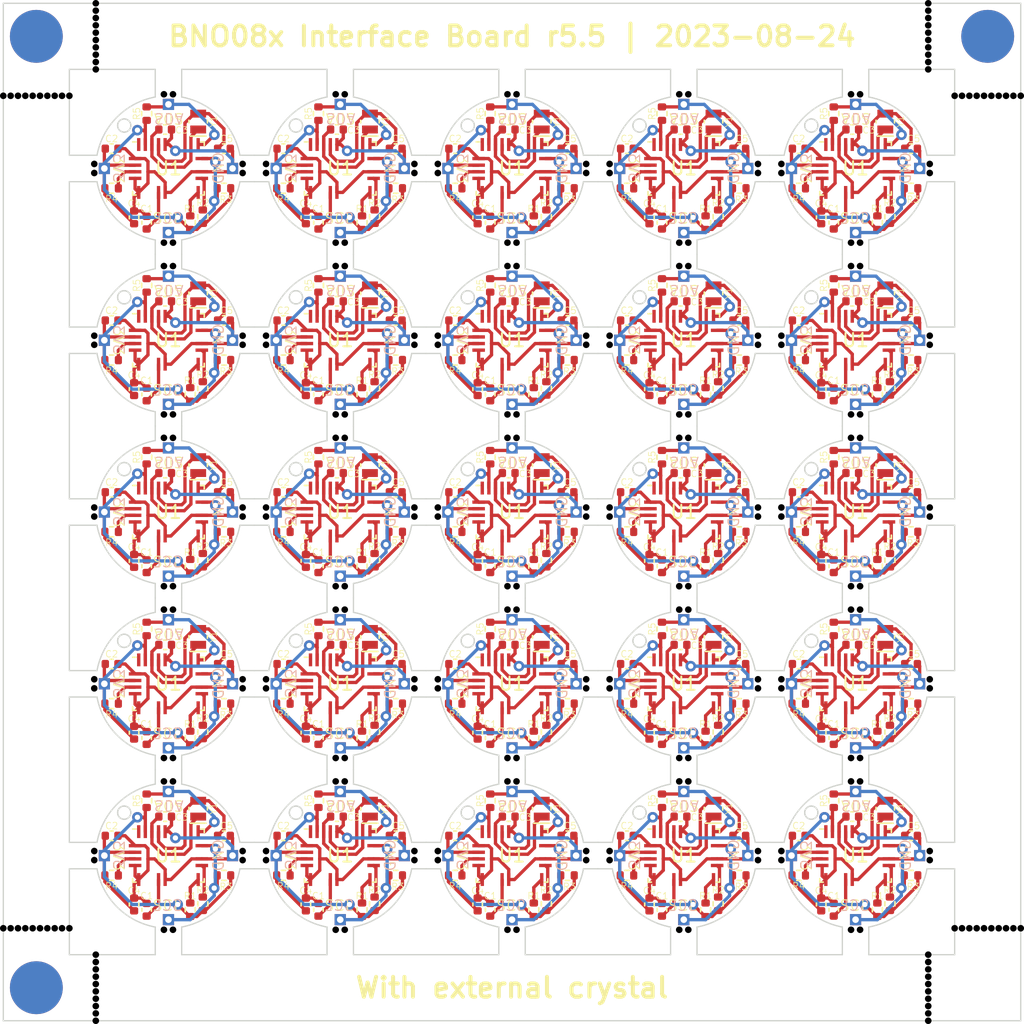
<source format=kicad_pcb>
(kicad_pcb (version 20221018) (generator pcbnew)
  (title_block (title "BNO08x Interface Board r5.5") (date "2023-08-24") (comment 1 "Author: Toby Godfrey"))
  (layers (0 "F.Cu" signal) (31 "B.Cu" signal) (34 "B.Paste" user) (35 "F.Paste" user) (36 "B.SilkS" user "B.Silkscreen") (37 "F.SilkS" user "F.Silkscreen") (38 "B.Mask" user) (39 "F.Mask" user) (44 "Edge.Cuts" user))
  (net 0 "")
  (net 1 "Board_0-+3.3V")
  (net 2 "Board_0-CLKSEL0")
  (net 3 "Board_0-CLKSEL1")
  (net 4 "Board_0-Net-(U1-BOOTN)")
  (net 5 "Board_0-Net-(U1-CAP)")
  (net 6 "Board_0-Net-(U1-ENV_SCL)")
  (net 7 "Board_0-Net-(U1-ENV_SDA)")
  (net 8 "Board_0-SCL")
  (net 9 "Board_0-SDA")
  (net 10 "Board_0-XIN32")
  (net 11 "Board_0-unconnected-(U1-RESV_NC-Pad1)")
  (net 12 "Board_1-+3.3V")
  (net 13 "Board_1-CLKSEL0")
  (net 14 "Board_1-CLKSEL1")
  (net 15 "Board_1-Net-(U1-BOOTN)")
  (net 16 "Board_1-Net-(U1-CAP)")
  (net 17 "Board_1-Net-(U1-ENV_SCL)")
  (net 18 "Board_1-Net-(U1-ENV_SDA)")
  (net 19 "Board_1-SCL")
  (net 20 "Board_1-SDA")
  (net 21 "Board_1-XIN32")
  (net 22 "Board_1-unconnected-(U1-RESV_NC-Pad1)")
  (net 23 "Board_2-+3.3V")
  (net 24 "Board_2-CLKSEL0")
  (net 25 "Board_2-CLKSEL1")
  (net 26 "Board_2-Net-(U1-BOOTN)")
  (net 27 "Board_2-Net-(U1-CAP)")
  (net 28 "Board_2-Net-(U1-ENV_SCL)")
  (net 29 "Board_2-Net-(U1-ENV_SDA)")
  (net 30 "Board_2-SCL")
  (net 31 "Board_2-SDA")
  (net 32 "Board_2-XIN32")
  (net 33 "Board_2-unconnected-(U1-RESV_NC-Pad1)")
  (net 34 "Board_3-+3.3V")
  (net 35 "Board_3-CLKSEL0")
  (net 36 "Board_3-CLKSEL1")
  (net 37 "Board_3-Net-(U1-BOOTN)")
  (net 38 "Board_3-Net-(U1-CAP)")
  (net 39 "Board_3-Net-(U1-ENV_SCL)")
  (net 40 "Board_3-Net-(U1-ENV_SDA)")
  (net 41 "Board_3-SCL")
  (net 42 "Board_3-SDA")
  (net 43 "Board_3-XIN32")
  (net 44 "Board_3-unconnected-(U1-RESV_NC-Pad1)")
  (net 45 "Board_4-+3.3V")
  (net 46 "Board_4-CLKSEL0")
  (net 47 "Board_4-CLKSEL1")
  (net 48 "Board_4-Net-(U1-BOOTN)")
  (net 49 "Board_4-Net-(U1-CAP)")
  (net 50 "Board_4-Net-(U1-ENV_SCL)")
  (net 51 "Board_4-Net-(U1-ENV_SDA)")
  (net 52 "Board_4-SCL")
  (net 53 "Board_4-SDA")
  (net 54 "Board_4-XIN32")
  (net 55 "Board_4-unconnected-(U1-RESV_NC-Pad1)")
  (net 56 "Board_5-+3.3V")
  (net 57 "Board_5-CLKSEL0")
  (net 58 "Board_5-CLKSEL1")
  (net 59 "Board_5-Net-(U1-BOOTN)")
  (net 60 "Board_5-Net-(U1-CAP)")
  (net 61 "Board_5-Net-(U1-ENV_SCL)")
  (net 62 "Board_5-Net-(U1-ENV_SDA)")
  (net 63 "Board_5-SCL")
  (net 64 "Board_5-SDA")
  (net 65 "Board_5-XIN32")
  (net 66 "Board_5-unconnected-(U1-RESV_NC-Pad1)")
  (net 67 "Board_6-+3.3V")
  (net 68 "Board_6-CLKSEL0")
  (net 69 "Board_6-CLKSEL1")
  (net 70 "Board_6-Net-(U1-BOOTN)")
  (net 71 "Board_6-Net-(U1-CAP)")
  (net 72 "Board_6-Net-(U1-ENV_SCL)")
  (net 73 "Board_6-Net-(U1-ENV_SDA)")
  (net 74 "Board_6-SCL")
  (net 75 "Board_6-SDA")
  (net 76 "Board_6-XIN32")
  (net 77 "Board_6-unconnected-(U1-RESV_NC-Pad1)")
  (net 78 "Board_7-+3.3V")
  (net 79 "Board_7-CLKSEL0")
  (net 80 "Board_7-CLKSEL1")
  (net 81 "Board_7-Net-(U1-BOOTN)")
  (net 82 "Board_7-Net-(U1-CAP)")
  (net 83 "Board_7-Net-(U1-ENV_SCL)")
  (net 84 "Board_7-Net-(U1-ENV_SDA)")
  (net 85 "Board_7-SCL")
  (net 86 "Board_7-SDA")
  (net 87 "Board_7-XIN32")
  (net 88 "Board_7-unconnected-(U1-RESV_NC-Pad1)")
  (net 89 "Board_8-+3.3V")
  (net 90 "Board_8-CLKSEL0")
  (net 91 "Board_8-CLKSEL1")
  (net 92 "Board_8-Net-(U1-BOOTN)")
  (net 93 "Board_8-Net-(U1-CAP)")
  (net 94 "Board_8-Net-(U1-ENV_SCL)")
  (net 95 "Board_8-Net-(U1-ENV_SDA)")
  (net 96 "Board_8-SCL")
  (net 97 "Board_8-SDA")
  (net 98 "Board_8-XIN32")
  (net 99 "Board_8-unconnected-(U1-RESV_NC-Pad1)")
  (net 100 "Board_9-+3.3V")
  (net 101 "Board_9-CLKSEL0")
  (net 102 "Board_9-CLKSEL1")
  (net 103 "Board_9-Net-(U1-BOOTN)")
  (net 104 "Board_9-Net-(U1-CAP)")
  (net 105 "Board_9-Net-(U1-ENV_SCL)")
  (net 106 "Board_9-Net-(U1-ENV_SDA)")
  (net 107 "Board_9-SCL")
  (net 108 "Board_9-SDA")
  (net 109 "Board_9-XIN32")
  (net 110 "Board_9-unconnected-(U1-RESV_NC-Pad1)")
  (net 111 "Board_10-+3.3V")
  (net 112 "Board_10-CLKSEL0")
  (net 113 "Board_10-CLKSEL1")
  (net 114 "Board_10-Net-(U1-BOOTN)")
  (net 115 "Board_10-Net-(U1-CAP)")
  (net 116 "Board_10-Net-(U1-ENV_SCL)")
  (net 117 "Board_10-Net-(U1-ENV_SDA)")
  (net 118 "Board_10-SCL")
  (net 119 "Board_10-SDA")
  (net 120 "Board_10-XIN32")
  (net 121 "Board_10-unconnected-(U1-RESV_NC-Pad1)")
  (net 122 "Board_11-+3.3V")
  (net 123 "Board_11-CLKSEL0")
  (net 124 "Board_11-CLKSEL1")
  (net 125 "Board_11-Net-(U1-BOOTN)")
  (net 126 "Board_11-Net-(U1-CAP)")
  (net 127 "Board_11-Net-(U1-ENV_SCL)")
  (net 128 "Board_11-Net-(U1-ENV_SDA)")
  (net 129 "Board_11-SCL")
  (net 130 "Board_11-SDA")
  (net 131 "Board_11-XIN32")
  (net 132 "Board_11-unconnected-(U1-RESV_NC-Pad1)")
  (net 133 "Board_12-+3.3V")
  (net 134 "Board_12-CLKSEL0")
  (net 135 "Board_12-CLKSEL1")
  (net 136 "Board_12-Net-(U1-BOOTN)")
  (net 137 "Board_12-Net-(U1-CAP)")
  (net 138 "Board_12-Net-(U1-ENV_SCL)")
  (net 139 "Board_12-Net-(U1-ENV_SDA)")
  (net 140 "Board_12-SCL")
  (net 141 "Board_12-SDA")
  (net 142 "Board_12-XIN32")
  (net 143 "Board_12-unconnected-(U1-RESV_NC-Pad1)")
  (net 144 "Board_13-+3.3V")
  (net 145 "Board_13-CLKSEL0")
  (net 146 "Board_13-CLKSEL1")
  (net 147 "Board_13-Net-(U1-BOOTN)")
  (net 148 "Board_13-Net-(U1-CAP)")
  (net 149 "Board_13-Net-(U1-ENV_SCL)")
  (net 150 "Board_13-Net-(U1-ENV_SDA)")
  (net 151 "Board_13-SCL")
  (net 152 "Board_13-SDA")
  (net 153 "Board_13-XIN32")
  (net 154 "Board_13-unconnected-(U1-RESV_NC-Pad1)")
  (net 155 "Board_14-+3.3V")
  (net 156 "Board_14-CLKSEL0")
  (net 157 "Board_14-CLKSEL1")
  (net 158 "Board_14-Net-(U1-BOOTN)")
  (net 159 "Board_14-Net-(U1-CAP)")
  (net 160 "Board_14-Net-(U1-ENV_SCL)")
  (net 161 "Board_14-Net-(U1-ENV_SDA)")
  (net 162 "Board_14-SCL")
  (net 163 "Board_14-SDA")
  (net 164 "Board_14-XIN32")
  (net 165 "Board_14-unconnected-(U1-RESV_NC-Pad1)")
  (net 166 "Board_15-+3.3V")
  (net 167 "Board_15-CLKSEL0")
  (net 168 "Board_15-CLKSEL1")
  (net 169 "Board_15-Net-(U1-BOOTN)")
  (net 170 "Board_15-Net-(U1-CAP)")
  (net 171 "Board_15-Net-(U1-ENV_SCL)")
  (net 172 "Board_15-Net-(U1-ENV_SDA)")
  (net 173 "Board_15-SCL")
  (net 174 "Board_15-SDA")
  (net 175 "Board_15-XIN32")
  (net 176 "Board_15-unconnected-(U1-RESV_NC-Pad1)")
  (net 177 "Board_16-+3.3V")
  (net 178 "Board_16-CLKSEL0")
  (net 179 "Board_16-CLKSEL1")
  (net 180 "Board_16-Net-(U1-BOOTN)")
  (net 181 "Board_16-Net-(U1-CAP)")
  (net 182 "Board_16-Net-(U1-ENV_SCL)")
  (net 183 "Board_16-Net-(U1-ENV_SDA)")
  (net 184 "Board_16-SCL")
  (net 185 "Board_16-SDA")
  (net 186 "Board_16-XIN32")
  (net 187 "Board_16-unconnected-(U1-RESV_NC-Pad1)")
  (net 188 "Board_17-+3.3V")
  (net 189 "Board_17-CLKSEL0")
  (net 190 "Board_17-CLKSEL1")
  (net 191 "Board_17-Net-(U1-BOOTN)")
  (net 192 "Board_17-Net-(U1-CAP)")
  (net 193 "Board_17-Net-(U1-ENV_SCL)")
  (net 194 "Board_17-Net-(U1-ENV_SDA)")
  (net 195 "Board_17-SCL")
  (net 196 "Board_17-SDA")
  (net 197 "Board_17-XIN32")
  (net 198 "Board_17-unconnected-(U1-RESV_NC-Pad1)")
  (net 199 "Board_18-+3.3V")
  (net 200 "Board_18-CLKSEL0")
  (net 201 "Board_18-CLKSEL1")
  (net 202 "Board_18-Net-(U1-BOOTN)")
  (net 203 "Board_18-Net-(U1-CAP)")
  (net 204 "Board_18-Net-(U1-ENV_SCL)")
  (net 205 "Board_18-Net-(U1-ENV_SDA)")
  (net 206 "Board_18-SCL")
  (net 207 "Board_18-SDA")
  (net 208 "Board_18-XIN32")
  (net 209 "Board_18-unconnected-(U1-RESV_NC-Pad1)")
  (net 210 "Board_19-+3.3V")
  (net 211 "Board_19-CLKSEL0")
  (net 212 "Board_19-CLKSEL1")
  (net 213 "Board_19-Net-(U1-BOOTN)")
  (net 214 "Board_19-Net-(U1-CAP)")
  (net 215 "Board_19-Net-(U1-ENV_SCL)")
  (net 216 "Board_19-Net-(U1-ENV_SDA)")
  (net 217 "Board_19-SCL")
  (net 218 "Board_19-SDA")
  (net 219 "Board_19-XIN32")
  (net 220 "Board_19-unconnected-(U1-RESV_NC-Pad1)")
  (net 221 "Board_20-+3.3V")
  (net 222 "Board_20-CLKSEL0")
  (net 223 "Board_20-CLKSEL1")
  (net 224 "Board_20-Net-(U1-BOOTN)")
  (net 225 "Board_20-Net-(U1-CAP)")
  (net 226 "Board_20-Net-(U1-ENV_SCL)")
  (net 227 "Board_20-Net-(U1-ENV_SDA)")
  (net 228 "Board_20-SCL")
  (net 229 "Board_20-SDA")
  (net 230 "Board_20-XIN32")
  (net 231 "Board_20-unconnected-(U1-RESV_NC-Pad1)")
  (net 232 "Board_21-+3.3V")
  (net 233 "Board_21-CLKSEL0")
  (net 234 "Board_21-CLKSEL1")
  (net 235 "Board_21-Net-(U1-BOOTN)")
  (net 236 "Board_21-Net-(U1-CAP)")
  (net 237 "Board_21-Net-(U1-ENV_SCL)")
  (net 238 "Board_21-Net-(U1-ENV_SDA)")
  (net 239 "Board_21-SCL")
  (net 240 "Board_21-SDA")
  (net 241 "Board_21-XIN32")
  (net 242 "Board_21-unconnected-(U1-RESV_NC-Pad1)")
  (net 243 "Board_22-+3.3V")
  (net 244 "Board_22-CLKSEL0")
  (net 245 "Board_22-CLKSEL1")
  (net 246 "Board_22-Net-(U1-BOOTN)")
  (net 247 "Board_22-Net-(U1-CAP)")
  (net 248 "Board_22-Net-(U1-ENV_SCL)")
  (net 249 "Board_22-Net-(U1-ENV_SDA)")
  (net 250 "Board_22-SCL")
  (net 251 "Board_22-SDA")
  (net 252 "Board_22-XIN32")
  (net 253 "Board_22-unconnected-(U1-RESV_NC-Pad1)")
  (net 254 "Board_23-+3.3V")
  (net 255 "Board_23-CLKSEL0")
  (net 256 "Board_23-CLKSEL1")
  (net 257 "Board_23-Net-(U1-BOOTN)")
  (net 258 "Board_23-Net-(U1-CAP)")
  (net 259 "Board_23-Net-(U1-ENV_SCL)")
  (net 260 "Board_23-Net-(U1-ENV_SDA)")
  (net 261 "Board_23-SCL")
  (net 262 "Board_23-SDA")
  (net 263 "Board_23-XIN32")
  (net 264 "Board_23-unconnected-(U1-RESV_NC-Pad1)")
  (net 265 "Board_24-+3.3V")
  (net 266 "Board_24-CLKSEL0")
  (net 267 "Board_24-CLKSEL1")
  (net 268 "Board_24-Net-(U1-BOOTN)")
  (net 269 "Board_24-Net-(U1-CAP)")
  (net 270 "Board_24-Net-(U1-ENV_SCL)")
  (net 271 "Board_24-Net-(U1-ENV_SDA)")
  (net 272 "Board_24-SCL")
  (net 273 "Board_24-SDA")
  (net 274 "Board_24-XIN32")
  (net 275 "Board_24-unconnected-(U1-RESV_NC-Pad1)")
  (footprint "NPTH" (layer "F.Cu") (at 128.112438 84.841774)
    (fp_text reference "REF**" hide)
    (fp_text value "NPTH" hide)
  )
  (footprint "Resistor_SMD:R_0402_1005Metric" (layer "F.Cu") (at 125.099159 88.149579 -90)
    (fp_text reference "R2")
    (fp_text value "2.2k")
  )
  (footprint "Resistor_SMD:R_0402_1005Metric" (layer "F.Cu") (at 176.149159 36.599579 90)
    (fp_text reference "R1")
    (fp_text value "2.2k")
  )
  (footprint "Resistor_SMD:R_0402_1005Metric" (layer "F.Cu") (at 172.849159 28.349579 90)
    (fp_text reference "R5")
    (fp_text value "2.2k")
  )
  (footprint "Crystal:Crystal_SMD_MicroCrystal_CM9V-T1A-2Pin_1.6x1.0mm" (layer "F.Cu") (at 124.749159 41.949579 90)
    (fp_text reference "Y1")
    (fp_text value "32.768kHz")
  )
  (footprint "Resistor_SMD:R_0402_1005Metric" (layer "F.Cu") (at 139.699159 72.999579)
    (fp_text reference "R3")
    (fp_text value "2.2k")
  )
  (footprint "Capacitor_SMD:C_0402_1005Metric" (layer "F.Cu") (at 148.249159 55.549579)
    (fp_text reference "C3")
    (fp_text value "20pF")
  )
  (footprint "Resistor_SMD:R_0402_1005Metric" (layer "F.Cu") (at 126.699159 33.999579)
    (fp_text reference "R3")
    (fp_text value "2.2k")
  )
  (footprint "Capacitor_SMD:C_0402_1005Metric" (layer "F.Cu") (at 144.199159 82.999579)
    (fp_text reference "C2")
    (fp_text value "100nF")
  )
  (footprint "NPTH" (layer "F.Cu") (at 148.840502 78.886627)
    (fp_text reference "REF**" hide)
    (fp_text value "NPTH" hide)
  )
  (footprint "Capacitor_SMD:C_0402_1005Metric" (layer "F.Cu") (at 161.249159 55.549579)
    (fp_text reference "C3")
    (fp_text value "20pF")
  )
  (footprint "NPTH" (layer "F.Cu") (at 174.840502 65.886627)
    (fp_text reference "REF**" hide)
    (fp_text value "NPTH" hide)
  )
  (footprint "NPTH" (layer "F.Cu") (at 179.999158 20.555556)
    (fp_text reference "REF**" hide)
    (fp_text value "NPTH" hide)
  )
  (footprint "NPTH" (layer "F.Cu") (at 180.112438 58.841774)
    (fp_text reference "REF**" hide)
    (fp_text value "NPTH" hide)
  )
  (footprint "Resistor_SMD:R_0402_1005Metric" (layer "F.Cu") (at 139.699159 46.999579)
    (fp_text reference "R3")
    (fp_text value "2.2k")
  )
  (footprint "NPTH" (layer "F.Cu") (at 116.886058 58.842802)
    (fp_text reference "REF**" hide)
    (fp_text value "NPTH" hide)
  )
  (footprint "Connector_PinHeader_1.00mm:PinHeader_1x01_P1.00mm_Vertical" (layer "F.Cu") (at 179.349159 32.499579)
    (fp_text reference "J4" hide)
    (fp_text value "PIN_GND")
  )
  (footprint "Capacitor_SMD:C_0402_1005Metric" (layer "F.Cu") (at 172.849159 88.599579 -90)
    (fp_text reference "C1")
    (fp_text value "100nF")
  )
  (footprint "NPTH" (layer "F.Cu") (at 180.112438 71.157383)
    (fp_text reference "REF**" hide)
    (fp_text value "NPTH" hide)
  )
  (footprint "NPTH" (layer "F.Cu") (at 155.886057 58.156355)
    (fp_text reference "REF**" hide)
    (fp_text value "NPTH" hide)
  )
  (footprint "NPTH" (layer "F.Cu") (at 117.000842 20.555556)
    (fp_text reference "REF**" hide)
    (fp_text value "NPTH" hide)
  )
  (footprint "Resistor_SMD:R_0402_1005Metric" (layer "F.Cu") (at 164.099159 49.149579 -90)
    (fp_text reference "R2")
    (fp_text value "2.2k")
  )
  (footprint "NPTH" (layer "F.Cu") (at 183.665825 27)
    (fp_text reference "REF**" hide)
    (fp_text value "NPTH" hide)
  )
  (footprint "NPTH" (layer "F.Cu") (at 148.156085 90.114033)
    (fp_text reference "REF**" hide)
    (fp_text value "NPTH" hide)
  )
  (footprint "Crystal:Crystal_SMD_MicroCrystal_CM9V-T1A-2Pin_1.6x1.0mm" (layer "F.Cu") (at 137.749159 41.949579 90)
    (fp_text reference "Y1")
    (fp_text value "32.768kHz")
  )
  (footprint "Crystal:Crystal_SMD_MicroCrystal_CM9V-T1A-2Pin_1.6x1.0mm" (layer "F.Cu") (at 124.749159 54.949579 90)
    (fp_text reference "Y1")
    (fp_text value "32.768kHz")
  )
  (footprint "Connector_PinHeader_1.00mm:PinHeader_1x01_P1.00mm_Vertical" (layer "F.Cu") (at 127.349159 84.499579)
    (fp_text reference "J4" hide)
    (fp_text value "PIN_GND")
  )
  (footprint "Connector_PinHeader_1.00mm:PinHeader_1x01_P1.00mm_Vertical" (layer "F.Cu") (at 161.499159 79.649579)
    (fp_text reference "J2" hide)
    (fp_text value "PIN_SDA")
  )
  (footprint "Connector_PinHeader_1.00mm:PinHeader_1x01_P1.00mm_Vertical" (layer "F.Cu") (at 174.499159 89.349579)
    (fp_text reference "J1" hide)
    (fp_text value "PIN_SCL")
  )
  (footprint "Resistor_SMD:R_0402_1005Metric" (layer "F.Cu") (at 150.149159 88.599579 90)
    (fp_text reference "R1")
    (fp_text value "2.2k")
  )
  (footprint "NPTH" (layer "F.Cu") (at 174.156085 78.885124)
    (fp_text reference "REF**" hide)
    (fp_text value "NPTH" hide)
  )
  (footprint "NPTH" (layer "F.Cu") (at 142.885986 71.842805)
    (fp_text reference "REF**" hide)
    (fp_text value "NPTH" hide)
  )
  (footprint "NPTH" (layer "F.Cu") (at 186.443603 27)
    (fp_text reference "REF**" hide)
    (fp_text value "NPTH" hide)
  )
  (footprint "NPTH" (layer "F.Cu") (at 179.999158 22.222223)
    (fp_text reference "REF**" hide)
    (fp_text value "NPTH" hide)
  )
  (footprint "NPTH" (layer "F.Cu") (at 161.156085 39.885124)
    (fp_text reference "REF**" hide)
    (fp_text value "NPTH" hide)
  )
  (footprint "Connector_PinHeader_1.00mm:PinHeader_1x01_P1.00mm_Vertical" (layer "F.Cu") (at 148.499159 89.349579)
    (fp_text reference "J1" hide)
    (fp_text value "PIN_SCL")
  )
  (footprint "NPTH" (layer "F.Cu") (at 135.840502 39.886627)
    (fp_text reference "REF**" hide)
    (fp_text value "NPTH" hide)
  )
  (footprint "NPTH" (layer "F.Cu") (at 161.840502 51.11253)
    (fp_text reference "REF**" hide)
    (fp_text value "NPTH" hide)
  )
  (footprint "Resistor_SMD:R_0402_1005Metric" (layer "F.Cu") (at 159.849159 80.349579 90)
    (fp_text reference "R5")
    (fp_text value "2.2k")
  )
  (footprint "Capacitor_SMD:C_0402_1005Metric" (layer "F.Cu") (at 170.199159 56.999579)
    (fp_text reference "C2")
    (fp_text value "100nF")
  )
  (footprint "NPTH" (layer "F.Cu") (at 174.156085 77.114033)
    (fp_text reference "REF**" hide)
    (fp_text value "NPTH" hide)
  )
  (footprint "Resistor_SMD:R_0402_1005Metric" (layer "F.Cu") (at 178.699159 85.999579)
    (fp_text reference "R3")
    (fp_text value "2.2k")
  )
  (footprint "Resistor_SMD:R_0402_1005Metric" (layer "F.Cu") (at 151.099159 62.149579 -90)
    (fp_text reference "R2")
    (fp_text value "2.2k")
  )
  (footprint "NPTH" (layer "F.Cu") (at 174.840497 38.112452)
    (fp_text reference "REF**" hide)
    (fp_text value "NPTH" hide)
  )
  (footprint "NPTH" (layer "F.Cu") (at 174.156085 90.114033)
    (fp_text reference "REF**" hide)
    (fp_text value "NPTH" hide)
  )
  (footprint "NPTH" (layer "F.Cu") (at 148.840502 65.886627)
    (fp_text reference "REF**" hide)
    (fp_text value "NPTH" hide)
  )
  (footprint "Capacitor_SMD:C_0402_1005Metric" (layer "F.Cu") (at 132.899159 62.199579 90)
    (fp_text reference "C4")
    (fp_text value "100nF")
  )
  (footprint "NPTH" (layer "F.Cu") (at 129.885986 32.156353)
    (fp_text reference "REF**" hide)
    (fp_text value "NPTH" hide)
  )
  (footprint "NPTH" (layer "F.Cu") (at 148.156085 78.885124)
    (fp_text reference "REF**" hide)
    (fp_text value "NPTH" hide)
  )
  (footprint "Resistor_SMD:R_0402_1005Metric" (layer "F.Cu") (at 151.099159 88.149579 -90)
    (fp_text reference "R2")
    (fp_text value "2.2k")
  )
  (footprint "NPTH" (layer "F.Cu") (at 142.885986 45.842805)
    (fp_text reference "REF**" hide)
    (fp_text value "NPTH" hide)
  )
  (footprint "NPTH" (layer "F.Cu") (at 111.667509 89.999157)
    (fp_text reference "REF**" hide)
    (fp_text value "NPTH" hide)
  )
  (footprint "Capacitor_SMD:C_0402_1005Metric" (layer "F.Cu") (at 146.849159 75.599579 -90)
    (fp_text reference "C1")
    (fp_text value "100nF")
  )
  (footprint "Resistor_SMD:R_0402_1005Metric" (layer "F.Cu") (at 164.099159 75.149579 -90)
    (fp_text reference "R2")
    (fp_text value "2.2k")
  )
  (footprint "NPTH" (layer "F.Cu") (at 135.156085 65.885124)
    (fp_text reference "REF**" hide)
    (fp_text value "NPTH" hide)
  )
  (footprint "Crystal:Crystal_SMD_MicroCrystal_CM9V-T1A-2Pin_1.6x1.0mm" (layer "F.Cu") (at 124.749159 67.949579 90)
    (fp_text reference "Y1")
    (fp_text value "32.768kHz")
  )
  (footprint "Resistor_SMD:R_0402_1005Metric" (layer "F.Cu") (at 118.199159 59.999579 180)
    (fp_text reference "R4")
    (fp_text value "10k")
  )
  (footprint "Resistor_SMD:R_0402_1005Metric" (layer "F.Cu") (at 165.699159 72.999579)
    (fp_text reference "R3")
    (fp_text value "2.2k")
  )
  (footprint "NPTH" (layer "F.Cu") (at 135.840502 90.11253)
    (fp_text reference "REF**" hide)
    (fp_text value "NPTH" hide)
  )
  (footprint "Capacitor_SMD:C_0402_1005Metric" (layer "F.Cu") (at 119.899159 36.199579 90)
    (fp_text reference "C4")
    (fp_text value "100nF")
  )
  (footprint "Resistor_SMD:R_0402_1005Metric" (layer "F.Cu") (at 151.099159 75.149579 -90)
    (fp_text reference "R2")
    (fp_text value "2.2k")
  )
  (footprint "Capacitor_SMD:C_0402_1005Metric" (layer "F.Cu") (at 178.699159 69.999579)
    (fp_text reference "C5")
    (fp_text value "20pF")
  )
  (footprint "NPTH" (layer "F.Cu") (at 128.112438 58.841774)
    (fp_text reference "REF**" hide)
    (fp_text value "NPTH" hide)
  )
  (footprint "NPTH" (layer "F.Cu") (at 161.156085 77.114033)
    (fp_text reference "REF**" hide)
    (fp_text value "NPTH" hide)
  )
  (footprint "Resistor_SMD:R_0402_1005Metric" (layer "F.Cu") (at 176.149159 88.599579 90)
    (fp_text reference "R1")
    (fp_text value "2.2k")
  )
  (footprint "NPTH" (layer "F.Cu") (at 154.112438 45.841774)
    (fp_text reference "REF**" hide)
    (fp_text value "NPTH" hide)
  )
  (footprint "Crystal:Crystal_SMD_MicroCrystal_CM9V-T1A-2Pin_1.6x1.0mm" (layer "F.Cu") (at 163.749159 80.949579 90)
    (fp_text reference "Y1")
    (fp_text value "32.768kHz")
  )
  (footprint "NPTH" (layer "F.Cu") (at 154.112438 71.841774)
    (fp_text reference "REF**" hide)
    (fp_text value "NPTH" hide)
  )
  (footprint "NPTH" (layer "F.Cu") (at 168.886057 71.156355)
    (fp_text reference "REF**" hide)
    (fp_text value "NPTH" hide)
  )
  (footprint "NPTH" (layer "F.Cu") (at 168.886057 58.156355)
    (fp_text reference "REF**" hide)
    (fp_text value "NPTH" hide)
  )
  (footprint "NPTH" (layer "F.Cu") (at 141.112438 32.841774)
    (fp_text reference "REF**" hide)
    (fp_text value "NPTH" hide)
  )
  (footprint "Capacitor_SMD:C_0402_1005Metric" (layer "F.Cu") (at 170.199159 82.999579)
    (fp_text reference "C2")
    (fp_text value "100nF")
  )
  (footprint "Resistor_SMD:R_0402_1005Metric" (layer "F.Cu") (at 146.849159 54.349579 90)
    (fp_text reference "R5")
    (fp_text value "2.2k")
  )
  (footprint "Connector_PinHeader_1.00mm:PinHeader_1x01_P1.00mm_Vertical" (layer "F.Cu") (at 143.649159 45.499579)
    (fp_text reference "J3" hide)
    (fp_text value "PIN_3V3")
  )
  (footprint "Capacitor_SMD:C_0402_1005Metric" (layer "F.Cu") (at 131.199159 30.999579)
    (fp_text reference "C2")
    (fp_text value "100nF")
  )
  (footprint "NPTH" (layer "F.Cu") (at 167.112438 84.157383)
    (fp_text reference "REF**" hide)
    (fp_text value "NPTH" hide)
  )
  (footprint "NPTH" (layer "F.Cu") (at 135.840502 52.886627)
    (fp_text reference "REF**" hide)
    (fp_text value "NPTH" hide)
  )
  (footprint "Capacitor_SMD:C_0402_1005Metric" (layer "F.Cu") (at 139.699159 82.999579)
    (fp_text reference "C5")
    (fp_text value "20pF")
  )
  (footprint "Capacitor_SMD:C_0402_1005Metric" (layer "F.Cu") (at 145.899159 75.199579 90)
    (fp_text reference "C4")
    (fp_text value "100nF")
  )
  (footprint "NPTH" (layer "F.Cu") (at 161.156085 65.885124)
    (fp_text reference "REF**" hide)
    (fp_text value "NPTH" hide)
  )
  (footprint "Capacitor_SMD:C_0402_1005Metric" (layer "F.Cu") (at 146.849159 62.599579 -90)
    (fp_text reference "C1")
    (fp_text value "100nF")
  )
  (footprint "Capacitor_SMD:C_0402_1005Metric" (layer "F.Cu") (at 135.249159 29.549579)
    (fp_text reference "C3")
    (fp_text value "20pF")
  )
  (footprint "Capacitor_SMD:C_0402_1005Metric" (layer "F.Cu") (at 133.849159 88.599579 -90)
    (fp_text reference "C1")
    (fp_text value "100nF")
  )
  (footprint "Connector_PinHeader_1.00mm:PinHeader_1x01_P1.00mm_Vertical" (layer "F.Cu") (at 127.349159 45.499579)
    (fp_text reference "J4" hide)
    (fp_text value "PIN_GND")
  )
  (footprint "NPTH" (layer "F.Cu") (at 135.840502 51.11253)
    (fp_text reference "REF**" hide)
    (fp_text value "NPTH" hide)
  )
  (footprint "Capacitor_SMD:C_0402_1005Metric" (layer "F.Cu") (at 120.849159 62.599579 -90)
    (fp_text reference "C1")
    (fp_text value "100nF")
  )
  (footprint "Resistor_SMD:R_0402_1005Metric" (layer "F.Cu") (at 137.149159 36.599579 90)
    (fp_text reference "R1")
    (fp_text value "2.2k")
  )
  (footprint "Capacitor_SMD:C_0402_1005Metric" (layer "F.Cu") (at 131.199159 69.999579)
    (fp_text reference "C2")
    (fp_text value "100nF")
  )
  (footprint "Capacitor_SMD:C_0402_1005Metric" (layer "F.Cu") (at 148.249159 68.549579)
    (fp_text reference "C3")
    (fp_text value "20pF")
  )
  (footprint "Connector_PinHeader_1.00mm:PinHeader_1x01_P1.00mm_Vertical" (layer "F.Cu") (at 143.649159 32.499579)
    (fp_text reference "J3" hide)
    (fp_text value "PIN_3V3")
  )
  (footprint "Connector_PinHeader_1.00mm:PinHeader_1x01_P1.00mm_Vertical" (layer "F.Cu") (at 148.499159 37.349579)
    (fp_text reference "J1" hide)
    (fp_text value "PIN_SCL")
  )
  (footprint "Connector_PinHeader_1.00mm:PinHeader_1x01_P1.00mm_Vertical" (layer "F.Cu") (at 148.499159 27.649579)
    (fp_text reference "J2" hide)
    (fp_text value "PIN_SDA")
  )
  (footprint "Capacitor_SMD:C_0402_1005Metric" (layer "F.Cu") (at 158.899159 62.199579 90)
    (fp_text reference "C4")
    (fp_text value "100nF")
  )
  (footprint "Connector_PinHeader_1.00mm:PinHeader_1x01_P1.00mm_Vertical" (layer "F.Cu") (at 140.349159 71.499579)
    (fp_text reference "J4" hide)
    (fp_text value "PIN_GND")
  )
  (footprint "NPTH" (layer "F.Cu") (at 154.112438 45.157383)
    (fp_text reference "REF**" hide)
    (fp_text value "NPTH" hide)
  )
  (footprint "Capacitor_SMD:C_0402_1005Metric" (layer "F.Cu") (at 172.849159 62.599579 -90)
    (fp_text reference "C1")
    (fp_text value "100nF")
  )
  (footprint "Resistor_SMD:R_0402_1005Metric" (layer "F.Cu") (at 152.699159 33.999579)
    (fp_text reference "R3")
    (fp_text value "2.2k")
  )
  (footprint "Capacitor_SMD:C_0402_1005Metric" (layer "F.Cu") (at 171.899159 49.199579 90)
    (fp_text reference "C4")
    (fp_text value "100nF")
  )
  (footprint "NPTH" (layer "F.Cu") (at 117.000842 92.554713)
    (fp_text reference "REF**" hide)
    (fp_text value "NPTH" hide)
  )
  (footprint "Resistor_SMD:R_0402_1005Metric" (layer "F.Cu") (at 124.149159 36.599579 90)
    (fp_text reference "R1")
    (fp_text value "2.2k")
  )
  (footprint "NPTH" (layer "F.Cu") (at 148.840502 77.11253)
    (fp_text reference "REF**" hide)
    (fp_text value "NPTH" hide)
  )
  (footprint "NPTH" (layer "F.Cu") (at 110.000842 89.999157)
    (fp_text reference "REF**" hide)
    (fp_text value "NPTH" hide)
  )
  (footprint "Connector_PinHeader_1.00mm:PinHeader_1x01_P1.00mm_Vertical" (layer "F.Cu") (at 117.649159 32.499579)
    (fp_text reference "J3" hide)
    (fp_text value "PIN_3V3")
  )
  (footprint "Capacitor_SMD:C_0402_1005Metric" (layer "F.Cu") (at 132.899159 49.199579 90)
    (fp_text reference "C4")
    (fp_text value "100nF")
  )
  (footprint "Capacitor_SMD:C_0402_1005Metric" (layer "F.Cu") (at 146.849159 49.599579 -90)
    (fp_text reference "C1")
    (fp_text value "100nF")
  )
  (footprint "NPTH" (layer "F.Cu") (at 179.999158 25)
    (fp_text reference "REF**" hide)
    (fp_text value "NPTH" hide)
  )
  (footprint "NPTH" (layer "F.Cu") (at 185.332492 89.999157)
    (fp_text reference "REF**" hide)
    (fp_text value "NPTH" hide)
  )
  (footprint "NPTH" (layer "F.Cu") (at 122.156086 38.114033)
    (fp_text reference "REF**" hide)
    (fp_text value "NPTH" hide)
  )
  (footprint "Capacitor_SMD:C_0402_1005Metric" (layer "F.Cu") (at 145.899159 49.199579 90)
    (fp_text reference "C4")
    (fp_text value "100nF")
  )
  (footprint "Connector_PinHeader_1.00mm:PinHeader_1x01_P1.00mm_Vertical" (layer "F.Cu") (at 169.649159 71.499579)
    (fp_text reference "J3" hide)
    (fp_text value "PIN_3V3")
  )
  (footprint "Connector_PinHeader_1.00mm:PinHeader_1x01_P1.00mm_Vertical" (layer "F.Cu") (at 148.499159 79.649579)
    (fp_text reference "J2" hide)
    (fp_text value "PIN_SDA")
  )
  (footprint "Connector_PinHeader_1.00mm:PinHeader_1x01_P1.00mm_Vertical" (layer "F.Cu") (at 148.499159 50.349579)
    (fp_text reference "J1" hide)
    (fp_text value "PIN_SCL")
  )
  (footprint "NPTH" (layer "F.Cu") (at 116.885987 58.156352)
    (fp_text reference "REF**" hide)
    (fp_text value "NPTH" hide)
  )
  (footprint "NPTH" (layer "F.Cu") (at 117.000842 20)
    (fp_text reference "REF**" hide)
    (fp_text value "NPTH" hide)
  )
  (footprint "Resistor_SMD:R_0402_1005Metric" (layer "F.Cu") (at 131.199159 33.999579 180)
    (fp_text reference "R4")
    (fp_text value "10k")
  )
  (footprint "Resistor_SMD:R_0402_1005Metric" (layer "F.Cu") (at 163.149159 62.599579 90)
    (fp_text reference "R1")
    (fp_text value "2.2k")
  )
  (footprint "Resistor_SMD:R_0402_1005Metric" (layer "F.Cu") (at 165.699159 59.999579)
    (fp_text reference "R3")
    (fp_text value "2.2k")
  )
  (footprint "NPTH" (layer "F.Cu") (at 179.999158 23.333334)
    (fp_text reference "REF**" hide)
    (fp_text value "NPTH" hide)
  )
  (footprint "Resistor_SMD:R_0402_1005Metric" (layer "F.Cu") (at 170.199159 59.999579 180)
    (fp_text reference "R4")
    (fp_text value "10k")
  )
  (footprint "Connector_PinHeader_1.00mm:PinHeader_1x01_P1.00mm_Vertical" (layer "F.Cu") (at 156.649159 84.499579)
    (fp_text reference "J3" hide)
    (fp_text value "PIN_3V3")
  )
  (footprint "Package_LGA:LGA-28_5.2x3.8mm_P0.5mm" (layer "F.Cu") (at 174.499159 32.499579)
    (fp_text reference "U1")
    (fp_text value "~")
  )
  (footprint "Crystal:Crystal_SMD_MicroCrystal_CM9V-T1A-2Pin_1.6x1.0mm" (layer "F.Cu") (at 176.749159 67.949579 90)
    (fp_text reference "Y1")
    (fp_text value "32.768kHz")
  )
  (footprint "NPTH" (layer "F.Cu") (at 116.886058 32.842802)
    (fp_text reference "REF**" hide)
    (fp_text value "NPTH" hide)
  )
  (footprint "NPTH" (layer "F.Cu") (at 135.840502 64.11253)
    (fp_text reference "REF**" hide)
    (fp_text value "NPTH" hide)
  )
  (footprint "Connector_PinHeader_1.00mm:PinHeader_1x01_P1.00mm_Vertical" (layer "F.Cu") (at 166.349159 58.499579)
    (fp_text reference "J4" hide)
    (fp_text value "PIN_GND")
  )
  (footprint "Capacitor_SMD:C_0402_1005Metric" (layer "F.Cu") (at 165.699159 56.999579)
    (fp_text reference "C5")
    (fp_text value "20pF")
  )
  (footprint "Resistor_SMD:R_0402_1005Metric" (layer "F.Cu") (at 152.699159 72.999579)
    (fp_text reference "R3")
    (fp_text value "2.2k")
  )
  (footprint "NPTH" (layer "F.Cu") (at 168.886057 45.156355)
    (fp_text reference "REF**" hide)
    (fp_text value "NPTH" hide)
  )
  (footprint "Capacitor_SMD:C_0402_1005Metric" (layer "F.Cu") (at 148.249159 29.549579)
    (fp_text reference "C3")
    (fp_text value "20pF")
  )
  (footprint "NPTH" (layer "F.Cu") (at 128.112438 71.841774)
    (fp_text reference "REF**" hide)
    (fp_text value "NPTH" hide)
  )
  (footprint "NPTH" (layer "F.Cu") (at 141.112438 84.157383)
    (fp_text reference "REF**" hide)
    (fp_text value "NPTH" hide)
  )
  (footprint "NPTH" (layer "F.Cu") (at 167.112438 58.841774)
    (fp_text reference "REF**" hide)
    (fp_text value "NPTH" hide)
  )
  (footprint "Resistor_SMD:R_0402_1005Metric" (layer "F.Cu") (at 163.149159 36.599579 90)
    (fp_text reference "R1")
    (fp_text value "2.2k")
  )
  (footprint "Capacitor_SMD:C_0402_1005Metric" (layer "F.Cu") (at 146.849159 88.599579 -90)
    (fp_text reference "C1")
    (fp_text value "100nF")
  )
  (footprint "NPTH" (layer "F.Cu") (at 182.554714 27)
    (fp_text reference "REF**" hide)
    (fp_text value "NPTH" hide)
  )
  (footprint "NPTH" (layer "F.Cu") (at 116.885987 71.156352)
    (fp_text reference "REF**" hide)
    (fp_text value "NPTH" hide)
  )
  (footprint "Capacitor_SMD:C_0402_1005Metric" (layer "F.Cu") (at 122.249159 29.549579)
    (fp_text reference "C3")
    (fp_text value "20pF")
  )
  (footprint "Crystal:Crystal_SMD_MicroCrystal_CM9V-T1A-2Pin_1.6x1.0mm" (layer "F.Cu") (at 176.749159 54.949579 90)
    (fp_text reference "Y1")
    (fp_text value "32.768kHz")
  )
  (footprint "Resistor_SMD:R_0402_1005Metric" (layer "F.Cu") (at 124.149159 88.599579 90)
    (fp_text reference "R1")
    (fp_text value "2.2k")
  )
  (footprint "Capacitor_SMD:C_0402_1005Metric" (layer "F.Cu") (at 157.199159 30.999579)
    (fp_text reference "C2")
    (fp_text value "100nF")
  )
  (footprint "Connector_PinHeader_1.00mm:PinHeader_1x01_P1.00mm_Vertical" (layer "F.Cu") (at 122.499159 89.349579)
    (fp_text reference "J1" hide)
    (fp_text value "PIN_SCL")
  )
  (footprint "Capacitor_SMD:C_0402_1005Metric" (layer "F.Cu") (at 120.849159 75.599579 -90)
    (fp_text reference "C1")
    (fp_text value "100nF")
  )
  (footprint "NPTH" (layer "F.Cu") (at 128.112438 84.157383)
    (fp_text reference "REF**" hide)
    (fp_text value "NPTH" hide)
  )
  (footprint "NPTH" (layer "F.Cu") (at 179.999158 24.444445)
    (fp_text reference "REF**" hide)
    (fp_text value "NPTH" hide)
  )
  (footprint "NPTH" (layer "F.Cu") (at 111.667509 27)
    (fp_text reference "REF**" hide)
    (fp_text value "NPTH" hide)
  )
  (footprint "Connector_PinHeader_1.00mm:PinHeader_1x01_P1.00mm_Vertical" (layer "F.Cu") (at 122.499159 37.349579)
    (fp_text reference "J1" hide)
    (fp_text value "PIN_SCL")
  )
  (footprint "Connector_PinHeader_1.00mm:PinHeader_1x01_P1.00mm_Vertical" (layer "F.Cu") (at 130.649159 32.499579)
    (fp_text reference "J3" hide)
    (fp_text value "PIN_3V3")
  )
  (footprint "Resistor_SMD:R_0402_1005Metric" (layer "F.Cu") (at 165.699159 33.999579)
    (fp_text reference "R3")
    (fp_text value "2.2k")
  )
  (footprint "Connector_PinHeader_1.00mm:PinHeader_1x01_P1.00mm_Vertical" (layer "F.Cu") (at 161.499159 89.349579)
    (fp_text reference "J1" hide)
    (fp_text value "PIN_SCL")
  )
  (footprint "NPTH" (layer "F.Cu") (at 186.999159 89.999157)
    (fp_text reference "REF**" hide)
    (fp_text value "NPTH" hide)
  )
  (footprint "Capacitor_SMD:C_0402_1005Metric" (layer "F.Cu") (at 144.199159 43.999579)
    (fp_text reference "C2")
    (fp_text value "100nF")
  )
  (footprint "Resistor_SMD:R_0402_1005Metric" (layer "F.Cu") (at 146.849159 28.349579 90)
    (fp_text reference "R5")
    (fp_text value "2.2k")
  )
  (footprint "NPTH" (layer "F.Cu") (at 122.840502 90.11253)
    (fp_text reference "REF**" hide)
    (fp_text value "NPTH" hide)
  )
  (footprint "NPTH" (layer "F.Cu") (at 168.885986 58.842805)
    (fp_text reference "REF**" hide)
    (fp_text value "NPTH" hide)
  )
  (footprint "NPTH" (layer "F.Cu") (at 148.156085 39.885124)
    (fp_text reference "REF**" hide)
    (fp_text value "NPTH" hide)
  )
  (footprint "NPTH" (layer "F.Cu") (at 154.112438 58.157383)
    (fp_text reference "REF**" hide)
    (fp_text value "NPTH" hide)
  )
  (footprint "NPTH" (layer "F.Cu") (at 180.112438 71.841774)
    (fp_text reference "REF**" hide)
    (fp_text value "NPTH" hide)
  )
  (footprint "Capacitor_SMD:C_0402_1005Metric" (layer "F.Cu") (at 119.899159 75.199579 90)
    (fp_text reference "C4")
    (fp_text value "100nF")
  )
  (footprint "NPTH" (layer "F.Cu") (at 117.000842 91.999158)
    (fp_text reference "REF**" hide)
    (fp_text value "NPTH" hide)
  )
  (footprint "NPTH" (layer "F.Cu") (at 167.112438 71.157383)
    (fp_text reference "REF**" hide)
    (fp_text value "NPTH" hide)
  )
  (footprint "Package_LGA:LGA-28_5.2x3.8mm_P0.5mm" (layer "F.Cu") (at 161.499159 32.499579)
    (fp_text reference "U1")
    (fp_text value "~")
  )
  (footprint "Capacitor_SMD:C_0402_1005Metric" (layer "F.Cu") (at 178.699159 43.999579)
    (fp_text reference "C5")
    (fp_text value "20pF")
  )
  (footprint "Connector_PinHeader_1.00mm:PinHeader_1x01_P1.00mm_Vertical" (layer "F.Cu") (at 122.499159 27.649579)
    (fp_text reference "J2" hide)
    (fp_text value "PIN_SDA")
  )
  (footprint "Resistor_SMD:R_0402_1005Metric" (layer "F.Cu") (at 157.199159 72.999579 180)
    (fp_text reference "R4")
    (fp_text value "10k")
  )
  (footprint "Crystal:Crystal_SMD_MicroCrystal_CM9V-T1A-2Pin_1.6x1.0mm" (layer "F.Cu") (at 137.749159 28.949579 90)
    (fp_text reference "Y1")
    (fp_text value "32.768kHz")
  )
  (footprint "NPTH" (layer "F.Cu") (at 174.840502 26.886628)
    (fp_text reference "REF**" hide)
    (fp_text value "NPTH" hide)
  )
  (footprint "Resistor_SMD:R_0402_1005Metric" (layer "F.Cu") (at 157.199159 33.999579 180)
    (fp_text reference "R4")
    (fp_text value "10k")
  )
  (footprint "NPTH" (layer "F.Cu") (at 142.886057 32.156356)
    (fp_text reference "REF**" hide)
    (fp_text value "NPTH" hide)
  )
  (footprint "Resistor_SMD:R_0402_1005Metric" (layer "F.Cu") (at 170.199159 46.999579 180)
    (fp_text reference "R4")
    (fp_text value "10k")
  )
  (footprint "Connector_PinHeader_1.00mm:PinHeader_1x01_P1.00mm_Vertical" (layer "F.Cu") (at 130.649159 84.499579)
    (fp_text reference "J3" hide)
    (fp_text value "PIN_3V3")
  )
  (footprint "NPTH" (layer "F.Cu") (at 179.999158 91.999158)
    (fp_text reference "REF**" hide)
    (fp_text value "NPTH" hide)
  )
  (footprint "NPTH" (layer "F.Cu") (at 122.840502 39.886627)
    (fp_text reference "REF**" hide)
    (fp_text value "NPTH" hide)
  )
  (footprint "Capacitor_SMD:C_0402_1005Metric" (layer "F.Cu") (at 146.849159 36.599579 -90)
    (fp_text reference "C1")
    (fp_text value "100nF")
  )
  (footprint "NPTH" (layer "F.Cu") (at 167.112438 84.841774)
    (fp_text reference "REF**" hide)
    (fp_text value "NPTH" hide)
  )
  (footprint "Resistor_SMD:R_0402_1005Metric" (layer "F.Cu") (at 178.699159 72.999579)
    (fp_text reference "R3")
    (fp_text value "2.2k")
  )
  (footprint "Resistor_SMD:R_0402_1005Metric" (layer "F.Cu") (at 118.199159 46.999579 180)
    (fp_text reference "R4")
    (fp_text value "10k")
  )
  (footprint "NPTH" (layer "F.Cu") (at 135.156085 77.114033)
    (fp_text reference "REF**" hide)
    (fp_text value "NPTH" hide)
  )
  (footprint "NPTH" (layer "F.Cu") (at 184.221381 27)
    (fp_text reference "REF**" hide)
    (fp_text value "NPTH" hide)
  )
  (footprint "Connector_PinHeader_1.00mm:PinHeader_1x01_P1.00mm_Vertical" (layer "F.Cu") (at 161.499159 63.349579)
    (fp_text reference "J1" hide)
    (fp_text value "PIN_SCL")
  )
  (footprint "NPTH" (layer "F.Cu") (at 129.885986 45.156352)
    (fp_text reference "REF**" hide)
    (fp_text value "NPTH" hide)
  )
  (footprint "Resistor_SMD:R_0402_1005Metric" (layer "F.Cu") (at 159.849159 67.349579 90)
    (fp_text reference "R5")
    (fp_text value "2.2k")
  )
  (footprint "NPTH" (layer "F.Cu") (at 117.000842 22.777778)
    (fp_text reference "REF**" hide)
    (fp_text value "NPTH" hide)
  )
  (footprint "NPTH" (layer "F.Cu") (at 148.840502 51.11253)
    (fp_text reference "REF**" hide)
    (fp_text value "NPTH" hide)
  )
  (footprint "Resistor_SMD:R_0402_1005Metric" (layer "F.Cu") (at 120.849159 67.349579 90)
    (fp_text reference "R5")
    (fp_text value "2.2k")
  )
  (footprint "Capacitor_SMD:C_0402_1005Metric" (layer "F.Cu") (at 126.699159 30.999579)
    (fp_text reference "C5")
    (fp_text value "20pF")
  )
  (footprint "Connector_PinHeader_1.00mm:PinHeader_1x01_P1.00mm_Vertical" (layer "F.Cu") (at 174.499159 27.649579)
    (fp_text reference "J2" hide)
    (fp_text value "PIN_SDA")
  )
  (footprint "NPTH" (layer "F.Cu") (at 117.000842 22.222223)
    (fp_text reference "REF**" hide)
    (fp_text value "NPTH" hide)
  )
  (footprint "Resistor_SMD:R_0402_1005Metric" (layer "F.Cu") (at 164.099159 36.149579 -90)
    (fp_text reference "R2")
    (fp_text value "2.2k")
  )
  (footprint "NPTH" (layer "F.Cu") (at 135.840502 26.886628)
    (fp_text reference "REF**" hide)
    (fp_text value "NPTH" hide)
  )
  (footprint "Resistor_SMD:R_0402_1005Metric" (layer "F.Cu") (at 137.149159 75.599579 90)
    (fp_text reference "R1")
    (fp_text value "2.2k")
  )
  (footprint "NPTH" (layer "F.Cu") (at 179.999158 96.999158)
    (fp_text reference "REF**" hide)
    (fp_text value "NPTH" hide)
  )
  (footprint "NPTH" (layer "F.Cu") (at 161.156085 26.885125)
    (fp_text reference "REF**" hide)
    (fp_text value "NPTH" hide)
  )
  (footprint "NPTH" (layer "F.Cu") (at 122.156086 51.114033)
    (fp_text reference "REF**" hide)
    (fp_text value "NPTH" hide)
  )
  (footprint "NPTH" (layer "F.Cu") (at 174.840502 39.886627)
    (fp_text reference "REF**" hide)
    (fp_text value "NPTH" hide)
  )
  (footprint "Resistor_SMD:R_0402_1005Metric" (layer "F.Cu") (at 146.849159 80.349579 90)
    (fp_text reference "R5")
    (fp_text value "2.2k")
  )
  (footprint "Connector_PinHeader_1.00mm:PinHeader_1x01_P1.00mm_Vertical" (layer "F.Cu") (at 135.499159 66.649579)
    (fp_text reference "J2" hide)
    (fp_text value "PIN_SDA")
  )
  (footprint "NPTH" (layer "F.Cu") (at 135.156085 26.885125)
    (fp_text reference "REF**" hide)
    (fp_text value "NPTH" hide)
  )
  (footprint "NPTH" (layer "F.Cu") (at 179.999158 21.111112)
    (fp_text reference "REF**" hide)
    (fp_text value "NPTH" hide)
  )
  (footprint "Capacitor_SMD:C_0402_1005Metric" (layer "F.Cu") (at 145.899159 62.199579 90)
    (fp_text reference "C4")
    (fp_text value "100nF")
  )
  (footprint "Capacitor_SMD:C_0402_1005Metric" (layer "F.Cu") (at 172.849159 49.599579 -90)
    (fp_text reference "C1")
    (fp_text value "100nF")
  )
  (footprint "NPTH" (layer "F.Cu") (at 154.112438 84.157383)
    (fp_text reference "REF**" hide)
    (fp_text value "NPTH" hide)
  )
  (footprint "Resistor_SMD:R_0402_1005Metric" (layer "F.Cu") (at 176.149159 62.599579 90)
    (fp_text reference "R1")
    (fp_text value "2.2k")
  )
  (footprint "NPTH" (layer "F.Cu") (at 148.156085 65.885124)
    (fp_text reference "REF**" hide)
    (fp_text value "NPTH" hide)
  )
  (footprint "Connector_PinHeader_1.00mm:PinHeader_1x01_P1.00mm_Vertical" (layer "F.Cu") (at 143.649159 84.499579)
    (fp_text reference "J3" hide)
    (fp_text value "PIN_3V3")
  )
  (footprint "NPTH" (layer "F.Cu") (at 135.156085 90.114033)
    (fp_text reference "REF**" hide)
    (fp_text value "NPTH" hide)
  )
  (footprint "NPTH" (layer "F.Cu") (at 135.156085 52.885124)
    (fp_text reference "REF**" hide)
    (fp_text value "NPTH" hide)
  )
  (footprint "NPTH" (layer "F.Cu") (at 111.111954 89.999157)
    (fp_text reference "REF**" hide)
    (fp_text value "NPTH" hide)
  )
  (footprint "Connector_PinHeader_1.00mm:PinHeader_1x01_P1.00mm_Vertical" (layer "F.Cu") (at 161.499159 53.649579)
    (fp_text reference "J2" hide)
    (fp_text value "PIN_SDA")
  )
  (footprint "Resistor_SMD:R_0402_1005Metric" (layer "F.Cu") (at 126.699159 72.999579)
    (fp_text reference "R3")
    (fp_text value "2.2k")
  )
  (footprint "NPTH" (layer "F.Cu") (at 161.156085 51.114033)
    (fp_text reference "REF**" hide)
    (fp_text value "NPTH" hide)
  )
  (footprint "NPTH" (layer "F.Cu") (at 161.156085 52.885124)
    (fp_text reference "REF**" hide)
    (fp_text value "NPTH" hide)
  )
  (footprint "Capacitor_SMD:C_0402_1005Metric" (layer "F.Cu") (at 172.849159 36.599579 -90)
    (fp_text reference "C1")
    (fp_text value "100nF")
  )
  (footprint "NPTH" (layer "F.Cu") (at 117.000842 24.444445)
    (fp_text reference "REF**" hide)
    (fp_text value "NPTH" hide)
  )
  (footprint "Capacitor_SMD:C_0402_1005Metric" (layer "F.Cu") (at 133.849159 62.599579 -90)
    (fp_text reference "C1")
    (fp_text value "100nF")
  )
  (footprint "Resistor_SMD:R_0402_1005Metric" (layer "F.Cu") (at 151.099159 49.149579 -90)
    (fp_text reference "R2")
    (fp_text value "2.2k")
  )
  (footprint "NPTH" (layer "F.Cu") (at 117.000842 93.110269)
    (fp_text reference "REF**" hide)
    (fp_text value "NPTH" hide)
  )
  (footprint "Connector_PinHeader_1.00mm:PinHeader_1x01_P1.00mm_Vertical" (layer "F.Cu") (at 140.349159 84.499579)
    (fp_text reference "J4" hide)
    (fp_text value "PIN_GND")
  )
  (footprint "Package_LGA:LGA-28_5.2x3.8mm_P0.5mm" (layer "F.Cu") (at 135.499159 58.499579)
    (fp_text reference "U1")
    (fp_text value "~")
  )
  (footprint "Resistor_SMD:R_0402_1005Metric" (layer "F.Cu") (at 144.199159 85.999579 180)
    (fp_text reference "R4")
    (fp_text value "10k")
  )
  (footprint "NPTH" (layer "F.Cu") (at 154.112438 71.157383)
    (fp_text reference "REF**" hide)
    (fp_text value "NPTH" hide)
  )
  (footprint "Resistor_SMD:R_0402_1005Metric" (layer "F.Cu") (at 118.199159 72.999579 180)
    (fp_text reference "R4")
    (fp_text value "10k")
  )
  (footprint "Resistor_SMD:R_0402_1005Metric" (layer "F.Cu") (at 124.149159 49.599579 90)
    (fp_text reference "R1")
    (fp_text value "2.2k")
  )
  (footprint "Capacitor_SMD:C_0402_1005Metric" (layer "F.Cu") (at 174.249159 81.549579)
    (fp_text reference "C3")
    (fp_text value "20pF")
  )
  (footprint "NPTH" (layer "F.Cu") (at 185.332492 27)
    (fp_text reference "REF**" hide)
    (fp_text value "NPTH" hide)
  )
  (footprint "NPTH" (layer "F.Cu") (at 135.840502 77.11253)
    (fp_text reference "REF**" hide)
    (fp_text value "NPTH" hide)
  )
  (footprint "NPTH" (layer "F.Cu") (at 167.112438 58.157383)
    (fp_text reference "REF**" hide)
    (fp_text value "NPTH" hide)
  )
  (footprint "Capacitor_SMD:C_0402_1005Metric" (layer "F.Cu") (at 135.249159 55.549579)
    (fp_text reference "C3")
    (fp_text value "20pF")
  )
  (footprint "Package_LGA:LGA-28_5.2x3.8mm_P0.5mm" (layer "F.Cu") (at 122.499159 84.499579)
    (fp_text reference "U1")
    (fp_text value "~")
  )
  (footprint "Connector_PinHeader_1.00mm:PinHeader_1x01_P1.00mm_Vertical" (layer "F.Cu") (at 166.349159 84.499579)
    (fp_text reference "J4" hide)
    (fp_text value "PIN_GND")
  )
  (footprint "NPTH" (layer "F.Cu") (at 141.112438 32.157384)
    (fp_text reference "REF**" hide)
    (fp_text value "NPTH" hide)
  )
  (footprint "NPTH" (layer "F.Cu") (at 167.112438 45.157383)
    (fp_text reference "REF**" hide)
    (fp_text value "NPTH" hide)
  )
  (footprint "Connector_PinHeader_1.00mm:PinHeader_1x01_P1.00mm_Vertical" (layer "F.Cu") (at 174.499159 79.649579)
    (fp_text reference "J2" hide)
    (fp_text value "PIN_SDA")
  )
  (footprint "Connector_PinHeader_1.00mm:PinHeader_1x01_P1.00mm_Vertical" (layer "F.Cu") (at 156.649159 32.499579)
    (fp_text reference "J3" hide)
    (fp_text value "PIN_3V3")
  )
  (footprint "Resistor_SMD:R_0402_1005Metric" (layer "F.Cu") (at 178.699159 46.999579)
    (fp_text reference "R3")
    (fp_text value "2.2k")
  )
  (footprint "NPTH" (layer "F.Cu") (at 128.112438 32.841774)
    (fp_text reference "REF**" hide)
    (fp_text value "NPTH" hide)
  )
  (footprint "NPTH" (layer "F.Cu") (at 114.445287 89.999157)
    (fp_text reference "REF**" hide)
    (fp_text value "NPTH" hide)
  )
  (footprint "Resistor_SMD:R_0402_1005Metric" (layer "F.Cu") (at 150.149159 75.599579 90)
    (fp_text reference "R1")
    (fp_text value "2.2k")
  )
  (footprint "Resistor_SMD:R_0402_1005Metric" (layer "F.Cu") (at 144.199159 46.999579 180)
    (fp_text reference "R4")
    (fp_text value "10k")
  )
  (footprint "Connector_PinHeader_1.00mm:PinHeader_1x01_P1.00mm_Vertical" (layer "F.Cu") (at 179.349159 45.499579)
    (fp_text reference "J4" hide)
    (fp_text value "PIN_GND")
  )
  (footprint "NPTH" (layer "F.Cu") (at 179.999158 95.888046)
    (fp_text reference "REF**" hide)
    (fp_text value "NPTH" hide)
  )
  (footprint "NPTH" (layer "F.Cu") (at 174.840502 64.11253)
    (fp_text reference "REF**" hide)
    (fp_text value "NPTH" hide)
  )
  (footprint "NPTH" (layer "F.Cu") (at 185.888047 27)
    (fp_text reference "REF**" hide)
    (fp_text value "NPTH" hide)
  )
  (footprint "NPTH" (layer "F.Cu") (at 167.112438 32.841774)
    (fp_text reference "REF**" hide)
    (fp_text value "NPTH" hide)
  )
  (footprint "NPTH" (layer "F.Cu") (at 142.886057 71.156355)
    (fp_text reference "REF**" hide)
    (fp_text value "NPTH" hide)
  )
  (footprint "NPTH" (layer "F.Cu") (at 180.112438 32.841774)
    (fp_text reference "REF**" hide)
    (fp_text value "NPTH" hide)
  )
  (footprint "Connector_PinHeader_1.00mm:PinHeader_1x01_P1.00mm_Vertical" (layer "F.Cu") (at 122.499159 79.649579)
    (fp_text reference "J2" hide)
    (fp_text value "PIN_SDA")
  )
  (footprint "Capacitor_SMD:C_0402_1005Metric" (layer "F.Cu") (at 158.899159 49.199579 90)
    (fp_text reference "C4")
    (fp_text value "100nF")
  )
  (footprint "Package_LGA:LGA-28_5.2x3.8mm_P0.5mm" (layer "F.Cu") (at 122.499159 58.499579)
    (fp_text reference "U1")
    (fp_text value "~")
  )
  (footprint "Capacitor_SMD:C_0402_1005Metric" (layer "F.Cu") (at 159.849159 75.599579 -90)
    (fp_text reference "C1")
    (fp_text value "100nF")
  )
  (footprint "Resistor_SMD:R_0402_1005Metric" (layer "F.Cu") (at 178.699159 33.999579)
    (fp_text reference "R3")
    (fp_text value "2.2k")
  )
  (footprint "Connector_PinHeader_1.00mm:PinHeader_1x01_P1.00mm_Vertical" (layer "F.Cu") (at 117.649159 71.499579)
    (fp_text reference "J3" hide)
    (fp_text value "PIN_3V3")
  )
  (footprint "NPTH" (layer "F.Cu") (at 129.886057 32.842802)
    (fp_text reference "REF**" hide)
    (fp_text value "NPTH" hide)
  )
  (footprint "NPTH" (layer "F.Cu") (at 148.156085 51.114033)
    (fp_text reference "REF**" hide)
    (fp_text value "NPTH" hide)
  )
  (footprint "Capacitor_SMD:C_0402_1005Metric" (layer "F.Cu") (at 159.849159 36.599579 -90)
    (fp_text reference "C1")
    (fp_text value "100nF")
  )
  (footprint "Connector_PinHeader_1.00mm:PinHeader_1x01_P1.00mm_Vertical" (layer "F.Cu") (at 156.649159 71.499579)
    (fp_text reference "J3" hide)
    (fp_text value "PIN_3V3")
  )
  (footprint "NPTH" (layer "F.Cu") (at 180.112438 45.841774)
    (fp_text reference "REF**" hide)
    (fp_text value "NPTH" hide)
  )
  (footprint "Resistor_SMD:R_0402_1005Metric" (layer "F.Cu") (at 138.099159 49.149579 -90)
    (fp_text reference "R2")
    (fp_text value "2.2k")
  )
  (footprint "NPTH" (layer "F.Cu") (at 161.156085 64.114033)
    (fp_text reference "REF**" hide)
    (fp_text value "NPTH" hide)
  )
  (footprint "Resistor_SMD:R_0402_1005Metric" (layer "F.Cu") (at 159.849159 28.349579 90)
    (fp_text reference "R5")
    (fp_text value "2.2k")
  )
  (footprint "Connector_PinHeader_1.00mm:PinHeader_1x01_P1.00mm_Vertical" (layer "F.Cu") (at 135.499159 37.349579)
    (fp_text reference "J1" hide)
    (fp_text value "PIN_SCL")
  )
  (footprint "Capacitor_SMD:C_0402_1005Metric" (layer "F.Cu") (at 152.699159 82.999579)
    (fp_text reference "C5")
    (fp_text value "20pF")
  )
  (footprint "Package_LGA:LGA-28_5.2x3.8mm_P0.5mm" (layer "F.Cu") (at 148.499159 58.499579)
    (fp_text reference "U1")
    (fp_text value "~")
  )
  (footprint "Resistor_SMD:R_0402_1005Metric" (layer "F.Cu") (at 150.149159 36.599579 90)
    (fp_text reference "R1")
    (fp_text value "2.2k")
  )
  (footprint "Capacitor_SMD:C_0402_1005Metric" (layer "F.Cu") (at 170.199159 30.999579)
    (fp_text reference "C2")
    (fp_text value "100nF")
  )
  (footprint "Resistor_SMD:R_0402_1005Metric" (layer "F.Cu") (at 125.099159 62.149579 -90)
    (fp_text reference "R2")
    (fp_text value "2.2k")
  )
  (footprint "NPTH" (layer "F.Cu") (at 129.886057 58.842802)
    (fp_text reference "REF**" hide)
    (fp_text value "NPTH" hide)
  )
  (footprint "Resistor_SMD:R_0402_1005Metric" (layer "F.Cu") (at 157.199159 85.999579 180)
    (fp_text reference "R4")
    (fp_text value "10k")
  )
  (footprint "NPTH" (layer "F.Cu") (at 116.886058 71.842802)
    (fp_text reference "REF**" hide)
    (fp_text value "NPTH" hide)
  )
  (footprint "Resistor_SMD:R_0402_1005Metric" (layer "F.Cu") (at 177.099159 36.149579 -90)
    (fp_text reference "R2")
    (fp_text value "2.2k")
  )
  (footprint "NPTH" (layer "F.Cu") (at 142.886057 58.156355)
    (fp_text reference "REF**" hide)
    (fp_text value "NPTH" hide)
  )
  (footprint "NPTH" (layer "F.Cu") (at 161.840502 26.886628)
    (fp_text reference "REF**" hide)
    (fp_text value "NPTH" hide)
  )
  (footprint "Capacitor_SMD:C_0402_1005Metric" (layer "F.Cu") (at 152.699159 43.999579)
    (fp_text reference "C5")
    (fp_text value "20pF")
  )
  (footprint "Resistor_SMD:R_0402_1005Metric" (layer "F.Cu") (at 120.849159 41.349579 90)
    (fp_text reference "R5")
    (fp_text value "2.2k")
  )
  (footprint "Capacitor_SMD:C_0402_1005Metric" (layer "F.Cu") (at 139.699159 30.999579)
    (fp_text reference "C5")
    (fp_text value "20pF")
  )
  (footprint "Crystal:Crystal_SMD_MicroCrystal_CM9V-T1A-2Pin_1.6x1.0mm" (layer "F.Cu") (at 176.749159 80.949579 90)
    (fp_text reference "Y1")
    (fp_text value "32.768kHz")
  )
  (footprint "NPTH" (layer "F.Cu") (at 141.112438 71.157383)
    (fp_text reference "REF**" hide)
    (fp_text value "NPTH" hide)
  )
  (footprint "NPTH" (layer "F.Cu") (at 179.999158 92.554713)
    (fp_text reference "REF**" hide)
    (fp_text value "NPTH" hide)
  )
  (footprint "Connector_PinHeader_1.00mm:PinHeader_1x01_P1.00mm_Vertical" (layer "F.Cu") (at 127.349159 58.499579)
    (fp_text reference "J4" hide)
    (fp_text value "PIN_GND")
  )
  (footprint "Capacitor_SMD:C_0402_1005Metric" (layer "F.Cu") (at 118.199159 43.999579)
    (fp_text reference "C2")
    (fp_text value "100nF")
  )
  (footprint "Capacitor_SMD:C_0402_1005Metric" (layer "F.Cu") (at 157.199159 43.999579)
    (fp_text reference "C2")
    (fp_text value "100nF")
  )
  (footprint "Connector_PinHeader_1.00mm:PinHeader_1x01_P1.00mm_Vertical" (layer "F.Cu") (at 174.499159 66.649579)
    (fp_text reference "J2" hide)
    (fp_text value "PIN_SDA")
  )
  (footprint "Resistor_SMD:R_0402_1005Metric" (layer "F.Cu") (at 177.099159 62.149579 -90)
    (fp_text reference "R2")
    (fp_text value "2.2k")
  )
  (footprint "NPTH" (layer "F.Cu") (at 128.112438 32.157384)
    (fp_text reference "REF**" hide)
    (fp_text value "NPTH" hide)
  )
  (footprint "Resistor_SMD:R_0402_1005Metric" (layer "F.Cu") (at 131.199159 59.999579 180)
    (fp_text reference "R4")
    (fp_text value "10k")
  )
  (footprint "Capacitor_SMD:C_0402_1005Metric" (layer "F.Cu") (at 139.699159 69.999579)
    (fp_text reference "C5")
    (fp_text value "20pF")
  )
  (footprint "Capacitor_SMD:C_0402_1005Metric" (layer "F.Cu") (at 120.849159 36.599579 -90)
    (fp_text reference "C1")
    (fp_text value "100nF")
  )
  (footprint "NPTH" (layer "F.Cu") (at 135.840502 78.886627)
    (fp_text reference "REF**" hide)
    (fp_text value "NPTH" hide)
  )
  (footprint "Package_LGA:LGA-28_5.2x3.8mm_P0.5mm" (layer "F.Cu") (at 122.499159 32.499579)
    (fp_text reference "U1")
    (fp_text value "~")
  )
  (footprint "Connector_PinHeader_1.00mm:PinHeader_1x01_P1.00mm_Vertical" (layer "F.Cu") (at 135.499159 40.649579)
    (fp_text reference "J2" hide)
    (fp_text value "PIN_SDA")
  )
  (footprint "Package_LGA:LGA-28_5.2x3.8mm_P0.5mm" (layer "F.Cu") (at 148.499159 45.499579)
    (fp_text reference "U1")
    (fp_text value "~")
  )
  (footprint "NPTH" (layer "F.Cu") (at 174.156085 38.114033)
    (fp_text reference "REF**" hide)
    (fp_text value "NPTH" hide)
  )
  (footprint "Connector_PinHeader_1.00mm:PinHeader_1x01_P1.00mm_Vertical" (layer "F.Cu") (at 179.349159 58.499579)
    (fp_text reference "J4" hide)
    (fp_text value "PIN_GND")
  )
  (footprint "Connector_PinHeader_1.00mm:PinHeader_1x01_P1.00mm_Vertical" (layer "F.Cu") (at 161.499159 27.649579)
    (fp_text reference "J2" hide)
    (fp_text value "PIN_SDA")
  )
  (footprint "Resistor_SMD:R_0402_1005Metric" (layer "F.Cu") (at 172.849159 80.349579 90)
    (fp_text reference "R5")
    (fp_text value "2.2k")
  )
  (footprint "Resistor_SMD:R_0402_1005Metric" (layer "F.Cu") (at 139.699159 85.999579)
    (fp_text reference "R3")
    (fp_text value "2.2k")
  )
  (footprint "Resistor_SMD:R_0402_1005Metric" (layer "F.Cu") (at 157.199159 59.999579 180)
    (fp_text reference "R4")
    (fp_text value "10k")
  )
  (footprint "Connector_PinHeader_1.00mm:PinHeader_1x01_P1.00mm_Vertical" (layer "F.Cu") (at 169.649159 45.499579)
    (fp_text reference "J3" hide)
    (fp_text value "PIN_3V3")
  )
  (footprint "NPTH" (layer "F.Cu") (at 148.840502 52.886627)
    (fp_text reference "REF**" hide)
    (fp_text value "NPTH" hide)
  )
  (footprint "Connector_PinHeader_1.00mm:PinHeader_1x01_P1.00mm_Vertical" (layer "F.Cu") (at 148.499159 76.349579)
    (fp_text reference "J1" hide)
    (fp_text value "PIN_SCL")
  )
  (footprint "Crystal:Crystal_SMD_MicroCrystal_CM9V-T1A-2Pin_1.6x1.0mm" (layer "F.Cu") (at 150.749159 54.949579 90)
    (fp_text reference "Y1")
    (fp_text value "32.768kHz")
  )
  (footprint "Capacitor_SMD:C_0402_1005Metric" (layer "F.Cu") (at 152.699159 69.999579)
    (fp_text reference "C5")
    (fp_text value "20pF")
  )
  (footprint "Package_LGA:LGA-28_5.2x3.8mm_P0.5mm" (layer "F.Cu") (at 148.499159 84.499579)
    (fp_text reference "U1")
    (fp_text value "~")
  )
  (footprint "NPTH" (layer "F.Cu") (at 128.112438 58.157383)
    (fp_text reference "REF**" hide)
    (fp_text value "NPTH" hide)
  )
  (footprint "Capacitor_SMD:C_0402_1005Metric" (layer "F.Cu") (at 132.899159 88.199579 90)
    (fp_text reference "C4")
    (fp_text value "100nF")
  )
  (footprint "Capacitor_SMD:C_0402_1005Metric" (layer "F.Cu") (at 165.699159 30.999579)
    (fp_text reference "C5")
    (fp_text value "20pF")
  )
  (footprint "Capacitor_SMD:C_0402_1005Metric" (layer "F.Cu") (at 161.249159 42.549579)
    (fp_text reference "C3")
    (fp_text value "20pF")
  )
  (footprint "NPTH" (layer "F.Cu") (at 168.885986 71.842805)
    (fp_text reference "REF**" hide)
    (fp_text value "NPTH" hide)
  )
  (footprint "NPTH" (layer "F.Cu") (at 111.111954 27)
    (fp_text reference "REF**" hide)
    (fp_text value "NPTH" hide)
  )
  (footprint "Resistor_SMD:R_0402_1005Metric" (layer "F.Cu") (at 126.699159 46.999579)
    (fp_text reference "R3")
    (fp_text value "2.2k")
  )
  (footprint "Capacitor_SMD:C_0402_1005Metric" (layer "F.Cu") (at 120.849159 49.599579 -90)
    (fp_text reference "C1")
    (fp_text value "100nF")
  )
  (footprint "NPTH" (layer "F.Cu") (at 179.999158 21.666667)
    (fp_text reference "REF**" hide)
    (fp_text value "NPTH" hide)
  )
  (footprint "Resistor_SMD:R_0402_1005Metric" (layer "F.Cu") (at 133.849159 54.349579 90)
    (fp_text reference "R5")
    (fp_text value "2.2k")
  )
  (footprint "NPTH" (layer "F.Cu") (at 161.156085 90.114033)
    (fp_text reference "REF**" hide)
    (fp_text value "NPTH" hide)
  )
  (footprint "Resistor_SMD:R_0402_1005Metric" (layer "F.Cu") (at 133.849159 80.349579 90)
    (fp_text reference "R5")
    (fp_text value "2.2k")
  )
  (footprint "NPTH" (layer "F.Cu") (at 129.886057 84.842802)
    (fp_text reference "REF**" hide)
    (fp_text value "NPTH" hide)
  )
  (footprint "NPTH" (layer "F.Cu") (at 141.112438 45.157383)
    (fp_text reference "REF**" hide)
    (fp_text value "NPTH" hide)
  )
  (footprint "NPTH" (layer "F.Cu") (at 122.840497 38.112452)
    (fp_text reference "REF**" hide)
    (fp_text value "NPTH" hide)
  )
  (footprint "Resistor_SMD:R_0402_1005Metric" (layer "F.Cu") (at 137.149159 62.599579 90)
    (fp_text reference "R1")
    (fp_text value "2.2k")
  )
  (footprint "Package_LGA:LGA-28_5.2x3.8mm_P0.5mm" (layer "F.Cu") (at 161.499159 71.499579)
    (fp_text reference "U1")
    (fp_text value "~")
  )
  (footprint "Connector_PinHeader_1.00mm:PinHeader_1x01_P1.00mm_Vertical" (layer "F.Cu") (at 130.649159 58.499579)
    (fp_text reference "J3" hide)
    (fp_text value "PIN_3V3")
  )
  (footprint "Crystal:Crystal_SMD_MicroCrystal_CM9V-T1A-2Pin_1.6x1.0mm" (layer "F.Cu") (at 137.749159 54.949579 90)
    (fp_text reference "Y1")
    (fp_text value "32.768kHz")
  )
  (footprint "NPTH" (layer "F.Cu") (at 161.156085 78.885124)
    (fp_text reference "REF**" hide)
    (fp_text value "NPTH" hide)
  )
  (footprint "Capacitor_SMD:C_0402_1005Metric" (layer "F.Cu") (at 158.899159 75.199579 90)
    (fp_text reference "C4")
    (fp_text value "100nF")
  )
  (footprint "NPTH" (layer "F.Cu") (at 128.112438 45.841774)
    (fp_text reference "REF**" hide)
    (fp_text value "NPTH" hide)
  )
  (footprint "Capacitor_SMD:C_0402_1005Metric" (layer "F.Cu") (at 171.899159 62.199579 90)
    (fp_text reference "C4")
    (fp_text value "100nF")
  )
  (footprint "Capacitor_SMD:C_0402_1005Metric" (layer "F.Cu") (at 178.699159 30.999579)
    (fp_text reference "C5")
    (fp_text value "20pF")
  )
  (footprint "NPTH" (layer "F.Cu") (at 185.888047 89.999157)
    (fp_text reference "REF**" hide)
    (fp_text value "NPTH" hide)
  )
  (footprint "Capacitor_SMD:C_0402_1005Metric" (layer "F.Cu") (at 144.199159 69.999579)
    (fp_text reference "C2")
    (fp_text value "100nF")
  )
  (footprint "Connector_PinHeader_1.00mm:PinHeader_1x01_P1.00mm_Vertical" (layer "F.Cu") (at 122.499159 76.349579)
    (fp_text reference "J1" hide)
    (fp_text value "PIN_SCL")
  )
  (footprint "Connector_PinHeader_1.00mm:PinHeader_1x01_P1.00mm_Vertical" (layer "F.Cu") (at 161.499159 40.649579)
    (fp_text reference "J2" hide)
    (fp_text value "PIN_SDA")
  )
  (footprint "Resistor_SMD:R_0402_1005Metric" (layer "F.Cu") (at 159.849159 54.349579 90)
    (fp_text reference "R5")
    (fp_text value "2.2k")
  )
  (footprint "Resistor_SMD:R_0402_1005Metric" (layer "F.Cu") (at 178.699159 59.999579)
    (fp_text reference "R3")
    (fp_text value "2.2k")
  )
  (footprint "Capacitor_SMD:C_0402_1005Metric" (layer "F.Cu") (at 157.199159 82.999579)
    (fp_text reference "C2")
    (fp_text value "100nF")
  )
  (footprint "NPTH" (layer "F.Cu") (at 179.999158 93.665824)
    (fp_text reference "REF**" hide)
    (fp_text value "NPTH" hide)
  )
  (footprint "Resistor_SMD:R_0402_1005Metric" (layer "F.Cu") (at 131.199159 72.999579 180)
    (fp_text reference "R4")
    (fp_text value "10k")
  )
  (footprint "Package_LGA:LGA-28_5.2x3.8mm_P0.5mm" (layer "F.Cu") (at 174.499159 58.499579)
    (fp_text reference "U1")
    (fp_text value "~")
  )
  (footprint "Capacitor_SMD:C_0402_1005Metric" (layer "F.Cu") (at 178.699159 82.999579)
    (fp_text reference "C5")
    (fp_text value "20pF")
  )
  (footprint "Resistor_SMD:R_0402_1005Metric" (layer "F.Cu") (at 137.149159 49.599579 90)
    (fp_text reference "R1")
    (fp_text value "2.2k")
  )
  (footprint "NPTH" (layer "F.Cu") (at 135.840502 65.886627)
    (fp_text reference "REF**" hide)
    (fp_text value "NPTH" hide)
  )
  (footprint "Connector_PinHeader_1.00mm:PinHeader_1x01_P1.00mm_Vertical" (layer "F.Cu") (at 179.349159 71.499579)
    (fp_text reference "J4" hide)
    (fp_text value "PIN_GND")
  )
  (footprint "NPTH" (layer "F.Cu") (at 129.885986 58.156352)
    (fp_text reference "REF**" hide)
    (fp_text value "NPTH" hide)
  )
  (footprint "Package_LGA:LGA-28_5.2x3.8mm_P0.5mm" (layer "F.Cu") (at 174.499159 84.499579)
    (fp_text reference "U1")
    (fp_text value "~")
  )
  (footprint "Capacitor_SMD:C_0402_1005Metric" (layer "F.Cu") (at 126.699159 82.999579)
    (fp_text reference "C5")
    (fp_text value "20pF")
  )
  (footprint "Crystal:Crystal_SMD_MicroCrystal_CM9V-T1A-2Pin_1.6x1.0mm" (layer "F.Cu") (at 150.749159 41.949579 90)
    (fp_text reference "Y1")
    (fp_text value "32.768kHz")
  )
  (footprint "Connector_PinHeader_1.00mm:PinHeader_1x01_P1.00mm_Vertical" (layer "F.Cu") (at 169.649159 32.499579)
    (fp_text reference "J3" hide)
    (fp_text value "PIN_3V3")
  )
  (footprint "NPTH" (layer "F.Cu") (at 168.885986 45.842805)
    (fp_text reference "REF**" hide)
    (fp_text value "NPTH" hide)
  )
  (footprint "Connector_PinHeader_1.00mm:PinHeader_1x01_P1.00mm_Vertical" (layer "F.Cu") (at 122.499159 63.349579)
    (fp_text reference "J1" hide)
    (fp_text value "PIN_SCL")
  )
  (footprint "NPTH" (layer "F.Cu") (at 117.000842 96.443602)
    (fp_text reference "REF**" hide)
    (fp_text value "NPTH" hide)
  )
  (footprint "NPTH" (layer "F.Cu") (at 115.000842 89.999157)
    (fp_text reference "REF**" hide)
    (fp_text value "NPTH" hide)
  )
  (footprint "Capacitor_SMD:C_0402_1005Metric" (layer "F.Cu") (at 170.199159 69.999579)
    (fp_text reference "C2")
    (fp_text value "100nF")
  )
  (footprint "Capacitor_SMD:C_0402_1005Metric" (layer "F.Cu") (at 148.249159 42.549579)
    (fp_text reference "C3")
    (fp_text value "20pF")
  )
  (footprint "NPTH" (layer "F.Cu") (at 161.840502 52.886627)
    (fp_text reference "REF**" hide)
    (fp_text value "NPTH" hide)
  )
  (footprint "Capacitor_SMD:C_0402_1005Metric" (layer "F.Cu") (at 119.899159 62.199579 90)
    (fp_text reference "C4")
    (fp_text value "100nF")
  )
  (footprint "Capacitor_SMD:C_0402_1005Metric" (layer "F.Cu") (at 126.699159 56.999579)
    (fp_text reference "C5")
    (fp_text value "20pF")
  )
  (footprint "Capacitor_SMD:C_0402_1005Metric" (layer "F.Cu") (at 144.199159 30.999579)
    (fp_text reference "C2")
    (fp_text value "100nF")
  )
  (footprint "NPTH" (layer "F.Cu") (at 181.999159 27)
    (fp_text reference "REF**" hide)
    (fp_text value "NPTH" hide)
  )
  (footprint "Resistor_SMD:R_0402_1005Metric" (layer "F.Cu") (at 131.199159 46.999579 180)
    (fp_text reference "R4")
    (fp_text value "10k")
  )
  (footprint "Resistor_SMD:R_0402_1005Metric" (layer "F.Cu") (at 137.149159 88.599579 90)
    (fp_text reference "R1")
    (fp_text value "2.2k")
  )
  (footprint "Capacitor_SMD:C_0402_1005Metric" (layer "F.Cu") (at 171.899159 75.199579 90)
    (fp_text reference "C4")
    (fp_text value "100nF")
  )
  (footprint "Resistor_SMD:R_0402_1005Metric" (layer "F.Cu") (at 165.699159 46.999579)
    (fp_text reference "R3")
    (fp_text value "2.2k")
  )
  (footprint "NPTH" (layer "F.Cu") (at 179.999158 94.776935)
    (fp_text reference "REF**" hide)
    (fp_text value "NPTH" hide)
  )
  (footprint "NPTH" (layer "F.Cu") (at 154.112438 84.841774)
    (fp_text reference "REF**" hide)
    (fp_text value "NPTH" hide)
  )
  (footprint "Resistor_SMD:R_0402_1005Metric" (layer "F.Cu") (at 172.849159 54.349579 90)
    (fp_text reference "R5")
    (fp_text value "2.2k")
  )
  (footprint "Resistor_SMD:R_0402_1005Metric" (layer "F.Cu") (at 120.849159 28.349579 90)
    (fp_text reference "R5")
    (fp_text value "2.2k")
  )
  (footprint "NPTH" (layer "F.Cu") (at 117.000842 94.776935)
    (fp_text reference "REF**" hide)
    (fp_text value "NPTH" hide)
  )
  (footprint "NPTH" (layer "F.Cu") (at 113.334176 89.999157)
    (fp_text reference "REF**" hide)
    (fp_text value "NPTH" hide)
  )
  (footprint "Resistor_SMD:R_0402_1005Metric" (layer "F.Cu") (at 120.849159 80.349579 90)
    (fp_text reference "R5")
    (fp_text value "2.2k")
  )
  (footprint "Resistor_SMD:R_0402_1005Metric" (layer "F.Cu") (at 165.699159 85.999579)
    (fp_text reference "R3")
    (fp_text value "2.2k")
  )
  (footprint "Connector_PinHeader_1.00mm:PinHeader_1x01_P1.00mm_Vertical" (layer "F.Cu") (at 130.649159 45.499579)
    (fp_text reference "J3" hide)
    (fp_text value "PIN_3V3")
  )
  (footprint "Crystal:Crystal_SMD_MicroCrystal_CM9V-T1A-2Pin_1.6x1.0mm" (layer "F.Cu") (at 137.749159 67.949579 90)
    (fp_text reference "Y1")
    (fp_text value "32.768kHz")
  )
  (footprint "NPTH" (layer "F.Cu") (at 142.886057 45.156355)
    (fp_text reference "REF**" hide)
    (fp_text value "NPTH" hide)
  )
  (footprint "NPTH" (layer "F.Cu") (at 168.886057 32.156356)
    (fp_text reference "REF**" hide)
    (fp_text value "NPTH" hide)
  )
  (footprint "Connector_PinHeader_1.00mm:PinHeader_1x01_P1.00mm_Vertical" (layer "F.Cu") (at 179.349159 84.499579)
    (fp_text reference "J4" hide)
    (fp_text value "PIN_GND")
  )
  (footprint "Fiducial" (layer "F.Cu") (at 112.500842 94.499158)
    (fp_text reference "REF**" hide)
    (fp_text value "Fiducial" hide)
  )
  (footprint "NPTH" (layer "F.Cu") (at 135.156085 39.885124)
    (fp_text reference "REF**" hide)
    (fp_text value "NPTH" hide)
  )
  (footprint "NPTH" (layer "F.Cu") (at 122.840502 78.886627)
    (fp_text reference "REF**" hide)
    (fp_text value "NPTH" hide)
  )
  (footprint "NPTH" (layer "F.Cu") (at 161.840502 39.886627)
    (fp_text reference "REF**" hide)
    (fp_text value "NPTH" hide)
  )
  (footprint "Capacitor_SMD:C_0402_1005Metric" (layer "F.Cu") (at 126.699159 69.999579)
    (fp_text reference "C5")
    (fp_text value "20pF")
  )
  (footprint "NPTH" (layer "F.Cu") (at 186.999159 27)
    (fp_text reference "REF**" hide)
    (fp_text value "NPTH" hide)
  )
  (footprint "NPTH" (layer "F.Cu") (at 141.112438 84.841774)
    (fp_text reference "REF**" hide)
    (fp_text value "NPTH" hide)
  )
  (footprint "NPTH" (layer "F.Cu") (at 155.886057 71.156355)
    (fp_text reference "REF**" hide)
    (fp_text value "NPTH" hide)
  )
  (footprint "NPTH" (layer "F.Cu") (at 141.112438 58.157383)
    (fp_text reference "REF**" hide)
    (fp_text value "NPTH" hide)
  )
  (footprint "Resistor_SMD:R_0402_1005Metric" (layer "F.Cu") (at 163.149159 88.599579 90)
    (fp_text reference "R1")
    (fp_text value "2.2k")
  )
  (footprint "Resistor_SMD:R_0402_1005Metric" (layer "F.Cu") (at 164.099159 88.149579 -90)
    (fp_text reference "R2")
    (fp_text value "2.2k")
  )
  (footprint "NPTH" (layer "F.Cu") (at 110.000842 27)
    (fp_text reference "REF**" hide)
    (fp_text value "NPTH" hide)
  )
  (footprint "NPTH" (layer "F.Cu") (at 117.000842 93.665824)
    (fp_text reference "REF**" hide)
    (fp_text value "NPTH" hide)
  )
  (footprint "NPTH" (layer "F.Cu") (at 174.840502 51.11253)
    (fp_text reference "REF**" hide)
    (fp_text value "NPTH" hide)
  )
  (footprint "NPTH" (layer "F.Cu") (at 180.112438 58.157383)
    (fp_text reference "REF**" hide)
    (fp_text value "NPTH" hide)
  )
  (footprint "NPTH" (layer "F.Cu") (at 122.156086 77.114033)
    (fp_text reference "REF**" hide)
    (fp_text value "NPTH" hide)
  )
  (footprint "Resistor_SMD:R_0402_1005Metric" (layer "F.Cu") (at 151.099159 36.149579 -90)
    (fp_text reference "R2")
    (fp_text value "2.2k")
  )
  (footprint "NPTH" (layer "F.Cu") (at 122.156086 64.114033)
    (fp_text reference "REF**" hide)
    (fp_text value "NPTH" hide)
  )
  (footprint "Resistor_SMD:R_0402_1005Metric" (layer "F.Cu") (at 172.849159 67.349579 90)
    (fp_text reference "R5")
    (fp_text value "2.2k")
  )
  (footprint "Capacitor_SMD:C_0402_1005Metric" (layer "F.Cu") (at 171.899159 36.199579 90)
    (fp_text reference "C4")
    (fp_text value "100nF")
  )
  (footprint "NPTH" (layer "F.Cu") (at 179.999158 23.888889)
    (fp_text reference "REF**" hide)
    (fp_text value "NPTH" hide)
  )
  (footprint "NPTH" (layer "F.Cu") (at 148.156085 26.885125)
    (fp_text reference "REF**" hide)
    (fp_text value "NPTH" hide)
  )
  (footprint "Connector_PinHeader_1.00mm:PinHeader_1x01_P1.00mm_Vertical" (layer "F.Cu") (at 174.499159 50.349579)
    (fp_text reference "J1" hide)
    (fp_text value "PIN_SCL")
  )
  (footprint "Connector_PinHeader_1.00mm:PinHeader_1x01_P1.00mm_Vertical" (layer "F.Cu") (at 140.349159 32.499579)
    (fp_text reference "J4" hide)
    (fp_text value "PIN_GND")
  )
  (footprint "NPTH" (layer "F.Cu") (at 161.840502 77.11253)
    (fp_text reference "REF**" hide)
    (fp_text value "NPTH" hide)
  )
  (footprint "Connector_PinHeader_1.00mm:PinHeader_1x01_P1.00mm_Vertical" (layer "F.Cu") (at 148.499159 40.649579)
    (fp_text reference "J2" hide)
    (fp_text value "PIN_SDA")
  )
  (footprint "Package_LGA:LGA-28_5.2x3.8mm_P0.5mm" (layer "F.Cu") (at 148.499159 71.499579)
    (fp_text reference "U1")
    (fp_text value "~")
  )
  (footprint "NPTH" (layer "F.Cu") (at 129.886057 45.842802)
    (fp_text reference "REF**" hide)
    (fp_text value "NPTH" hide)
  )
  (footprint "Fiducial" (layer "F.Cu") (at 184.499159 22.5)
    (fp_text reference "REF**" hide)
    (fp_text value "Fiducial" hide)
  )
  (footprint "NPTH" (layer "F.Cu") (at 183.11027 27)
    (fp_text reference "REF**" hide)
    (fp_text value "NPTH" hide)
  )
  (footprint "Resistor_SMD:R_0402_1005Metric" (layer "F.Cu") (at 118.199159 33.999579 180)
    (fp_text reference "R4")
    (fp_text value "10k")
  )
  (footprint "Resistor_SMD:R_0402_1005Metric" (layer "F.Cu") (at 176.149159 75.599579 90)
    (fp_text reference "R1")
    (fp_text value "2.2k")
  )
  (footprint "Crystal:Crystal_SMD_MicroCrystal_CM9V-T1A-2Pin_1.6x1.0mm" (layer "F.Cu") (at 176.749159 28.949579 90)
    (fp_text reference "Y1")
    (fp_text value "32.768kHz")
  )
  (footprint "NPTH" (layer "F.Cu") (at 148.156085 77.114033)
    (fp_text reference "REF**" hide)
    (fp_text value "NPTH" hide)
  )
  (footprint "NPTH" (layer "F.Cu") (at 155.885986 84.842805)
    (fp_text reference "REF**" hide)
    (fp_text value "NPTH" hide)
  )
  (footprint "Crystal:Crystal_SMD_MicroCrystal_CM9V-T1A-2Pin_1.6x1.0mm" (layer "F.Cu") (at 163.749159 41.949579 90)
    (fp_text reference "Y1")
    (fp_text value "32.768kHz")
  )
  (footprint "Crystal:Crystal_SMD_MicroCrystal_CM9V-T1A-2Pin_1.6x1.0mm" (layer "F.Cu") (at 150.749159 80.949579 90)
    (fp_text reference "Y1")
    (fp_text value "32.768kHz")
  )
  (footprint "NPTH" (layer "F.Cu") (at 155.885986 58.842805)
    (fp_text reference "REF**" hide)
    (fp_text value "NPTH" hide)
  )
  (footprint "Connector_PinHeader_1.00mm:PinHeader_1x01_P1.00mm_Vertical" (layer "F.Cu") (at 148.499159 63.349579)
    (fp_text reference "J1" hide)
    (fp_text value "PIN_SCL")
  )
  (footprint "Capacitor_SMD:C_0402_1005Metric" (layer "F.Cu") (at 122.249159 68.549579)
    (fp_text reference "C3")
    (fp_text value "20pF")
  )
  (footprint "Resistor_SMD:R_0402_1005Metric" (layer "F.Cu") (at 133.849159 67.349579 90)
    (fp_text reference "R5")
    (fp_text value "2.2k")
  )
  (footprint "NPTH" (layer "F.Cu") (at 174.840502 52.886627)
    (fp_text reference "REF**" hide)
    (fp_text value "NPTH" hide)
  )
  (footprint "Connector_PinHeader_1.00mm:PinHeader_1x01_P1.00mm_Vertical" (layer "F.Cu") (at 117.649159 45.499579)
    (fp_text reference "J3" hide)
    (fp_text value "PIN_3V3")
  )
  (footprint "Resistor_SMD:R_0402_1005Metric" (layer "F.Cu") (at 144.199159 59.999579 180)
    (fp_text reference "R4")
    (fp_text value "10k")
  )
  (footprint "Connector_PinHeader_1.00mm:PinHeader_1x01_P1.00mm_Vertical" (layer "F.Cu") (at 156.649159 45.499579)
    (fp_text reference "J3" hide)
    (fp_text value "PIN_3V3")
  )
  (footprint "Connector_PinHeader_1.00mm:PinHeader_1x01_P1.00mm_Vertical" (layer "F.Cu") (at 135.499159 27.649579)
    (fp_text reference "J2" hide)
    (fp_text value "PIN_SDA")
  )
  (footprint "NPTH" (layer "F.Cu") (at 114.445287 27)
    (fp_text reference "REF**" hide)
    (fp_text value "NPTH" hide)
  )
  (footprint "Capacitor_SMD:C_0402_1005Metric" (layer "F.Cu") (at 132.899159 75.199579 90)
    (fp_text reference "C4")
    (fp_text value "100nF")
  )
  (footprint "Connector_PinHeader_1.00mm:PinHeader_1x01_P1.00mm_Vertical" (layer "F.Cu") (at 156.649159 58.499579)
    (fp_text reference "J3" hide)
    (fp_text value "PIN_3V3")
  )
  (footprint "NPTH" (layer "F.Cu") (at 117.000842 23.888889)
    (fp_text reference "REF**" hide)
    (fp_text value "NPTH" hide)
  )
  (footprint "NPTH" (layer "F.Cu") (at 168.885986 32.842805)
    (fp_text reference "REF**" hide)
    (fp_text value "NPTH" hide)
  )
  (footprint "NPTH" (layer "F.Cu") (at 141.112438 71.841774)
    (fp_text reference "REF**" hide)
    (fp_text value "NPTH" hide)
  )
  (footprint "NPTH" (layer "F.Cu") (at 161.840502 64.11253)
    (fp_text reference "REF**" hide)
    (fp_text value "NPTH" hide)
  )
  (footprint "Resistor_SMD:R_0402_1005Metric" (layer "F.Cu") (at 138.099159 88.149579 -90)
    (fp_text reference "R2")
    (fp_text value "2.2k")
  )
  (footprint "NPTH" (layer "F.Cu") (at 117.000842 21.666667)
    (fp_text reference "REF**" hide)
    (fp_text value "NPTH" hide)
  )
  (footprint "Capacitor_SMD:C_0402_1005Metric" (layer "F.Cu") (at 126.699159 43.999579)
    (fp_text reference "C5")
    (fp_text value "20pF")
  )
  (footprint "Connector_PinHeader_1.00mm:PinHeader_1x01_P1.00mm_Vertical" (layer "F.Cu") (at 166.349159 32.499579)
    (fp_text reference "J4" hide)
    (fp_text value "PIN_GND")
  )
  (footprint "NPTH" (layer "F.Cu") (at 184.776936 89.999157)
    (fp_text reference "REF**" hide)
    (fp_text value "NPTH" hide)
  )
  (footprint "Resistor_SMD:R_0402_1005Metric" (layer "F.Cu") (at 170.199159 33.999579 180)
    (fp_text reference "R4")
    (fp_text value "10k")
  )
  (footprint "NPTH" (layer "F.Cu") (at 174.156085 51.114033)
    (fp_text reference "REF**" hide)
    (fp_text value "NPTH" hide)
  )
  (footprint "Resistor_SMD:R_0402_1005Metric" (layer "F.Cu") (at 150.149159 49.599579 90)
    (fp_text reference "R1")
    (fp_text value "2.2k")
  )
  (footprint "Capacitor_SMD:C_0402_1005Metric" (layer "F.Cu") (at 158.899159 36.199579 90)
    (fp_text reference "C4")
    (fp_text value "100nF")
  )
  (footprint "Capacitor_SMD:C_0402_1005Metric" (layer "F.Cu") (at 178.699159 56.999579)
    (fp_text reference "C5")
    (fp_text value "20pF")
  )
  (footprint "Connector_PinHeader_1.00mm:PinHeader_1x01_P1.00mm_Vertical" (layer "F.Cu") (at 169.649159 84.499579)
    (fp_text reference "J3" hide)
    (fp_text value "PIN_3V3")
  )
  (footprint "Capacitor_SMD:C_0402_1005Metric" (layer "F.Cu") (at 159.849159 49.599579 -90)
    (fp_text reference "C1")
    (fp_text value "100nF")
  )
  (footprint "Connector_PinHeader_1.00mm:PinHeader_1x01_P1.00mm_Vertical" (layer "F.Cu") (at 161.499159 66.649579)
    (fp_text reference "J2" hide)
    (fp_text value "PIN_SDA")
  )
  (footprint "Connector_PinHeader_1.00mm:PinHeader_1x01_P1.00mm_Vertical" (layer "F.Cu") (at 174.499159 53.649579)
    (fp_text reference "J2" hide)
    (fp_text value "PIN_SDA")
  )
  (footprint "Capacitor_SMD:C_0402_1005Metric" (layer "F.Cu") (at 161.249159 68.549579)
    (fp_text reference "C3")
    (fp_text value "20pF")
  )
  (footprint "Capacitor_SMD:C_0402_1005Metric" (layer "F.Cu") (at 122.249159 55.549579)
    (fp_text reference "C3")
    (fp_text value "20pF")
  )
  (footprint "NPTH" (layer "F.Cu") (at 167.112438 71.841774)
    (fp_text reference "REF**" hide)
    (fp_text value "NPTH" hide)
  )
  (footprint "NPTH" (layer "F.Cu") (at 141.112438 58.841774)
    (fp_text reference "REF**" hide)
    (fp_text value "NPTH" hide)
  )
  (footprint "NPTH" (layer "F.Cu") (at 116.885987 32.156353)
    (fp_text reference "REF**" hide)
    (fp_text value "NPTH" hide)
  )
  (footprint "Capacitor_SMD:C_0402_1005Metric" (layer "F.Cu") (at 135.249159 68.549579)
    (fp_text reference "C3")
    (fp_text value "20pF")
  )
  (footprint "Resistor_SMD:R_0402_1005Metric" (layer "F.Cu") (at 177.099159 88.149579 -90)
    (fp_text reference "R2")
    (fp_text value "2.2k")
  )
  (footprint "NPTH" (layer "F.Cu") (at 181.999159 89.999157)
    (fp_text reference "REF**" hide)
    (fp_text value "NPTH" hide)
  )
  (footprint "NPTH" (layer "F.Cu") (at 179.999158 96.443602)
    (fp_text reference "REF**" hide)
    (fp_text value "NPTH" hide)
  )
  (footprint "Resistor_SMD:R_0402_1005Metric" (layer "F.Cu") (at 124.149159 75.599579 90)
    (fp_text reference "R1")
    (fp_text value "2.2k")
  )
  (footprint "NPTH" (layer "F.Cu") (at 117.000842 21.111112)
    (fp_text reference "REF**" hide)
    (fp_text value "NPTH" hide)
  )
  (footprint "NPTH" (layer "F.Cu") (at 180.112438 84.157383)
    (fp_text reference "REF**" hide)
    (fp_text value "NPTH" hide)
  )
  (footprint "Resistor_SMD:R_0402_1005Metric" (layer "F.Cu") (at 170.199159 72.999579 180)
    (fp_text reference "R4")
    (fp_text value "10k")
  )
  (footprint "Resistor_SMD:R_0402_1005Metric" (layer "F.Cu") (at 126.699159 85.999579)
    (fp_text reference "R3")
    (fp_text value "2.2k")
  )
  (footprint "Crystal:Crystal_SMD_MicroCrystal_CM9V-T1A-2Pin_1.6x1.0mm" (layer "F.Cu") (at 150.749159 67.949579 90)
    (fp_text reference "Y1")
    (fp_text value "32.768kHz")
  )
  (footprint "Capacitor_SMD:C_0402_1005Metric" (layer "F.Cu") (at 174.249159 29.549579)
    (fp_text reference "C3")
    (fp_text value "20pF")
  )
  (footprint "NPTH" (layer "F.Cu") (at 184.221381 89.999157)
    (fp_text reference "REF**" hide)
    (fp_text value "NPTH" hide)
  )
  (footprint "NPTH" (layer "F.Cu") (at 180.112438 32.157384)
    (fp_text reference "REF**" hide)
    (fp_text value "NPTH" hide)
  )
  (footprint "NPTH" (layer "F.Cu") (at 112.77862 27)
    (fp_text reference "REF**" hide)
    (fp_text value "NPTH" hide)
  )
  (footprint "NPTH" (layer "F.Cu") (at 168.886057 84.156355)
    (fp_text reference "REF**" hide)
    (fp_text value "NPTH" hide)
  )
  (footprint "Resistor_SMD:R_0402_1005Metric" (layer "F.Cu") (at 126.699159 59.999579)
    (fp_text reference "R3")
    (fp_text value "2.2k")
  )
  (footprint "Resistor_SMD:R_0402_1005Metric" (layer "F.Cu") (at 138.099159 36.149579 -90)
    (fp_text reference "R2")
    (fp_text value "2.2k")
  )
  (footprint "NPTH" (layer "F.Cu") (at 116.885987 45.156352)
    (fp_text reference "REF**" hide)
    (fp_text value "NPTH" hide)
  )
  (footprint "Package_LGA:LGA-28_5.2x3.8mm_P0.5mm" (layer "F.Cu") (at 122.499159 45.499579)
    (fp_text reference "U1")
    (fp_text value "~")
  )
  (footprint "NPTH" (layer "F.Cu") (at 128.112438 71.157383)
    (fp_text reference "REF**" hide)
    (fp_text value "NPTH" hide)
  )
  (footprint "NPTH" (layer "F.Cu") (at 129.885986 84.156352)
    (fp_text reference "REF**" hide)
    (fp_text value "NPTH" hide)
  )
  (footprint "NPTH" (layer "F.Cu") (at 148.840502 64.11253)
    (fp_text reference "REF**" hide)
    (fp_text value "NPTH" hide)
  )
  (footprint "NPTH" (layer "F.Cu") (at 154.112438 32.841774)
    (fp_text reference "REF**" hide)
    (fp_text value "NPTH" hide)
  )
  (footprint "Connector_PinHeader_1.00mm:PinHeader_1x01_P1.00mm_Vertical" (layer "F.Cu") (at 135.499159 76.349579)
    (fp_text reference "J1" hide)
    (fp_text value "PIN_SCL")
  )
  (footprint "Resistor_SMD:R_0402_1005Metric" (layer "F.Cu") (at 139.699159 59.999579)
    (fp_text reference "R3")
    (fp_text value "2.2k")
  )
  (footprint "Package_LGA:LGA-28_5.2x3.8mm_P0.5mm" (layer "F.Cu") (at 135.499159 32.499579)
    (fp_text reference "U1")
    (fp_text value "~")
  )
  (footprint "NPTH" (layer "F.Cu") (at 155.886057 45.156355)
    (fp_text reference "REF**" hide)
    (fp_text value "NPTH" hide)
  )
  (footprint "NPTH" (layer "F.Cu") (at 122.840502 51.11253)
    (fp_text reference "REF**" hide)
    (fp_text value "NPTH" hide)
  )
  (footprint "Crystal:Crystal_SMD_MicroCrystal_CM9V-T1A-2Pin_1.6x1.0mm" (layer "F.Cu") (at 163.749159 54.949579 90)
    (fp_text reference "Y1")
    (fp_text value "32.768kHz")
  )
  (footprint "Resistor_SMD:R_0402_1005Metric" (layer "F.Cu") (at 146.849159 41.349579 90)
    (fp_text reference "R5")
    (fp_text value "2.2k")
  )
  (footprint "Connector_PinHeader_1.00mm:PinHeader_1x01_P1.00mm_Vertical" (layer "F.Cu") (at 153.349159 71.499579)
    (fp_text reference "J4" hide)
    (fp_text value "PIN_GND")
  )
  (footprint "Resistor_SMD:R_0402_1005Metric" (layer "F.Cu") (at 152.699159 46.999579)
    (fp_text reference "R3")
    (fp_text value "2.2k")
  )
  (footprint "NPTH" (layer "F.Cu") (at 117.000842 96.999158)
    (fp_text reference "REF**" hide)
    (fp_text value "NPTH" hide)
  )
  (footprint "Connector_PinHeader_1.00mm:PinHeader_1x01_P1.00mm_Vertical" (layer "F.Cu") (at 135.499159 50.349579)
    (fp_text reference "J1" hide)
    (fp_text value "PIN_SCL")
  )
  (footprint "NPTH" (layer "F.Cu") (at 183.665825 89.999157)
    (fp_text reference "REF**" hide)
    (fp_text value "NPTH" hide)
  )
  (footprint "Capacitor_SMD:C_0402_1005Metric" (layer "F.Cu") (at 172.849159 75.599579 -90)
    (fp_text reference "C1")
    (fp_text value "100nF")
  )
  (footprint "NPTH" (layer "F.Cu") (at 141.112438 45.841774)
    (fp_text reference "REF**" hide)
    (fp_text value "NPTH" hide)
  )
  (footprint "NPTH" (layer "F.Cu") (at 122.840502 26.886628)
    (fp_text reference "REF**" hide)
    (fp_text value "NPTH" hide)
  )
  (footprint "Resistor_SMD:R_0402_1005Metric" (layer "F.Cu") (at 150.149159 62.599579 90)
    (fp_text reference "R1")
    (fp_text value "2.2k")
  )
  (footprint "Resistor_SMD:R_0402_1005Metric" (layer "F.Cu") (at 176.149159 49.599579 90)
    (fp_text reference "R1")
    (fp_text value "2.2k")
  )
  (footprint "Connector_PinHeader_1.00mm:PinHeader_1x01_P1.00mm_Vertical" (layer "F.Cu") (at 166.349159 45.499579)
    (fp_text reference "J4" hide)
    (fp_text value "PIN_GND")
  )
  (footprint "Capacitor_SMD:C_0402_1005Metric" (layer "F.Cu") (at 131.199159 43.999579)
    (fp_text reference "C2")
    (fp_text value "100nF")
  )
  (footprint "Capacitor_SMD:C_0402_1005Metric" (layer "F.Cu") (at 161.249159 81.549579)
    (fp_text reference "C3")
    (fp_text value "20pF")
  )
  (footprint "Capacitor_SMD:C_0402_1005Metric" (layer "F.Cu") (at 165.699159 69.999579)
    (fp_text reference "C5")
    (fp_text value "20pF")
  )
  (footprint "Connector_PinHeader_1.00mm:PinHeader_1x01_P1.00mm_Vertical" (layer "F.Cu") (at 122.499159 53.649579)
    (fp_text reference "J2" hide)
    (fp_text value "PIN_SDA")
  )
  (footprint "NPTH" (layer "F.Cu") (at 135.840497 38.112452)
    (fp_text reference "REF**" hide)
    (fp_text value "NPTH" hide)
  )
  (footprint "Resistor_SMD:R_0402_1005Metric" (layer "F.Cu") (at 146.849159 67.349579 90)
    (fp_text reference "R5")
    (fp_text value "2.2k")
  )
  (footprint "Connector_PinHeader_1.00mm:PinHeader_1x01_P1.00mm_Vertical" (layer "F.Cu") (at 174.499159 63.349579)
    (fp_text reference "J1" hide)
    (fp_text value "PIN_SCL")
  )
  (footprint "NPTH" (layer "F.Cu") (at 168.885986 84.842805)
    (fp_text reference "REF**" hide)
    (fp_text value "NPTH" hide)
  )
  (footprint "Connector_PinHeader_1.00mm:PinHeader_1x01_P1.00mm_Vertical" (layer "F.Cu") (at 143.649159 58.499579)
    (fp_text reference "J3" hide)
    (fp_text value "PIN_3V3")
  )
  (footprint "NPTH" (layer "F.Cu") (at 186.443603 89.999157)
    (fp_text reference "REF**" hide)
    (fp_text value "NPTH" hide)
  )
  (footprint "NPTH" (layer "F.Cu") (at 154.112438 58.841774)
    (fp_text reference "REF**" hide)
    (fp_text value "NPTH" hide)
  )
  (footprint "Crystal:Crystal_SMD_MicroCrystal_CM9V-T1A-2Pin_1.6x1.0mm" (layer "F.Cu") (at 150.749159 28.949579 90)
    (fp_text reference "Y1")
    (fp_text value "32.768kHz")
  )
  (footprint "NPTH" (layer "F.Cu") (at 112.77862 89.999157)
    (fp_text reference "REF**" hide)
    (fp_text value "NPTH" hide)
  )
  (footprint "NPTH" (layer "F.Cu") (at 161.156085 38.114033)
    (fp_text reference "REF**" hide)
    (fp_text value "NPTH" hide)
  )
  (footprint "Resistor_SMD:R_0402_1005Metric" (layer "F.Cu") (at 144.199159 33.999579 180)
    (fp_text reference "R4")
    (fp_text value "10k")
  )
  (footprint "NPTH" (layer "F.Cu") (at 155.885986 45.842805)
    (fp_text reference "REF**" hide)
    (fp_text value "NPTH" hide)
  )
  (footprint "NPTH" (layer "F.Cu") (at 174.156085 52.885124)
    (fp_text reference "REF**" hide)
    (fp_text value "NPTH" hide)
  )
  (footprint "Resistor_SMD:R_0402_1005Metric" (layer "F.Cu") (at 133.849159 41.349579 90)
    (fp_text reference "R5")
    (fp_text value "2.2k")
  )
  (footprint "Connector_PinHeader_1.00mm:PinHeader_1x01_P1.00mm_Vertical" (layer "F.Cu") (at 161.499159 37.349579)
    (fp_text reference "J1" hide)
    (fp_text value "PIN_SCL")
  )
  (footprint "Package_LGA:LGA-28_5.2x3.8mm_P0.5mm" (layer "F.Cu") (at 122.499159 71.499579)
    (fp_text reference "U1")
    (fp_text value "~")
  )
  (footprint "NPTH" (layer "F.Cu") (at 110.556398 89.999157)
    (fp_text reference "REF**" hide)
    (fp_text value "NPTH" hide)
  )
  (footprint "NPTH" (layer "F.Cu") (at 174.156085 26.885125)
    (fp_text reference "REF**" hide)
    (fp_text value "NPTH" hide)
  )
  (footprint "Connector_PinHeader_1.00mm:PinHeader_1x01_P1.00mm_Vertical" (layer "F.Cu") (at 140.349159 58.499579)
    (fp_text reference "J4" hide)
    (fp_text value "PIN_GND")
  )
  (footprint "NPTH" (layer "F.Cu") (at 154.112438 32.157384)
    (fp_text reference "REF**" hide)
    (fp_text value "NPTH" hide)
  )
  (footprint "Resistor_SMD:R_0402_1005Metric" (layer "F.Cu") (at 124.149159 62.599579 90)
    (fp_text reference "R1")
    (fp_text value "2.2k")
  )
  (footprint "Capacitor_SMD:C_0402_1005Metric" (layer "F.Cu") (at 139.699159 56.999579)
    (fp_text reference "C5")
    (fp_text value "20pF")
  )
  (footprint "Crystal:Crystal_SMD_MicroCrystal_CM9V-T1A-2Pin_1.6x1.0mm" (layer "F.Cu") (at 124.749159 28.949579 90)
    (fp_text reference "Y1")
    (fp_text value "32.768kHz")
  )
  (footprint "NPTH" (layer "F.Cu") (at 180.112438 45.157383)
    (fp_text reference "REF**" hide)
    (fp_text value "NPTH" hide)
  )
  (footprint "NPTH" (layer "F.Cu") (at 148.840502 26.886628)
    (fp_text reference "REF**" hide)
    (fp_text value "NPTH" hide)
  )
  (footprint "Capacitor_SMD:C_0402_1005Metric" (layer "F.Cu") (at 133.849159 49.599579 -90)
    (fp_text reference "C1")
    (fp_text value "100nF")
  )
  (footprint "NPTH" (layer "F.Cu") (at 110.556398 27)
    (fp_text reference "REF**" hide)
    (fp_text value "NPTH" hide)
  )
  (footprint "NPTH" (layer "F.Cu") (at 182.554714 89.999157)
    (fp_text reference "REF**" hide)
    (fp_text value "NPTH" hide)
  )
  (footprint "Connector_PinHeader_1.00mm:PinHeader_1x01_P1.00mm_Vertical" (layer "F.Cu") (at 153.349159 58.499579)
    (fp_text reference "J4" hide)
    (fp_text value "PIN_GND")
  )
  (footprint "Connector_PinHeader_1.00mm:PinHeader_1x01_P1.00mm_Vertical" (layer "F.Cu") (at 148.499159 53.649579)
    (fp_text reference "J2" hide)
    (fp_text value "PIN_SDA")
  )
  (footprint "NPTH" (layer "F.Cu") (at 128.112438 45.157383)
    (fp_text reference "REF**" hide)
    (fp_text value "NPTH" hide)
  )
  (footprint "NPTH" (layer "F.Cu") (at 179.999158 20)
    (fp_text reference "REF**" hide)
    (fp_text value "NPTH" hide)
  )
  (footprint "NPTH" (layer "F.Cu") (at 174.156085 65.885124)
    (fp_text reference "REF**" hide)
    (fp_text value "NPTH" hide)
  )
  (footprint "Connector_PinHeader_1.00mm:PinHeader_1x01_P1.00mm_Vertical" (layer "F.Cu") (at 135.499159 63.349579)
    (fp_text reference "J1" hide)
    (fp_text value "PIN_SCL")
  )
  (footprint "NPTH" (layer "F.Cu") (at 174.840502 90.11253)
    (fp_text reference "REF**" hide)
    (fp_text value "NPTH" hide)
  )
  (footprint "Capacitor_SMD:C_0402_1005Metric" (layer "F.Cu") (at 145.899159 88.199579 90)
    (fp_text reference "C4")
    (fp_text value "100nF")
  )
  (footprint "Connector_PinHeader_1.00mm:PinHeader_1x01_P1.00mm_Vertical" (layer "F.Cu") (at 135.499159 89.349579)
    (fp_text reference "J1" hide)
    (fp_text value "PIN_SCL")
  )
  (footprint "Capacitor_SMD:C_0402_1005Metric" (layer "F.Cu") (at 170.199159 43.999579)
    (fp_text reference "C2")
    (fp_text value "100nF")
  )
  (footprint "Package_LGA:LGA-28_5.2x3.8mm_P0.5mm" (layer "F.Cu") (at 135.499159 45.499579)
    (fp_text reference "U1")
    (fp_text value "~")
  )
  (footprint "Resistor_SMD:R_0402_1005Metric" (layer "F.Cu") (at 157.199159 46.999579 180)
    (fp_text reference "R4")
    (fp_text value "10k")
  )
  (footprint "NPTH" (layer "F.Cu") (at 155.885986 71.842805)
    (fp_text reference "REF**" hide)
    (fp_text value "NPTH" hide)
  )
  (footprint "Crystal:Crystal_SMD_MicroCrystal_CM9V-T1A-2Pin_1.6x1.0mm" (layer "F.Cu") (at 176.749159 41.949579 90)
    (fp_text reference "Y1")
    (fp_text value "32.768kHz")
  )
  (footprint "Resistor_SMD:R_0402_1005Metric" (layer "F.Cu") (at 139.699159 33.999579)
    (fp_text reference "R3")
    (fp_text value "2.2k")
  )
  (footprint "Capacitor_SMD:C_0402_1005Metric" (layer "F.Cu") (at 148.249159 81.549579)
    (fp_text reference "C3")
    (fp_text value "20pF")
  )
  (footprint "NPTH" (layer "F.Cu") (at 148.840502 39.886627)
    (fp_text reference "REF**" hide)
    (fp_text value "NPTH" hide)
  )
  (footprint "Capacitor_SMD:C_0402_1005Metric" (layer "F.Cu") (at 144.199159 56.999579)
    (fp_text reference "C2")
    (fp_text value "100nF")
  )
  (footprint "NPTH" (layer "F.Cu") (at 142.885986 32.842805)
    (fp_text reference "REF**" hide)
    (fp_text value "NPTH" hide)
  )
  (footprint "NPTH" (layer "F.Cu") (at 135.156085 64.114033)
    (fp_text reference "REF**" hide)
    (fp_text value "NPTH" hide)
  )
  (footprint "Crystal:Crystal_SMD_MicroCrystal_CM9V-T1A-2Pin_1.6x1.0mm" (layer "F.Cu") (at 137.749159 80.949579 90)
    (fp_text reference "Y1")
    (fp_text value "32.768kHz")
  )
  (footprint "Connector_PinHeader_1.00mm:PinHeader_1x01_P1.00mm_Vertical" (layer "F.Cu") (at 153.349159 84.499579)
    (fp_text reference "J4" hide)
    (fp_text value "PIN_GND")
  )
  (footprint "Capacitor_SMD:C_0402_1005Metric" (layer "F.Cu") (at 152.699159 30.999579)
    (fp_text reference "C5")
    (fp_text value "20pF")
  )
  (footprint "Connector_PinHeader_1.00mm:PinHeader_1x01_P1.00mm_Vertical" (layer "F.Cu") (at 148.499159 66.649579)
    (fp_text reference "J2" hide)
    (fp_text value "PIN_SDA")
  )
  (footprint "Capacitor_SMD:C_0402_1005Metric" (layer "F.Cu") (at 158.899159 88.199579 90)
    (fp_text reference "C4")
    (fp_text value "100nF")
  )
  (footprint "Connector_PinHeader_1.00mm:PinHeader_1x01_P1.00mm_Vertical" (layer "F.Cu") (at 153.349159 45.499579)
    (fp_text reference "J4" hide)
    (fp_text value "PIN_GND")
  )
  (footprint "NPTH" (layer "F.Cu") (at 115.000842 27)
    (fp_text reference "REF**" hide)
    (fp_text value "NPTH" hide)
  )
  (footprint "Capacitor_SMD:C_0402_1005Metric" (layer "F.Cu") (at 119.899159 49.199579 90)
    (fp_text reference "C4")
    (fp_text value "100nF")
  )
  (footprint "Capacitor_SMD:C_0402_1005Metric" (layer "F.Cu") (at 135.249159 42.549579)
    (fp_text reference "C3")
    (fp_text value "20pF")
  )
  (footprint "Resistor_SMD:R_0402_1005Metric" (layer "F.Cu") (at 120.849159 54.349579 90)
    (fp_text reference "R5")
    (fp_text value "2.2k")
  )
  (footprint "Capacitor_SMD:C_0402_1005Metric" (layer "F.Cu") (at 174.249159 68.549579)
    (fp_text reference "C3")
    (fp_text value "20pF")
  )
  (footprint "NPTH" (layer "F.Cu") (at 113.334176 27)
    (fp_text reference "REF**" hide)
    (fp_text value "NPTH" hide)
  )
  (footprint "Connector_PinHeader_1.00mm:PinHeader_1x01_P1.00mm_Vertical" (layer "F.Cu") (at 161.499159 50.349579)
    (fp_text reference "J1" hide)
    (fp_text value "PIN_SCL")
  )
  (footprint "NPTH" (layer "F.Cu") (at 174.156085 39.885124)
    (fp_text reference "REF**" hide)
    (fp_text value "NPTH" hide)
  )
  (footprint "Capacitor_SMD:C_0402_1005Metric" (layer "F.Cu") (at 118.199159 30.999579)
    (fp_text reference "C2")
    (fp_text value "100nF")
  )
  (footprint "Connector_PinHeader_1.00mm:PinHeader_1x01_P1.00mm_Vertical" (layer "F.Cu") (at 169.649159 58.499579)
    (fp_text reference "J3" hide)
    (fp_text value "PIN_3V3")
  )
  (footprint "NPTH" (layer "F.Cu") (at 116.886058 45.842802)
    (fp_text reference "REF**" hide)
    (fp_text value "NPTH" hide)
  )
  (footprint "Capacitor_SMD:C_0402_1005Metric" (layer "F.Cu") (at 120.849159 88.599579 -90)
    (fp_text reference "C1")
    (fp_text value "100nF")
  )
  (footprint "Capacitor_SMD:C_0402_1005Metric" (layer "F.Cu") (at 171.899159 88.199579 90)
    (fp_text reference "C4")
    (fp_text value "100nF")
  )
  (footprint "Connector_PinHeader_1.00mm:PinHeader_1x01_P1.00mm_Vertical" (layer "F.Cu") (at 127.349159 32.499579)
    (fp_text reference "J4" hide)
    (fp_text value "PIN_GND")
  )
  (footprint "NPTH" (layer "F.Cu") (at 122.840502 77.11253)
    (fp_text reference "REF**" hide)
    (fp_text value "NPTH" hide)
  )
  (footprint "NPTH" (layer "F.Cu") (at 184.776936 27)
    (fp_text reference "REF**" hide)
    (fp_text value "NPTH" hide)
  )
  (footprint "Capacitor_SMD:C_0402_1005Metric" (layer "F.Cu") (at 122.249159 81.549579)
    (fp_text reference "C3")
    (fp_text value "20pF")
  )
  (footprint "Connector_PinHeader_1.00mm:PinHeader_1x01_P1.00mm_Vertical" (layer "F.Cu") (at 122.499159 66.649579)
    (fp_text reference "J2" hide)
    (fp_text value "PIN_SDA")
  )
  (footprint "NPTH" (layer "F.Cu") (at 142.885986 58.842805)
    (fp_text reference "REF**" hide)
    (fp_text value "NPTH" hide)
  )
  (footprint "NPTH" (layer "F.Cu") (at 122.156086 39.885124)
    (fp_text reference "REF**" hide)
    (fp_text value "NPTH" hide)
  )
  (footprint "Resistor_SMD:R_0402_1005Metric" (layer "F.Cu") (at 164.099159 62.149579 -90)
    (fp_text reference "R2")
    (fp_text value "2.2k")
  )
  (footprint "NPTH" (layer "F.Cu") (at 112.223065 89.999157)
    (fp_text reference "REF**" hide)
    (fp_text value "NPTH" hide)
  )
  (footprint "NPTH" (layer "F.Cu") (at 135.156085 38.114033)
    (fp_text reference "REF**" hide)
    (fp_text value "NPTH" hide)
  )
  (footprint "NPTH" (layer "F.Cu") (at 117.000842 95.888046)
    (fp_text reference "REF**" hide)
    (fp_text value "NPTH" hide)
  )
  (footprint "NPTH" (layer "F.Cu") (at 155.886057 32.156356)
    (fp_text reference "REF**" hide)
    (fp_text value "NPTH" hide)
  )
  (footprint "Capacitor_SMD:C_0402_1005Metric" (layer "F.Cu") (at 174.249159 55.549579)
    (fp_text reference "C3")
    (fp_text value "20pF")
  )
  (footprint "Capacitor_SMD:C_0402_1005Metric" (layer "F.Cu") (at 157.199159 69.999579)
    (fp_text reference "C2")
    (fp_text value "100nF")
  )
  (footprint "NPTH" (layer "F.Cu") (at 117.000842 94.22138)
    (fp_text reference "REF**" hide)
    (fp_text value "NPTH" hide)
  )
  (footprint "Resistor_SMD:R_0402_1005Metric" (layer "F.Cu") (at 125.099159 49.149579 -90)
    (fp_text reference "R2")
    (fp_text value "2.2k")
  )
  (footprint "Capacitor_SMD:C_0402_1005Metric" (layer "F.Cu") (at 165.699159 82.999579)
    (fp_text reference "C5")
    (fp_text value "20pF")
  )
  (footprint "Capacitor_SMD:C_0402_1005Metric" (layer "F.Cu") (at 157.199159 56.999579)
    (fp_text reference "C2")
    (fp_text value "100nF")
  )
  (footprint "Fiducial" (layer "F.Cu") (at 112.500842 22.5)
    (fp_text reference "REF**" hide)
    (fp_text value "Fiducial" hide)
  )
  (footprint "Crystal:Crystal_SMD_MicroCrystal_CM9V-T1A-2Pin_1.6x1.0mm" (layer "F.Cu") (at 163.749159 28.949579 90)
    (fp_text reference "Y1")
    (fp_text value "32.768kHz")
  )
  (footprint "Capacitor_SMD:C_0402_1005Metric" (layer "F.Cu") (at 119.899159 88.199579 90)
    (fp_text reference "C4")
    (fp_text value "100nF")
  )
  (footprint "Resistor_SMD:R_0402_1005Metric" (layer "F.Cu") (at 152.699159 85.999579)
    (fp_text reference "R3")
    (fp_text value "2.2k")
  )
  (footprint "NPTH" (layer "F.Cu") (at 179.999158 94.22138)
    (fp_text reference "REF**" hide)
    (fp_text value "NPTH" hide)
  )
  (footprint "NPTH" (layer "F.Cu") (at 148.156085 64.114033)
    (fp_text reference "REF**" hide)
    (fp_text value "NPTH" hide)
  )
  (footprint "NPTH" (layer "F.Cu") (at 142.885986 84.842805)
    (fp_text reference "REF**" hide)
    (fp_text value "NPTH" hide)
  )
  (footprint "NPTH" (layer "F.Cu") (at 179.999158 22.777778)
    (fp_text reference "REF**" hide)
    (fp_text value "NPTH" hide)
  )
  (footprint "Capacitor_SMD:C_0402_1005Metric" (layer "F.Cu") (at 133.849159 75.599579 -90)
    (fp_text reference "C1")
    (fp_text value "100nF")
  )
  (footprint "Connector_PinHeader_1.00mm:PinHeader_1x01_P1.00mm_Vertical" (layer "F.Cu") (at 122.499159 40.649579)
    (fp_text reference "J2" hide)
    (fp_text value "PIN_SDA")
  )
  (footprint "Resistor_SMD:R_0402_1005Metric" (layer "F.Cu") (at 131.199159 85.999579 180)
    (fp_text reference "R4")
    (fp_text value "10k")
  )
  (footprint "NPTH" (layer "F.Cu") (at 117.000842 25)
    (fp_text reference "REF**" hide)
    (fp_text value "NPTH" hide)
  )
  (footprint "Connector_PinHeader_1.00mm:PinHeader_1x01_P1.00mm_Vertical" (layer "F.Cu") (at 166.349159 71.499579)
    (fp_text reference "J4" hide)
    (fp_text value "PIN_GND")
  )
  (footprint "Resistor_SMD:R_0402_1005Metric" (layer "F.Cu") (at 125.099159 75.149579 -90)
    (fp_text reference "R2")
    (fp_text value "2.2k")
  )
  (footprint "NPTH" (layer "F.Cu") (at 122.840502 64.11253)
    (fp_text reference "REF**" hide)
    (fp_text value "NPTH" hide)
  )
  (footprint "Package_LGA:LGA-28_5.2x3.8mm_P0.5mm" (layer "F.Cu") (at 161.499159 58.499579)
    (fp_text reference "U1")
    (fp_text value "~")
  )
  (footprint "Package_LGA:LGA-28_5.2x3.8mm_P0.5mm" (layer "F.Cu") (at 148.499159 32.499579)
    (fp_text reference "U1")
    (fp_text value "~")
  )
  (footprint "Connector_PinHeader_1.00mm:PinHeader_1x01_P1.00mm_Vertical" (layer "F.Cu") (at 143.649159 71.499579)
    (fp_text reference "J3" hide)
    (fp_text value "PIN_3V3")
  )
  (footprint "Connector_PinHeader_1.00mm:PinHeader_1x01_P1.00mm_Vertical" (layer "F.Cu") (at 117.649159 84.499579)
    (fp_text reference "J3" hide)
    (fp_text value "PIN_3V3")
  )
  (footprint "NPTH" (layer "F.Cu") (at 117.000842 23.333334)
    (fp_text reference "REF**" hide)
    (fp_text value "NPTH" hide)
  )
  (footprint "Capacitor_SMD:C_0402_1005Metric" (layer "F.Cu") (at 133.849159 36.599579 -90)
    (fp_text reference "C1")
    (fp_text value "100nF")
  )
  (footprint "NPTH" (layer "F.Cu") (at 179.999158 93.110269)
    (fp_text reference "REF**" hide)
    (fp_text value "NPTH" hide)
  )
  (footprint "Capacitor_SMD:C_0402_1005Metric" (layer "F.Cu") (at 161.249159 29.549579)
    (fp_text reference "C3")
    (fp_text value "20pF")
  )
  (footprint "Connector_PinHeader_1.00mm:PinHeader_1x01_P1.00mm_Vertical" (layer "F.Cu") (at 174.499159 76.349579)
    (fp_text reference "J1" hide)
    (fp_text value "PIN_SCL")
  )
  (footprint "Connector_PinHeader_1.00mm:PinHeader_1x01_P1.00mm_Vertical" (layer "F.Cu") (at 174.499159 37.349579)
    (fp_text reference "J1" hide)
    (fp_text value "PIN_SCL")
  )
  (footprint "Resistor_SMD:R_0402_1005Metric" (layer "F.Cu") (at 118.199159 85.999579 180)
    (fp_text reference "R4")
    (fp_text value "10k")
  )
  (footprint "NPTH" (layer "F.Cu") (at 129.885986 71.156352)
    (fp_text reference "REF**" hide)
    (fp_text value "NPTH" hide)
  )
  (footprint "NPTH" (layer "F.Cu") (at 167.112438 32.157384)
    (fp_text reference "REF**" hide)
    (fp_text value "NPTH" hide)
  )
  (footprint "NPTH" (layer "F.Cu") (at 161.840502 90.11253)
    (fp_text reference "REF**" hide)
    (fp_text value "NPTH" hide)
  )
  (footprint "Connector_PinHeader_1.00mm:PinHeader_1x01_P1.00mm_Vertical" (layer "F.Cu") (at 135.499159 79.649579)
    (fp_text reference "J2" hide)
    (fp_text value "PIN_SDA")
  )
  (footprint "NPTH" (layer "F.Cu") (at 167.112438 45.841774)
    (fp_text reference "REF**" hide)
    (fp_text value "NPTH" hide)
  )
  (footprint "Crystal:Crystal_SMD_MicroCrystal_CM9V-T1A-2Pin_1.6x1.0mm" (layer "F.Cu") (at 124.749159 80.949579 90)
    (fp_text reference "Y1")
    (fp_text value "32.768kHz")
  )
  (footprint "Resistor_SMD:R_0402_1005Metric" (layer "F.Cu") (at 138.099159 75.149579 -90)
    (fp_text reference "R2")
    (fp_text value "2.2k")
  )
  (footprint "Connector_PinHeader_1.00mm:PinHeader_1x01_P1.00mm_Vertical" (layer "F.Cu") (at 130.649159 71.499579)
    (fp_text reference "J3" hide)
    (fp_text value "PIN_3V3")
  )
  (footprint "Capacitor_SMD:C_0402_1005Metric" (layer "F.Cu") (at 152.699159 56.999579)
    (fp_text reference "C5")
    (fp_text value "20pF")
  )
  (footprint "NPTH" (layer "F.Cu") (at 113.889731 89.999157)
    (fp_text reference "REF**" hide)
    (fp_text value "NPTH" hide)
  )
  (footprint "NPTH" (layer "F.Cu") (at 117.000842 95.332491)
    (fp_text reference "REF**" hide)
    (fp_text value "NPTH" hide)
  )
  (footprint "NPTH" (layer "F.Cu") (at 155.885986 32.842805)
    (fp_text reference "REF**" hide)
    (fp_text value "NPTH" hide)
  )
  (footprint "NPTH" (layer "F.Cu") (at 161.840502 65.886627)
    (fp_text reference "REF**" hide)
    (fp_text value "NPTH" hide)
  )
  (footprint "Capacitor_SMD:C_0402_1005Metric" (layer "F.Cu") (at 174.249159 42.549579)
    (fp_text reference "C3")
    (fp_text value "20pF")
  )
  (footprint "Connector_PinHeader_1.00mm:PinHeader_1x01_P1.00mm_Vertical" (layer "F.Cu") (at 127.349159 71.499579)
    (fp_text reference "J4" hide)
    (fp_text value "PIN_GND")
  )
  (footprint "Resistor_SMD:R_0402_1005Metric" (layer "F.Cu") (at 177.099159 75.149579 -90)
    (fp_text reference "R2")
    (fp_text value "2.2k")
  )
  (footprint "Resistor_SMD:R_0402_1005Metric" (layer "F.Cu") (at 159.849159 41.349579 90)
    (fp_text reference "R5")
    (fp_text value "2.2k")
  )
  (footprint "Capacitor_SMD:C_0402_1005Metric" (layer "F.Cu") (at 139.699159 43.999579)
    (fp_text reference "C5")
    (fp_text value "20pF")
  )
  (footprint "NPTH" (layer "F.Cu") (at 116.886058 84.842802)
    (fp_text reference "REF**" hide)
    (fp_text value "NPTH" hide)
  )
  (footprint "NPTH" (layer "F.Cu") (at 116.885987 84.156352)
    (fp_text reference "REF**" hide)
    (fp_text value "NPTH" hide)
  )
  (footprint "NPTH" (layer "F.Cu") (at 122.156086 65.885124)
    (fp_text reference "REF**" hide)
    (fp_text value "NPTH" hide)
  )
  (footprint "Package_LGA:LGA-28_5.2x3.8mm_P0.5mm" (layer "F.Cu") (at 135.499159 84.499579)
    (fp_text reference "U1")
    (fp_text value "~")
  )
  (footprint "NPTH" (layer "F.Cu") (at 179.999158 95.332491)
    (fp_text reference "REF**" hide)
    (fp_text value "NPTH" hide)
  )
  (footprint "NPTH" (layer "F.Cu") (at 135.156085 78.885124)
    (fp_text reference "REF**" hide)
    (fp_text value "NPTH" hide)
  )
  (footprint "Connector_PinHeader_1.00mm:PinHeader_1x01_P1.00mm_Vertical" (layer "F.Cu") (at 140.349159 45.499579)
    (fp_text reference "J4" hide)
    (fp_text value "PIN_GND")
  )
  (footprint "Capacitor_SMD:C_0402_1005Metric" (layer "F.Cu") (at 159.849159 88.599579 -90)
    (fp_text reference "C1")
    (fp_text value "100nF")
  )
  (footprint "NPTH" (layer "F.Cu") (at 161.840497 38.112452)
    (fp_text reference "REF**" hide)
    (fp_text value "NPTH" hide)
  )
  (footprint "NPTH" (layer "F.Cu") (at 183.11027 89.999157)
    (fp_text reference "REF**" hide)
    (fp_text value "NPTH" hide)
  )
  (footprint "NPTH" (layer "F.Cu") (at 129.886057 71.842802)
    (fp_text reference "REF**" hide)
    (fp_text value "NPTH" hide)
  )
  (footprint "NPTH" (layer "F.Cu") (at 122.840502 52.886627)
    (fp_text reference "REF**" hide)
    (fp_text value "NPTH" hide)
  )
  (footprint "Capacitor_SMD:C_0402_1005Metric" (layer "F.Cu") (at 145.899159 36.199579 90)
    (fp_text reference "C4")
    (fp_text value "100nF")
  )
  (footprint "Package_LGA:LGA-28_5.2x3.8mm_P0.5mm" (layer "F.Cu") (at 161.499159 84.499579)
    (fp_text reference "U1")
    (fp_text value "~")
  )
  (footprint "Capacitor_SMD:C_0402_1005Metric" (layer "F.Cu") (at 118.199159 56.999579)
    (fp_text reference "C2")
    (fp_text value "100nF")
  )
  (footprint "Capacitor_SMD:C_0402_1005Metric" (layer "F.Cu") (at 131.199159 56.999579)
    (fp_text reference "C2")
    (fp_text value "100nF")
  )
  (footprint "Resistor_SMD:R_0402_1005Metric" (layer "F.Cu") (at 138.099159 62.149579 -90)
    (fp_text reference "R2")
    (fp_text value "2.2k")
  )
  (footprint "NPTH" (layer "F.Cu") (at 122.156086 90.114033)
    (fp_text reference "REF**" hide)
    (fp_text value "NPTH" hide)
  )
  (footprint "NPTH" (layer "F.Cu") (at 135.156085 51.114033)
    (fp_text reference "REF**" hide)
    (fp_text value "NPTH" hide)
  )
  (footprint "NPTH" (layer "F.Cu") (at 113.889731 27)
    (fp_text reference "REF**" hide)
    (fp_text value "NPTH" hide)
  )
  (footprint "NPTH" (layer "F.Cu") (at 122.156086 78.885124)
    (fp_text reference "REF**" hide)
    (fp_text value "NPTH" hide)
  )
  (footprint "Resistor_SMD:R_0402_1005Metric" (layer "F.Cu") (at 177.099159 49.149579 -90)
    (fp_text reference "R2")
    (fp_text value "2.2k")
  )
  (footprint "Resistor_SMD:R_0402_1005Metric" (layer "F.Cu") (at 170.199159 85.999579 180)
    (fp_text reference "R4")
    (fp_text value "10k")
  )
  (footprint "Resistor_SMD:R_0402_1005Metric" (layer "F.Cu") (at 125.099159 36.149579 -90)
    (fp_text reference "R2")
    (fp_text value "2.2k")
  )
  (footprint "NPTH" (layer "F.Cu") (at 155.886057 84.156355)
    (fp_text reference "REF**" hide)
    (fp_text value "NPTH" hide)
  )
  (footprint "NPTH" (layer "F.Cu") (at 112.223065 27)
    (fp_text reference "REF**" hide)
    (fp_text value "NPTH" hide)
  )
  (footprint "Resistor_SMD:R_0402_1005Metric" (layer "F.Cu") (at 163.149159 75.599579 90)
    (fp_text reference "R1")
    (fp_text value "2.2k")
  )
  (footprint "NPTH" (layer "F.Cu") (at 174.840502 78.886627)
    (fp_text reference "REF**" hide)
    (fp_text value "NPTH" hide)
  )
  (footprint "Capacitor_SMD:C_0402_1005Metric" (layer "F.Cu") (at 122.249159 42.549579)
    (fp_text reference "C3")
    (fp_text value "20pF")
  )
  (footprint "Resistor_SMD:R_0402_1005Metric" (layer "F.Cu") (at 152.699159 59.999579)
    (fp_text reference "R3")
    (fp_text value "2.2k")
  )
  (footprint "NPTH" (layer "F.Cu") (at 148.840497 38.112452)
    (fp_text reference "REF**" hide)
    (fp_text value "NPTH" hide)
  )
  (footprint "Connector_PinHeader_1.00mm:PinHeader_1x01_P1.00mm_Vertical" (layer "F.Cu") (at 122.499159 50.349579)
    (fp_text reference "J1" hide)
    (fp_text value "PIN_SCL")
  )
  (footprint "NPTH" (layer "F.Cu") (at 122.840502 65.886627)
    (fp_text reference "REF**" hide)
    (fp_text value "NPTH" hide)
  )
  (footprint "Package_LGA:LGA-28_5.2x3.8mm_P0.5mm" (layer "F.Cu") (at 135.499159 71.499579)
    (fp_text reference "U1")
    (fp_text value "~")
  )
  (footprint "Package_LGA:LGA-28_5.2x3.8mm_P0.5mm" (layer "F.Cu") (at 174.499159 71.499579)
    (fp_text reference "U1")
    (fp_text value "~")
  )
  (footprint "Package_LGA:LGA-28_5.2x3.8mm_P0.5mm" (layer "F.Cu") (at 174.499159 45.499579)
    (fp_text reference "U1")
    (fp_text value "~")
  )
  (footprint "Resistor_SMD:R_0402_1005Metric" (layer "F.Cu") (at 133.849159 28.349579 90)
    (fp_text reference "R5")
    (fp_text value "2.2k")
  )
  (footprint "NPTH" (layer "F.Cu") (at 148.156085 38.114033)
    (fp_text reference "REF**" hide)
    (fp_text value "NPTH" hide)
  )
  (footprint "Capacitor_SMD:C_0402_1005Metric" (layer "F.Cu") (at 135.249159 81.549579)
    (fp_text reference "C3")
    (fp_text value "20pF")
  )
  (footprint "NPTH" (layer "F.Cu") (at 122.156086 52.885124)
    (fp_text reference "REF**" hide)
    (fp_text value "NPTH" hide)
  )
  (footprint "Connector_PinHeader_1.00mm:PinHeader_1x01_P1.00mm_Vertical" (layer "F.Cu") (at 135.499159 53.649579)
    (fp_text reference "J2" hide)
    (fp_text value "PIN_SDA")
  )
  (footprint "Capacitor_SMD:C_0402_1005Metric" (layer "F.Cu") (at 159.849159 62.599579 -90)
    (fp_text reference "C1")
    (fp_text value "100nF")
  )
  (footprint "Resistor_SMD:R_0402_1005Metric" (layer "F.Cu") (at 163.149159 49.599579 90)
    (fp_text reference "R1")
    (fp_text value "2.2k")
  )
  (footprint "Capacitor_SMD:C_0402_1005Metric" (layer "F.Cu") (at 165.699159 43.999579)
    (fp_text reference "C5")
    (fp_text value "20pF")
  )
  (footprint "NPTH" (layer "F.Cu") (at 161.840502 78.886627)
    (fp_text reference "REF**" hide)
    (fp_text value "NPTH" hide)
  )
  (footprint "Connector_PinHeader_1.00mm:PinHeader_1x01_P1.00mm_Vertical" (layer "F.Cu") (at 174.499159 40.649579)
    (fp_text reference "J2" hide)
    (fp_text value "PIN_SDA")
  )
  (footprint "NPTH" (layer "F.Cu") (at 174.840502 77.11253)
    (fp_text reference "REF**" hide)
    (fp_text value "NPTH" hide)
  )
  (footprint "NPTH" (layer "F.Cu") (at 174.156085 64.114033)
    (fp_text reference "REF**" hide)
    (fp_text value "NPTH" hide)
  )
  (footprint "Capacitor_SMD:C_0402_1005Metric" (layer "F.Cu") (at 118.199159 82.999579)
    (fp_text reference "C2")
    (fp_text value "100nF")
  )
  (footprint "Connector_PinHeader_1.00mm:PinHeader_1x01_P1.00mm_Vertical" (layer "F.Cu") (at 153.349159 32.499579)
    (fp_text reference "J4" hide)
    (fp_text value "PIN_GND")
  )
  (footprint "Connector_PinHeader_1.00mm:PinHeader_1x01_P1.00mm_Vertical" (layer "F.Cu") (at 161.499159 76.349579)
    (fp_text reference "J1" hide)
    (fp_text value "PIN_SCL")
  )
  (footprint "Capacitor_SMD:C_0402_1005Metric" (layer "F.Cu") (at 118.199159 69.999579)
    (fp_text reference "C2")
    (fp_text value "100nF")
  )
  (footprint "NPTH" (layer "F.Cu") (at 122.156086 26.885125)
    (fp_text reference "REF**" hide)
    (fp_text value "NPTH" hide)
  )
  (footprint "Resistor_SMD:R_0402_1005Metric" (layer "F.Cu") (at 172.849159 41.349579 90)
    (fp_text reference "R5")
    (fp_text value "2.2k")
  )
  (footprint "NPTH" (layer "F.Cu") (at 148.840502 90.11253)
    (fp_text reference "REF**" hide)
    (fp_text value "NPTH" hide)
  )
  (footprint "NPTH" (layer "F.Cu") (at 148.156085 52.885124)
    (fp_text reference "REF**" hide)
    (fp_text value "NPTH" hide)
  )
  (footprint "Connector_PinHeader_1.00mm:PinHeader_1x01_P1.00mm_Vertical" (layer "F.Cu") (at 117.649159 58.499579)
    (fp_text reference "J3" hide)
    (fp_text value "PIN_3V3")
  )
  (footprint "Crystal:Crystal_SMD_MicroCrystal_CM9V-T1A-2Pin_1.6x1.0mm" (layer "F.Cu") (at 163.749159 67.949579 90)
    (fp_text reference "Y1")
    (fp_text value "32.768kHz")
  )
  (footprint "Capacitor_SMD:C_0402_1005Metric" (layer "F.Cu") (at 132.899159 36.199579 90)
    (fp_text reference "C4")
    (fp_text value "100nF")
  )
  (footprint "Package_LGA:LGA-28_5.2x3.8mm_P0.5mm" (layer "F.Cu") (at 161.499159 45.499579)
    (fp_text reference "U1")
    (fp_text value "~")
  )
  (footprint "Resistor_SMD:R_0402_1005Metric" (layer "F.Cu") (at 144.199159 72.999579 180)
    (fp_text reference "R4")
    (fp_text value "10k")
  )
  (footprint "NPTH" (layer "F.Cu") (at 142.886057 84.156355)
    (fp_text reference "REF**" hide)
    (fp_text value "NPTH" hide)
  )
  (footprint "Capacitor_SMD:C_0402_1005Metric" (layer "F.Cu") (at 131.199159 82.999579)
    (fp_text reference "C2")
    (fp_text value "100nF")
  )
  (footprint "NPTH" (layer "F.Cu") (at 180.112438 84.841774)
    (fp_text reference "REF**" hide)
    (fp_text value "NPTH" hide)
  )
  (footprint "Fiducial" (layer "B.Cu") (at 184.499159 22.5)
    (fp_text reference "REF**" hide)
    (fp_text value "Fiducial" hide)
  )
  (footprint "Fiducial" (layer "B.Cu") (at 112.500842 94.499158)
    (fp_text reference "REF**" hide)
    (fp_text value "Fiducial" hide)
  )
  (footprint "Fiducial" (layer "B.Cu") (at 112.500842 22.5)
    (fp_text reference "REF**" hide)
    (fp_text value "Fiducial" hide)
  )
  (gr_line (start 117.595538 43.008694) (end 117.478355 43.254244) (stroke (width 0.1)) (layer "Edge.Cuts"))
  (gr_line (start 165.165876 49.598991) (end 165.364121 49.412642) (stroke (width 0.1)) (layer "Edge.Cuts"))
  (gr_line (start 119.500519 68.605312) (end 119.463658 68.638281) (stroke (width 0.1)) (layer "Edge.Cuts"))
  (gr_line (start 166.339668 48.110989) (end 166.462889 47.868413) (stroke (width 0.1)) (layer "Edge.Cuts"))
  (gr_line (start 123.513714 53.093963) (end 123.5 53.091739) (stroke (width 0.1)) (layer "Edge.Cuts"))
  (gr_line (start 119.093615 54.752673) (end 119.142974 54.749617) (stroke (width 0.1)) (layer "Edge.Cuts"))
  (gr_line (start 178.552907 67.782439) (end 178.364121 67.586515) (stroke (width 0.1)) (layer "Edge.Cuts"))
  (gr_line (start 171.533942 80.930295) (end 171.5636 80.969868) (stroke (width 0.1)) (layer "Edge.Cuts"))
  (gr_line (start 158.336207 81.713273) (end 158.289485 81.729483) (stroke (width 0.1)) (layer "Edge.Cuts"))
  (gr_line (start 126.731773 41.987461) (end 126.552907 41.782439) (stroke (width 0.1)) (layer "Edge.Cuts"))
  (gr_line (start 170.806705 68.613893) (end 170.77239 68.578282) (stroke (width 0.1)) (layer "Edge.Cuts"))
  (gr_line (start 130.201521 44.021393) (end 130.134901 44.28519) (stroke (width 0.1)) (layer "Edge.Cuts"))
  (gr_line (start 157.354709 80.883844) (end 157.180968 81.093226) (stroke (width 0.1)) (layer "Edge.Cuts"))
  (gr_line (start 119.589205 29.012178) (end 119.610504 29.056809) (stroke (width 0.1)) (layer "Edge.Cuts"))
  (gr_line (start 145.241391 68.740998) (end 145.192394 68.747706) (stroke (width 0.1)) (layer "Edge.Cuts"))
  (gr_line (start 149.513714 66.093963) (end 149.5 66.091739) (stroke (width 0.1)) (layer "Edge.Cuts"))
  (gr_line (start 157.82514 54.868774) (end 157.864344 54.838628) (stroke (width 0.1)) (layer "Edge.Cuts"))
  (gr_line (start 145.593582 53.829715) (end 145.366195 53.979121) (stroke (width 0.1)) (layer "Edge.Cuts"))
  (gr_line (start 179.906039 44.499579) (end 179.906039 44.499579) (stroke (width 0.1)) (layer "Edge.Cuts"))
  (gr_line (start 134.086608 53.184063) (end 133.825465 53.260423) (stroke (width 0.1)) (layer "Edge.Cuts"))
  (gr_line (start 170.789107 80.902645) (end 170.82514 80.868774) (stroke (width 0.1)) (layer "Edge.Cuts"))
  (gr_line (start 144.354709 28.883844) (end 144.180968 29.093226) (stroke (width 0.1)) (layer "Edge.Cuts"))
  (gr_line (start 144.715119 42.497791) (end 144.692722 42.4537) (stroke (width 0.1)) (layer "Edge.Cuts"))
  (gr_line (start 145.593582 27.829715) (end 145.366195 27.979121) (stroke (width 0.1)) (layer "Edge.Cuts"))
  (gr_line (start 119.366195 50.020036) (end 119.593582 50.169442) (stroke (width 0.1)) (layer "Edge.Cuts"))
  (gr_line (start 119.646713 29.298972) (end 119.6394 29.347882) (stroke (width 0.1)) (layer "Edge.Cuts"))
  (gr_line (start 127.462889 86.868413) (end 127.573963 86.620039) (stroke (width 0.1)) (layer "Edge.Cuts"))
  (gr_line (start 166.204601 61.347175) (end 166.339668 61.110989) (stroke (width 0.1)) (layer "Edge.Cuts"))
  (gr_line (start 171.423722 54.831709) (end 171.463658 54.860876) (stroke (width 0.1)) (layer "Edge.Cuts"))
  (gr_line (start 151.28834 63.239881) (end 151.519353 63.096145) (stroke (width 0.1)) (layer "Edge.Cuts"))
  (gr_line (start 144.715119 29.497791) (end 144.692722 29.4537) (stroke (width 0.1)) (layer "Edge.Cuts"))
  (gr_line (start 118.77239 81.578282) (end 118.741762 81.539454) (stroke (width 0.1)) (layer "Edge.Cuts"))
  (gr_line (start 139.731773 88.011696) (end 139.900282 87.798081) (stroke (width 0.1)) (layer "Edge.Cuts"))
  (gr_line (start 170.732166 62.507043) (end 170.93496 62.688431) (stroke (width 0.1)) (layer "Edge.Cuts"))
  (gr_line (start 151.519353 89.096145) (end 151.742974 88.941161) (stroke (width 0.1)) (layer "Edge.Cuts"))
  (gr_line (start 178.552907 88.216718) (end 178.731773 88.011696) (stroke (width 0.1)) (layer "Edge.Cuts"))
  (gr_line (start 147.5 89.906372) (end 147.5 91.999158) (stroke (width 0.1)) (layer "Edge.Cuts"))
  (gr_line (start 171.423722 80.831709) (end 171.463658 80.860876) (stroke (width 0.1)) (layer "Edge.Cuts"))
  (gr_line (start 165.165876 75.598991) (end 165.364121 75.412642) (stroke (width 0.1)) (layer "Edge.Cuts"))
  (gr_line (start 140.906039 31.499579) (end 140.891812 31.418243) (stroke (width 0.1)) (layer "Edge.Cuts"))
  (gr_line (start 131.885015 55.674112) (end 131.844369 55.645941) (stroke (width 0.1)) (layer "Edge.Cuts"))
  (gr_line (start 156.091912 59.499579) (end 156.134901 59.713967) (stroke (width 0.1)) (layer "Edge.Cuts"))
  (gr_line (start 145.093615 67.752673) (end 145.142974 67.749617) (stroke (width 0.1)) (layer "Edge.Cuts"))
  (gr_line (start 145.5636 55.529289) (end 145.533942 55.568862) (stroke (width 0.1)) (layer "Edge.Cuts"))
  (gr_line (start 130.201521 46.977764) (end 130.281104 47.237943) (stroke (width 0.1)) (layer "Edge.Cuts"))
  (gr_line (start 171.549261 29.549442) (end 171.517681 29.5875) (stroke (width 0.1)) (layer "Edge.Cuts"))
  (gr_line (start 134.5 64.999579) (end 134.5 66.092785) (stroke (width 0.1)) (layer "Edge.Cuts"))
  (gr_line (start 157.82514 80.868774) (end 157.864344 80.838628) (stroke (width 0.1)) (layer "Edge.Cuts"))
  (gr_line (start 138.958658 49.775308) (end 139.165876 49.598991) (stroke (width 0.1)) (layer "Edge.Cuts"))
  (gr_line (start 158.828079 63.30742) (end 159.069113 63.433632) (stroke (width 0.1)) (layer "Edge.Cuts"))
  (gr_line (start 173.351209 76.878446) (end 173.5 76.906372) (stroke (width 0.1)) (layer "Edge.Cuts"))
  (gr_line (start 171.646713 81.298972) (end 171.6394 81.347882) (stroke (width 0.1)) (layer "Edge.Cuts"))
  (gr_line (start 119.610504 55.056809) (end 119.627291 55.103327) (stroke (width 0.1)) (layer "Edge.Cuts"))
  (gr_line (start 132.828079 66.691737) (end 132.593582 66.829715) (stroke (width 0.1)) (layer "Edge.Cuts"))
  (gr_line (start 152.165876 88.598991) (end 152.364121 88.412642) (stroke (width 0.1)) (layer "Edge.Cuts"))
  (gr_line (start 147.086608 50.815094) (end 147.351209 50.878446) (stroke (width 0.1)) (layer "Edge.Cuts"))
  (gr_line (start 138.742974 49.941161) (end 138.958658 49.775308) (stroke (width 0.1)) (layer "Edge.Cuts"))
  (gr_line (start 175.5 76.907418) (end 175.513714 76.905194) (stroke (width 0.1)) (layer "Edge.Cuts"))
  (gr_line (start 119.533942 81.568862) (end 119.500519 81.605312) (stroke (width 0.1)) (layer "Edge.Cuts"))
  (gr_line (start 144.727925 28.980205) (end 144.756596 28.93991) (stroke (width 0.1)) (layer "Edge.Cuts"))
  (gr_line (start 156.091912 72.499579) (end 156.134901 72.713967) (stroke (width 0.1)) (layer "Edge.Cuts"))
  (gr_line (start 171.289485 67.769674) (end 171.336207 67.785884) (stroke (width 0.1)) (layer "Edge.Cuts"))
  (gr_line (start 157.652978 55.311263) (end 157.649311 55.261946) (stroke (width 0.1)) (layer "Edge.Cuts"))
  (gr_line (start 132.828079 89.30742) (end 133.069113 89.433632) (stroke (width 0.1)) (layer "Edge.Cuts"))
  (gr_line (start 156.478355 30.254244) (end 156.373458 30.505289) (stroke (width 0.1)) (layer "Edge.Cuts"))
  (gr_line (start 158.627291 55.39583) (end 158.610504 55.442348) (stroke (width 0.1)) (layer "Edge.Cuts"))
  (gr_line (start 156.091912 83.499579) (end 155 83.499579) (stroke (width 0.1)) (layer "Edge.Cuts"))
  (gr_line (start 132.6394 68.151275) (end 132.646713 68.200185) (stroke (width 0.1)) (layer "Edge.Cuts"))
  (gr_line (start 138.519353 79.903012) (end 138.28834 79.759276) (stroke (width 0.1)) (layer "Edge.Cuts"))
  (gr_line (start 131.885015 29.674112) (end 131.844369 29.645941) (stroke (width 0.1)) (layer "Edge.Cuts"))
  (gr_line (start 144.538592 88.315848) (end 144.732166 88.507043) (stroke (width 0.1)) (layer "Edge.Cuts"))
  (gr_line (start 158.649159 81.249579) (end 158.646713 81.298972) (stroke (width 0.1)) (layer "Edge.Cuts"))
  (gr_line (start 134.086608 66.184063) (end 133.825465 66.260423) (stroke (width 0.1)) (layer "Edge.Cuts"))
  (gr_line (start 156.373458 69.505289) (end 156.281104 69.761214) (stroke (width 0.1)) (layer "Edge.Cuts"))
  (gr_line (start 124.042753 79.220628) (end 123.7798 79.150751) (stroke (width 0.1)) (layer "Edge.Cuts"))
  (gr_line (start 159.568417 27.349604) (end 159.316094 27.451388) (stroke (width 0.1)) (layer "Edge.Cuts"))
  (gr_line (start 139.900282 42.201076) (end 139.731773 41.987461) (stroke (width 0.1)) (layer "Edge.Cuts"))
  (gr_line (start 158.6394 42.347882) (end 158.627291 42.39583) (stroke (width 0.1)) (layer "Edge.Cuts"))
  (gr_line (start 140.339668 35.110989) (end 140.462889 34.868413) (stroke (width 0.1)) (layer "Edge.Cuts"))
  (gr_line (start 175.7798 37.848406) (end 176.042753 37.778529) (stroke (width 0.1)) (layer "Edge.Cuts"))
  (gr_line (start 171.649159 55.249579) (end 171.646713 55.298972) (stroke (width 0.1)) (layer "Edge.Cuts"))
  (gr_line (start 166.05802 29.422764) (end 165.900282 29.201076) (stroke (width 0.1)) (layer "Edge.Cuts"))
  (gr_line (start 171.828079 37.30742) (end 172.069113 37.433632) (stroke (width 0.1)) (layer "Edge.Cuts"))
  (gr_line (start 160.086608 76.815094) (end 160.351209 76.878446) (stroke (width 0.1)) (layer "Edge.Cuts"))
  (gr_line (start 130.373458 86.493868) (end 130.478355 86.744913) (stroke (width 0.1)) (layer "Edge.Cuts"))
  (gr_line (start 119.142974 80.749617) (end 119.192394 80.751451) (stroke (width 0.1)) (layer "Edge.Cuts"))
  (gr_line (start 171.593582 37.169442) (end 171.828079 37.30742) (stroke (width 0.1)) (layer "Edge.Cuts"))
  (gr_line (start 177.742974 67.057996) (end 177.519353 66.903012) (stroke (width 0.1)) (layer "Edge.Cuts"))
  (gr_line (start 145.192394 55.747706) (end 145.142974 55.74954) (stroke (width 0.1)) (layer "Edge.Cuts"))
  (gr_line (start 165.165876 28.400166) (end 164.958658 28.223849) (stroke (width 0.1)) (layer "Edge.Cuts"))
  (gr_line (start 164.742974 88.941161) (end 164.958658 88.775308) (stroke (width 0.1)) (layer "Edge.Cuts"))
  (gr_line (start 144.906333 80.812502) (end 144.950698 80.790652) (stroke (width 0.1)) (layer "Edge.Cuts"))
  (gr_line (start 125.519353 37.096145) (end 125.742974 36.941161) (stroke (width 0.1)) (layer "Edge.Cuts"))
  (gr_line (start 177.519353 89.096145) (end 177.742974 88.941161) (stroke (width 0.1)) (layer "Edge.Cuts"))
  (gr_line (start 171.142974 55.74954) (end 171.093615 55.746484) (stroke (width 0.1)) (layer "Edge.Cuts"))
  (gr_line (start 171.500519 54.893845) (end 171.533942 54.930295) (stroke (width 0.1)) (layer "Edge.Cuts"))
  (gr_line (start 170.538592 67.683309) (end 170.354709 67.883844) (stroke (width 0.1)) (layer "Edge.Cuts"))
  (gr_line (start 132.289485 42.729483) (end 132.241391 42.740998) (stroke (width 0.1)) (layer "Edge.Cuts"))
  (gr_line (start 118.652978 81.311263) (end 118.649311 81.261946) (stroke (width 0.1)) (layer "Edge.Cuts"))
  (gr_line (start 152.165876 36.598991) (end 152.364121 36.412642) (stroke (width 0.1)) (layer "Edge.Cuts"))
  (gr_line (start 131.703375 29.023134) (end 131.727925 28.980205) (stroke (width 0.1)) (layer "Edge.Cuts"))
  (gr_line (start 151.742974 80.057996) (end 151.519353 79.903012) (stroke (width 0.1)) (layer "Edge.Cuts"))
  (gr_line (start 146.568417 66.349604) (end 146.316094 66.451388) (stroke (width 0.1)) (layer "Edge.Cuts"))
  (gr_line (start 164.742974 75.941161) (end 164.958658 75.775308) (stroke (width 0.1)) (layer "Edge.Cuts"))
  (gr_line (start 151.050501 89.372016) (end 151.28834 89.239881) (stroke (width 0.1)) (layer "Edge.Cuts"))
  (gr_line (start 177.28834 53.759276) (end 177.050501 53.627141) (stroke (width 0.1)) (layer "Edge.Cuts"))
  (gr_line (start 139.165876 62.598991) (end 139.364121 62.412642) (stroke (width 0.1)) (layer "Edge.Cuts"))
  (gr_line (start 119.500519 81.605312) (end 119.463658 81.638281) (stroke (width 0.1)) (layer "Edge.Cuts"))
  (gr_line (start 158.093615 42.746484) (end 158.044799 42.738566) (stroke (width 0.1)) (layer "Edge.Cuts"))
  (gr_line (start 179.573963 43.379118) (end 179.462889 43.130744) (stroke (width 0.1)) (layer "Edge.Cuts"))
  (gr_line (start 127.05802 61.576393) (end 127.204601 61.347175) (stroke (width 0.1)) (layer "Edge.Cuts"))
  (gr_line (start 139.552907 67.782439) (end 139.364121 67.586515) (stroke (width 0.1)) (layer "Edge.Cuts"))
  (gr_line (start 170.703375 29.023134) (end 170.727925 28.980205) (stroke (width 0.1)) (layer "Edge.Cuts"))
  (gr_line (start 157.017795 48.688212) (end 157.180968 48.905931) (stroke (width 0.1)) (layer "Edge.Cuts"))
  (gr_line (start 145.6394 68.347882) (end 145.627291 68.39583) (stroke (width 0.1)) (layer "Edge.Cuts"))
  (gr_line (start 164.519353 53.903012) (end 164.28834 53.759276) (stroke (width 0.1)) (layer "Edge.Cuts"))
  (gr_line (start 132.044799 80.760591) (end 132.093615 80.752673) (stroke (width 0.1)) (layer "Edge.Cuts"))
  (gr_line (start 131.906333 67.812502) (end 131.950698 67.790652) (stroke (width 0.1)) (layer "Edge.Cuts"))
  (gr_line (start 118.661499 29.359977) (end 118.652978 29.311263) (stroke (width 0.1)) (layer "Edge.Cuts"))
  (gr_line (start 131.756596 80.93991) (end 131.789107 80.902645) (stroke (width 0.1)) (layer "Edge.Cuts"))
  (gr_line (start 133.069113 53.565525) (end 132.828079 53.691737) (stroke (width 0.1)) (layer "Edge.Cuts"))
  (gr_line (start 110.000842 96.999158) (end 110.000842 96.999158) (stroke (width 0.1)) (layer "Edge.Cuts"))
  (gr_line (start 170.928245 68.698129) (end 170.885015 68.674112) (stroke (width 0.1)) (layer "Edge.Cuts"))
  (gr_line (start 175.5 63.907418) (end 175.513714 63.905194) (stroke (width 0.1)) (layer "Edge.Cuts"))
  (gr_line (start 131.683186 42.430878) (end 131.667555 42.383959) (stroke (width 0.1)) (layer "Edge.Cuts"))
  (gr_line (start 119.423722 81.667448) (end 119.381099 81.692527) (stroke (width 0.1)) (layer "Edge.Cuts"))
  (gr_line (start 131.354709 36.115313) (end 131.538592 36.315848) (stroke (width 0.1)) (layer "Edge.Cuts"))
  (gr_line (start 117.091912 46.499579) (end 117.134901 46.713967) (stroke (width 0.1)) (layer "Edge.Cuts"))
  (gr_line (start 136.513714 37.905194) (end 136.7798 37.848406) (stroke (width 0.1)) (layer "Edge.Cuts"))
  (gr_line (start 144.93496 54.310726) (end 144.732166 54.492114) (stroke (width 0.1)) (layer "Edge.Cuts"))
  (gr_line (start 127.891812 57.418243) (end 127.831738 57.152879) (stroke (width 0.1)) (layer "Edge.Cuts"))
  (gr_line (start 158.289485 67.769674) (end 158.336207 67.785884) (stroke (width 0.1)) (layer "Edge.Cuts"))
  (gr_line (start 156.865589 42.536467) (end 156.724722 42.769239) (stroke (width 0.1)) (layer "Edge.Cuts"))
  (gr_line (start 144.180968 61.905931) (end 144.354709 62.115313) (stroke (width 0.1)) (layer "Edge.Cuts"))
  (gr_line (start 157.650535 42.212507) (end 157.656636 42.163431) (stroke (width 0.1)) (layer "Edge.Cuts"))
  (gr_line (start 155 33.499579) (end 156.091912 33.499579) (stroke (width 0.1)) (layer "Edge.Cuts"))
  (gr_line (start 132.589205 55.486979) (end 132.589205 55.486979) (stroke (width 0.1)) (layer "Edge.Cuts"))
  (gr_line (start 145.142974 41.749617) (end 145.192394 41.751451) (stroke (width 0.1)) (layer "Edge.Cuts"))
  (gr_line (start 144.661499 81.359977) (end 144.652978 81.311263) (stroke (width 0.1)) (layer "Edge.Cuts"))
  (gr_line (start 119.600407 29.464927) (end 119.576926 29.508451) (stroke (width 0.1)) (layer "Edge.Cuts"))
  (gr_line (start 144.652978 55.311263) (end 144.649311 55.261946) (stroke (width 0.1)) (layer "Edge.Cuts"))
  (gr_line (start 138.28834 27.759276) (end 138.050501 27.627141) (stroke (width 0.1)) (layer "Edge.Cuts"))
  (gr_line (start 153.204601 61.347175) (end 153.339668 61.110989) (stroke (width 0.1)) (layer "Edge.Cuts"))
  (gr_line (start 157.93496 88.688431) (end 158.146475 88.859569) (stroke (width 0.1)) (layer "Edge.Cuts"))
  (gr_line (start 177.958658 49.775308) (end 178.165876 49.598991) (stroke (width 0.1)) (layer "Edge.Cuts"))
  (gr_line (start 164.050501 53.627141) (end 163.806419 53.506929) (stroke (width 0.1)) (layer "Edge.Cuts"))
  (gr_line (start 151.050501 76.372016) (end 151.28834 76.239881) (stroke (width 0.1)) (layer "Edge.Cuts"))
  (gr_line (start 129 57.499579) (end 127.906039 57.499579) (stroke (width 0.1)) (layer "Edge.Cuts"))
  (gr_line (start 136.7798 53.150751) (end 136.513714 53.093963) (stroke (width 0.1)) (layer "Edge.Cuts"))
  (gr_line (start 131.650535 55.212507) (end 131.656636 55.163431) (stroke (width 0.1)) (layer "Edge.Cuts"))
  (gr_line (start 173.351209 27.120711) (end 173.086608 27.184063) (stroke (width 0.1)) (layer "Edge.Cuts"))
  (gr_line (start 127.573963 56.379118) (end 127.462889 56.130744) (stroke (width 0.1)) (layer "Edge.Cuts"))
  (gr_line (start 169.281104 60.237943) (end 169.373458 60.493868) (stroke (width 0.1)) (layer "Edge.Cuts"))
  (gr_line (start 126.731773 80.987461) (end 126.552907 80.782439) (stroke (width 0.1)) (layer "Edge.Cuts"))
  (gr_line (start 153.339668 42.888168) (end 153.204601 42.651982) (stroke (width 0.1)) (layer "Edge.Cuts"))
  (gr_line (start 140.05802 74.576393) (end 140.204601 74.347175) (stroke (width 0.1)) (layer "Edge.Cuts"))
  (gr_line (start 157.180968 55.093226) (end 157.017795 55.310945) (stroke (width 0.1)) (layer "Edge.Cuts"))
  (gr_line (start 176.042753 66.220628) (end 175.7798 66.150751) (stroke (width 0.1)) (layer "Edge.Cuts"))
  (gr_line (start 131.741762 81.539454) (end 131.715119 81.497791) (stroke (width 0.1)) (layer "Edge.Cuts"))
  (gr_line (start 171.646713 81.200185) (end 171.649159 81.249579) (stroke (width 0.1)) (layer "Edge.Cuts"))
  (gr_line (start 157.844369 81.645941) (end 157.806705 81.613893) (stroke (width 0.1)) (layer "Edge.Cuts"))
  (gr_line (start 138.742974 80.057996) (end 138.519353 79.903012) (stroke (width 0.1)) (layer "Edge.Cuts"))
  (gr_line (start 177.519353 66.903012) (end 177.28834 66.759276) (stroke (width 0.1)) (layer "Edge.Cuts"))
  (gr_line (start 170.538592 49.315848) (end 170.732166 49.507043) (stroke (width 0.1)) (layer "Edge.Cuts"))
  (gr_line (start 171.142974 81.74954) (end 171.093615 81.746484) (stroke (width 0.1)) (layer "Edge.Cuts"))
  (gr_line (start 143.724722 55.769239) (end 143.595538 56.008694) (stroke (width 0.1)) (layer "Edge.Cuts"))
  (gr_line (start 166.831738 57.152879) (end 166.831738 57.152879) (stroke (width 0.1)) (layer "Edge.Cuts"))
  (gr_line (start 123.5 27.091739) (end 123.5 25) (stroke (width 0.1)) (layer "Edge.Cuts"))
  (gr_line (start 118.906333 68.686655) (end 118.864344 68.660529) (stroke (width 0.1)) (layer "Edge.Cuts"))
  (gr_line (start 179.339668 68.888168) (end 179.204601 68.651982) (stroke (width 0.1)) (layer "Edge.Cuts"))
  (gr_line (start 150.556691 89.600222) (end 150.806419 89.492228) (stroke (width 0.1)) (layer "Edge.Cuts"))
  (gr_line (start 169.865589 48.46269) (end 170.017795 48.688212) (stroke (width 0.1)) (layer "Edge.Cuts"))
  (gr_line (start 171.146475 36.859569) (end 171.366195 37.020036) (stroke (width 0.1)) (layer "Edge.Cuts"))
  (gr_line (start 117.595538 47.990463) (end 117.724722 48.229918) (stroke (width 0.1)) (layer "Edge.Cuts"))
  (gr_line (start 158.142974 28.749617) (end 158.192394 28.751451) (stroke (width 0.1)) (layer "Edge.Cuts"))
  (gr_line (start 147.086608 27.184063) (end 146.825465 27.260423) (stroke (width 0.1)) (layer "Edge.Cuts"))
  (gr_line (start 177.28834 66.759276) (end 177.050501 66.627141) (stroke (width 0.1)) (layer "Edge.Cuts"))
  (gr_line (start 117.201521 46.977764) (end 117.281104 47.237943) (stroke (width 0.1)) (layer "Edge.Cuts"))
  (gr_line (start 127.891812 44.418243) (end 127.831738 44.152879) (stroke (width 0.1)) (layer "Edge.Cuts"))
  (gr_line (start 156.134901 46.713967) (end 156.201521 46.977764) (stroke (width 0.1)) (layer "Edge.Cuts"))
  (gr_line (start 157.727925 54.980205) (end 157.756596 54.93991) (stroke (width 0.1)) (layer "Edge.Cuts"))
  (gr_line (start 131.649311 42.261946) (end 131.650535 42.212507) (stroke (width 0.1)) (layer "Edge.Cuts"))
  (gr_line (start 119.358909 29.703456) (end 119.313047 29.721956) (stroke (width 0.1)) (layer "Edge.Cuts"))
  (gr_line (start 169.478355 34.744913) (end 169.595538 34.990463) (stroke (width 0.1)) (layer "Edge.Cuts"))
  (gr_line (start 160.5 91.999158) (end 149.5 91.999158) (stroke (width 0.1)) (layer "Edge.Cuts"))
  (gr_line (start 149.5 76.907418) (end 149.5 76.907418) (stroke (width 0.1)) (layer "Edge.Cuts"))
  (gr_line (start 152.364121 80.586515) (end 152.165876 80.400166) (stroke (width 0.1)) (layer "Edge.Cuts"))
  (gr_line (start 162.5 51.999579) (end 162.5 50.907418) (stroke (width 0.1)) (layer "Edge.Cuts"))
  (gr_line (start 166.891812 83.418243) (end 166.831738 83.152879) (stroke (width 0.1)) (layer "Edge.Cuts"))
  (gr_line (start 146.568417 40.349604) (end 146.316094 40.451388) (stroke (width 0.1)) (layer "Edge.Cuts"))
  (gr_line (start 130.201521 57.021393) (end 130.134901 57.28519) (stroke (width 0.1)) (layer "Edge.Cuts"))
  (gr_line (start 132.289485 28.769674) (end 132.336207 28.785884) (stroke (width 0.1)) (layer "Edge.Cuts"))
  (gr_line (start 164.050501 63.372016) (end 164.28834 63.239881) (stroke (width 0.1)) (layer "Edge.Cuts"))
  (gr_line (start 127.204601 74.347175) (end 127.339668 74.110989) (stroke (width 0.1)) (layer "Edge.Cuts"))
  (gr_line (start 120.316094 37.547769) (end 120.568417 37.649553) (stroke (width 0.1)) (layer "Edge.Cuts"))
  (gr_line (start 145.118257 29.748623) (end 145.069109 29.743129) (stroke (width 0.1)) (layer "Edge.Cuts"))
  (gr_line (start 118.756596 67.93991) (end 118.789107 67.902645) (stroke (width 0.1)) (layer "Edge.Cuts"))
  (gr_line (start 156.724722 81.769239) (end 156.595538 82.008694) (stroke (width 0.1)) (layer "Edge.Cuts"))
  (gr_line (start 157.997005 41.773292) (end 158.044799 41.760591) (stroke (width 0.1)) (layer "Edge.Cuts"))
  (gr_line (start 170.650535 55.212507) (end 170.656636 55.163431) (stroke (width 0.1)) (layer "Edge.Cuts"))
  (gr_line (start 165.552907 62.216718) (end 165.731773 62.011696) (stroke (width 0.1)) (layer "Edge.Cuts"))
  (gr_line (start 157.93496 36.688431) (end 158.146475 36.859569) (stroke (width 0.1)) (layer "Edge.Cuts"))
  (gr_line (start 162.7798 89.848406) (end 163.042753 89.778529) (stroke (width 0.1)) (layer "Edge.Cuts"))
  (gr_line (start 166.339668 81.888168) (end 166.204601 81.651982) (stroke (width 0.1)) (layer "Edge.Cuts"))
  (gr_line (start 157.703375 29.023134) (end 157.727925 28.980205) (stroke (width 0.1)) (layer "Edge.Cuts"))
  (gr_line (start 118.692722 68.4537) (end 118.67479 68.407612) (stroke (width 0.1)) (layer "Edge.Cuts"))
  (gr_line (start 169.865589 61.46269) (end 170.017795 61.688212) (stroke (width 0.1)) (layer "Edge.Cuts"))
  (gr_line (start 157.732166 41.492114) (end 157.538592 41.683309) (stroke (width 0.1)) (layer "Edge.Cuts"))
  (gr_line (start 145.313047 29.721956) (end 145.26558 29.735836) (stroke (width 0.1)) (layer "Edge.Cuts"))
  (gr_line (start 131.756596 54.93991) (end 131.789107 54.902645) (stroke (width 0.1)) (layer "Edge.Cuts"))
  (gr_line (start 143.595538 43.008694) (end 143.478355 43.254244) (stroke (width 0.1)) (layer "Edge.Cuts"))
  (gr_line (start 145.381099 68.692527) (end 145.336207 68.713273) (stroke (width 0.1)) (layer "Edge.Cuts"))
  (gr_line (start 131.864344 42.660529) (end 131.82514 42.630383) (stroke (width 0.1)) (layer "Edge.Cuts"))
  (gr_line (start 179.573963 56.379118) (end 179.462889 56.130744) (stroke (width 0.1)) (layer "Edge.Cuts"))
  (gr_line (start 132.649159 68.249579) (end 132.646713 68.298972) (stroke (width 0.1)) (layer "Edge.Cuts"))
  (gr_line (start 173.086608 37.815094) (end 173.351209 37.878446) (stroke (width 0.1)) (layer "Edge.Cuts"))
  (gr_line (start 144.885015 68.674112) (end 144.844369 68.645941) (stroke (width 0.1)) (layer "Edge.Cuts"))
  (gr_line (start 144.806705 29.613893) (end 144.77239 29.578282) (stroke (width 0.1)) (layer "Edge.Cuts"))
  (gr_line (start 137.042753 76.778529) (end 137.301928 76.695733) (stroke (width 0.1)) (layer "Edge.Cuts"))
  (gr_line (start 126.731773 62.011696) (end 126.900282 61.798081) (stroke (width 0.1)) (layer "Edge.Cuts"))
  (gr_line (start 137.301928 79.303424) (end 137.042753 79.220628) (stroke (width 0.1)) (layer "Edge.Cuts"))
  (gr_line (start 158.828079 79.691737) (end 158.593582 79.829715) (stroke (width 0.1)) (layer "Edge.Cuts"))
  (gr_line (start 158.192394 28.751451) (end 158.241391 28.758159) (stroke (width 0.1)) (layer "Edge.Cuts"))
  (gr_line (start 130.091912 46.499579) (end 130.134901 46.713967) (stroke (width 0.1)) (layer "Edge.Cuts"))
  (gr_line (start 131.906333 80.812502) (end 131.950698 80.790652) (stroke (width 0.1)) (layer "Edge.Cuts"))
  (gr_line (start 144.538592 67.683309) (end 144.354709 67.883844) (stroke (width 0.1)) (layer "Edge.Cuts"))
  (gr_line (start 157.732166 62.507043) (end 157.93496 62.688431) (stroke (width 0.1)) (layer "Edge.Cuts"))
  (gr_line (start 143.865589 68.536467) (end 143.724722 68.769239) (stroke (width 0.1)) (layer "Edge.Cuts"))
  (gr_line (start 163.556691 37.600222) (end 163.806419 37.492228) (stroke (width 0.1)) (layer "Edge.Cuts"))
  (gr_line (start 153.831738 59.846278) (end 153.891812 59.580914) (stroke (width 0.1)) (layer "Edge.Cuts"))
  (gr_line (start 131.683186 68.068279) (end 131.703375 68.023134) (stroke (width 0.1)) (layer "Edge.Cuts"))
  (gr_line (start 176.806419 27.506929) (end 176.556691 27.398935) (stroke (width 0.1)) (layer "Edge.Cuts"))
  (gr_line (start 166.204601 68.651982) (end 166.05802 68.422764) (stroke (width 0.1)) (layer "Edge.Cuts"))
  (gr_line (start 131.806705 55.613893) (end 131.77239 55.578282) (stroke (width 0.1)) (layer "Edge.Cuts"))
  (gr_line (start 134.5 53.092785) (end 134.351209 53.120711) (stroke (width 0.1)) (layer "Edge.Cuts"))
  (gr_line (start 144.732166 62.507043) (end 144.93496 62.688431) (stroke (width 0.1)) (layer "Edge.Cuts"))
  (gr_line (start 144.650535 29.212507) (end 144.656636 29.163431) (stroke (width 0.1)) (layer "Edge.Cuts"))
  (gr_line (start 131.789107 42.596512) (end 131.756596 42.559247) (stroke (width 0.1)) (layer "Edge.Cuts"))
  (gr_line (start 157.906333 41.812502) (end 157.950698 41.790652) (stroke (width 0.1)) (layer "Edge.Cuts"))
  (gr_line (start 127.758614 82.890811) (end 127.672619 82.63268) (stroke (width 0.1)) (layer "Edge.Cuts"))
  (gr_line (start 131.538592 80.683309) (end 131.354709 80.883844) (stroke (width 0.1)) (layer "Edge.Cuts"))
  (gr_line (start 132.146475 75.859569) (end 132.366195 76.020036) (stroke (width 0.1)) (layer "Edge.Cuts"))
  (gr_line (start 171.366195 89.020036) (end 171.593582 89.169442) (stroke (width 0.1)) (layer "Edge.Cuts"))
  (gr_line (start 146.825465 66.260423) (end 146.568417 66.349604) (stroke (width 0.1)) (layer "Edge.Cuts"))
  (gr_line (start 158.593582 27.829715) (end 158.366195 27.979121) (stroke (width 0.1)) (layer "Edge.Cuts"))
  (gr_line (start 171.146475 41.139588) (end 170.93496 41.310726) (stroke (width 0.1)) (layer "Edge.Cuts"))
  (gr_line (start 132.6394 68.347882) (end 132.627291 68.39583) (stroke (width 0.1)) (layer "Edge.Cuts"))
  (gr_line (start 132.366195 27.979121) (end 132.146475 28.139588) (stroke (width 0.1)) (layer "Edge.Cuts"))
  (gr_line (start 171.649159 29.249579) (end 171.646713 29.298972) (stroke (width 0.1)) (layer "Edge.Cuts"))
  (gr_line (start 124.556691 37.600222) (end 124.806419 37.492228) (stroke (width 0.1)) (layer "Edge.Cuts"))
  (gr_line (start 140.906039 83.499579) (end 140.891812 83.418243) (stroke (width 0.1)) (layer "Edge.Cuts"))
  (gr_line (start 129 59.499579) (end 130.091912 59.499579) (stroke (width 0.1)) (layer "Edge.Cuts"))
  (gr_line (start 145.646713 81.298972) (end 145.6394 81.347882) (stroke (width 0.1)) (layer "Edge.Cuts"))
  (gr_line (start 131.732166 28.492114) (end 131.538592 28.683309) (stroke (width 0.1)) (layer "Edge.Cuts"))
  (gr_line (start 118.741762 81.539454) (end 118.715119 81.497791) (stroke (width 0.1)) (layer "Edge.Cuts"))
  (gr_line (start 117.595538 73.990463) (end 117.724722 74.229918) (stroke (width 0.1)) (layer "Edge.Cuts"))
  (gr_line (start 117.724722 48.229918) (end 117.865589 48.46269) (stroke (width 0.1)) (layer "Edge.Cuts"))
  (gr_line (start 131.789107 54.902645) (end 131.82514 54.868774) (stroke (width 0.1)) (layer "Edge.Cuts"))
  (gr_line (start 170.67479 68.407612) (end 170.661499 68.359977) (stroke (width 0.1)) (layer "Edge.Cuts"))
  (gr_line (start 138.742974 62.941161) (end 138.958658 62.775308) (stroke (width 0.1)) (layer "Edge.Cuts"))
  (gr_line (start 132.423722 28.831709) (end 132.463658 28.860876) (stroke (width 0.1)) (layer "Edge.Cuts"))
  (gr_line (start 170.354709 49.115313) (end 170.538592 49.315848) (stroke (width 0.1)) (layer "Edge.Cuts"))
  (gr_line (start 132.610504 42.442348) (end 132.589205 42.486979) (stroke (width 0.1)) (layer "Edge.Cuts"))
  (gr_line (start 179.672619 73.366477) (end 179.758614 73.108346) (stroke (width 0.1)) (layer "Edge.Cuts"))
  (gr_line (start 166.573963 30.379118) (end 166.462889 30.130744) (stroke (width 0.1)) (layer "Edge.Cuts"))
  (gr_line (start 117.724722 29.769239) (end 117.595538 30.008694) (stroke (width 0.1)) (layer "Edge.Cuts"))
  (gr_line (start 130.134901 31.28519) (end 130.091912 31.499579) (stroke (width 0.1)) (layer "Edge.Cuts"))
  (gr_line (start 145.216975 29.744958) (end 145.167707 29.749234) (stroke (width 0.1)) (layer "Edge.Cuts"))
  (gr_line (start 144.667555 68.115198) (end 144.683186 68.068279) (stroke (width 0.1)) (layer "Edge.Cuts"))
  (gr_line (start 157.806705 42.613893) (end 157.77239 42.578282) (stroke (width 0.1)) (layer "Edge.Cuts"))
  (gr_line (start 171.093615 68.746484) (end 171.044799 68.738566) (stroke (width 0.1)) (layer "Edge.Cuts"))
  (gr_line (start 119.336207 42.713273) (end 119.289485 42.729483) (stroke (width 0.1)) (layer "Edge.Cuts"))
  (gr_line (start 144.354709 88.115313) (end 144.538592 88.315848) (stroke (width 0.1)) (layer "Edge.Cuts"))
  (gr_line (start 140.906039 44.499579) (end 140.906039 44.499579) (stroke (width 0.1)) (layer "Edge.Cuts"))
  (gr_line (start 125.742974 36.941161) (end 125.958658 36.775308) (stroke (width 0.1)) (layer "Edge.Cuts"))
  (gr_line (start 131.93496 41.310726) (end 131.732166 41.492114) (stroke (width 0.1)) (layer "Edge.Cuts"))
  (gr_line (start 119.289485 68.729483) (end 119.241391 68.740998) (stroke (width 0.1)) (layer "Edge.Cuts"))
  (gr_line (start 158.463658 81.638281) (end 158.423722 81.667448) (stroke (width 0.1)) (layer "Edge.Cuts"))
  (gr_line (start 145.366195 37.020036) (end 145.593582 37.169442) (stroke (width 0.1)) (layer "Edge.Cuts"))
  (gr_line (start 132.828079 76.30742) (end 133.069113 76.433632) (stroke (width 0.1)) (layer "Edge.Cuts"))
  (gr_line (start 119.5636 67.969868) (end 119.5636 67.969868) (stroke (width 0.1)) (layer "Edge.Cuts"))
  (gr_line (start 152.900282 55.201076) (end 152.731773 54.987461) (stroke (width 0.1)) (layer "Edge.Cuts"))
  (gr_line (start 138.742974 67.057996) (end 138.519353 66.903012) (stroke (width 0.1)) (layer "Edge.Cuts"))
  (gr_line (start 157.789107 67.902645) (end 157.82514 67.868774) (stroke (width 0.1)) (layer "Edge.Cuts"))
  (gr_line (start 118.650535 81.212507) (end 118.656636 81.163431) (stroke (width 0.1)) (layer "Edge.Cuts"))
  (gr_line (start 140.573963 73.620039) (end 140.672619 73.366477) (stroke (width 0.1)) (layer "Edge.Cuts"))
  (gr_line (start 178.900282 87.798081) (end 179.05802 87.576393) (stroke (width 0.1)) (layer "Edge.Cuts"))
  (gr_line (start 150.806419 79.506929) (end 150.556691 79.398935) (stroke (width 0.1)) (layer "Edge.Cuts"))
  (gr_line (start 134.5 25) (end 134.5 27.092785) (stroke (width 0.1)) (layer "Edge.Cuts"))
  (gr_line (start 139.364121 28.586515) (end 139.165876 28.400166) (stroke (width 0.1)) (layer "Edge.Cuts"))
  (gr_line (start 115.000842 31.499579) (end 115.000842 25) (stroke (width 0.1)) (layer "Edge.Cuts"))
  (gr_line (start 170.906333 67.812502) (end 170.950698 67.790652) (stroke (width 0.1)) (layer "Edge.Cuts"))
  (gr_line (start 163.556691 63.600222) (end 163.806419 63.492228) (stroke (width 0.1)) (layer "Edge.Cuts"))
  (gr_line (start 127.906039 46.499579) (end 129 46.499579) (stroke (width 0.1)) (layer "Edge.Cuts"))
  (gr_line (start 171.593582 66.829715) (end 171.366195 66.979121) (stroke (width 0.1)) (layer "Edge.Cuts"))
  (gr_line (start 157.77239 68.578282) (end 157.741762 68.539454) (stroke (width 0.1)) (layer "Edge.Cuts"))
  (gr_line (start 177.050501 40.627141) (end 176.806419 40.506929) (stroke (width 0.1)) (layer "Edge.Cuts"))
  (gr_line (start 131.354709 41.883844) (end 131.180968 42.093226) (stroke (width 0.1)) (layer "Edge.Cuts"))
  (gr_line (start 170.732166 88.507043) (end 170.93496 88.688431) (stroke (width 0.1)) (layer "Edge.Cuts"))
  (gr_line (start 131.017795 48.688212) (end 131.180968 48.905931) (stroke (width 0.1)) (layer "Edge.Cuts"))
  (gr_line (start 131.715119 55.497791) (end 131.692722 55.4537) (stroke (width 0.1)) (layer "Edge.Cuts"))
  (gr_line (start 144.82514 41.868774) (end 144.864344 41.838628) (stroke (width 0.1)) (layer "Edge.Cuts"))
  (gr_line (start 166.906039 57.499579) (end 166.891812 57.418243) (stroke (width 0.1)) (layer "Edge.Cuts"))
  (gr_line (start 155 46.499579) (end 156.091912 46.499579) (stroke (width 0.1)) (layer "Edge.Cuts"))
  (gr_line (start 158.828079 50.30742) (end 159.069113 50.433632) (stroke (width 0.1)) (layer "Edge.Cuts"))
  (gr_line (start 159.825465 63.738734) (end 160.086608 63.815094) (stroke (width 0.1)) (layer "Edge.Cuts"))
  (gr_line (start 144.93496 75.688431) (end 145.146475 75.859569) (stroke (width 0.1)) (layer "Edge.Cuts"))
  (gr_line (start 132.044799 68.738566) (end 131.997005 68.725865) (stroke (width 0.1)) (layer "Edge.Cuts"))
  (gr_line (start 170.997005 55.725865) (end 170.973637 55.717758) (stroke (width 0.1)) (layer "Edge.Cuts"))
  (gr_line (start 150.301928 89.695733) (end 150.556691 89.600222) (stroke (width 0.1)) (layer "Edge.Cuts"))
  (gr_line (start 171.600407 29.464927) (end 171.576926 29.508451) (stroke (width 0.1)) (layer "Edge.Cuts"))
  (gr_line (start 151.28834 27.759276) (end 151.050501 27.627141) (stroke (width 0.1)) (layer "Edge.Cuts"))
  (gr_line (start 171.40272 29.680515) (end 171.358909 29.703456) (stroke (width 0.1)) (layer "Edge.Cuts"))
  (gr_line (start 145.044799 28.760591) (end 145.093615 28.752673) (stroke (width 0.1)) (layer "Edge.Cuts"))
  (gr_line (start 144.180968 29.093226) (end 144.017795 29.310945) (stroke (width 0.1)) (layer "Edge.Cuts"))
  (gr_line (start 159.825465 53.260423) (end 159.568417 53.349604) (stroke (width 0.1)) (layer "Edge.Cuts"))
  (gr_line (start 151.519353 53.903012) (end 151.28834 53.759276) (stroke (width 0.1)) (layer "Edge.Cuts"))
  (gr_line (start 120.069113 50.433632) (end 120.316094 50.547769) (stroke (width 0.1)) (layer "Edge.Cuts"))
  (gr_line (start 153.831738 72.846278) (end 153.891812 72.580914) (stroke (width 0.1)) (layer "Edge.Cuts"))
  (gr_line (start 169.373458 73.493868) (end 169.478355 73.744913) (stroke (width 0.1)) (layer "Edge.Cuts"))
  (gr_line (start 171.366195 53.979121) (end 171.146475 54.139588) (stroke (width 0.1)) (layer "Edge.Cuts"))
  (gr_line (start 137.806419 53.506929) (end 137.556691 53.398935) (stroke (width 0.1)) (layer "Edge.Cuts"))
  (gr_line (start 144.661499 29.359977) (end 144.652978 29.311263) (stroke (width 0.1)) (layer "Edge.Cuts"))
  (gr_line (start 149.513714 37.905194) (end 149.7798 37.848406) (stroke (width 0.1)) (layer "Edge.Cuts"))
  (gr_line (start 158.5636 80.969868) (end 158.589205 81.012178) (stroke (width 0.1)) (layer "Edge.Cuts"))
  (gr_line (start 153.906039 46.499579) (end 155 46.499579) (stroke (width 0.1)) (layer "Edge.Cuts"))
  (gr_line (start 137.301928 76.695733) (end 137.556691 76.600222) (stroke (width 0.1)) (layer "Edge.Cuts"))
  (gr_line (start 177.742974 36.941161) (end 177.958658 36.775308) (stroke (width 0.1)) (layer "Edge.Cuts"))
  (gr_line (start 145.423722 67.831709) (end 145.463658 67.860876) (stroke (width 0.1)) (layer "Edge.Cuts"))
  (gr_line (start 175.7798 27.150751) (end 175.513714 27.093963) (stroke (width 0.1)) (layer "Edge.Cuts"))
  (gr_line (start 170.652978 42.311263) (end 170.649311 42.261946) (stroke (width 0.1)) (layer "Edge.Cuts"))
  (gr_line (start 170.906333 41.812502) (end 170.950698 41.790652) (stroke (width 0.1)) (layer "Edge.Cuts"))
  (gr_line (start 157.806705 81.613893) (end 157.77239 81.578282) (stroke (width 0.1)) (layer "Edge.Cuts"))
  (gr_line (start 153.05802 29.422764) (end 152.900282 29.201076) (stroke (width 0.1)) (layer "Edge.Cuts"))
  (gr_line (start 118.538592 54.683309) (end 118.354709 54.883844) (stroke (width 0.1)) (layer "Edge.Cuts"))
  (gr_line (start 170.180968 61.905931) (end 170.354709 62.115313) (stroke (width 0.1)) (layer "Edge.Cuts"))
  (gr_line (start 138.519353 37.096145) (end 138.742974 36.941161) (stroke (width 0.1)) (layer "Edge.Cuts"))
  (gr_line (start 123.5 50.907418) (end 123.513714 50.905194) (stroke (width 0.1)) (layer "Edge.Cuts"))
  (gr_line (start 124.556691 50.600222) (end 124.806419 50.492228) (stroke (width 0.1)) (layer "Edge.Cuts"))
  (gr_line (start 127.831738 57.152879) (end 127.758614 56.890811) (stroke (width 0.1)) (layer "Edge.Cuts"))
  (gr_line (start 171.216975 29.744958) (end 171.167707 29.749234) (stroke (width 0.1)) (layer "Edge.Cuts"))
  (gr_line (start 160.351209 89.878446) (end 160.5 89.906372) (stroke (width 0.1)) (layer "Edge.Cuts"))
  (gr_line (start 126.900282 29.201076) (end 126.731773 28.987461) (stroke (width 0.1)) (layer "Edge.Cuts"))
  (gr_line (start 125.958658 36.775308) (end 126.165876 36.598991) (stroke (width 0.1)) (layer "Edge.Cuts"))
  (gr_line (start 162.5 66.091739) (end 162.5 64.999579) (stroke (width 0.1)) (layer "Edge.Cuts"))
  (gr_line (start 157.732166 80.492114) (end 157.538592 80.683309) (stroke (width 0.1)) (layer "Edge.Cuts"))
  (gr_line (start 127.906039 83.499579) (end 127.891812 83.418243) (stroke (width 0.1)) (layer "Edge.Cuts"))
  (gr_line (start 158.118257 29.748623) (end 158.069109 29.743129) (stroke (width 0.1)) (layer "Edge.Cuts"))
  (gr_line (start 127.758614 30.890811) (end 127.672619 30.63268) (stroke (width 0.1)) (layer "Edge.Cuts"))
  (gr_line (start 176.556691 37.600222) (end 176.806419 37.492228) (stroke (width 0.1)) (layer "Edge.Cuts"))
  (gr_line (start 138.958658 41.223849) (end 138.742974 41.057996) (stroke (width 0.1)) (layer "Edge.Cuts"))
  (gr_line (start 166.758614 82.890811) (end 166.758614 82.890811) (stroke (width 0.1)) (layer "Edge.Cuts"))
  (gr_line (start 123.7798 89.848406) (end 124.042753 89.778529) (stroke (width 0.1)) (layer "Edge.Cuts"))
  (gr_line (start 118.703375 81.023134) (end 118.727925 80.980205) (stroke (width 0.1)) (layer "Edge.Cuts"))
  (gr_line (start 132.6394 81.347882) (end 132.627291 81.39583) (stroke (width 0.1)) (layer "Edge.Cuts"))
  (gr_line (start 129 33.499579) (end 130.091912 33.499579) (stroke (width 0.1)) (layer "Edge.Cuts"))
  (gr_line (start 157.017795 42.310945) (end 156.865589 42.536467) (stroke (width 0.1)) (layer "Edge.Cuts"))
  (gr_line (start 119.093615 68.746484) (end 119.044799 68.738566) (stroke (width 0.1)) (layer "Edge.Cuts"))
  (gr_line (start 127.891812 70.418243) (end 127.831738 70.152879) (stroke (width 0.1)) (layer "Edge.Cuts"))
  (gr_line (start 144.844369 42.645941) (end 144.844369 42.645941) (stroke (width 0.1)) (layer "Edge.Cuts"))
  (gr_line (start 131.67479 68.407612) (end 131.661499 68.359977) (stroke (width 0.1)) (layer "Edge.Cuts"))
  (gr_line (start 143.478355 56.254244) (end 143.373458 56.505289) (stroke (width 0.1)) (layer "Edge.Cuts"))
  (gr_line (start 126.552907 41.782439) (end 126.364121 41.586515) (stroke (width 0.1)) (layer "Edge.Cuts"))
  (gr_line (start 130.134901 83.28519) (end 130.091912 83.499579) (stroke (width 0.1)) (layer "Edge.Cuts"))
  (gr_line (start 131.692722 29.4537) (end 131.67479 29.407612) (stroke (width 0.1)) (layer "Edge.Cuts"))
  (gr_line (start 147.5 27.092785) (end 147.5 27.092785) (stroke (width 0.1)) (layer "Edge.Cuts"))
  (gr_line (start 170.703375 55.023134) (end 170.727925 54.980205) (stroke (width 0.1)) (layer "Edge.Cuts"))
  (gr_line (start 166.891812 85.580914) (end 166.906039 85.499579) (stroke (width 0.1)) (layer "Edge.Cuts"))
  (gr_line (start 163.042753 27.220628) (end 162.7798 27.150751) (stroke (width 0.1)) (layer "Edge.Cuts"))
  (gr_line (start 145.241391 80.758159) (end 145.289485 80.769674) (stroke (width 0.1)) (layer "Edge.Cuts"))
  (gr_line (start 170.77239 68.578282) (end 170.741762 68.539454) (stroke (width 0.1)) (layer "Edge.Cuts"))
  (gr_line (start 157.756596 54.93991) (end 157.789107 54.902645) (stroke (width 0.1)) (layer "Edge.Cuts"))
  (gr_line (start 118.180968 81.093226) (end 118.017795 81.310945) (stroke (width 0.1)) (layer "Edge.Cuts"))
  (gr_line (start 176.806419 63.492228) (end 177.050501 63.372016) (stroke (width 0.1)) (layer "Edge.Cuts"))
  (gr_line (start 166.204601 87.347175) (end 166.339668 87.110989) (stroke (width 0.1)) (layer "Edge.Cuts"))
  (gr_line (start 158.289485 68.729483) (end 158.241391 68.740998) (stroke (width 0.1)) (layer "Edge.Cuts"))
  (gr_line (start 124.042753 53.220628) (end 123.7798 53.150751) (stroke (width 0.1)) (layer "Edge.Cuts"))
  (gr_line (start 132.463658 68.638281) (end 132.423722 68.667448) (stroke (width 0.1)) (layer "Edge.Cuts"))
  (gr_line (start 157.950698 28.790652) (end 157.997005 28.773292) (stroke (width 0.1)) (layer "Edge.Cuts"))
  (gr_line (start 179.339668 61.110989) (end 179.462889 60.868413) (stroke (width 0.1)) (layer "Edge.Cuts"))
  (gr_line (start 127.891812 83.418243) (end 127.891812 83.418243) (stroke (width 0.1)) (layer "Edge.Cuts"))
  (gr_line (start 171.289485 28.769674) (end 171.336207 28.785884) (stroke (width 0.1)) (layer "Edge.Cuts"))
  (gr_line (start 118.77239 68.578282) (end 118.741762 68.539454) (stroke (width 0.1)) (layer "Edge.Cuts"))
  (gr_line (start 164.958658 36.775308) (end 165.165876 36.598991) (stroke (width 0.1)) (layer "Edge.Cuts"))
  (gr_line (start 119.336207 55.713273) (end 119.289485 55.729483) (stroke (width 0.1)) (layer "Edge.Cuts"))
  (gr_line (start 165.364121 88.412642) (end 165.552907 88.216718) (stroke (width 0.1)) (layer "Edge.Cuts"))
  (gr_line (start 119.463658 54.860876) (end 119.500519 54.893845) (stroke (width 0.1)) (layer "Edge.Cuts"))
  (gr_line (start 177.958658 62.775308) (end 178.165876 62.598991) (stroke (width 0.1)) (layer "Edge.Cuts"))
  (gr_line (start 158.5636 68.529289) (end 158.533942 68.568862) (stroke (width 0.1)) (layer "Edge.Cuts"))
  (gr_line (start 152.731773 62.011696) (end 152.900282 61.798081) (stroke (width 0.1)) (layer "Edge.Cuts"))
  (gr_line (start 127.891812 44.418243) (end 127.891812 44.418243) (stroke (width 0.1)) (layer "Edge.Cuts"))
  (gr_line (start 178.165876 28.400166) (end 177.958658 28.223849) (stroke (width 0.1)) (layer "Edge.Cuts"))
  (gr_line (start 130.281104 56.761214) (end 130.201521 57.021393) (stroke (width 0.1)) (layer "Edge.Cuts"))
  (gr_line (start 117.201521 57.021393) (end 117.134901 57.28519) (stroke (width 0.1)) (layer "Edge.Cuts"))
  (gr_line (start 143.724722 81.769239) (end 143.595538 82.008694) (stroke (width 0.1)) (layer "Edge.Cuts"))
  (gr_line (start 133.825465 27.260423) (end 133.568417 27.349604) (stroke (width 0.1)) (layer "Edge.Cuts"))
  (gr_line (start 118.997005 81.725865) (end 118.950698 81.708505) (stroke (width 0.1)) (layer "Edge.Cuts"))
  (gr_line (start 165.900282 87.798081) (end 166.05802 87.576393) (stroke (width 0.1)) (layer "Edge.Cuts"))
  (gr_line (start 119.241391 68.740998) (end 119.192394 68.747706) (stroke (width 0.1)) (layer "Edge.Cuts"))
  (gr_line (start 119.366195 27.979121) (end 119.146475 28.139588) (stroke (width 0.1)) (layer "Edge.Cuts"))
  (gr_line (start 140.672619 56.63268) (end 140.573963 56.379118) (stroke (width 0.1)) (layer "Edge.Cuts"))
  (gr_line (start 171.5636 80.969868) (end 171.589205 81.012178) (stroke (width 0.1)) (layer "Edge.Cuts"))
  (gr_line (start 121.5 79.092785) (end 121.351209 79.120711) (stroke (width 0.1)) (layer "Edge.Cuts"))
  (gr_line (start 168 57.499579) (end 166.906039 57.499579) (stroke (width 0.1)) (layer "Edge.Cuts"))
  (gr_line (start 156.595538 82.008694) (end 156.478355 82.254244) (stroke (width 0.1)) (layer "Edge.Cuts"))
  (gr_line (start 171.649159 81.249579) (end 171.646713 81.298972) (stroke (width 0.1)) (layer "Edge.Cuts"))
  (gr_line (start 172.568417 66.349604) (end 172.316094 66.451388) (stroke (width 0.1)) (layer "Edge.Cuts"))
  (gr_line (start 127.831738 72.846278) (end 127.891812 72.580914) (stroke (width 0.1)) (layer "Edge.Cuts"))
  (gr_line (start 131.997005 80.773292) (end 132.044799 80.760591) (stroke (width 0.1)) (layer "Edge.Cuts"))
  (gr_line (start 158.589205 68.486979) (end 158.5636 68.529289) (stroke (width 0.1)) (layer "Edge.Cuts"))
  (gr_line (start 170.650535 42.212507) (end 170.656636 42.163431) (stroke (width 0.1)) (layer "Edge.Cuts"))
  (gr_line (start 118.741762 42.539454) (end 118.715119 42.497791) (stroke (width 0.1)) (layer "Edge.Cuts"))
  (gr_line (start 162.5 50.907418) (end 162.513714 50.905194) (stroke (width 0.1)) (layer "Edge.Cuts"))
  (gr_line (start 123.513714 63.905194) (end 123.7798 63.848406) (stroke (width 0.1)) (layer "Edge.Cuts"))
  (gr_line (start 132.500519 42.605312) (end 132.463658 42.638281) (stroke (width 0.1)) (layer "Edge.Cuts"))
  (gr_line (start 130.373458 69.505289) (end 130.281104 69.761214) (stroke (width 0.1)) (layer "Edge.Cuts"))
  (gr_line (start 140.906039 44.499579) (end 140.891812 44.418243) (stroke (width 0.1)) (layer "Edge.Cuts"))
  (gr_line (start 127.758614 69.890811) (end 127.672619 69.63268) (stroke (width 0.1)) (layer "Edge.Cuts"))
  (gr_line (start 175.7798 40.150751) (end 175.513714 40.093963) (stroke (width 0.1)) (layer "Edge.Cuts"))
  (gr_line (start 179.573963 34.620039) (end 179.672619 34.366477) (stroke (width 0.1)) (layer "Edge.Cuts"))
  (gr_line (start 156.091912 70.499579) (end 155 70.499579) (stroke (width 0.1)) (layer "Edge.Cuts"))
  (gr_line (start 136.7798 89.848406) (end 137.042753 89.778529) (stroke (width 0.1)) (layer "Edge.Cuts"))
  (gr_line (start 158.366195 50.020036) (end 158.593582 50.169442) (stroke (width 0.1)) (layer "Edge.Cuts"))
  (gr_line (start 170.692722 68.4537) (end 170.67479 68.407612) (stroke (width 0.1)) (layer "Edge.Cuts"))
  (gr_line (start 157.656636 29.163431) (end 157.667555 29.115198) (stroke (width 0.1)) (layer "Edge.Cuts"))
  (gr_line (start 156.595538 69.008694) (end 156.478355 69.254244) (stroke (width 0.1)) (layer "Edge.Cuts"))
  (gr_line (start 153.573963 30.379118) (end 153.462889 30.130744) (stroke (width 0.1)) (layer "Edge.Cuts"))
  (gr_line (start 151.742974 75.941161) (end 151.958658 75.775308) (stroke (width 0.1)) (layer "Edge.Cuts"))
  (gr_line (start 173.5 64.999579) (end 173.5 66.092785) (stroke (width 0.1)) (layer "Edge.Cuts"))
  (gr_line (start 165.731773 75.011696) (end 165.900282 74.798081) (stroke (width 0.1)) (layer "Edge.Cuts"))
  (gr_line (start 157.649311 42.261946) (end 157.650535 42.212507) (stroke (width 0.1)) (layer "Edge.Cuts"))
  (gr_line (start 164.28834 63.239881) (end 164.519353 63.096145) (stroke (width 0.1)) (layer "Edge.Cuts"))
  (gr_line (start 156.281104 86.237943) (end 156.373458 86.493868) (stroke (width 0.1)) (layer "Edge.Cuts"))
  (gr_line (start 143.281104 73.237943) (end 143.373458 73.493868) (stroke (width 0.1)) (layer "Edge.Cuts"))
  (gr_line (start 159.316094 40.451388) (end 159.069113 40.565525) (stroke (width 0.1)) (layer "Edge.Cuts"))
  (gr_line (start 132.381099 55.692527) (end 132.336207 55.713273) (stroke (width 0.1)) (layer "Edge.Cuts"))
  (gr_line (start 171.241391 81.740998) (end 171.192394 81.747706) (stroke (width 0.1)) (layer "Edge.Cuts"))
  (gr_line (start 159.825465 27.260423) (end 159.568417 27.349604) (stroke (width 0.1)) (layer "Edge.Cuts"))
  (gr_line (start 170.93496 36.688431) (end 171.146475 36.859569) (stroke (width 0.1)) (layer "Edge.Cuts"))
  (gr_line (start 123.513714 66.093963) (end 123.5 66.091739) (stroke (width 0.1)) (layer "Edge.Cuts"))
  (gr_line (start 166.573963 86.620039) (end 166.672619 86.366477) (stroke (width 0.1)) (layer "Edge.Cuts"))
  (gr_line (start 144.017795 35.688212) (end 144.180968 35.905931) (stroke (width 0.1)) (layer "Edge.Cuts"))
  (gr_line (start 132.482496 29.622252) (end 132.444051 29.653359) (stroke (width 0.1)) (layer "Edge.Cuts"))
  (gr_line (start 144.973637 42.717758) (end 144.928245 42.698129) (stroke (width 0.1)) (layer "Edge.Cuts"))
  (gr_line (start 131.180968 29.093226) (end 131.017795 29.310945) (stroke (width 0.1)) (layer "Edge.Cuts"))
  (gr_line (start 131.864344 67.838628) (end 131.906333 67.812502) (stroke (width 0.1)) (layer "Edge.Cuts"))
  (gr_line (start 126.731773 75.011696) (end 126.900282 74.798081) (stroke (width 0.1)) (layer "Edge.Cuts"))
  (gr_line (start 144.017795 55.310945) (end 143.865589 55.536467) (stroke (width 0.1)) (layer "Edge.Cuts"))
  (gr_line (start 133.568417 27.349604) (end 133.316094 27.451388) (stroke (width 0.1)) (layer "Edge.Cuts"))
  (gr_line (start 145.649159 55.249579) (end 145.646713 55.298972) (stroke (width 0.1)) (layer "Edge.Cuts"))
  (gr_line (start 146.316094 27.451388) (end 146.069113 27.565525) (stroke (width 0.1)) (layer "Edge.Cuts"))
  (gr_line (start 145.646713 29.200185) (end 145.649159 29.249579) (stroke (width 0.1)) (layer "Edge.Cuts"))
  (gr_line (start 171.500519 80.893845) (end 171.533942 80.930295) (stroke (width 0.1)) (layer "Edge.Cuts"))
  (gr_line (start 169.134901 72.713967) (end 169.201521 72.977764) (stroke (width 0.1)) (layer "Edge.Cuts"))
  (gr_line (start 173.5 77.999579) (end 173.5 79.092785) (stroke (width 0.1)) (layer "Edge.Cuts"))
  (gr_line (start 132.649159 42.249579) (end 132.646713 42.298972) (stroke (width 0.1)) (layer "Edge.Cuts"))
  (gr_line (start 179.831738 57.152879) (end 179.758614 56.890811) (stroke (width 0.1)) (layer "Edge.Cuts"))
  (gr_line (start 169.724722 29.769239) (end 169.595538 30.008694) (stroke (width 0.1)) (layer "Edge.Cuts"))
  (gr_line (start 130.134901 59.713967) (end 130.201521 59.977764) (stroke (width 0.1)) (layer "Edge.Cuts"))
  (gr_line (start 179.758614 69.890811) (end 179.672619 69.63268) (stroke (width 0.1)) (layer "Edge.Cuts"))
  (gr_line (start 153.05802 61.576393) (end 153.204601 61.347175) (stroke (width 0.1)) (layer "Edge.Cuts"))
  (gr_line (start 181.999159 70.499579) (end 179.906039 70.499579) (stroke (width 0.1)) (layer "Edge.Cuts"))
  (gr_line (start 157.864344 67.838628) (end 157.906333 67.812502) (stroke (width 0.1)) (layer "Edge.Cuts"))
  (gr_line (start 119.241391 41.758159) (end 119.289485 41.769674) (stroke (width 0.1)) (layer "Edge.Cuts"))
  (gr_line (start 158.633938 29.372006) (end 158.619473 29.419297) (stroke (width 0.1)) (layer "Edge.Cuts"))
  (gr_line (start 127.573963 69.379118) (end 127.462889 69.130744) (stroke (width 0.1)) (layer "Edge.Cuts"))
  (gr_line (start 166.339668 55.888168) (end 166.204601 55.651982) (stroke (width 0.1)) (layer "Edge.Cuts"))
  (gr_line (start 131.649311 81.261946) (end 131.650535 81.212507) (stroke (width 0.1)) (layer "Edge.Cuts"))
  (gr_line (start 158.336207 54.785884) (end 158.381099 54.80663) (stroke (width 0.1)) (layer "Edge.Cuts"))
  (gr_line (start 181.999159 57.499579) (end 179.906039 57.499579) (stroke (width 0.1)) (layer "Edge.Cuts"))
  (gr_line (start 124.301928 79.303424) (end 124.042753 79.220628) (stroke (width 0.1)) (layer "Edge.Cuts"))
  (gr_line (start 169.091912 46.499579) (end 169.134901 46.713967) (stroke (width 0.1)) (layer "Edge.Cuts"))
  (gr_line (start 131.180968 68.093226) (end 131.017795 68.310945) (stroke (width 0.1)) (layer "Edge.Cuts"))
  (gr_line (start 144.354709 67.883844) (end 144.180968 68.093226) (stroke (width 0.1)) (layer "Edge.Cuts"))
  (gr_line (start 118.82514 68.630383) (end 118.806705 68.613893) (stroke (width 0.1)) (layer "Edge.Cuts"))
  (gr_line (start 118.93496 62.688431) (end 119.146475 62.859569) (stroke (width 0.1)) (layer "Edge.Cuts"))
  (gr_line (start 127.05802 68.422764) (end 126.900282 68.201076) (stroke (width 0.1)) (layer "Edge.Cuts"))
  (gr_line (start 166.906039 33.499579) (end 168 33.499579) (stroke (width 0.1)) (layer "Edge.Cuts"))
  (gr_line (start 166.906039 46.499579) (end 168 46.499579) (stroke (width 0.1)) (layer "Edge.Cuts"))
  (gr_line (start 171.366195 40.979121) (end 171.146475 41.139588) (stroke (width 0.1)) (layer "Edge.Cuts"))
  (gr_line (start 127.573963 60.620039) (end 127.672619 60.366477) (stroke (width 0.1)) (layer "Edge.Cuts"))
  (gr_line (start 125.050501 50.372016) (end 125.28834 50.239881) (stroke (width 0.1)) (layer "Edge.Cuts"))
  (gr_line (start 132.241391 80.758159) (end 132.289485 80.769674) (stroke (width 0.1)) (layer "Edge.Cuts"))
  (gr_line (start 146.069113 27.565525) (end 145.828079 27.691737) (stroke (width 0.1)) (layer "Edge.Cuts"))
  (gr_line (start 157.756596 41.93991) (end 157.789107 41.902645) (stroke (width 0.1)) (layer "Edge.Cuts"))
  (gr_line (start 162.7798 66.150751) (end 162.513714 66.093963) (stroke (width 0.1)) (layer "Edge.Cuts"))
  (gr_line (start 119.646713 81.298972) (end 119.6394 81.347882) (stroke (width 0.1)) (layer "Edge.Cuts"))
  (gr_line (start 124.806419 50.492228) (end 125.050501 50.372016) (stroke (width 0.1)) (layer "Edge.Cuts"))
  (gr_line (start 121.5 53.092785) (end 121.351209 53.120711) (stroke (width 0.1)) (layer "Edge.Cuts"))
  (gr_line (start 118.732166 54.492114) (end 118.538592 54.683309) (stroke (width 0.1)) (layer "Edge.Cuts"))
  (gr_line (start 145.5636 81.529289) (end 145.533942 81.568862) (stroke (width 0.1)) (layer "Edge.Cuts"))
  (gr_line (start 138.958658 62.775308) (end 139.165876 62.598991) (stroke (width 0.1)) (layer "Edge.Cuts"))
  (gr_line (start 119.533942 41.930295) (end 119.5636 41.969868) (stroke (width 0.1)) (layer "Edge.Cuts"))
  (gr_line (start 152.552907 54.782439) (end 152.364121 54.586515) (stroke (width 0.1)) (layer "Edge.Cuts"))
  (gr_line (start 125.28834 50.239881) (end 125.519353 50.096145) (stroke (width 0.1)) (layer "Edge.Cuts"))
  (gr_line (start 157.997005 55.725865) (end 157.973637 55.717758) (stroke (width 0.1)) (layer "Edge.Cuts"))
  (gr_line (start 170.683186 81.068279) (end 170.703375 81.023134) (stroke (width 0.1)) (layer "Edge.Cuts"))
  (gr_line (start 158.366195 27.979121) (end 158.146475 28.139588) (stroke (width 0.1)) (layer "Edge.Cuts"))
  (gr_line (start 173.5 38.999579) (end 173.5 40.092785) (stroke (width 0.1)) (layer "Edge.Cuts"))
  (gr_line (start 143.724722 74.229918) (end 143.865589 74.46269) (stroke (width 0.1)) (layer "Edge.Cuts"))
  (gr_line (start 133.568417 79.349604) (end 133.316094 79.451388) (stroke (width 0.1)) (layer "Edge.Cuts"))
  (gr_line (start 140.831738 57.152879) (end 140.758614 56.890811) (stroke (width 0.1)) (layer "Edge.Cuts"))
  (gr_line (start 176.806419 76.492228) (end 177.050501 76.372016) (stroke (width 0.1)) (layer "Edge.Cuts"))
  (gr_line (start 140.339668 81.888168) (end 140.204601 81.651982) (stroke (width 0.1)) (layer "Edge.Cuts"))
  (gr_line (start 145.381099 80.80663) (end 145.423722 80.831709) (stroke (width 0.1)) (layer "Edge.Cuts"))
  (gr_line (start 118.77239 29.578282) (end 118.741762 29.539454) (stroke (width 0.1)) (layer "Edge.Cuts"))
  (gr_line (start 159.069113 53.565525) (end 158.828079 53.691737) (stroke (width 0.1)) (layer "Edge.Cuts"))
  (gr_line (start 169.595538 60.990463) (end 169.724722 61.229918) (stroke (width 0.1)) (layer "Edge.Cuts"))
  (gr_line (start 152.165876 80.400166) (end 151.958658 80.223849) (stroke (width 0.1)) (layer "Edge.Cuts"))
  (gr_line (start 157.652978 81.311263) (end 157.649311 81.261946) (stroke (width 0.1)) (layer "Edge.Cuts"))
  (gr_line (start 177.050501 53.627141) (end 176.806419 53.506929) (stroke (width 0.1)) (layer "Edge.Cuts"))
  (gr_line (start 140.758614 47.108346) (end 140.831738 46.846278) (stroke (width 0.1)) (layer "Edge.Cuts"))
  (gr_line (start 147.086608 40.184063) (end 146.825465 40.260423) (stroke (width 0.1)) (layer "Edge.Cuts"))
  (gr_line (start 149.7798 66.150751) (end 149.513714 66.093963) (stroke (width 0.1)) (layer "Edge.Cuts"))
  (gr_line (start 158.192394 42.747706) (end 158.142974 42.74954) (stroke (width 0.1)) (layer "Edge.Cuts"))
  (gr_line (start 143.595538 69.008694) (end 143.478355 69.254244) (stroke (width 0.1)) (layer "Edge.Cuts"))
  (gr_line (start 118.67479 29.407612) (end 118.661499 29.359977) (stroke (width 0.1)) (layer "Edge.Cuts"))
  (gr_line (start 140.672619 34.366477) (end 140.758614 34.108346) (stroke (width 0.1)) (layer "Edge.Cuts"))
  (gr_line (start 132.336207 81.713273) (end 132.289485 81.729483) (stroke (width 0.1)) (layer "Edge.Cuts"))
  (gr_line (start 179.204601 87.347175) (end 179.339668 87.110989) (stroke (width 0.1)) (layer "Edge.Cuts"))
  (gr_line (start 127.462889 60.868413) (end 127.573963 60.620039) (stroke (width 0.1)) (layer "Edge.Cuts"))
  (gr_line (start 126.165876 75.598991) (end 126.364121 75.412642) (stroke (width 0.1)) (layer "Edge.Cuts"))
  (gr_line (start 136.5 38.999579) (end 136.5 37.907418) (stroke (width 0.1)) (layer "Edge.Cuts"))
  (gr_line (start 171.646713 29.200185) (end 171.649159 29.249579) (stroke (width 0.1)) (layer "Edge.Cuts"))
  (gr_line (start 125.28834 66.759276) (end 125.050501 66.627141) (stroke (width 0.1)) (layer "Edge.Cuts"))
  (gr_line (start 131.93496 36.688431) (end 132.146475 36.859569) (stroke (width 0.1)) (layer "Edge.Cuts"))
  (gr_line (start 144.93496 49.688431) (end 145.146475 49.859569) (stroke (width 0.1)) (layer "Edge.Cuts"))
  (gr_line (start 139.165876 88.598991) (end 139.364121 88.412642) (stroke (width 0.1)) (layer "Edge.Cuts"))
  (gr_line (start 145.444051 29.653359) (end 145.40272 29.680515) (stroke (width 0.1)) (layer "Edge.Cuts"))
  (gr_line (start 171.6394 42.151275) (end 171.646713 42.200185) (stroke (width 0.1)) (layer "Edge.Cuts"))
  (gr_line (start 123.7798 50.848406) (end 124.042753 50.778529) (stroke (width 0.1)) (layer "Edge.Cuts"))
  (gr_line (start 119.366195 66.979121) (end 119.146475 67.139588) (stroke (width 0.1)) (layer "Edge.Cuts"))
  (gr_line (start 152.364121 75.412642) (end 152.552907 75.216718) (stroke (width 0.1)) (layer "Edge.Cuts"))
  (gr_line (start 156.201521 83.021393) (end 156.134901 83.28519) (stroke (width 0.1)) (layer "Edge.Cuts"))
  (gr_line (start 151.958658 54.223849) (end 151.742974 54.057996) (stroke (width 0.1)) (layer "Edge.Cuts"))
  (gr_line (start 127.05802 87.576393) (end 127.204601 87.347175) (stroke (width 0.1)) (layer "Edge.Cuts"))
  (gr_line (start 132.828079 37.30742) (end 133.069113 37.433632) (stroke (width 0.1)) (layer "Edge.Cuts"))
  (gr_line (start 132.5636 28.969868) (end 132.589205 29.012178) (stroke (width 0.1)) (layer "Edge.Cuts"))
  (gr_line (start 157.538592 36.315848) (end 157.732166 36.507043) (stroke (width 0.1)) (layer "Edge.Cuts"))
  (gr_line (start 130.478355 82.254244) (end 130.373458 82.505289) (stroke (width 0.1)) (layer "Edge.Cuts"))
  (gr_line (start 157.017795 61.688212) (end 157.180968 61.905931) (stroke (width 0.1)) (layer "Edge.Cuts"))
  (gr_line (start 162.5 40.091739) (end 162.5 38.999579) (stroke (width 0.1)) (layer "Edge.Cuts"))
  (gr_line (start 179.462889 56.130744) (end 179.339668 55.888168) (stroke (width 0.1)) (layer "Edge.Cuts"))
  (gr_line (start 171.6394 29.151275) (end 171.646713 29.200185) (stroke (width 0.1)) (layer "Edge.Cuts"))
  (gr_line (start 157.354709 75.115313) (end 157.538592 75.315848) (stroke (width 0.1)) (layer "Edge.Cuts"))
  (gr_line (start 165.364121 62.412642) (end 165.552907 62.216718) (stroke (width 0.1)) (layer "Edge.Cuts"))
  (gr_line (start 169.865589 87.46269) (end 170.017795 87.688212) (stroke (width 0.1)) (layer "Edge.Cuts"))
  (gr_line (start 146.316094 53.451388) (end 146.069113 53.565525) (stroke (width 0.1)) (layer "Edge.Cuts"))
  (gr_line (start 166.204601 35.347175) (end 166.339668 35.110989) (stroke (width 0.1)) (layer "Edge.Cuts"))
  (gr_line (start 119.533942 80.930295) (end 119.5636 80.969868) (stroke (width 0.1)) (layer "Edge.Cuts"))
  (gr_line (start 145.044799 81.738566) (end 145.020745 81.732807) (stroke (width 0.1)) (layer "Edge.Cuts"))
  (gr_line (start 162.7798 37.848406) (end 163.042753 37.778529) (stroke (width 0.1)) (layer "Edge.Cuts"))
  (gr_line (start 140.891812 70.418243) (end 140.831738 70.152879) (stroke (width 0.1)) (layer "Edge.Cuts"))
  (gr_line (start 147.086608 66.184063) (end 146.825465 66.260423) (stroke (width 0.1)) (layer "Edge.Cuts"))
  (gr_line (start 132.289485 80.769674) (end 132.336207 80.785884) (stroke (width 0.1)) (layer "Edge.Cuts"))
  (gr_line (start 145.336207 55.713273) (end 145.289485 55.729483) (stroke (width 0.1)) (layer "Edge.Cuts"))
  (gr_line (start 157.928245 68.698129) (end 157.885015 68.674112) (stroke (width 0.1)) (layer "Edge.Cuts"))
  (gr_line (start 157.180968 87.905931) (end 157.354709 88.115313) (stroke (width 0.1)) (layer "Edge.Cuts"))
  (gr_line (start 130.724722 74.229918) (end 130.865589 74.46269) (stroke (width 0.1)) (layer "Edge.Cuts"))
  (gr_line (start 150.806419 27.506929) (end 150.556691 27.398935) (stroke (width 0.1)) (layer "Edge.Cuts"))
  (gr_line (start 131.180968 48.905931) (end 131.354709 49.115313) (stroke (width 0.1)) (layer "Edge.Cuts"))
  (gr_line (start 132.610504 81.056809) (end 132.627291 81.103327) (stroke (width 0.1)) (layer "Edge.Cuts"))
  (gr_line (start 123.5 89.907418) (end 123.513714 89.905194) (stroke (width 0.1)) (layer "Edge.Cuts"))
  (gr_line (start 163.556691 66.398935) (end 163.301928 66.303424) (stroke (width 0.1)) (layer "Edge.Cuts"))
  (gr_line (start 165.364121 75.412642) (end 165.552907 75.216718) (stroke (width 0.1)) (layer "Edge.Cuts"))
  (gr_line (start 119.192394 67.751451) (end 119.241391 67.758159) (stroke (width 0.1)) (layer "Edge.Cuts"))
  (gr_line (start 137.806419 89.492228) (end 138.050501 89.372016) (stroke (width 0.1)) (layer "Edge.Cuts"))
  (gr_line (start 120.069113 37.433632) (end 120.316094 37.547769) (stroke (width 0.1)) (layer "Edge.Cuts"))
  (gr_line (start 157.928245 55.698129) (end 157.885015 55.674112) (stroke (width 0.1)) (layer "Edge.Cuts"))
  (gr_line (start 137.042753 37.778529) (end 137.301928 37.695733) (stroke (width 0.1)) (layer "Edge.Cuts"))
  (gr_line (start 118.93496 49.688431) (end 119.146475 49.859569) (stroke (width 0.1)) (layer "Edge.Cuts"))
  (gr_line (start 123.5 38.999579) (end 123.5 37.907418) (stroke (width 0.1)) (layer "Edge.Cuts"))
  (gr_line (start 132.828079 79.691737) (end 132.593582 79.829715) (stroke (width 0.1)) (layer "Edge.Cuts"))
  (gr_line (start 117.091912 59.499579) (end 117.091912 59.499579) (stroke (width 0.1)) (layer "Edge.Cuts"))
  (gr_line (start 118.017795 68.310945) (end 117.865589 68.536467) (stroke (width 0.1)) (layer "Edge.Cuts"))
  (gr_line (start 118.652978 42.311263) (end 118.649311 42.261946) (stroke (width 0.1)) (layer "Edge.Cuts"))
  (gr_line (start 179.672619 30.63268) (end 179.573963 30.379118) (stroke (width 0.1)) (layer "Edge.Cuts"))
  (gr_line (start 156.091912 44.499579) (end 155 44.499579) (stroke (width 0.1)) (layer "Edge.Cuts"))
  (gr_line (start 136.5 40.091739) (end 136.5 38.999579) (stroke (width 0.1)) (layer "Edge.Cuts"))
  (gr_line (start 173.086608 53.184063) (end 172.825465 53.260423) (stroke (width 0.1)) (layer "Edge.Cuts"))
  (gr_line (start 137.806419 79.506929) (end 137.556691 79.398935) (stroke (width 0.1)) (layer "Edge.Cuts"))
  (gr_line (start 169.373458 30.505289) (end 169.281104 30.761214) (stroke (width 0.1)) (layer "Edge.Cuts"))
  (gr_line (start 117.134901 83.28519) (end 117.091912 83.499579) (stroke (width 0.1)) (layer "Edge.Cuts"))
  (gr_line (start 166.906039 83.499579) (end 166.891812 83.418243) (stroke (width 0.1)) (layer "Edge.Cuts"))
  (gr_line (start 168 70.499579) (end 166.906039 70.499579) (stroke (width 0.1)) (layer "Edge.Cuts"))
  (gr_line (start 119.828079 37.30742) (end 120.069113 37.433632) (stroke (width 0.1)) (layer "Edge.Cuts"))
  (gr_line (start 123.5 64.999579) (end 123.5 63.907418) (stroke (width 0.1)) (layer "Edge.Cuts"))
  (gr_line (start 118.864344 81.660529) (end 118.82514 81.630383) (stroke (width 0.1)) (layer "Edge.Cuts"))
  (gr_line (start 117.478355 43.254244) (end 117.373458 43.505289) (stroke (width 0.1)) (layer "Edge.Cuts"))
  (gr_line (start 118.656636 55.163431) (end 118.667555 55.115198) (stroke (width 0.1)) (layer "Edge.Cuts"))
  (gr_line (start 126.364121 67.586515) (end 126.165876 67.400166) (stroke (width 0.1)) (layer "Edge.Cuts"))
  (gr_line (start 119.533942 28.930295) (end 119.5636 28.969868) (stroke (width 0.1)) (layer "Edge.Cuts"))
  (gr_line (start 144.82514 67.868774) (end 144.864344 67.838628) (stroke (width 0.1)) (layer "Edge.Cuts"))
  (gr_line (start 138.742974 88.941161) (end 138.958658 88.775308) (stroke (width 0.1)) (layer "Edge.Cuts"))
  (gr_line (start 119.142974 41.749617) (end 119.192394 41.751451) (stroke (width 0.1)) (layer "Edge.Cuts"))
  (gr_line (start 151.28834 89.239881) (end 151.519353 89.096145) (stroke (width 0.1)) (layer "Edge.Cuts"))
  (gr_line (start 125.519353 66.903012) (end 125.28834 66.759276) (stroke (width 0.1)) (layer "Edge.Cuts"))
  (gr_line (start 171.366195 76.020036) (end 171.593582 76.169442) (stroke (width 0.1)) (layer "Edge.Cuts"))
  (gr_line (start 157.703375 81.023134) (end 157.727925 80.980205) (stroke (width 0.1)) (layer "Edge.Cuts"))
  (gr_line (start 120.568417 37.649553) (end 120.825465 37.738734) (stroke (width 0.1)) (layer "Edge.Cuts"))
  (gr_line (start 151.28834 37.239881) (end 151.519353 37.096145) (stroke (width 0.1)) (layer "Edge.Cuts"))
  (gr_line (start 160.5 63.906372) (end 160.5 64.999579) (stroke (width 0.1)) (layer "Edge.Cuts"))
  (gr_line (start 130.478355 60.744913) (end 130.595538 60.990463) (stroke (width 0.1)) (layer "Edge.Cuts"))
  (gr_line (start 137.042753 63.778529) (end 137.301928 63.695733) (stroke (width 0.1)) (layer "Edge.Cuts"))
  (gr_line (start 144.354709 36.115313) (end 144.538592 36.315848) (stroke (width 0.1)) (layer "Edge.Cuts"))
  (gr_line (start 170.928245 29.698129) (end 170.885015 29.674112) (stroke (width 0.1)) (layer "Edge.Cuts"))
  (gr_line (start 124.806419 27.506929) (end 124.556691 27.398935) (stroke (width 0.1)) (layer "Edge.Cuts"))
  (gr_line (start 144.806705 55.613893) (end 144.77239 55.578282) (stroke (width 0.1)) (layer "Edge.Cuts"))
  (gr_line (start 133.069113 79.565525) (end 132.828079 79.691737) (stroke (width 0.1)) (layer "Edge.Cuts"))
  (gr_line (start 131.93496 54.310726) (end 131.732166 54.492114) (stroke (width 0.1)) (layer "Edge.Cuts"))
  (gr_line (start 130.373458 73.493868) (end 130.478355 73.744913) (stroke (width 0.1)) (layer "Edge.Cuts"))
  (gr_line (start 176.301928 79.303424) (end 176.042753 79.220628) (stroke (width 0.1)) (layer "Edge.Cuts"))
  (gr_line (start 131.017795 87.688212) (end 131.180968 87.905931) (stroke (width 0.1)) (layer "Edge.Cuts"))
  (gr_line (start 153.758614 30.890811) (end 153.672619 30.63268) (stroke (width 0.1)) (layer "Edge.Cuts"))
  (gr_line (start 157.844369 81.645941) (end 157.844369 81.645941) (stroke (width 0.1)) (layer "Edge.Cuts"))
  (gr_line (start 158.828079 76.30742) (end 159.069113 76.433632) (stroke (width 0.1)) (layer "Edge.Cuts"))
  (gr_line (start 127.573963 34.620039) (end 127.672619 34.366477) (stroke (width 0.1)) (layer "Edge.Cuts"))
  (gr_line (start 119.593582 76.169442) (end 119.828079 76.30742) (stroke (width 0.1)) (layer "Edge.Cuts"))
  (gr_line (start 143.201521 44.021393) (end 143.134901 44.28519) (stroke (width 0.1)) (layer "Edge.Cuts"))
  (gr_line (start 158.241391 81.740998) (end 158.192394 81.747706) (stroke (width 0.1)) (layer "Edge.Cuts"))
  (gr_line (start 170.77239 81.578282) (end 170.741762 81.539454) (stroke (width 0.1)) (layer "Edge.Cuts"))
  (gr_line (start 153.573963 86.620039) (end 153.672619 86.366477) (stroke (width 0.1)) (layer "Edge.Cuts"))
  (gr_line (start 171.444051 29.653359) (end 171.40272 29.680515) (stroke (width 0.1)) (layer "Edge.Cuts"))
  (gr_line (start 131.180968 74.905931) (end 131.354709 75.115313) (stroke (width 0.1)) (layer "Edge.Cuts"))
  (gr_line (start 165.731773 36.011696) (end 165.900282 35.798081) (stroke (width 0.1)) (layer "Edge.Cuts"))
  (gr_line (start 171.381099 67.80663) (end 171.423722 67.831709) (stroke (width 0.1)) (layer "Edge.Cuts"))
  (gr_line (start 118.67479 68.407612) (end 118.661499 68.359977) (stroke (width 0.1)) (layer "Edge.Cuts"))
  (gr_line (start 156.281104 69.761214) (end 156.201521 70.021393) (stroke (width 0.1)) (layer "Edge.Cuts"))
  (gr_line (start 170.703375 68.023134) (end 170.727925 67.980205) (stroke (width 0.1)) (layer "Edge.Cuts"))
  (gr_line (start 146.825465 76.738734) (end 147.086608 76.815094) (stroke (width 0.1)) (layer "Edge.Cuts"))
  (gr_line (start 153.462889 34.868413) (end 153.573963 34.620039) (stroke (width 0.1)) (layer "Edge.Cuts"))
  (gr_line (start 170.354709 41.883844) (end 170.180968 42.093226) (stroke (width 0.1)) (layer "Edge.Cuts"))
  (gr_line (start 132.646713 42.298972) (end 132.6394 42.347882) (stroke (width 0.1)) (layer "Edge.Cuts"))
  (gr_line (start 171.610504 42.442348) (end 171.589205 42.486979) (stroke (width 0.1)) (layer "Edge.Cuts"))
  (gr_line (start 171.358909 29.703456) (end 171.313047 29.721956) (stroke (width 0.1)) (layer "Edge.Cuts"))
  (gr_line (start 117.595538 82.008694) (end 117.478355 82.254244) (stroke (width 0.1)) (layer "Edge.Cuts"))
  (gr_line (start 132.463658 28.860876) (end 132.500519 28.893845) (stroke (width 0.1)) (layer "Edge.Cuts"))
  (gr_line (start 117.595538 86.990463) (end 117.724722 87.229918) (stroke (width 0.1)) (layer "Edge.Cuts"))
  (gr_line (start 131.93496 75.688431) (end 132.146475 75.859569) (stroke (width 0.1)) (layer "Edge.Cuts"))
  (gr_line (start 143.724722 68.769239) (end 143.595538 69.008694) (stroke (width 0.1)) (layer "Edge.Cuts"))
  (gr_line (start 144.844369 68.645941) (end 144.806705 68.613893) (stroke (width 0.1)) (layer "Edge.Cuts"))
  (gr_line (start 157.017795 35.688212) (end 157.180968 35.905931) (stroke (width 0.1)) (layer "Edge.Cuts"))
  (gr_line (start 158.241391 28.758159) (end 158.289485 28.769674) (stroke (width 0.1)) (layer "Edge.Cuts"))
  (gr_line (start 166.906039 44.499579) (end 166.891812 44.418243) (stroke (width 0.1)) (layer "Edge.Cuts"))
  (gr_line (start 119.192394 55.747706) (end 119.142974 55.74954) (stroke (width 0.1)) (layer "Edge.Cuts"))
  (gr_line (start 169.724722 81.769239) (end 169.595538 82.008694) (stroke (width 0.1)) (layer "Edge.Cuts"))
  (gr_line (start 119.423722 41.831709) (end 119.463658 41.860876) (stroke (width 0.1)) (layer "Edge.Cuts"))
  (gr_line (start 127.758614 86.108346) (end 127.831738 85.846278) (stroke (width 0.1)) (layer "Edge.Cuts"))
  (gr_line (start 137.301928 53.303424) (end 137.042753 53.220628) (stroke (width 0.1)) (layer "Edge.Cuts"))
  (gr_line (start 134.351209 89.878446) (end 134.5 89.906372) (stroke (width 0.1)) (layer "Edge.Cuts"))
  (gr_line (start 157.973637 29.717758) (end 157.928245 29.698129) (stroke (width 0.1)) (layer "Edge.Cuts"))
  (gr_line (start 130.478355 73.744913) (end 130.595538 73.990463) (stroke (width 0.1)) (layer "Edge.Cuts"))
  (gr_line (start 146.568417 89.649553) (end 146.825465 89.738734) (stroke (width 0.1)) (layer "Edge.Cuts"))
  (gr_line (start 166.672619 47.366477) (end 166.758614 47.108346) (stroke (width 0.1)) (layer "Edge.Cuts"))
  (gr_line (start 140.831738 31.152879) (end 140.758614 30.890811) (stroke (width 0.1)) (layer "Edge.Cuts"))
  (gr_line (start 156.373458 43.505289) (end 156.281104 43.761214) (stroke (width 0.1)) (layer "Edge.Cuts"))
  (gr_line (start 170.93496 80.310726) (end 170.732166 80.492114) (stroke (width 0.1)) (layer "Edge.Cuts"))
  (gr_line (start 149.5 37.907418) (end 149.513714 37.905194) (stroke (width 0.1)) (layer "Edge.Cuts"))
  (gr_line (start 164.050501 66.627141) (end 163.806419 66.506929) (stroke (width 0.1)) (layer "Edge.Cuts"))
  (gr_line (start 131.703375 42.476023) (end 131.683186 42.430878) (stroke (width 0.1)) (layer "Edge.Cuts"))
  (gr_line (start 171.828079 89.30742) (end 172.069113 89.433632) (stroke (width 0.1)) (layer "Edge.Cuts"))
  (gr_line (start 149.5 77.999579) (end 149.5 76.907418) (stroke (width 0.1)) (layer "Edge.Cuts"))
  (gr_line (start 131.692722 68.4537) (end 131.67479 68.407612) (stroke (width 0.1)) (layer "Edge.Cuts"))
  (gr_line (start 139.552907 54.782439) (end 139.364121 54.586515) (stroke (width 0.1)) (layer "Edge.Cuts"))
  (gr_line (start 171.463658 54.860876) (end 171.500519 54.893845) (stroke (width 0.1)) (layer "Edge.Cuts"))
  (gr_line (start 117.201521 83.021393) (end 117.134901 83.28519) (stroke (width 0.1)) (layer "Edge.Cuts"))
  (gr_line (start 152.364121 49.412642) (end 152.552907 49.216718) (stroke (width 0.1)) (layer "Edge.Cuts"))
  (gr_line (start 134.5 76.906372) (end 134.5 77.999579) (stroke (width 0.1)) (layer "Edge.Cuts"))
  (gr_line (start 131.683186 55.068279) (end 131.703375 55.023134) (stroke (width 0.1)) (layer "Edge.Cuts"))
  (gr_line (start 144.715119 68.497791) (end 144.692722 68.4537) (stroke (width 0.1)) (layer "Edge.Cuts"))
  (gr_line (start 179.672619 69.63268) (end 179.573963 69.379118) (stroke (width 0.1)) (layer "Edge.Cuts"))
  (gr_line (start 153.462889 60.868413) (end 153.573963 60.620039) (stroke (width 0.1)) (layer "Edge.Cuts"))
  (gr_line (start 140.672619 30.63268) (end 140.573963 30.379118) (stroke (width 0.1)) (layer "Edge.Cuts"))
  (gr_line (start 157.656636 68.163431) (end 157.667555 68.115198) (stroke (width 0.1)) (layer "Edge.Cuts"))
  (gr_line (start 153.906039 85.499579) (end 155 85.499579) (stroke (width 0.1)) (layer "Edge.Cuts"))
  (gr_line (start 169.091912 44.499579) (end 168 44.499579) (stroke (width 0.1)) (layer "Edge.Cuts"))
  (gr_line (start 137.556691 89.600222) (end 137.806419 89.492228) (stroke (width 0.1)) (layer "Edge.Cuts"))
  (gr_line (start 144.683186 29.068279) (end 144.703375 29.023134) (stroke (width 0.1)) (layer "Edge.Cuts"))
  (gr_line (start 125.958658 75.775308) (end 126.165876 75.598991) (stroke (width 0.1)) (layer "Edge.Cuts"))
  (gr_line (start 158.146475 41.139588) (end 157.93496 41.310726) (stroke (width 0.1)) (layer "Edge.Cuts"))
  (gr_line (start 140.462889 47.868413) (end 140.573963 47.620039) (stroke (width 0.1)) (layer "Edge.Cuts"))
  (gr_line (start 166.462889 82.130744) (end 166.339668 81.888168) (stroke (width 0.1)) (layer "Edge.Cuts"))
  (gr_line (start 157.732166 67.492114) (end 157.538592 67.683309) (stroke (width 0.1)) (layer "Edge.Cuts"))
  (gr_line (start 178.731773 88.011696) (end 178.900282 87.798081) (stroke (width 0.1)) (layer "Edge.Cuts"))
  (gr_line (start 131.906333 54.812502) (end 131.950698 54.790652) (stroke (width 0.1)) (layer "Edge.Cuts"))
  (gr_line (start 145.093615 28.752673) (end 145.142974 28.749617) (stroke (width 0.1)) (layer "Edge.Cuts"))
  (gr_line (start 147.351209 76.878446) (end 147.5 76.906372) (stroke (width 0.1)) (layer "Edge.Cuts"))
  (gr_line (start 157.667555 55.115198) (end 157.683186 55.068279) (stroke (width 0.1)) (layer "Edge.Cuts"))
  (gr_line (start 119.146475 62.859569) (end 119.366195 63.020036) (stroke (width 0.1)) (layer "Edge.Cuts"))
  (gr_line (start 132.533942 54.930295) (end 132.5636 54.969868) (stroke (width 0.1)) (layer "Edge.Cuts"))
  (gr_line (start 170.649311 42.261946) (end 170.650535 42.212507) (stroke (width 0.1)) (layer "Edge.Cuts"))
  (gr_line (start 140.204601 35.347175) (end 140.339668 35.110989) (stroke (width 0.1)) (layer "Edge.Cuts"))
  (gr_line (start 131.77239 55.578282) (end 131.741762 55.539454) (stroke (width 0.1)) (layer "Edge.Cuts"))
  (gr_line (start 158.610504 55.442348) (end 158.589205 55.486979) (stroke (width 0.1)) (layer "Edge.Cuts"))
  (gr_line (start 144.864344 41.838628) (end 144.906333 41.812502) (stroke (width 0.1)) (layer "Edge.Cuts"))
  (gr_line (start 152.552907 88.216718) (end 152.731773 88.011696) (stroke (width 0.1)) (layer "Edge.Cuts"))
  (gr_line (start 140.831738 83.152879) (end 140.758614 82.890811) (stroke (width 0.1)) (layer "Edge.Cuts"))
  (gr_line (start 157.650535 68.212507) (end 157.656636 68.163431) (stroke (width 0.1)) (layer "Edge.Cuts"))
  (gr_line (start 119.6394 42.151275) (end 119.646713 42.200185) (stroke (width 0.1)) (layer "Edge.Cuts"))
  (gr_line (start 127.831738 46.846278) (end 127.891812 46.580914) (stroke (width 0.1)) (layer "Edge.Cuts"))
  (gr_line (start 179.831738 85.846278) (end 179.891812 85.580914) (stroke (width 0.1)) (layer "Edge.Cuts"))
  (gr_line (start 126.900282 55.201076) (end 126.731773 54.987461) (stroke (width 0.1)) (layer "Edge.Cuts"))
  (gr_line (start 132.093615 68.746484) (end 132.044799 68.738566) (stroke (width 0.1)) (layer "Edge.Cuts"))
  (gr_line (start 132.610504 81.442348) (end 132.589205 81.486979) (stroke (width 0.1)) (layer "Edge.Cuts"))
  (gr_line (start 179.462889 47.868413) (end 179.573963 47.620039) (stroke (width 0.1)) (layer "Edge.Cuts"))
  (gr_line (start 165.552907 49.216718) (end 165.731773 49.011696) (stroke (width 0.1)) (layer "Edge.Cuts"))
  (gr_line (start 157.649311 68.261946) (end 157.650535 68.212507) (stroke (width 0.1)) (layer "Edge.Cuts"))
  (gr_line (start 144.741762 29.539454) (end 144.715119 29.497791) (stroke (width 0.1)) (layer "Edge.Cuts"))
  (gr_line (start 158.444051 29.653359) (end 158.40272 29.680515) (stroke (width 0.1)) (layer "Edge.Cuts"))
  (gr_line (start 158.336207 42.713273) (end 158.289485 42.729483) (stroke (width 0.1)) (layer "Edge.Cuts"))
  (gr_line (start 132.589205 68.012178) (end 132.610504 68.056809) (stroke (width 0.1)) (layer "Edge.Cuts"))
  (gr_line (start 153.462889 43.130744) (end 153.339668 42.888168) (stroke (width 0.1)) (layer "Edge.Cuts"))
  (gr_line (start 131.650535 81.212507) (end 131.656636 81.163431) (stroke (width 0.1)) (layer "Edge.Cuts"))
  (gr_line (start 165.900282 61.798081) (end 166.05802 61.576393) (stroke (width 0.1)) (layer "Edge.Cuts"))
  (gr_line (start 127.831738 85.846278) (end 127.891812 85.580914) (stroke (width 0.1)) (layer "Edge.Cuts"))
  (gr_line (start 144.67479 68.407612) (end 144.661499 68.359977) (stroke (width 0.1)) (layer "Edge.Cuts"))
  (gr_line (start 179.573963 30.379118) (end 179.462889 30.130744) (stroke (width 0.1)) (layer "Edge.Cuts"))
  (gr_line (start 158.241391 41.758159) (end 158.289485 41.769674) (stroke (width 0.1)) (layer "Edge.Cuts"))
  (gr_line (start 134.5 50.906372) (end 134.5 51.999579) (stroke (width 0.1)) (layer "Edge.Cuts"))
  (gr_line (start 136.5 89.907418) (end 136.5 89.907418) (stroke (width 0.1)) (layer "Edge.Cuts"))
  (gr_line (start 160.5 37.906372) (end 160.5 38.999579) (stroke (width 0.1)) (layer "Edge.Cuts"))
  (gr_line (start 172.316094 79.451388) (end 172.069113 79.565525) (stroke (width 0.1)) (layer "Edge.Cuts"))
  (gr_line (start 133.568417 53.349604) (end 133.316094 53.451388) (stroke (width 0.1)) (layer "Edge.Cuts"))
  (gr_line (start 143.134901 72.713967) (end 143.201521 72.977764) (stroke (width 0.1)) (layer "Edge.Cuts"))
  (gr_line (start 125.519353 89.096145) (end 125.742974 88.941161) (stroke (width 0.1)) (layer "Edge.Cuts"))
  (gr_line (start 125.28834 27.759276) (end 125.050501 27.627141) (stroke (width 0.1)) (layer "Edge.Cuts"))
  (gr_line (start 165.731773 54.987461) (end 165.552907 54.782439) (stroke (width 0.1)) (layer "Edge.Cuts"))
  (gr_line (start 175.5 40.091739) (end 175.5 38.999579) (stroke (width 0.1)) (layer "Edge.Cuts"))
  (gr_line (start 146.316094 89.547769) (end 146.568417 89.649553) (stroke (width 0.1)) (layer "Edge.Cuts"))
  (gr_line (start 145.366195 76.020036) (end 145.593582 76.169442) (stroke (width 0.1)) (layer "Edge.Cuts"))
  (gr_line (start 175.513714 89.905194) (end 175.7798 89.848406) (stroke (width 0.1)) (layer "Edge.Cuts"))
  (gr_line (start 166.05802 42.422764) (end 165.900282 42.201076) (stroke (width 0.1)) (layer "Edge.Cuts"))
  (gr_line (start 119.828079 63.30742) (end 120.069113 63.433632) (stroke (width 0.1)) (layer "Edge.Cuts"))
  (gr_line (start 158.500519 42.605312) (end 158.463658 42.638281) (stroke (width 0.1)) (layer "Edge.Cuts"))
  (gr_line (start 170.997005 67.773292) (end 171.044799 67.760591) (stroke (width 0.1)) (layer "Edge.Cuts"))
  (gr_line (start 179.906039 70.499579) (end 179.906039 70.499579) (stroke (width 0.1)) (layer "Edge.Cuts"))
  (gr_line (start 170.715119 42.497791) (end 170.692722 42.4537) (stroke (width 0.1)) (layer "Edge.Cuts"))
  (gr_line (start 119.627291 55.103327) (end 119.6394 55.151275) (stroke (width 0.1)) (layer "Edge.Cuts"))
  (gr_line (start 151.519353 40.903012) (end 151.28834 40.759276) (stroke (width 0.1)) (layer "Edge.Cuts"))
  (gr_line (start 145.500519 54.893845) (end 145.533942 54.930295) (stroke (width 0.1)) (layer "Edge.Cuts"))
  (gr_line (start 178.731773 41.987461) (end 178.552907 41.782439) (stroke (width 0.1)) (layer "Edge.Cuts"))
  (gr_line (start 145.500519 41.893845) (end 145.533942 41.930295) (stroke (width 0.1)) (layer "Edge.Cuts"))
  (gr_line (start 168 72.499579) (end 169.091912 72.499579) (stroke (width 0.1)) (layer "Edge.Cuts"))
  (gr_line (start 163.556691 50.600222) (end 163.806419 50.492228) (stroke (width 0.1)) (layer "Edge.Cuts"))
  (gr_line (start 119.533942 68.568862) (end 119.500519 68.605312) (stroke (width 0.1)) (layer "Edge.Cuts"))
  (gr_line (start 117.478355 82.254244) (end 117.373458 82.505289) (stroke (width 0.1)) (layer "Edge.Cuts"))
  (gr_line (start 132.146475 41.139588) (end 131.93496 41.310726) (stroke (width 0.1)) (layer "Edge.Cuts"))
  (gr_line (start 178.364121 36.412642) (end 178.552907 36.216718) (stroke (width 0.1)) (layer "Edge.Cuts"))
  (gr_line (start 145.241391 54.758159) (end 145.289485 54.769674) (stroke (width 0.1)) (layer "Edge.Cuts"))
  (gr_line (start 138.958658 67.223849) (end 138.742974 67.057996) (stroke (width 0.1)) (layer "Edge.Cuts"))
  (gr_line (start 132.192394 68.747706) (end 132.142974 68.74954) (stroke (width 0.1)) (layer "Edge.Cuts"))
  (gr_line (start 120.316094 89.547769) (end 120.568417 89.649553) (stroke (width 0.1)) (layer "Edge.Cuts"))
  (gr_line (start 171.463658 41.860876) (end 171.500519 41.893845) (stroke (width 0.1)) (layer "Edge.Cuts"))
  (gr_line (start 166.831738 72.846278) (end 166.891812 72.580914) (stroke (width 0.1)) (layer "Edge.Cuts"))
  (gr_line (start 171.500519 41.893845) (end 171.533942 41.930295) (stroke (width 0.1)) (layer "Edge.Cuts"))
  (gr_line (start 131.180968 55.093226) (end 131.017795 55.310945) (stroke (width 0.1)) (layer "Edge.Cuts"))
  (gr_line (start 131.997005 28.773292) (end 132.044799 28.760591) (stroke (width 0.1)) (layer "Edge.Cuts"))
  (gr_line (start 146.568417 27.349604) (end 146.316094 27.451388) (stroke (width 0.1)) (layer "Edge.Cuts"))
  (gr_line (start 132.649159 29.249579) (end 132.646713 29.298972) (stroke (width 0.1)) (layer "Edge.Cuts"))
  (gr_line (start 159.316094 37.547769) (end 159.568417 37.649553) (stroke (width 0.1)) (layer "Edge.Cuts"))
  (gr_line (start 171.589205 29.012178) (end 171.610504 29.056809) (stroke (width 0.1)) (layer "Edge.Cuts"))
  (gr_line (start 177.742974 28.057996) (end 177.519353 27.903012) (stroke (width 0.1)) (layer "Edge.Cuts"))
  (gr_line (start 179.573963 73.620039) (end 179.672619 73.366477) (stroke (width 0.1)) (layer "Edge.Cuts"))
  (gr_line (start 131.950698 80.790652) (end 131.997005 80.773292) (stroke (width 0.1)) (layer "Edge.Cuts"))
  (gr_line (start 156.865589 87.46269) (end 157.017795 87.688212) (stroke (width 0.1)) (layer "Edge.Cuts"))
  (gr_line (start 171.093615 42.746484) (end 171.044799 42.738566) (stroke (width 0.1)) (layer "Edge.Cuts"))
  (gr_line (start 125.050501 40.627141) (end 124.806419 40.506929) (stroke (width 0.1)) (layer "Edge.Cuts"))
  (gr_line (start 164.519353 27.903012) (end 164.28834 27.759276) (stroke (width 0.1)) (layer "Edge.Cuts"))
  (gr_line (start 171.044799 80.760591) (end 171.093615 80.752673) (stroke (width 0.1)) (layer "Edge.Cuts"))
  (gr_line (start 144.67479 29.407612) (end 144.661499 29.359977) (stroke (width 0.1)) (layer "Edge.Cuts"))
  (gr_line (start 166.831738 44.152879) (end 166.758614 43.890811) (stroke (width 0.1)) (layer "Edge.Cuts"))
  (gr_line (start 152.900282 81.201076) (end 152.731773 80.987461) (stroke (width 0.1)) (layer "Edge.Cuts"))
  (gr_line (start 143.595538 47.990463) (end 143.724722 48.229918) (stroke (width 0.1)) (layer "Edge.Cuts"))
  (gr_line (start 158.241391 67.758159) (end 158.289485 67.769674) (stroke (width 0.1)) (layer "Edge.Cuts"))
  (gr_line (start 176.556691 53.398935) (end 176.301928 53.303424) (stroke (width 0.1)) (layer "Edge.Cuts"))
  (gr_line (start 158.192394 68.747706) (end 158.142974 68.74954) (stroke (width 0.1)) (layer "Edge.Cuts"))
  (gr_line (start 145.593582 76.169442) (end 145.828079 76.30742) (stroke (width 0.1)) (layer "Edge.Cuts"))
  (gr_line (start 139.552907 28.782439) (end 139.364121 28.586515) (stroke (width 0.1)) (layer "Edge.Cuts"))
  (gr_line (start 157.354709 54.883844) (end 157.180968 55.093226) (stroke (width 0.1)) (layer "Edge.Cuts"))
  (gr_line (start 176.042753 37.778529) (end 176.301928 37.695733) (stroke (width 0.1)) (layer "Edge.Cuts"))
  (gr_line (start 131.692722 55.4537) (end 131.67479 55.407612) (stroke (width 0.1)) (layer "Edge.Cuts"))
  (gr_line (start 124.556691 89.600222) (end 124.806419 89.492228) (stroke (width 0.1)) (layer "Edge.Cuts"))
  (gr_line (start 147.351209 37.878446) (end 147.5 37.906372) (stroke (width 0.1)) (layer "Edge.Cuts"))
  (gr_line (start 166.462889 60.868413) (end 166.573963 60.620039) (stroke (width 0.1)) (layer "Edge.Cuts"))
  (gr_line (start 125.519353 63.096145) (end 125.742974 62.941161) (stroke (width 0.1)) (layer "Edge.Cuts"))
  (gr_line (start 171.610504 55.056809) (end 171.610504 55.056809) (stroke (width 0.1)) (layer "Edge.Cuts"))
  (gr_line (start 157.885015 42.674112) (end 157.844369 42.645941) (stroke (width 0.1)) (layer "Edge.Cuts"))
  (gr_line (start 158.142974 42.74954) (end 158.093615 42.746484) (stroke (width 0.1)) (layer "Edge.Cuts"))
  (gr_line (start 170.93496 67.310726) (end 170.732166 67.492114) (stroke (width 0.1)) (layer "Edge.Cuts"))
  (gr_line (start 178.552907 62.216718) (end 178.731773 62.011696) (stroke (width 0.1)) (layer "Edge.Cuts"))
  (gr_line (start 170.538592 80.683309) (end 170.354709 80.883844) (stroke (width 0.1)) (layer "Edge.Cuts"))
  (gr_line (start 166.05802 81.422764) (end 165.900282 81.201076) (stroke (width 0.1)) (layer "Edge.Cuts"))
  (gr_line (start 157.538592 62.315848) (end 157.732166 62.507043) (stroke (width 0.1)) (layer "Edge.Cuts"))
  (gr_line (start 169.091912 59.499579) (end 169.134901 59.713967) (stroke (width 0.1)) (layer "Edge.Cuts"))
  (gr_line (start 144.727925 80.980205) (end 144.756596 80.93991) (stroke (width 0.1)) (layer "Edge.Cuts"))
  (gr_line (start 170.538592 54.683309) (end 170.354709 54.883844) (stroke (width 0.1)) (layer "Edge.Cuts"))
  (gr_line (start 133.825465 40.260423) (end 133.568417 40.349604) (stroke (width 0.1)) (layer "Edge.Cuts"))
  (gr_line (start 158.336207 68.713273) (end 158.289485 68.729483) (stroke (width 0.1)) (layer "Edge.Cuts"))
  (gr_line (start 118.864344 67.838628) (end 118.906333 67.812502) (stroke (width 0.1)) (layer "Edge.Cuts"))
  (gr_line (start 170.017795 42.310945) (end 169.865589 42.536467) (stroke (width 0.1)) (layer "Edge.Cuts"))
  (gr_line (start 120.316094 76.547769) (end 120.568417 76.649553) (stroke (width 0.1)) (layer "Edge.Cuts"))
  (gr_line (start 144.656636 29.163431) (end 144.667555 29.115198) (stroke (width 0.1)) (layer "Edge.Cuts"))
  (gr_line (start 119.593582 50.169442) (end 119.828079 50.30742) (stroke (width 0.1)) (layer "Edge.Cuts"))
  (gr_line (start 118.741762 55.539454) (end 118.715119 55.497791) (stroke (width 0.1)) (layer "Edge.Cuts"))
  (gr_line (start 169.091912 70.499579) (end 168 70.499579) (stroke (width 0.1)) (layer "Edge.Cuts"))
  (gr_line (start 130.091912 44.499579) (end 129 44.499579) (stroke (width 0.1)) (layer "Edge.Cuts"))
  (gr_line (start 130.201521 59.977764) (end 130.281104 60.237943) (stroke (width 0.1)) (layer "Edge.Cuts"))
  (gr_line (start 127.891812 57.418243) (end 127.891812 57.418243) (stroke (width 0.1)) (layer "Edge.Cuts"))
  (gr_line (start 118.67479 81.407612) (end 118.661499 81.359977) (stroke (width 0.1)) (layer "Edge.Cuts"))
  (gr_line (start 131.950698 67.790652) (end 131.997005 67.773292) (stroke (width 0.1)) (layer "Edge.Cuts"))
  (gr_line (start 153.672619 43.63268) (end 153.573963 43.379118) (stroke (width 0.1)) (layer "Edge.Cuts"))
  (gr_line (start 119.381099 67.80663) (end 119.423722 67.831709) (stroke (width 0.1)) (layer "Edge.Cuts"))
  (gr_line (start 177.050501 66.627141) (end 176.806419 66.506929) (stroke (width 0.1)) (layer "Edge.Cuts"))
  (gr_line (start 140.05802 48.576393) (end 140.204601 48.347175) (stroke (width 0.1)) (layer "Edge.Cuts"))
  (gr_line (start 157.950698 80.790652) (end 157.997005 80.773292) (stroke (width 0.1)) (layer "Edge.Cuts"))
  (gr_line (start 131.661499 29.359977) (end 131.652978 29.311263) (stroke (width 0.1)) (layer "Edge.Cuts"))
  (gr_line (start 153.831738 57.152879) (end 153.758614 56.890811) (stroke (width 0.1)) (layer "Edge.Cuts"))
  (gr_line (start 158.5636 54.969868) (end 158.589205 55.012178) (stroke (width 0.1)) (layer "Edge.Cuts"))
  (gr_line (start 152.900282 61.798081) (end 153.05802 61.576393) (stroke (width 0.1)) (layer "Edge.Cuts"))
  (gr_line (start 131.806705 68.613893) (end 131.77239 68.578282) (stroke (width 0.1)) (layer "Edge.Cuts"))
  (gr_line (start 176.301928 27.303424) (end 176.042753 27.220628) (stroke (width 0.1)) (layer "Edge.Cuts"))
  (gr_line (start 143.478355 82.254244) (end 143.373458 82.505289) (stroke (width 0.1)) (layer "Edge.Cuts"))
  (gr_line (start 171.336207 55.713273) (end 171.289485 55.729483) (stroke (width 0.1)) (layer "Edge.Cuts"))
  (gr_line (start 156.134901 83.28519) (end 156.091912 83.499579) (stroke (width 0.1)) (layer "Edge.Cuts"))
  (gr_line (start 145.142974 67.749617) (end 145.192394 67.751451) (stroke (width 0.1)) (layer "Edge.Cuts"))
  (gr_line (start 118.667555 68.115198) (end 118.683186 68.068279) (stroke (width 0.1)) (layer "Edge.Cuts"))
  (gr_line (start 119.646713 55.200185) (end 119.649159 55.249579) (stroke (width 0.1)) (layer "Edge.Cuts"))
  (gr_line (start 131.732166 75.507043) (end 131.93496 75.688431) (stroke (width 0.1)) (layer "Edge.Cuts"))
  (gr_line (start 118.017795 87.688212) (end 118.180968 87.905931) (stroke (width 0.1)) (layer "Edge.Cuts"))
  (gr_line (start 158.26558 29.735836) (end 158.216975 29.744958) (stroke (width 0.1)) (layer "Edge.Cuts"))
  (gr_line (start 119.646713 68.200185) (end 119.649159 68.249579) (stroke (width 0.1)) (layer "Edge.Cuts"))
  (gr_line (start 118.652978 29.311263) (end 118.649311 29.261946) (stroke (width 0.1)) (layer "Edge.Cuts"))
  (gr_line (start 145.649159 81.249579) (end 145.646713 81.298972) (stroke (width 0.1)) (layer "Edge.Cuts"))
  (gr_line (start 127.831738 31.152879) (end 127.758614 30.890811) (stroke (width 0.1)) (layer "Edge.Cuts"))
  (gr_line (start 121.351209 79.120711) (end 121.086608 79.184063) (stroke (width 0.1)) (layer "Edge.Cuts"))
  (gr_line (start 147.5 63.906372) (end 147.5 64.999579) (stroke (width 0.1)) (layer "Edge.Cuts"))
  (gr_line (start 171.5636 55.529289) (end 171.533942 55.568862) (stroke (width 0.1)) (layer "Edge.Cuts"))
  (gr_line (start 143.281104 47.237943) (end 143.373458 47.493868) (stroke (width 0.1)) (layer "Edge.Cuts"))
  (gr_line (start 136.513714 89.905194) (end 136.7798 89.848406) (stroke (width 0.1)) (layer "Edge.Cuts"))
  (gr_line (start 165.165876 54.400166) (end 164.958658 54.223849) (stroke (width 0.1)) (layer "Edge.Cuts"))
  (gr_line (start 126.900282 61.798081) (end 127.05802 61.576393) (stroke (width 0.1)) (layer "Edge.Cuts"))
  (gr_line (start 158.533942 67.930295) (end 158.5636 67.969868) (stroke (width 0.1)) (layer "Edge.Cuts"))
  (gr_line (start 156.595538 30.008694) (end 156.478355 30.254244) (stroke (width 0.1)) (layer "Edge.Cuts"))
  (gr_line (start 159.316094 53.451388) (end 159.069113 53.565525) (stroke (width 0.1)) (layer "Edge.Cuts"))
  (gr_line (start 144.656636 81.163431) (end 144.667555 81.115198) (stroke (width 0.1)) (layer "Edge.Cuts"))
  (gr_line (start 124.556691 27.398935) (end 124.301928 27.303424) (stroke (width 0.1)) (layer "Edge.Cuts"))
  (gr_line (start 121.5 77.999579) (end 121.5 79.092785) (stroke (width 0.1)) (layer "Edge.Cuts"))
  (gr_line (start 172.568417 50.649553) (end 172.825465 50.738734) (stroke (width 0.1)) (layer "Edge.Cuts"))
  (gr_line (start 156.865589 61.46269) (end 157.017795 61.688212) (stroke (width 0.1)) (layer "Edge.Cuts"))
  (gr_line (start 164.28834 66.759276) (end 164.050501 66.627141) (stroke (width 0.1)) (layer "Edge.Cuts"))
  (gr_line (start 119.6394 68.347882) (end 119.627291 68.39583) (stroke (width 0.1)) (layer "Edge.Cuts"))
  (gr_line (start 157.789107 54.902645) (end 157.82514 54.868774) (stroke (width 0.1)) (layer "Edge.Cuts"))
  (gr_line (start 140.831738 44.152879) (end 140.758614 43.890811) (stroke (width 0.1)) (layer "Edge.Cuts"))
  (gr_line (start 119.381099 54.80663) (end 119.423722 54.831709) (stroke (width 0.1)) (layer "Edge.Cuts"))
  (gr_line (start 127.672619 56.63268) (end 127.573963 56.379118) (stroke (width 0.1)) (layer "Edge.Cuts"))
  (gr_line (start 158.593582 40.829715) (end 158.366195 40.979121) (stroke (width 0.1)) (layer "Edge.Cuts"))
  (gr_line (start 171.289485 68.729483) (end 171.241391 68.740998) (stroke (width 0.1)) (layer "Edge.Cuts"))
  (gr_line (start 144.82514 54.868774) (end 144.864344 54.838628) (stroke (width 0.1)) (layer "Edge.Cuts"))
  (gr_line (start 132.336207 68.713273) (end 132.289485 68.729483) (stroke (width 0.1)) (layer "Edge.Cuts"))
  (gr_line (start 123.7798 79.150751) (end 123.513714 79.093963) (stroke (width 0.1)) (layer "Edge.Cuts"))
  (gr_line (start 153.758614 69.890811) (end 153.672619 69.63268) (stroke (width 0.1)) (layer "Edge.Cuts"))
  (gr_line (start 176.301928 66.303424) (end 176.042753 66.220628) (stroke (width 0.1)) (layer "Edge.Cuts"))
  (gr_line (start 140.573963 86.620039) (end 140.672619 86.366477) (stroke (width 0.1)) (layer "Edge.Cuts"))
  (gr_line (start 170.756596 67.93991) (end 170.789107 67.902645) (stroke (width 0.1)) (layer "Edge.Cuts"))
  (gr_line (start 137.042753 79.220628) (end 136.7798 79.150751) (stroke (width 0.1)) (layer "Edge.Cuts"))
  (gr_line (start 131.017795 81.310945) (end 130.865589 81.536467) (stroke (width 0.1)) (layer "Edge.Cuts"))
  (gr_line (start 140.672619 60.366477) (end 140.758614 60.108346) (stroke (width 0.1)) (layer "Edge.Cuts"))
  (gr_line (start 124.301928 50.695733) (end 124.556691 50.600222) (stroke (width 0.1)) (layer "Edge.Cuts"))
  (gr_line (start 124.806419 76.492228) (end 125.050501 76.372016) (stroke (width 0.1)) (layer "Edge.Cuts"))
  (gr_line (start 179.758614 43.890811) (end 179.672619 43.63268) (stroke (width 0.1)) (layer "Edge.Cuts"))
  (gr_line (start 133.568417 63.649553) (end 133.825465 63.738734) (stroke (width 0.1)) (layer "Edge.Cuts"))
  (gr_line (start 170.93496 28.310726) (end 170.732166 28.492114) (stroke (width 0.1)) (layer "Edge.Cuts"))
  (gr_line (start 166.758614 56.890811) (end 166.672619 56.63268) (stroke (width 0.1)) (layer "Edge.Cuts"))
  (gr_line (start 159.316094 79.451388) (end 159.069113 79.565525) (stroke (width 0.1)) (layer "Edge.Cuts"))
  (gr_line (start 179.204601 29.651982) (end 179.05802 29.422764) (stroke (width 0.1)) (layer "Edge.Cuts"))
  (gr_line (start 158.533942 41.930295) (end 158.5636 41.969868) (stroke (width 0.1)) (layer "Edge.Cuts"))
  (gr_line (start 164.742974 28.057996) (end 164.519353 27.903012) (stroke (width 0.1)) (layer "Edge.Cuts"))
  (gr_line (start 132.444051 29.653359) (end 132.40272 29.680515) (stroke (width 0.1)) (layer "Edge.Cuts"))
  (gr_line (start 179.339668 55.888168) (end 179.204601 55.651982) (stroke (width 0.1)) (layer "Edge.Cuts"))
  (gr_line (start 127.05802 74.576393) (end 127.204601 74.347175) (stroke (width 0.1)) (layer "Edge.Cuts"))
  (gr_line (start 144.732166 75.507043) (end 144.93496 75.688431) (stroke (width 0.1)) (layer "Edge.Cuts"))
  (gr_line (start 166.462889 86.868413) (end 166.573963 86.620039) (stroke (width 0.1)) (layer "Edge.Cuts"))
  (gr_line (start 169.478355 43.254244) (end 169.373458 43.505289) (stroke (width 0.1)) (layer "Edge.Cuts"))
  (gr_line (start 119.381099 42.692527) (end 119.336207 42.713273) (stroke (width 0.1)) (layer "Edge.Cuts"))
  (gr_line (start 140.758614 60.108346) (end 140.831738 59.846278) (stroke (width 0.1)) (layer "Edge.Cuts"))
  (gr_line (start 123.5 25) (end 134.5 25) (stroke (width 0.1)) (layer "Edge.Cuts"))
  (gr_line (start 171.593582 76.169442) (end 171.828079 76.30742) (stroke (width 0.1)) (layer "Edge.Cuts"))
  (gr_line (start 134.351209 76.878446) (end 134.5 76.906372) (stroke (width 0.1)) (layer "Edge.Cuts"))
  (gr_line (start 140.891812 31.418243) (end 140.831738 31.152879) (stroke (width 0.1)) (layer "Edge.Cuts"))
  (gr_line (start 171.589205 68.486979) (end 171.5636 68.529289) (stroke (width 0.1)) (layer "Edge.Cuts"))
  (gr_line (start 145.146475 67.139588) (end 144.93496 67.310726) (stroke (width 0.1)) (layer "Edge.Cuts"))
  (gr_line (start 143.865589 87.46269) (end 144.017795 87.688212) (stroke (width 0.1)) (layer "Edge.Cuts"))
  (gr_line (start 146.069113 50.433632) (end 146.316094 50.547769) (stroke (width 0.1)) (layer "Edge.Cuts"))
  (gr_line (start 177.050501 63.372016) (end 177.28834 63.239881) (stroke (width 0.1)) (layer "Edge.Cuts"))
  (gr_line (start 127.462889 43.130744) (end 127.339668 42.888168) (stroke (width 0.1)) (layer "Edge.Cuts"))
  (gr_line (start 158.093615 41.752673) (end 158.142974 41.749617) (stroke (width 0.1)) (layer "Edge.Cuts"))
  (gr_line (start 177.742974 62.941161) (end 177.958658 62.775308) (stroke (width 0.1)) (layer "Edge.Cuts"))
  (gr_line (start 118.82514 42.630383) (end 118.82514 42.630383) (stroke (width 0.1)) (layer "Edge.Cuts"))
  (gr_line (start 145.241391 67.758159) (end 145.289485 67.769674) (stroke (width 0.1)) (layer "Edge.Cuts"))
  (gr_line (start 144.997005 67.773292) (end 145.044799 67.760591) (stroke (width 0.1)) (layer "Edge.Cuts"))
  (gr_line (start 131.950698 55.708505) (end 131.906333 55.686655) (stroke (width 0.1)) (layer "Edge.Cuts"))
  (gr_line (start 131.715119 29.497791) (end 131.692722 29.4537) (stroke (width 0.1)) (layer "Edge.Cuts"))
  (gr_line (start 132.500519 81.605312) (end 132.463658 81.638281) (stroke (width 0.1)) (layer "Edge.Cuts"))
  (gr_line (start 150.301928 76.695733) (end 150.556691 76.600222) (stroke (width 0.1)) (layer "Edge.Cuts"))
  (gr_line (start 126.731773 49.011696) (end 126.900282 48.798081) (stroke (width 0.1)) (layer "Edge.Cuts"))
  (gr_line (start 118.997005 80.773292) (end 119.044799 80.760591) (stroke (width 0.1)) (layer "Edge.Cuts"))
  (gr_line (start 145.336207 80.785884) (end 145.381099 80.80663) (stroke (width 0.1)) (layer "Edge.Cuts"))
  (gr_line (start 125.050501 89.372016) (end 125.28834 89.239881) (stroke (width 0.1)) (layer "Edge.Cuts"))
  (gr_line (start 145.6394 29.151275) (end 145.646713 29.200185) (stroke (width 0.1)) (layer "Edge.Cuts"))
  (gr_line (start 173.351209 66.120711) (end 173.086608 66.184063) (stroke (width 0.1)) (layer "Edge.Cuts"))
  (gr_line (start 127.831738 70.152879) (end 127.758614 69.890811) (stroke (width 0.1)) (layer "Edge.Cuts"))
  (gr_line (start 144.806705 42.613893) (end 144.77239 42.578282) (stroke (width 0.1)) (layer "Edge.Cuts"))
  (gr_line (start 110.000842 96.999158) (end 186.999159 96.999158) (stroke (width 0.1)) (layer "Edge.Cuts"))
  (gr_line (start 157.906333 67.812502) (end 157.950698 67.790652) (stroke (width 0.1)) (layer "Edge.Cuts"))
  (gr_line (start 162.5 27.091739) (end 162.5 25) (stroke (width 0.1)) (layer "Edge.Cuts"))
  (gr_line (start 125.958658 88.775308) (end 126.165876 88.598991) (stroke (width 0.1)) (layer "Edge.Cuts"))
  (gr_line (start 145.533942 28.930295) (end 145.5636 28.969868) (stroke (width 0.1)) (layer "Edge.Cuts"))
  (gr_line (start 132.463658 81.638281) (end 132.423722 81.667448) (stroke (width 0.1)) (layer "Edge.Cuts"))
  (gr_line (start 179.758614 30.890811) (end 179.672619 30.63268) (stroke (width 0.1)) (layer "Edge.Cuts"))
  (gr_line (start 119.649159 55.249579) (end 119.646713 55.298972) (stroke (width 0.1)) (layer "Edge.Cuts"))
  (gr_line (start 158.593582 79.829715) (end 158.366195 79.979121) (stroke (width 0.1)) (layer "Edge.Cuts"))
  (gr_line (start 136.7798 50.848406) (end 137.042753 50.778529) (stroke (width 0.1)) (layer "Edge.Cuts"))
  (gr_line (start 157.180968 48.905931) (end 157.354709 49.115313) (stroke (width 0.1)) (layer "Edge.Cuts"))
  (gr_line (start 143.373458 47.493868) (end 143.478355 47.744913) (stroke (width 0.1)) (layer "Edge.Cuts"))
  (gr_line (start 170.885015 55.674112) (end 170.844369 55.645941) (stroke (width 0.1)) (layer "Edge.Cuts"))
  (gr_line (start 153.204601 87.347175) (end 153.339668 87.110989) (stroke (width 0.1)) (layer "Edge.Cuts"))
  (gr_line (start 159.568417 79.349604) (end 159.316094 79.451388) (stroke (width 0.1)) (layer "Edge.Cuts"))
  (gr_line (start 119.044799 55.738566) (end 118.997005 55.725865) (stroke (width 0.1)) (layer "Edge.Cuts"))
  (gr_line (start 144.703375 55.023134) (end 144.727925 54.980205) (stroke (width 0.1)) (layer "Edge.Cuts"))
  (gr_line (start 117.201521 44.021393) (end 117.134901 44.28519) (stroke (width 0.1)) (layer "Edge.Cuts"))
  (gr_line (start 118.997005 42.725865) (end 118.950698 42.708505) (stroke (width 0.1)) (layer "Edge.Cuts"))
  (gr_line (start 143.724722 87.229918) (end 143.865589 87.46269) (stroke (width 0.1)) (layer "Edge.Cuts"))
  (gr_line (start 178.165876 49.598991) (end 178.364121 49.412642) (stroke (width 0.1)) (layer "Edge.Cuts"))
  (gr_line (start 115.000842 70.499579) (end 115.000842 59.499579) (stroke (width 0.1)) (layer "Edge.Cuts"))
  (gr_line (start 162.7798 40.150751) (end 162.513714 40.093963) (stroke (width 0.1)) (layer "Edge.Cuts"))
  (gr_line (start 132.646713 55.298972) (end 132.6394 55.347882) (stroke (width 0.1)) (layer "Edge.Cuts"))
  (gr_line (start 131.82514 42.630383) (end 131.789107 42.596512) (stroke (width 0.1)) (layer "Edge.Cuts"))
  (gr_line (start 179.831738 31.152879) (end 179.758614 30.890811) (stroke (width 0.1)) (layer "Edge.Cuts"))
  (gr_line (start 179.906039 83.499579) (end 179.906039 83.499579) (stroke (width 0.1)) (layer "Edge.Cuts"))
  (gr_line (start 166.831738 46.846278) (end 166.891812 46.580914) (stroke (width 0.1)) (layer "Edge.Cuts"))
  (gr_line (start 166.462889 30.130744) (end 166.339668 29.888168) (stroke (width 0.1)) (layer "Edge.Cuts"))
  (gr_line (start 127.339668 74.110989) (end 127.462889 73.868413) (stroke (width 0.1)) (layer "Edge.Cuts"))
  (gr_line (start 170.715119 55.497791) (end 170.692722 55.4537) (stroke (width 0.1)) (layer "Edge.Cuts"))
  (gr_line (start 156.373458 60.493868) (end 156.478355 60.744913) (stroke (width 0.1)) (layer "Edge.Cuts"))
  (gr_line (start 131.997005 67.773292) (end 132.044799 67.760591) (stroke (width 0.1)) (layer "Edge.Cuts"))
  (gr_line (start 132.366195 53.979121) (end 132.146475 54.139588) (stroke (width 0.1)) (layer "Edge.Cuts"))
  (gr_line (start 179.891812 57.418243) (end 179.831738 57.152879) (stroke (width 0.1)) (layer "Edge.Cuts"))
  (gr_line (start 130.724722 68.769239) (end 130.595538 69.008694) (stroke (width 0.1)) (layer "Edge.Cuts"))
  (gr_line (start 119.093615 41.752673) (end 119.142974 41.749617) (stroke (width 0.1)) (layer "Edge.Cuts"))
  (gr_line (start 179.573963 82.379118) (end 179.462889 82.130744) (stroke (width 0.1)) (layer "Edge.Cuts"))
  (gr_line (start 136.513714 76.905194) (end 136.7798 76.848406) (stroke (width 0.1)) (layer "Edge.Cuts"))
  (gr_line (start 169.134901 59.713967) (end 169.201521 59.977764) (stroke (width 0.1)) (layer "Edge.Cuts"))
  (gr_line (start 132.6394 42.347882) (end 132.627291 42.39583) (stroke (width 0.1)) (layer "Edge.Cuts"))
  (gr_line (start 175.7798 76.848406) (end 176.042753 76.778529) (stroke (width 0.1)) (layer "Edge.Cuts"))
  (gr_line (start 156.201521 72.977764) (end 156.281104 73.237943) (stroke (width 0.1)) (layer "Edge.Cuts"))
  (gr_line (start 157.844369 42.645941) (end 157.806705 42.613893) (stroke (width 0.1)) (layer "Edge.Cuts"))
  (gr_line (start 164.519353 66.903012) (end 164.28834 66.759276) (stroke (width 0.1)) (layer "Edge.Cuts"))
  (gr_line (start 158.627291 68.103327) (end 158.6394 68.151275) (stroke (width 0.1)) (layer "Edge.Cuts"))
  (gr_line (start 130.281104 47.237943) (end 130.373458 47.493868) (stroke (width 0.1)) (layer "Edge.Cuts"))
  (gr_line (start 144.806705 81.613893) (end 144.77239 81.578282) (stroke (width 0.1)) (layer "Edge.Cuts"))
  (gr_line (start 138.958658 88.775308) (end 139.165876 88.598991) (stroke (width 0.1)) (layer "Edge.Cuts"))
  (gr_line (start 166.05802 48.576393) (end 166.204601 48.347175) (stroke (width 0.1)) (layer "Edge.Cuts"))
  (gr_line (start 176.042753 89.778529) (end 176.301928 89.695733) (stroke (width 0.1)) (layer "Edge.Cuts"))
  (gr_line (start 118.864344 68.660529) (end 118.82514 68.630383) (stroke (width 0.1)) (layer "Edge.Cuts"))
  (gr_line (start 150.556691 37.600222) (end 150.806419 37.492228) (stroke (width 0.1)) (layer "Edge.Cuts"))
  (gr_line (start 170.864344 41.838628) (end 170.906333 41.812502) (stroke (width 0.1)) (layer "Edge.Cuts"))
  (gr_line (start 166.672619 73.366477) (end 166.758614 73.108346) (stroke (width 0.1)) (layer "Edge.Cuts"))
  (gr_line (start 131.789107 41.902645) (end 131.82514 41.868774) (stroke (width 0.1)) (layer "Edge.Cuts"))
  (gr_line (start 118.017795 29.310945) (end 117.865589 29.536467) (stroke (width 0.1)) (layer "Edge.Cuts"))
  (gr_line (start 158.646713 55.200185) (end 158.649159 55.249579) (stroke (width 0.1)) (layer "Edge.Cuts"))
  (gr_line (start 119.533942 54.930295) (end 119.5636 54.969868) (stroke (width 0.1)) (layer "Edge.Cuts"))
  (gr_line (start 170.703375 81.023134) (end 170.727925 80.980205) (stroke (width 0.1)) (layer "Edge.Cuts"))
  (gr_line (start 164.28834 27.759276) (end 164.050501 27.627141) (stroke (width 0.1)) (layer "Edge.Cuts"))
  (gr_line (start 158.463658 67.860876) (end 158.500519 67.893845) (stroke (width 0.1)) (layer "Edge.Cuts"))
  (gr_line (start 145.6394 29.347882) (end 145.627291 29.39583) (stroke (width 0.1)) (layer "Edge.Cuts"))
  (gr_line (start 127.573963 43.379118) (end 127.462889 43.130744) (stroke (width 0.1)) (layer "Edge.Cuts"))
  (gr_line (start 166.672619 86.366477) (end 166.758614 86.108346) (stroke (width 0.1)) (layer "Edge.Cuts"))
  (gr_line (start 121.351209 76.878446) (end 121.5 76.906372) (stroke (width 0.1)) (layer "Edge.Cuts"))
  (gr_line (start 171.366195 37.020036) (end 171.593582 37.169442) (stroke (width 0.1)) (layer "Edge.Cuts"))
  (gr_line (start 150.301928 40.303424) (end 150.042753 40.220628) (stroke (width 0.1)) (layer "Edge.Cuts"))
  (gr_line (start 131.649311 29.261946) (end 131.649311 29.261946) (stroke (width 0.1)) (layer "Edge.Cuts"))
  (gr_line (start 171.463658 80.860876) (end 171.500519 80.893845) (stroke (width 0.1)) (layer "Edge.Cuts"))
  (gr_line (start 170.973637 29.717758) (end 170.928245 29.698129) (stroke (width 0.1)) (layer "Edge.Cuts"))
  (gr_line (start 140.339668 48.110989) (end 140.462889 47.868413) (stroke (width 0.1)) (layer "Edge.Cuts"))
  (gr_line (start 146.316094 50.547769) (end 146.568417 50.649553) (stroke (width 0.1)) (layer "Edge.Cuts"))
  (gr_line (start 170.652978 55.311263) (end 170.649311 55.261946) (stroke (width 0.1)) (layer "Edge.Cuts"))
  (gr_line (start 117.281104 86.237943) (end 117.373458 86.493868) (stroke (width 0.1)) (layer "Edge.Cuts"))
  (gr_line (start 145.463658 42.638281) (end 145.423722 42.667448) (stroke (width 0.1)) (layer "Edge.Cuts"))
  (gr_line (start 170.017795 35.688212) (end 170.180968 35.905931) (stroke (width 0.1)) (layer "Edge.Cuts"))
  (gr_line (start 118.683186 68.068279) (end 118.703375 68.023134) (stroke (width 0.1)) (layer "Edge.Cuts"))
  (gr_line (start 117.595538 56.008694) (end 117.478355 56.254244) (stroke (width 0.1)) (layer "Edge.Cuts"))
  (gr_line (start 131.727925 28.980205) (end 131.756596 28.93991) (stroke (width 0.1)) (layer "Edge.Cuts"))
  (gr_line (start 166.758614 69.890811) (end 166.758614 69.890811) (stroke (width 0.1)) (layer "Edge.Cuts"))
  (gr_line (start 158.6394 42.151275) (end 158.646713 42.200185) (stroke (width 0.1)) (layer "Edge.Cuts"))
  (gr_line (start 143.595538 73.990463) (end 143.724722 74.229918) (stroke (width 0.1)) (layer "Edge.Cuts"))
  (gr_line (start 115.000842 25) (end 121.5 25) (stroke (width 0.1)) (layer "Edge.Cuts"))
  (gr_line (start 158.423722 28.831709) (end 158.463658 28.860876) (stroke (width 0.1)) (layer "Edge.Cuts"))
  (gr_line (start 158.192394 67.751451) (end 158.241391 67.758159) (stroke (width 0.1)) (layer "Edge.Cuts"))
  (gr_line (start 145.500519 80.893845) (end 145.533942 80.930295) (stroke (width 0.1)) (layer "Edge.Cuts"))
  (gr_line (start 158.533942 81.568862) (end 158.500519 81.605312) (stroke (width 0.1)) (layer "Edge.Cuts"))
  (gr_line (start 172.316094 66.451388) (end 172.069113 66.565525) (stroke (width 0.1)) (layer "Edge.Cuts"))
  (gr_line (start 156.865589 55.536467) (end 156.724722 55.769239) (stroke (width 0.1)) (layer "Edge.Cuts"))
  (gr_line (start 127.891812 33.580914) (end 127.906039 33.499579) (stroke (width 0.1)) (layer "Edge.Cuts"))
  (gr_line (start 171.381099 28.80663) (end 171.423722 28.831709) (stroke (width 0.1)) (layer "Edge.Cuts"))
  (gr_line (start 121.351209 63.878446) (end 121.5 63.906372) (stroke (width 0.1)) (layer "Edge.Cuts"))
  (gr_line (start 158.463658 41.860876) (end 158.500519 41.893845) (stroke (width 0.1)) (layer "Edge.Cuts"))
  (gr_line (start 118.906333 67.812502) (end 118.950698 67.790652) (stroke (width 0.1)) (layer "Edge.Cuts"))
  (gr_line (start 130.091912 33.499579) (end 130.134901 33.713967) (stroke (width 0.1)) (layer "Edge.Cuts"))
  (gr_line (start 169.595538 30.008694) (end 169.478355 30.254244) (stroke (width 0.1)) (layer "Edge.Cuts"))
  (gr_line (start 140.573963 56.379118) (end 140.462889 56.130744) (stroke (width 0.1)) (layer "Edge.Cuts"))
  (gr_line (start 132.366195 76.020036) (end 132.593582 76.169442) (stroke (width 0.1)) (layer "Edge.Cuts"))
  (gr_line (start 166.758614 73.108346) (end 166.831738 72.846278) (stroke (width 0.1)) (layer "Edge.Cuts"))
  (gr_line (start 157.77239 81.578282) (end 157.741762 81.539454) (stroke (width 0.1)) (layer "Edge.Cuts"))
  (gr_line (start 145.589205 42.012178) (end 145.610504 42.056809) (stroke (width 0.1)) (layer "Edge.Cuts"))
  (gr_line (start 144.683186 81.068279) (end 144.703375 81.023134) (stroke (width 0.1)) (layer "Edge.Cuts"))
  (gr_line (start 133.316094 66.451388) (end 133.069113 66.565525) (stroke (width 0.1)) (layer "Edge.Cuts"))
  (gr_line (start 133.316094 50.547769) (end 133.568417 50.649553) (stroke (width 0.1)) (layer "Edge.Cuts"))
  (gr_line (start 132.646713 68.298972) (end 132.6394 68.347882) (stroke (width 0.1)) (layer "Edge.Cuts"))
  (gr_line (start 115.000842 83.499579) (end 115.000842 72.499579) (stroke (width 0.1)) (layer "Edge.Cuts"))
  (gr_line (start 157.656636 55.163431) (end 157.667555 55.115198) (stroke (width 0.1)) (layer "Edge.Cuts"))
  (gr_line (start 153.339668 61.110989) (end 153.462889 60.868413) (stroke (width 0.1)) (layer "Edge.Cuts"))
  (gr_line (start 143.091912 31.499579) (end 142 31.499579) (stroke (width 0.1)) (layer "Edge.Cuts"))
  (gr_line (start 158.593582 50.169442) (end 158.828079 50.30742) (stroke (width 0.1)) (layer "Edge.Cuts"))
  (gr_line (start 144.906333 67.812502) (end 144.950698 67.790652) (stroke (width 0.1)) (layer "Edge.Cuts"))
  (gr_line (start 145.589205 81.486979) (end 145.5636 81.529289) (stroke (width 0.1)) (layer "Edge.Cuts"))
  (gr_line (start 118.354709 28.883844) (end 118.180968 29.093226) (stroke (width 0.1)) (layer "Edge.Cuts"))
  (gr_line (start 145.192394 54.751451) (end 145.241391 54.758159) (stroke (width 0.1)) (layer "Edge.Cuts"))
  (gr_line (start 165.165876 80.400166) (end 164.958658 80.223849) (stroke (width 0.1)) (layer "Edge.Cuts"))
  (gr_line (start 158.381099 54.80663) (end 158.423722 54.831709) (stroke (width 0.1)) (layer "Edge.Cuts"))
  (gr_line (start 131.82514 81.630383) (end 131.806705 81.613893) (stroke (width 0.1)) (layer "Edge.Cuts"))
  (gr_line (start 166.462889 69.130744) (end 166.339668 68.888168) (stroke (width 0.1)) (layer "Edge.Cuts"))
  (gr_line (start 158.381099 67.80663) (end 158.423722 67.831709) (stroke (width 0.1)) (layer "Edge.Cuts"))
  (gr_line (start 179.906039 59.499579) (end 181.999159 59.499579) (stroke (width 0.1)) (layer "Edge.Cuts"))
  (gr_line (start 136.5 51.999579) (end 136.5 50.907418) (stroke (width 0.1)) (layer "Edge.Cuts"))
  (gr_line (start 137.806419 27.506929) (end 137.556691 27.398935) (stroke (width 0.1)) (layer "Edge.Cuts"))
  (gr_line (start 171.069109 29.743129) (end 171.020745 29.732807) (stroke (width 0.1)) (layer "Edge.Cuts"))
  (gr_line (start 130.865589 81.536467) (end 130.724722 81.769239) (stroke (width 0.1)) (layer "Edge.Cuts"))
  (gr_line (start 157.683186 55.068279) (end 157.703375 55.023134) (stroke (width 0.1)) (layer "Edge.Cuts"))
  (gr_line (start 125.519353 79.903012) (end 125.28834 79.759276) (stroke (width 0.1)) (layer "Edge.Cuts"))
  (gr_line (start 157.017795 29.310945) (end 156.865589 29.536467) (stroke (width 0.1)) (layer "Edge.Cuts"))
  (gr_line (start 131.354709 88.115313) (end 131.538592 88.315848) (stroke (width 0.1)) (layer "Edge.Cuts"))
  (gr_line (start 140.906039 85.499579) (end 142 85.499579) (stroke (width 0.1)) (layer "Edge.Cuts"))
  (gr_line (start 157.950698 41.790652) (end 157.997005 41.773292) (stroke (width 0.1)) (layer "Edge.Cuts"))
  (gr_line (start 178.552907 75.216718) (end 178.731773 75.011696) (stroke (width 0.1)) (layer "Edge.Cuts"))
  (gr_line (start 145.289485 55.729483) (end 145.241391 55.740998) (stroke (width 0.1)) (layer "Edge.Cuts"))
  (gr_line (start 132.6394 29.347882) (end 132.627291 29.39583) (stroke (width 0.1)) (layer "Edge.Cuts"))
  (gr_line (start 119.828079 40.691737) (end 119.593582 40.829715) (stroke (width 0.1)) (layer "Edge.Cuts"))
  (gr_line (start 178.552907 36.216718) (end 178.731773 36.011696) (stroke (width 0.1)) (layer "Edge.Cuts"))
  (gr_line (start 165.552907 41.782439) (end 165.364121 41.586515) (stroke (width 0.1)) (layer "Edge.Cuts"))
  (gr_line (start 132.289485 67.769674) (end 132.336207 67.785884) (stroke (width 0.1)) (layer "Edge.Cuts"))
  (gr_line (start 118.661499 81.359977) (end 118.652978 81.311263) (stroke (width 0.1)) (layer "Edge.Cuts"))
  (gr_line (start 158.044799 80.760591) (end 158.093615 80.752673) (stroke (width 0.1)) (layer "Edge.Cuts"))
  (gr_line (start 158.366195 79.979121) (end 158.146475 80.139588) (stroke (width 0.1)) (layer "Edge.Cuts"))
  (gr_line (start 169.091912 33.499579) (end 169.134901 33.713967) (stroke (width 0.1)) (layer "Edge.Cuts"))
  (gr_line (start 179.204601 48.347175) (end 179.339668 48.110989) (stroke (width 0.1)) (layer "Edge.Cuts"))
  (gr_line (start 118.928245 55.698129) (end 118.885015 55.674112) (stroke (width 0.1)) (layer "Edge.Cuts"))
  (gr_line (start 178.900282 55.201076) (end 178.731773 54.987461) (stroke (width 0.1)) (layer "Edge.Cuts"))
  (gr_line (start 118.017795 81.310945) (end 117.865589 81.536467) (stroke (width 0.1)) (layer "Edge.Cuts"))
  (gr_line (start 132.423722 41.831709) (end 132.463658 41.860876) (stroke (width 0.1)) (layer "Edge.Cuts"))
  (gr_line (start 138.28834 76.239881) (end 138.519353 76.096145) (stroke (width 0.1)) (layer "Edge.Cuts"))
  (gr_line (start 171.423722 68.667448) (end 171.381099 68.692527) (stroke (width 0.1)) (layer "Edge.Cuts"))
  (gr_line (start 179.906039 31.499579) (end 179.906039 31.499579) (stroke (width 0.1)) (layer "Edge.Cuts"))
  (gr_line (start 170.667555 81.115198) (end 170.683186 81.068279) (stroke (width 0.1)) (layer "Edge.Cuts"))
  (gr_line (start 145.381099 55.692527) (end 145.336207 55.713273) (stroke (width 0.1)) (layer "Edge.Cuts"))
  (gr_line (start 157.354709 62.115313) (end 157.538592 62.315848) (stroke (width 0.1)) (layer "Edge.Cuts"))
  (gr_line (start 157.683186 29.068279) (end 157.703375 29.023134) (stroke (width 0.1)) (layer "Edge.Cuts"))
  (gr_line (start 117.134901 33.713967) (end 117.201521 33.977764) (stroke (width 0.1)) (layer "Edge.Cuts"))
  (gr_line (start 132.336207 28.785884) (end 132.381099 28.80663) (stroke (width 0.1)) (layer "Edge.Cuts"))
  (gr_line (start 157.354709 28.883844) (end 157.180968 29.093226) (stroke (width 0.1)) (layer "Edge.Cuts"))
  (gr_line (start 132.146475 62.859569) (end 132.366195 63.020036) (stroke (width 0.1)) (layer "Edge.Cuts"))
  (gr_line (start 127.831738 59.846278) (end 127.891812 59.580914) (stroke (width 0.1)) (layer "Edge.Cuts"))
  (gr_line (start 166.573963 82.379118) (end 166.462889 82.130744) (stroke (width 0.1)) (layer "Edge.Cuts"))
  (gr_line (start 143.281104 82.761214) (end 143.201521 83.021393) (stroke (width 0.1)) (layer "Edge.Cuts"))
  (gr_line (start 157.354709 36.115313) (end 157.538592 36.315848) (stroke (width 0.1)) (layer "Edge.Cuts"))
  (gr_line (start 168 59.499579) (end 169.091912 59.499579) (stroke (width 0.1)) (layer "Edge.Cuts"))
  (gr_line (start 138.519353 27.903012) (end 138.28834 27.759276) (stroke (width 0.1)) (layer "Edge.Cuts"))
  (gr_line (start 171.381099 42.692527) (end 171.336207 42.713273) (stroke (width 0.1)) (layer "Edge.Cuts"))
  (gr_line (start 157.93496 80.310726) (end 157.732166 80.492114) (stroke (width 0.1)) (layer "Edge.Cuts"))
  (gr_line (start 132.423722 54.831709) (end 132.463658 54.860876) (stroke (width 0.1)) (layer "Edge.Cuts"))
  (gr_line (start 137.556691 37.600222) (end 137.806419 37.492228) (stroke (width 0.1)) (layer "Edge.Cuts"))
  (gr_line (start 170.789107 41.902645) (end 170.82514 41.868774) (stroke (width 0.1)) (layer "Edge.Cuts"))
  (gr_line (start 171.336207 80.785884) (end 171.381099 80.80663) (stroke (width 0.1)) (layer "Edge.Cuts"))
  (gr_line (start 119.5636 28.969868) (end 119.589205 29.012178) (stroke (width 0.1)) (layer "Edge.Cuts"))
  (gr_line (start 152.165876 49.598991) (end 152.364121 49.412642) (stroke (width 0.1)) (layer "Edge.Cuts"))
  (gr_line (start 171.463658 42.638281) (end 171.423722 42.667448) (stroke (width 0.1)) (layer "Edge.Cuts"))
  (gr_line (start 130.865589 42.536467) (end 130.724722 42.769239) (stroke (width 0.1)) (layer "Edge.Cuts"))
  (gr_line (start 126.552907 49.216718) (end 126.731773 49.011696) (stroke (width 0.1)) (layer "Edge.Cuts"))
  (gr_line (start 132.646713 68.200185) (end 132.649159 68.249579) (stroke (width 0.1)) (layer "Edge.Cuts"))
  (gr_line (start 130.595538 47.990463) (end 130.724722 48.229918) (stroke (width 0.1)) (layer "Edge.Cuts"))
  (gr_line (start 166.758614 43.890811) (end 166.758614 43.890811) (stroke (width 0.1)) (layer "Edge.Cuts"))
  (gr_line (start 172.825465 37.738734) (end 173.086608 37.815094) (stroke (width 0.1)) (layer "Edge.Cuts"))
  (gr_line (start 158.381099 81.692527) (end 158.336207 81.713273) (stroke (width 0.1)) (layer "Edge.Cuts"))
  (gr_line (start 166.339668 61.110989) (end 166.462889 60.868413) (stroke (width 0.1)) (layer "Edge.Cuts"))
  (gr_line (start 145.069109 29.743129) (end 145.020745 29.732807) (stroke (width 0.1)) (layer "Edge.Cuts"))
  (gr_line (start 171.500519 68.605312) (end 171.463658 68.638281) (stroke (width 0.1)) (layer "Edge.Cuts"))
  (gr_line (start 125.742974 41.057996) (end 125.519353 40.903012) (stroke (width 0.1)) (layer "Edge.Cuts"))
  (gr_line (start 160.5 76.906372) (end 160.5 77.999579) (stroke (width 0.1)) (layer "Edge.Cuts"))
  (gr_line (start 145.366195 89.020036) (end 145.593582 89.169442) (stroke (width 0.1)) (layer "Edge.Cuts"))
  (gr_line (start 130.281104 69.761214) (end 130.201521 70.021393) (stroke (width 0.1)) (layer "Edge.Cuts"))
  (gr_line (start 160.086608 63.815094) (end 160.351209 63.878446) (stroke (width 0.1)) (layer "Edge.Cuts"))
  (gr_line (start 118.93496 54.310726) (end 118.732166 54.492114) (stroke (width 0.1)) (layer "Edge.Cuts"))
  (gr_line (start 164.28834 40.759276) (end 164.050501 40.627141) (stroke (width 0.1)) (layer "Edge.Cuts"))
  (gr_line (start 151.958658 88.775308) (end 152.165876 88.598991) (stroke (width 0.1)) (layer "Edge.Cuts"))
  (gr_line (start 127.339668 48.110989) (end 127.462889 47.868413) (stroke (width 0.1)) (layer "Edge.Cuts"))
  (gr_line (start 153.758614 47.108346) (end 153.831738 46.846278) (stroke (width 0.1)) (layer "Edge.Cuts"))
  (gr_line (start 117.201521 33.977764) (end 117.281104 34.237943) (stroke (width 0.1)) (layer "Edge.Cuts"))
  (gr_line (start 179.05802 61.576393) (end 179.204601 61.347175) (stroke (width 0.1)) (layer "Edge.Cuts"))
  (gr_line (start 153.831738 85.846278) (end 153.891812 85.580914) (stroke (width 0.1)) (layer "Edge.Cuts"))
  (gr_line (start 158.610504 42.056809) (end 158.627291 42.103327) (stroke (width 0.1)) (layer "Edge.Cuts"))
  (gr_line (start 170.906333 54.812502) (end 170.950698 54.790652) (stroke (width 0.1)) (layer "Edge.Cuts"))
  (gr_line (start 145.500519 67.893845) (end 145.533942 67.930295) (stroke (width 0.1)) (layer "Edge.Cuts"))
  (gr_line (start 118.683186 81.068279) (end 118.703375 81.023134) (stroke (width 0.1)) (layer "Edge.Cuts"))
  (gr_line (start 120.825465 40.260423) (end 120.568417 40.349604) (stroke (width 0.1)) (layer "Edge.Cuts"))
  (gr_line (start 132.463658 80.860876) (end 132.500519 80.893845) (stroke (width 0.1)) (layer "Edge.Cuts"))
  (gr_line (start 177.958658 28.223849) (end 177.742974 28.057996) (stroke (width 0.1)) (layer "Edge.Cuts"))
  (gr_line (start 119.192394 68.747706) (end 119.142974 68.74954) (stroke (width 0.1)) (layer "Edge.Cuts"))
  (gr_line (start 158.593582 66.829715) (end 158.366195 66.979121) (stroke (width 0.1)) (layer "Edge.Cuts"))
  (gr_line (start 173.5 89.906372) (end 173.5 91.999158) (stroke (width 0.1)) (layer "Edge.Cuts"))
  (gr_line (start 132.40272 29.680515) (end 132.358909 29.703456) (stroke (width 0.1)) (layer "Edge.Cuts"))
  (gr_line (start 136.5 63.907418) (end 136.513714 63.905194) (stroke (width 0.1)) (layer "Edge.Cuts"))
  (gr_line (start 158.589205 55.486979) (end 158.5636 55.529289) (stroke (width 0.1)) (layer "Edge.Cuts"))
  (gr_line (start 166.831738 70.152879) (end 166.758614 69.890811) (stroke (width 0.1)) (layer "Edge.Cuts"))
  (gr_line (start 144.661499 68.359977) (end 144.652978 68.311263) (stroke (width 0.1)) (layer "Edge.Cuts"))
  (gr_line (start 170.180968 55.093226) (end 170.017795 55.310945) (stroke (width 0.1)) (layer "Edge.Cuts"))
  (gr_line (start 158.576926 29.508451) (end 158.549261 29.549442) (stroke (width 0.1)) (layer "Edge.Cuts"))
  (gr_line (start 131.806705 29.613893) (end 131.77239 29.578282) (stroke (width 0.1)) (layer "Edge.Cuts"))
  (gr_line (start 130.865589 55.536467) (end 130.724722 55.769239) (stroke (width 0.1)) (layer "Edge.Cuts"))
  (gr_line (start 118.180968 55.093226) (end 118.017795 55.310945) (stroke (width 0.1)) (layer "Edge.Cuts"))
  (gr_line (start 158.646713 29.298972) (end 158.643661 29.323517) (stroke (width 0.1)) (layer "Edge.Cuts"))
  (gr_line (start 160.351209 40.120711) (end 160.086608 40.184063) (stroke (width 0.1)) (layer "Edge.Cuts"))
  (gr_line (start 132.423722 42.667448) (end 132.381099 42.692527) (stroke (width 0.1)) (layer "Edge.Cuts"))
  (gr_line (start 118.703375 55.023134) (end 118.727925 54.980205) (stroke (width 0.1)) (layer "Edge.Cuts"))
  (gr_line (start 156.595538 56.008694) (end 156.478355 56.254244) (stroke (width 0.1)) (layer "Edge.Cuts"))
  (gr_line (start 156.478355 60.744913) (end 156.595538 60.990463) (stroke (width 0.1)) (layer "Edge.Cuts"))
  (gr_line (start 140.462889 60.868413) (end 140.573963 60.620039) (stroke (width 0.1)) (layer "Edge.Cuts"))
  (gr_line (start 145.192394 68.747706) (end 145.142974 68.74954) (stroke (width 0.1)) (layer "Edge.Cuts"))
  (gr_line (start 166.672619 30.63268) (end 166.573963 30.379118) (stroke (width 0.1)) (layer "Edge.Cuts"))
  (gr_line (start 171.646713 42.200185) (end 171.649159 42.249579) (stroke (width 0.1)) (layer "Edge.Cuts"))
  (gr_line (start 158.381099 80.80663) (end 158.423722 80.831709) (stroke (width 0.1)) (layer "Edge.Cuts"))
  (gr_line (start 133.069113 27.565525) (end 132.828079 27.691737) (stroke (width 0.1)) (layer "Edge.Cuts"))
  (gr_line (start 158.093615 67.752673) (end 158.142974 67.749617) (stroke (width 0.1)) (layer "Edge.Cuts"))
  (gr_line (start 144.650535 55.212507) (end 144.656636 55.163431) (stroke (width 0.1)) (layer "Edge.Cuts"))
  (gr_line (start 131.82514 41.868774) (end 131.864344 41.838628) (stroke (width 0.1)) (layer "Edge.Cuts"))
  (gr_line (start 136.513714 63.905194) (end 136.7798 63.848406) (stroke (width 0.1)) (layer "Edge.Cuts"))
  (gr_line (start 118.93496 41.310726) (end 118.732166 41.492114) (stroke (width 0.1)) (layer "Edge.Cuts"))
  (gr_line (start 145.627291 42.103327) (end 145.6394 42.151275) (stroke (width 0.1)) (layer "Edge.Cuts"))
  (gr_line (start 179.891812 83.418243) (end 179.831738 83.152879) (stroke (width 0.1)) (layer "Edge.Cuts"))
  (gr_line (start 119.423722 55.667448) (end 119.423722 55.667448) (stroke (width 0.1)) (layer "Edge.Cuts"))
  (gr_line (start 144.844369 42.645941) (end 144.806705 42.613893) (stroke (width 0.1)) (layer "Edge.Cuts"))
  (gr_line (start 157.650535 29.212507) (end 157.656636 29.163431) (stroke (width 0.1)) (layer "Edge.Cuts"))
  (gr_line (start 169.595538 69.008694) (end 169.478355 69.254244) (stroke (width 0.1)) (layer "Edge.Cuts"))
  (gr_line (start 119.463658 42.638281) (end 119.423722 42.667448) (stroke (width 0.1)) (layer "Edge.Cuts"))
  (gr_line (start 170.93496 75.688431) (end 171.146475 75.859569) (stroke (width 0.1)) (layer "Edge.Cuts"))
  (gr_line (start 132.26558 29.735836) (end 132.216975 29.744958) (stroke (width 0.1)) (layer "Edge.Cuts"))
  (gr_line (start 132.216975 29.744958) (end 132.167707 29.749234) (stroke (width 0.1)) (layer "Edge.Cuts"))
  (gr_line (start 143.595538 56.008694) (end 143.478355 56.254244) (stroke (width 0.1)) (layer "Edge.Cuts"))
  (gr_line (start 132.593582 76.169442) (end 132.828079 76.30742) (stroke (width 0.1)) (layer "Edge.Cuts"))
  (gr_line (start 132.366195 89.020036) (end 132.593582 89.169442) (stroke (width 0.1)) (layer "Edge.Cuts"))
  (gr_line (start 160.351209 50.878446) (end 160.5 50.906372) (stroke (width 0.1)) (layer "Edge.Cuts"))
  (gr_line (start 171.619473 29.419297) (end 171.600407 29.464927) (stroke (width 0.1)) (layer "Edge.Cuts"))
  (gr_line (start 126.165876 67.400166) (end 125.958658 67.223849) (stroke (width 0.1)) (layer "Edge.Cuts"))
  (gr_line (start 153.758614 43.890811) (end 153.672619 43.63268) (stroke (width 0.1)) (layer "Edge.Cuts"))
  (gr_line (start 131.732166 41.492114) (end 131.538592 41.683309) (stroke (width 0.1)) (layer "Edge.Cuts"))
  (gr_line (start 144.928245 29.698129) (end 144.885015 29.674112) (stroke (width 0.1)) (layer "Edge.Cuts"))
  (gr_line (start 145.6394 81.347882) (end 145.627291 81.39583) (stroke (width 0.1)) (layer "Edge.Cuts"))
  (gr_line (start 179.339668 29.888168) (end 179.204601 29.651982) (stroke (width 0.1)) (layer "Edge.Cuts"))
  (gr_line (start 132.044799 67.760591) (end 132.093615 67.752673) (stroke (width 0.1)) (layer "Edge.Cuts"))
  (gr_line (start 172.825465 66.260423) (end 172.568417 66.349604) (stroke (width 0.1)) (layer "Edge.Cuts"))
  (gr_line (start 163.042753 79.220628) (end 162.7798 79.150751) (stroke (width 0.1)) (layer "Edge.Cuts"))
  (gr_line (start 166.906039 59.499579) (end 168 59.499579) (stroke (width 0.1)) (layer "Edge.Cuts"))
  (gr_line (start 172.069113 63.433632) (end 172.316094 63.547769) (stroke (width 0.1)) (layer "Edge.Cuts"))
  (gr_line (start 117.865589 87.46269) (end 118.017795 87.688212) (stroke (width 0.1)) (layer "Edge.Cuts"))
  (gr_line (start 178.900282 48.798081) (end 179.05802 48.576393) (stroke (width 0.1)) (layer "Edge.Cuts"))
  (gr_line (start 120.568417 40.349604) (end 120.316094 40.451388) (stroke (width 0.1)) (layer "Edge.Cuts"))
  (gr_line (start 134.351209 27.120711) (end 134.086608 27.184063) (stroke (width 0.1)) (layer "Edge.Cuts"))
  (gr_line (start 145.6394 42.347882) (end 145.627291 42.39583) (stroke (width 0.1)) (layer "Edge.Cuts"))
  (gr_line (start 158.646713 29.200185) (end 158.649159 29.249579) (stroke (width 0.1)) (layer "Edge.Cuts"))
  (gr_line (start 171.192394 54.751451) (end 171.241391 54.758159) (stroke (width 0.1)) (layer "Edge.Cuts"))
  (gr_line (start 145.828079 89.30742) (end 146.069113 89.433632) (stroke (width 0.1)) (layer "Edge.Cuts"))
  (gr_line (start 145.610504 55.442348) (end 145.589205 55.486979) (stroke (width 0.1)) (layer "Edge.Cuts"))
  (gr_line (start 144.727925 67.980205) (end 144.756596 67.93991) (stroke (width 0.1)) (layer "Edge.Cuts"))
  (gr_line (start 164.519353 76.096145) (end 164.742974 75.941161) (stroke (width 0.1)) (layer "Edge.Cuts"))
  (gr_line (start 157.928245 81.698129) (end 157.885015 81.674112) (stroke (width 0.1)) (layer "Edge.Cuts"))
  (gr_line (start 134.5 79.092785) (end 134.351209 79.120711) (stroke (width 0.1)) (layer "Edge.Cuts"))
  (gr_line (start 118.538592 75.315848) (end 118.732166 75.507043) (stroke (width 0.1)) (layer "Edge.Cuts"))
  (gr_line (start 119.646713 42.200185) (end 119.649159 42.249579) (stroke (width 0.1)) (layer "Edge.Cuts"))
  (gr_line (start 153.672619 56.63268) (end 153.573963 56.379118) (stroke (width 0.1)) (layer "Edge.Cuts"))
  (gr_line (start 171.533942 81.568862) (end 171.500519 81.605312) (stroke (width 0.1)) (layer "Edge.Cuts"))
  (gr_line (start 147.5 76.906372) (end 147.5 77.999579) (stroke (width 0.1)) (layer "Edge.Cuts"))
  (gr_line (start 163.806419 63.492228) (end 164.050501 63.372016) (stroke (width 0.1)) (layer "Edge.Cuts"))
  (gr_line (start 139.900282 87.798081) (end 140.05802 87.576393) (stroke (width 0.1)) (layer "Edge.Cuts"))
  (gr_line (start 175.513714 79.093963) (end 175.5 79.091739) (stroke (width 0.1)) (layer "Edge.Cuts"))
  (gr_line (start 144.77239 29.578282) (end 144.741762 29.539454) (stroke (width 0.1)) (layer "Edge.Cuts"))
  (gr_line (start 134.086608 79.184063) (end 133.825465 79.260423) (stroke (width 0.1)) (layer "Edge.Cuts"))
  (gr_line (start 142 33.499579) (end 143.091912 33.499579) (stroke (width 0.1)) (layer "Edge.Cuts"))
  (gr_line (start 156.373458 56.505289) (end 156.281104 56.761214) (stroke (width 0.1)) (layer "Edge.Cuts"))
  (gr_line (start 170.538592 36.315848) (end 170.732166 36.507043) (stroke (width 0.1)) (layer "Edge.Cuts"))
  (gr_line (start 132.463658 54.860876) (end 132.500519 54.893845) (stroke (width 0.1)) (layer "Edge.Cuts"))
  (gr_line (start 119.336207 67.785884) (end 119.381099 67.80663) (stroke (width 0.1)) (layer "Edge.Cuts"))
  (gr_line (start 171.336207 41.785884) (end 171.381099 41.80663) (stroke (width 0.1)) (layer "Edge.Cuts"))
  (gr_line (start 166.339668 68.888168) (end 166.204601 68.651982) (stroke (width 0.1)) (layer "Edge.Cuts"))
  (gr_line (start 147.351209 53.120711) (end 147.086608 53.184063) (stroke (width 0.1)) (layer "Edge.Cuts"))
  (gr_line (start 119.366195 53.979121) (end 119.146475 54.139588) (stroke (width 0.1)) (layer "Edge.Cuts"))
  (gr_line (start 129 46.499579) (end 130.091912 46.499579) (stroke (width 0.1)) (layer "Edge.Cuts"))
  (gr_line (start 119.646713 81.200185) (end 119.649159 81.249579) (stroke (width 0.1)) (layer "Edge.Cuts"))
  (gr_line (start 121.5 25) (end 121.5 27.092785) (stroke (width 0.1)) (layer "Edge.Cuts"))
  (gr_line (start 149.513714 76.905194) (end 149.7798 76.848406) (stroke (width 0.1)) (layer "Edge.Cuts"))
  (gr_line (start 158.6394 68.151275) (end 158.646713 68.200185) (stroke (width 0.1)) (layer "Edge.Cuts"))
  (gr_line (start 134.5 63.906372) (end 134.5 64.999579) (stroke (width 0.1)) (layer "Edge.Cuts"))
  (gr_line (start 145.26558 29.735836) (end 145.216975 29.744958) (stroke (width 0.1)) (layer "Edge.Cuts"))
  (gr_line (start 179.758614 73.108346) (end 179.831738 72.846278) (stroke (width 0.1)) (layer "Edge.Cuts"))
  (gr_line (start 171.627291 68.103327) (end 171.6394 68.151275) (stroke (width 0.1)) (layer "Edge.Cuts"))
  (gr_line (start 117.091912 83.499579) (end 115.000842 83.499579) (stroke (width 0.1)) (layer "Edge.Cuts"))
  (gr_line (start 118.950698 80.790652) (end 118.997005 80.773292) (stroke (width 0.1)) (layer "Edge.Cuts"))
  (gr_line (start 134.351209 37.878446) (end 134.5 37.906372) (stroke (width 0.1)) (layer "Edge.Cuts"))
  (gr_line (start 145.336207 28.785884) (end 145.381099 28.80663) (stroke (width 0.1)) (layer "Edge.Cuts"))
  (gr_line (start 145.336207 81.713273) (end 145.289485 81.729483) (stroke (width 0.1)) (layer "Edge.Cuts"))
  (gr_line (start 170.538592 41.683309) (end 170.354709 41.883844) (stroke (width 0.1)) (layer "Edge.Cuts"))
  (gr_line (start 171.463658 81.638281) (end 171.423722 81.667448) (stroke (width 0.1)) (layer "Edge.Cuts"))
  (gr_line (start 143.373458 43.505289) (end 143.281104 43.761214) (stroke (width 0.1)) (layer "Edge.Cuts"))
  (gr_line (start 156.865589 68.536467) (end 156.724722 68.769239) (stroke (width 0.1)) (layer "Edge.Cuts"))
  (gr_line (start 164.050501 27.627141) (end 163.806419 27.506929) (stroke (width 0.1)) (layer "Edge.Cuts"))
  (gr_line (start 145.627291 42.39583) (end 145.610504 42.442348) (stroke (width 0.1)) (layer "Edge.Cuts"))
  (gr_line (start 151.742974 62.941161) (end 151.958658 62.775308) (stroke (width 0.1)) (layer "Edge.Cuts"))
  (gr_line (start 132.828079 53.691737) (end 132.593582 53.829715) (stroke (width 0.1)) (layer "Edge.Cuts"))
  (gr_line (start 126.552907 75.216718) (end 126.731773 75.011696) (stroke (width 0.1)) (layer "Edge.Cuts"))
  (gr_line (start 152.731773 54.987461) (end 152.552907 54.782439) (stroke (width 0.1)) (layer "Edge.Cuts"))
  (gr_line (start 119.6394 81.151275) (end 119.646713 81.200185) (stroke (width 0.1)) (layer "Edge.Cuts"))
  (gr_line (start 178.900282 35.798081) (end 179.05802 35.576393) (stroke (width 0.1)) (layer "Edge.Cuts"))
  (gr_line (start 118.180968 87.905931) (end 118.354709 88.115313) (stroke (width 0.1)) (layer "Edge.Cuts"))
  (gr_line (start 131.732166 36.507043) (end 131.93496 36.688431) (stroke (width 0.1)) (layer "Edge.Cuts"))
  (gr_line (start 119.646713 29.200185) (end 119.649159 29.249579) (stroke (width 0.1)) (layer "Edge.Cuts"))
  (gr_line (start 134.351209 79.120711) (end 134.086608 79.184063) (stroke (width 0.1)) (layer "Edge.Cuts"))
  (gr_line (start 145.610504 55.056809) (end 145.627291 55.103327) (stroke (width 0.1)) (layer "Edge.Cuts"))
  (gr_line (start 157.538592 88.315848) (end 157.732166 88.507043) (stroke (width 0.1)) (layer "Edge.Cuts"))
  (gr_line (start 170.652978 29.311263) (end 170.649311 29.261946) (stroke (width 0.1)) (layer "Edge.Cuts"))
  (gr_line (start 143.201521 31.021393) (end 143.134901 31.28519) (stroke (width 0.1)) (layer "Edge.Cuts"))
  (gr_line (start 151.28834 79.759276) (end 151.050501 79.627141) (stroke (width 0.1)) (layer "Edge.Cuts"))
  (gr_line (start 157.997005 80.773292) (end 158.044799 80.760591) (stroke (width 0.1)) (layer "Edge.Cuts"))
  (gr_line (start 178.165876 36.598991) (end 178.364121 36.412642) (stroke (width 0.1)) (layer "Edge.Cuts"))
  (gr_line (start 171.500519 67.893845) (end 171.533942 67.930295) (stroke (width 0.1)) (layer "Edge.Cuts"))
  (gr_line (start 140.831738 33.846278) (end 140.891812 33.580914) (stroke (width 0.1)) (layer "Edge.Cuts"))
  (gr_line (start 172.316094 63.547769) (end 172.568417 63.649553) (stroke (width 0.1)) (layer "Edge.Cuts"))
  (gr_line (start 171.093615 41.752673) (end 171.142974 41.749617) (stroke (width 0.1)) (layer "Edge.Cuts"))
  (gr_line (start 177.958658 41.223849) (end 177.742974 41.057996) (stroke (width 0.1)) (layer "Edge.Cuts"))
  (gr_line (start 178.364121 54.586515) (end 178.165876 54.400166) (stroke (width 0.1)) (layer "Edge.Cuts"))
  (gr_line (start 151.742974 67.057996) (end 151.519353 66.903012) (stroke (width 0.1)) (layer "Edge.Cuts"))
  (gr_line (start 131.806705 81.613893) (end 131.77239 81.578282) (stroke (width 0.1)) (layer "Edge.Cuts"))
  (gr_line (start 165.731773 41.987461) (end 165.552907 41.782439) (stroke (width 0.1)) (layer "Edge.Cuts"))
  (gr_line (start 139.731773 28.987461) (end 139.552907 28.782439) (stroke (width 0.1)) (layer "Edge.Cuts"))
  (gr_line (start 140.204601 55.651982) (end 140.05802 55.422764) (stroke (width 0.1)) (layer "Edge.Cuts"))
  (gr_line (start 145.5636 80.969868) (end 145.589205 81.012178) (stroke (width 0.1)) (layer "Edge.Cuts"))
  (gr_line (start 140.672619 47.366477) (end 140.758614 47.108346) (stroke (width 0.1)) (layer "Edge.Cuts"))
  (gr_line (start 119.366195 76.020036) (end 119.593582 76.169442) (stroke (width 0.1)) (layer "Edge.Cuts"))
  (gr_line (start 140.758614 73.108346) (end 140.831738 72.846278) (stroke (width 0.1)) (layer "Edge.Cuts"))
  (gr_line (start 136.7798 79.150751) (end 136.513714 79.093963) (stroke (width 0.1)) (layer "Edge.Cuts"))
  (gr_line (start 143.595538 30.008694) (end 143.478355 30.254244) (stroke (width 0.1)) (layer "Edge.Cuts"))
  (gr_line (start 118.715119 68.497791) (end 118.692722 68.4537) (stroke (width 0.1)) (layer "Edge.Cuts"))
  (gr_line (start 166.462889 56.130744) (end 166.339668 55.888168) (stroke (width 0.1)) (layer "Edge.Cuts"))
  (gr_line (start 158.828079 40.691737) (end 158.593582 40.829715) (stroke (width 0.1)) (layer "Edge.Cuts"))
  (gr_line (start 118.354709 36.115313) (end 118.538592 36.315848) (stroke (width 0.1)) (layer "Edge.Cuts"))
  (gr_line (start 158.423722 54.831709) (end 158.463658 54.860876) (stroke (width 0.1)) (layer "Edge.Cuts"))
  (gr_line (start 158.020745 68.732807) (end 157.973637 68.717758) (stroke (width 0.1)) (layer "Edge.Cuts"))
  (gr_line (start 166.891812 70.418243) (end 166.831738 70.152879) (stroke (width 0.1)) (layer "Edge.Cuts"))
  (gr_line (start 118.789107 54.902645) (end 118.82514 54.868774) (stroke (width 0.1)) (layer "Edge.Cuts"))
  (gr_line (start 145.241391 81.740998) (end 145.192394 81.747706) (stroke (width 0.1)) (layer "Edge.Cuts"))
  (gr_line (start 127.672619 69.63268) (end 127.573963 69.379118) (stroke (width 0.1)) (layer "Edge.Cuts"))
  (gr_line (start 162.513714 89.905194) (end 162.7798 89.848406) (stroke (width 0.1)) (layer "Edge.Cuts"))
  (gr_line (start 144.692722 29.4537) (end 144.67479 29.407612) (stroke (width 0.1)) (layer "Edge.Cuts"))
  (gr_line (start 126.900282 35.798081) (end 127.05802 35.576393) (stroke (width 0.1)) (layer "Edge.Cuts"))
  (gr_line (start 127.462889 47.868413) (end 127.573963 47.620039) (stroke (width 0.1)) (layer "Edge.Cuts"))
  (gr_line (start 131.703375 68.023134) (end 131.727925 67.980205) (stroke (width 0.1)) (layer "Edge.Cuts"))
  (gr_line (start 121.351209 53.120711) (end 121.086608 53.184063) (stroke (width 0.1)) (layer "Edge.Cuts"))
  (gr_line (start 170.180968 74.905931) (end 170.354709 75.115313) (stroke (width 0.1)) (layer "Edge.Cuts"))
  (gr_line (start 166.462889 47.868413) (end 166.573963 47.620039) (stroke (width 0.1)) (layer "Edge.Cuts"))
  (gr_line (start 132.549261 29.549442) (end 132.517681 29.5875) (stroke (width 0.1)) (layer "Edge.Cuts"))
  (gr_line (start 157.180968 74.905931) (end 157.354709 75.115313) (stroke (width 0.1)) (layer "Edge.Cuts"))
  (gr_line (start 127.573963 73.620039) (end 127.672619 73.366477) (stroke (width 0.1)) (layer "Edge.Cuts"))
  (gr_line (start 138.050501 27.627141) (end 137.806419 27.506929) (stroke (width 0.1)) (layer "Edge.Cuts"))
  (gr_line (start 162.513714 63.905194) (end 162.7798 63.848406) (stroke (width 0.1)) (layer "Edge.Cuts"))
  (gr_line (start 153.339668 35.110989) (end 153.462889 34.868413) (stroke (width 0.1)) (layer "Edge.Cuts"))
  (gr_line (start 121.5 66.092785) (end 121.351209 66.120711) (stroke (width 0.1)) (layer "Edge.Cuts"))
  (gr_line (start 143.134901 57.28519) (end 143.091912 57.499579) (stroke (width 0.1)) (layer "Edge.Cuts"))
  (gr_line (start 137.806419 37.492228) (end 138.050501 37.372016) (stroke (width 0.1)) (layer "Edge.Cuts"))
  (gr_line (start 169.091912 83.499579) (end 168 83.499579) (stroke (width 0.1)) (layer "Edge.Cuts"))
  (gr_line (start 144.789107 67.902645) (end 144.82514 67.868774) (stroke (width 0.1)) (layer "Edge.Cuts"))
  (gr_line (start 139.165876 75.598991) (end 139.364121 75.412642) (stroke (width 0.1)) (layer "Edge.Cuts"))
  (gr_line (start 143.281104 69.761214) (end 143.201521 70.021393) (stroke (width 0.1)) (layer "Edge.Cuts"))
  (gr_line (start 169.201521 85.977764) (end 169.281104 86.237943) (stroke (width 0.1)) (layer "Edge.Cuts"))
  (gr_line (start 132.336207 41.785884) (end 132.381099 41.80663) (stroke (width 0.1)) (layer "Edge.Cuts"))
  (gr_line (start 158.649159 68.249579) (end 158.646713 68.298972) (stroke (width 0.1)) (layer "Edge.Cuts"))
  (gr_line (start 173.351209 89.878446) (end 173.5 89.906372) (stroke (width 0.1)) (layer "Edge.Cuts"))
  (gr_line (start 153.573963 34.620039) (end 153.672619 34.366477) (stroke (width 0.1)) (layer "Edge.Cuts"))
  (gr_line (start 117.373458 47.493868) (end 117.478355 47.744913) (stroke (width 0.1)) (layer "Edge.Cuts"))
  (gr_line (start 132.593582 53.829715) (end 132.366195 53.979121) (stroke (width 0.1)) (layer "Edge.Cuts"))
  (gr_line (start 127.891812 70.418243) (end 127.891812 70.418243) (stroke (width 0.1)) (layer "Edge.Cuts"))
  (gr_line (start 173.5 37.906372) (end 173.5 38.999579) (stroke (width 0.1)) (layer "Edge.Cuts"))
  (gr_line (start 178.552907 80.782439) (end 178.364121 80.586515) (stroke (width 0.1)) (layer "Edge.Cuts"))
  (gr_line (start 149.7798 79.150751) (end 149.513714 79.093963) (stroke (width 0.1)) (layer "Edge.Cuts"))
  (gr_line (start 132.146475 80.139588) (end 131.93496 80.310726) (stroke (width 0.1)) (layer "Edge.Cuts"))
  (gr_line (start 129 70.499579) (end 127.906039 70.499579) (stroke (width 0.1)) (layer "Edge.Cuts"))
  (gr_line (start 136.7798 37.848406) (end 137.042753 37.778529) (stroke (width 0.1)) (layer "Edge.Cuts"))
  (gr_line (start 165.731773 88.011696) (end 165.900282 87.798081) (stroke (width 0.1)) (layer "Edge.Cuts"))
  (gr_line (start 171.828079 53.691737) (end 171.593582 53.829715) (stroke (width 0.1)) (layer "Edge.Cuts"))
  (gr_line (start 142 85.499579) (end 143.091912 85.499579) (stroke (width 0.1)) (layer "Edge.Cuts"))
  (gr_line (start 144.82514 28.868774) (end 144.864344 28.838628) (stroke (width 0.1)) (layer "Edge.Cuts"))
  (gr_line (start 150.042753 89.778529) (end 150.301928 89.695733) (stroke (width 0.1)) (layer "Edge.Cuts"))
  (gr_line (start 156.134901 44.28519) (end 156.091912 44.499579) (stroke (width 0.1)) (layer "Edge.Cuts"))
  (gr_line (start 145.366195 27.979121) (end 145.146475 28.139588) (stroke (width 0.1)) (layer "Edge.Cuts"))
  (gr_line (start 153.573963 60.620039) (end 153.672619 60.366477) (stroke (width 0.1)) (layer "Edge.Cuts"))
  (gr_line (start 171.828079 40.691737) (end 171.593582 40.829715) (stroke (width 0.1)) (layer "Edge.Cuts"))
  (gr_line (start 153.758614 56.890811) (end 153.672619 56.63268) (stroke (width 0.1)) (layer "Edge.Cuts"))
  (gr_line (start 143.134901 31.28519) (end 143.091912 31.499579) (stroke (width 0.1)) (layer "Edge.Cuts"))
  (gr_line (start 124.806419 37.492228) (end 125.050501 37.372016) (stroke (width 0.1)) (layer "Edge.Cuts"))
  (gr_line (start 175.513714 27.093963) (end 175.5 27.091739) (stroke (width 0.1)) (layer "Edge.Cuts"))
  (gr_line (start 119.423722 80.831709) (end 119.463658 80.860876) (stroke (width 0.1)) (layer "Edge.Cuts"))
  (gr_line (start 127.672619 73.366477) (end 127.758614 73.108346) (stroke (width 0.1)) (layer "Edge.Cuts"))
  (gr_line (start 150.042753 63.778529) (end 150.301928 63.695733) (stroke (width 0.1)) (layer "Edge.Cuts"))
  (gr_line (start 138.519353 40.903012) (end 138.28834 40.759276) (stroke (width 0.1)) (layer "Edge.Cuts"))
  (gr_line (start 145.423722 42.667448) (end 145.381099 42.692527) (stroke (width 0.1)) (layer "Edge.Cuts"))
  (gr_line (start 120.316094 63.547769) (end 120.568417 63.649553) (stroke (width 0.1)) (layer "Edge.Cuts"))
  (gr_line (start 131.538592 88.315848) (end 131.732166 88.507043) (stroke (width 0.1)) (layer "Edge.Cuts"))
  (gr_line (start 170.354709 62.115313) (end 170.538592 62.315848) (stroke (width 0.1)) (layer "Edge.Cuts"))
  (gr_line (start 137.042753 66.220628) (end 136.7798 66.150751) (stroke (width 0.1)) (layer "Edge.Cuts"))
  (gr_line (start 136.7798 76.848406) (end 137.042753 76.778529) (stroke (width 0.1)) (layer "Edge.Cuts"))
  (gr_line (start 157.77239 42.578282) (end 157.741762 42.539454) (stroke (width 0.1)) (layer "Edge.Cuts"))
  (gr_line (start 165.364121 49.412642) (end 165.552907 49.216718) (stroke (width 0.1)) (layer "Edge.Cuts"))
  (gr_line (start 176.042753 79.220628) (end 175.7798 79.150751) (stroke (width 0.1)) (layer "Edge.Cuts"))
  (gr_line (start 132.381099 68.692527) (end 132.336207 68.713273) (stroke (width 0.1)) (layer "Edge.Cuts"))
  (gr_line (start 144.692722 81.4537) (end 144.67479 81.407612) (stroke (width 0.1)) (layer "Edge.Cuts"))
  (gr_line (start 170.67479 81.407612) (end 170.661499 81.359977) (stroke (width 0.1)) (layer "Edge.Cuts"))
  (gr_line (start 145.5636 68.529289) (end 145.533942 68.568862) (stroke (width 0.1)) (layer "Edge.Cuts"))
  (gr_line (start 119.589205 68.012178) (end 119.610504 68.056809) (stroke (width 0.1)) (layer "Edge.Cuts"))
  (gr_line (start 118.017795 61.688212) (end 118.180968 61.905931) (stroke (width 0.1)) (layer "Edge.Cuts"))
  (gr_line (start 153.758614 60.108346) (end 153.831738 59.846278) (stroke (width 0.1)) (layer "Edge.Cuts"))
  (gr_line (start 138.050501 53.627141) (end 137.806419 53.506929) (stroke (width 0.1)) (layer "Edge.Cuts"))
  (gr_line (start 171.044799 68.738566) (end 171.020745 68.732807) (stroke (width 0.1)) (layer "Edge.Cuts"))
  (gr_line (start 130.134901 44.28519) (end 130.091912 44.499579) (stroke (width 0.1)) (layer "Edge.Cuts"))
  (gr_line (start 131.864344 54.838628) (end 131.906333 54.812502) (stroke (width 0.1)) (layer "Edge.Cuts"))
  (gr_line (start 160.5 51.999579) (end 160.5 53.092785) (stroke (width 0.1)) (layer "Edge.Cuts"))
  (gr_line (start 169.281104 43.761214) (end 169.201521 44.021393) (stroke (width 0.1)) (layer "Edge.Cuts"))
  (gr_line (start 123.513714 40.093963) (end 123.5 40.091739) (stroke (width 0.1)) (layer "Edge.Cuts"))
  (gr_line (start 147.086608 79.184063) (end 146.825465 79.260423) (stroke (width 0.1)) (layer "Edge.Cuts"))
  (gr_line (start 120.316094 79.451388) (end 120.069113 79.565525) (stroke (width 0.1)) (layer "Edge.Cuts"))
  (gr_line (start 118.656636 81.163431) (end 118.667555 81.115198) (stroke (width 0.1)) (layer "Edge.Cuts"))
  (gr_line (start 119.482496 29.622252) (end 119.444051 29.653359) (stroke (width 0.1)) (layer "Edge.Cuts"))
  (gr_line (start 140.204601 87.347175) (end 140.339668 87.110989) (stroke (width 0.1)) (layer "Edge.Cuts"))
  (gr_line (start 181.999159 91.999158) (end 175.5 91.999158) (stroke (width 0.1)) (layer "Edge.Cuts"))
  (gr_line (start 131.727925 80.980205) (end 131.756596 80.93991) (stroke (width 0.1)) (layer "Edge.Cuts"))
  (gr_line (start 134.5 89.906372) (end 134.5 91.999158) (stroke (width 0.1)) (layer "Edge.Cuts"))
  (gr_line (start 162.5 89.907418) (end 162.5 89.907418) (stroke (width 0.1)) (layer "Edge.Cuts"))
  (gr_line (start 121.351209 50.878446) (end 121.5 50.906372) (stroke (width 0.1)) (layer "Edge.Cuts"))
  (gr_line (start 145.167707 29.749234) (end 145.118257 29.748623) (stroke (width 0.1)) (layer "Edge.Cuts"))
  (gr_line (start 144.806705 68.613893) (end 144.77239 68.578282) (stroke (width 0.1)) (layer "Edge.Cuts"))
  (gr_line (start 171.6394 68.151275) (end 171.646713 68.200185) (stroke (width 0.1)) (layer "Edge.Cuts"))
  (gr_line (start 171.366195 66.979121) (end 171.146475 67.139588) (stroke (width 0.1)) (layer "Edge.Cuts"))
  (gr_line (start 131.727925 41.980205) (end 131.756596 41.93991) (stroke (width 0.1)) (layer "Edge.Cuts"))
  (gr_line (start 181.999159 85.499579) (end 181.999159 91.999158) (stroke (width 0.1)) (layer "Edge.Cuts"))
  (gr_line (start 118.732166 75.507043) (end 118.93496 75.688431) (stroke (width 0.1)) (layer "Edge.Cuts"))
  (gr_line (start 179.672619 56.63268) (end 179.573963 56.379118) (stroke (width 0.1)) (layer "Edge.Cuts"))
  (gr_line (start 165.900282 68.201076) (end 165.731773 67.987461) (stroke (width 0.1)) (layer "Edge.Cuts"))
  (gr_line (start 170.650535 81.212507) (end 170.656636 81.163431) (stroke (width 0.1)) (layer "Edge.Cuts"))
  (gr_line (start 124.301928 53.303424) (end 124.042753 53.220628) (stroke (width 0.1)) (layer "Edge.Cuts"))
  (gr_line (start 144.928245 42.698129) (end 144.885015 42.674112) (stroke (width 0.1)) (layer "Edge.Cuts"))
  (gr_line (start 126.364121 75.412642) (end 126.552907 75.216718) (stroke (width 0.1)) (layer "Edge.Cuts"))
  (gr_line (start 179.05802 35.576393) (end 179.204601 35.347175) (stroke (width 0.1)) (layer "Edge.Cuts"))
  (gr_line (start 157.756596 80.93991) (end 157.789107 80.902645) (stroke (width 0.1)) (layer "Edge.Cuts"))
  (gr_line (start 132.289485 81.729483) (end 132.241391 81.740998) (stroke (width 0.1)) (layer "Edge.Cuts"))
  (gr_line (start 118.973637 55.717758) (end 118.928245 55.698129) (stroke (width 0.1)) (layer "Edge.Cuts"))
  (gr_line (start 144.692722 42.4537) (end 144.67479 42.407612) (stroke (width 0.1)) (layer "Edge.Cuts"))
  (gr_line (start 132.192394 28.751451) (end 132.241391 28.758159) (stroke (width 0.1)) (layer "Edge.Cuts"))
  (gr_line (start 175.5 89.907418) (end 175.5 89.907418) (stroke (width 0.1)) (layer "Edge.Cuts"))
  (gr_line (start 177.742974 41.057996) (end 177.519353 40.903012) (stroke (width 0.1)) (layer "Edge.Cuts"))
  (gr_line (start 156.281104 34.237943) (end 156.373458 34.493868) (stroke (width 0.1)) (layer "Edge.Cuts"))
  (gr_line (start 178.165876 88.598991) (end 178.364121 88.412642) (stroke (width 0.1)) (layer "Edge.Cuts"))
  (gr_line (start 136.5 66.091739) (end 136.5 64.999579) (stroke (width 0.1)) (layer "Edge.Cuts"))
  (gr_line (start 158.366195 66.979121) (end 158.146475 67.139588) (stroke (width 0.1)) (layer "Edge.Cuts"))
  (gr_line (start 171.241391 54.758159) (end 171.289485 54.769674) (stroke (width 0.1)) (layer "Edge.Cuts"))
  (gr_line (start 124.806419 89.492228) (end 125.050501 89.372016) (stroke (width 0.1)) (layer "Edge.Cuts"))
  (gr_line (start 144.538592 28.683309) (end 144.354709 28.883844) (stroke (width 0.1)) (layer "Edge.Cuts"))
  (gr_line (start 133.825465 50.738734) (end 134.086608 50.815094) (stroke (width 0.1)) (layer "Edge.Cuts"))
  (gr_line (start 140.339668 61.110989) (end 140.462889 60.868413) (stroke (width 0.1)) (layer "Edge.Cuts"))
  (gr_line (start 130.595538 43.008694) (end 130.478355 43.254244) (stroke (width 0.1)) (layer "Edge.Cuts"))
  (gr_line (start 119.5636 68.529289) (end 119.533942 68.568862) (stroke (width 0.1)) (layer "Edge.Cuts"))
  (gr_line (start 130.724722 42.769239) (end 130.595538 43.008694) (stroke (width 0.1)) (layer "Edge.Cuts"))
  (gr_line (start 178.364121 67.586515) (end 178.165876 67.400166) (stroke (width 0.1)) (layer "Edge.Cuts"))
  (gr_line (start 157.806705 68.613893) (end 157.77239 68.578282) (stroke (width 0.1)) (layer "Edge.Cuts"))
  (gr_line (start 144.93496 67.310726) (end 144.732166 67.492114) (stroke (width 0.1)) (layer "Edge.Cuts"))
  (gr_line (start 158.533942 54.930295) (end 158.5636 54.969868) (stroke (width 0.1)) (layer "Edge.Cuts"))
  (gr_line (start 146.825465 40.260423) (end 146.568417 40.349604) (stroke (width 0.1)) (layer "Edge.Cuts"))
  (gr_line (start 127.672619 82.63268) (end 127.573963 82.379118) (stroke (width 0.1)) (layer "Edge.Cuts"))
  (gr_line (start 125.050501 66.627141) (end 124.806419 66.506929) (stroke (width 0.1)) (layer "Edge.Cuts"))
  (gr_line (start 153.573963 56.379118) (end 153.462889 56.130744) (stroke (width 0.1)) (layer "Edge.Cuts"))
  (gr_line (start 127.891812 46.580914) (end 127.906039 46.499579) (stroke (width 0.1)) (layer "Edge.Cuts"))
  (gr_line (start 166.573963 47.620039) (end 166.672619 47.366477) (stroke (width 0.1)) (layer "Edge.Cuts"))
  (gr_line (start 146.825465 89.738734) (end 147.086608 89.815094) (stroke (width 0.1)) (layer "Edge.Cuts"))
  (gr_line (start 132.533942 67.930295) (end 132.5636 67.969868) (stroke (width 0.1)) (layer "Edge.Cuts"))
  (gr_line (start 170.667555 42.115198) (end 170.683186 42.068279) (stroke (width 0.1)) (layer "Edge.Cuts"))
  (gr_line (start 166.05802 74.576393) (end 166.204601 74.347175) (stroke (width 0.1)) (layer "Edge.Cuts"))
  (gr_line (start 151.050501 27.627141) (end 150.806419 27.506929) (stroke (width 0.1)) (layer "Edge.Cuts"))
  (gr_line (start 145.192394 81.747706) (end 145.142974 81.74954) (stroke (width 0.1)) (layer "Edge.Cuts"))
  (gr_line (start 146.069113 37.433632) (end 146.316094 37.547769) (stroke (width 0.1)) (layer "Edge.Cuts"))
  (gr_line (start 131.93496 28.310726) (end 131.732166 28.492114) (stroke (width 0.1)) (layer "Edge.Cuts"))
  (gr_line (start 123.513714 76.905194) (end 123.7798 76.848406) (stroke (width 0.1)) (layer "Edge.Cuts"))
  (gr_line (start 117.134901 59.713967) (end 117.201521 59.977764) (stroke (width 0.1)) (layer "Edge.Cuts"))
  (gr_line (start 170.661499 68.359977) (end 170.652978 68.311263) (stroke (width 0.1)) (layer "Edge.Cuts"))
  (gr_line (start 181.999159 59.499579) (end 181.999159 70.499579) (stroke (width 0.1)) (layer "Edge.Cuts"))
  (gr_line (start 119.828079 27.691737) (end 119.593582 27.829715) (stroke (width 0.1)) (layer "Edge.Cuts"))
  (gr_line (start 156.134901 31.28519) (end 156.091912 31.499579) (stroke (width 0.1)) (layer "Edge.Cuts"))
  (gr_line (start 169.134901 46.713967) (end 169.201521 46.977764) (stroke (width 0.1)) (layer "Edge.Cuts"))
  (gr_line (start 117.373458 60.493868) (end 117.478355 60.744913) (stroke (width 0.1)) (layer "Edge.Cuts"))
  (gr_line (start 159.316094 27.451388) (end 159.069113 27.565525) (stroke (width 0.1)) (layer "Edge.Cuts"))
  (gr_line (start 158.593582 53.829715) (end 158.366195 53.979121) (stroke (width 0.1)) (layer "Edge.Cuts"))
  (gr_line (start 151.28834 50.239881) (end 151.519353 50.096145) (stroke (width 0.1)) (layer "Edge.Cuts"))
  (gr_line (start 124.556691 53.398935) (end 124.301928 53.303424) (stroke (width 0.1)) (layer "Edge.Cuts"))
  (gr_line (start 166.204601 48.347175) (end 166.339668 48.110989) (stroke (width 0.1)) (layer "Edge.Cuts"))
  (gr_line (start 150.301928 79.303424) (end 150.042753 79.220628) (stroke (width 0.1)) (layer "Edge.Cuts"))
  (gr_line (start 171.044799 67.760591) (end 171.093615 67.752673) (stroke (width 0.1)) (layer "Edge.Cuts"))
  (gr_line (start 118.354709 88.115313) (end 118.538592 88.315848) (stroke (width 0.1)) (layer "Edge.Cuts"))
  (gr_line (start 151.742974 54.057996) (end 151.519353 53.903012) (stroke (width 0.1)) (layer "Edge.Cuts"))
  (gr_line (start 130.373458 30.505289) (end 130.281104 30.761214) (stroke (width 0.1)) (layer "Edge.Cuts"))
  (gr_line (start 143.478355 60.744913) (end 143.595538 60.990463) (stroke (width 0.1)) (layer "Edge.Cuts"))
  (gr_line (start 153.891812 46.580914) (end 153.906039 46.499579) (stroke (width 0.1)) (layer "Edge.Cuts"))
  (gr_line (start 118.180968 61.905931) (end 118.354709 62.115313) (stroke (width 0.1)) (layer "Edge.Cuts"))
  (gr_line (start 171.241391 55.740998) (end 171.192394 55.747706) (stroke (width 0.1)) (layer "Edge.Cuts"))
  (gr_line (start 145.289485 68.729483) (end 145.241391 68.740998) (stroke (width 0.1)) (layer "Edge.Cuts"))
  (gr_line (start 155 44.499579) (end 153.906039 44.499579) (stroke (width 0.1)) (layer "Edge.Cuts"))
  (gr_line (start 124.806419 53.506929) (end 124.556691 53.398935) (stroke (width 0.1)) (layer "Edge.Cuts"))
  (gr_line (start 171.500519 28.893845) (end 171.533942 28.930295) (stroke (width 0.1)) (layer "Edge.Cuts"))
  (gr_line (start 132.093615 28.752673) (end 132.142974 28.749617) (stroke (width 0.1)) (layer "Edge.Cuts"))
  (gr_line (start 145.366195 40.979121) (end 145.146475 41.139588) (stroke (width 0.1)) (layer "Edge.Cuts"))
  (gr_line (start 144.789107 80.902645) (end 144.82514 80.868774) (stroke (width 0.1)) (layer "Edge.Cuts"))
  (gr_line (start 131.656636 29.163431) (end 131.667555 29.115198) (stroke (width 0.1)) (layer "Edge.Cuts"))
  (gr_line (start 158.146475 75.859569) (end 158.366195 76.020036) (stroke (width 0.1)) (layer "Edge.Cuts"))
  (gr_line (start 121.5 27.092785) (end 121.351209 27.120711) (stroke (width 0.1)) (layer "Edge.Cuts"))
  (gr_line (start 152.731773 67.987461) (end 152.552907 67.782439) (stroke (width 0.1)) (layer "Edge.Cuts"))
  (gr_line (start 144.017795 48.688212) (end 144.180968 48.905931) (stroke (width 0.1)) (layer "Edge.Cuts"))
  (gr_line (start 117.134901 70.28519) (end 117.091912 70.499579) (stroke (width 0.1)) (layer "Edge.Cuts"))
  (gr_line (start 136.5 25) (end 147.5 25) (stroke (width 0.1)) (layer "Edge.Cuts"))
  (gr_line (start 158.5636 67.969868) (end 158.589205 68.012178) (stroke (width 0.1)) (layer "Edge.Cuts"))
  (gr_line (start 144.715119 55.497791) (end 144.692722 55.4537) (stroke (width 0.1)) (layer "Edge.Cuts"))
  (gr_line (start 149.513714 63.905194) (end 149.7798 63.848406) (stroke (width 0.1)) (layer "Edge.Cuts"))
  (gr_line (start 126.731773 54.987461) (end 126.552907 54.782439) (stroke (width 0.1)) (layer "Edge.Cuts"))
  (gr_line (start 151.519353 66.903012) (end 151.28834 66.759276) (stroke (width 0.1)) (layer "Edge.Cuts"))
  (gr_line (start 132.627291 55.103327) (end 132.6394 55.151275) (stroke (width 0.1)) (layer "Edge.Cuts"))
  (gr_line (start 157.77239 55.578282) (end 157.741762 55.539454) (stroke (width 0.1)) (layer "Edge.Cuts"))
  (gr_line (start 139.900282 48.798081) (end 140.05802 48.576393) (stroke (width 0.1)) (layer "Edge.Cuts"))
  (gr_line (start 119.6394 81.347882) (end 119.627291 81.39583) (stroke (width 0.1)) (layer "Edge.Cuts"))
  (gr_line (start 130.865589 35.46269) (end 131.017795 35.688212) (stroke (width 0.1)) (layer "Edge.Cuts"))
  (gr_line (start 162.5 38.999579) (end 162.5 37.907418) (stroke (width 0.1)) (layer "Edge.Cuts"))
  (gr_line (start 179.906039 31.499579) (end 179.891812 31.418243) (stroke (width 0.1)) (layer "Edge.Cuts"))
  (gr_line (start 131.656636 81.163431) (end 131.667555 81.115198) (stroke (width 0.1)) (layer "Edge.Cuts"))
  (gr_line (start 127.906039 57.499579) (end 127.891812 57.418243) (stroke (width 0.1)) (layer "Edge.Cuts"))
  (gr_line (start 132.5636 55.529289) (end 132.533942 55.568862) (stroke (width 0.1)) (layer "Edge.Cuts"))
  (gr_line (start 179.339668 87.110989) (end 179.462889 86.868413) (stroke (width 0.1)) (layer "Edge.Cuts"))
  (gr_line (start 157.650535 55.212507) (end 157.656636 55.163431) (stroke (width 0.1)) (layer "Edge.Cuts"))
  (gr_line (start 131.683186 42.068279) (end 131.703375 42.023134) (stroke (width 0.1)) (layer "Edge.Cuts"))
  (gr_line (start 145.5636 42.529289) (end 145.533942 42.568862) (stroke (width 0.1)) (layer "Edge.Cuts"))
  (gr_line (start 170.667555 55.115198) (end 170.683186 55.068279) (stroke (width 0.1)) (layer "Edge.Cuts"))
  (gr_line (start 176.042753 53.220628) (end 175.7798 53.150751) (stroke (width 0.1)) (layer "Edge.Cuts"))
  (gr_line (start 178.364121 62.412642) (end 178.552907 62.216718) (stroke (width 0.1)) (layer "Edge.Cuts"))
  (gr_line (start 159.316094 76.547769) (end 159.568417 76.649553) (stroke (width 0.1)) (layer "Edge.Cuts"))
  (gr_line (start 171.423722 28.831709) (end 171.463658 28.860876) (stroke (width 0.1)) (layer "Edge.Cuts"))
  (gr_line (start 140.672619 86.366477) (end 140.758614 86.108346) (stroke (width 0.1)) (layer "Edge.Cuts"))
  (gr_line (start 120.069113 66.565525) (end 119.828079 66.691737) (stroke (width 0.1)) (layer "Edge.Cuts"))
  (gr_line (start 119.589205 42.012178) (end 119.610504 42.056809) (stroke (width 0.1)) (layer "Edge.Cuts"))
  (gr_line (start 166.339668 42.888168) (end 166.204601 42.651982) (stroke (width 0.1)) (layer "Edge.Cuts"))
  (gr_line (start 127.758614 73.108346) (end 127.831738 72.846278) (stroke (width 0.1)) (layer "Edge.Cuts"))
  (gr_line (start 131.997005 81.725865) (end 131.950698 81.708505) (stroke (width 0.1)) (layer "Edge.Cuts"))
  (gr_line (start 117.373458 56.505289) (end 117.281104 56.761214) (stroke (width 0.1)) (layer "Edge.Cuts"))
  (gr_line (start 119.289485 54.769674) (end 119.336207 54.785884) (stroke (width 0.1)) (layer "Edge.Cuts"))
  (gr_line (start 169.281104 73.237943) (end 169.373458 73.493868) (stroke (width 0.1)) (layer "Edge.Cuts"))
  (gr_line (start 165.900282 42.201076) (end 165.731773 41.987461) (stroke (width 0.1)) (layer "Edge.Cuts"))
  (gr_line (start 131.652978 68.311263) (end 131.649311 68.261946) (stroke (width 0.1)) (layer "Edge.Cuts"))
  (gr_line (start 120.825465 89.738734) (end 121.086608 89.815094) (stroke (width 0.1)) (layer "Edge.Cuts"))
  (gr_line (start 177.958658 75.775308) (end 178.165876 75.598991) (stroke (width 0.1)) (layer "Edge.Cuts"))
  (gr_line (start 178.165876 75.598991) (end 178.364121 75.412642) (stroke (width 0.1)) (layer "Edge.Cuts"))
  (gr_line (start 179.672619 43.63268) (end 179.573963 43.379118) (stroke (width 0.1)) (layer "Edge.Cuts"))
  (gr_line (start 151.050501 53.627141) (end 150.806419 53.506929) (stroke (width 0.1)) (layer "Edge.Cuts"))
  (gr_line (start 157.180968 29.093226) (end 157.017795 29.310945) (stroke (width 0.1)) (layer "Edge.Cuts"))
  (gr_line (start 132.241391 41.758159) (end 132.289485 41.769674) (stroke (width 0.1)) (layer "Edge.Cuts"))
  (gr_line (start 138.519353 53.903012) (end 138.28834 53.759276) (stroke (width 0.1)) (layer "Edge.Cuts"))
  (gr_line (start 145.6394 81.151275) (end 145.646713 81.200185) (stroke (width 0.1)) (layer "Edge.Cuts"))
  (gr_line (start 143.865589 61.46269) (end 144.017795 61.688212) (stroke (width 0.1)) (layer "Edge.Cuts"))
  (gr_line (start 132.142974 28.749617) (end 132.192394 28.751451) (stroke (width 0.1)) (layer "Edge.Cuts"))
  (gr_line (start 152.165876 62.598991) (end 152.364121 62.412642) (stroke (width 0.1)) (layer "Edge.Cuts"))
  (gr_line (start 158.549261 29.549442) (end 158.517681 29.5875) (stroke (width 0.1)) (layer "Edge.Cuts"))
  (gr_line (start 118.906333 41.812502) (end 118.950698 41.790652) (stroke (width 0.1)) (layer "Edge.Cuts"))
  (gr_line (start 152.364121 28.586515) (end 152.165876 28.400166) (stroke (width 0.1)) (layer "Edge.Cuts"))
  (gr_line (start 144.789107 54.902645) (end 144.82514 54.868774) (stroke (width 0.1)) (layer "Edge.Cuts"))
  (gr_line (start 126.364121 28.586515) (end 126.165876 28.400166) (stroke (width 0.1)) (layer "Edge.Cuts"))
  (gr_line (start 119.381099 68.692527) (end 119.336207 68.713273) (stroke (width 0.1)) (layer "Edge.Cuts"))
  (gr_line (start 132.192394 80.751451) (end 132.241391 80.758159) (stroke (width 0.1)) (layer "Edge.Cuts"))
  (gr_line (start 178.552907 28.782439) (end 178.364121 28.586515) (stroke (width 0.1)) (layer "Edge.Cuts"))
  (gr_line (start 140.758614 43.890811) (end 140.672619 43.63268) (stroke (width 0.1)) (layer "Edge.Cuts"))
  (gr_line (start 156.865589 35.46269) (end 157.017795 35.688212) (stroke (width 0.1)) (layer "Edge.Cuts"))
  (gr_line (start 170.354709 36.115313) (end 170.538592 36.315848) (stroke (width 0.1)) (layer "Edge.Cuts"))
  (gr_line (start 147.5 77.999579) (end 147.5 79.092785) (stroke (width 0.1)) (layer "Edge.Cuts"))
  (gr_line (start 132.589205 81.012178) (end 132.610504 81.056809) (stroke (width 0.1)) (layer "Edge.Cuts"))
  (gr_line (start 130.201521 31.021393) (end 130.134901 31.28519) (stroke (width 0.1)) (layer "Edge.Cuts"))
  (gr_line (start 126.165876 62.598991) (end 126.364121 62.412642) (stroke (width 0.1)) (layer "Edge.Cuts"))
  (gr_line (start 127.339668 55.888168) (end 127.204601 55.651982) (stroke (width 0.1)) (layer "Edge.Cuts"))
  (gr_line (start 153.891812 44.418243) (end 153.831738 44.152879) (stroke (width 0.1)) (layer "Edge.Cuts"))
  (gr_line (start 144.973637 55.717758) (end 144.928245 55.698129) (stroke (width 0.1)) (layer "Edge.Cuts"))
  (gr_line (start 145.627291 29.103327) (end 145.6394 29.151275) (stroke (width 0.1)) (layer "Edge.Cuts"))
  (gr_line (start 171.289485 80.769674) (end 171.336207 80.785884) (stroke (width 0.1)) (layer "Edge.Cuts"))
  (gr_line (start 156.201521 57.021393) (end 156.134901 57.28519) (stroke (width 0.1)) (layer "Edge.Cuts"))
  (gr_line (start 121.086608 79.184063) (end 120.825465 79.260423) (stroke (width 0.1)) (layer "Edge.Cuts"))
  (gr_line (start 171.142974 54.749617) (end 171.192394 54.751451) (stroke (width 0.1)) (layer "Edge.Cuts"))
  (gr_line (start 157.844369 68.645941) (end 157.806705 68.613893) (stroke (width 0.1)) (layer "Edge.Cuts"))
  (gr_line (start 118.354709 54.883844) (end 118.180968 55.093226) (stroke (width 0.1)) (layer "Edge.Cuts"))
  (gr_line (start 118.82514 67.868774) (end 118.864344 67.838628) (stroke (width 0.1)) (layer "Edge.Cuts"))
  (gr_line (start 139.552907 62.216718) (end 139.731773 62.011696) (stroke (width 0.1)) (layer "Edge.Cuts"))
  (gr_line (start 118.864344 80.838628) (end 118.906333 80.812502) (stroke (width 0.1)) (layer "Edge.Cuts"))
  (gr_line (start 143.134901 33.713967) (end 143.201521 33.977764) (stroke (width 0.1)) (layer "Edge.Cuts"))
  (gr_line (start 143.373458 86.493868) (end 143.478355 86.744913) (stroke (width 0.1)) (layer "Edge.Cuts"))
  (gr_line (start 126.364121 54.586515) (end 126.165876 54.400166) (stroke (width 0.1)) (layer "Edge.Cuts"))
  (gr_line (start 172.568417 37.649553) (end 172.825465 37.738734) (stroke (width 0.1)) (layer "Edge.Cuts"))
  (gr_line (start 127.05802 35.576393) (end 127.204601 35.347175) (stroke (width 0.1)) (layer "Edge.Cuts"))
  (gr_line (start 143.478355 30.254244) (end 143.373458 30.505289) (stroke (width 0.1)) (layer "Edge.Cuts"))
  (gr_line (start 146.316094 76.547769) (end 146.568417 76.649553) (stroke (width 0.1)) (layer "Edge.Cuts"))
  (gr_line (start 166.672619 56.63268) (end 166.573963 56.379118) (stroke (width 0.1)) (layer "Edge.Cuts"))
  (gr_line (start 171.192394 55.747706) (end 171.142974 55.74954) (stroke (width 0.1)) (layer "Edge.Cuts"))
  (gr_line (start 117.201521 72.977764) (end 117.281104 73.237943) (stroke (width 0.1)) (layer "Edge.Cuts"))
  (gr_line (start 166.204601 74.347175) (end 166.339668 74.110989) (stroke (width 0.1)) (layer "Edge.Cuts"))
  (gr_line (start 163.301928 66.303424) (end 163.042753 66.220628) (stroke (width 0.1)) (layer "Edge.Cuts"))
  (gr_line (start 132.093615 67.752673) (end 132.142974 67.749617) (stroke (width 0.1)) (layer "Edge.Cuts"))
  (gr_line (start 134.5 51.999579) (end 134.5 53.092785) (stroke (width 0.1)) (layer "Edge.Cuts"))
  (gr_line (start 158.366195 63.020036) (end 158.593582 63.169442) (stroke (width 0.1)) (layer "Edge.Cuts"))
  (gr_line (start 136.7798 63.848406) (end 136.7798 63.848406) (stroke (width 0.1)) (layer "Edge.Cuts"))
  (gr_line (start 131.864344 28.838628) (end 131.906333 28.812502) (stroke (width 0.1)) (layer "Edge.Cuts"))
  (gr_line (start 140.672619 69.63268) (end 140.573963 69.379118) (stroke (width 0.1)) (layer "Edge.Cuts"))
  (gr_line (start 157.806705 55.613893) (end 157.77239 55.578282) (stroke (width 0.1)) (layer "Edge.Cuts"))
  (gr_line (start 138.050501 66.627141) (end 137.806419 66.506929) (stroke (width 0.1)) (layer "Edge.Cuts"))
  (gr_line (start 171.593582 89.169442) (end 171.828079 89.30742) (stroke (width 0.1)) (layer "Edge.Cuts"))
  (gr_line (start 131.756596 42.559247) (end 131.727925 42.518952) (stroke (width 0.1)) (layer "Edge.Cuts"))
  (gr_line (start 119.093615 81.746484) (end 119.044799 81.738566) (stroke (width 0.1)) (layer "Edge.Cuts"))
  (gr_line (start 140.891812 46.580914) (end 140.906039 46.499579) (stroke (width 0.1)) (layer "Edge.Cuts"))
  (gr_line (start 171.6394 42.347882) (end 171.627291 42.39583) (stroke (width 0.1)) (layer "Edge.Cuts"))
  (gr_line (start 150.556691 66.398935) (end 150.301928 66.303424) (stroke (width 0.1)) (layer "Edge.Cuts"))
  (gr_line (start 145.146475 49.859569) (end 145.366195 50.020036) (stroke (width 0.1)) (layer "Edge.Cuts"))
  (gr_line (start 170.652978 81.311263) (end 170.649311 81.261946) (stroke (width 0.1)) (layer "Edge.Cuts"))
  (gr_line (start 140.462889 82.130744) (end 140.339668 81.888168) (stroke (width 0.1)) (layer "Edge.Cuts"))
  (gr_line (start 121.351209 37.878446) (end 121.5 37.906372) (stroke (width 0.1)) (layer "Edge.Cuts"))
  (gr_line (start 145.241391 28.758159) (end 145.289485 28.769674) (stroke (width 0.1)) (layer "Edge.Cuts"))
  (gr_line (start 131.906333 68.686655) (end 131.864344 68.660529) (stroke (width 0.1)) (layer "Edge.Cuts"))
  (gr_line (start 118.973637 29.717758) (end 118.928245 29.698129) (stroke (width 0.1)) (layer "Edge.Cuts"))
  (gr_line (start 144.661499 55.359977) (end 144.652978 55.311263) (stroke (width 0.1)) (layer "Edge.Cuts"))
  (gr_line (start 147.086608 53.184063) (end 146.825465 53.260423) (stroke (width 0.1)) (layer "Edge.Cuts"))
  (gr_line (start 153.891812 70.418243) (end 153.831738 70.152879) (stroke (width 0.1)) (layer "Edge.Cuts"))
  (gr_line (start 118.650535 68.212507) (end 118.656636 68.163431) (stroke (width 0.1)) (layer "Edge.Cuts"))
  (gr_line (start 176.042753 76.778529) (end 176.301928 76.695733) (stroke (width 0.1)) (layer "Edge.Cuts"))
  (gr_line (start 131.715119 68.497791) (end 131.692722 68.4537) (stroke (width 0.1)) (layer "Edge.Cuts"))
  (gr_line (start 158.192394 81.747706) (end 158.142974 81.74954) (stroke (width 0.1)) (layer "Edge.Cuts"))
  (gr_line (start 133.825465 79.260423) (end 133.568417 79.349604) (stroke (width 0.1)) (layer "Edge.Cuts"))
  (gr_line (start 169.134901 44.28519) (end 169.091912 44.499579) (stroke (width 0.1)) (layer "Edge.Cuts"))
  (gr_line (start 156.134901 57.28519) (end 156.091912 57.499579) (stroke (width 0.1)) (layer "Edge.Cuts"))
  (gr_line (start 117.091912 31.499579) (end 115.000842 31.499579) (stroke (width 0.1)) (layer "Edge.Cuts"))
  (gr_line (start 118.715119 55.497791) (end 118.692722 55.4537) (stroke (width 0.1)) (layer "Edge.Cuts"))
  (gr_line (start 169.091912 31.499579) (end 168 31.499579) (stroke (width 0.1)) (layer "Edge.Cuts"))
  (gr_line (start 179.339668 81.888168) (end 179.204601 81.651982) (stroke (width 0.1)) (layer "Edge.Cuts"))
  (gr_line (start 127.573963 82.379118) (end 127.462889 82.130744) (stroke (width 0.1)) (layer "Edge.Cuts"))
  (gr_line (start 140.462889 69.130744) (end 140.339668 68.888168) (stroke (width 0.1)) (layer "Edge.Cuts"))
  (gr_line (start 143.281104 56.761214) (end 143.201521 57.021393) (stroke (width 0.1)) (layer "Edge.Cuts"))
  (gr_line (start 119.241391 81.740998) (end 119.192394 81.747706) (stroke (width 0.1)) (layer "Edge.Cuts"))
  (gr_line (start 134.5 38.999579) (end 134.5 40.092785) (stroke (width 0.1)) (layer "Edge.Cuts"))
  (gr_line (start 140.672619 82.63268) (end 140.573963 82.379118) (stroke (width 0.1)) (layer "Edge.Cuts"))
  (gr_line (start 131.756596 67.93991) (end 131.789107 67.902645) (stroke (width 0.1)) (layer "Edge.Cuts"))
  (gr_line (start 147.086608 76.815094) (end 147.351209 76.878446) (stroke (width 0.1)) (layer "Edge.Cuts"))
  (gr_line (start 170.93496 62.688431) (end 171.146475 62.859569) (stroke (width 0.1)) (layer "Edge.Cuts"))
  (gr_line (start 149.5 66.091739) (end 149.5 64.999579) (stroke (width 0.1)) (layer "Edge.Cuts"))
  (gr_line (start 139.364121 41.586515) (end 139.165876 41.400166) (stroke (width 0.1)) (layer "Edge.Cuts"))
  (gr_line (start 136.7798 40.150751) (end 136.513714 40.093963) (stroke (width 0.1)) (layer "Edge.Cuts"))
  (gr_line (start 157.741762 81.539454) (end 157.715119 81.497791) (stroke (width 0.1)) (layer "Edge.Cuts"))
  (gr_line (start 144.180968 48.905931) (end 144.354709 49.115313) (stroke (width 0.1)) (layer "Edge.Cuts"))
  (gr_line (start 170.703375 42.023134) (end 170.727925 41.980205) (stroke (width 0.1)) (layer "Edge.Cuts"))
  (gr_line (start 145.366195 79.979121) (end 145.146475 80.139588) (stroke (width 0.1)) (layer "Edge.Cuts"))
  (gr_line (start 145.146475 28.139588) (end 144.93496 28.310726) (stroke (width 0.1)) (layer "Edge.Cuts"))
  (gr_line (start 132.5636 68.529289) (end 132.533942 68.568862) (stroke (width 0.1)) (layer "Edge.Cuts"))
  (gr_line (start 119.093615 28.752673) (end 119.142974 28.749617) (stroke (width 0.1)) (layer "Edge.Cuts"))
  (gr_line (start 118.997005 54.773292) (end 119.044799 54.760591) (stroke (width 0.1)) (layer "Edge.Cuts"))
  (gr_line (start 152.552907 36.216718) (end 152.731773 36.011696) (stroke (width 0.1)) (layer "Edge.Cuts"))
  (gr_line (start 145.142974 54.749617) (end 145.192394 54.751451) (stroke (width 0.1)) (layer "Edge.Cuts"))
  (gr_line (start 158.5636 28.969868) (end 158.589205 29.012178) (stroke (width 0.1)) (layer "Edge.Cuts"))
  (gr_line (start 130.134901 72.713967) (end 130.201521 72.977764) (stroke (width 0.1)) (layer "Edge.Cuts"))
  (gr_line (start 133.069113 66.565525) (end 132.828079 66.691737) (stroke (width 0.1)) (layer "Edge.Cuts"))
  (gr_line (start 143.201521 59.977764) (end 143.281104 60.237943) (stroke (width 0.1)) (layer "Edge.Cuts"))
  (gr_line (start 119.044799 41.760591) (end 119.093615 41.752673) (stroke (width 0.1)) (layer "Edge.Cuts"))
  (gr_line (start 132.828079 63.30742) (end 133.069113 63.433632) (stroke (width 0.1)) (layer "Edge.Cuts"))
  (gr_line (start 147.5 38.999579) (end 147.5 40.092785) (stroke (width 0.1)) (layer "Edge.Cuts"))
  (gr_line (start 123.5 63.907418) (end 123.513714 63.905194) (stroke (width 0.1)) (layer "Edge.Cuts"))
  (gr_line (start 158.463658 80.860876) (end 158.500519 80.893845) (stroke (width 0.1)) (layer "Edge.Cuts"))
  (gr_line (start 118.661499 68.359977) (end 118.652978 68.311263) (stroke (width 0.1)) (layer "Edge.Cuts"))
  (gr_line (start 166.672619 60.366477) (end 166.758614 60.108346) (stroke (width 0.1)) (layer "Edge.Cuts"))
  (gr_line (start 160.351209 63.878446) (end 160.5 63.906372) (stroke (width 0.1)) (layer "Edge.Cuts"))
  (gr_line (start 119.289485 80.769674) (end 119.336207 80.785884) (stroke (width 0.1)) (layer "Edge.Cuts"))
  (gr_line (start 127.672619 30.63268) (end 127.573963 30.379118) (stroke (width 0.1)) (layer "Edge.Cuts"))
  (gr_line (start 171.533942 28.930295) (end 171.5636 28.969868) (stroke (width 0.1)) (layer "Edge.Cuts"))
  (gr_line (start 132.381099 54.80663) (end 132.423722 54.831709) (stroke (width 0.1)) (layer "Edge.Cuts"))
  (gr_line (start 119.549261 29.549442) (end 119.517681 29.5875) (stroke (width 0.1)) (layer "Edge.Cuts"))
  (gr_line (start 169.201521 57.021393) (end 169.134901 57.28519) (stroke (width 0.1)) (layer "Edge.Cuts"))
  (gr_line (start 125.742974 54.057996) (end 125.519353 53.903012) (stroke (width 0.1)) (layer "Edge.Cuts"))
  (gr_line (start 117.134901 44.28519) (end 117.091912 44.499579) (stroke (width 0.1)) (layer "Edge.Cuts"))
  (gr_line (start 160.351209 53.120711) (end 160.086608 53.184063) (stroke (width 0.1)) (layer "Edge.Cuts"))
  (gr_line (start 131.732166 49.507043) (end 131.93496 49.688431) (stroke (width 0.1)) (layer "Edge.Cuts"))
  (gr_line (start 121.086608 50.815094) (end 121.351209 50.878446) (stroke (width 0.1)) (layer "Edge.Cuts"))
  (gr_line (start 176.806419 89.492228) (end 177.050501 89.372016) (stroke (width 0.1)) (layer "Edge.Cuts"))
  (gr_line (start 119.6394 55.347882) (end 119.627291 55.39583) (stroke (width 0.1)) (layer "Edge.Cuts"))
  (gr_line (start 145.146475 80.139588) (end 144.93496 80.310726) (stroke (width 0.1)) (layer "Edge.Cuts"))
  (gr_line (start 130.478355 56.254244) (end 130.373458 56.505289) (stroke (width 0.1)) (layer "Edge.Cuts"))
  (gr_line (start 159.825465 66.260423) (end 159.568417 66.349604) (stroke (width 0.1)) (layer "Edge.Cuts"))
  (gr_line (start 179.05802 81.422764) (end 178.900282 81.201076) (stroke (width 0.1)) (layer "Edge.Cuts"))
  (gr_line (start 158.044799 67.760591) (end 158.093615 67.752673) (stroke (width 0.1)) (layer "Edge.Cuts"))
  (gr_line (start 137.806419 66.506929) (end 137.556691 66.398935) (stroke (width 0.1)) (layer "Edge.Cuts"))
  (gr_line (start 159.069113 27.565525) (end 158.828079 27.691737) (stroke (width 0.1)) (layer "Edge.Cuts"))
  (gr_line (start 118.906333 54.812502) (end 118.950698 54.790652) (stroke (width 0.1)) (layer "Edge.Cuts"))
  (gr_line (start 158.646713 42.200185) (end 158.649159 42.249579) (stroke (width 0.1)) (layer "Edge.Cuts"))
  (gr_line (start 179.672619 60.366477) (end 179.758614 60.108346) (stroke (width 0.1)) (layer "Edge.Cuts"))
  (gr_line (start 131.950698 42.708505) (end 131.906333 42.686655) (stroke (width 0.1)) (layer "Edge.Cuts"))
  (gr_line (start 134.351209 53.120711) (end 134.086608 53.184063) (stroke (width 0.1)) (layer "Edge.Cuts"))
  (gr_line (start 169.595538 56.008694) (end 169.478355 56.254244) (stroke (width 0.1)) (layer "Edge.Cuts"))
  (gr_line (start 137.301928 27.303424) (end 137.042753 27.220628) (stroke (width 0.1)) (layer "Edge.Cuts"))
  (gr_line (start 130.724722 29.769239) (end 130.595538 30.008694) (stroke (width 0.1)) (layer "Edge.Cuts"))
  (gr_line (start 157.844369 55.645941) (end 157.806705 55.613893) (stroke (width 0.1)) (layer "Edge.Cuts"))
  (gr_line (start 119.093615 67.752673) (end 119.142974 67.749617) (stroke (width 0.1)) (layer "Edge.Cuts"))
  (gr_line (start 131.82514 28.868774) (end 131.864344 28.838628) (stroke (width 0.1)) (layer "Edge.Cuts"))
  (gr_line (start 145.336207 68.713273) (end 145.289485 68.729483) (stroke (width 0.1)) (layer "Edge.Cuts"))
  (gr_line (start 156.201521 46.977764) (end 156.281104 47.237943) (stroke (width 0.1)) (layer "Edge.Cuts"))
  (gr_line (start 171.463658 67.860876) (end 171.500519 67.893845) (stroke (width 0.1)) (layer "Edge.Cuts"))
  (gr_line (start 118.703375 81.023134) (end 118.703375 81.023134) (stroke (width 0.1)) (layer "Edge.Cuts"))
  (gr_line (start 179.672619 82.63268) (end 179.573963 82.379118) (stroke (width 0.1)) (layer "Edge.Cuts"))
  (gr_line (start 158.482496 29.622252) (end 158.444051 29.653359) (stroke (width 0.1)) (layer "Edge.Cuts"))
  (gr_line (start 144.950698 67.790652) (end 144.997005 67.773292) (stroke (width 0.1)) (layer "Edge.Cuts"))
  (gr_line (start 138.28834 53.759276) (end 138.050501 53.627141) (stroke (width 0.1)) (layer "Edge.Cuts"))
  (gr_line (start 118.756596 54.93991) (end 118.789107 54.902645) (stroke (width 0.1)) (layer "Edge.Cuts"))
  (gr_line (start 134.086608 89.815094) (end 134.351209 89.878446) (stroke (width 0.1)) (layer "Edge.Cuts"))
  (gr_line (start 132.044799 55.738566) (end 131.997005 55.725865) (stroke (width 0.1)) (layer "Edge.Cuts"))
  (gr_line (start 117.373458 69.505289) (end 117.281104 69.761214) (stroke (width 0.1)) (layer "Edge.Cuts"))
  (gr_line (start 156.281104 56.761214) (end 156.201521 57.021393) (stroke (width 0.1)) (layer "Edge.Cuts"))
  (gr_line (start 119.610504 42.056809) (end 119.627291 42.103327) (stroke (width 0.1)) (layer "Edge.Cuts"))
  (gr_line (start 125.958658 49.775308) (end 126.165876 49.598991) (stroke (width 0.1)) (layer "Edge.Cuts"))
  (gr_line (start 118.017795 74.688212) (end 118.180968 74.905931) (stroke (width 0.1)) (layer "Edge.Cuts"))
  (gr_line (start 157.885015 29.674112) (end 157.844369 29.645941) (stroke (width 0.1)) (layer "Edge.Cuts"))
  (gr_line (start 138.519353 76.096145) (end 138.742974 75.941161) (stroke (width 0.1)) (layer "Edge.Cuts"))
  (gr_line (start 153.462889 73.868413) (end 153.573963 73.620039) (stroke (width 0.1)) (layer "Edge.Cuts"))
  (gr_line (start 169.134901 33.713967) (end 169.201521 33.977764) (stroke (width 0.1)) (layer "Edge.Cuts"))
  (gr_line (start 178.731773 54.987461) (end 178.552907 54.782439) (stroke (width 0.1)) (layer "Edge.Cuts"))
  (gr_line (start 119.646713 42.298972) (end 119.6394 42.347882) (stroke (width 0.1)) (layer "Edge.Cuts"))
  (gr_line (start 119.336207 28.785884) (end 119.381099 28.80663) (stroke (width 0.1)) (layer "Edge.Cuts"))
  (gr_line (start 131.997005 55.725865) (end 131.950698 55.708505) (stroke (width 0.1)) (layer "Edge.Cuts"))
  (gr_line (start 145.40272 29.680515) (end 145.358909 29.703456) (stroke (width 0.1)) (layer "Edge.Cuts"))
  (gr_line (start 119.366195 63.020036) (end 119.593582 63.169442) (stroke (width 0.1)) (layer "Edge.Cuts"))
  (gr_line (start 119.576926 29.508451) (end 119.549261 29.549442) (stroke (width 0.1)) (layer "Edge.Cuts"))
  (gr_line (start 149.7798 37.848406) (end 149.7798 37.848406) (stroke (width 0.1)) (layer "Edge.Cuts"))
  (gr_line (start 158.289485 41.769674) (end 158.336207 41.785884) (stroke (width 0.1)) (layer "Edge.Cuts"))
  (gr_line (start 119.26558 29.735836) (end 119.216975 29.744958) (stroke (width 0.1)) (layer "Edge.Cuts"))
  (gr_line (start 171.118257 29.748623) (end 171.069109 29.743129) (stroke (width 0.1)) (layer "Edge.Cuts"))
  (gr_line (start 179.05802 42.422764) (end 178.900282 42.201076) (stroke (width 0.1)) (layer "Edge.Cuts"))
  (gr_line (start 123.5 51.999579) (end 123.5 50.907418) (stroke (width 0.1)) (layer "Edge.Cuts"))
  (gr_line (start 127.204601 81.651982) (end 127.05802 81.422764) (stroke (width 0.1)) (layer "Edge.Cuts"))
  (gr_line (start 138.050501 63.372016) (end 138.28834 63.239881) (stroke (width 0.1)) (layer "Edge.Cuts"))
  (gr_line (start 172.825465 53.260423) (end 172.568417 53.349604) (stroke (width 0.1)) (layer "Edge.Cuts"))
  (gr_line (start 132.289485 68.729483) (end 132.241391 68.740998) (stroke (width 0.1)) (layer "Edge.Cuts"))
  (gr_line (start 123.5 89.907418) (end 123.5 89.907418) (stroke (width 0.1)) (layer "Edge.Cuts"))
  (gr_line (start 157.703375 55.023134) (end 157.727925 54.980205) (stroke (width 0.1)) (layer "Edge.Cuts"))
  (gr_line (start 155 70.499579) (end 153.906039 70.499579) (stroke (width 0.1)) (layer "Edge.Cuts"))
  (gr_line (start 118.93496 36.688431) (end 119.146475 36.859569) (stroke (width 0.1)) (layer "Edge.Cuts"))
  (gr_line (start 156.134901 59.713967) (end 156.201521 59.977764) (stroke (width 0.1)) (layer "Edge.Cuts"))
  (gr_line (start 119.336207 54.785884) (end 119.381099 54.80663) (stroke (width 0.1)) (layer "Edge.Cuts"))
  (gr_line (start 137.042753 89.778529) (end 137.301928 89.695733) (stroke (width 0.1)) (layer "Edge.Cuts"))
  (gr_line (start 171.589205 42.486979) (end 171.5636 42.529289) (stroke (width 0.1)) (layer "Edge.Cuts"))
  (gr_line (start 140.891812 33.580914) (end 140.906039 33.499579) (stroke (width 0.1)) (layer "Edge.Cuts"))
  (gr_line (start 153.891812 57.418243) (end 153.831738 57.152879) (stroke (width 0.1)) (layer "Edge.Cuts"))
  (gr_line (start 132.336207 42.713273) (end 132.289485 42.729483) (stroke (width 0.1)) (layer "Edge.Cuts"))
  (gr_line (start 144.93496 80.310726) (end 144.732166 80.492114) (stroke (width 0.1)) (layer "Edge.Cuts"))
  (gr_line (start 140.204601 29.651982) (end 140.05802 29.422764) (stroke (width 0.1)) (layer "Edge.Cuts"))
  (gr_line (start 149.7798 89.848406) (end 150.042753 89.778529) (stroke (width 0.1)) (layer "Edge.Cuts"))
  (gr_line (start 120.069113 89.433632) (end 120.316094 89.547769) (stroke (width 0.1)) (layer "Edge.Cuts"))
  (gr_line (start 146.825465 53.260423) (end 146.568417 53.349604) (stroke (width 0.1)) (layer "Edge.Cuts"))
  (gr_line (start 164.050501 40.627141) (end 163.806419 40.506929) (stroke (width 0.1)) (layer "Edge.Cuts"))
  (gr_line (start 171.589205 42.012178) (end 171.610504 42.056809) (stroke (width 0.1)) (layer "Edge.Cuts"))
  (gr_line (start 125.050501 53.627141) (end 124.806419 53.506929) (stroke (width 0.1)) (layer "Edge.Cuts"))
  (gr_line (start 157.692722 68.4537) (end 157.67479 68.407612) (stroke (width 0.1)) (layer "Edge.Cuts"))
  (gr_line (start 170.727925 54.980205) (end 170.756596 54.93991) (stroke (width 0.1)) (layer "Edge.Cuts"))
  (gr_line (start 132.627291 29.39583) (end 132.610504 29.442348) (stroke (width 0.1)) (layer "Edge.Cuts"))
  (gr_line (start 131.844369 55.645941) (end 131.806705 55.613893) (stroke (width 0.1)) (layer "Edge.Cuts"))
  (gr_line (start 158.646713 81.298972) (end 158.6394 81.347882) (stroke (width 0.1)) (layer "Edge.Cuts"))
  (gr_line (start 178.552907 54.782439) (end 178.364121 54.586515) (stroke (width 0.1)) (layer "Edge.Cuts"))
  (gr_line (start 178.552907 41.782439) (end 178.364121 41.586515) (stroke (width 0.1)) (layer "Edge.Cuts"))
  (gr_line (start 159.568417 76.649553) (end 159.825465 76.738734) (stroke (width 0.1)) (layer "Edge.Cuts"))
  (gr_line (start 150.301928 27.303424) (end 150.042753 27.220628) (stroke (width 0.1)) (layer "Edge.Cuts"))
  (gr_line (start 119.646713 68.298972) (end 119.6394 68.347882) (stroke (width 0.1)) (layer "Edge.Cuts"))
  (gr_line (start 132.589205 29.012178) (end 132.610504 29.056809) (stroke (width 0.1)) (layer "Edge.Cuts"))
  (gr_line (start 157.538592 80.683309) (end 157.354709 80.883844) (stroke (width 0.1)) (layer "Edge.Cuts"))
  (gr_line (start 132.593582 40.829715) (end 132.366195 40.979121) (stroke (width 0.1)) (layer "Edge.Cuts"))
  (gr_line (start 146.825465 27.260423) (end 146.568417 27.349604) (stroke (width 0.1)) (layer "Edge.Cuts"))
  (gr_line (start 119.241391 67.758159) (end 119.289485 67.769674) (stroke (width 0.1)) (layer "Edge.Cuts"))
  (gr_line (start 136.5 91.999158) (end 136.5 89.907418) (stroke (width 0.1)) (layer "Edge.Cuts"))
  (gr_line (start 145.463658 67.860876) (end 145.500519 67.893845) (stroke (width 0.1)) (layer "Edge.Cuts"))
  (gr_line (start 119.146475 80.139588) (end 118.93496 80.310726) (stroke (width 0.1)) (layer "Edge.Cuts"))
  (gr_line (start 157.652978 68.311263) (end 157.649311 68.261946) (stroke (width 0.1)) (layer "Edge.Cuts"))
  (gr_line (start 119.500519 54.893845) (end 119.533942 54.930295) (stroke (width 0.1)) (layer "Edge.Cuts"))
  (gr_line (start 144.885015 29.674112) (end 144.844369 29.645941) (stroke (width 0.1)) (layer "Edge.Cuts"))
  (gr_line (start 166.758614 30.890811) (end 166.672619 30.63268) (stroke (width 0.1)) (layer "Edge.Cuts"))
  (gr_line (start 153.462889 69.130744) (end 153.339668 68.888168) (stroke (width 0.1)) (layer "Edge.Cuts"))
  (gr_line (start 169.865589 35.46269) (end 170.017795 35.688212) (stroke (width 0.1)) (layer "Edge.Cuts"))
  (gr_line (start 164.28834 37.239881) (end 164.519353 37.096145) (stroke (width 0.1)) (layer "Edge.Cuts"))
  (gr_line (start 153.339668 48.110989) (end 153.462889 47.868413) (stroke (width 0.1)) (layer "Edge.Cuts"))
  (gr_line (start 143.281104 43.761214) (end 143.201521 44.021393) (stroke (width 0.1)) (layer "Edge.Cuts"))
  (gr_line (start 171.192394 42.747706) (end 171.142974 42.74954) (stroke (width 0.1)) (layer "Edge.Cuts"))
  (gr_line (start 130.373458 43.505289) (end 130.281104 43.761214) (stroke (width 0.1)) (layer "Edge.Cuts"))
  (gr_line (start 130.373458 34.493868) (end 130.478355 34.744913) (stroke (width 0.1)) (layer "Edge.Cuts"))
  (gr_line (start 145.533942 42.568862) (end 145.500519 42.605312) (stroke (width 0.1)) (layer "Edge.Cuts"))
  (gr_line (start 131.727925 67.980205) (end 131.756596 67.93991) (stroke (width 0.1)) (layer "Edge.Cuts"))
  (gr_line (start 118.806705 81.613893) (end 118.77239 81.578282) (stroke (width 0.1)) (layer "Edge.Cuts"))
  (gr_line (start 132.593582 63.169442) (end 132.828079 63.30742) (stroke (width 0.1)) (layer "Edge.Cuts"))
  (gr_line (start 115.000842 46.499579) (end 117.091912 46.499579) (stroke (width 0.1)) (layer "Edge.Cuts"))
  (gr_line (start 145.610504 68.442348) (end 145.589205 68.486979) (stroke (width 0.1)) (layer "Edge.Cuts"))
  (gr_line (start 117.478355 86.744913) (end 117.595538 86.990463) (stroke (width 0.1)) (layer "Edge.Cuts"))
  (gr_line (start 131.538592 75.315848) (end 131.732166 75.507043) (stroke (width 0.1)) (layer "Edge.Cuts"))
  (gr_line (start 152.552907 28.782439) (end 152.364121 28.586515) (stroke (width 0.1)) (layer "Edge.Cuts"))
  (gr_line (start 144.741762 81.539454) (end 144.715119 81.497791) (stroke (width 0.1)) (layer "Edge.Cuts"))
  (gr_line (start 150.556691 79.398935) (end 150.301928 79.303424) (stroke (width 0.1)) (layer "Edge.Cuts"))
  (gr_line (start 143.865589 42.536467) (end 143.724722 42.769239) (stroke (width 0.1)) (layer "Edge.Cuts"))
  (gr_line (start 177.958658 36.775308) (end 178.165876 36.598991) (stroke (width 0.1)) (layer "Edge.Cuts"))
  (gr_line (start 172.316094 53.451388) (end 172.069113 53.565525) (stroke (width 0.1)) (layer "Edge.Cuts"))
  (gr_line (start 131.997005 54.773292) (end 132.044799 54.760591) (stroke (width 0.1)) (layer "Edge.Cuts"))
  (gr_line (start 170.180968 48.905931) (end 170.354709 49.115313) (stroke (width 0.1)) (layer "Edge.Cuts"))
  (gr_line (start 171.828079 66.691737) (end 171.593582 66.829715) (stroke (width 0.1)) (layer "Edge.Cuts"))
  (gr_line (start 119.5636 67.969868) (end 119.589205 68.012178) (stroke (width 0.1)) (layer "Edge.Cuts"))
  (gr_line (start 158.241391 68.740998) (end 158.192394 68.747706) (stroke (width 0.1)) (layer "Edge.Cuts"))
  (gr_line (start 160.351209 27.120711) (end 160.086608 27.184063) (stroke (width 0.1)) (layer "Edge.Cuts"))
  (gr_line (start 132.289485 41.769674) (end 132.336207 41.785884) (stroke (width 0.1)) (layer "Edge.Cuts"))
  (gr_line (start 119.593582 66.829715) (end 119.366195 66.979121) (stroke (width 0.1)) (layer "Edge.Cuts"))
  (gr_line (start 158.610504 68.442348) (end 158.589205 68.486979) (stroke (width 0.1)) (layer "Edge.Cuts"))
  (gr_line (start 166.05802 87.576393) (end 166.204601 87.347175) (stroke (width 0.1)) (layer "Edge.Cuts"))
  (gr_line (start 171.192394 67.751451) (end 171.241391 67.758159) (stroke (width 0.1)) (layer "Edge.Cuts"))
  (gr_line (start 119.463658 80.860876) (end 119.500519 80.893845) (stroke (width 0.1)) (layer "Edge.Cuts"))
  (gr_line (start 132.610504 29.056809) (end 132.627291 29.103327) (stroke (width 0.1)) (layer "Edge.Cuts"))
  (gr_line (start 157.864344 80.838628) (end 157.906333 80.812502) (stroke (width 0.1)) (layer "Edge.Cuts"))
  (gr_line (start 181.999159 46.499579) (end 181.999159 57.499579) (stroke (width 0.1)) (layer "Edge.Cuts"))
  (gr_line (start 144.683186 42.068279) (end 144.703375 42.023134) (stroke (width 0.1)) (layer "Edge.Cuts"))
  (gr_line (start 126.165876 36.598991) (end 126.364121 36.412642) (stroke (width 0.1)) (layer "Edge.Cuts"))
  (gr_line (start 123.5 66.091739) (end 123.5 64.999579) (stroke (width 0.1)) (layer "Edge.Cuts"))
  (gr_line (start 157.727925 28.980205) (end 157.756596 28.93991) (stroke (width 0.1)) (layer "Edge.Cuts"))
  (gr_line (start 156.091912 57.499579) (end 155 57.499579) (stroke (width 0.1)) (layer "Edge.Cuts"))
  (gr_line (start 131.667555 81.115198) (end 131.683186 81.068279) (stroke (width 0.1)) (layer "Edge.Cuts"))
  (gr_line (start 179.891812 85.580914) (end 179.906039 85.499579) (stroke (width 0.1)) (layer "Edge.Cuts"))
  (gr_line (start 168 46.499579) (end 169.091912 46.499579) (stroke (width 0.1)) (layer "Edge.Cuts"))
  (gr_line (start 119.093615 55.746484) (end 119.044799 55.738566) (stroke (width 0.1)) (layer "Edge.Cuts"))
  (gr_line (start 170.649311 81.261946) (end 170.650535 81.212507) (stroke (width 0.1)) (layer "Edge.Cuts"))
  (gr_line (start 145.828079 79.691737) (end 145.593582 79.829715) (stroke (width 0.1)) (layer "Edge.Cuts"))
  (gr_line (start 145.627291 81.103327) (end 145.6394 81.151275) (stroke (width 0.1)) (layer "Edge.Cuts"))
  (gr_line (start 119.828079 50.30742) (end 120.069113 50.433632) (stroke (width 0.1)) (layer "Edge.Cuts"))
  (gr_line (start 140.204601 48.347175) (end 140.339668 48.110989) (stroke (width 0.1)) (layer "Edge.Cuts"))
  (gr_line (start 119.627291 29.103327) (end 119.6394 29.151275) (stroke (width 0.1)) (layer "Edge.Cuts"))
  (gr_line (start 143.201521 72.977764) (end 143.281104 73.237943) (stroke (width 0.1)) (layer "Edge.Cuts"))
  (gr_line (start 123.7798 63.848406) (end 124.042753 63.778529) (stroke (width 0.1)) (layer "Edge.Cuts"))
  (gr_line (start 153.339668 29.888168) (end 153.204601 29.651982) (stroke (width 0.1)) (layer "Edge.Cuts"))
  (gr_line (start 170.652978 29.311263) (end 170.652978 29.311263) (stroke (width 0.1)) (layer "Edge.Cuts"))
  (gr_line (start 130.373458 82.505289) (end 130.281104 82.761214) (stroke (width 0.1)) (layer "Edge.Cuts"))
  (gr_line (start 153.573963 47.620039) (end 153.672619 47.366477) (stroke (width 0.1)) (layer "Edge.Cuts"))
  (gr_line (start 119.649159 81.249579) (end 119.646713 81.298972) (stroke (width 0.1)) (layer "Edge.Cuts"))
  (gr_line (start 142 44.499579) (end 140.906039 44.499579) (stroke (width 0.1)) (layer "Edge.Cuts"))
  (gr_line (start 144.703375 68.023134) (end 144.727925 67.980205) (stroke (width 0.1)) (layer "Edge.Cuts"))
  (gr_line (start 170.661499 81.359977) (end 170.652978 81.311263) (stroke (width 0.1)) (layer "Edge.Cuts"))
  (gr_line (start 131.82514 68.630383) (end 131.806705 68.613893) (stroke (width 0.1)) (layer "Edge.Cuts"))
  (gr_line (start 157.683186 81.068279) (end 157.703375 81.023134) (stroke (width 0.1)) (layer "Edge.Cuts"))
  (gr_line (start 140.906039 33.499579) (end 142 33.499579) (stroke (width 0.1)) (layer "Edge.Cuts"))
  (gr_line (start 130.091912 85.499579) (end 130.134901 85.713967) (stroke (width 0.1)) (layer "Edge.Cuts"))
  (gr_line (start 171.463658 68.638281) (end 171.423722 68.667448) (stroke (width 0.1)) (layer "Edge.Cuts"))
  (gr_line (start 170.732166 54.492114) (end 170.538592 54.683309) (stroke (width 0.1)) (layer "Edge.Cuts"))
  (gr_line (start 178.165876 80.400166) (end 177.958658 80.223849) (stroke (width 0.1)) (layer "Edge.Cuts"))
  (gr_line (start 155 31.499579) (end 153.906039 31.499579) (stroke (width 0.1)) (layer "Edge.Cuts"))
  (gr_line (start 136.5 76.907418) (end 136.513714 76.905194) (stroke (width 0.1)) (layer "Edge.Cuts"))
  (gr_line (start 169.865589 68.536467) (end 169.724722 68.769239) (stroke (width 0.1)) (layer "Edge.Cuts"))
  (gr_line (start 127.204601 87.347175) (end 127.339668 87.110989) (stroke (width 0.1)) (layer "Edge.Cuts"))
  (gr_line (start 132.589205 42.486979) (end 132.5636 42.529289) (stroke (width 0.1)) (layer "Edge.Cuts"))
  (gr_line (start 124.042753 63.778529) (end 124.301928 63.695733) (stroke (width 0.1)) (layer "Edge.Cuts"))
  (gr_line (start 169.281104 82.761214) (end 169.201521 83.021393) (stroke (width 0.1)) (layer "Edge.Cuts"))
  (gr_line (start 175.513714 40.093963) (end 175.5 40.091739) (stroke (width 0.1)) (layer "Edge.Cuts"))
  (gr_line (start 160.351209 37.878446) (end 160.5 37.906372) (stroke (width 0.1)) (layer "Edge.Cuts"))
  (gr_line (start 159.069113 63.433632) (end 159.316094 63.547769) (stroke (width 0.1)) (layer "Edge.Cuts"))
  (gr_line (start 170.692722 42.4537) (end 170.67479 42.407612) (stroke (width 0.1)) (layer "Edge.Cuts"))
  (gr_line (start 170.844369 42.645941) (end 170.806705 42.613893) (stroke (width 0.1)) (layer "Edge.Cuts"))
  (gr_line (start 144.354709 41.883844) (end 144.180968 42.093226) (stroke (width 0.1)) (layer "Edge.Cuts"))
  (gr_line (start 169.373458 47.493868) (end 169.478355 47.744913) (stroke (width 0.1)) (layer "Edge.Cuts"))
  (gr_line (start 164.519353 89.096145) (end 164.742974 88.941161) (stroke (width 0.1)) (layer "Edge.Cuts"))
  (gr_line (start 169.595538 82.008694) (end 169.478355 82.254244) (stroke (width 0.1)) (layer "Edge.Cuts"))
  (gr_line (start 164.28834 50.239881) (end 164.519353 50.096145) (stroke (width 0.1)) (layer "Edge.Cuts"))
  (gr_line (start 152.552907 67.782439) (end 152.364121 67.586515) (stroke (width 0.1)) (layer "Edge.Cuts"))
  (gr_line (start 132.576926 29.508451) (end 132.549261 29.549442) (stroke (width 0.1)) (layer "Edge.Cuts"))
  (gr_line (start 160.5 50.906372) (end 160.5 51.999579) (stroke (width 0.1)) (layer "Edge.Cuts"))
  (gr_line (start 130.478355 47.744913) (end 130.595538 47.990463) (stroke (width 0.1)) (layer "Edge.Cuts"))
  (gr_line (start 118.732166 80.492114) (end 118.538592 80.683309) (stroke (width 0.1)) (layer "Edge.Cuts"))
  (gr_line (start 119.500519 28.893845) (end 119.533942 28.930295) (stroke (width 0.1)) (layer "Edge.Cuts"))
  (gr_line (start 170.93496 41.310726) (end 170.732166 41.492114) (stroke (width 0.1)) (layer "Edge.Cuts"))
  (gr_line (start 151.742974 36.941161) (end 151.958658 36.775308) (stroke (width 0.1)) (layer "Edge.Cuts"))
  (gr_line (start 118.82514 28.868774) (end 118.864344 28.838628) (stroke (width 0.1)) (layer "Edge.Cuts"))
  (gr_line (start 144.017795 81.310945) (end 143.865589 81.536467) (stroke (width 0.1)) (layer "Edge.Cuts"))
  (gr_line (start 156.201521 44.021393) (end 156.134901 44.28519) (stroke (width 0.1)) (layer "Edge.Cuts"))
  (gr_line (start 140.05802 81.422764) (end 139.900282 81.201076) (stroke (width 0.1)) (layer "Edge.Cuts"))
  (gr_line (start 146.069113 76.433632) (end 146.316094 76.547769) (stroke (width 0.1)) (layer "Edge.Cuts"))
  (gr_line (start 117.091912 85.499579) (end 117.134901 85.713967) (stroke (width 0.1)) (layer "Edge.Cuts"))
  (gr_line (start 147.5 64.999579) (end 147.5 66.092785) (stroke (width 0.1)) (layer "Edge.Cuts"))
  (gr_line (start 131.77239 81.578282) (end 131.741762 81.539454) (stroke (width 0.1)) (layer "Edge.Cuts"))
  (gr_line (start 127.462889 69.130744) (end 127.339668 68.888168) (stroke (width 0.1)) (layer "Edge.Cuts"))
  (gr_line (start 151.050501 63.372016) (end 151.28834 63.239881) (stroke (width 0.1)) (layer "Edge.Cuts"))
  (gr_line (start 158.533942 42.568862) (end 158.500519 42.605312) (stroke (width 0.1)) (layer "Edge.Cuts"))
  (gr_line (start 119.5636 55.529289) (end 119.533942 55.568862) (stroke (width 0.1)) (layer "Edge.Cuts"))
  (gr_line (start 126.731773 67.987461) (end 126.552907 67.782439) (stroke (width 0.1)) (layer "Edge.Cuts"))
  (gr_line (start 120.825465 76.738734) (end 121.086608 76.815094) (stroke (width 0.1)) (layer "Edge.Cuts"))
  (gr_line (start 173.086608 76.815094) (end 173.351209 76.878446) (stroke (width 0.1)) (layer "Edge.Cuts"))
  (gr_line (start 166.906039 72.499579) (end 168 72.499579) (stroke (width 0.1)) (layer "Edge.Cuts"))
  (gr_line (start 131.93496 62.688431) (end 132.146475 62.859569) (stroke (width 0.1)) (layer "Edge.Cuts"))
  (gr_line (start 144.017795 42.310945) (end 143.865589 42.536467) (stroke (width 0.1)) (layer "Edge.Cuts"))
  (gr_line (start 171.627291 55.39583) (end 171.610504 55.442348) (stroke (width 0.1)) (layer "Edge.Cuts"))
  (gr_line (start 131.354709 67.883844) (end 131.180968 68.093226) (stroke (width 0.1)) (layer "Edge.Cuts"))
  (gr_line (start 131.950698 81.708505) (end 131.906333 81.686655) (stroke (width 0.1)) (layer "Edge.Cuts"))
  (gr_line (start 139.364121 36.412642) (end 139.552907 36.216718) (stroke (width 0.1)) (layer "Edge.Cuts"))
  (gr_line (start 164.050501 89.372016) (end 164.28834 89.239881) (stroke (width 0.1)) (layer "Edge.Cuts"))
  (gr_line (start 145.589205 81.012178) (end 145.610504 81.056809) (stroke (width 0.1)) (layer "Edge.Cuts"))
  (gr_line (start 144.727925 41.980205) (end 144.756596 41.93991) (stroke (width 0.1)) (layer "Edge.Cuts"))
  (gr_line (start 179.831738 83.152879) (end 179.758614 82.890811) (stroke (width 0.1)) (layer "Edge.Cuts"))
  (gr_line (start 127.758614 43.890811) (end 127.672619 43.63268) (stroke (width 0.1)) (layer "Edge.Cuts"))
  (gr_line (start 171.366195 50.020036) (end 171.593582 50.169442) (stroke (width 0.1)) (layer "Edge.Cuts"))
  (gr_line (start 132.646713 55.200185) (end 132.649159 55.249579) (stroke (width 0.1)) (layer "Edge.Cuts"))
  (gr_line (start 158.589205 68.012178) (end 158.610504 68.056809) (stroke (width 0.1)) (layer "Edge.Cuts"))
  (gr_line (start 149.7798 37.848406) (end 150.042753 37.778529) (stroke (width 0.1)) (layer "Edge.Cuts"))
  (gr_line (start 153.891812 72.580914) (end 153.906039 72.499579) (stroke (width 0.1)) (layer "Edge.Cuts"))
  (gr_line (start 140.462889 43.130744) (end 140.339668 42.888168) (stroke (width 0.1)) (layer "Edge.Cuts"))
  (gr_line (start 170.806705 42.613893) (end 170.77239 42.578282) (stroke (width 0.1)) (layer "Edge.Cuts"))
  (gr_line (start 131.017795 29.310945) (end 130.865589 29.536467) (stroke (width 0.1)) (layer "Edge.Cuts"))
  (gr_line (start 158.627291 42.39583) (end 158.610504 42.442348) (stroke (width 0.1)) (layer "Edge.Cuts"))
  (gr_line (start 131.538592 36.315848) (end 131.732166 36.507043) (stroke (width 0.1)) (layer "Edge.Cuts"))
  (gr_line (start 177.742974 75.941161) (end 177.958658 75.775308) (stroke (width 0.1)) (layer "Edge.Cuts"))
  (gr_line (start 172.568417 89.649553) (end 172.825465 89.738734) (stroke (width 0.1)) (layer "Edge.Cuts"))
  (gr_line (start 145.6394 42.151275) (end 145.646713 42.200185) (stroke (width 0.1)) (layer "Edge.Cuts"))
  (gr_line (start 158.289485 80.769674) (end 158.336207 80.785884) (stroke (width 0.1)) (layer "Edge.Cuts"))
  (gr_line (start 177.050501 76.372016) (end 177.28834 76.239881) (stroke (width 0.1)) (layer "Edge.Cuts"))
  (gr_line (start 132.044799 42.738566) (end 131.997005 42.725865) (stroke (width 0.1)) (layer "Edge.Cuts"))
  (gr_line (start 118.906333 28.812502) (end 118.950698 28.790652) (stroke (width 0.1)) (layer "Edge.Cuts"))
  (gr_line (start 143.373458 69.505289) (end 143.281104 69.761214) (stroke (width 0.1)) (layer "Edge.Cuts"))
  (gr_line (start 145.366195 50.020036) (end 145.593582 50.169442) (stroke (width 0.1)) (layer "Edge.Cuts"))
  (gr_line (start 177.958658 88.775308) (end 178.165876 88.598991) (stroke (width 0.1)) (layer "Edge.Cuts"))
  (gr_line (start 170.885015 42.674112) (end 170.844369 42.645941) (stroke (width 0.1)) (layer "Edge.Cuts"))
  (gr_line (start 131.82514 80.868774) (end 131.864344 80.838628) (stroke (width 0.1)) (layer "Edge.Cuts"))
  (gr_line (start 163.556691 53.398935) (end 163.301928 53.303424) (stroke (width 0.1)) (layer "Edge.Cuts"))
  (gr_line (start 166.906039 31.499579) (end 166.891812 31.418243) (stroke (width 0.1)) (layer "Edge.Cuts"))
  (gr_line (start 130.134901 46.713967) (end 130.201521 46.977764) (stroke (width 0.1)) (layer "Edge.Cuts"))
  (gr_line (start 140.05802 42.422764) (end 139.900282 42.201076) (stroke (width 0.1)) (layer "Edge.Cuts"))
  (gr_line (start 171.313047 29.721956) (end 171.26558 29.735836) (stroke (width 0.1)) (layer "Edge.Cuts"))
  (gr_line (start 170.017795 61.688212) (end 170.180968 61.905931) (stroke (width 0.1)) (layer "Edge.Cuts"))
  (gr_line (start 120.568417 27.349604) (end 120.316094 27.451388) (stroke (width 0.1)) (layer "Edge.Cuts"))
  (gr_line (start 137.556691 63.600222) (end 137.806419 63.492228) (stroke (width 0.1)) (layer "Edge.Cuts"))
  (gr_line (start 140.573963 30.379118) (end 140.462889 30.130744) (stroke (width 0.1)) (layer "Edge.Cuts"))
  (gr_line (start 162.5 77.999579) (end 162.5 76.907418) (stroke (width 0.1)) (layer "Edge.Cuts"))
  (gr_line (start 144.354709 75.115313) (end 144.538592 75.315848) (stroke (width 0.1)) (layer "Edge.Cuts"))
  (gr_line (start 132.366195 50.020036) (end 132.593582 50.169442) (stroke (width 0.1)) (layer "Edge.Cuts"))
  (gr_line (start 132.463658 41.860876) (end 132.500519 41.893845) (stroke (width 0.1)) (layer "Edge.Cuts"))
  (gr_line (start 169.201521 70.021393) (end 169.134901 70.28519) (stroke (width 0.1)) (layer "Edge.Cuts"))
  (gr_line (start 131.683186 29.068279) (end 131.703375 29.023134) (stroke (width 0.1)) (layer "Edge.Cuts"))
  (gr_line (start 179.204601 42.651982) (end 179.05802 42.422764) (stroke (width 0.1)) (layer "Edge.Cuts"))
  (gr_line (start 144.661499 42.359977) (end 144.652978 42.311263) (stroke (width 0.1)) (layer "Edge.Cuts"))
  (gr_line (start 125.050501 79.627141) (end 124.806419 79.506929) (stroke (width 0.1)) (layer "Edge.Cuts"))
  (gr_line (start 156.724722 74.229918) (end 156.865589 74.46269) (stroke (width 0.1)) (layer "Edge.Cuts"))
  (gr_line (start 131.789107 28.902645) (end 131.82514 28.868774) (stroke (width 0.1)) (layer "Edge.Cuts"))
  (gr_line (start 139.364121 75.412642) (end 139.552907 75.216718) (stroke (width 0.1)) (layer "Edge.Cuts"))
  (gr_line (start 170.656636 68.163431) (end 170.667555 68.115198) (stroke (width 0.1)) (layer "Edge.Cuts"))
  (gr_line (start 121.351209 66.120711) (end 121.086608 66.184063) (stroke (width 0.1)) (layer "Edge.Cuts"))
  (gr_line (start 140.672619 73.366477) (end 140.758614 73.108346) (stroke (width 0.1)) (layer "Edge.Cuts"))
  (gr_line (start 133.069113 63.433632) (end 133.316094 63.547769) (stroke (width 0.1)) (layer "Edge.Cuts"))
  (gr_line (start 165.900282 35.798081) (end 166.05802 35.576393) (stroke (width 0.1)) (layer "Edge.Cuts"))
  (gr_line (start 136.7798 27.150751) (end 136.513714 27.093963) (stroke (width 0.1)) (layer "Edge.Cuts"))
  (gr_line (start 127.758614 47.108346) (end 127.831738 46.846278) (stroke (width 0.1)) (layer "Edge.Cuts"))
  (gr_line (start 119.828079 76.30742) (end 120.069113 76.433632) (stroke (width 0.1)) (layer "Edge.Cuts"))
  (gr_line (start 118.950698 42.708505) (end 118.906333 42.686655) (stroke (width 0.1)) (layer "Edge.Cuts"))
  (gr_line (start 166.831738 85.846278) (end 166.891812 85.580914) (stroke (width 0.1)) (layer "Edge.Cuts"))
  (gr_line (start 127.05802 48.576393) (end 127.204601 48.347175) (stroke (width 0.1)) (layer "Edge.Cuts"))
  (gr_line (start 157.017795 81.310945) (end 156.865589 81.536467) (stroke (width 0.1)) (layer "Edge.Cuts"))
  (gr_line (start 127.672619 43.63268) (end 127.573963 43.379118) (stroke (width 0.1)) (layer "Edge.Cuts"))
  (gr_line (start 127.339668 35.110989) (end 127.462889 34.868413) (stroke (width 0.1)) (layer "Edge.Cuts"))
  (gr_line (start 149.7798 50.848406) (end 150.042753 50.778529) (stroke (width 0.1)) (layer "Edge.Cuts"))
  (gr_line (start 119.589205 42.486979) (end 119.5636 42.529289) (stroke (width 0.1)) (layer "Edge.Cuts"))
  (gr_line (start 170.789107 54.902645) (end 170.82514 54.868774) (stroke (width 0.1)) (layer "Edge.Cuts"))
  (gr_line (start 181.999159 25) (end 181.999159 31.499579) (stroke (width 0.1)) (layer "Edge.Cuts"))
  (gr_line (start 127.906039 31.499579) (end 127.891812 31.418243) (stroke (width 0.1)) (layer "Edge.Cuts"))
  (gr_line (start 110.000842 20) (end 110.000842 96.999158) (stroke (width 0.1)) (layer "Edge.Cuts"))
  (gr_line (start 145.381099 42.692527) (end 145.336207 42.713273) (stroke (width 0.1)) (layer "Edge.Cuts"))
  (gr_line (start 166.339668 87.110989) (end 166.462889 86.868413) (stroke (width 0.1)) (layer "Edge.Cuts"))
  (gr_line (start 118.649311 55.261946) (end 118.650535 55.212507) (stroke (width 0.1)) (layer "Edge.Cuts"))
  (gr_line (start 162.513714 40.093963) (end 162.5 40.091739) (stroke (width 0.1)) (layer "Edge.Cuts"))
  (gr_line (start 160.086608 79.184063) (end 159.825465 79.260423) (stroke (width 0.1)) (layer "Edge.Cuts"))
  (gr_line (start 171.593582 53.829715) (end 171.366195 53.979121) (stroke (width 0.1)) (layer "Edge.Cuts"))
  (gr_line (start 150.042753 66.220628) (end 149.7798 66.150751) (stroke (width 0.1)) (layer "Edge.Cuts"))
  (gr_line (start 157.732166 28.492114) (end 157.538592 28.683309) (stroke (width 0.1)) (layer "Edge.Cuts"))
  (gr_line (start 166.339668 35.110989) (end 166.462889 34.868413) (stroke (width 0.1)) (layer "Edge.Cuts"))
  (gr_line (start 143.373458 82.505289) (end 143.281104 82.761214) (stroke (width 0.1)) (layer "Edge.Cuts"))
  (gr_line (start 144.93496 41.310726) (end 144.732166 41.492114) (stroke (width 0.1)) (layer "Edge.Cuts"))
  (gr_line (start 118.77239 55.578282) (end 118.741762 55.539454) (stroke (width 0.1)) (layer "Edge.Cuts"))
  (gr_line (start 145.500519 28.893845) (end 145.533942 28.930295) (stroke (width 0.1)) (layer "Edge.Cuts"))
  (gr_line (start 157.538592 54.683309) (end 157.354709 54.883844) (stroke (width 0.1)) (layer "Edge.Cuts"))
  (gr_line (start 145.146475 41.139588) (end 144.93496 41.310726) (stroke (width 0.1)) (layer "Edge.Cuts"))
  (gr_line (start 157.652978 42.311263) (end 157.649311 42.261946) (stroke (width 0.1)) (layer "Edge.Cuts"))
  (gr_line (start 156.281104 47.237943) (end 156.373458 47.493868) (stroke (width 0.1)) (layer "Edge.Cuts"))
  (gr_line (start 153.204601 42.651982) (end 153.05802 42.422764) (stroke (width 0.1)) (layer "Edge.Cuts"))
  (gr_line (start 118.354709 49.115313) (end 118.538592 49.315848) (stroke (width 0.1)) (layer "Edge.Cuts"))
  (gr_line (start 119.649159 29.249579) (end 119.646713 29.298972) (stroke (width 0.1)) (layer "Edge.Cuts"))
  (gr_line (start 157.93496 67.310726) (end 157.732166 67.492114) (stroke (width 0.1)) (layer "Edge.Cuts"))
  (gr_line (start 140.339668 29.888168) (end 140.204601 29.651982) (stroke (width 0.1)) (layer "Edge.Cuts"))
  (gr_line (start 171.610504 68.442348) (end 171.589205 68.486979) (stroke (width 0.1)) (layer "Edge.Cuts"))
  (gr_line (start 175.5 25) (end 181.999159 25) (stroke (width 0.1)) (layer "Edge.Cuts"))
  (gr_line (start 132.517681 29.5875) (end 132.482496 29.622252) (stroke (width 0.1)) (layer "Edge.Cuts"))
  (gr_line (start 169.134901 83.28519) (end 169.091912 83.499579) (stroke (width 0.1)) (layer "Edge.Cuts"))
  (gr_line (start 120.825465 27.260423) (end 120.568417 27.349604) (stroke (width 0.1)) (layer "Edge.Cuts"))
  (gr_line (start 144.017795 87.688212) (end 144.180968 87.905931) (stroke (width 0.1)) (layer "Edge.Cuts"))
  (gr_line (start 145.289485 54.769674) (end 145.336207 54.785884) (stroke (width 0.1)) (layer "Edge.Cuts"))
  (gr_line (start 124.556691 63.600222) (end 124.806419 63.492228) (stroke (width 0.1)) (layer "Edge.Cuts"))
  (gr_line (start 170.656636 42.163431) (end 170.667555 42.115198) (stroke (width 0.1)) (layer "Edge.Cuts"))
  (gr_line (start 134.086608 63.815094) (end 134.351209 63.878446) (stroke (width 0.1)) (layer "Edge.Cuts"))
  (gr_line (start 177.519353 40.903012) (end 177.28834 40.759276) (stroke (width 0.1)) (layer "Edge.Cuts"))
  (gr_line (start 132.6394 42.151275) (end 132.646713 42.200185) (stroke (width 0.1)) (layer "Edge.Cuts"))
  (gr_line (start 119.192394 54.751451) (end 119.241391 54.758159) (stroke (width 0.1)) (layer "Edge.Cuts"))
  (gr_line (start 160.5 79.092785) (end 160.351209 79.120711) (stroke (width 0.1)) (layer "Edge.Cuts"))
  (gr_line (start 164.519353 50.096145) (end 164.742974 49.941161) (stroke (width 0.1)) (layer "Edge.Cuts"))
  (gr_line (start 153.204601 74.347175) (end 153.339668 74.110989) (stroke (width 0.1)) (layer "Edge.Cuts"))
  (gr_line (start 132.500519 28.893845) (end 132.533942 28.930295) (stroke (width 0.1)) (layer "Edge.Cuts"))
  (gr_line (start 157.683186 68.068279) (end 157.703375 68.023134) (stroke (width 0.1)) (layer "Edge.Cuts"))
  (gr_line (start 156.201521 70.021393) (end 156.134901 70.28519) (stroke (width 0.1)) (layer "Edge.Cuts"))
  (gr_line (start 171.627291 29.103327) (end 171.6394 29.151275) (stroke (width 0.1)) (layer "Edge.Cuts"))
  (gr_line (start 129 31.499579) (end 127.906039 31.499579) (stroke (width 0.1)) (layer "Edge.Cuts"))
  (gr_line (start 132.313047 29.721956) (end 132.26558 29.735836) (stroke (width 0.1)) (layer "Edge.Cuts"))
  (gr_line (start 139.731773 80.987461) (end 139.552907 80.782439) (stroke (width 0.1)) (layer "Edge.Cuts"))
  (gr_line (start 176.301928 63.695733) (end 176.556691 63.600222) (stroke (width 0.1)) (layer "Edge.Cuts"))
  (gr_line (start 119.289485 67.769674) (end 119.336207 67.785884) (stroke (width 0.1)) (layer "Edge.Cuts"))
  (gr_line (start 170.950698 54.790652) (end 170.997005 54.773292) (stroke (width 0.1)) (layer "Edge.Cuts"))
  (gr_line (start 130.478355 43.254244) (end 130.373458 43.505289) (stroke (width 0.1)) (layer "Edge.Cuts"))
  (gr_line (start 126.364121 62.412642) (end 126.552907 62.216718) (stroke (width 0.1)) (layer "Edge.Cuts"))
  (gr_line (start 179.339668 42.888168) (end 179.204601 42.651982) (stroke (width 0.1)) (layer "Edge.Cuts"))
  (gr_line (start 138.742974 36.941161) (end 138.958658 36.775308) (stroke (width 0.1)) (layer "Edge.Cuts"))
  (gr_line (start 124.042753 66.220628) (end 123.7798 66.150751) (stroke (width 0.1)) (layer "Edge.Cuts"))
  (gr_line (start 134.086608 76.815094) (end 134.351209 76.878446) (stroke (width 0.1)) (layer "Edge.Cuts"))
  (gr_line (start 175.513714 53.093963) (end 175.5 53.091739) (stroke (width 0.1)) (layer "Edge.Cuts"))
  (gr_line (start 119.593582 89.169442) (end 119.828079 89.30742) (stroke (width 0.1)) (layer "Edge.Cuts"))
  (gr_line (start 171.289485 42.729483) (end 171.241391 42.740998) (stroke (width 0.1)) (layer "Edge.Cuts"))
  (gr_line (start 177.519353 79.903012) (end 177.28834 79.759276) (stroke (width 0.1)) (layer "Edge.Cuts"))
  (gr_line (start 119.336207 80.785884) (end 119.381099 80.80663) (stroke (width 0.1)) (layer "Edge.Cuts"))
  (gr_line (start 171.167707 29.749234) (end 171.118257 29.748623) (stroke (width 0.1)) (layer "Edge.Cuts"))
  (gr_line (start 158.146475 54.139588) (end 157.93496 54.310726) (stroke (width 0.1)) (layer "Edge.Cuts"))
  (gr_line (start 158.366195 40.979121) (end 158.146475 41.139588) (stroke (width 0.1)) (layer "Edge.Cuts"))
  (gr_line (start 170.82514 80.868774) (end 170.864344 80.838628) (stroke (width 0.1)) (layer "Edge.Cuts"))
  (gr_line (start 149.7798 63.848406) (end 150.042753 63.778529) (stroke (width 0.1)) (layer "Edge.Cuts"))
  (gr_line (start 118.844369 55.645941) (end 118.806705 55.613893) (stroke (width 0.1)) (layer "Edge.Cuts"))
  (gr_line (start 179.462889 60.868413) (end 179.573963 60.620039) (stroke (width 0.1)) (layer "Edge.Cuts"))
  (gr_line (start 166.891812 72.580914) (end 166.906039 72.499579) (stroke (width 0.1)) (layer "Edge.Cuts"))
  (gr_line (start 119.828079 79.691737) (end 119.593582 79.829715) (stroke (width 0.1)) (layer "Edge.Cuts"))
  (gr_line (start 147.351209 40.120711) (end 147.086608 40.184063) (stroke (width 0.1)) (layer "Edge.Cuts"))
  (gr_line (start 176.301928 53.303424) (end 176.042753 53.220628) (stroke (width 0.1)) (layer "Edge.Cuts"))
  (gr_line (start 140.05802 29.422764) (end 139.900282 29.201076) (stroke (width 0.1)) (layer "Edge.Cuts"))
  (gr_line (start 157.906333 80.812502) (end 157.950698 80.790652) (stroke (width 0.1)) (layer "Edge.Cuts"))
  (gr_line (start 143.724722 61.229918) (end 143.865589 61.46269) (stroke (width 0.1)) (layer "Edge.Cuts"))
  (gr_line (start 144.180968 68.093226) (end 144.017795 68.310945) (stroke (width 0.1)) (layer "Edge.Cuts"))
  (gr_line (start 172.825465 89.738734) (end 173.086608 89.815094) (stroke (width 0.1)) (layer "Edge.Cuts"))
  (gr_line (start 133.568417 40.349604) (end 133.316094 40.451388) (stroke (width 0.1)) (layer "Edge.Cuts"))
  (gr_line (start 149.513714 79.093963) (end 149.5 79.091739) (stroke (width 0.1)) (layer "Edge.Cuts"))
  (gr_line (start 160.5 64.999579) (end 160.5 66.092785) (stroke (width 0.1)) (layer "Edge.Cuts"))
  (gr_line (start 119.336207 81.713273) (end 119.289485 81.729483) (stroke (width 0.1)) (layer "Edge.Cuts"))
  (gr_line (start 144.973637 29.717758) (end 144.928245 29.698129) (stroke (width 0.1)) (layer "Edge.Cuts"))
  (gr_line (start 170.180968 42.093226) (end 170.017795 42.310945) (stroke (width 0.1)) (layer "Edge.Cuts"))
  (gr_line (start 137.301928 63.695733) (end 137.556691 63.600222) (stroke (width 0.1)) (layer "Edge.Cuts"))
  (gr_line (start 177.28834 79.759276) (end 177.050501 79.627141) (stroke (width 0.1)) (layer "Edge.Cuts"))
  (gr_line (start 149.5 76.907418) (end 149.513714 76.905194) (stroke (width 0.1)) (layer "Edge.Cuts"))
  (gr_line (start 179.672619 47.366477) (end 179.758614 47.108346) (stroke (width 0.1)) (layer "Edge.Cuts"))
  (gr_line (start 132.381099 67.80663) (end 132.423722 67.831709) (stroke (width 0.1)) (layer "Edge.Cuts"))
  (gr_line (start 153.906039 31.499579) (end 153.891812 31.418243) (stroke (width 0.1)) (layer "Edge.Cuts"))
  (gr_line (start 145.593582 37.169442) (end 145.828079 37.30742) (stroke (width 0.1)) (layer "Edge.Cuts"))
  (gr_line (start 160.351209 79.120711) (end 160.086608 79.184063) (stroke (width 0.1)) (layer "Edge.Cuts"))
  (gr_line (start 157.180968 35.905931) (end 157.354709 36.115313) (stroke (width 0.1)) (layer "Edge.Cuts"))
  (gr_line (start 119.216975 29.744958) (end 119.167707 29.749234) (stroke (width 0.1)) (layer "Edge.Cuts"))
  (gr_line (start 118.906333 80.812502) (end 118.950698 80.790652) (stroke (width 0.1)) (layer "Edge.Cuts"))
  (gr_line (start 171.627291 68.39583) (end 171.610504 68.442348) (stroke (width 0.1)) (layer "Edge.Cuts"))
  (gr_line (start 139.900282 61.798081) (end 140.05802 61.576393) (stroke (width 0.1)) (layer "Edge.Cuts"))
  (gr_line (start 118.732166 49.507043) (end 118.93496 49.688431) (stroke (width 0.1)) (layer "Edge.Cuts"))
  (gr_line (start 140.573963 47.620039) (end 140.672619 47.366477) (stroke (width 0.1)) (layer "Edge.Cuts"))
  (gr_line (start 171.093615 81.746484) (end 171.044799 81.738566) (stroke (width 0.1)) (layer "Edge.Cuts"))
  (gr_line (start 156.595538 43.008694) (end 156.478355 43.254244) (stroke (width 0.1)) (layer "Edge.Cuts"))
  (gr_line (start 171.192394 41.751451) (end 171.241391 41.758159) (stroke (width 0.1)) (layer "Edge.Cuts"))
  (gr_line (start 157.703375 42.023134) (end 157.727925 41.980205) (stroke (width 0.1)) (layer "Edge.Cuts"))
  (gr_line (start 146.069113 89.433632) (end 146.316094 89.547769) (stroke (width 0.1)) (layer "Edge.Cuts"))
  (gr_line (start 125.519353 27.903012) (end 125.28834 27.759276) (stroke (width 0.1)) (layer "Edge.Cuts"))
  (gr_line (start 170.683186 55.068279) (end 170.703375 55.023134) (stroke (width 0.1)) (layer "Edge.Cuts"))
  (gr_line (start 173.086608 66.184063) (end 172.825465 66.260423) (stroke (width 0.1)) (layer "Edge.Cuts"))
  (gr_line (start 166.831738 31.152879) (end 166.758614 30.890811) (stroke (width 0.1)) (layer "Edge.Cuts"))
  (gr_line (start 126.552907 62.216718) (end 126.731773 62.011696) (stroke (width 0.1)) (layer "Edge.Cuts"))
  (gr_line (start 170.354709 88.115313) (end 170.538592 88.315848) (stroke (width 0.1)) (layer "Edge.Cuts"))
  (gr_line (start 132.142974 67.749617) (end 132.192394 67.751451) (stroke (width 0.1)) (layer "Edge.Cuts"))
  (gr_line (start 166.204601 42.651982) (end 166.05802 42.422764) (stroke (width 0.1)) (layer "Edge.Cuts"))
  (gr_line (start 124.556691 79.398935) (end 124.301928 79.303424) (stroke (width 0.1)) (layer "Edge.Cuts"))
  (gr_line (start 119.6394 29.347882) (end 119.633938 29.372006) (stroke (width 0.1)) (layer "Edge.Cuts"))
  (gr_line (start 139.900282 68.201076) (end 139.731773 67.987461) (stroke (width 0.1)) (layer "Edge.Cuts"))
  (gr_line (start 157.789107 28.902645) (end 157.82514 28.868774) (stroke (width 0.1)) (layer "Edge.Cuts"))
  (gr_line (start 169.865589 74.46269) (end 170.017795 74.688212) (stroke (width 0.1)) (layer "Edge.Cuts"))
  (gr_line (start 145.533942 41.930295) (end 145.5636 41.969868) (stroke (width 0.1)) (layer "Edge.Cuts"))
  (gr_line (start 155 72.499579) (end 156.091912 72.499579) (stroke (width 0.1)) (layer "Edge.Cuts"))
  (gr_line (start 170.864344 67.838628) (end 170.906333 67.812502) (stroke (width 0.1)) (layer "Edge.Cuts"))
  (gr_line (start 132.381099 80.80663) (end 132.423722 80.831709) (stroke (width 0.1)) (layer "Edge.Cuts"))
  (gr_line (start 139.165876 80.400166) (end 138.958658 80.223849) (stroke (width 0.1)) (layer "Edge.Cuts"))
  (gr_line (start 118.692722 42.4537) (end 118.67479 42.407612) (stroke (width 0.1)) (layer "Edge.Cuts"))
  (gr_line (start 144.77239 68.578282) (end 144.741762 68.539454) (stroke (width 0.1)) (layer "Edge.Cuts"))
  (gr_line (start 145.627291 81.39583) (end 145.610504 81.442348) (stroke (width 0.1)) (layer "Edge.Cuts"))
  (gr_line (start 171.610504 55.056809) (end 171.627291 55.103327) (stroke (width 0.1)) (layer "Edge.Cuts"))
  (gr_line (start 130.134901 70.28519) (end 130.091912 70.499579) (stroke (width 0.1)) (layer "Edge.Cuts"))
  (gr_line (start 118.741762 68.539454) (end 118.715119 68.497791) (stroke (width 0.1)) (layer "Edge.Cuts"))
  (gr_line (start 171.610504 81.442348) (end 171.589205 81.486979) (stroke (width 0.1)) (layer "Edge.Cuts"))
  (gr_line (start 144.67479 55.407612) (end 144.661499 55.359977) (stroke (width 0.1)) (layer "Edge.Cuts"))
  (gr_line (start 170.715119 81.497791) (end 170.692722 81.4537) (stroke (width 0.1)) (layer "Edge.Cuts"))
  (gr_line (start 138.742974 28.057996) (end 138.519353 27.903012) (stroke (width 0.1)) (layer "Edge.Cuts"))
  (gr_line (start 170.741762 68.539454) (end 170.715119 68.497791) (stroke (width 0.1)) (layer "Edge.Cuts"))
  (gr_line (start 158.533942 68.568862) (end 158.500519 68.605312) (stroke (width 0.1)) (layer "Edge.Cuts"))
  (gr_line (start 119.192394 42.747706) (end 119.142974 42.74954) (stroke (width 0.1)) (layer "Edge.Cuts"))
  (gr_line (start 178.900282 61.798081) (end 179.05802 61.576393) (stroke (width 0.1)) (layer "Edge.Cuts"))
  (gr_line (start 157.661499 81.359977) (end 157.652978 81.311263) (stroke (width 0.1)) (layer "Edge.Cuts"))
  (gr_line (start 173.5 91.999158) (end 162.5 91.999158) (stroke (width 0.1)) (layer "Edge.Cuts"))
  (gr_line (start 170.727925 41.980205) (end 170.756596 41.93991) (stroke (width 0.1)) (layer "Edge.Cuts"))
  (gr_line (start 163.556691 79.398935) (end 163.301928 79.303424) (stroke (width 0.1)) (layer "Edge.Cuts"))
  (gr_line (start 138.050501 76.372016) (end 138.28834 76.239881) (stroke (width 0.1)) (layer "Edge.Cuts"))
  (gr_line (start 118.727925 28.980205) (end 118.756596 28.93991) (stroke (width 0.1)) (layer "Edge.Cuts"))
  (gr_line (start 132.593582 89.169442) (end 132.828079 89.30742) (stroke (width 0.1)) (layer "Edge.Cuts"))
  (gr_line (start 121.086608 27.184063) (end 120.825465 27.260423) (stroke (width 0.1)) (layer "Edge.Cuts"))
  (gr_line (start 166.891812 44.418243) (end 166.831738 44.152879) (stroke (width 0.1)) (layer "Edge.Cuts"))
  (gr_line (start 158.828079 53.691737) (end 158.593582 53.829715) (stroke (width 0.1)) (layer "Edge.Cuts"))
  (gr_line (start 126.900282 81.201076) (end 126.731773 80.987461) (stroke (width 0.1)) (layer "Edge.Cuts"))
  (gr_line (start 171.146475 28.139588) (end 170.93496 28.310726) (stroke (width 0.1)) (layer "Edge.Cuts"))
  (gr_line (start 127.573963 47.620039) (end 127.672619 47.366477) (stroke (width 0.1)) (layer "Edge.Cuts"))
  (gr_line (start 171.627291 55.103327) (end 171.6394 55.151275) (stroke (width 0.1)) (layer "Edge.Cuts"))
  (gr_line (start 133.568417 89.649553) (end 133.825465 89.738734) (stroke (width 0.1)) (layer "Edge.Cuts"))
  (gr_line (start 175.7798 66.150751) (end 175.513714 66.093963) (stroke (width 0.1)) (layer "Edge.Cuts"))
  (gr_line (start 121.5 89.906372) (end 121.5 91.999158) (stroke (width 0.1)) (layer "Edge.Cuts"))
  (gr_line (start 144.652978 29.311263) (end 144.649311 29.261946) (stroke (width 0.1)) (layer "Edge.Cuts"))
  (gr_line (start 170.950698 41.790652) (end 170.997005 41.773292) (stroke (width 0.1)) (layer "Edge.Cuts"))
  (gr_line (start 179.758614 34.108346) (end 179.831738 33.846278) (stroke (width 0.1)) (layer "Edge.Cuts"))
  (gr_line (start 159.825465 50.738734) (end 160.086608 50.815094) (stroke (width 0.1)) (layer "Edge.Cuts"))
  (gr_line (start 165.731773 67.987461) (end 165.552907 67.782439) (stroke (width 0.1)) (layer "Edge.Cuts"))
  (gr_line (start 119.192394 41.751451) (end 119.241391 41.758159) (stroke (width 0.1)) (layer "Edge.Cuts"))
  (gr_line (start 170.354709 28.883844) (end 170.180968 29.093226) (stroke (width 0.1)) (layer "Edge.Cuts"))
  (gr_line (start 165.364121 80.586515) (end 165.165876 80.400166) (stroke (width 0.1)) (layer "Edge.Cuts"))
  (gr_line (start 147.5 91.999158) (end 136.5 91.999158) (stroke (width 0.1)) (layer "Edge.Cuts"))
  (gr_line (start 133.825465 76.738734) (end 134.086608 76.815094) (stroke (width 0.1)) (layer "Edge.Cuts"))
  (gr_line (start 117.478355 56.254244) (end 117.373458 56.505289) (stroke (width 0.1)) (layer "Edge.Cuts"))
  (gr_line (start 144.741762 55.539454) (end 144.715119 55.497791) (stroke (width 0.1)) (layer "Edge.Cuts"))
  (gr_line (start 123.513714 89.905194) (end 123.7798 89.848406) (stroke (width 0.1)) (layer "Edge.Cuts"))
  (gr_line (start 145.500519 55.605312) (end 145.463658 55.638281) (stroke (width 0.1)) (layer "Edge.Cuts"))
  (gr_line (start 119.463658 41.860876) (end 119.500519 41.893845) (stroke (width 0.1)) (layer "Edge.Cuts"))
  (gr_line (start 127.672619 34.366477) (end 127.758614 34.108346) (stroke (width 0.1)) (layer "Edge.Cuts"))
  (gr_line (start 131.906333 41.812502) (end 131.950698 41.790652) (stroke (width 0.1)) (layer "Edge.Cuts"))
  (gr_line (start 118.692722 55.4537) (end 118.67479 55.407612) (stroke (width 0.1)) (layer "Edge.Cuts"))
  (gr_line (start 153.672619 30.63268) (end 153.573963 30.379118) (stroke (width 0.1)) (layer "Edge.Cuts"))
  (gr_line (start 170.885015 81.674112) (end 170.844369 81.645941) (stroke (width 0.1)) (layer "Edge.Cuts"))
  (gr_line (start 147.5 25) (end 147.5 27.092785) (stroke (width 0.1)) (layer "Edge.Cuts"))
  (gr_line (start 127.906039 70.499579) (end 127.891812 70.418243) (stroke (width 0.1)) (layer "Edge.Cuts"))
  (gr_line (start 132.5636 67.969868) (end 132.589205 68.012178) (stroke (width 0.1)) (layer "Edge.Cuts"))
  (gr_line (start 173.5 66.092785) (end 173.351209 66.120711) (stroke (width 0.1)) (layer "Edge.Cuts"))
  (gr_line (start 163.042753 40.220628) (end 162.7798 40.150751) (stroke (width 0.1)) (layer "Edge.Cuts"))
  (gr_line (start 159.069113 66.565525) (end 158.828079 66.691737) (stroke (width 0.1)) (layer "Edge.Cuts"))
  (gr_line (start 117.281104 73.237943) (end 117.373458 73.493868) (stroke (width 0.1)) (layer "Edge.Cuts"))
  (gr_line (start 173.5 51.999579) (end 173.5 53.092785) (stroke (width 0.1)) (layer "Edge.Cuts"))
  (gr_line (start 144.354709 80.883844) (end 144.180968 81.093226) (stroke (width 0.1)) (layer "Edge.Cuts"))
  (gr_line (start 164.742974 54.057996) (end 164.519353 53.903012) (stroke (width 0.1)) (layer "Edge.Cuts"))
  (gr_line (start 166.831738 83.152879) (end 166.758614 82.890811) (stroke (width 0.1)) (layer "Edge.Cuts"))
  (gr_line (start 158.646713 42.298972) (end 158.6394 42.347882) (stroke (width 0.1)) (layer "Edge.Cuts"))
  (gr_line (start 163.301928 40.303424) (end 163.042753 40.220628) (stroke (width 0.1)) (layer "Edge.Cuts"))
  (gr_line (start 127.831738 83.152879) (end 127.758614 82.890811) (stroke (width 0.1)) (layer "Edge.Cuts"))
  (gr_line (start 150.042753 50.778529) (end 150.301928 50.695733) (stroke (width 0.1)) (layer "Edge.Cuts"))
  (gr_line (start 117.134901 46.713967) (end 117.201521 46.977764) (stroke (width 0.1)) (layer "Edge.Cuts"))
  (gr_line (start 144.652978 81.311263) (end 144.649311 81.261946) (stroke (width 0.1)) (layer "Edge.Cuts"))
  (gr_line (start 140.906039 72.499579) (end 142 72.499579) (stroke (width 0.1)) (layer "Edge.Cuts"))
  (gr_line (start 131.727925 42.518952) (end 131.703375 42.476023) (stroke (width 0.1)) (layer "Edge.Cuts"))
  (gr_line (start 144.756596 41.93991) (end 144.789107 41.902645) (stroke (width 0.1)) (layer "Edge.Cuts"))
  (gr_line (start 143.478355 86.744913) (end 143.595538 86.990463) (stroke (width 0.1)) (layer "Edge.Cuts"))
  (gr_line (start 125.28834 40.759276) (end 125.050501 40.627141) (stroke (width 0.1)) (layer "Edge.Cuts"))
  (gr_line (start 145.289485 80.769674) (end 145.336207 80.785884) (stroke (width 0.1)) (layer "Edge.Cuts"))
  (gr_line (start 145.627291 68.39583) (end 145.610504 68.442348) (stroke (width 0.1)) (layer "Edge.Cuts"))
  (gr_line (start 170.180968 68.093226) (end 170.017795 68.310945) (stroke (width 0.1)) (layer "Edge.Cuts"))
  (gr_line (start 153.672619 60.366477) (end 153.758614 60.108346) (stroke (width 0.1)) (layer "Edge.Cuts"))
  (gr_line (start 137.301928 66.303424) (end 137.042753 66.220628) (stroke (width 0.1)) (layer "Edge.Cuts"))
  (gr_line (start 171.044799 81.738566) (end 171.020745 81.732807) (stroke (width 0.1)) (layer "Edge.Cuts"))
  (gr_line (start 145.828079 76.30742) (end 146.069113 76.433632) (stroke (width 0.1)) (layer "Edge.Cuts"))
  (gr_line (start 118.538592 28.683309) (end 118.354709 28.883844) (stroke (width 0.1)) (layer "Edge.Cuts"))
  (gr_line (start 119.463658 68.638281) (end 119.423722 68.667448) (stroke (width 0.1)) (layer "Edge.Cuts"))
  (gr_line (start 132.142974 68.74954) (end 132.093615 68.746484) (stroke (width 0.1)) (layer "Edge.Cuts"))
  (gr_line (start 171.589205 81.486979) (end 171.5636 81.529289) (stroke (width 0.1)) (layer "Edge.Cuts"))
  (gr_line (start 145.6394 55.151275) (end 145.646713 55.200185) (stroke (width 0.1)) (layer "Edge.Cuts"))
  (gr_line (start 118.703375 29.023134) (end 118.727925 28.980205) (stroke (width 0.1)) (layer "Edge.Cuts"))
  (gr_line (start 118.661499 42.359977) (end 118.652978 42.311263) (stroke (width 0.1)) (layer "Edge.Cuts"))
  (gr_line (start 143.091912 85.499579) (end 143.134901 85.713967) (stroke (width 0.1)) (layer "Edge.Cuts"))
  (gr_line (start 119.146475 54.139588) (end 118.93496 54.310726) (stroke (width 0.1)) (layer "Edge.Cuts"))
  (gr_line (start 178.731773 49.011696) (end 178.900282 48.798081) (stroke (width 0.1)) (layer "Edge.Cuts"))
  (gr_line (start 163.301928 63.695733) (end 163.556691 63.600222) (stroke (width 0.1)) (layer "Edge.Cuts"))
  (gr_line (start 164.050501 76.372016) (end 164.28834 76.239881) (stroke (width 0.1)) (layer "Edge.Cuts"))
  (gr_line (start 171.423722 67.831709) (end 171.463658 67.860876) (stroke (width 0.1)) (layer "Edge.Cuts"))
  (gr_line (start 132.5636 41.969868) (end 132.589205 42.012178) (stroke (width 0.1)) (layer "Edge.Cuts"))
  (gr_line (start 157.692722 81.4537) (end 157.67479 81.407612) (stroke (width 0.1)) (layer "Edge.Cuts"))
  (gr_line (start 127.758614 56.890811) (end 127.672619 56.63268) (stroke (width 0.1)) (layer "Edge.Cuts"))
  (gr_line (start 145.500519 68.605312) (end 145.463658 68.638281) (stroke (width 0.1)) (layer "Edge.Cuts"))
  (gr_line (start 153.831738 83.152879) (end 153.758614 82.890811) (stroke (width 0.1)) (layer "Edge.Cuts"))
  (gr_line (start 118.017795 42.310945) (end 117.865589 42.536467) (stroke (width 0.1)) (layer "Edge.Cuts"))
  (gr_line (start 173.086608 40.184063) (end 172.825465 40.260423) (stroke (width 0.1)) (layer "Edge.Cuts"))
  (gr_line (start 127.204601 61.347175) (end 127.339668 61.110989) (stroke (width 0.1)) (layer "Edge.Cuts"))
  (gr_line (start 140.204601 74.347175) (end 140.339668 74.110989) (stroke (width 0.1)) (layer "Edge.Cuts"))
  (gr_line (start 130.595538 30.008694) (end 130.478355 30.254244) (stroke (width 0.1)) (layer "Edge.Cuts"))
  (gr_line (start 178.364121 88.412642) (end 178.552907 88.216718) (stroke (width 0.1)) (layer "Edge.Cuts"))
  (gr_line (start 145.044799 68.738566) (end 145.020745 68.732807) (stroke (width 0.1)) (layer "Edge.Cuts"))
  (gr_line (start 179.05802 74.576393) (end 179.204601 74.347175) (stroke (width 0.1)) (layer "Edge.Cuts"))
  (gr_line (start 165.900282 81.201076) (end 165.731773 80.987461) (stroke (width 0.1)) (layer "Edge.Cuts"))
  (gr_line (start 123.5 77.999579) (end 123.5 76.907418) (stroke (width 0.1)) (layer "Edge.Cuts"))
  (gr_line (start 143.724722 48.229918) (end 143.865589 48.46269) (stroke (width 0.1)) (layer "Edge.Cuts"))
  (gr_line (start 140.204601 81.651982) (end 140.05802 81.422764) (stroke (width 0.1)) (layer "Edge.Cuts"))
  (gr_line (start 125.28834 76.239881) (end 125.519353 76.096145) (stroke (width 0.1)) (layer "Edge.Cuts"))
  (gr_line (start 139.165876 41.400166) (end 138.958658 41.223849) (stroke (width 0.1)) (layer "Edge.Cuts"))
  (gr_line (start 143.201521 70.021393) (end 143.134901 70.28519) (stroke (width 0.1)) (layer "Edge.Cuts"))
  (gr_line (start 171.643661 29.323517) (end 171.633938 29.372006) (stroke (width 0.1)) (layer "Edge.Cuts"))
  (gr_line (start 157.180968 81.093226) (end 157.017795 81.310945) (stroke (width 0.1)) (layer "Edge.Cuts"))
  (gr_line (start 131.354709 80.883844) (end 131.180968 81.093226) (stroke (width 0.1)) (layer "Edge.Cuts"))
  (gr_line (start 152.552907 49.216718) (end 152.731773 49.011696) (stroke (width 0.1)) (layer "Edge.Cuts"))
  (gr_line (start 131.789107 80.902645) (end 131.82514 80.868774) (stroke (width 0.1)) (layer "Edge.Cuts"))
  (gr_line (start 140.758614 82.890811) (end 140.672619 82.63268) (stroke (width 0.1)) (layer "Edge.Cuts"))
  (gr_line (start 158.627291 68.39583) (end 158.610504 68.442348) (stroke (width 0.1)) (layer "Edge.Cuts"))
  (gr_line (start 118.906333 81.686655) (end 118.864344 81.660529) (stroke (width 0.1)) (layer "Edge.Cuts"))
  (gr_line (start 145.044799 54.760591) (end 145.093615 54.752673) (stroke (width 0.1)) (layer "Edge.Cuts"))
  (gr_line (start 138.519353 66.903012) (end 138.28834 66.759276) (stroke (width 0.1)) (layer "Edge.Cuts"))
  (gr_line (start 143.201521 85.977764) (end 143.281104 86.237943) (stroke (width 0.1)) (layer "Edge.Cuts"))
  (gr_line (start 142 72.499579) (end 143.091912 72.499579) (stroke (width 0.1)) (layer "Edge.Cuts"))
  (gr_line (start 118.82514 41.868774) (end 118.864344 41.838628) (stroke (width 0.1)) (layer "Edge.Cuts"))
  (gr_line (start 119.619473 29.419297) (end 119.600407 29.464927) (stroke (width 0.1)) (layer "Edge.Cuts"))
  (gr_line (start 157.93496 75.688431) (end 158.146475 75.859569) (stroke (width 0.1)) (layer "Edge.Cuts"))
  (gr_line (start 119.146475 28.139588) (end 118.93496 28.310726) (stroke (width 0.1)) (layer "Edge.Cuts"))
  (gr_line (start 132.627291 55.39583) (end 132.610504 55.442348) (stroke (width 0.1)) (layer "Edge.Cuts"))
  (gr_line (start 131.354709 75.115313) (end 131.538592 75.315848) (stroke (width 0.1)) (layer "Edge.Cuts"))
  (gr_line (start 144.997005 80.773292) (end 145.044799 80.760591) (stroke (width 0.1)) (layer "Edge.Cuts"))
  (gr_line (start 156.478355 73.744913) (end 156.595538 73.990463) (stroke (width 0.1)) (layer "Edge.Cuts"))
  (gr_line (start 170.950698 80.790652) (end 170.997005 80.773292) (stroke (width 0.1)) (layer "Edge.Cuts"))
  (gr_line (start 145.289485 41.769674) (end 145.336207 41.785884) (stroke (width 0.1)) (layer "Edge.Cuts"))
  (gr_line (start 117.478355 34.744913) (end 117.595538 34.990463) (stroke (width 0.1)) (layer "Edge.Cuts"))
  (gr_line (start 151.958658 80.223849) (end 151.742974 80.057996) (stroke (width 0.1)) (layer "Edge.Cuts"))
  (gr_line (start 150.556691 53.398935) (end 150.301928 53.303424) (stroke (width 0.1)) (layer "Edge.Cuts"))
  (gr_line (start 145.5636 29.529289) (end 145.549261 29.549442) (stroke (width 0.1)) (layer "Edge.Cuts"))
  (gr_line (start 171.828079 76.30742) (end 172.069113 76.433632) (stroke (width 0.1)) (layer "Edge.Cuts"))
  (gr_line (start 143.281104 60.237943) (end 143.373458 60.493868) (stroke (width 0.1)) (layer "Edge.Cuts"))
  (gr_line (start 140.906039 70.499579) (end 140.891812 70.418243) (stroke (width 0.1)) (layer "Edge.Cuts"))
  (gr_line (start 163.301928 50.695733) (end 163.556691 50.600222) (stroke (width 0.1)) (layer "Edge.Cuts"))
  (gr_line (start 117.865589 68.536467) (end 117.724722 68.769239) (stroke (width 0.1)) (layer "Edge.Cuts"))
  (gr_line (start 164.519353 79.903012) (end 164.28834 79.759276) (stroke (width 0.1)) (layer "Edge.Cuts"))
  (gr_line (start 132.610504 68.442348) (end 132.589205 68.486979) (stroke (width 0.1)) (layer "Edge.Cuts"))
  (gr_line (start 132.627291 68.103327) (end 132.6394 68.151275) (stroke (width 0.1)) (layer "Edge.Cuts"))
  (gr_line (start 144.354709 49.115313) (end 144.538592 49.315848) (stroke (width 0.1)) (layer "Edge.Cuts"))
  (gr_line (start 118.93496 88.688431) (end 119.146475 88.859569) (stroke (width 0.1)) (layer "Edge.Cuts"))
  (gr_line (start 139.552907 75.216718) (end 139.731773 75.011696) (stroke (width 0.1)) (layer "Edge.Cuts"))
  (gr_line (start 115.000842 33.499579) (end 117.091912 33.499579) (stroke (width 0.1)) (layer "Edge.Cuts"))
  (gr_line (start 127.05802 42.422764) (end 126.900282 42.201076) (stroke (width 0.1)) (layer "Edge.Cuts"))
  (gr_line (start 145.142974 42.74954) (end 145.093615 42.746484) (stroke (width 0.1)) (layer "Edge.Cuts"))
  (gr_line (start 165.364121 67.586515) (end 165.165876 67.400166) (stroke (width 0.1)) (layer "Edge.Cuts"))
  (gr_line (start 171.289485 55.729483) (end 171.241391 55.740998) (stroke (width 0.1)) (layer "Edge.Cuts"))
  (gr_line (start 134.5 37.906372) (end 134.5 38.999579) (stroke (width 0.1)) (layer "Edge.Cuts"))
  (gr_line (start 133.069113 50.433632) (end 133.316094 50.547769) (stroke (width 0.1)) (layer "Edge.Cuts"))
  (gr_line (start 134.5 40.092785) (end 134.351209 40.120711) (stroke (width 0.1)) (layer "Edge.Cuts"))
  (gr_line (start 120.069113 53.565525) (end 119.828079 53.691737) (stroke (width 0.1)) (layer "Edge.Cuts"))
  (gr_line (start 127.462889 82.130744) (end 127.339668 81.888168) (stroke (width 0.1)) (layer "Edge.Cuts"))
  (gr_line (start 137.301928 40.303424) (end 137.042753 40.220628) (stroke (width 0.1)) (layer "Edge.Cuts"))
  (gr_line (start 117.373458 82.505289) (end 117.281104 82.761214) (stroke (width 0.1)) (layer "Edge.Cuts"))
  (gr_line (start 119.589205 68.486979) (end 119.5636 68.529289) (stroke (width 0.1)) (layer "Edge.Cuts"))
  (gr_line (start 178.900282 81.201076) (end 178.731773 80.987461) (stroke (width 0.1)) (layer "Edge.Cuts"))
  (gr_line (start 133.568417 37.649553) (end 133.825465 37.738734) (stroke (width 0.1)) (layer "Edge.Cuts"))
  (gr_line (start 143.134901 83.28519) (end 143.091912 83.499579) (stroke (width 0.1)) (layer "Edge.Cuts"))
  (gr_line (start 158.336207 41.785884) (end 158.381099 41.80663) (stroke (width 0.1)) (layer "Edge.Cuts"))
  (gr_line (start 157.727925 67.980205) (end 157.756596 67.93991) (stroke (width 0.1)) (layer "Edge.Cuts"))
  (gr_line (start 132.381099 41.80663) (end 132.423722 41.831709) (stroke (width 0.1)) (layer "Edge.Cuts"))
  (gr_line (start 126.364121 49.412642) (end 126.552907 49.216718) (stroke (width 0.1)) (layer "Edge.Cuts"))
  (gr_line (start 153.204601 81.651982) (end 153.05802 81.422764) (stroke (width 0.1)) (layer "Edge.Cuts"))
  (gr_line (start 152.552907 80.782439) (end 152.364121 80.586515) (stroke (width 0.1)) (layer "Edge.Cuts"))
  (gr_line (start 147.351209 89.878446) (end 147.5 89.906372) (stroke (width 0.1)) (layer "Edge.Cuts"))
  (gr_line (start 125.742974 49.941161) (end 125.958658 49.775308) (stroke (width 0.1)) (layer "Edge.Cuts"))
  (gr_line (start 169.281104 56.761214) (end 169.201521 57.021393) (stroke (width 0.1)) (layer "Edge.Cuts"))
  (gr_line (start 139.552907 41.782439) (end 139.364121 41.586515) (stroke (width 0.1)) (layer "Edge.Cuts"))
  (gr_line (start 152.364121 36.412642) (end 152.552907 36.216718) (stroke (width 0.1)) (layer "Edge.Cuts"))
  (gr_line (start 118.950698 68.708505) (end 118.906333 68.686655) (stroke (width 0.1)) (layer "Edge.Cuts"))
  (gr_line (start 162.513714 79.093963) (end 162.5 79.091739) (stroke (width 0.1)) (layer "Edge.Cuts"))
  (gr_line (start 163.301928 27.303424) (end 163.042753 27.220628) (stroke (width 0.1)) (layer "Edge.Cuts"))
  (gr_line (start 177.28834 37.239881) (end 177.519353 37.096145) (stroke (width 0.1)) (layer "Edge.Cuts"))
  (gr_line (start 143.595538 34.990463) (end 143.724722 35.229918) (stroke (width 0.1)) (layer "Edge.Cuts"))
  (gr_line (start 139.900282 29.201076) (end 139.731773 28.987461) (stroke (width 0.1)) (layer "Edge.Cuts"))
  (gr_line (start 145.627291 68.103327) (end 145.6394 68.151275) (stroke (width 0.1)) (layer "Edge.Cuts"))
  (gr_line (start 153.339668 81.888168) (end 153.204601 81.651982) (stroke (width 0.1)) (layer "Edge.Cuts"))
  (gr_line (start 118.703375 42.023134) (end 118.727925 41.980205) (stroke (width 0.1)) (layer "Edge.Cuts"))
  (gr_line (start 145.593582 79.829715) (end 145.366195 79.979121) (stroke (width 0.1)) (layer "Edge.Cuts"))
  (gr_line (start 139.165876 28.400166) (end 138.958658 28.223849) (stroke (width 0.1)) (layer "Edge.Cuts"))
  (gr_line (start 121.5 51.999579) (end 121.5 53.092785) (stroke (width 0.1)) (layer "Edge.Cuts"))
  (gr_line (start 170.997005 80.773292) (end 171.044799 80.760591) (stroke (width 0.1)) (layer "Edge.Cuts"))
  (gr_line (start 132.146475 28.139588) (end 131.93496 28.310726) (stroke (width 0.1)) (layer "Edge.Cuts"))
  (gr_line (start 117.091912 72.499579) (end 117.091912 72.499579) (stroke (width 0.1)) (layer "Edge.Cuts"))
  (gr_line (start 158.646713 68.200185) (end 158.649159 68.249579) (stroke (width 0.1)) (layer "Edge.Cuts"))
  (gr_line (start 145.093615 42.746484) (end 145.044799 42.738566) (stroke (width 0.1)) (layer "Edge.Cuts"))
  (gr_line (start 152.731773 49.011696) (end 152.900282 48.798081) (stroke (width 0.1)) (layer "Edge.Cuts"))
  (gr_line (start 169.865589 42.536467) (end 169.724722 42.769239) (stroke (width 0.1)) (layer "Edge.Cuts"))
  (gr_line (start 143.373458 60.493868) (end 143.478355 60.744913) (stroke (width 0.1)) (layer "Edge.Cuts"))
  (gr_line (start 159.825465 89.738734) (end 160.086608 89.815094) (stroke (width 0.1)) (layer "Edge.Cuts"))
  (gr_line (start 118.93496 28.310726) (end 118.732166 28.492114) (stroke (width 0.1)) (layer "Edge.Cuts"))
  (gr_line (start 173.5 27.092785) (end 173.5 27.092785) (stroke (width 0.1)) (layer "Edge.Cuts"))
  (gr_line (start 170.741762 29.539454) (end 170.715119 29.497791) (stroke (width 0.1)) (layer "Edge.Cuts"))
  (gr_line (start 132.463658 55.638281) (end 132.423722 55.667448) (stroke (width 0.1)) (layer "Edge.Cuts"))
  (gr_line (start 118.667555 29.115198) (end 118.683186 29.068279) (stroke (width 0.1)) (layer "Edge.Cuts"))
  (gr_line (start 118.997005 67.773292) (end 119.044799 67.760591) (stroke (width 0.1)) (layer "Edge.Cuts"))
  (gr_line (start 169.201521 46.977764) (end 169.281104 47.237943) (stroke (width 0.1)) (layer "Edge.Cuts"))
  (gr_line (start 146.568417 63.649553) (end 146.825465 63.738734) (stroke (width 0.1)) (layer "Edge.Cuts"))
  (gr_line (start 170.906333 80.812502) (end 170.950698 80.790652) (stroke (width 0.1)) (layer "Edge.Cuts"))
  (gr_line (start 131.906333 28.812502) (end 131.950698 28.790652) (stroke (width 0.1)) (layer "Edge.Cuts"))
  (gr_line (start 132.589205 68.486979) (end 132.5636 68.529289) (stroke (width 0.1)) (layer "Edge.Cuts"))
  (gr_line (start 137.301928 37.695733) (end 137.556691 37.600222) (stroke (width 0.1)) (layer "Edge.Cuts"))
  (gr_line (start 144.844369 55.645941) (end 144.806705 55.613893) (stroke (width 0.1)) (layer "Edge.Cuts"))
  (gr_line (start 131.732166 67.492114) (end 131.538592 67.683309) (stroke (width 0.1)) (layer "Edge.Cuts"))
  (gr_line (start 119.6394 68.151275) (end 119.646713 68.200185) (stroke (width 0.1)) (layer "Edge.Cuts"))
  (gr_line (start 158.40272 29.680515) (end 158.358909 29.703456) (stroke (width 0.1)) (layer "Edge.Cuts"))
  (gr_line (start 158.216975 29.744958) (end 158.167707 29.749234) (stroke (width 0.1)) (layer "Edge.Cuts"))
  (gr_line (start 119.589205 55.486979) (end 119.5636 55.529289) (stroke (width 0.1)) (layer "Edge.Cuts"))
  (gr_line (start 159.568417 53.349604) (end 159.316094 53.451388) (stroke (width 0.1)) (layer "Edge.Cuts"))
  (gr_line (start 181.999159 31.499579) (end 179.906039 31.499579) (stroke (width 0.1)) (layer "Edge.Cuts"))
  (gr_line (start 171.044799 42.738566) (end 171.020745 42.732807) (stroke (width 0.1)) (layer "Edge.Cuts"))
  (gr_line (start 176.042753 50.778529) (end 176.301928 50.695733) (stroke (width 0.1)) (layer "Edge.Cuts"))
  (gr_line (start 131.864344 80.838628) (end 131.906333 80.812502) (stroke (width 0.1)) (layer "Edge.Cuts"))
  (gr_line (start 130.724722 61.229918) (end 130.865589 61.46269) (stroke (width 0.1)) (layer "Edge.Cuts"))
  (gr_line (start 158.646713 81.200185) (end 158.649159 81.249579) (stroke (width 0.1)) (layer "Edge.Cuts"))
  (gr_line (start 157.017795 55.310945) (end 156.865589 55.536467) (stroke (width 0.1)) (layer "Edge.Cuts"))
  (gr_line (start 119.044799 68.738566) (end 118.997005 68.725865) (stroke (width 0.1)) (layer "Edge.Cuts"))
  (gr_line (start 150.042753 40.220628) (end 149.7798 40.150751) (stroke (width 0.1)) (layer "Edge.Cuts"))
  (gr_line (start 157.997005 67.773292) (end 158.044799 67.760591) (stroke (width 0.1)) (layer "Edge.Cuts"))
  (gr_line (start 171.5636 68.529289) (end 171.533942 68.568862) (stroke (width 0.1)) (layer "Edge.Cuts"))
  (gr_line (start 131.661499 55.359977) (end 131.652978 55.311263) (stroke (width 0.1)) (layer "Edge.Cuts"))
  (gr_line (start 175.5 38.999579) (end 175.5 37.907418) (stroke (width 0.1)) (layer "Edge.Cuts"))
  (gr_line (start 119.463658 67.860876) (end 119.500519 67.893845) (stroke (width 0.1)) (layer "Edge.Cuts"))
  (gr_line (start 160.5 66.092785) (end 160.351209 66.120711) (stroke (width 0.1)) (layer "Edge.Cuts"))
  (gr_line (start 170.93496 54.310726) (end 170.732166 54.492114) (stroke (width 0.1)) (layer "Edge.Cuts"))
  (gr_line (start 170.82514 67.868774) (end 170.864344 67.838628) (stroke (width 0.1)) (layer "Edge.Cuts"))
  (gr_line (start 150.301928 63.695733) (end 150.556691 63.600222) (stroke (width 0.1)) (layer "Edge.Cuts"))
  (gr_line (start 127.891812 31.418243) (end 127.831738 31.152879) (stroke (width 0.1)) (layer "Edge.Cuts"))
  (gr_line (start 143.281104 86.237943) (end 143.373458 86.493868) (stroke (width 0.1)) (layer "Edge.Cuts"))
  (gr_line (start 117.595538 34.990463) (end 117.724722 35.229918) (stroke (width 0.1)) (layer "Edge.Cuts"))
  (gr_line (start 145.241391 42.740998) (end 145.192394 42.747706) (stroke (width 0.1)) (layer "Edge.Cuts"))
  (gr_line (start 145.646713 29.298972) (end 145.6394 29.347882) (stroke (width 0.1)) (layer "Edge.Cuts"))
  (gr_line (start 146.825465 79.260423) (end 146.568417 79.349604) (stroke (width 0.1)) (layer "Edge.Cuts"))
  (gr_line (start 169.595538 86.990463) (end 169.724722 87.229918) (stroke (width 0.1)) (layer "Edge.Cuts"))
  (gr_line (start 150.301928 37.695733) (end 150.556691 37.600222) (stroke (width 0.1)) (layer "Edge.Cuts"))
  (gr_line (start 144.656636 42.163431) (end 144.667555 42.115198) (stroke (width 0.1)) (layer "Edge.Cuts"))
  (gr_line (start 150.042753 27.220628) (end 149.7798 27.150751) (stroke (width 0.1)) (layer "Edge.Cuts"))
  (gr_line (start 144.650535 68.212507) (end 144.656636 68.163431) (stroke (width 0.1)) (layer "Edge.Cuts"))
  (gr_line (start 158.463658 28.860876) (end 158.500519 28.893845) (stroke (width 0.1)) (layer "Edge.Cuts"))
  (gr_line (start 127.831738 33.846278) (end 127.891812 33.580914) (stroke (width 0.1)) (layer "Edge.Cuts"))
  (gr_line (start 117.373458 34.493868) (end 117.478355 34.744913) (stroke (width 0.1)) (layer "Edge.Cuts"))
  (gr_line (start 132.118257 29.748623) (end 132.069109 29.743129) (stroke (width 0.1)) (layer "Edge.Cuts"))
  (gr_line (start 158.381099 68.692527) (end 158.336207 68.713273) (stroke (width 0.1)) (layer "Edge.Cuts"))
  (gr_line (start 166.891812 57.418243) (end 166.831738 57.152879) (stroke (width 0.1)) (layer "Edge.Cuts"))
  (gr_line (start 179.462889 69.130744) (end 179.339668 68.888168) (stroke (width 0.1)) (layer "Edge.Cuts"))
  (gr_line (start 155 85.499579) (end 156.091912 85.499579) (stroke (width 0.1)) (layer "Edge.Cuts"))
  (gr_line (start 166.891812 33.580914) (end 166.906039 33.499579) (stroke (width 0.1)) (layer "Edge.Cuts"))
  (gr_line (start 158.044799 68.738566) (end 158.020745 68.732807) (stroke (width 0.1)) (layer "Edge.Cuts"))
  (gr_line (start 150.806419 63.492228) (end 151.050501 63.372016) (stroke (width 0.1)) (layer "Edge.Cuts"))
  (gr_line (start 144.77239 42.578282) (end 144.741762 42.539454) (stroke (width 0.1)) (layer "Edge.Cuts"))
  (gr_line (start 124.301928 63.695733) (end 124.556691 63.600222) (stroke (width 0.1)) (layer "Edge.Cuts"))
  (gr_line (start 151.050501 37.372016) (end 151.28834 37.239881) (stroke (width 0.1)) (layer "Edge.Cuts"))
  (gr_line (start 131.727925 42.518952) (end 131.727925 42.518952) (stroke (width 0.1)) (layer "Edge.Cuts"))
  (gr_line (start 152.900282 87.798081) (end 153.05802 87.576393) (stroke (width 0.1)) (layer "Edge.Cuts"))
  (gr_line (start 119.589205 55.012178) (end 119.610504 55.056809) (stroke (width 0.1)) (layer "Edge.Cuts"))
  (gr_line (start 169.865589 81.536467) (end 169.724722 81.769239) (stroke (width 0.1)) (layer "Edge.Cuts"))
  (gr_line (start 171.241391 41.758159) (end 171.289485 41.769674) (stroke (width 0.1)) (layer "Edge.Cuts"))
  (gr_line (start 132.5636 54.969868) (end 132.589205 55.012178) (stroke (width 0.1)) (layer "Edge.Cuts"))
  (gr_line (start 118.732166 88.507043) (end 118.93496 88.688431) (stroke (width 0.1)) (layer "Edge.Cuts"))
  (gr_line (start 149.513714 50.905194) (end 149.7798 50.848406) (stroke (width 0.1)) (layer "Edge.Cuts"))
  (gr_line (start 140.672619 43.63268) (end 140.573963 43.379118) (stroke (width 0.1)) (layer "Edge.Cuts"))
  (gr_line (start 118.649311 68.261946) (end 118.650535 68.212507) (stroke (width 0.1)) (layer "Edge.Cuts"))
  (gr_line (start 145.593582 40.829715) (end 145.366195 40.979121) (stroke (width 0.1)) (layer "Edge.Cuts"))
  (gr_line (start 157.538592 49.315848) (end 157.732166 49.507043) (stroke (width 0.1)) (layer "Edge.Cuts"))
  (gr_line (start 159.568417 89.649553) (end 159.825465 89.738734) (stroke (width 0.1)) (layer "Edge.Cuts"))
  (gr_line (start 131.652978 81.311263) (end 131.652978 81.311263) (stroke (width 0.1)) (layer "Edge.Cuts"))
  (gr_line (start 139.364121 88.412642) (end 139.552907 88.216718) (stroke (width 0.1)) (layer "Edge.Cuts"))
  (gr_line (start 171.5636 41.969868) (end 171.589205 42.012178) (stroke (width 0.1)) (layer "Edge.Cuts"))
  (gr_line (start 178.900282 29.201076) (end 178.731773 28.987461) (stroke (width 0.1)) (layer "Edge.Cuts"))
  (gr_line (start 170.732166 75.507043) (end 170.93496 75.688431) (stroke (width 0.1)) (layer "Edge.Cuts"))
  (gr_line (start 119.423722 28.831709) (end 119.463658 28.860876) (stroke (width 0.1)) (layer "Edge.Cuts"))
  (gr_line (start 119.313047 29.721956) (end 119.26558 29.735836) (stroke (width 0.1)) (layer "Edge.Cuts"))
  (gr_line (start 124.042753 50.778529) (end 124.301928 50.695733) (stroke (width 0.1)) (layer "Edge.Cuts"))
  (gr_line (start 171.093615 28.752673) (end 171.142974 28.749617) (stroke (width 0.1)) (layer "Edge.Cuts"))
  (gr_line (start 175.7798 50.848406) (end 176.042753 50.778529) (stroke (width 0.1)) (layer "Edge.Cuts"))
  (gr_line (start 153.906039 83.499579) (end 153.891812 83.418243) (stroke (width 0.1)) (layer "Edge.Cuts"))
  (gr_line (start 131.354709 28.883844) (end 131.180968 29.093226) (stroke (width 0.1)) (layer "Edge.Cuts"))
  (gr_line (start 119.142974 42.74954) (end 119.093615 42.746484) (stroke (width 0.1)) (layer "Edge.Cuts"))
  (gr_line (start 176.301928 37.695733) (end 176.556691 37.600222) (stroke (width 0.1)) (layer "Edge.Cuts"))
  (gr_line (start 140.891812 72.580914) (end 140.906039 72.499579) (stroke (width 0.1)) (layer "Edge.Cuts"))
  (gr_line (start 149.513714 53.093963) (end 149.5 53.091739) (stroke (width 0.1)) (layer "Edge.Cuts"))
  (gr_line (start 121.086608 37.815094) (end 121.351209 37.878446) (stroke (width 0.1)) (layer "Edge.Cuts"))
  (gr_line (start 140.573963 60.620039) (end 140.672619 60.366477) (stroke (width 0.1)) (layer "Edge.Cuts"))
  (gr_line (start 151.050501 79.627141) (end 150.806419 79.506929) (stroke (width 0.1)) (layer "Edge.Cuts"))
  (gr_line (start 158.6394 81.347882) (end 158.627291 81.39583) (stroke (width 0.1)) (layer "Edge.Cuts"))
  (gr_line (start 171.044799 81.738566) (end 171.044799 81.738566) (stroke (width 0.1)) (layer "Edge.Cuts"))
  (gr_line (start 157.741762 29.539454) (end 157.715119 29.497791) (stroke (width 0.1)) (layer "Edge.Cuts"))
  (gr_line (start 156.373458 47.493868) (end 156.478355 47.744913) (stroke (width 0.1)) (layer "Edge.Cuts"))
  (gr_line (start 158.643661 29.323517) (end 158.633938 29.372006) (stroke (width 0.1)) (layer "Edge.Cuts"))
  (gr_line (start 123.7798 53.150751) (end 123.513714 53.093963) (stroke (width 0.1)) (layer "Edge.Cuts"))
  (gr_line (start 134.5 27.092785) (end 134.351209 27.120711) (stroke (width 0.1)) (layer "Edge.Cuts"))
  (gr_line (start 164.958658 80.223849) (end 164.742974 80.057996) (stroke (width 0.1)) (layer "Edge.Cuts"))
  (gr_line (start 170.885015 68.674112) (end 170.844369 68.645941) (stroke (width 0.1)) (layer "Edge.Cuts"))
  (gr_line (start 171.146475 75.859569) (end 171.366195 76.020036) (stroke (width 0.1)) (layer "Edge.Cuts"))
  (gr_line (start 179.906039 57.499579) (end 179.906039 57.499579) (stroke (width 0.1)) (layer "Edge.Cuts"))
  (gr_line (start 126.900282 74.798081) (end 127.05802 74.576393) (stroke (width 0.1)) (layer "Edge.Cuts"))
  (gr_line (start 171.192394 81.747706) (end 171.142974 81.74954) (stroke (width 0.1)) (layer "Edge.Cuts"))
  (gr_line (start 119.6394 29.151275) (end 119.646713 29.200185) (stroke (width 0.1)) (layer "Edge.Cuts"))
  (gr_line (start 132.142974 42.74954) (end 132.093615 42.746484) (stroke (width 0.1)) (layer "Edge.Cuts"))
  (gr_line (start 143.865589 48.46269) (end 144.017795 48.688212) (stroke (width 0.1)) (layer "Edge.Cuts"))
  (gr_line (start 118.789107 41.902645) (end 118.82514 41.868774) (stroke (width 0.1)) (layer "Edge.Cuts"))
  (gr_line (start 132.093615 42.746484) (end 132.044799 42.738566) (stroke (width 0.1)) (layer "Edge.Cuts"))
  (gr_line (start 172.568417 79.349604) (end 172.316094 79.451388) (stroke (width 0.1)) (layer "Edge.Cuts"))
  (gr_line (start 153.906039 57.499579) (end 153.891812 57.418243) (stroke (width 0.1)) (layer "Edge.Cuts"))
  (gr_line (start 170.928245 55.698129) (end 170.885015 55.674112) (stroke (width 0.1)) (layer "Edge.Cuts"))
  (gr_line (start 171.5636 28.969868) (end 171.589205 29.012178) (stroke (width 0.1)) (layer "Edge.Cuts"))
  (gr_line (start 147.5 27.092785) (end 147.351209 27.120711) (stroke (width 0.1)) (layer "Edge.Cuts"))
  (gr_line (start 126.364121 41.586515) (end 126.165876 41.400166) (stroke (width 0.1)) (layer "Edge.Cuts"))
  (gr_line (start 146.316094 37.547769) (end 146.568417 37.649553) (stroke (width 0.1)) (layer "Edge.Cuts"))
  (gr_line (start 144.756596 67.93991) (end 144.789107 67.902645) (stroke (width 0.1)) (layer "Edge.Cuts"))
  (gr_line (start 119.649159 68.249579) (end 119.646713 68.298972) (stroke (width 0.1)) (layer "Edge.Cuts"))
  (gr_line (start 163.042753 50.778529) (end 163.301928 50.695733) (stroke (width 0.1)) (layer "Edge.Cuts"))
  (gr_line (start 156.478355 47.744913) (end 156.595538 47.990463) (stroke (width 0.1)) (layer "Edge.Cuts"))
  (gr_line (start 126.165876 54.400166) (end 125.958658 54.223849) (stroke (width 0.1)) (layer "Edge.Cuts"))
  (gr_line (start 158.241391 54.758159) (end 158.289485 54.769674) (stroke (width 0.1)) (layer "Edge.Cuts"))
  (gr_line (start 160.086608 40.184063) (end 159.825465 40.260423) (stroke (width 0.1)) (layer "Edge.Cuts"))
  (gr_line (start 153.462889 82.130744) (end 153.339668 81.888168) (stroke (width 0.1)) (layer "Edge.Cuts"))
  (gr_line (start 145.627291 55.103327) (end 145.6394 55.151275) (stroke (width 0.1)) (layer "Edge.Cuts"))
  (gr_line (start 143.478355 69.254244) (end 143.373458 69.505289) (stroke (width 0.1)) (layer "Edge.Cuts"))
  (gr_line (start 133.825465 63.738734) (end 134.086608 63.815094) (stroke (width 0.1)) (layer "Edge.Cuts"))
  (gr_line (start 176.556691 27.398935) (end 176.301928 27.303424) (stroke (width 0.1)) (layer "Edge.Cuts"))
  (gr_line (start 171.381099 41.80663) (end 171.423722 41.831709) (stroke (width 0.1)) (layer "Edge.Cuts"))
  (gr_line (start 169.478355 56.254244) (end 169.373458 56.505289) (stroke (width 0.1)) (layer "Edge.Cuts"))
  (gr_line (start 169.201521 31.021393) (end 169.134901 31.28519) (stroke (width 0.1)) (layer "Edge.Cuts"))
  (gr_line (start 179.05802 68.422764) (end 178.900282 68.201076) (stroke (width 0.1)) (layer "Edge.Cuts"))
  (gr_line (start 179.906039 83.499579) (end 179.891812 83.418243) (stroke (width 0.1)) (layer "Edge.Cuts"))
  (gr_line (start 130.134901 85.713967) (end 130.201521 85.977764) (stroke (width 0.1)) (layer "Edge.Cuts"))
  (gr_line (start 119.366195 37.020036) (end 119.593582 37.169442) (stroke (width 0.1)) (layer "Edge.Cuts"))
  (gr_line (start 130.724722 81.769239) (end 130.595538 82.008694) (stroke (width 0.1)) (layer "Edge.Cuts"))
  (gr_line (start 151.958658 41.223849) (end 151.742974 41.057996) (stroke (width 0.1)) (layer "Edge.Cuts"))
  (gr_line (start 144.538592 36.315848) (end 144.732166 36.507043) (stroke (width 0.1)) (layer "Edge.Cuts"))
  (gr_line (start 139.364121 49.412642) (end 139.552907 49.216718) (stroke (width 0.1)) (layer "Edge.Cuts"))
  (gr_line (start 145.6394 68.151275) (end 145.646713 68.200185) (stroke (width 0.1)) (layer "Edge.Cuts"))
  (gr_line (start 125.28834 37.239881) (end 125.519353 37.096145) (stroke (width 0.1)) (layer "Edge.Cuts"))
  (gr_line (start 179.462889 86.868413) (end 179.573963 86.620039) (stroke (width 0.1)) (layer "Edge.Cuts"))
  (gr_line (start 171.381099 80.80663) (end 171.423722 80.831709) (stroke (width 0.1)) (layer "Edge.Cuts"))
  (gr_line (start 132.610504 55.442348) (end 132.589205 55.486979) (stroke (width 0.1)) (layer "Edge.Cuts"))
  (gr_line (start 171.593582 50.169442) (end 171.828079 50.30742) (stroke (width 0.1)) (layer "Edge.Cuts"))
  (gr_line (start 117.865589 29.536467) (end 117.724722 29.769239) (stroke (width 0.1)) (layer "Edge.Cuts"))
  (gr_line (start 158.828079 27.691737) (end 158.593582 27.829715) (stroke (width 0.1)) (layer "Edge.Cuts"))
  (gr_line (start 170.683186 68.068279) (end 170.703375 68.023134) (stroke (width 0.1)) (layer "Edge.Cuts"))
  (gr_line (start 158.6394 55.151275) (end 158.646713 55.200185) (stroke (width 0.1)) (layer "Edge.Cuts"))
  (gr_line (start 171.610504 29.056809) (end 171.627291 29.103327) (stroke (width 0.1)) (layer "Edge.Cuts"))
  (gr_line (start 157.864344 54.838628) (end 157.906333 54.812502) (stroke (width 0.1)) (layer "Edge.Cuts"))
  (gr_line (start 123.5 76.907418) (end 123.513714 76.905194) (stroke (width 0.1)) (layer "Edge.Cuts"))
  (gr_line (start 171.336207 68.713273) (end 171.289485 68.729483) (stroke (width 0.1)) (layer "Edge.Cuts"))
  (gr_line (start 124.042753 40.220628) (end 123.7798 40.150751) (stroke (width 0.1)) (layer "Edge.Cuts"))
  (gr_line (start 171.482496 29.622252) (end 171.444051 29.653359) (stroke (width 0.1)) (layer "Edge.Cuts"))
  (gr_line (start 130.201521 33.977764) (end 130.281104 34.237943) (stroke (width 0.1)) (layer "Edge.Cuts"))
  (gr_line (start 179.573963 47.620039) (end 179.672619 47.366477) (stroke (width 0.1)) (layer "Edge.Cuts"))
  (gr_line (start 157.538592 67.683309) (end 157.354709 67.883844) (stroke (width 0.1)) (layer "Edge.Cuts"))
  (gr_line (start 179.462889 34.868413) (end 179.573963 34.620039) (stroke (width 0.1)) (layer "Edge.Cuts"))
  (gr_line (start 173.351209 79.120711) (end 173.086608 79.184063) (stroke (width 0.1)) (layer "Edge.Cuts"))
  (gr_line (start 124.301928 40.303424) (end 124.042753 40.220628) (stroke (width 0.1)) (layer "Edge.Cuts"))
  (gr_line (start 153.573963 73.620039) (end 153.672619 73.366477) (stroke (width 0.1)) (layer "Edge.Cuts"))
  (gr_line (start 158.336207 67.785884) (end 158.381099 67.80663) (stroke (width 0.1)) (layer "Edge.Cuts"))
  (gr_line (start 145.463658 28.860876) (end 145.500519 28.893845) (stroke (width 0.1)) (layer "Edge.Cuts"))
  (gr_line (start 165.364121 41.586515) (end 165.165876 41.400166) (stroke (width 0.1)) (layer "Edge.Cuts"))
  (gr_line (start 138.28834 50.239881) (end 138.519353 50.096145) (stroke (width 0.1)) (layer "Edge.Cuts"))
  (gr_line (start 173.5 27.092785) (end 173.351209 27.120711) (stroke (width 0.1)) (layer "Edge.Cuts"))
  (gr_line (start 163.042753 63.778529) (end 163.301928 63.695733) (stroke (width 0.1)) (layer "Edge.Cuts"))
  (gr_line (start 151.742974 88.941161) (end 151.958658 88.775308) (stroke (width 0.1)) (layer "Edge.Cuts"))
  (gr_line (start 157.180968 68.093226) (end 157.017795 68.310945) (stroke (width 0.1)) (layer "Edge.Cuts"))
  (gr_line (start 153.758614 34.108346) (end 153.831738 33.846278) (stroke (width 0.1)) (layer "Edge.Cuts"))
  (gr_line (start 117.091912 33.499579) (end 117.091912 33.499579) (stroke (width 0.1)) (layer "Edge.Cuts"))
  (gr_line (start 153.339668 55.888168) (end 153.204601 55.651982) (stroke (width 0.1)) (layer "Edge.Cuts"))
  (gr_line (start 144.703375 42.023134) (end 144.727925 41.980205) (stroke (width 0.1)) (layer "Edge.Cuts"))
  (gr_line (start 117.201521 70.021393) (end 117.134901 70.28519) (stroke (width 0.1)) (layer "Edge.Cuts"))
  (gr_line (start 144.906333 41.812502) (end 144.950698 41.790652) (stroke (width 0.1)) (layer "Edge.Cuts"))
  (gr_line (start 170.656636 55.163431) (end 170.667555 55.115198) (stroke (width 0.1)) (layer "Edge.Cuts"))
  (gr_line (start 137.556691 27.398935) (end 137.301928 27.303424) (stroke (width 0.1)) (layer "Edge.Cuts"))
  (gr_line (start 169.478355 47.744913) (end 169.595538 47.990463) (stroke (width 0.1)) (layer "Edge.Cuts"))
  (gr_line (start 171.146475 80.139588) (end 170.93496 80.310726) (stroke (width 0.1)) (layer "Edge.Cuts"))
  (gr_line (start 164.958658 62.775308) (end 165.165876 62.598991) (stroke (width 0.1)) (layer "Edge.Cuts"))
  (gr_line (start 119.633938 29.372006) (end 119.619473 29.419297) (stroke (width 0.1)) (layer "Edge.Cuts"))
  (gr_line (start 130.595538 56.008694) (end 130.478355 56.254244) (stroke (width 0.1)) (layer "Edge.Cuts"))
  (gr_line (start 158.044799 42.738566) (end 158.020745 42.732807) (stroke (width 0.1)) (layer "Edge.Cuts"))
  (gr_line (start 153.672619 34.366477) (end 153.758614 34.108346) (stroke (width 0.1)) (layer "Edge.Cuts"))
  (gr_line (start 138.050501 79.627141) (end 137.806419 79.506929) (stroke (width 0.1)) (layer "Edge.Cuts"))
  (gr_line (start 131.017795 61.688212) (end 131.180968 61.905931) (stroke (width 0.1)) (layer "Edge.Cuts"))
  (gr_line (start 133.825465 66.260423) (end 133.568417 66.349604) (stroke (width 0.1)) (layer "Edge.Cuts"))
  (gr_line (start 157.741762 55.539454) (end 157.715119 55.497791) (stroke (width 0.1)) (layer "Edge.Cuts"))
  (gr_line (start 132.366195 40.979121) (end 132.146475 41.139588) (stroke (width 0.1)) (layer "Edge.Cuts"))
  (gr_line (start 132.593582 79.829715) (end 132.366195 79.979121) (stroke (width 0.1)) (layer "Edge.Cuts"))
  (gr_line (start 146.069113 63.433632) (end 146.316094 63.547769) (stroke (width 0.1)) (layer "Edge.Cuts"))
  (gr_line (start 144.950698 54.790652) (end 144.997005 54.773292) (stroke (width 0.1)) (layer "Edge.Cuts"))
  (gr_line (start 158.627291 29.103327) (end 158.6394 29.151275) (stroke (width 0.1)) (layer "Edge.Cuts"))
  (gr_line (start 120.825465 79.260423) (end 120.568417 79.349604) (stroke (width 0.1)) (layer "Edge.Cuts"))
  (gr_line (start 156.091912 85.499579) (end 156.134901 85.713967) (stroke (width 0.1)) (layer "Edge.Cuts"))
  (gr_line (start 140.339668 87.110989) (end 140.462889 86.868413) (stroke (width 0.1)) (layer "Edge.Cuts"))
  (gr_line (start 119.423722 55.667448) (end 119.381099 55.692527) (stroke (width 0.1)) (layer "Edge.Cuts"))
  (gr_line (start 169.478355 86.744913) (end 169.595538 86.990463) (stroke (width 0.1)) (layer "Edge.Cuts"))
  (gr_line (start 172.825465 27.260423) (end 172.568417 27.349604) (stroke (width 0.1)) (layer "Edge.Cuts"))
  (gr_line (start 163.042753 37.778529) (end 163.301928 37.695733) (stroke (width 0.1)) (layer "Edge.Cuts"))
  (gr_line (start 169.724722 42.769239) (end 169.595538 43.008694) (stroke (width 0.1)) (layer "Edge.Cuts"))
  (gr_line (start 169.281104 69.761214) (end 169.201521 70.021393) (stroke (width 0.1)) (layer "Edge.Cuts"))
  (gr_line (start 145.5636 54.969868) (end 145.589205 55.012178) (stroke (width 0.1)) (layer "Edge.Cuts"))
  (gr_line (start 177.742974 49.941161) (end 177.958658 49.775308) (stroke (width 0.1)) (layer "Edge.Cuts"))
  (gr_line (start 170.77239 29.578282) (end 170.741762 29.539454) (stroke (width 0.1)) (layer "Edge.Cuts"))
  (gr_line (start 173.5 63.906372) (end 173.5 64.999579) (stroke (width 0.1)) (layer "Edge.Cuts"))
  (gr_line (start 118.354709 80.883844) (end 118.180968 81.093226) (stroke (width 0.1)) (layer "Edge.Cuts"))
  (gr_line (start 177.519353 37.096145) (end 177.742974 36.941161) (stroke (width 0.1)) (layer "Edge.Cuts"))
  (gr_line (start 170.756596 80.93991) (end 170.789107 80.902645) (stroke (width 0.1)) (layer "Edge.Cuts"))
  (gr_line (start 172.568417 40.349604) (end 172.316094 40.451388) (stroke (width 0.1)) (layer "Edge.Cuts"))
  (gr_line (start 134.351209 40.120711) (end 134.086608 40.184063) (stroke (width 0.1)) (layer "Edge.Cuts"))
  (gr_line (start 138.050501 89.372016) (end 138.28834 89.239881) (stroke (width 0.1)) (layer "Edge.Cuts"))
  (gr_line (start 119.423722 54.831709) (end 119.463658 54.860876) (stroke (width 0.1)) (layer "Edge.Cuts"))
  (gr_line (start 170.789107 67.902645) (end 170.82514 67.868774) (stroke (width 0.1)) (layer "Edge.Cuts"))
  (gr_line (start 157.67479 55.407612) (end 157.661499 55.359977) (stroke (width 0.1)) (layer "Edge.Cuts"))
  (gr_line (start 160.351209 76.878446) (end 160.5 76.906372) (stroke (width 0.1)) (layer "Edge.Cuts"))
  (gr_line (start 179.758614 56.890811) (end 179.672619 56.63268) (stroke (width 0.1)) (layer "Edge.Cuts"))
  (gr_line (start 170.017795 87.688212) (end 170.180968 87.905931) (stroke (width 0.1)) (layer "Edge.Cuts"))
  (gr_line (start 158.020745 81.732807) (end 157.973637 81.717758) (stroke (width 0.1)) (layer "Edge.Cuts"))
  (gr_line (start 120.568417 89.649553) (end 120.825465 89.738734) (stroke (width 0.1)) (layer "Edge.Cuts"))
  (gr_line (start 140.906039 83.499579) (end 140.906039 83.499579) (stroke (width 0.1)) (layer "Edge.Cuts"))
  (gr_line (start 178.731773 67.987461) (end 178.552907 67.782439) (stroke (width 0.1)) (layer "Edge.Cuts"))
  (gr_line (start 179.831738 46.846278) (end 179.891812 46.580914) (stroke (width 0.1)) (layer "Edge.Cuts"))
  (gr_line (start 145.336207 67.785884) (end 145.381099 67.80663) (stroke (width 0.1)) (layer "Edge.Cuts"))
  (gr_line (start 117.134901 57.28519) (end 117.091912 57.499579) (stroke (width 0.1)) (layer "Edge.Cuts"))
  (gr_line (start 170.715119 68.497791) (end 170.692722 68.4537) (stroke (width 0.1)) (layer "Edge.Cuts"))
  (gr_line (start 139.364121 80.586515) (end 139.165876 80.400166) (stroke (width 0.1)) (layer "Edge.Cuts"))
  (gr_line (start 166.339668 74.110989) (end 166.462889 73.868413) (stroke (width 0.1)) (layer "Edge.Cuts"))
  (gr_line (start 162.513714 37.905194) (end 162.7798 37.848406) (stroke (width 0.1)) (layer "Edge.Cuts"))
  (gr_line (start 119.381099 28.80663) (end 119.423722 28.831709) (stroke (width 0.1)) (layer "Edge.Cuts"))
  (gr_line (start 156.595538 47.990463) (end 156.724722 48.229918) (stroke (width 0.1)) (layer "Edge.Cuts"))
  (gr_line (start 147.351209 27.120711) (end 147.086608 27.184063) (stroke (width 0.1)) (layer "Edge.Cuts"))
  (gr_line (start 153.204601 48.347175) (end 153.339668 48.110989) (stroke (width 0.1)) (layer "Edge.Cuts"))
  (gr_line (start 172.316094 89.547769) (end 172.568417 89.649553) (stroke (width 0.1)) (layer "Edge.Cuts"))
  (gr_line (start 120.069113 27.565525) (end 119.828079 27.691737) (stroke (width 0.1)) (layer "Edge.Cuts"))
  (gr_line (start 117.724722 35.229918) (end 117.865589 35.46269) (stroke (width 0.1)) (layer "Edge.Cuts"))
  (gr_line (start 177.050501 79.627141) (end 176.806419 79.506929) (stroke (width 0.1)) (layer "Edge.Cuts"))
  (gr_line (start 119.828079 66.691737) (end 119.593582 66.829715) (stroke (width 0.1)) (layer "Edge.Cuts"))
  (gr_line (start 144.538592 80.683309) (end 144.354709 80.883844) (stroke (width 0.1)) (layer "Edge.Cuts"))
  (gr_line (start 179.906039 44.499579) (end 179.891812 44.418243) (stroke (width 0.1)) (layer "Edge.Cuts"))
  (gr_line (start 145.5636 67.969868) (end 145.589205 68.012178) (stroke (width 0.1)) (layer "Edge.Cuts"))
  (gr_line (start 170.756596 28.93991) (end 170.789107 28.902645) (stroke (width 0.1)) (layer "Edge.Cuts"))
  (gr_line (start 145.142974 80.749617) (end 145.192394 80.751451) (stroke (width 0.1)) (layer "Edge.Cuts"))
  (gr_line (start 162.5 64.999579) (end 162.5 63.907418) (stroke (width 0.1)) (layer "Edge.Cuts"))
  (gr_line (start 120.568417 27.349604) (end 120.568417 27.349604) (stroke (width 0.1)) (layer "Edge.Cuts"))
  (gr_line (start 156.091912 46.499579) (end 156.134901 46.713967) (stroke (width 0.1)) (layer "Edge.Cuts"))
  (gr_line (start 130.865589 68.536467) (end 130.724722 68.769239) (stroke (width 0.1)) (layer "Edge.Cuts"))
  (gr_line (start 157.93496 28.310726) (end 157.732166 28.492114) (stroke (width 0.1)) (layer "Edge.Cuts"))
  (gr_line (start 132.093615 55.746484) (end 132.044799 55.738566) (stroke (width 0.1)) (layer "Edge.Cuts"))
  (gr_line (start 131.656636 42.163431) (end 131.667555 42.115198) (stroke (width 0.1)) (layer "Edge.Cuts"))
  (gr_line (start 125.050501 37.372016) (end 125.28834 37.239881) (stroke (width 0.1)) (layer "Edge.Cuts"))
  (gr_line (start 121.086608 76.815094) (end 121.351209 76.878446) (stroke (width 0.1)) (layer "Edge.Cuts"))
  (gr_line (start 171.589205 81.012178) (end 171.610504 81.056809) (stroke (width 0.1)) (layer "Edge.Cuts"))
  (gr_line (start 131.650535 68.212507) (end 131.656636 68.163431) (stroke (width 0.1)) (layer "Edge.Cuts"))
  (gr_line (start 171.192394 68.747706) (end 171.142974 68.74954) (stroke (width 0.1)) (layer "Edge.Cuts"))
  (gr_line (start 158.069109 29.743129) (end 158.020745 29.732807) (stroke (width 0.1)) (layer "Edge.Cuts"))
  (gr_line (start 158.500519 67.893845) (end 158.533942 67.930295) (stroke (width 0.1)) (layer "Edge.Cuts"))
  (gr_line (start 132.146475 54.139588) (end 131.93496 54.310726) (stroke (width 0.1)) (layer "Edge.Cuts"))
  (gr_line (start 171.646713 29.298972) (end 171.643661 29.323517) (stroke (width 0.1)) (layer "Edge.Cuts"))
  (gr_line (start 171.610504 68.056809) (end 171.627291 68.103327) (stroke (width 0.1)) (layer "Edge.Cuts"))
  (gr_line (start 145.533942 55.568862) (end 145.500519 55.605312) (stroke (width 0.1)) (layer "Edge.Cuts"))
  (gr_line (start 158.381099 42.692527) (end 158.336207 42.713273) (stroke (width 0.1)) (layer "Edge.Cuts"))
  (gr_line (start 119.500519 80.893845) (end 119.533942 80.930295) (stroke (width 0.1)) (layer "Edge.Cuts"))
  (gr_line (start 186.999159 20) (end 110.000842 20) (stroke (width 0.1)) (layer "Edge.Cuts"))
  (gr_line (start 145.482496 29.622252) (end 145.444051 29.653359) (stroke (width 0.1)) (layer "Edge.Cuts"))
  (gr_line (start 129 72.499579) (end 130.091912 72.499579) (stroke (width 0.1)) (layer "Edge.Cuts"))
  (gr_line (start 137.042753 40.220628) (end 136.7798 40.150751) (stroke (width 0.1)) (layer "Edge.Cuts"))
  (gr_line (start 158.533942 28.930295) (end 158.5636 28.969868) (stroke (width 0.1)) (layer "Edge.Cuts"))
  (gr_line (start 143.201521 57.021393) (end 143.134901 57.28519) (stroke (width 0.1)) (layer "Edge.Cuts"))
  (gr_line (start 158.423722 55.667448) (end 158.381099 55.692527) (stroke (width 0.1)) (layer "Edge.Cuts"))
  (gr_line (start 156.724722 42.769239) (end 156.595538 43.008694) (stroke (width 0.1)) (layer "Edge.Cuts"))
  (gr_line (start 173.5 50.906372) (end 173.5 51.999579) (stroke (width 0.1)) (layer "Edge.Cuts"))
  (gr_line (start 171.142974 42.74954) (end 171.142974 42.74954) (stroke (width 0.1)) (layer "Edge.Cuts"))
  (gr_line (start 177.28834 63.239881) (end 177.519353 63.096145) (stroke (width 0.1)) (layer "Edge.Cuts"))
  (gr_line (start 145.044799 55.738566) (end 144.997005 55.725865) (stroke (width 0.1)) (layer "Edge.Cuts"))
  (gr_line (start 162.5 89.907418) (end 162.513714 89.905194) (stroke (width 0.1)) (layer "Edge.Cuts"))
  (gr_line (start 143.134901 85.713967) (end 143.201521 85.977764) (stroke (width 0.1)) (layer "Edge.Cuts"))
  (gr_line (start 177.519353 63.096145) (end 177.742974 62.941161) (stroke (width 0.1)) (layer "Edge.Cuts"))
  (gr_line (start 171.649159 68.249579) (end 171.646713 68.298972) (stroke (width 0.1)) (layer "Edge.Cuts"))
  (gr_line (start 130.281104 86.237943) (end 130.373458 86.493868) (stroke (width 0.1)) (layer "Edge.Cuts"))
  (gr_line (start 131.928245 29.698129) (end 131.885015 29.674112) (stroke (width 0.1)) (layer "Edge.Cuts"))
  (gr_line (start 132.533942 55.568862) (end 132.500519 55.605312) (stroke (width 0.1)) (layer "Edge.Cuts"))
  (gr_line (start 164.742974 49.941161) (end 164.958658 49.775308) (stroke (width 0.1)) (layer "Edge.Cuts"))
  (gr_line (start 170.538592 88.315848) (end 170.732166 88.507043) (stroke (width 0.1)) (layer "Edge.Cuts"))
  (gr_line (start 170.82514 28.868774) (end 170.864344 28.838628) (stroke (width 0.1)) (layer "Edge.Cuts"))
  (gr_line (start 130.478355 34.744913) (end 130.595538 34.990463) (stroke (width 0.1)) (layer "Edge.Cuts"))
  (gr_line (start 158.610504 55.056809) (end 158.627291 55.103327) (stroke (width 0.1)) (layer "Edge.Cuts"))
  (gr_line (start 123.5 91.999158) (end 123.5 89.907418) (stroke (width 0.1)) (layer "Edge.Cuts"))
  (gr_line (start 166.339668 29.888168) (end 166.204601 29.651982) (stroke (width 0.1)) (layer "Edge.Cuts"))
  (gr_line (start 118.354709 75.115313) (end 118.538592 75.315848) (stroke (width 0.1)) (layer "Edge.Cuts"))
  (gr_line (start 172.069113 89.433632) (end 172.316094 89.547769) (stroke (width 0.1)) (layer "Edge.Cuts"))
  (gr_line (start 152.731773 80.987461) (end 152.552907 80.782439) (stroke (width 0.1)) (layer "Edge.Cuts"))
  (gr_line (start 156.595538 86.990463) (end 156.724722 87.229918) (stroke (width 0.1)) (layer "Edge.Cuts"))
  (gr_line (start 132.146475 36.859569) (end 132.366195 37.020036) (stroke (width 0.1)) (layer "Edge.Cuts"))
  (gr_line (start 163.301928 89.695733) (end 163.556691 89.600222) (stroke (width 0.1)) (layer "Edge.Cuts"))
  (gr_line (start 136.5 79.091739) (end 136.5 77.999579) (stroke (width 0.1)) (layer "Edge.Cuts"))
  (gr_line (start 118.789107 80.902645) (end 118.82514 80.868774) (stroke (width 0.1)) (layer "Edge.Cuts"))
  (gr_line (start 144.864344 28.838628) (end 144.906333 28.812502) (stroke (width 0.1)) (layer "Edge.Cuts"))
  (gr_line (start 132.500519 41.893845) (end 132.533942 41.930295) (stroke (width 0.1)) (layer "Edge.Cuts"))
  (gr_line (start 145.533942 80.930295) (end 145.5636 80.969868) (stroke (width 0.1)) (layer "Edge.Cuts"))
  (gr_line (start 153.831738 70.152879) (end 153.758614 69.890811) (stroke (width 0.1)) (layer "Edge.Cuts"))
  (gr_line (start 140.204601 68.651982) (end 140.05802 68.422764) (stroke (width 0.1)) (layer "Edge.Cuts"))
  (gr_line (start 169.478355 73.744913) (end 169.595538 73.990463) (stroke (width 0.1)) (layer "Edge.Cuts"))
  (gr_line (start 173.351209 50.878446) (end 173.5 50.906372) (stroke (width 0.1)) (layer "Edge.Cuts"))
  (gr_line (start 159.316094 66.451388) (end 159.069113 66.565525) (stroke (width 0.1)) (layer "Edge.Cuts"))
  (gr_line (start 157.950698 54.790652) (end 157.997005 54.773292) (stroke (width 0.1)) (layer "Edge.Cuts"))
  (gr_line (start 118.656636 68.163431) (end 118.667555 68.115198) (stroke (width 0.1)) (layer "Edge.Cuts"))
  (gr_line (start 150.806419 53.506929) (end 150.556691 53.398935) (stroke (width 0.1)) (layer "Edge.Cuts"))
  (gr_line (start 166.573963 56.379118) (end 166.462889 56.130744) (stroke (width 0.1)) (layer "Edge.Cuts"))
  (gr_line (start 130.281104 43.761214) (end 130.201521 44.021393) (stroke (width 0.1)) (layer "Edge.Cuts"))
  (gr_line (start 145.423722 28.831709) (end 145.463658 28.860876) (stroke (width 0.1)) (layer "Edge.Cuts"))
  (gr_line (start 172.316094 50.547769) (end 172.568417 50.649553) (stroke (width 0.1)) (layer "Edge.Cuts"))
  (gr_line (start 144.732166 28.492114) (end 144.538592 28.683309) (stroke (width 0.1)) (layer "Edge.Cuts"))
  (gr_line (start 117.595538 60.990463) (end 117.724722 61.229918) (stroke (width 0.1)) (layer "Edge.Cuts"))
  (gr_line (start 170.354709 67.883844) (end 170.180968 68.093226) (stroke (width 0.1)) (layer "Edge.Cuts"))
  (gr_line (start 127.204601 35.347175) (end 127.339668 35.110989) (stroke (width 0.1)) (layer "Edge.Cuts"))
  (gr_line (start 158.517681 29.5875) (end 158.482496 29.622252) (stroke (width 0.1)) (layer "Edge.Cuts"))
  (gr_line (start 134.086608 27.184063) (end 133.825465 27.260423) (stroke (width 0.1)) (layer "Edge.Cuts"))
  (gr_line (start 145.146475 36.859569) (end 145.366195 37.020036) (stroke (width 0.1)) (layer "Edge.Cuts"))
  (gr_line (start 153.05802 68.422764) (end 152.900282 68.201076) (stroke (width 0.1)) (layer "Edge.Cuts"))
  (gr_line (start 171.423722 41.831709) (end 171.463658 41.860876) (stroke (width 0.1)) (layer "Edge.Cuts"))
  (gr_line (start 139.364121 67.586515) (end 139.165876 67.400166) (stroke (width 0.1)) (layer "Edge.Cuts"))
  (gr_line (start 144.789107 41.902645) (end 144.82514 41.868774) (stroke (width 0.1)) (layer "Edge.Cuts"))
  (gr_line (start 144.354709 54.883844) (end 144.180968 55.093226) (stroke (width 0.1)) (layer "Edge.Cuts"))
  (gr_line (start 117.373458 73.493868) (end 117.478355 73.744913) (stroke (width 0.1)) (layer "Edge.Cuts"))
  (gr_line (start 156.865589 29.536467) (end 156.724722 29.769239) (stroke (width 0.1)) (layer "Edge.Cuts"))
  (gr_line (start 130.091912 57.499579) (end 129 57.499579) (stroke (width 0.1)) (layer "Edge.Cuts"))
  (gr_line (start 132.020745 29.732807) (end 131.973637 29.717758) (stroke (width 0.1)) (layer "Edge.Cuts"))
  (gr_line (start 144.017795 74.688212) (end 144.180968 74.905931) (stroke (width 0.1)) (layer "Edge.Cuts"))
  (gr_line (start 165.552907 80.782439) (end 165.364121 80.586515) (stroke (width 0.1)) (layer "Edge.Cuts"))
  (gr_line (start 170.180968 29.093226) (end 170.017795 29.310945) (stroke (width 0.1)) (layer "Edge.Cuts"))
  (gr_line (start 156.134901 85.713967) (end 156.201521 85.977764) (stroke (width 0.1)) (layer "Edge.Cuts"))
  (gr_line (start 163.042753 89.778529) (end 163.301928 89.695733) (stroke (width 0.1)) (layer "Edge.Cuts"))
  (gr_line (start 145.610504 68.056809) (end 145.627291 68.103327) (stroke (width 0.1)) (layer "Edge.Cuts"))
  (gr_line (start 139.364121 62.412642) (end 139.552907 62.216718) (stroke (width 0.1)) (layer "Edge.Cuts"))
  (gr_line (start 117.134901 72.713967) (end 117.201521 72.977764) (stroke (width 0.1)) (layer "Edge.Cuts"))
  (gr_line (start 175.5 79.091739) (end 175.5 77.999579) (stroke (width 0.1)) (layer "Edge.Cuts"))
  (gr_line (start 158.044799 41.760591) (end 158.093615 41.752673) (stroke (width 0.1)) (layer "Edge.Cuts"))
  (gr_line (start 131.661499 68.359977) (end 131.652978 68.311263) (stroke (width 0.1)) (layer "Edge.Cuts"))
  (gr_line (start 176.806419 37.492228) (end 177.050501 37.372016) (stroke (width 0.1)) (layer "Edge.Cuts"))
  (gr_line (start 145.192394 28.751451) (end 145.241391 28.758159) (stroke (width 0.1)) (layer "Edge.Cuts"))
  (gr_line (start 117.281104 34.237943) (end 117.373458 34.493868) (stroke (width 0.1)) (layer "Edge.Cuts"))
  (gr_line (start 126.552907 54.782439) (end 126.364121 54.586515) (stroke (width 0.1)) (layer "Edge.Cuts"))
  (gr_line (start 132.241391 28.758159) (end 132.289485 28.769674) (stroke (width 0.1)) (layer "Edge.Cuts"))
  (gr_line (start 132.241391 54.758159) (end 132.289485 54.769674) (stroke (width 0.1)) (layer "Edge.Cuts"))
  (gr_line (start 143.595538 82.008694) (end 143.478355 82.254244) (stroke (width 0.1)) (layer "Edge.Cuts"))
  (gr_line (start 143.201521 46.977764) (end 143.281104 47.237943) (stroke (width 0.1)) (layer "Edge.Cuts"))
  (gr_line (start 131.656636 68.163431) (end 131.667555 68.115198) (stroke (width 0.1)) (layer "Edge.Cuts"))
  (gr_line (start 132.093615 80.752673) (end 132.142974 80.749617) (stroke (width 0.1)) (layer "Edge.Cuts"))
  (gr_line (start 160.5 53.092785) (end 160.351209 53.120711) (stroke (width 0.1)) (layer "Edge.Cuts"))
  (gr_line (start 120.069113 63.433632) (end 120.316094 63.547769) (stroke (width 0.1)) (layer "Edge.Cuts"))
  (gr_line (start 119.627291 81.103327) (end 119.6394 81.151275) (stroke (width 0.1)) (layer "Edge.Cuts"))
  (gr_line (start 163.556691 40.398935) (end 163.301928 40.303424) (stroke (width 0.1)) (layer "Edge.Cuts"))
  (gr_line (start 144.667555 81.115198) (end 144.683186 81.068279) (stroke (width 0.1)) (layer "Edge.Cuts"))
  (gr_line (start 118.741762 29.539454) (end 118.715119 29.497791) (stroke (width 0.1)) (layer "Edge.Cuts"))
  (gr_line (start 158.142974 67.749617) (end 158.142974 67.749617) (stroke (width 0.1)) (layer "Edge.Cuts"))
  (gr_line (start 157.538592 75.315848) (end 157.732166 75.507043) (stroke (width 0.1)) (layer "Edge.Cuts"))
  (gr_line (start 136.5 64.999579) (end 136.5 63.907418) (stroke (width 0.1)) (layer "Edge.Cuts"))
  (gr_line (start 157.715119 68.497791) (end 157.692722 68.4537) (stroke (width 0.1)) (layer "Edge.Cuts"))
  (gr_line (start 138.28834 40.759276) (end 138.050501 40.627141) (stroke (width 0.1)) (layer "Edge.Cuts"))
  (gr_line (start 153.05802 74.576393) (end 153.204601 74.347175) (stroke (width 0.1)) (layer "Edge.Cuts"))
  (gr_line (start 146.568417 79.349604) (end 146.316094 79.451388) (stroke (width 0.1)) (layer "Edge.Cuts"))
  (gr_line (start 144.652978 29.311263) (end 144.652978 29.311263) (stroke (width 0.1)) (layer "Edge.Cuts"))
  (gr_line (start 140.891812 85.580914) (end 140.906039 85.499579) (stroke (width 0.1)) (layer "Edge.Cuts"))
  (gr_line (start 130.595538 86.990463) (end 130.724722 87.229918) (stroke (width 0.1)) (layer "Edge.Cuts"))
  (gr_line (start 164.958658 75.775308) (end 165.165876 75.598991) (stroke (width 0.1)) (layer "Edge.Cuts"))
  (gr_line (start 118.93496 67.310726) (end 118.732166 67.492114) (stroke (width 0.1)) (layer "Edge.Cuts"))
  (gr_line (start 170.732166 28.492114) (end 170.538592 28.683309) (stroke (width 0.1)) (layer "Edge.Cuts"))
  (gr_line (start 140.831738 46.846278) (end 140.891812 46.580914) (stroke (width 0.1)) (layer "Edge.Cuts"))
  (gr_line (start 153.05802 87.576393) (end 153.204601 87.347175) (stroke (width 0.1)) (layer "Edge.Cuts"))
  (gr_line (start 119.627291 42.103327) (end 119.6394 42.151275) (stroke (width 0.1)) (layer "Edge.Cuts"))
  (gr_line (start 131.789107 67.902645) (end 131.82514 67.868774) (stroke (width 0.1)) (layer "Edge.Cuts"))
  (gr_line (start 157.732166 88.507043) (end 157.93496 88.688431) (stroke (width 0.1)) (layer "Edge.Cuts"))
  (gr_line (start 156.201521 85.977764) (end 156.281104 86.237943) (stroke (width 0.1)) (layer "Edge.Cuts"))
  (gr_line (start 156.865589 48.46269) (end 157.017795 48.688212) (stroke (width 0.1)) (layer "Edge.Cuts"))
  (gr_line (start 121.5 40.092785) (end 121.351209 40.120711) (stroke (width 0.1)) (layer "Edge.Cuts"))
  (gr_line (start 132.366195 63.020036) (end 132.593582 63.169442) (stroke (width 0.1)) (layer "Edge.Cuts"))
  (gr_line (start 133.568417 66.349604) (end 133.316094 66.451388) (stroke (width 0.1)) (layer "Edge.Cuts"))
  (gr_line (start 157.656636 81.163431) (end 157.667555 81.115198) (stroke (width 0.1)) (layer "Edge.Cuts"))
  (gr_line (start 166.672619 69.63268) (end 166.573963 69.379118) (stroke (width 0.1)) (layer "Edge.Cuts"))
  (gr_line (start 173.351209 37.878446) (end 173.5 37.906372) (stroke (width 0.1)) (layer "Edge.Cuts"))
  (gr_line (start 170.77239 55.578282) (end 170.741762 55.539454) (stroke (width 0.1)) (layer "Edge.Cuts"))
  (gr_line (start 173.5 79.092785) (end 173.351209 79.120711) (stroke (width 0.1)) (layer "Edge.Cuts"))
  (gr_line (start 131.538592 54.683309) (end 131.354709 54.883844) (stroke (width 0.1)) (layer "Edge.Cuts"))
  (gr_line (start 140.462889 86.868413) (end 140.573963 86.620039) (stroke (width 0.1)) (layer "Edge.Cuts"))
  (gr_line (start 153.05802 81.422764) (end 152.900282 81.201076) (stroke (width 0.1)) (layer "Edge.Cuts"))
  (gr_line (start 144.844369 81.645941) (end 144.806705 81.613893) (stroke (width 0.1)) (layer "Edge.Cuts"))
  (gr_line (start 132.142974 55.74954) (end 132.093615 55.746484) (stroke (width 0.1)) (layer "Edge.Cuts"))
  (gr_line (start 136.7798 63.848406) (end 137.042753 63.778529) (stroke (width 0.1)) (layer "Edge.Cuts"))
  (gr_line (start 158.020745 42.732807) (end 157.973637 42.717758) (stroke (width 0.1)) (layer "Edge.Cuts"))
  (gr_line (start 175.5 64.999579) (end 175.5 63.907418) (stroke (width 0.1)) (layer "Edge.Cuts"))
  (gr_line (start 166.573963 60.620039) (end 166.672619 60.366477) (stroke (width 0.1)) (layer "Edge.Cuts"))
  (gr_line (start 170.864344 54.838628) (end 170.906333 54.812502) (stroke (width 0.1)) (layer "Edge.Cuts"))
  (gr_line (start 131.667555 42.115198) (end 131.683186 42.068279) (stroke (width 0.1)) (layer "Edge.Cuts"))
  (gr_line (start 149.5 51.999579) (end 149.5 50.907418) (stroke (width 0.1)) (layer "Edge.Cuts"))
  (gr_line (start 145.500519 42.605312) (end 145.463658 42.638281) (stroke (width 0.1)) (layer "Edge.Cuts"))
  (gr_line (start 126.731773 36.011696) (end 126.900282 35.798081) (stroke (width 0.1)) (layer "Edge.Cuts"))
  (gr_line (start 166.573963 34.620039) (end 166.672619 34.366477) (stroke (width 0.1)) (layer "Edge.Cuts"))
  (gr_line (start 125.742974 75.941161) (end 125.958658 75.775308) (stroke (width 0.1)) (layer "Edge.Cuts"))
  (gr_line (start 176.301928 89.695733) (end 176.556691 89.600222) (stroke (width 0.1)) (layer "Edge.Cuts"))
  (gr_line (start 130.724722 35.229918) (end 130.865589 35.46269) (stroke (width 0.1)) (layer "Edge.Cuts"))
  (gr_line (start 171.241391 67.758159) (end 171.289485 67.769674) (stroke (width 0.1)) (layer "Edge.Cuts"))
  (gr_line (start 118.354709 67.883844) (end 118.180968 68.093226) (stroke (width 0.1)) (layer "Edge.Cuts"))
  (gr_line (start 171.828079 27.691737) (end 171.593582 27.829715) (stroke (width 0.1)) (layer "Edge.Cuts"))
  (gr_line (start 162.7798 79.150751) (end 162.513714 79.093963) (stroke (width 0.1)) (layer "Edge.Cuts"))
  (gr_line (start 126.900282 68.201076) (end 126.731773 67.987461) (stroke (width 0.1)) (layer "Edge.Cuts"))
  (gr_line (start 115.000842 44.499579) (end 115.000842 33.499579) (stroke (width 0.1)) (layer "Edge.Cuts"))
  (gr_line (start 163.301928 79.303424) (end 163.042753 79.220628) (stroke (width 0.1)) (layer "Edge.Cuts"))
  (gr_line (start 157.649311 29.261946) (end 157.650535 29.212507) (stroke (width 0.1)) (layer "Edge.Cuts"))
  (gr_line (start 151.28834 53.759276) (end 151.050501 53.627141) (stroke (width 0.1)) (layer "Edge.Cuts"))
  (gr_line (start 119.610504 42.442348) (end 119.589205 42.486979) (stroke (width 0.1)) (layer "Edge.Cuts"))
  (gr_line (start 132.533942 81.568862) (end 132.500519 81.605312) (stroke (width 0.1)) (layer "Edge.Cuts"))
  (gr_line (start 170.741762 55.539454) (end 170.715119 55.497791) (stroke (width 0.1)) (layer "Edge.Cuts"))
  (gr_line (start 130.281104 60.237943) (end 130.373458 60.493868) (stroke (width 0.1)) (layer "Edge.Cuts"))
  (gr_line (start 175.5 66.091739) (end 175.5 64.999579) (stroke (width 0.1)) (layer "Edge.Cuts"))
  (gr_line (start 132.381099 81.692527) (end 132.336207 81.713273) (stroke (width 0.1)) (layer "Edge.Cuts"))
  (gr_line (start 145.610504 29.442348) (end 145.589205 29.486979) (stroke (width 0.1)) (layer "Edge.Cuts"))
  (gr_line (start 156.373458 34.493868) (end 156.478355 34.744913) (stroke (width 0.1)) (layer "Edge.Cuts"))
  (gr_line (start 138.28834 89.239881) (end 138.519353 89.096145) (stroke (width 0.1)) (layer "Edge.Cuts"))
  (gr_line (start 158.142974 41.749617) (end 158.192394 41.751451) (stroke (width 0.1)) (layer "Edge.Cuts"))
  (gr_line (start 157.354709 49.115313) (end 157.538592 49.315848) (stroke (width 0.1)) (layer "Edge.Cuts"))
  (gr_line (start 171.646713 42.298972) (end 171.6394 42.347882) (stroke (width 0.1)) (layer "Edge.Cuts"))
  (gr_line (start 119.044799 54.760591) (end 119.093615 54.752673) (stroke (width 0.1)) (layer "Edge.Cuts"))
  (gr_line (start 145.649159 42.249579) (end 145.646713 42.298972) (stroke (width 0.1)) (layer "Edge.Cuts"))
  (gr_line (start 179.204601 68.651982) (end 179.05802 68.422764) (stroke (width 0.1)) (layer "Edge.Cuts"))
  (gr_line (start 126.364121 80.586515) (end 126.165876 80.400166) (stroke (width 0.1)) (layer "Edge.Cuts"))
  (gr_line (start 178.165876 54.400166) (end 177.958658 54.223849) (stroke (width 0.1)) (layer "Edge.Cuts"))
  (gr_line (start 123.7798 27.150751) (end 123.513714 27.093963) (stroke (width 0.1)) (layer "Edge.Cuts"))
  (gr_line (start 129 83.499579) (end 127.906039 83.499579) (stroke (width 0.1)) (layer "Edge.Cuts"))
  (gr_line (start 158.619473 29.419297) (end 158.600407 29.464927) (stroke (width 0.1)) (layer "Edge.Cuts"))
  (gr_line (start 119.610504 81.056809) (end 119.627291 81.103327) (stroke (width 0.1)) (layer "Edge.Cuts"))
  (gr_line (start 119.593582 37.169442) (end 119.828079 37.30742) (stroke (width 0.1)) (layer "Edge.Cuts"))
  (gr_line (start 117.724722 87.229918) (end 117.865589 87.46269) (stroke (width 0.1)) (layer "Edge.Cuts"))
  (gr_line (start 132.463658 42.638281) (end 132.423722 42.667448) (stroke (width 0.1)) (layer "Edge.Cuts"))
  (gr_line (start 119.40272 29.680515) (end 119.358909 29.703456) (stroke (width 0.1)) (layer "Edge.Cuts"))
  (gr_line (start 170.950698 28.790652) (end 170.997005 28.773292) (stroke (width 0.1)) (layer "Edge.Cuts"))
  (gr_line (start 131.715119 81.497791) (end 131.692722 81.4537) (stroke (width 0.1)) (layer "Edge.Cuts"))
  (gr_line (start 144.732166 80.492114) (end 144.538592 80.683309) (stroke (width 0.1)) (layer "Edge.Cuts"))
  (gr_line (start 150.556691 40.398935) (end 150.301928 40.303424) (stroke (width 0.1)) (layer "Edge.Cuts"))
  (gr_line (start 132.423722 68.667448) (end 132.381099 68.692527) (stroke (width 0.1)) (layer "Edge.Cuts"))
  (gr_line (start 117.091912 85.499579) (end 117.091912 85.499579) (stroke (width 0.1)) (layer "Edge.Cuts"))
  (gr_line (start 158.6394 81.151275) (end 158.646713 81.200185) (stroke (width 0.1)) (layer "Edge.Cuts"))
  (gr_line (start 145.533942 81.568862) (end 145.500519 81.605312) (stroke (width 0.1)) (layer "Edge.Cuts"))
  (gr_line (start 120.069113 40.565525) (end 119.828079 40.691737) (stroke (width 0.1)) (layer "Edge.Cuts"))
  (gr_line (start 165.364121 54.586515) (end 165.165876 54.400166) (stroke (width 0.1)) (layer "Edge.Cuts"))
  (gr_line (start 151.28834 40.759276) (end 151.050501 40.627141) (stroke (width 0.1)) (layer "Edge.Cuts"))
  (gr_line (start 119.044799 42.738566) (end 118.997005 42.725865) (stroke (width 0.1)) (layer "Edge.Cuts"))
  (gr_line (start 139.552907 36.216718) (end 139.731773 36.011696) (stroke (width 0.1)) (layer "Edge.Cuts"))
  (gr_line (start 170.67479 42.407612) (end 170.661499 42.359977) (stroke (width 0.1)) (layer "Edge.Cuts"))
  (gr_line (start 119.589205 81.486979) (end 119.5636 81.529289) (stroke (width 0.1)) (layer "Edge.Cuts"))
  (gr_line (start 151.050501 66.627141) (end 150.806419 66.506929) (stroke (width 0.1)) (layer "Edge.Cuts"))
  (gr_line (start 125.519353 40.903012) (end 125.28834 40.759276) (stroke (width 0.1)) (layer "Edge.Cuts"))
  (gr_line (start 145.589205 29.012178) (end 145.610504 29.056809) (stroke (width 0.1)) (layer "Edge.Cuts"))
  (gr_line (start 139.731773 75.011696) (end 139.900282 74.798081) (stroke (width 0.1)) (layer "Edge.Cuts"))
  (gr_line (start 172.316094 76.547769) (end 172.568417 76.649553) (stroke (width 0.1)) (layer "Edge.Cuts"))
  (gr_line (start 138.742974 41.057996) (end 138.519353 40.903012) (stroke (width 0.1)) (layer "Edge.Cuts"))
  (gr_line (start 123.7798 40.150751) (end 123.513714 40.093963) (stroke (width 0.1)) (layer "Edge.Cuts"))
  (gr_line (start 175.5 53.091739) (end 175.5 51.999579) (stroke (width 0.1)) (layer "Edge.Cuts"))
  (gr_line (start 156.595538 60.990463) (end 156.724722 61.229918) (stroke (width 0.1)) (layer "Edge.Cuts"))
  (gr_line (start 118.538592 36.315848) (end 118.732166 36.507043) (stroke (width 0.1)) (layer "Edge.Cuts"))
  (gr_line (start 179.462889 73.868413) (end 179.573963 73.620039) (stroke (width 0.1)) (layer "Edge.Cuts"))
  (gr_line (start 134.5 91.999158) (end 123.5 91.999158) (stroke (width 0.1)) (layer "Edge.Cuts"))
  (gr_line (start 157.82514 28.868774) (end 157.864344 28.838628) (stroke (width 0.1)) (layer "Edge.Cuts"))
  (gr_line (start 170.928245 81.698129) (end 170.885015 81.674112) (stroke (width 0.1)) (layer "Edge.Cuts"))
  (gr_line (start 121.351209 40.120711) (end 121.086608 40.184063) (stroke (width 0.1)) (layer "Edge.Cuts"))
  (gr_line (start 158.589205 55.012178) (end 158.610504 55.056809) (stroke (width 0.1)) (layer "Edge.Cuts"))
  (gr_line (start 145.423722 68.667448) (end 145.381099 68.692527) (stroke (width 0.1)) (layer "Edge.Cuts"))
  (gr_line (start 125.958658 67.223849) (end 125.742974 67.057996) (stroke (width 0.1)) (layer "Edge.Cuts"))
  (gr_line (start 131.652978 55.311263) (end 131.649311 55.261946) (stroke (width 0.1)) (layer "Edge.Cuts"))
  (gr_line (start 156.865589 81.536467) (end 156.724722 81.769239) (stroke (width 0.1)) (layer "Edge.Cuts"))
  (gr_line (start 157.67479 81.407612) (end 157.661499 81.359977) (stroke (width 0.1)) (layer "Edge.Cuts"))
  (gr_line (start 132.828079 40.691737) (end 132.593582 40.829715) (stroke (width 0.1)) (layer "Edge.Cuts"))
  (gr_line (start 133.069113 89.433632) (end 133.316094 89.547769) (stroke (width 0.1)) (layer "Edge.Cuts"))
  (gr_line (start 117.724722 42.769239) (end 117.595538 43.008694) (stroke (width 0.1)) (layer "Edge.Cuts"))
  (gr_line (start 157.928245 42.698129) (end 157.885015 42.674112) (stroke (width 0.1)) (layer "Edge.Cuts"))
  (gr_line (start 168 83.499579) (end 166.906039 83.499579) (stroke (width 0.1)) (layer "Edge.Cuts"))
  (gr_line (start 159.069113 37.433632) (end 159.316094 37.547769) (stroke (width 0.1)) (layer "Edge.Cuts"))
  (gr_line (start 164.958658 28.223849) (end 164.742974 28.057996) (stroke (width 0.1)) (layer "Edge.Cuts"))
  (gr_line (start 176.806419 53.506929) (end 176.556691 53.398935) (stroke (width 0.1)) (layer "Edge.Cuts"))
  (gr_line (start 145.241391 55.740998) (end 145.192394 55.747706) (stroke (width 0.1)) (layer "Edge.Cuts"))
  (gr_line (start 119.381099 80.80663) (end 119.423722 80.831709) (stroke (width 0.1)) (layer "Edge.Cuts"))
  (gr_line (start 132.336207 54.785884) (end 132.381099 54.80663) (stroke (width 0.1)) (layer "Edge.Cuts"))
  (gr_line (start 158.5636 42.529289) (end 158.533942 42.568862) (stroke (width 0.1)) (layer "Edge.Cuts"))
  (gr_line (start 117.865589 48.46269) (end 118.017795 48.688212) (stroke (width 0.1)) (layer "Edge.Cuts"))
  (gr_line (start 172.825465 50.738734) (end 173.086608 50.815094) (stroke (width 0.1)) (layer "Edge.Cuts"))
  (gr_line (start 178.165876 41.400166) (end 177.958658 41.223849) (stroke (width 0.1)) (layer "Edge.Cuts"))
  (gr_line (start 131.538592 67.683309) (end 131.354709 67.883844) (stroke (width 0.1)) (layer "Edge.Cuts"))
  (gr_line (start 143.865589 74.46269) (end 144.017795 74.688212) (stroke (width 0.1)) (layer "Edge.Cuts"))
  (gr_line (start 133.568417 50.649553) (end 133.825465 50.738734) (stroke (width 0.1)) (layer "Edge.Cuts"))
  (gr_line (start 133.069113 76.433632) (end 133.316094 76.547769) (stroke (width 0.1)) (layer "Edge.Cuts"))
  (gr_line (start 134.086608 37.815094) (end 134.351209 37.878446) (stroke (width 0.1)) (layer "Edge.Cuts"))
  (gr_line (start 179.204601 61.347175) (end 179.339668 61.110989) (stroke (width 0.1)) (layer "Edge.Cuts"))
  (gr_line (start 171.6394 81.151275) (end 171.646713 81.200185) (stroke (width 0.1)) (layer "Edge.Cuts"))
  (gr_line (start 156.865589 74.46269) (end 157.017795 74.688212) (stroke (width 0.1)) (layer "Edge.Cuts"))
  (gr_line (start 132.289485 55.729483) (end 132.241391 55.740998) (stroke (width 0.1)) (layer "Edge.Cuts"))
  (gr_line (start 131.906333 42.686655) (end 131.864344 42.660529) (stroke (width 0.1)) (layer "Edge.Cuts"))
  (gr_line (start 133.316094 40.451388) (end 133.069113 40.565525) (stroke (width 0.1)) (layer "Edge.Cuts"))
  (gr_line (start 158.589205 42.012178) (end 158.610504 42.056809) (stroke (width 0.1)) (layer "Edge.Cuts"))
  (gr_line (start 145.828079 50.30742) (end 146.069113 50.433632) (stroke (width 0.1)) (layer "Edge.Cuts"))
  (gr_line (start 145.044799 80.760591) (end 145.093615 80.752673) (stroke (width 0.1)) (layer "Edge.Cuts"))
  (gr_line (start 119.593582 79.829715) (end 119.366195 79.979121) (stroke (width 0.1)) (layer "Edge.Cuts"))
  (gr_line (start 178.364121 80.586515) (end 178.165876 80.400166) (stroke (width 0.1)) (layer "Edge.Cuts"))
  (gr_line (start 137.806419 76.492228) (end 138.050501 76.372016) (stroke (width 0.1)) (layer "Edge.Cuts"))
  (gr_line (start 152.552907 75.216718) (end 152.731773 75.011696) (stroke (width 0.1)) (layer "Edge.Cuts"))
  (gr_line (start 157.732166 36.507043) (end 157.93496 36.688431) (stroke (width 0.1)) (layer "Edge.Cuts"))
  (gr_line (start 118.844369 29.645941) (end 118.806705 29.613893) (stroke (width 0.1)) (layer "Edge.Cuts"))
  (gr_line (start 170.727925 80.980205) (end 170.756596 80.93991) (stroke (width 0.1)) (layer "Edge.Cuts"))
  (gr_line (start 149.5 89.907418) (end 149.513714 89.905194) (stroke (width 0.1)) (layer "Edge.Cuts"))
  (gr_line (start 179.906039 72.499579) (end 181.999159 72.499579) (stroke (width 0.1)) (layer "Edge.Cuts"))
  (gr_line (start 145.828079 27.691737) (end 145.593582 27.829715) (stroke (width 0.1)) (layer "Edge.Cuts"))
  (gr_line (start 171.020745 42.732807) (end 170.973637 42.717758) (stroke (width 0.1)) (layer "Edge.Cuts"))
  (gr_line (start 117.478355 60.744913) (end 117.595538 60.990463) (stroke (width 0.1)) (layer "Edge.Cuts"))
  (gr_line (start 139.165876 67.400166) (end 138.958658 67.223849) (stroke (width 0.1)) (layer "Edge.Cuts"))
  (gr_line (start 130.724722 48.229918) (end 130.865589 48.46269) (stroke (width 0.1)) (layer "Edge.Cuts"))
  (gr_line (start 171.828079 79.691737) (end 171.593582 79.829715) (stroke (width 0.1)) (layer "Edge.Cuts"))
  (gr_line (start 169.201521 33.977764) (end 169.281104 34.237943) (stroke (width 0.1)) (layer "Edge.Cuts"))
  (gr_line (start 120.568417 50.649553) (end 120.825465 50.738734) (stroke (width 0.1)) (layer "Edge.Cuts"))
  (gr_line (start 160.5 27.092785) (end 160.5 27.092785) (stroke (width 0.1)) (layer "Edge.Cuts"))
  (gr_line (start 121.5 50.906372) (end 121.5 51.999579) (stroke (width 0.1)) (layer "Edge.Cuts"))
  (gr_line (start 117.281104 56.761214) (end 117.201521 57.021393) (stroke (width 0.1)) (layer "Edge.Cuts"))
  (gr_line (start 156.281104 82.761214) (end 156.201521 83.021393) (stroke (width 0.1)) (layer "Edge.Cuts"))
  (gr_line (start 118.950698 81.708505) (end 118.906333 81.686655) (stroke (width 0.1)) (layer "Edge.Cuts"))
  (gr_line (start 146.825465 63.738734) (end 147.086608 63.815094) (stroke (width 0.1)) (layer "Edge.Cuts"))
  (gr_line (start 136.513714 40.093963) (end 136.5 40.091739) (stroke (width 0.1)) (layer "Edge.Cuts"))
  (gr_line (start 169.724722 68.769239) (end 169.595538 69.008694) (stroke (width 0.1)) (layer "Edge.Cuts"))
  (gr_line (start 145.5636 41.969868) (end 145.589205 42.012178) (stroke (width 0.1)) (layer "Edge.Cuts"))
  (gr_line (start 145.463658 41.860876) (end 145.500519 41.893845) (stroke (width 0.1)) (layer "Edge.Cuts"))
  (gr_line (start 127.906039 72.499579) (end 129 72.499579) (stroke (width 0.1)) (layer "Edge.Cuts"))
  (gr_line (start 179.891812 31.418243) (end 179.831738 31.152879) (stroke (width 0.1)) (layer "Edge.Cuts"))
  (gr_line (start 157.67479 68.407612) (end 157.661499 68.359977) (stroke (width 0.1)) (layer "Edge.Cuts"))
  (gr_line (start 171.146475 49.859569) (end 171.366195 50.020036) (stroke (width 0.1)) (layer "Edge.Cuts"))
  (gr_line (start 176.556691 50.600222) (end 176.806419 50.492228) (stroke (width 0.1)) (layer "Edge.Cuts"))
  (gr_line (start 127.672619 60.366477) (end 127.758614 60.108346) (stroke (width 0.1)) (layer "Edge.Cuts"))
  (gr_line (start 170.732166 41.492114) (end 170.538592 41.683309) (stroke (width 0.1)) (layer "Edge.Cuts"))
  (gr_line (start 142 70.499579) (end 140.906039 70.499579) (stroke (width 0.1)) (layer "Edge.Cuts"))
  (gr_line (start 144.950698 28.790652) (end 144.997005 28.773292) (stroke (width 0.1)) (layer "Edge.Cuts"))
  (gr_line (start 177.958658 67.223849) (end 177.742974 67.057996) (stroke (width 0.1)) (layer "Edge.Cuts"))
  (gr_line (start 171.627291 81.103327) (end 171.6394 81.151275) (stroke (width 0.1)) (layer "Edge.Cuts"))
  (gr_line (start 140.906039 57.499579) (end 140.891812 57.418243) (stroke (width 0.1)) (layer "Edge.Cuts"))
  (gr_line (start 156.091912 31.499579) (end 155 31.499579) (stroke (width 0.1)) (layer "Edge.Cuts"))
  (gr_line (start 144.928245 55.698129) (end 144.885015 55.674112) (stroke (width 0.1)) (layer "Edge.Cuts"))
  (gr_line (start 120.825465 50.738734) (end 121.086608 50.815094) (stroke (width 0.1)) (layer "Edge.Cuts"))
  (gr_line (start 158.600407 29.464927) (end 158.576926 29.508451) (stroke (width 0.1)) (layer "Edge.Cuts"))
  (gr_line (start 118.789107 28.902645) (end 118.82514 28.868774) (stroke (width 0.1)) (layer "Edge.Cuts"))
  (gr_line (start 131.180968 81.093226) (end 131.017795 81.310945) (stroke (width 0.1)) (layer "Edge.Cuts"))
  (gr_line (start 158.646713 55.298972) (end 158.6394 55.347882) (stroke (width 0.1)) (layer "Edge.Cuts"))
  (gr_line (start 171.020745 81.732807) (end 170.973637 81.717758) (stroke (width 0.1)) (layer "Edge.Cuts"))
  (gr_line (start 170.017795 74.688212) (end 170.180968 74.905931) (stroke (width 0.1)) (layer "Edge.Cuts"))
  (gr_line (start 144.789107 28.902645) (end 144.82514 28.868774) (stroke (width 0.1)) (layer "Edge.Cuts"))
  (gr_line (start 140.906039 59.499579) (end 142 59.499579) (stroke (width 0.1)) (layer "Edge.Cuts"))
  (gr_line (start 127.906039 33.499579) (end 129 33.499579) (stroke (width 0.1)) (layer "Edge.Cuts"))
  (gr_line (start 163.556691 76.600222) (end 163.806419 76.492228) (stroke (width 0.1)) (layer "Edge.Cuts"))
  (gr_line (start 181.999159 44.499579) (end 179.906039 44.499579) (stroke (width 0.1)) (layer "Edge.Cuts"))
  (gr_line (start 138.958658 36.775308) (end 139.165876 36.598991) (stroke (width 0.1)) (layer "Edge.Cuts"))
  (gr_line (start 171.192394 28.751451) (end 171.241391 28.758159) (stroke (width 0.1)) (layer "Edge.Cuts"))
  (gr_line (start 170.715119 29.497791) (end 170.692722 29.4537) (stroke (width 0.1)) (layer "Edge.Cuts"))
  (gr_line (start 169.865589 29.536467) (end 169.724722 29.769239) (stroke (width 0.1)) (layer "Edge.Cuts"))
  (gr_line (start 146.825465 37.738734) (end 147.086608 37.815094) (stroke (width 0.1)) (layer "Edge.Cuts"))
  (gr_line (start 171.646713 55.298972) (end 171.6394 55.347882) (stroke (width 0.1)) (layer "Edge.Cuts"))
  (gr_line (start 144.997005 54.773292) (end 145.044799 54.760591) (stroke (width 0.1)) (layer "Edge.Cuts"))
  (gr_line (start 158.5636 55.529289) (end 158.533942 55.568862) (stroke (width 0.1)) (layer "Edge.Cuts"))
  (gr_line (start 119.627291 42.39583) (end 119.610504 42.442348) (stroke (width 0.1)) (layer "Edge.Cuts"))
  (gr_line (start 119.444051 29.653359) (end 119.40272 29.680515) (stroke (width 0.1)) (layer "Edge.Cuts"))
  (gr_line (start 178.731773 80.987461) (end 178.552907 80.782439) (stroke (width 0.1)) (layer "Edge.Cuts"))
  (gr_line (start 118.885015 55.674112) (end 118.844369 55.645941) (stroke (width 0.1)) (layer "Edge.Cuts"))
  (gr_line (start 149.5 27.091739) (end 149.5 25) (stroke (width 0.1)) (layer "Edge.Cuts"))
  (gr_line (start 171.142974 67.749617) (end 171.192394 67.751451) (stroke (width 0.1)) (layer "Edge.Cuts"))
  (gr_line (start 145.610504 42.056809) (end 145.627291 42.103327) (stroke (width 0.1)) (layer "Edge.Cuts"))
  (gr_line (start 145.646713 42.298972) (end 145.6394 42.347882) (stroke (width 0.1)) (layer "Edge.Cuts"))
  (gr_line (start 130.865589 87.46269) (end 131.017795 87.688212) (stroke (width 0.1)) (layer "Edge.Cuts"))
  (gr_line (start 173.086608 89.815094) (end 173.351209 89.878446) (stroke (width 0.1)) (layer "Edge.Cuts"))
  (gr_line (start 153.573963 43.379118) (end 153.462889 43.130744) (stroke (width 0.1)) (layer "Edge.Cuts"))
  (gr_line (start 118.703375 68.023134) (end 118.727925 67.980205) (stroke (width 0.1)) (layer "Edge.Cuts"))
  (gr_line (start 132.167707 29.749234) (end 132.118257 29.748623) (stroke (width 0.1)) (layer "Edge.Cuts"))
  (gr_line (start 118.354709 62.115313) (end 118.538592 62.315848) (stroke (width 0.1)) (layer "Edge.Cuts"))
  (gr_line (start 144.756596 28.93991) (end 144.789107 28.902645) (stroke (width 0.1)) (layer "Edge.Cuts"))
  (gr_line (start 170.928245 42.698129) (end 170.885015 42.674112) (stroke (width 0.1)) (layer "Edge.Cuts"))
  (gr_line (start 123.513714 50.905194) (end 123.7798 50.848406) (stroke (width 0.1)) (layer "Edge.Cuts"))
  (gr_line (start 132.241391 81.740998) (end 132.192394 81.747706) (stroke (width 0.1)) (layer "Edge.Cuts"))
  (gr_line (start 164.519353 37.096145) (end 164.742974 36.941161) (stroke (width 0.1)) (layer "Edge.Cuts"))
  (gr_line (start 158.828079 66.691737) (end 158.593582 66.829715) (stroke (width 0.1)) (layer "Edge.Cuts"))
  (gr_line (start 127.339668 68.888168) (end 127.204601 68.651982) (stroke (width 0.1)) (layer "Edge.Cuts"))
  (gr_line (start 131.906333 81.686655) (end 131.864344 81.660529) (stroke (width 0.1)) (layer "Edge.Cuts"))
  (gr_line (start 175.5 91.999158) (end 175.5 89.907418) (stroke (width 0.1)) (layer "Edge.Cuts"))
  (gr_line (start 132.423722 55.667448) (end 132.381099 55.692527) (stroke (width 0.1)) (layer "Edge.Cuts"))
  (gr_line (start 158.366195 37.020036) (end 158.593582 37.169442) (stroke (width 0.1)) (layer "Edge.Cuts"))
  (gr_line (start 166.758614 86.108346) (end 166.831738 85.846278) (stroke (width 0.1)) (layer "Edge.Cuts"))
  (gr_line (start 158.5636 41.969868) (end 158.589205 42.012178) (stroke (width 0.1)) (layer "Edge.Cuts"))
  (gr_line (start 169.724722 55.769239) (end 169.595538 56.008694) (stroke (width 0.1)) (layer "Edge.Cuts"))
  (gr_line (start 120.568417 63.649553) (end 120.825465 63.738734) (stroke (width 0.1)) (layer "Edge.Cuts"))
  (gr_line (start 158.5636 81.529289) (end 158.533942 81.568862) (stroke (width 0.1)) (layer "Edge.Cuts"))
  (gr_line (start 153.891812 59.580914) (end 153.906039 59.499579) (stroke (width 0.1)) (layer "Edge.Cuts"))
  (gr_line (start 166.906039 85.499579) (end 168 85.499579) (stroke (width 0.1)) (layer "Edge.Cuts"))
  (gr_line (start 179.339668 48.110989) (end 179.462889 47.868413) (stroke (width 0.1)) (layer "Edge.Cuts"))
  (gr_line (start 176.556691 63.600222) (end 176.806419 63.492228) (stroke (width 0.1)) (layer "Edge.Cuts"))
  (gr_line (start 158.423722 42.667448) (end 158.381099 42.692527) (stroke (width 0.1)) (layer "Edge.Cuts"))
  (gr_line (start 120.316094 53.451388) (end 120.069113 53.565525) (stroke (width 0.1)) (layer "Edge.Cuts"))
  (gr_line (start 131.180968 87.905931) (end 131.354709 88.115313) (stroke (width 0.1)) (layer "Edge.Cuts"))
  (gr_line (start 130.201521 70.021393) (end 130.134901 70.28519) (stroke (width 0.1)) (layer "Edge.Cuts"))
  (gr_line (start 151.050501 40.627141) (end 150.806419 40.506929) (stroke (width 0.1)) (layer "Edge.Cuts"))
  (gr_line (start 117.373458 86.493868) (end 117.478355 86.744913) (stroke (width 0.1)) (layer "Edge.Cuts"))
  (gr_line (start 131.77239 29.578282) (end 131.741762 29.539454) (stroke (width 0.1)) (layer "Edge.Cuts"))
  (gr_line (start 132.610504 68.056809) (end 132.627291 68.103327) (stroke (width 0.1)) (layer "Edge.Cuts"))
  (gr_line (start 132.192394 42.747706) (end 132.142974 42.74954) (stroke (width 0.1)) (layer "Edge.Cuts"))
  (gr_line (start 119.142974 28.749617) (end 119.192394 28.751451) (stroke (width 0.1)) (layer "Edge.Cuts"))
  (gr_line (start 168 85.499579) (end 169.091912 85.499579) (stroke (width 0.1)) (layer "Edge.Cuts"))
  (gr_line (start 176.806419 40.506929) (end 176.556691 40.398935) (stroke (width 0.1)) (layer "Edge.Cuts"))
  (gr_line (start 171.044799 54.760591) (end 171.093615 54.752673) (stroke (width 0.1)) (layer "Edge.Cuts"))
  (gr_line (start 157.93496 62.688431) (end 158.146475 62.859569) (stroke (width 0.1)) (layer "Edge.Cuts"))
  (gr_line (start 145.381099 67.80663) (end 145.423722 67.831709) (stroke (width 0.1)) (layer "Edge.Cuts"))
  (gr_line (start 132.627291 42.103327) (end 132.6394 42.151275) (stroke (width 0.1)) (layer "Edge.Cuts"))
  (gr_line (start 143.724722 35.229918) (end 143.865589 35.46269) (stroke (width 0.1)) (layer "Edge.Cuts"))
  (gr_line (start 179.906039 33.499579) (end 181.999159 33.499579) (stroke (width 0.1)) (layer "Edge.Cuts"))
  (gr_line (start 156.724722 87.229918) (end 156.865589 87.46269) (stroke (width 0.1)) (layer "Edge.Cuts"))
  (gr_line (start 127.204601 42.651982) (end 127.05802 42.422764) (stroke (width 0.1)) (layer "Edge.Cuts"))
  (gr_line (start 132.146475 67.139588) (end 131.93496 67.310726) (stroke (width 0.1)) (layer "Edge.Cuts"))
  (gr_line (start 156.373458 82.505289) (end 156.281104 82.761214) (stroke (width 0.1)) (layer "Edge.Cuts"))
  (gr_line (start 133.316094 27.451388) (end 133.069113 27.565525) (stroke (width 0.1)) (layer "Edge.Cuts"))
  (gr_line (start 145.044799 41.760591) (end 145.093615 41.752673) (stroke (width 0.1)) (layer "Edge.Cuts"))
  (gr_line (start 158.463658 42.638281) (end 158.423722 42.667448) (stroke (width 0.1)) (layer "Edge.Cuts"))
  (gr_line (start 131.650535 42.28665) (end 131.649311 42.261946) (stroke (width 0.1)) (layer "Edge.Cuts"))
  (gr_line (start 155 83.499579) (end 153.906039 83.499579) (stroke (width 0.1)) (layer "Edge.Cuts"))
  (gr_line (start 119.500519 42.605312) (end 119.463658 42.638281) (stroke (width 0.1)) (layer "Edge.Cuts"))
  (gr_line (start 144.538592 49.315848) (end 144.732166 49.507043) (stroke (width 0.1)) (layer "Edge.Cuts"))
  (gr_line (start 147.5 53.092785) (end 147.351209 53.120711) (stroke (width 0.1)) (layer "Edge.Cuts"))
  (gr_line (start 163.806419 50.492228) (end 164.050501 50.372016) (stroke (width 0.1)) (layer "Edge.Cuts"))
  (gr_line (start 164.958658 67.223849) (end 164.742974 67.057996) (stroke (width 0.1)) (layer "Edge.Cuts"))
  (gr_line (start 159.825465 76.738734) (end 160.086608 76.815094) (stroke (width 0.1)) (layer "Edge.Cuts"))
  (gr_line (start 133.825465 89.738734) (end 134.086608 89.815094) (stroke (width 0.1)) (layer "Edge.Cuts"))
  (gr_line (start 119.828079 89.30742) (end 120.069113 89.433632) (stroke (width 0.1)) (layer "Edge.Cuts"))
  (gr_line (start 118.650535 42.212507) (end 118.656636 42.163431) (stroke (width 0.1)) (layer "Edge.Cuts"))
  (gr_line (start 169.865589 55.536467) (end 169.724722 55.769239) (stroke (width 0.1)) (layer "Edge.Cuts"))
  (gr_line (start 169.724722 74.229918) (end 169.865589 74.46269) (stroke (width 0.1)) (layer "Edge.Cuts"))
  (gr_line (start 126.165876 88.598991) (end 126.364121 88.412642) (stroke (width 0.1)) (layer "Edge.Cuts"))
  (gr_line (start 179.758614 60.108346) (end 179.831738 59.846278) (stroke (width 0.1)) (layer "Edge.Cuts"))
  (gr_line (start 144.538592 54.683309) (end 144.354709 54.883844) (stroke (width 0.1)) (layer "Edge.Cuts"))
  (gr_line (start 147.351209 50.878446) (end 147.5 50.906372) (stroke (width 0.1)) (layer "Edge.Cuts"))
  (gr_line (start 143.091912 59.499579) (end 143.134901 59.713967) (stroke (width 0.1)) (layer "Edge.Cuts"))
  (gr_line (start 166.758614 82.890811) (end 166.672619 82.63268) (stroke (width 0.1)) (layer "Edge.Cuts"))
  (gr_line (start 132.381099 28.80663) (end 132.423722 28.831709) (stroke (width 0.1)) (layer "Edge.Cuts"))
  (gr_line (start 158.093615 54.752673) (end 158.142974 54.749617) (stroke (width 0.1)) (layer "Edge.Cuts"))
  (gr_line (start 125.28834 53.759276) (end 125.050501 53.627141) (stroke (width 0.1)) (layer "Edge.Cuts"))
  (gr_line (start 160.5 89.906372) (end 160.5 91.999158) (stroke (width 0.1)) (layer "Edge.Cuts"))
  (gr_line (start 132.500519 68.605312) (end 132.463658 68.638281) (stroke (width 0.1)) (layer "Edge.Cuts"))
  (gr_line (start 144.656636 55.163431) (end 144.667555 55.115198) (stroke (width 0.1)) (layer "Edge.Cuts"))
  (gr_line (start 178.364121 75.412642) (end 178.552907 75.216718) (stroke (width 0.1)) (layer "Edge.Cuts"))
  (gr_line (start 152.900282 42.201076) (end 152.731773 41.987461) (stroke (width 0.1)) (layer "Edge.Cuts"))
  (gr_line (start 150.806419 76.492228) (end 151.050501 76.372016) (stroke (width 0.1)) (layer "Edge.Cuts"))
  (gr_line (start 157.732166 75.507043) (end 157.93496 75.688431) (stroke (width 0.1)) (layer "Edge.Cuts"))
  (gr_line (start 152.552907 41.782439) (end 152.364121 41.586515) (stroke (width 0.1)) (layer "Edge.Cuts"))
  (gr_line (start 158.610504 81.056809) (end 158.627291 81.103327) (stroke (width 0.1)) (layer "Edge.Cuts"))
  (gr_line (start 134.5 66.092785) (end 134.351209 66.120711) (stroke (width 0.1)) (layer "Edge.Cuts"))
  (gr_line (start 170.649311 68.261946) (end 170.650535 68.212507) (stroke (width 0.1)) (layer "Edge.Cuts"))
  (gr_line (start 147.351209 79.120711) (end 147.086608 79.184063) (stroke (width 0.1)) (layer "Edge.Cuts"))
  (gr_line (start 170.017795 48.688212) (end 170.180968 48.905931) (stroke (width 0.1)) (layer "Edge.Cuts"))
  (gr_line (start 166.573963 69.379118) (end 166.462889 69.130744) (stroke (width 0.1)) (layer "Edge.Cuts"))
  (gr_line (start 131.017795 42.310945) (end 130.865589 42.536467) (stroke (width 0.1)) (layer "Edge.Cuts"))
  (gr_line (start 170.973637 42.717758) (end 170.928245 42.698129) (stroke (width 0.1)) (layer "Edge.Cuts"))
  (gr_line (start 132.627291 29.103327) (end 132.6394 29.151275) (stroke (width 0.1)) (layer "Edge.Cuts"))
  (gr_line (start 157.756596 67.93991) (end 157.789107 67.902645) (stroke (width 0.1)) (layer "Edge.Cuts"))
  (gr_line (start 147.5 37.906372) (end 147.5 38.999579) (stroke (width 0.1)) (layer "Edge.Cuts"))
  (gr_line (start 119.146475 36.859569) (end 119.366195 37.020036) (stroke (width 0.1)) (layer "Edge.Cuts"))
  (gr_line (start 118.82514 81.630383) (end 118.806705 81.613893) (stroke (width 0.1)) (layer "Edge.Cuts"))
  (gr_line (start 118.950698 67.790652) (end 118.997005 67.773292) (stroke (width 0.1)) (layer "Edge.Cuts"))
  (gr_line (start 131.732166 54.492114) (end 131.538592 54.683309) (stroke (width 0.1)) (layer "Edge.Cuts"))
  (gr_line (start 127.339668 87.110989) (end 127.462889 86.868413) (stroke (width 0.1)) (layer "Edge.Cuts"))
  (gr_line (start 132.500519 54.893845) (end 132.533942 54.930295) (stroke (width 0.1)) (layer "Edge.Cuts"))
  (gr_line (start 132.649159 55.249579) (end 132.646713 55.298972) (stroke (width 0.1)) (layer "Edge.Cuts"))
  (gr_line (start 144.180968 35.905931) (end 144.354709 36.115313) (stroke (width 0.1)) (layer "Edge.Cuts"))
  (gr_line (start 171.463658 28.860876) (end 171.500519 28.893845) (stroke (width 0.1)) (layer "Edge.Cuts"))
  (gr_line (start 157.656636 42.163431) (end 157.667555 42.115198) (stroke (width 0.1)) (layer "Edge.Cuts"))
  (gr_line (start 166.672619 82.63268) (end 166.573963 82.379118) (stroke (width 0.1)) (layer "Edge.Cuts"))
  (gr_line (start 163.806419 66.506929) (end 163.556691 66.398935) (stroke (width 0.1)) (layer "Edge.Cuts"))
  (gr_line (start 157.906333 54.812502) (end 157.950698 54.790652) (stroke (width 0.1)) (layer "Edge.Cuts"))
  (gr_line (start 127.906039 44.499579) (end 127.891812 44.418243) (stroke (width 0.1)) (layer "Edge.Cuts"))
  (gr_line (start 150.806419 66.506929) (end 150.556691 66.398935) (stroke (width 0.1)) (layer "Edge.Cuts"))
  (gr_line (start 175.7798 53.150751) (end 175.513714 53.093963) (stroke (width 0.1)) (layer "Edge.Cuts"))
  (gr_line (start 170.844369 81.645941) (end 170.806705 81.613893) (stroke (width 0.1)) (layer "Edge.Cuts"))
  (gr_line (start 158.192394 55.747706) (end 158.142974 55.74954) (stroke (width 0.1)) (layer "Edge.Cuts"))
  (gr_line (start 169.478355 60.744913) (end 169.595538 60.990463) (stroke (width 0.1)) (layer "Edge.Cuts"))
  (gr_line (start 157.692722 42.4537) (end 157.67479 42.407612) (stroke (width 0.1)) (layer "Edge.Cuts"))
  (gr_line (start 170.354709 80.883844) (end 170.180968 81.093226) (stroke (width 0.1)) (layer "Edge.Cuts"))
  (gr_line (start 145.093615 55.746484) (end 145.044799 55.738566) (stroke (width 0.1)) (layer "Edge.Cuts"))
  (gr_line (start 179.906039 70.499579) (end 179.891812 70.418243) (stroke (width 0.1)) (layer "Edge.Cuts"))
  (gr_line (start 131.692722 81.4537) (end 131.67479 81.407612) (stroke (width 0.1)) (layer "Edge.Cuts"))
  (gr_line (start 131.864344 81.660529) (end 131.82514 81.630383) (stroke (width 0.1)) (layer "Edge.Cuts"))
  (gr_line (start 139.552907 49.216718) (end 139.731773 49.011696) (stroke (width 0.1)) (layer "Edge.Cuts"))
  (gr_line (start 131.667555 68.115198) (end 131.683186 68.068279) (stroke (width 0.1)) (layer "Edge.Cuts"))
  (gr_line (start 151.958658 67.223849) (end 151.742974 67.057996) (stroke (width 0.1)) (layer "Edge.Cuts"))
  (gr_line (start 158.593582 37.169442) (end 158.828079 37.30742) (stroke (width 0.1)) (layer "Edge.Cuts"))
  (gr_line (start 179.758614 82.890811) (end 179.672619 82.63268) (stroke (width 0.1)) (layer "Edge.Cuts"))
  (gr_line (start 146.069113 66.565525) (end 145.828079 66.691737) (stroke (width 0.1)) (layer "Edge.Cuts"))
  (gr_line (start 143.281104 30.761214) (end 143.201521 31.021393) (stroke (width 0.1)) (layer "Edge.Cuts"))
  (gr_line (start 130.478355 69.254244) (end 130.373458 69.505289) (stroke (width 0.1)) (layer "Edge.Cuts"))
  (gr_line (start 120.069113 79.565525) (end 119.828079 79.691737) (stroke (width 0.1)) (layer "Edge.Cuts"))
  (gr_line (start 170.93496 49.688431) (end 171.146475 49.859569) (stroke (width 0.1)) (layer "Edge.Cuts"))
  (gr_line (start 119.069109 29.743129) (end 119.020745 29.732807) (stroke (width 0.1)) (layer "Edge.Cuts"))
  (gr_line (start 157.973637 68.717758) (end 157.928245 68.698129) (stroke (width 0.1)) (layer "Edge.Cuts"))
  (gr_line (start 158.6394 29.151275) (end 158.646713 29.200185) (stroke (width 0.1)) (layer "Edge.Cuts"))
  (gr_line (start 149.5 91.999158) (end 149.5 89.907418) (stroke (width 0.1)) (layer "Edge.Cuts"))
  (gr_line (start 118.180968 48.905931) (end 118.354709 49.115313) (stroke (width 0.1)) (layer "Edge.Cuts"))
  (gr_line (start 157.538592 28.683309) (end 157.354709 28.883844) (stroke (width 0.1)) (layer "Edge.Cuts"))
  (gr_line (start 145.649159 68.249579) (end 145.646713 68.298972) (stroke (width 0.1)) (layer "Edge.Cuts"))
  (gr_line (start 121.351209 89.878446) (end 121.5 89.906372) (stroke (width 0.1)) (layer "Edge.Cuts"))
  (gr_line (start 127.906039 85.499579) (end 129 85.499579) (stroke (width 0.1)) (layer "Edge.Cuts"))
  (gr_line (start 171.5636 54.969868) (end 171.589205 55.012178) (stroke (width 0.1)) (layer "Edge.Cuts"))
  (gr_line (start 125.742974 88.941161) (end 125.958658 88.775308) (stroke (width 0.1)) (layer "Edge.Cuts"))
  (gr_line (start 125.958658 41.223849) (end 125.742974 41.057996) (stroke (width 0.1)) (layer "Edge.Cuts"))
  (gr_line (start 130.201521 83.021393) (end 130.134901 83.28519) (stroke (width 0.1)) (layer "Edge.Cuts"))
  (gr_line (start 165.165876 41.400166) (end 164.958658 41.223849) (stroke (width 0.1)) (layer "Edge.Cuts"))
  (gr_line (start 171.533942 54.930295) (end 171.5636 54.969868) (stroke (width 0.1)) (layer "Edge.Cuts"))
  (gr_line (start 163.301928 76.695733) (end 163.556691 76.600222) (stroke (width 0.1)) (layer "Edge.Cuts"))
  (gr_line (start 131.950698 54.790652) (end 131.997005 54.773292) (stroke (width 0.1)) (layer "Edge.Cuts"))
  (gr_line (start 165.731773 80.987461) (end 165.552907 80.782439) (stroke (width 0.1)) (layer "Edge.Cuts"))
  (gr_line (start 170.661499 29.359977) (end 170.652978 29.311263) (stroke (width 0.1)) (layer "Edge.Cuts"))
  (gr_line (start 179.573963 69.379118) (end 179.462889 69.130744) (stroke (width 0.1)) (layer "Edge.Cuts"))
  (gr_line (start 163.806419 37.492228) (end 164.050501 37.372016) (stroke (width 0.1)) (layer "Edge.Cuts"))
  (gr_line (start 170.538592 28.683309) (end 170.354709 28.883844) (stroke (width 0.1)) (layer "Edge.Cuts"))
  (gr_line (start 123.5 79.091739) (end 123.5 77.999579) (stroke (width 0.1)) (layer "Edge.Cuts"))
  (gr_line (start 179.906039 46.499579) (end 181.999159 46.499579) (stroke (width 0.1)) (layer "Edge.Cuts"))
  (gr_line (start 132.093615 81.746484) (end 132.044799 81.738566) (stroke (width 0.1)) (layer "Edge.Cuts"))
  (gr_line (start 117.865589 35.46269) (end 118.017795 35.688212) (stroke (width 0.1)) (layer "Edge.Cuts"))
  (gr_line (start 151.28834 76.239881) (end 151.519353 76.096145) (stroke (width 0.1)) (layer "Edge.Cuts"))
  (gr_line (start 132.423722 80.831709) (end 132.463658 80.860876) (stroke (width 0.1)) (layer "Edge.Cuts"))
  (gr_line (start 171.336207 28.785884) (end 171.381099 28.80663) (stroke (width 0.1)) (layer "Edge.Cuts"))
  (gr_line (start 178.731773 62.011696) (end 178.900282 61.798081) (stroke (width 0.1)) (layer "Edge.Cuts"))
  (gr_line (start 164.050501 50.372016) (end 164.28834 50.239881) (stroke (width 0.1)) (layer "Edge.Cuts"))
  (gr_line (start 143.091912 70.499579) (end 142 70.499579) (stroke (width 0.1)) (layer "Edge.Cuts"))
  (gr_line (start 127.462889 56.130744) (end 127.339668 55.888168) (stroke (width 0.1)) (layer "Edge.Cuts"))
  (gr_line (start 157.844369 29.645941) (end 157.806705 29.613893) (stroke (width 0.1)) (layer "Edge.Cuts"))
  (gr_line (start 158.366195 76.020036) (end 158.593582 76.169442) (stroke (width 0.1)) (layer "Edge.Cuts"))
  (gr_line (start 165.731773 62.011696) (end 165.900282 61.798081) (stroke (width 0.1)) (layer "Edge.Cuts"))
  (gr_line (start 118.667555 81.115198) (end 118.683186 81.068279) (stroke (width 0.1)) (layer "Edge.Cuts"))
  (gr_line (start 151.958658 62.775308) (end 152.165876 62.598991) (stroke (width 0.1)) (layer "Edge.Cuts"))
  (gr_line (start 130.373458 47.493868) (end 130.478355 47.744913) (stroke (width 0.1)) (layer "Edge.Cuts"))
  (gr_line (start 132.533942 28.930295) (end 132.5636 28.969868) (stroke (width 0.1)) (layer "Edge.Cuts"))
  (gr_line (start 144.928245 68.698129) (end 144.885015 68.674112) (stroke (width 0.1)) (layer "Edge.Cuts"))
  (gr_line (start 151.519353 79.903012) (end 151.28834 79.759276) (stroke (width 0.1)) (layer "Edge.Cuts"))
  (gr_line (start 119.241391 54.758159) (end 119.289485 54.769674) (stroke (width 0.1)) (layer "Edge.Cuts"))
  (gr_line (start 149.513714 27.093963) (end 149.5 27.091739) (stroke (width 0.1)) (layer "Edge.Cuts"))
  (gr_line (start 131.93496 88.688431) (end 132.146475 88.859569) (stroke (width 0.1)) (layer "Edge.Cuts"))
  (gr_line (start 179.573963 86.620039) (end 179.672619 86.366477) (stroke (width 0.1)) (layer "Edge.Cuts"))
  (gr_line (start 119.463658 81.638281) (end 119.423722 81.667448) (stroke (width 0.1)) (layer "Edge.Cuts"))
  (gr_line (start 130.595538 60.990463) (end 130.724722 61.229918) (stroke (width 0.1)) (layer "Edge.Cuts"))
  (gr_line (start 171.633938 29.372006) (end 171.619473 29.419297) (stroke (width 0.1)) (layer "Edge.Cuts"))
  (gr_line (start 170.732166 67.492114) (end 170.538592 67.683309) (stroke (width 0.1)) (layer "Edge.Cuts"))
  (gr_line (start 132.366195 66.979121) (end 132.146475 67.139588) (stroke (width 0.1)) (layer "Edge.Cuts"))
  (gr_line (start 144.650535 42.212507) (end 144.656636 42.163431) (stroke (width 0.1)) (layer "Edge.Cuts"))
  (gr_line (start 157.906333 28.812502) (end 157.950698 28.790652) (stroke (width 0.1)) (layer "Edge.Cuts"))
  (gr_line (start 125.958658 80.223849) (end 125.742974 80.057996) (stroke (width 0.1)) (layer "Edge.Cuts"))
  (gr_line (start 171.289485 54.769674) (end 171.336207 54.785884) (stroke (width 0.1)) (layer "Edge.Cuts"))
  (gr_line (start 130.724722 87.229918) (end 130.865589 87.46269) (stroke (width 0.1)) (layer "Edge.Cuts"))
  (gr_line (start 118.652978 68.311263) (end 118.649311 68.261946) (stroke (width 0.1)) (layer "Edge.Cuts"))
  (gr_line (start 179.204601 55.651982) (end 179.05802 55.422764) (stroke (width 0.1)) (layer "Edge.Cuts"))
  (gr_line (start 178.552907 49.216718) (end 178.731773 49.011696) (stroke (width 0.1)) (layer "Edge.Cuts"))
  (gr_line (start 170.67479 55.407612) (end 170.661499 55.359977) (stroke (width 0.1)) (layer "Edge.Cuts"))
  (gr_line (start 171.593582 40.829715) (end 171.366195 40.979121) (stroke (width 0.1)) (layer "Edge.Cuts"))
  (gr_line (start 144.741762 42.539454) (end 144.715119 42.497791) (stroke (width 0.1)) (layer "Edge.Cuts"))
  (gr_line (start 158.463658 54.860876) (end 158.500519 54.893845) (stroke (width 0.1)) (layer "Edge.Cuts"))
  (gr_line (start 171.241391 80.758159) (end 171.289485 80.769674) (stroke (width 0.1)) (layer "Edge.Cuts"))
  (gr_line (start 158.044799 54.760591) (end 158.093615 54.752673) (stroke (width 0.1)) (layer "Edge.Cuts"))
  (gr_line (start 146.069113 79.565525) (end 145.828079 79.691737) (stroke (width 0.1)) (layer "Edge.Cuts"))
  (gr_line (start 134.351209 63.878446) (end 134.5 63.906372) (stroke (width 0.1)) (layer "Edge.Cuts"))
  (gr_line (start 175.5 77.999579) (end 175.5 76.907418) (stroke (width 0.1)) (layer "Edge.Cuts"))
  (gr_line (start 156.134901 72.713967) (end 156.201521 72.977764) (stroke (width 0.1)) (layer "Edge.Cuts"))
  (gr_line (start 119.5636 42.529289) (end 119.533942 42.568862) (stroke (width 0.1)) (layer "Edge.Cuts"))
  (gr_line (start 125.742974 80.057996) (end 125.519353 79.903012) (stroke (width 0.1)) (layer "Edge.Cuts"))
  (gr_line (start 119.118257 29.748623) (end 119.069109 29.743129) (stroke (width 0.1)) (layer "Edge.Cuts"))
  (gr_line (start 131.77239 68.578282) (end 131.741762 68.539454) (stroke (width 0.1)) (layer "Edge.Cuts"))
  (gr_line (start 118.727925 41.980205) (end 118.756596 41.93991) (stroke (width 0.1)) (layer "Edge.Cuts"))
  (gr_line (start 139.731773 36.011696) (end 139.900282 35.798081) (stroke (width 0.1)) (layer "Edge.Cuts"))
  (gr_line (start 149.7798 27.150751) (end 149.513714 27.093963) (stroke (width 0.1)) (layer "Edge.Cuts"))
  (gr_line (start 164.742974 62.941161) (end 164.958658 62.775308) (stroke (width 0.1)) (layer "Edge.Cuts"))
  (gr_line (start 144.180968 87.905931) (end 144.354709 88.115313) (stroke (width 0.1)) (layer "Edge.Cuts"))
  (gr_line (start 144.756596 80.93991) (end 144.789107 80.902645) (stroke (width 0.1)) (layer "Edge.Cuts"))
  (gr_line (start 171.5636 67.969868) (end 171.589205 68.012178) (stroke (width 0.1)) (layer "Edge.Cuts"))
  (gr_line (start 117.281104 30.761214) (end 117.201521 31.021393) (stroke (width 0.1)) (layer "Edge.Cuts"))
  (gr_line (start 144.864344 54.838628) (end 144.906333 54.812502) (stroke (width 0.1)) (layer "Edge.Cuts"))
  (gr_line (start 171.533942 42.568862) (end 171.500519 42.605312) (stroke (width 0.1)) (layer "Edge.Cuts"))
  (gr_line (start 119.192394 81.747706) (end 119.142974 81.74954) (stroke (width 0.1)) (layer "Edge.Cuts"))
  (gr_line (start 118.715119 81.497791) (end 118.692722 81.4537) (stroke (width 0.1)) (layer "Edge.Cuts"))
  (gr_line (start 169.724722 35.229918) (end 169.865589 35.46269) (stroke (width 0.1)) (layer "Edge.Cuts"))
  (gr_line (start 168 44.499579) (end 166.906039 44.499579) (stroke (width 0.1)) (layer "Edge.Cuts"))
  (gr_line (start 132.500519 55.605312) (end 132.463658 55.638281) (stroke (width 0.1)) (layer "Edge.Cuts"))
  (gr_line (start 149.5 53.091739) (end 149.5 51.999579) (stroke (width 0.1)) (layer "Edge.Cuts"))
  (gr_line (start 140.573963 69.379118) (end 140.462889 69.130744) (stroke (width 0.1)) (layer "Edge.Cuts"))
  (gr_line (start 166.891812 59.580914) (end 166.906039 59.499579) (stroke (width 0.1)) (layer "Edge.Cuts"))
  (gr_line (start 119.366195 40.979121) (end 119.146475 41.139588) (stroke (width 0.1)) (layer "Edge.Cuts"))
  (gr_line (start 170.93496 88.688431) (end 171.146475 88.859569) (stroke (width 0.1)) (layer "Edge.Cuts"))
  (gr_line (start 131.973637 29.717758) (end 131.928245 29.698129) (stroke (width 0.1)) (layer "Edge.Cuts"))
  (gr_line (start 140.05802 35.576393) (end 140.204601 35.347175) (stroke (width 0.1)) (layer "Edge.Cuts"))
  (gr_line (start 157.973637 81.717758) (end 157.928245 81.698129) (stroke (width 0.1)) (layer "Edge.Cuts"))
  (gr_line (start 118.683186 42.068279) (end 118.703375 42.023134) (stroke (width 0.1)) (layer "Edge.Cuts"))
  (gr_line (start 159.316094 89.547769) (end 159.568417 89.649553) (stroke (width 0.1)) (layer "Edge.Cuts"))
  (gr_line (start 131.703375 55.023134) (end 131.727925 54.980205) (stroke (width 0.1)) (layer "Edge.Cuts"))
  (gr_line (start 157.692722 55.4537) (end 157.67479 55.407612) (stroke (width 0.1)) (layer "Edge.Cuts"))
  (gr_line (start 156.091912 33.499579) (end 156.134901 33.713967) (stroke (width 0.1)) (layer "Edge.Cuts"))
  (gr_line (start 171.093615 80.752673) (end 171.142974 80.749617) (stroke (width 0.1)) (layer "Edge.Cuts"))
  (gr_line (start 172.069113 40.565525) (end 171.828079 40.691737) (stroke (width 0.1)) (layer "Edge.Cuts"))
  (gr_line (start 143.865589 81.536467) (end 143.724722 81.769239) (stroke (width 0.1)) (layer "Edge.Cuts"))
  (gr_line (start 132.627291 81.39583) (end 132.610504 81.442348) (stroke (width 0.1)) (layer "Edge.Cuts"))
  (gr_line (start 123.7798 37.848406) (end 124.042753 37.778529) (stroke (width 0.1)) (layer "Edge.Cuts"))
  (gr_line (start 158.336207 28.785884) (end 158.381099 28.80663) (stroke (width 0.1)) (layer "Edge.Cuts"))
  (gr_line (start 132.241391 68.740998) (end 132.192394 68.747706) (stroke (width 0.1)) (layer "Edge.Cuts"))
  (gr_line (start 145.610504 29.056809) (end 145.627291 29.103327) (stroke (width 0.1)) (layer "Edge.Cuts"))
  (gr_line (start 144.732166 54.492114) (end 144.538592 54.683309) (stroke (width 0.1)) (layer "Edge.Cuts"))
  (gr_line (start 145.366195 66.979121) (end 145.146475 67.139588) (stroke (width 0.1)) (layer "Edge.Cuts"))
  (gr_line (start 144.997005 55.725865) (end 144.973637 55.717758) (stroke (width 0.1)) (layer "Edge.Cuts"))
  (gr_line (start 130.281104 82.761214) (end 130.201521 83.021393) (stroke (width 0.1)) (layer "Edge.Cuts"))
  (gr_line (start 153.339668 74.110989) (end 153.462889 73.868413) (stroke (width 0.1)) (layer "Edge.Cuts"))
  (gr_line (start 118.93496 75.688431) (end 119.146475 75.859569) (stroke (width 0.1)) (layer "Edge.Cuts"))
  (gr_line (start 176.042753 40.220628) (end 175.7798 40.150751) (stroke (width 0.1)) (layer "Edge.Cuts"))
  (gr_line (start 145.020745 42.732807) (end 144.973637 42.717758) (stroke (width 0.1)) (layer "Edge.Cuts"))
  (gr_line (start 138.519353 63.096145) (end 138.742974 62.941161) (stroke (width 0.1)) (layer "Edge.Cuts"))
  (gr_line (start 153.462889 56.130744) (end 153.339668 55.888168) (stroke (width 0.1)) (layer "Edge.Cuts"))
  (gr_line (start 118.82514 42.630383) (end 118.789107 42.596512) (stroke (width 0.1)) (layer "Edge.Cuts"))
  (gr_line (start 170.538592 62.315848) (end 170.732166 62.507043) (stroke (width 0.1)) (layer "Edge.Cuts"))
  (gr_line (start 177.050501 89.372016) (end 177.28834 89.239881) (stroke (width 0.1)) (layer "Edge.Cuts"))
  (gr_line (start 145.381099 54.80663) (end 145.423722 54.831709) (stroke (width 0.1)) (layer "Edge.Cuts"))
  (gr_line (start 131.667555 42.383959) (end 131.656636 42.335726) (stroke (width 0.1)) (layer "Edge.Cuts"))
  (gr_line (start 177.742974 80.057996) (end 177.519353 79.903012) (stroke (width 0.1)) (layer "Edge.Cuts"))
  (gr_line (start 126.552907 80.782439) (end 126.364121 80.586515) (stroke (width 0.1)) (layer "Edge.Cuts"))
  (gr_line (start 146.069113 53.565525) (end 145.828079 53.691737) (stroke (width 0.1)) (layer "Edge.Cuts"))
  (gr_line (start 181.999159 72.499579) (end 181.999159 83.499579) (stroke (width 0.1)) (layer "Edge.Cuts"))
  (gr_line (start 150.556691 50.600222) (end 150.806419 50.492228) (stroke (width 0.1)) (layer "Edge.Cuts"))
  (gr_line (start 163.301928 37.695733) (end 163.556691 37.600222) (stroke (width 0.1)) (layer "Edge.Cuts"))
  (gr_line (start 140.573963 82.379118) (end 140.462889 82.130744) (stroke (width 0.1)) (layer "Edge.Cuts"))
  (gr_line (start 166.758614 43.890811) (end 166.672619 43.63268) (stroke (width 0.1)) (layer "Edge.Cuts"))
  (gr_line (start 144.354709 62.115313) (end 144.538592 62.315848) (stroke (width 0.1)) (layer "Edge.Cuts"))
  (gr_line (start 170.667555 29.115198) (end 170.683186 29.068279) (stroke (width 0.1)) (layer "Edge.Cuts"))
  (gr_line (start 163.806419 53.506929) (end 163.556691 53.398935) (stroke (width 0.1)) (layer "Edge.Cuts"))
  (gr_line (start 176.806419 50.492228) (end 177.050501 50.372016) (stroke (width 0.1)) (layer "Edge.Cuts"))
  (gr_line (start 157.661499 42.359977) (end 157.652978 42.311263) (stroke (width 0.1)) (layer "Edge.Cuts"))
  (gr_line (start 157.82514 67.868774) (end 157.864344 67.838628) (stroke (width 0.1)) (layer "Edge.Cuts"))
  (gr_line (start 170.354709 75.115313) (end 170.538592 75.315848) (stroke (width 0.1)) (layer "Edge.Cuts"))
  (gr_line (start 119.627291 81.39583) (end 119.610504 81.442348) (stroke (width 0.1)) (layer "Edge.Cuts"))
  (gr_line (start 173.351209 40.120711) (end 173.086608 40.184063) (stroke (width 0.1)) (layer "Edge.Cuts"))
  (gr_line (start 145.020745 68.732807) (end 144.973637 68.717758) (stroke (width 0.1)) (layer "Edge.Cuts"))
  (gr_line (start 171.589205 55.012178) (end 171.610504 55.056809) (stroke (width 0.1)) (layer "Edge.Cuts"))
  (gr_line (start 132.044799 41.760591) (end 132.093615 41.752673) (stroke (width 0.1)) (layer "Edge.Cuts"))
  (gr_line (start 132.044799 54.760591) (end 132.093615 54.752673) (stroke (width 0.1)) (layer "Edge.Cuts"))
  (gr_line (start 166.672619 34.366477) (end 166.758614 34.108346) (stroke (width 0.1)) (layer "Edge.Cuts"))
  (gr_line (start 120.316094 40.451388) (end 120.069113 40.565525) (stroke (width 0.1)) (layer "Edge.Cuts"))
  (gr_line (start 115.000842 57.499579) (end 115.000842 46.499579) (stroke (width 0.1)) (layer "Edge.Cuts"))
  (gr_line (start 144.180968 74.905931) (end 144.354709 75.115313) (stroke (width 0.1)) (layer "Edge.Cuts"))
  (gr_line (start 166.05802 35.576393) (end 166.204601 35.347175) (stroke (width 0.1)) (layer "Edge.Cuts"))
  (gr_line (start 131.732166 62.507043) (end 131.93496 62.688431) (stroke (width 0.1)) (layer "Edge.Cuts"))
  (gr_line (start 157.703375 68.023134) (end 157.727925 67.980205) (stroke (width 0.1)) (layer "Edge.Cuts"))
  (gr_line (start 138.958658 75.775308) (end 139.165876 75.598991) (stroke (width 0.1)) (layer "Edge.Cuts"))
  (gr_line (start 118.950698 54.790652) (end 118.997005 54.773292) (stroke (width 0.1)) (layer "Edge.Cuts"))
  (gr_line (start 143.478355 47.744913) (end 143.595538 47.990463) (stroke (width 0.1)) (layer "Edge.Cuts"))
  (gr_line (start 153.204601 55.651982) (end 153.05802 55.422764) (stroke (width 0.1)) (layer "Edge.Cuts"))
  (gr_line (start 157.017795 74.688212) (end 157.180968 74.905931) (stroke (width 0.1)) (layer "Edge.Cuts"))
  (gr_line (start 125.742974 28.057996) (end 125.519353 27.903012) (stroke (width 0.1)) (layer "Edge.Cuts"))
  (gr_line (start 170.732166 49.507043) (end 170.93496 49.688431) (stroke (width 0.1)) (layer "Edge.Cuts"))
  (gr_line (start 160.086608 66.184063) (end 159.825465 66.260423) (stroke (width 0.1)) (layer "Edge.Cuts"))
  (gr_line (start 117.724722 55.769239) (end 117.595538 56.008694) (stroke (width 0.1)) (layer "Edge.Cuts"))
  (gr_line (start 127.339668 61.110989) (end 127.462889 60.868413) (stroke (width 0.1)) (layer "Edge.Cuts"))
  (gr_line (start 176.301928 40.303424) (end 176.042753 40.220628) (stroke (width 0.1)) (layer "Edge.Cuts"))
  (gr_line (start 178.731773 75.011696) (end 178.900282 74.798081) (stroke (width 0.1)) (layer "Edge.Cuts"))
  (gr_line (start 118.538592 80.683309) (end 118.354709 80.883844) (stroke (width 0.1)) (layer "Edge.Cuts"))
  (gr_line (start 123.5 53.091739) (end 123.5 51.999579) (stroke (width 0.1)) (layer "Edge.Cuts"))
  (gr_line (start 172.069113 37.433632) (end 172.316094 37.547769) (stroke (width 0.1)) (layer "Edge.Cuts"))
  (gr_line (start 144.538592 62.315848) (end 144.732166 62.507043) (stroke (width 0.1)) (layer "Edge.Cuts"))
  (gr_line (start 117.724722 81.769239) (end 117.595538 82.008694) (stroke (width 0.1)) (layer "Edge.Cuts"))
  (gr_line (start 162.5 53.091739) (end 162.5 51.999579) (stroke (width 0.1)) (layer "Edge.Cuts"))
  (gr_line (start 117.865589 81.536467) (end 117.724722 81.769239) (stroke (width 0.1)) (layer "Edge.Cuts"))
  (gr_line (start 157.727925 80.980205) (end 157.756596 80.93991) (stroke (width 0.1)) (layer "Edge.Cuts"))
  (gr_line (start 157.727925 41.980205) (end 157.756596 41.93991) (stroke (width 0.1)) (layer "Edge.Cuts"))
  (gr_line (start 126.364121 36.412642) (end 126.552907 36.216718) (stroke (width 0.1)) (layer "Edge.Cuts"))
  (gr_line (start 140.758614 30.890811) (end 140.672619 30.63268) (stroke (width 0.1)) (layer "Edge.Cuts"))
  (gr_line (start 119.463658 28.860876) (end 119.500519 28.893845) (stroke (width 0.1)) (layer "Edge.Cuts"))
  (gr_line (start 156.478355 34.744913) (end 156.595538 34.990463) (stroke (width 0.1)) (layer "Edge.Cuts"))
  (gr_line (start 172.316094 27.451388) (end 172.069113 27.565525) (stroke (width 0.1)) (layer "Edge.Cuts"))
  (gr_line (start 177.28834 40.759276) (end 177.050501 40.627141) (stroke (width 0.1)) (layer "Edge.Cuts"))
  (gr_line (start 119.5636 80.969868) (end 119.589205 81.012178) (stroke (width 0.1)) (layer "Edge.Cuts"))
  (gr_line (start 118.650535 29.212507) (end 118.656636 29.163431) (stroke (width 0.1)) (layer "Edge.Cuts"))
  (gr_line (start 131.017795 74.688212) (end 131.180968 74.905931) (stroke (width 0.1)) (layer "Edge.Cuts"))
  (gr_line (start 130.865589 74.46269) (end 131.017795 74.688212) (stroke (width 0.1)) (layer "Edge.Cuts"))
  (gr_line (start 162.513714 53.093963) (end 162.5 53.091739) (stroke (width 0.1)) (layer "Edge.Cuts"))
  (gr_line (start 166.758614 69.890811) (end 166.672619 69.63268) (stroke (width 0.1)) (layer "Edge.Cuts"))
  (gr_line (start 121.086608 63.815094) (end 121.351209 63.878446) (stroke (width 0.1)) (layer "Edge.Cuts"))
  (gr_line (start 118.715119 42.497791) (end 118.692722 42.4537) (stroke (width 0.1)) (layer "Edge.Cuts"))
  (gr_line (start 170.741762 42.539454) (end 170.715119 42.497791) (stroke (width 0.1)) (layer "Edge.Cuts"))
  (gr_line (start 127.831738 44.152879) (end 127.758614 43.890811) (stroke (width 0.1)) (layer "Edge.Cuts"))
  (gr_line (start 132.069109 29.743129) (end 132.020745 29.732807) (stroke (width 0.1)) (layer "Edge.Cuts"))
  (gr_line (start 118.732166 36.507043) (end 118.93496 36.688431) (stroke (width 0.1)) (layer "Edge.Cuts"))
  (gr_line (start 166.462889 73.868413) (end 166.573963 73.620039) (stroke (width 0.1)) (layer "Edge.Cuts"))
  (gr_line (start 166.05802 55.422764) (end 165.900282 55.201076) (stroke (width 0.1)) (layer "Edge.Cuts"))
  (gr_line (start 145.044799 67.760591) (end 145.093615 67.752673) (stroke (width 0.1)) (layer "Edge.Cuts"))
  (gr_line (start 137.556691 40.398935) (end 137.301928 40.303424) (stroke (width 0.1)) (layer "Edge.Cuts"))
  (gr_line (start 140.204601 61.347175) (end 140.339668 61.110989) (stroke (width 0.1)) (layer "Edge.Cuts"))
  (gr_line (start 177.519353 50.096145) (end 177.742974 49.941161) (stroke (width 0.1)) (layer "Edge.Cuts"))
  (gr_line (start 145.5636 55.529289) (end 145.5636 55.529289) (stroke (width 0.1)) (layer "Edge.Cuts"))
  (gr_line (start 118.656636 42.163431) (end 118.667555 42.115198) (stroke (width 0.1)) (layer "Edge.Cuts"))
  (gr_line (start 150.301928 53.303424) (end 150.042753 53.220628) (stroke (width 0.1)) (layer "Edge.Cuts"))
  (gr_line (start 144.649311 68.261946) (end 144.650535 68.212507) (stroke (width 0.1)) (layer "Edge.Cuts"))
  (gr_line (start 159.825465 40.260423) (end 159.568417 40.349604) (stroke (width 0.1)) (layer "Edge.Cuts"))
  (gr_line (start 119.610504 68.056809) (end 119.627291 68.103327) (stroke (width 0.1)) (layer "Edge.Cuts"))
  (gr_line (start 145.610504 81.056809) (end 145.627291 81.103327) (stroke (width 0.1)) (layer "Edge.Cuts"))
  (gr_line (start 140.339668 42.888168) (end 140.204601 42.651982) (stroke (width 0.1)) (layer "Edge.Cuts"))
  (gr_line (start 151.742974 28.057996) (end 151.519353 27.903012) (stroke (width 0.1)) (layer "Edge.Cuts"))
  (gr_line (start 119.289485 28.769674) (end 119.336207 28.785884) (stroke (width 0.1)) (layer "Edge.Cuts"))
  (gr_line (start 153.891812 85.580914) (end 153.906039 85.499579) (stroke (width 0.1)) (layer "Edge.Cuts"))
  (gr_line (start 158.533942 80.930295) (end 158.5636 80.969868) (stroke (width 0.1)) (layer "Edge.Cuts"))
  (gr_line (start 145.366195 63.020036) (end 145.593582 63.169442) (stroke (width 0.1)) (layer "Edge.Cuts"))
  (gr_line (start 121.086608 66.184063) (end 120.825465 66.260423) (stroke (width 0.1)) (layer "Edge.Cuts"))
  (gr_line (start 171.366195 79.979121) (end 171.146475 80.139588) (stroke (width 0.1)) (layer "Edge.Cuts"))
  (gr_line (start 136.7798 66.150751) (end 136.513714 66.093963) (stroke (width 0.1)) (layer "Edge.Cuts"))
  (gr_line (start 171.289485 81.729483) (end 171.241391 81.740998) (stroke (width 0.1)) (layer "Edge.Cuts"))
  (gr_line (start 158.241391 55.740998) (end 158.192394 55.747706) (stroke (width 0.1)) (layer "Edge.Cuts"))
  (gr_line (start 158.589205 29.012178) (end 158.610504 29.056809) (stroke (width 0.1)) (layer "Edge.Cuts"))
  (gr_line (start 170.997005 54.773292) (end 171.044799 54.760591) (stroke (width 0.1)) (layer "Edge.Cuts"))
  (gr_line (start 132.192394 55.747706) (end 132.142974 55.74954) (stroke (width 0.1)) (layer "Edge.Cuts"))
  (gr_line (start 171.593582 63.169442) (end 171.828079 63.30742) (stroke (width 0.1)) (layer "Edge.Cuts"))
  (gr_line (start 146.825465 50.738734) (end 147.086608 50.815094) (stroke (width 0.1)) (layer "Edge.Cuts"))
  (gr_line (start 171.381099 55.692527) (end 171.336207 55.713273) (stroke (width 0.1)) (layer "Edge.Cuts"))
  (gr_line (start 163.556691 27.398935) (end 163.301928 27.303424) (stroke (width 0.1)) (layer "Edge.Cuts"))
  (gr_line (start 145.423722 81.667448) (end 145.381099 81.692527) (stroke (width 0.1)) (layer "Edge.Cuts"))
  (gr_line (start 145.093615 81.746484) (end 145.044799 81.738566) (stroke (width 0.1)) (layer "Edge.Cuts"))
  (gr_line (start 118.864344 42.660529) (end 118.82514 42.630383) (stroke (width 0.1)) (layer "Edge.Cuts"))
  (gr_line (start 130.865589 29.536467) (end 130.724722 29.769239) (stroke (width 0.1)) (layer "Edge.Cuts"))
  (gr_line (start 140.831738 59.846278) (end 140.891812 59.580914) (stroke (width 0.1)) (layer "Edge.Cuts"))
  (gr_line (start 153.831738 57.152879) (end 153.831738 57.152879) (stroke (width 0.1)) (layer "Edge.Cuts"))
  (gr_line (start 115.000842 91.999158) (end 115.000842 85.499579) (stroke (width 0.1)) (layer "Edge.Cuts"))
  (gr_line (start 171.610504 55.442348) (end 171.589205 55.486979) (stroke (width 0.1)) (layer "Edge.Cuts"))
  (gr_line (start 117.281104 43.761214) (end 117.201521 44.021393) (stroke (width 0.1)) (layer "Edge.Cuts"))
  (gr_line (start 118.692722 81.4537) (end 118.67479 81.407612) (stroke (width 0.1)) (layer "Edge.Cuts"))
  (gr_line (start 145.6394 55.347882) (end 145.627291 55.39583) (stroke (width 0.1)) (layer "Edge.Cuts"))
  (gr_line (start 160.5 27.092785) (end 160.351209 27.120711) (stroke (width 0.1)) (layer "Edge.Cuts"))
  (gr_line (start 162.7798 50.848406) (end 163.042753 50.778529) (stroke (width 0.1)) (layer "Edge.Cuts"))
  (gr_line (start 132.610504 42.056809) (end 132.627291 42.103327) (stroke (width 0.1)) (layer "Edge.Cuts"))
  (gr_line (start 145.649159 29.249579) (end 145.646713 29.298972) (stroke (width 0.1)) (layer "Edge.Cuts"))
  (gr_line (start 158.423722 68.667448) (end 158.381099 68.692527) (stroke (width 0.1)) (layer "Edge.Cuts"))
  (gr_line (start 173.351209 63.878446) (end 173.5 63.906372) (stroke (width 0.1)) (layer "Edge.Cuts"))
  (gr_line (start 158.589205 81.486979) (end 158.5636 81.529289) (stroke (width 0.1)) (layer "Edge.Cuts"))
  (gr_line (start 157.715119 42.497791) (end 157.692722 42.4537) (stroke (width 0.1)) (layer "Edge.Cuts"))
  (gr_line (start 157.180968 61.905931) (end 157.354709 62.115313) (stroke (width 0.1)) (layer "Edge.Cuts"))
  (gr_line (start 133.568417 76.649553) (end 133.825465 76.738734) (stroke (width 0.1)) (layer "Edge.Cuts"))
  (gr_line (start 118.906333 42.686655) (end 118.864344 42.660529) (stroke (width 0.1)) (layer "Edge.Cuts"))
  (gr_line (start 138.742974 75.941161) (end 138.958658 75.775308) (stroke (width 0.1)) (layer "Edge.Cuts"))
  (gr_line (start 166.462889 34.868413) (end 166.573963 34.620039) (stroke (width 0.1)) (layer "Edge.Cuts"))
  (gr_line (start 139.731773 67.987461) (end 139.552907 67.782439) (stroke (width 0.1)) (layer "Edge.Cuts"))
  (gr_line (start 170.649311 55.261946) (end 170.650535 55.212507) (stroke (width 0.1)) (layer "Edge.Cuts"))
  (gr_line (start 127.339668 29.888168) (end 127.204601 29.651982) (stroke (width 0.1)) (layer "Edge.Cuts"))
  (gr_line (start 179.462889 82.130744) (end 179.339668 81.888168) (stroke (width 0.1)) (layer "Edge.Cuts"))
  (gr_line (start 158.6394 68.347882) (end 158.627291 68.39583) (stroke (width 0.1)) (layer "Edge.Cuts"))
  (gr_line (start 171.423722 81.667448) (end 171.381099 81.692527) (stroke (width 0.1)) (layer "Edge.Cuts"))
  (gr_line (start 157.885015 68.674112) (end 157.844369 68.645941) (stroke (width 0.1)) (layer "Edge.Cuts"))
  (gr_line (start 150.301928 50.695733) (end 150.556691 50.600222) (stroke (width 0.1)) (layer "Edge.Cuts"))
  (gr_line (start 170.661499 42.359977) (end 170.652978 42.311263) (stroke (width 0.1)) (layer "Edge.Cuts"))
  (gr_line (start 157.973637 42.717758) (end 157.928245 42.698129) (stroke (width 0.1)) (layer "Edge.Cuts"))
  (gr_line (start 119.500519 67.893845) (end 119.533942 67.930295) (stroke (width 0.1)) (layer "Edge.Cuts"))
  (gr_line (start 170.656636 81.163431) (end 170.667555 81.115198) (stroke (width 0.1)) (layer "Edge.Cuts"))
  (gr_line (start 158.146475 62.859569) (end 158.366195 63.020036) (stroke (width 0.1)) (layer "Edge.Cuts"))
  (gr_line (start 131.180968 42.093226) (end 131.017795 42.310945) (stroke (width 0.1)) (layer "Edge.Cuts"))
  (gr_line (start 131.703375 81.023134) (end 131.727925 80.980205) (stroke (width 0.1)) (layer "Edge.Cuts"))
  (gr_line (start 132.627291 81.103327) (end 132.6394 81.151275) (stroke (width 0.1)) (layer "Edge.Cuts"))
  (gr_line (start 132.600407 29.464927) (end 132.576926 29.508451) (stroke (width 0.1)) (layer "Edge.Cuts"))
  (gr_line (start 138.519353 89.096145) (end 138.742974 88.941161) (stroke (width 0.1)) (layer "Edge.Cuts"))
  (gr_line (start 179.891812 33.580914) (end 179.906039 33.499579) (stroke (width 0.1)) (layer "Edge.Cuts"))
  (gr_line (start 124.301928 89.695733) (end 124.556691 89.600222) (stroke (width 0.1)) (layer "Edge.Cuts"))
  (gr_line (start 158.093615 55.746484) (end 158.044799 55.738566) (stroke (width 0.1)) (layer "Edge.Cuts"))
  (gr_line (start 147.086608 89.815094) (end 147.351209 89.878446) (stroke (width 0.1)) (layer "Edge.Cuts"))
  (gr_line (start 145.828079 40.691737) (end 145.593582 40.829715) (stroke (width 0.1)) (layer "Edge.Cuts"))
  (gr_line (start 126.165876 49.598991) (end 126.364121 49.412642) (stroke (width 0.1)) (layer "Edge.Cuts"))
  (gr_line (start 121.351209 27.120711) (end 121.086608 27.184063) (stroke (width 0.1)) (layer "Edge.Cuts"))
  (gr_line (start 164.742974 41.057996) (end 164.519353 40.903012) (stroke (width 0.1)) (layer "Edge.Cuts"))
  (gr_line (start 153.05802 55.422764) (end 152.900282 55.201076) (stroke (width 0.1)) (layer "Edge.Cuts"))
  (gr_line (start 153.672619 73.366477) (end 153.758614 73.108346) (stroke (width 0.1)) (layer "Edge.Cuts"))
  (gr_line (start 173.086608 27.184063) (end 172.825465 27.260423) (stroke (width 0.1)) (layer "Edge.Cuts"))
  (gr_line (start 152.165876 41.400166) (end 151.958658 41.223849) (stroke (width 0.1)) (layer "Edge.Cuts"))
  (gr_line (start 119.423722 67.831709) (end 119.463658 67.860876) (stroke (width 0.1)) (layer "Edge.Cuts"))
  (gr_line (start 149.5 50.907418) (end 149.513714 50.905194) (stroke (width 0.1)) (layer "Edge.Cuts"))
  (gr_line (start 134.086608 40.184063) (end 133.825465 40.260423) (stroke (width 0.1)) (layer "Edge.Cuts"))
  (gr_line (start 158.044799 28.760591) (end 158.093615 28.752673) (stroke (width 0.1)) (layer "Edge.Cuts"))
  (gr_line (start 153.906039 44.499579) (end 153.891812 44.418243) (stroke (width 0.1)) (layer "Edge.Cuts"))
  (gr_line (start 163.042753 53.220628) (end 162.7798 53.150751) (stroke (width 0.1)) (layer "Edge.Cuts"))
  (gr_line (start 130.595538 34.990463) (end 130.724722 35.229918) (stroke (width 0.1)) (layer "Edge.Cuts"))
  (gr_line (start 119.336207 68.713273) (end 119.289485 68.729483) (stroke (width 0.1)) (layer "Edge.Cuts"))
  (gr_line (start 140.891812 57.418243) (end 140.831738 57.152879) (stroke (width 0.1)) (layer "Edge.Cuts"))
  (gr_line (start 179.05802 87.576393) (end 179.204601 87.347175) (stroke (width 0.1)) (layer "Edge.Cuts"))
  (gr_line (start 153.573963 69.379118) (end 153.462889 69.130744) (stroke (width 0.1)) (layer "Edge.Cuts"))
  (gr_line (start 144.017795 29.310945) (end 143.865589 29.536467) (stroke (width 0.1)) (layer "Edge.Cuts"))
  (gr_line (start 177.519353 27.903012) (end 177.28834 27.759276) (stroke (width 0.1)) (layer "Edge.Cuts"))
  (gr_line (start 170.885015 29.674112) (end 170.844369 29.645941) (stroke (width 0.1)) (layer "Edge.Cuts"))
  (gr_line (start 165.552907 67.782439) (end 165.364121 67.586515) (stroke (width 0.1)) (layer "Edge.Cuts"))
  (gr_line (start 171.533942 55.568862) (end 171.500519 55.605312) (stroke (width 0.1)) (layer "Edge.Cuts"))
  (gr_line (start 143.865589 35.46269) (end 144.017795 35.688212) (stroke (width 0.1)) (layer "Edge.Cuts"))
  (gr_line (start 118.649311 42.261946) (end 118.650535 42.212507) (stroke (width 0.1)) (layer "Edge.Cuts"))
  (gr_line (start 146.568417 53.349604) (end 146.316094 53.451388) (stroke (width 0.1)) (layer "Edge.Cuts"))
  (gr_line (start 156.478355 82.254244) (end 156.373458 82.505289) (stroke (width 0.1)) (layer "Edge.Cuts"))
  (gr_line (start 143.865589 29.536467) (end 143.724722 29.769239) (stroke (width 0.1)) (layer "Edge.Cuts"))
  (gr_line (start 178.731773 28.987461) (end 178.552907 28.782439) (stroke (width 0.1)) (layer "Edge.Cuts"))
  (gr_line (start 170.661499 55.359977) (end 170.652978 55.311263) (stroke (width 0.1)) (layer "Edge.Cuts"))
  (gr_line (start 144.93496 28.310726) (end 144.732166 28.492114) (stroke (width 0.1)) (layer "Edge.Cuts"))
  (gr_line (start 144.683186 68.068279) (end 144.703375 68.023134) (stroke (width 0.1)) (layer "Edge.Cuts"))
  (gr_line (start 176.042753 63.778529) (end 176.301928 63.695733) (stroke (width 0.1)) (layer "Edge.Cuts"))
  (gr_line (start 152.731773 88.011696) (end 152.900282 87.798081) (stroke (width 0.1)) (layer "Edge.Cuts"))
  (gr_line (start 169.595538 34.990463) (end 169.724722 35.229918) (stroke (width 0.1)) (layer "Edge.Cuts"))
  (gr_line (start 176.042753 27.220628) (end 175.7798 27.150751) (stroke (width 0.1)) (layer "Edge.Cuts"))
  (gr_line (start 169.201521 59.977764) (end 169.281104 60.237943) (stroke (width 0.1)) (layer "Edge.Cuts"))
  (gr_line (start 132.423722 67.831709) (end 132.423722 67.831709) (stroke (width 0.1)) (layer "Edge.Cuts"))
  (gr_line (start 176.806419 66.506929) (end 176.556691 66.398935) (stroke (width 0.1)) (layer "Edge.Cuts"))
  (gr_line (start 158.463658 55.638281) (end 158.423722 55.667448) (stroke (width 0.1)) (layer "Edge.Cuts"))
  (gr_line (start 171.142974 68.74954) (end 171.093615 68.746484) (stroke (width 0.1)) (layer "Edge.Cuts"))
  (gr_line (start 166.758614 47.108346) (end 166.831738 46.846278) (stroke (width 0.1)) (layer "Edge.Cuts"))
  (gr_line (start 159.316094 63.547769) (end 159.568417 63.649553) (stroke (width 0.1)) (layer "Edge.Cuts"))
  (gr_line (start 179.891812 59.580914) (end 179.906039 59.499579) (stroke (width 0.1)) (layer "Edge.Cuts"))
  (gr_line (start 133.069113 37.433632) (end 133.316094 37.547769) (stroke (width 0.1)) (layer "Edge.Cuts"))
  (gr_line (start 144.180968 81.093226) (end 144.017795 81.310945) (stroke (width 0.1)) (layer "Edge.Cuts"))
  (gr_line (start 145.589205 68.012178) (end 145.610504 68.056809) (stroke (width 0.1)) (layer "Edge.Cuts"))
  (gr_line (start 119.593582 63.169442) (end 119.828079 63.30742) (stroke (width 0.1)) (layer "Edge.Cuts"))
  (gr_line (start 177.958658 54.223849) (end 177.742974 54.057996) (stroke (width 0.1)) (layer "Edge.Cuts"))
  (gr_line (start 119.289485 81.729483) (end 119.241391 81.740998) (stroke (width 0.1)) (layer "Edge.Cuts"))
  (gr_line (start 170.864344 80.838628) (end 170.906333 80.812502) (stroke (width 0.1)) (layer "Edge.Cuts"))
  (gr_line (start 145.381099 41.80663) (end 145.423722 41.831709) (stroke (width 0.1)) (layer "Edge.Cuts"))
  (gr_line (start 144.683186 55.068279) (end 144.703375 55.023134) (stroke (width 0.1)) (layer "Edge.Cuts"))
  (gr_line (start 159.316094 50.547769) (end 159.568417 50.649553) (stroke (width 0.1)) (layer "Edge.Cuts"))
  (gr_line (start 169.134901 31.28519) (end 169.091912 31.499579) (stroke (width 0.1)) (layer "Edge.Cuts"))
  (gr_line (start 145.381099 28.80663) (end 145.423722 28.831709) (stroke (width 0.1)) (layer "Edge.Cuts"))
  (gr_line (start 179.906039 85.499579) (end 181.999159 85.499579) (stroke (width 0.1)) (layer "Edge.Cuts"))
  (gr_line (start 144.649311 29.261946) (end 144.650535 29.212507) (stroke (width 0.1)) (layer "Edge.Cuts"))
  (gr_line (start 145.146475 62.859569) (end 145.366195 63.020036) (stroke (width 0.1)) (layer "Edge.Cuts"))
  (gr_line (start 144.950698 80.790652) (end 144.997005 80.773292) (stroke (width 0.1)) (layer "Edge.Cuts"))
  (gr_line (start 156.724722 55.769239) (end 156.595538 56.008694) (stroke (width 0.1)) (layer "Edge.Cuts"))
  (gr_line (start 157.789107 41.902645) (end 157.82514 41.868774) (stroke (width 0.1)) (layer "Edge.Cuts"))
  (gr_line (start 170.82514 41.868774) (end 170.864344 41.838628) (stroke (width 0.1)) (layer "Edge.Cuts"))
  (gr_line (start 118.667555 42.115198) (end 118.683186 42.068279) (stroke (width 0.1)) (layer "Edge.Cuts"))
  (gr_line (start 165.900282 48.798081) (end 166.05802 48.576393) (stroke (width 0.1)) (layer "Edge.Cuts"))
  (gr_line (start 171.646713 68.298972) (end 171.6394 68.347882) (stroke (width 0.1)) (layer "Edge.Cuts"))
  (gr_line (start 137.806419 50.492228) (end 138.050501 50.372016) (stroke (width 0.1)) (layer "Edge.Cuts"))
  (gr_line (start 126.900282 87.798081) (end 127.05802 87.576393) (stroke (width 0.1)) (layer "Edge.Cuts"))
  (gr_line (start 126.364121 88.412642) (end 126.552907 88.216718) (stroke (width 0.1)) (layer "Edge.Cuts"))
  (gr_line (start 123.7798 66.150751) (end 123.513714 66.093963) (stroke (width 0.1)) (layer "Edge.Cuts"))
  (gr_line (start 158.142974 68.74954) (end 158.093615 68.746484) (stroke (width 0.1)) (layer "Edge.Cuts"))
  (gr_line (start 171.6394 81.347882) (end 171.627291 81.39583) (stroke (width 0.1)) (layer "Edge.Cuts"))
  (gr_line (start 150.042753 79.220628) (end 149.7798 79.150751) (stroke (width 0.1)) (layer "Edge.Cuts"))
  (gr_line (start 143.201521 33.977764) (end 143.281104 34.237943) (stroke (width 0.1)) (layer "Edge.Cuts"))
  (gr_line (start 117.865589 42.536467) (end 117.724722 42.769239) (stroke (width 0.1)) (layer "Edge.Cuts"))
  (gr_line (start 119.627291 68.103327) (end 119.6394 68.151275) (stroke (width 0.1)) (layer "Edge.Cuts"))
  (gr_line (start 117.201521 31.021393) (end 117.134901 31.28519) (stroke (width 0.1)) (layer "Edge.Cuts"))
  (gr_line (start 133.069113 40.565525) (end 132.828079 40.691737) (stroke (width 0.1)) (layer "Edge.Cuts"))
  (gr_line (start 117.865589 55.536467) (end 117.724722 55.769239) (stroke (width 0.1)) (layer "Edge.Cuts"))
  (gr_line (start 157.77239 29.578282) (end 157.741762 29.539454) (stroke (width 0.1)) (layer "Edge.Cuts"))
  (gr_line (start 117.091912 70.499579) (end 115.000842 70.499579) (stroke (width 0.1)) (layer "Edge.Cuts"))
  (gr_line (start 131.354709 62.115313) (end 131.538592 62.315848) (stroke (width 0.1)) (layer "Edge.Cuts"))
  (gr_line (start 132.463658 67.860876) (end 132.500519 67.893845) (stroke (width 0.1)) (layer "Edge.Cuts"))
  (gr_line (start 126.731773 88.011696) (end 126.900282 87.798081) (stroke (width 0.1)) (layer "Edge.Cuts"))
  (gr_line (start 170.656636 29.163431) (end 170.667555 29.115198) (stroke (width 0.1)) (layer "Edge.Cuts"))
  (gr_line (start 158.500519 54.893845) (end 158.533942 54.930295) (stroke (width 0.1)) (layer "Edge.Cuts"))
  (gr_line (start 137.806419 40.506929) (end 137.556691 40.398935) (stroke (width 0.1)) (layer "Edge.Cuts"))
  (gr_line (start 130.091912 72.499579) (end 130.134901 72.713967) (stroke (width 0.1)) (layer "Edge.Cuts"))
  (gr_line (start 171.593582 79.829715) (end 171.366195 79.979121) (stroke (width 0.1)) (layer "Edge.Cuts"))
  (gr_line (start 158.366195 89.020036) (end 158.593582 89.169442) (stroke (width 0.1)) (layer "Edge.Cuts"))
  (gr_line (start 144.180968 55.093226) (end 144.017795 55.310945) (stroke (width 0.1)) (layer "Edge.Cuts"))
  (gr_line (start 153.573963 82.379118) (end 153.462889 82.130744) (stroke (width 0.1)) (layer "Edge.Cuts"))
  (gr_line (start 131.180968 35.905931) (end 131.354709 36.115313) (stroke (width 0.1)) (layer "Edge.Cuts"))
  (gr_line (start 144.82514 80.868774) (end 144.864344 80.838628) (stroke (width 0.1)) (layer "Edge.Cuts"))
  (gr_line (start 144.652978 68.311263) (end 144.649311 68.261946) (stroke (width 0.1)) (layer "Edge.Cuts"))
  (gr_line (start 176.556691 89.600222) (end 176.806419 89.492228) (stroke (width 0.1)) (layer "Edge.Cuts"))
  (gr_line (start 158.610504 55.442348) (end 158.610504 55.442348) (stroke (width 0.1)) (layer "Edge.Cuts"))
  (gr_line (start 145.589205 68.486979) (end 145.5636 68.529289) (stroke (width 0.1)) (layer "Edge.Cuts"))
  (gr_line (start 138.958658 28.223849) (end 138.742974 28.057996) (stroke (width 0.1)) (layer "Edge.Cuts"))
  (gr_line (start 118.538592 88.315848) (end 118.732166 88.507043) (stroke (width 0.1)) (layer "Edge.Cuts"))
  (gr_line (start 159.069113 50.433632) (end 159.316094 50.547769) (stroke (width 0.1)) (layer "Edge.Cuts"))
  (gr_line (start 140.462889 30.130744) (end 140.339668 29.888168) (stroke (width 0.1)) (layer "Edge.Cuts"))
  (gr_line (start 118.667555 55.115198) (end 118.683186 55.068279) (stroke (width 0.1)) (layer "Edge.Cuts"))
  (gr_line (start 145.423722 80.831709) (end 145.463658 80.860876) (stroke (width 0.1)) (layer "Edge.Cuts"))
  (gr_line (start 157.950698 67.790652) (end 157.997005 67.773292) (stroke (width 0.1)) (layer "Edge.Cuts"))
  (gr_line (start 132.589205 55.486979) (end 132.5636 55.529289) (stroke (width 0.1)) (layer "Edge.Cuts"))
  (gr_line (start 158.336207 80.785884) (end 158.381099 80.80663) (stroke (width 0.1)) (layer "Edge.Cuts"))
  (gr_line (start 169.373458 69.505289) (end 169.281104 69.761214) (stroke (width 0.1)) (layer "Edge.Cuts"))
  (gr_line (start 156.478355 69.254244) (end 156.373458 69.505289) (stroke (width 0.1)) (layer "Edge.Cuts"))
  (gr_line (start 144.997005 28.773292) (end 145.044799 28.760591) (stroke (width 0.1)) (layer "Edge.Cuts"))
  (gr_line (start 140.831738 85.846278) (end 140.891812 85.580914) (stroke (width 0.1)) (layer "Edge.Cuts"))
  (gr_line (start 123.5 37.907418) (end 123.513714 37.905194) (stroke (width 0.1)) (layer "Edge.Cuts"))
  (gr_line (start 172.825465 76.738734) (end 173.086608 76.815094) (stroke (width 0.1)) (layer "Edge.Cuts"))
  (gr_line (start 118.732166 67.492114) (end 118.538592 67.683309) (stroke (width 0.1)) (layer "Edge.Cuts"))
  (gr_line (start 119.533942 55.568862) (end 119.500519 55.605312) (stroke (width 0.1)) (layer "Edge.Cuts"))
  (gr_line (start 132.336207 67.785884) (end 132.381099 67.80663) (stroke (width 0.1)) (layer "Edge.Cuts"))
  (gr_line (start 145.044799 42.738566) (end 145.020745 42.732807) (stroke (width 0.1)) (layer "Edge.Cuts"))
  (gr_line (start 144.649311 55.261946) (end 144.650535 55.212507) (stroke (width 0.1)) (layer "Edge.Cuts"))
  (gr_line (start 138.28834 37.239881) (end 138.519353 37.096145) (stroke (width 0.1)) (layer "Edge.Cuts"))
  (gr_line (start 118.017795 55.310945) (end 117.865589 55.536467) (stroke (width 0.1)) (layer "Edge.Cuts"))
  (gr_line (start 153.462889 30.130744) (end 153.339668 29.888168) (stroke (width 0.1)) (layer "Edge.Cuts"))
  (gr_line (start 145.627291 55.39583) (end 145.610504 55.442348) (stroke (width 0.1)) (layer "Edge.Cuts"))
  (gr_line (start 178.900282 68.201076) (end 178.731773 67.987461) (stroke (width 0.1)) (layer "Edge.Cuts"))
  (gr_line (start 124.042753 89.778529) (end 124.301928 89.695733) (stroke (width 0.1)) (layer "Edge.Cuts"))
  (gr_line (start 163.806419 79.506929) (end 163.556691 79.398935) (stroke (width 0.1)) (layer "Edge.Cuts"))
  (gr_line (start 119.044799 81.738566) (end 118.997005 81.725865) (stroke (width 0.1)) (layer "Edge.Cuts"))
  (gr_line (start 158.093615 81.746484) (end 158.044799 81.738566) (stroke (width 0.1)) (layer "Edge.Cuts"))
  (gr_line (start 136.5 37.907418) (end 136.513714 37.905194) (stroke (width 0.1)) (layer "Edge.Cuts"))
  (gr_line (start 132.146475 88.859569) (end 132.366195 89.020036) (stroke (width 0.1)) (layer "Edge.Cuts"))
  (gr_line (start 130.865589 61.46269) (end 131.017795 61.688212) (stroke (width 0.1)) (layer "Edge.Cuts"))
  (gr_line (start 158.289485 81.729483) (end 158.241391 81.740998) (stroke (width 0.1)) (layer "Edge.Cuts"))
  (gr_line (start 127.05802 29.422764) (end 126.900282 29.201076) (stroke (width 0.1)) (layer "Edge.Cuts"))
  (gr_line (start 152.364121 54.586515) (end 152.165876 54.400166) (stroke (width 0.1)) (layer "Edge.Cuts"))
  (gr_line (start 170.806705 29.613893) (end 170.77239 29.578282) (stroke (width 0.1)) (layer "Edge.Cuts"))
  (gr_line (start 120.568417 76.649553) (end 120.825465 76.738734) (stroke (width 0.1)) (layer "Edge.Cuts"))
  (gr_line (start 153.672619 69.63268) (end 153.573963 69.379118) (stroke (width 0.1)) (layer "Edge.Cuts"))
  (gr_line (start 171.649159 42.249579) (end 171.646713 42.298972) (stroke (width 0.1)) (layer "Edge.Cuts"))
  (gr_line (start 140.462889 34.868413) (end 140.573963 34.620039) (stroke (width 0.1)) (layer "Edge.Cuts"))
  (gr_line (start 144.885015 42.674112) (end 144.844369 42.645941) (stroke (width 0.1)) (layer "Edge.Cuts"))
  (gr_line (start 140.05802 61.576393) (end 140.204601 61.347175) (stroke (width 0.1)) (layer "Edge.Cuts"))
  (gr_line (start 156.281104 30.761214) (end 156.201521 31.021393) (stroke (width 0.1)) (layer "Edge.Cuts"))
  (gr_line (start 145.093615 68.746484) (end 145.044799 68.738566) (stroke (width 0.1)) (layer "Edge.Cuts"))
  (gr_line (start 144.973637 81.717758) (end 144.928245 81.698129) (stroke (width 0.1)) (layer "Edge.Cuts"))
  (gr_line (start 145.423722 55.667448) (end 145.381099 55.692527) (stroke (width 0.1)) (layer "Edge.Cuts"))
  (gr_line (start 127.573963 30.379118) (end 127.462889 30.130744) (stroke (width 0.1)) (layer "Edge.Cuts"))
  (gr_line (start 143.373458 73.493868) (end 143.478355 73.744913) (stroke (width 0.1)) (layer "Edge.Cuts"))
  (gr_line (start 158.142974 81.74954) (end 158.093615 81.746484) (stroke (width 0.1)) (layer "Edge.Cuts"))
  (gr_line (start 145.5636 28.969868) (end 145.589205 29.012178) (stroke (width 0.1)) (layer "Edge.Cuts"))
  (gr_line (start 121.5 76.906372) (end 121.5 77.999579) (stroke (width 0.1)) (layer "Edge.Cuts"))
  (gr_line (start 125.958658 62.775308) (end 126.165876 62.598991) (stroke (width 0.1)) (layer "Edge.Cuts"))
  (gr_line (start 169.595538 47.990463) (end 169.724722 48.229918) (stroke (width 0.1)) (layer "Edge.Cuts"))
  (gr_line (start 144.741762 68.539454) (end 144.715119 68.497791) (stroke (width 0.1)) (layer "Edge.Cuts"))
  (gr_line (start 153.339668 87.110989) (end 153.462889 86.868413) (stroke (width 0.1)) (layer "Edge.Cuts"))
  (gr_line (start 140.831738 72.846278) (end 140.891812 72.580914) (stroke (width 0.1)) (layer "Edge.Cuts"))
  (gr_line (start 145.589205 29.486979) (end 145.5636 29.529289) (stroke (width 0.1)) (layer "Edge.Cuts"))
  (gr_line (start 145.646713 55.298972) (end 145.6394 55.347882) (stroke (width 0.1)) (layer "Edge.Cuts"))
  (gr_line (start 145.192394 80.751451) (end 145.241391 80.758159) (stroke (width 0.1)) (layer "Edge.Cuts"))
  (gr_line (start 157.661499 29.359977) (end 157.661499 29.359977) (stroke (width 0.1)) (layer "Edge.Cuts"))
  (gr_line (start 131.741762 68.539454) (end 131.715119 68.497791) (stroke (width 0.1)) (layer "Edge.Cuts"))
  (gr_line (start 162.5 63.907418) (end 162.513714 63.905194) (stroke (width 0.1)) (layer "Edge.Cuts"))
  (gr_line (start 142 57.499579) (end 140.906039 57.499579) (stroke (width 0.1)) (layer "Edge.Cuts"))
  (gr_line (start 127.204601 68.651982) (end 127.05802 68.422764) (stroke (width 0.1)) (layer "Edge.Cuts"))
  (gr_line (start 149.5 25) (end 160.5 25) (stroke (width 0.1)) (layer "Edge.Cuts"))
  (gr_line (start 144.732166 88.507043) (end 144.93496 88.688431) (stroke (width 0.1)) (layer "Edge.Cuts"))
  (gr_line (start 165.552907 54.782439) (end 165.364121 54.586515) (stroke (width 0.1)) (layer "Edge.Cuts"))
  (gr_line (start 146.568417 37.649553) (end 146.825465 37.738734) (stroke (width 0.1)) (layer "Edge.Cuts"))
  (gr_line (start 156.281104 60.237943) (end 156.373458 60.493868) (stroke (width 0.1)) (layer "Edge.Cuts"))
  (gr_line (start 169.724722 48.229918) (end 169.865589 48.46269) (stroke (width 0.1)) (layer "Edge.Cuts"))
  (gr_line (start 119.289485 55.729483) (end 119.241391 55.740998) (stroke (width 0.1)) (layer "Edge.Cuts"))
  (gr_line (start 158.500519 80.893845) (end 158.533942 80.930295) (stroke (width 0.1)) (layer "Edge.Cuts"))
  (gr_line (start 117.134901 85.713967) (end 117.201521 85.977764) (stroke (width 0.1)) (layer "Edge.Cuts"))
  (gr_line (start 173.351209 53.120711) (end 173.086608 53.184063) (stroke (width 0.1)) (layer "Edge.Cuts"))
  (gr_line (start 143.478355 73.744913) (end 143.595538 73.990463) (stroke (width 0.1)) (layer "Edge.Cuts"))
  (gr_line (start 118.789107 42.596512) (end 118.77239 42.578282) (stroke (width 0.1)) (layer "Edge.Cuts"))
  (gr_line (start 131.538592 62.315848) (end 131.732166 62.507043) (stroke (width 0.1)) (layer "Edge.Cuts"))
  (gr_line (start 165.364121 28.586515) (end 165.165876 28.400166) (stroke (width 0.1)) (layer "Edge.Cuts"))
  (gr_line (start 160.5 40.092785) (end 160.351209 40.120711) (stroke (width 0.1)) (layer "Edge.Cuts"))
  (gr_line (start 127.758614 60.108346) (end 127.831738 59.846278) (stroke (width 0.1)) (layer "Edge.Cuts"))
  (gr_line (start 144.756596 54.93991) (end 144.789107 54.902645) (stroke (width 0.1)) (layer "Edge.Cuts"))
  (gr_line (start 166.672619 43.63268) (end 166.573963 43.379118) (stroke (width 0.1)) (layer "Edge.Cuts"))
  (gr_line (start 124.806419 79.506929) (end 124.556691 79.398935) (stroke (width 0.1)) (layer "Edge.Cuts"))
  (gr_line (start 158.093615 68.746484) (end 158.044799 68.738566) (stroke (width 0.1)) (layer "Edge.Cuts"))
  (gr_line (start 137.806419 63.492228) (end 138.050501 63.372016) (stroke (width 0.1)) (layer "Edge.Cuts"))
  (gr_line (start 115.000842 85.499579) (end 117.091912 85.499579) (stroke (width 0.1)) (layer "Edge.Cuts"))
  (gr_line (start 139.165876 36.598991) (end 139.364121 36.412642) (stroke (width 0.1)) (layer "Edge.Cuts"))
  (gr_line (start 157.732166 49.507043) (end 157.93496 49.688431) (stroke (width 0.1)) (layer "Edge.Cuts"))
  (gr_line (start 132.6394 29.151275) (end 132.646713 29.200185) (stroke (width 0.1)) (layer "Edge.Cuts"))
  (gr_line (start 149.5 79.091739) (end 149.5 77.999579) (stroke (width 0.1)) (layer "Edge.Cuts"))
  (gr_line (start 132.646713 29.200185) (end 132.649159 29.249579) (stroke (width 0.1)) (layer "Edge.Cuts"))
  (gr_line (start 118.885015 29.674112) (end 118.844369 29.645941) (stroke (width 0.1)) (layer "Edge.Cuts"))
  (gr_line (start 117.373458 43.505289) (end 117.281104 43.761214) (stroke (width 0.1)) (layer "Edge.Cuts"))
  (gr_line (start 179.831738 59.846278) (end 179.891812 59.580914) (stroke (width 0.1)) (layer "Edge.Cuts"))
  (gr_line (start 164.742974 80.057996) (end 164.519353 79.903012) (stroke (width 0.1)) (layer "Edge.Cuts"))
  (gr_line (start 171.381099 81.692527) (end 171.336207 81.713273) (stroke (width 0.1)) (layer "Edge.Cuts"))
  (gr_line (start 120.316094 27.451388) (end 120.069113 27.565525) (stroke (width 0.1)) (layer "Edge.Cuts"))
  (gr_line (start 162.513714 50.905194) (end 162.7798 50.848406) (stroke (width 0.1)) (layer "Edge.Cuts"))
  (gr_line (start 157.885015 81.674112) (end 157.844369 81.645941) (stroke (width 0.1)) (layer "Edge.Cuts"))
  (gr_line (start 123.513714 27.093963) (end 123.5 27.091739) (stroke (width 0.1)) (layer "Edge.Cuts"))
  (gr_line (start 153.831738 46.846278) (end 153.891812 46.580914) (stroke (width 0.1)) (layer "Edge.Cuts"))
  (gr_line (start 165.552907 28.782439) (end 165.364121 28.586515) (stroke (width 0.1)) (layer "Edge.Cuts"))
  (gr_line (start 158.610504 42.442348) (end 158.589205 42.486979) (stroke (width 0.1)) (layer "Edge.Cuts"))
  (gr_line (start 164.958658 88.775308) (end 165.165876 88.598991) (stroke (width 0.1)) (layer "Edge.Cuts"))
  (gr_line (start 177.050501 50.372016) (end 177.28834 50.239881) (stroke (width 0.1)) (layer "Edge.Cuts"))
  (gr_line (start 157.538592 41.683309) (end 157.354709 41.883844) (stroke (width 0.1)) (layer "Edge.Cuts"))
  (gr_line (start 145.093615 80.752673) (end 145.142974 80.749617) (stroke (width 0.1)) (layer "Edge.Cuts"))
  (gr_line (start 150.806419 89.492228) (end 151.050501 89.372016) (stroke (width 0.1)) (layer "Edge.Cuts"))
  (gr_line (start 171.500519 42.605312) (end 171.463658 42.638281) (stroke (width 0.1)) (layer "Edge.Cuts"))
  (gr_line (start 127.672619 47.366477) (end 127.758614 47.108346) (stroke (width 0.1)) (layer "Edge.Cuts"))
  (gr_line (start 170.756596 54.93991) (end 170.789107 54.902645) (stroke (width 0.1)) (layer "Edge.Cuts"))
  (gr_line (start 165.165876 62.598991) (end 165.364121 62.412642) (stroke (width 0.1)) (layer "Edge.Cuts"))
  (gr_line (start 145.828079 66.691737) (end 145.593582 66.829715) (stroke (width 0.1)) (layer "Edge.Cuts"))
  (gr_line (start 146.316094 63.547769) (end 146.568417 63.649553) (stroke (width 0.1)) (layer "Edge.Cuts"))
  (gr_line (start 145.381099 81.692527) (end 145.336207 81.713273) (stroke (width 0.1)) (layer "Edge.Cuts"))
  (gr_line (start 157.732166 54.492114) (end 157.538592 54.683309) (stroke (width 0.1)) (layer "Edge.Cuts"))
  (gr_line (start 178.165876 62.598991) (end 178.364121 62.412642) (stroke (width 0.1)) (layer "Edge.Cuts"))
  (gr_line (start 127.204601 48.347175) (end 127.339668 48.110989) (stroke (width 0.1)) (layer "Edge.Cuts"))
  (gr_line (start 170.973637 81.717758) (end 170.928245 81.698129) (stroke (width 0.1)) (layer "Edge.Cuts"))
  (gr_line (start 119.241391 55.740998) (end 119.192394 55.747706) (stroke (width 0.1)) (layer "Edge.Cuts"))
  (gr_line (start 131.844369 29.645941) (end 131.806705 29.613893) (stroke (width 0.1)) (layer "Edge.Cuts"))
  (gr_line (start 153.204601 35.347175) (end 153.339668 35.110989) (stroke (width 0.1)) (layer "Edge.Cuts"))
  (gr_line (start 118.652978 55.311263) (end 118.649311 55.261946) (stroke (width 0.1)) (layer "Edge.Cuts"))
  (gr_line (start 171.589205 68.012178) (end 171.610504 68.056809) (stroke (width 0.1)) (layer "Edge.Cuts"))
  (gr_line (start 145.500519 81.605312) (end 145.463658 81.638281) (stroke (width 0.1)) (layer "Edge.Cuts"))
  (gr_line (start 133.316094 37.547769) (end 133.568417 37.649553) (stroke (width 0.1)) (layer "Edge.Cuts"))
  (gr_line (start 143.373458 34.493868) (end 143.478355 34.744913) (stroke (width 0.1)) (layer "Edge.Cuts"))
  (gr_line (start 127.672619 86.366477) (end 127.758614 86.108346) (stroke (width 0.1)) (layer "Edge.Cuts"))
  (gr_line (start 119.044799 28.760591) (end 119.093615 28.752673) (stroke (width 0.1)) (layer "Edge.Cuts"))
  (gr_line (start 145.610504 42.442348) (end 145.589205 42.486979) (stroke (width 0.1)) (layer "Edge.Cuts"))
  (gr_line (start 132.336207 80.785884) (end 132.381099 80.80663) (stroke (width 0.1)) (layer "Edge.Cuts"))
  (gr_line (start 125.050501 63.372016) (end 125.28834 63.239881) (stroke (width 0.1)) (layer "Edge.Cuts"))
  (gr_line (start 175.5 27.091739) (end 175.5 25) (stroke (width 0.1)) (layer "Edge.Cuts"))
  (gr_line (start 170.844369 29.645941) (end 170.806705 29.613893) (stroke (width 0.1)) (layer "Edge.Cuts"))
  (gr_line (start 158.627291 81.103327) (end 158.6394 81.151275) (stroke (width 0.1)) (layer "Edge.Cuts"))
  (gr_line (start 172.316094 37.547769) (end 172.568417 37.649553) (stroke (width 0.1)) (layer "Edge.Cuts"))
  (gr_line (start 175.513714 66.093963) (end 175.5 66.091739) (stroke (width 0.1)) (layer "Edge.Cuts"))
  (gr_line (start 157.354709 67.883844) (end 157.180968 68.093226) (stroke (width 0.1)) (layer "Edge.Cuts"))
  (gr_line (start 170.649311 29.261946) (end 170.650535 29.212507) (stroke (width 0.1)) (layer "Edge.Cuts"))
  (gr_line (start 124.556691 40.398935) (end 124.301928 40.303424) (stroke (width 0.1)) (layer "Edge.Cuts"))
  (gr_line (start 176.301928 50.695733) (end 176.556691 50.600222) (stroke (width 0.1)) (layer "Edge.Cuts"))
  (gr_line (start 131.180968 61.905931) (end 131.354709 62.115313) (stroke (width 0.1)) (layer "Edge.Cuts"))
  (gr_line (start 131.82514 54.868774) (end 131.864344 54.838628) (stroke (width 0.1)) (layer "Edge.Cuts"))
  (gr_line (start 119.6394 55.151275) (end 119.646713 55.200185) (stroke (width 0.1)) (layer "Edge.Cuts"))
  (gr_line (start 117.091912 72.499579) (end 117.134901 72.713967) (stroke (width 0.1)) (layer "Edge.Cuts"))
  (gr_line (start 131.649311 55.261946) (end 131.650535 55.212507) (stroke (width 0.1)) (layer "Edge.Cuts"))
  (gr_line (start 119.192394 80.751451) (end 119.241391 80.758159) (stroke (width 0.1)) (layer "Edge.Cuts"))
  (gr_line (start 169.373458 82.505289) (end 169.281104 82.761214) (stroke (width 0.1)) (layer "Edge.Cuts"))
  (gr_line (start 146.316094 79.451388) (end 146.069113 79.565525) (stroke (width 0.1)) (layer "Edge.Cuts"))
  (gr_line (start 117.478355 69.254244) (end 117.373458 69.505289) (stroke (width 0.1)) (layer "Edge.Cuts"))
  (gr_line (start 145.627291 29.39583) (end 145.610504 29.442348) (stroke (width 0.1)) (layer "Edge.Cuts"))
  (gr_line (start 138.958658 80.223849) (end 138.742974 80.057996) (stroke (width 0.1)) (layer "Edge.Cuts"))
  (gr_line (start 157.715119 81.497791) (end 157.692722 81.4537) (stroke (width 0.1)) (layer "Edge.Cuts"))
  (gr_line (start 166.462889 43.130744) (end 166.339668 42.888168) (stroke (width 0.1)) (layer "Edge.Cuts"))
  (gr_line (start 157.997005 54.773292) (end 158.044799 54.760591) (stroke (width 0.1)) (layer "Edge.Cuts"))
  (gr_line (start 172.568417 53.349604) (end 172.316094 53.451388) (stroke (width 0.1)) (layer "Edge.Cuts"))
  (gr_line (start 153.906039 59.499579) (end 155 59.499579) (stroke (width 0.1)) (layer "Edge.Cuts"))
  (gr_line (start 118.864344 41.838628) (end 118.906333 41.812502) (stroke (width 0.1)) (layer "Edge.Cuts"))
  (gr_line (start 118.997005 28.773292) (end 119.044799 28.760591) (stroke (width 0.1)) (layer "Edge.Cuts"))
  (gr_line (start 127.891812 85.580914) (end 127.906039 85.499579) (stroke (width 0.1)) (layer "Edge.Cuts"))
  (gr_line (start 144.93496 62.688431) (end 145.146475 62.859569) (stroke (width 0.1)) (layer "Edge.Cuts"))
  (gr_line (start 170.650535 29.212507) (end 170.656636 29.163431) (stroke (width 0.1)) (layer "Edge.Cuts"))
  (gr_line (start 121.086608 40.184063) (end 120.825465 40.260423) (stroke (width 0.1)) (layer "Edge.Cuts"))
  (gr_line (start 169.595538 73.990463) (end 169.724722 74.229918) (stroke (width 0.1)) (layer "Edge.Cuts"))
  (gr_line (start 144.180968 42.093226) (end 144.017795 42.310945) (stroke (width 0.1)) (layer "Edge.Cuts"))
  (gr_line (start 152.165876 75.598991) (end 152.364121 75.412642) (stroke (width 0.1)) (layer "Edge.Cuts"))
  (gr_line (start 119.500519 55.605312) (end 119.463658 55.638281) (stroke (width 0.1)) (layer "Edge.Cuts"))
  (gr_line (start 118.997005 68.725865) (end 118.950698 68.708505) (stroke (width 0.1)) (layer "Edge.Cuts"))
  (gr_line (start 173.086608 50.815094) (end 173.351209 50.878446) (stroke (width 0.1)) (layer "Edge.Cuts"))
  (gr_line (start 132.142974 81.74954) (end 132.093615 81.746484) (stroke (width 0.1)) (layer "Edge.Cuts"))
  (gr_line (start 119.381099 41.80663) (end 119.423722 41.831709) (stroke (width 0.1)) (layer "Edge.Cuts"))
  (gr_line (start 118.756596 80.93991) (end 118.789107 80.902645) (stroke (width 0.1)) (layer "Edge.Cuts"))
  (gr_line (start 145.093615 41.752673) (end 145.142974 41.749617) (stroke (width 0.1)) (layer "Edge.Cuts"))
  (gr_line (start 156.134901 33.713967) (end 156.201521 33.977764) (stroke (width 0.1)) (layer "Edge.Cuts"))
  (gr_line (start 149.5 64.999579) (end 149.5 63.907418) (stroke (width 0.1)) (layer "Edge.Cuts"))
  (gr_line (start 158.381099 55.692527) (end 158.336207 55.713273) (stroke (width 0.1)) (layer "Edge.Cuts"))
  (gr_line (start 179.831738 44.152879) (end 179.758614 43.890811) (stroke (width 0.1)) (layer "Edge.Cuts"))
  (gr_line (start 179.891812 70.418243) (end 179.831738 70.152879) (stroke (width 0.1)) (layer "Edge.Cuts"))
  (gr_line (start 132.646713 81.200185) (end 132.649159 81.249579) (stroke (width 0.1)) (layer "Edge.Cuts"))
  (gr_line (start 179.204601 81.651982) (end 179.05802 81.422764) (stroke (width 0.1)) (layer "Edge.Cuts"))
  (gr_line (start 153.339668 68.888168) (end 153.204601 68.651982) (stroke (width 0.1)) (layer "Edge.Cuts"))
  (gr_line (start 144.650535 81.212507) (end 144.656636 81.163431) (stroke (width 0.1)) (layer "Edge.Cuts"))
  (gr_line (start 133.316094 63.547769) (end 133.568417 63.649553) (stroke (width 0.1)) (layer "Edge.Cuts"))
  (gr_line (start 170.864344 28.838628) (end 170.906333 28.812502) (stroke (width 0.1)) (layer "Edge.Cuts"))
  (gr_line (start 171.500519 55.605312) (end 171.463658 55.638281) (stroke (width 0.1)) (layer "Edge.Cuts"))
  (gr_line (start 152.552907 62.216718) (end 152.731773 62.011696) (stroke (width 0.1)) (layer "Edge.Cuts"))
  (gr_line (start 125.519353 76.096145) (end 125.742974 75.941161) (stroke (width 0.1)) (layer "Edge.Cuts"))
  (gr_line (start 170.973637 68.717758) (end 170.928245 68.698129) (stroke (width 0.1)) (layer "Edge.Cuts"))
  (gr_line (start 179.906039 57.499579) (end 179.891812 57.418243) (stroke (width 0.1)) (layer "Edge.Cuts"))
  (gr_line (start 132.646713 42.200185) (end 132.649159 42.249579) (stroke (width 0.1)) (layer "Edge.Cuts"))
  (gr_line (start 144.93496 88.688431) (end 145.146475 88.859569) (stroke (width 0.1)) (layer "Edge.Cuts"))
  (gr_line (start 169.134901 85.713967) (end 169.201521 85.977764) (stroke (width 0.1)) (layer "Edge.Cuts"))
  (gr_line (start 147.5 51.999579) (end 147.5 53.092785) (stroke (width 0.1)) (layer "Edge.Cuts"))
  (gr_line (start 140.339668 68.888168) (end 140.204601 68.651982) (stroke (width 0.1)) (layer "Edge.Cuts"))
  (gr_line (start 144.997005 41.773292) (end 145.044799 41.760591) (stroke (width 0.1)) (layer "Edge.Cuts"))
  (gr_line (start 139.552907 80.782439) (end 139.364121 80.586515) (stroke (width 0.1)) (layer "Edge.Cuts"))
  (gr_line (start 145.366195 53.979121) (end 145.146475 54.139588) (stroke (width 0.1)) (layer "Edge.Cuts"))
  (gr_line (start 121.086608 53.184063) (end 120.825465 53.260423) (stroke (width 0.1)) (layer "Edge.Cuts"))
  (gr_line (start 145.146475 54.139588) (end 144.93496 54.310726) (stroke (width 0.1)) (layer "Edge.Cuts"))
  (gr_line (start 144.741762 81.539454) (end 144.741762 81.539454) (stroke (width 0.1)) (layer "Edge.Cuts"))
  (gr_line (start 171.828079 63.30742) (end 172.069113 63.433632) (stroke (width 0.1)) (layer "Edge.Cuts"))
  (gr_line (start 119.192394 28.751451) (end 119.241391 28.758159) (stroke (width 0.1)) (layer "Edge.Cuts"))
  (gr_line (start 175.513714 37.905194) (end 175.7798 37.848406) (stroke (width 0.1)) (layer "Edge.Cuts"))
  (gr_line (start 170.667555 68.115198) (end 170.683186 68.068279) (stroke (width 0.1)) (layer "Edge.Cuts"))
  (gr_line (start 170.652978 68.311263) (end 170.649311 68.261946) (stroke (width 0.1)) (layer "Edge.Cuts"))
  (gr_line (start 118.656636 29.163431) (end 118.667555 29.115198) (stroke (width 0.1)) (layer "Edge.Cuts"))
  (gr_line (start 173.086608 63.815094) (end 173.351209 63.878446) (stroke (width 0.1)) (layer "Edge.Cuts"))
  (gr_line (start 118.180968 42.093226) (end 118.017795 42.310945) (stroke (width 0.1)) (layer "Edge.Cuts"))
  (gr_line (start 169.724722 87.229918) (end 169.865589 87.46269) (stroke (width 0.1)) (layer "Edge.Cuts"))
  (gr_line (start 117.201521 59.977764) (end 117.281104 60.237943) (stroke (width 0.1)) (layer "Edge.Cuts"))
  (gr_line (start 130.091912 59.499579) (end 130.134901 59.713967) (stroke (width 0.1)) (layer "Edge.Cuts"))
  (gr_line (start 153.906039 33.499579) (end 155 33.499579) (stroke (width 0.1)) (layer "Edge.Cuts"))
  (gr_line (start 169.201521 72.977764) (end 169.281104 73.237943) (stroke (width 0.1)) (layer "Edge.Cuts"))
  (gr_line (start 170.683186 42.068279) (end 170.703375 42.023134) (stroke (width 0.1)) (layer "Edge.Cuts"))
  (gr_line (start 179.672619 86.366477) (end 179.758614 86.108346) (stroke (width 0.1)) (layer "Edge.Cuts"))
  (gr_line (start 172.568417 27.349604) (end 172.316094 27.451388) (stroke (width 0.1)) (layer "Edge.Cuts"))
  (gr_line (start 131.82514 67.868774) (end 131.864344 67.838628) (stroke (width 0.1)) (layer "Edge.Cuts"))
  (gr_line (start 177.958658 80.223849) (end 177.742974 80.057996) (stroke (width 0.1)) (layer "Edge.Cuts"))
  (gr_line (start 144.885015 55.674112) (end 144.844369 55.645941) (stroke (width 0.1)) (layer "Edge.Cuts"))
  (gr_line (start 172.069113 66.565525) (end 171.828079 66.691737) (stroke (width 0.1)) (layer "Edge.Cuts"))
  (gr_line (start 158.358909 29.703456) (end 158.313047 29.721956) (stroke (width 0.1)) (layer "Edge.Cuts"))
  (gr_line (start 156.281104 43.761214) (end 156.201521 44.021393) (stroke (width 0.1)) (layer "Edge.Cuts"))
  (gr_line (start 157.649311 55.261946) (end 157.650535 55.212507) (stroke (width 0.1)) (layer "Edge.Cuts"))
  (gr_line (start 119.593582 53.829715) (end 119.366195 53.979121) (stroke (width 0.1)) (layer "Edge.Cuts"))
  (gr_line (start 118.864344 28.838628) (end 118.906333 28.812502) (stroke (width 0.1)) (layer "Edge.Cuts"))
  (gr_line (start 151.742974 49.941161) (end 151.958658 49.775308) (stroke (width 0.1)) (layer "Edge.Cuts"))
  (gr_line (start 125.519353 50.096145) (end 125.742974 49.941161) (stroke (width 0.1)) (layer "Edge.Cuts"))
  (gr_line (start 160.5 38.999579) (end 160.5 40.092785) (stroke (width 0.1)) (layer "Edge.Cuts"))
  (gr_line (start 164.958658 49.775308) (end 165.165876 49.598991) (stroke (width 0.1)) (layer "Edge.Cuts"))
  (gr_line (start 133.825465 37.738734) (end 134.086608 37.815094) (stroke (width 0.1)) (layer "Edge.Cuts"))
  (gr_line (start 145.533942 67.930295) (end 145.5636 67.969868) (stroke (width 0.1)) (layer "Edge.Cuts"))
  (gr_line (start 157.667555 81.115198) (end 157.683186 81.068279) (stroke (width 0.1)) (layer "Edge.Cuts"))
  (gr_line (start 136.5 89.907418) (end 136.513714 89.905194) (stroke (width 0.1)) (layer "Edge.Cuts"))
  (gr_line (start 171.336207 67.785884) (end 171.381099 67.80663) (stroke (width 0.1)) (layer "Edge.Cuts"))
  (gr_line (start 144.538592 41.683309) (end 144.354709 41.883844) (stroke (width 0.1)) (layer "Edge.Cuts"))
  (gr_line (start 115.000842 72.499579) (end 117.091912 72.499579) (stroke (width 0.1)) (layer "Edge.Cuts"))
  (gr_line (start 119.6394 42.347882) (end 119.627291 42.39583) (stroke (width 0.1)) (layer "Edge.Cuts"))
  (gr_line (start 165.165876 36.598991) (end 165.364121 36.412642) (stroke (width 0.1)) (layer "Edge.Cuts"))
  (gr_line (start 165.165876 67.400166) (end 164.958658 67.223849) (stroke (width 0.1)) (layer "Edge.Cuts"))
  (gr_line (start 159.069113 79.565525) (end 158.828079 79.691737) (stroke (width 0.1)) (layer "Edge.Cuts"))
  (gr_line (start 171.627291 42.103327) (end 171.6394 42.151275) (stroke (width 0.1)) (layer "Edge.Cuts"))
  (gr_line (start 163.556691 89.600222) (end 163.806419 89.492228) (stroke (width 0.1)) (layer "Edge.Cuts"))
  (gr_line (start 127.339668 81.888168) (end 127.204601 81.651982) (stroke (width 0.1)) (layer "Edge.Cuts"))
  (gr_line (start 165.900282 55.201076) (end 165.731773 54.987461) (stroke (width 0.1)) (layer "Edge.Cuts"))
  (gr_line (start 119.649159 42.249579) (end 119.646713 42.298972) (stroke (width 0.1)) (layer "Edge.Cuts"))
  (gr_line (start 132.500519 67.893845) (end 132.533942 67.930295) (stroke (width 0.1)) (layer "Edge.Cuts"))
  (gr_line (start 158.146475 67.139588) (end 157.93496 67.310726) (stroke (width 0.1)) (layer "Edge.Cuts"))
  (gr_line (start 140.573963 34.620039) (end 140.672619 34.366477) (stroke (width 0.1)) (layer "Edge.Cuts"))
  (gr_line (start 166.891812 46.580914) (end 166.906039 46.499579) (stroke (width 0.1)) (layer "Edge.Cuts"))
  (gr_line (start 131.864344 41.838628) (end 131.906333 41.812502) (stroke (width 0.1)) (layer "Edge.Cuts"))
  (gr_line (start 118.806705 29.613893) (end 118.77239 29.578282) (stroke (width 0.1)) (layer "Edge.Cuts"))
  (gr_line (start 138.742974 54.057996) (end 138.519353 53.903012) (stroke (width 0.1)) (layer "Edge.Cuts"))
  (gr_line (start 140.462889 73.868413) (end 140.573963 73.620039) (stroke (width 0.1)) (layer "Edge.Cuts"))
  (gr_line (start 151.742974 41.057996) (end 151.519353 40.903012) (stroke (width 0.1)) (layer "Edge.Cuts"))
  (gr_line (start 140.891812 44.418243) (end 140.831738 44.152879) (stroke (width 0.1)) (layer "Edge.Cuts"))
  (gr_line (start 145.463658 55.638281) (end 145.423722 55.667448) (stroke (width 0.1)) (layer "Edge.Cuts"))
  (gr_line (start 166.204601 55.651982) (end 166.05802 55.422764) (stroke (width 0.1)) (layer "Edge.Cuts"))
  (gr_line (start 125.28834 89.239881) (end 125.519353 89.096145) (stroke (width 0.1)) (layer "Edge.Cuts"))
  (gr_line (start 160.351209 66.120711) (end 160.086608 66.184063) (stroke (width 0.1)) (layer "Edge.Cuts"))
  (gr_line (start 117.134901 31.28519) (end 117.091912 31.499579) (stroke (width 0.1)) (layer "Edge.Cuts"))
  (gr_line (start 139.900282 81.201076) (end 139.731773 80.987461) (stroke (width 0.1)) (layer "Edge.Cuts"))
  (gr_line (start 176.556691 76.600222) (end 176.806419 76.492228) (stroke (width 0.1)) (layer "Edge.Cuts"))
  (gr_line (start 139.900282 35.798081) (end 140.05802 35.576393) (stroke (width 0.1)) (layer "Edge.Cuts"))
  (gr_line (start 165.731773 49.011696) (end 165.900282 48.798081) (stroke (width 0.1)) (layer "Edge.Cuts"))
  (gr_line (start 170.77239 42.578282) (end 170.741762 42.539454) (stroke (width 0.1)) (layer "Edge.Cuts"))
  (gr_line (start 144.885015 81.674112) (end 144.844369 81.645941) (stroke (width 0.1)) (layer "Edge.Cuts"))
  (gr_line (start 162.7798 53.150751) (end 162.513714 53.093963) (stroke (width 0.1)) (layer "Edge.Cuts"))
  (gr_line (start 147.5 79.092785) (end 147.351209 79.120711) (stroke (width 0.1)) (layer "Edge.Cuts"))
  (gr_line (start 158.828079 89.30742) (end 159.069113 89.433632) (stroke (width 0.1)) (layer "Edge.Cuts"))
  (gr_line (start 158.589205 81.012178) (end 158.610504 81.056809) (stroke (width 0.1)) (layer "Edge.Cuts"))
  (gr_line (start 119.381099 55.692527) (end 119.336207 55.713273) (stroke (width 0.1)) (layer "Edge.Cuts"))
  (gr_line (start 147.5 66.092785) (end 147.351209 66.120711) (stroke (width 0.1)) (layer "Edge.Cuts"))
  (gr_line (start 153.831738 31.152879) (end 153.758614 30.890811) (stroke (width 0.1)) (layer "Edge.Cuts"))
  (gr_line (start 117.373458 30.505289) (end 117.281104 30.761214) (stroke (width 0.1)) (layer "Edge.Cuts"))
  (gr_line (start 158.649159 42.249579) (end 158.646713 42.298972) (stroke (width 0.1)) (layer "Edge.Cuts"))
  (gr_line (start 131.649311 29.261946) (end 131.650535 29.212507) (stroke (width 0.1)) (layer "Edge.Cuts"))
  (gr_line (start 145.336207 42.713273) (end 145.289485 42.729483) (stroke (width 0.1)) (layer "Edge.Cuts"))
  (gr_line (start 144.538592 75.315848) (end 144.732166 75.507043) (stroke (width 0.1)) (layer "Edge.Cuts"))
  (gr_line (start 132.241391 55.740998) (end 132.192394 55.747706) (stroke (width 0.1)) (layer "Edge.Cuts"))
  (gr_line (start 131.661499 81.359977) (end 131.652978 81.311263) (stroke (width 0.1)) (layer "Edge.Cuts"))
  (gr_line (start 171.646713 68.200185) (end 171.649159 68.249579) (stroke (width 0.1)) (layer "Edge.Cuts"))
  (gr_line (start 166.831738 57.152879) (end 166.758614 56.890811) (stroke (width 0.1)) (layer "Edge.Cuts"))
  (gr_line (start 145.646713 68.298972) (end 145.6394 68.347882) (stroke (width 0.1)) (layer "Edge.Cuts"))
  (gr_line (start 186.999159 96.999158) (end 186.999159 20) (stroke (width 0.1)) (layer "Edge.Cuts"))
  (gr_line (start 157.806705 29.613893) (end 157.77239 29.578282) (stroke (width 0.1)) (layer "Edge.Cuts"))
  (gr_line (start 144.652978 42.311263) (end 144.649311 42.261946) (stroke (width 0.1)) (layer "Edge.Cuts"))
  (gr_line (start 120.316094 66.451388) (end 120.069113 66.565525) (stroke (width 0.1)) (layer "Edge.Cuts"))
  (gr_line (start 170.692722 55.4537) (end 170.67479 55.407612) (stroke (width 0.1)) (layer "Edge.Cuts"))
  (gr_line (start 179.462889 43.130744) (end 179.339668 42.888168) (stroke (width 0.1)) (layer "Edge.Cuts"))
  (gr_line (start 149.513714 89.905194) (end 149.7798 89.848406) (stroke (width 0.1)) (layer "Edge.Cuts"))
  (gr_line (start 115.000842 59.499579) (end 117.091912 59.499579) (stroke (width 0.1)) (layer "Edge.Cuts"))
  (gr_line (start 127.204601 55.651982) (end 127.05802 55.422764) (stroke (width 0.1)) (layer "Edge.Cuts"))
  (gr_line (start 171.093615 54.752673) (end 171.142974 54.749617) (stroke (width 0.1)) (layer "Edge.Cuts"))
  (gr_line (start 145.463658 68.638281) (end 145.423722 68.667448) (stroke (width 0.1)) (layer "Edge.Cuts"))
  (gr_line (start 121.5 91.999158) (end 115.000842 91.999158) (stroke (width 0.1)) (layer "Edge.Cuts"))
  (gr_line (start 158.241391 42.740998) (end 158.192394 42.747706) (stroke (width 0.1)) (layer "Edge.Cuts"))
  (gr_line (start 169.091912 57.499579) (end 168 57.499579) (stroke (width 0.1)) (layer "Edge.Cuts"))
  (gr_line (start 157.661499 29.359977) (end 157.652978 29.311263) (stroke (width 0.1)) (layer "Edge.Cuts"))
  (gr_line (start 171.593582 27.829715) (end 171.366195 27.979121) (stroke (width 0.1)) (layer "Edge.Cuts"))
  (gr_line (start 172.316094 40.451388) (end 172.069113 40.565525) (stroke (width 0.1)) (layer "Edge.Cuts"))
  (gr_line (start 120.825465 53.260423) (end 120.568417 53.349604) (stroke (width 0.1)) (layer "Edge.Cuts"))
  (gr_line (start 171.533942 68.568862) (end 171.500519 68.605312) (stroke (width 0.1)) (layer "Edge.Cuts"))
  (gr_line (start 120.825465 63.738734) (end 121.086608 63.815094) (stroke (width 0.1)) (layer "Edge.Cuts"))
  (gr_line (start 158.192394 41.751451) (end 158.241391 41.758159) (stroke (width 0.1)) (layer "Edge.Cuts"))
  (gr_line (start 156.724722 29.769239) (end 156.595538 30.008694) (stroke (width 0.1)) (layer "Edge.Cuts"))
  (gr_line (start 131.652978 81.311263) (end 131.649311 81.261946) (stroke (width 0.1)) (layer "Edge.Cuts"))
  (gr_line (start 132.610504 55.056809) (end 132.627291 55.103327) (stroke (width 0.1)) (layer "Edge.Cuts"))
  (gr_line (start 171.5636 81.529289) (end 171.533942 81.568862) (stroke (width 0.1)) (layer "Edge.Cuts"))
  (gr_line (start 178.364121 28.586515) (end 178.165876 28.400166) (stroke (width 0.1)) (layer "Edge.Cuts"))
  (gr_line (start 169.281104 34.237943) (end 169.373458 34.493868) (stroke (width 0.1)) (layer "Edge.Cuts"))
  (gr_line (start 132.589205 55.012178) (end 132.610504 55.056809) (stroke (width 0.1)) (layer "Edge.Cuts"))
  (gr_line (start 132.142974 80.749617) (end 132.192394 80.751451) (stroke (width 0.1)) (layer "Edge.Cuts"))
  (gr_line (start 117.478355 30.254244) (end 117.373458 30.505289) (stroke (width 0.1)) (layer "Edge.Cuts"))
  (gr_line (start 145.241391 41.758159) (end 145.289485 41.769674) (stroke (width 0.1)) (layer "Edge.Cuts"))
  (gr_line (start 145.646713 55.200185) (end 145.649159 55.249579) (stroke (width 0.1)) (layer "Edge.Cuts"))
  (gr_line (start 138.050501 37.372016) (end 138.28834 37.239881) (stroke (width 0.1)) (layer "Edge.Cuts"))
  (gr_line (start 132.610504 29.442348) (end 132.600407 29.464927) (stroke (width 0.1)) (layer "Edge.Cuts"))
  (gr_line (start 145.142974 55.74954) (end 145.093615 55.746484) (stroke (width 0.1)) (layer "Edge.Cuts"))
  (gr_line (start 131.950698 28.790652) (end 131.997005 28.773292) (stroke (width 0.1)) (layer "Edge.Cuts"))
  (gr_line (start 152.364121 88.412642) (end 152.552907 88.216718) (stroke (width 0.1)) (layer "Edge.Cuts"))
  (gr_line (start 145.463658 80.860876) (end 145.500519 80.893845) (stroke (width 0.1)) (layer "Edge.Cuts"))
  (gr_line (start 171.576926 29.508451) (end 171.549261 29.549442) (stroke (width 0.1)) (layer "Edge.Cuts"))
  (gr_line (start 157.715119 55.497791) (end 157.692722 55.4537) (stroke (width 0.1)) (layer "Edge.Cuts"))
  (gr_line (start 132.533942 80.930295) (end 132.5636 80.969868) (stroke (width 0.1)) (layer "Edge.Cuts"))
  (gr_line (start 124.806419 40.506929) (end 124.556691 40.398935) (stroke (width 0.1)) (layer "Edge.Cuts"))
  (gr_line (start 175.513714 50.905194) (end 175.7798 50.848406) (stroke (width 0.1)) (layer "Edge.Cuts"))
  (gr_line (start 126.552907 67.782439) (end 126.364121 67.586515) (stroke (width 0.1)) (layer "Edge.Cuts"))
  (gr_line (start 173.086608 79.184063) (end 172.825465 79.260423) (stroke (width 0.1)) (layer "Edge.Cuts"))
  (gr_line (start 144.864344 80.838628) (end 144.906333 80.812502) (stroke (width 0.1)) (layer "Edge.Cuts"))
  (gr_line (start 164.28834 89.239881) (end 164.519353 89.096145) (stroke (width 0.1)) (layer "Edge.Cuts"))
  (gr_line (start 170.683186 29.068279) (end 170.703375 29.023134) (stroke (width 0.1)) (layer "Edge.Cuts"))
  (gr_line (start 140.05802 87.576393) (end 140.204601 87.347175) (stroke (width 0.1)) (layer "Edge.Cuts"))
  (gr_line (start 144.67479 81.407612) (end 144.661499 81.359977) (stroke (width 0.1)) (layer "Edge.Cuts"))
  (gr_line (start 127.906039 59.499579) (end 129 59.499579) (stroke (width 0.1)) (layer "Edge.Cuts"))
  (gr_line (start 171.366195 63.020036) (end 171.593582 63.169442) (stroke (width 0.1)) (layer "Edge.Cuts"))
  (gr_line (start 152.900282 68.201076) (end 152.731773 67.987461) (stroke (width 0.1)) (layer "Edge.Cuts"))
  (gr_line (start 171.044799 41.760591) (end 171.093615 41.752673) (stroke (width 0.1)) (layer "Edge.Cuts"))
  (gr_line (start 124.301928 66.303424) (end 124.042753 66.220628) (stroke (width 0.1)) (layer "Edge.Cuts"))
  (gr_line (start 150.042753 76.778529) (end 150.301928 76.695733) (stroke (width 0.1)) (layer "Edge.Cuts"))
  (gr_line (start 131.756596 41.93991) (end 131.789107 41.902645) (stroke (width 0.1)) (layer "Edge.Cuts"))
  (gr_line (start 131.683186 81.068279) (end 131.703375 81.023134) (stroke (width 0.1)) (layer "Edge.Cuts"))
  (gr_line (start 132.627291 68.39583) (end 132.610504 68.442348) (stroke (width 0.1)) (layer "Edge.Cuts"))
  (gr_line (start 130.595538 82.008694) (end 130.478355 82.254244) (stroke (width 0.1)) (layer "Edge.Cuts"))
  (gr_line (start 170.844369 68.645941) (end 170.806705 68.613893) (stroke (width 0.1)) (layer "Edge.Cuts"))
  (gr_line (start 165.364121 36.412642) (end 165.552907 36.216718) (stroke (width 0.1)) (layer "Edge.Cuts"))
  (gr_line (start 132.5636 80.969868) (end 132.589205 81.012178) (stroke (width 0.1)) (layer "Edge.Cuts"))
  (gr_line (start 147.351209 63.878446) (end 147.5 63.906372) (stroke (width 0.1)) (layer "Edge.Cuts"))
  (gr_line (start 144.692722 68.4537) (end 144.67479 68.407612) (stroke (width 0.1)) (layer "Edge.Cuts"))
  (gr_line (start 132.6394 81.151275) (end 132.646713 81.200185) (stroke (width 0.1)) (layer "Edge.Cuts"))
  (gr_line (start 153.758614 86.108346) (end 153.831738 85.846278) (stroke (width 0.1)) (layer "Edge.Cuts"))
  (gr_line (start 118.180968 35.905931) (end 118.354709 36.115313) (stroke (width 0.1)) (layer "Edge.Cuts"))
  (gr_line (start 153.462889 47.868413) (end 153.573963 47.620039) (stroke (width 0.1)) (layer "Edge.Cuts"))
  (gr_line (start 142 31.499579) (end 140.906039 31.499579) (stroke (width 0.1)) (layer "Edge.Cuts"))
  (gr_line (start 124.556691 76.600222) (end 124.806419 76.492228) (stroke (width 0.1)) (layer "Edge.Cuts"))
  (gr_line (start 171.142974 28.749617) (end 171.192394 28.751451) (stroke (width 0.1)) (layer "Edge.Cuts"))
  (gr_line (start 143.281104 34.237943) (end 143.373458 34.493868) (stroke (width 0.1)) (layer "Edge.Cuts"))
  (gr_line (start 119.381099 81.692527) (end 119.336207 81.713273) (stroke (width 0.1)) (layer "Edge.Cuts"))
  (gr_line (start 157.017795 68.310945) (end 156.865589 68.536467) (stroke (width 0.1)) (layer "Edge.Cuts"))
  (gr_line (start 120.316094 50.547769) (end 120.568417 50.649553) (stroke (width 0.1)) (layer "Edge.Cuts"))
  (gr_line (start 151.958658 75.775308) (end 152.165876 75.598991) (stroke (width 0.1)) (layer "Edge.Cuts"))
  (gr_line (start 171.6394 55.151275) (end 171.646713 55.200185) (stroke (width 0.1)) (layer "Edge.Cuts"))
  (gr_line (start 117.724722 68.769239) (end 117.595538 69.008694) (stroke (width 0.1)) (layer "Edge.Cuts"))
  (gr_line (start 170.997005 41.773292) (end 171.044799 41.760591) (stroke (width 0.1)) (layer "Edge.Cuts"))
  (gr_line (start 171.142974 41.749617) (end 171.192394 41.751451) (stroke (width 0.1)) (layer "Edge.Cuts"))
  (gr_line (start 144.973637 68.717758) (end 144.928245 68.698129) (stroke (width 0.1)) (layer "Edge.Cuts"))
  (gr_line (start 146.069113 40.565525) (end 145.828079 40.691737) (stroke (width 0.1)) (layer "Edge.Cuts"))
  (gr_line (start 131.93496 80.310726) (end 131.732166 80.492114) (stroke (width 0.1)) (layer "Edge.Cuts"))
  (gr_line (start 118.789107 67.902645) (end 118.82514 67.868774) (stroke (width 0.1)) (layer "Edge.Cuts"))
  (gr_line (start 179.573963 60.620039) (end 179.672619 60.366477) (stroke (width 0.1)) (layer "Edge.Cuts"))
  (gr_line (start 171.610504 81.056809) (end 171.627291 81.103327) (stroke (width 0.1)) (layer "Edge.Cuts"))
  (gr_line (start 162.513714 76.905194) (end 162.7798 76.848406) (stroke (width 0.1)) (layer "Edge.Cuts"))
  (gr_line (start 171.336207 54.785884) (end 171.381099 54.80663) (stroke (width 0.1)) (layer "Edge.Cuts"))
  (gr_line (start 131.650535 29.212507) (end 131.656636 29.163431) (stroke (width 0.1)) (layer "Edge.Cuts"))
  (gr_line (start 131.741762 29.539454) (end 131.715119 29.497791) (stroke (width 0.1)) (layer "Edge.Cuts"))
  (gr_line (start 127.891812 72.580914) (end 127.906039 72.499579) (stroke (width 0.1)) (layer "Edge.Cuts"))
  (gr_line (start 140.05802 55.422764) (end 139.900282 55.201076) (stroke (width 0.1)) (layer "Edge.Cuts"))
  (gr_line (start 132.423722 81.667448) (end 132.381099 81.692527) (stroke (width 0.1)) (layer "Edge.Cuts"))
  (gr_line (start 145.192394 67.751451) (end 145.241391 67.758159) (stroke (width 0.1)) (layer "Edge.Cuts"))
  (gr_line (start 118.354709 41.883844) (end 118.180968 42.093226) (stroke (width 0.1)) (layer "Edge.Cuts"))
  (gr_line (start 170.017795 29.310945) (end 169.865589 29.536467) (stroke (width 0.1)) (layer "Edge.Cuts"))
  (gr_line (start 158.146475 80.139588) (end 157.93496 80.310726) (stroke (width 0.1)) (layer "Edge.Cuts"))
  (gr_line (start 144.649311 81.261946) (end 144.650535 81.212507) (stroke (width 0.1)) (layer "Edge.Cuts"))
  (gr_line (start 170.950698 67.790652) (end 170.997005 67.773292) (stroke (width 0.1)) (layer "Edge.Cuts"))
  (gr_line (start 137.042753 50.778529) (end 137.301928 50.695733) (stroke (width 0.1)) (layer "Edge.Cuts"))
  (gr_line (start 157.928245 29.698129) (end 157.885015 29.674112) (stroke (width 0.1)) (layer "Edge.Cuts"))
  (gr_line (start 156.478355 43.254244) (end 156.373458 43.505289) (stroke (width 0.1)) (layer "Edge.Cuts"))
  (gr_line (start 177.519353 76.096145) (end 177.742974 75.941161) (stroke (width 0.1)) (layer "Edge.Cuts"))
  (gr_line (start 160.086608 27.184063) (end 159.825465 27.260423) (stroke (width 0.1)) (layer "Edge.Cuts"))
  (gr_line (start 132.192394 54.751451) (end 132.241391 54.758159) (stroke (width 0.1)) (layer "Edge.Cuts"))
  (gr_line (start 157.928245 42.698129) (end 157.928245 42.698129) (stroke (width 0.1)) (layer "Edge.Cuts"))
  (gr_line (start 126.165876 41.400166) (end 125.958658 41.223849) (stroke (width 0.1)) (layer "Edge.Cuts"))
  (gr_line (start 171.289485 41.769674) (end 171.336207 41.785884) (stroke (width 0.1)) (layer "Edge.Cuts"))
  (gr_line (start 119.093615 42.746484) (end 119.044799 42.738566) (stroke (width 0.1)) (layer "Edge.Cuts"))
  (gr_line (start 126.165876 80.400166) (end 125.958658 80.223849) (stroke (width 0.1)) (layer "Edge.Cuts"))
  (gr_line (start 157.885015 55.674112) (end 157.844369 55.645941) (stroke (width 0.1)) (layer "Edge.Cuts"))
  (gr_line (start 152.900282 29.201076) (end 152.731773 28.987461) (stroke (width 0.1)) (layer "Edge.Cuts"))
  (gr_line (start 134.351209 66.120711) (end 134.086608 66.184063) (stroke (width 0.1)) (layer "Edge.Cuts"))
  (gr_line (start 144.667555 55.115198) (end 144.683186 55.068279) (stroke (width 0.1)) (layer "Edge.Cuts"))
  (gr_line (start 170.354709 54.883844) (end 170.180968 55.093226) (stroke (width 0.1)) (layer "Edge.Cuts"))
  (gr_line (start 118.538592 41.683309) (end 118.354709 41.883844) (stroke (width 0.1)) (layer "Edge.Cuts"))
  (gr_line (start 156.373458 73.493868) (end 156.478355 73.744913) (stroke (width 0.1)) (layer "Edge.Cuts"))
  (gr_line (start 162.513714 66.093963) (end 162.5 66.091739) (stroke (width 0.1)) (layer "Edge.Cuts"))
  (gr_line (start 119.610504 55.442348) (end 119.589205 55.486979) (stroke (width 0.1)) (layer "Edge.Cuts"))
  (gr_line (start 158.167707 29.749234) (end 158.118257 29.748623) (stroke (width 0.1)) (layer "Edge.Cuts"))
  (gr_line (start 118.538592 49.315848) (end 118.732166 49.507043) (stroke (width 0.1)) (layer "Edge.Cuts"))
  (gr_line (start 170.844369 55.645941) (end 170.806705 55.613893) (stroke (width 0.1)) (layer "Edge.Cuts"))
  (gr_line (start 129 85.499579) (end 130.091912 85.499579) (stroke (width 0.1)) (layer "Edge.Cuts"))
  (gr_line (start 130.281104 30.761214) (end 130.201521 31.021393) (stroke (width 0.1)) (layer "Edge.Cuts"))
  (gr_line (start 144.667555 42.115198) (end 144.683186 42.068279) (stroke (width 0.1)) (layer "Edge.Cuts"))
  (gr_line (start 131.997005 42.725865) (end 131.950698 42.708505) (stroke (width 0.1)) (layer "Edge.Cuts"))
  (gr_line (start 171.627291 81.39583) (end 171.610504 81.442348) (stroke (width 0.1)) (layer "Edge.Cuts"))
  (gr_line (start 157.741762 68.539454) (end 157.715119 68.497791) (stroke (width 0.1)) (layer "Edge.Cuts"))
  (gr_line (start 119.646713 55.298972) (end 119.6394 55.347882) (stroke (width 0.1)) (layer "Edge.Cuts"))
  (gr_line (start 119.627291 55.39583) (end 119.610504 55.442348) (stroke (width 0.1)) (layer "Edge.Cuts"))
  (gr_line (start 169.281104 86.237943) (end 169.373458 86.493868) (stroke (width 0.1)) (layer "Edge.Cuts"))
  (gr_line (start 150.806419 50.492228) (end 151.050501 50.372016) (stroke (width 0.1)) (layer "Edge.Cuts"))
  (gr_line (start 158.627291 81.39583) (end 158.610504 81.442348) (stroke (width 0.1)) (layer "Edge.Cuts"))
  (gr_line (start 132.646713 81.298972) (end 132.6394 81.347882) (stroke (width 0.1)) (layer "Edge.Cuts"))
  (gr_line (start 158.423722 67.831709) (end 158.463658 67.860876) (stroke (width 0.1)) (layer "Edge.Cuts"))
  (gr_line (start 131.538592 49.315848) (end 131.732166 49.507043) (stroke (width 0.1)) (layer "Edge.Cuts"))
  (gr_line (start 130.134901 57.28519) (end 130.091912 57.499579) (stroke (width 0.1)) (layer "Edge.Cuts"))
  (gr_line (start 169.373458 56.505289) (end 169.281104 56.761214) (stroke (width 0.1)) (layer "Edge.Cuts"))
  (gr_line (start 157.789107 80.902645) (end 157.82514 80.868774) (stroke (width 0.1)) (layer "Edge.Cuts"))
  (gr_line (start 171.241391 68.740998) (end 171.192394 68.747706) (stroke (width 0.1)) (layer "Edge.Cuts"))
  (gr_line (start 175.5 50.907418) (end 175.513714 50.905194) (stroke (width 0.1)) (layer "Edge.Cuts"))
  (gr_line (start 119.146475 88.859569) (end 119.366195 89.020036) (stroke (width 0.1)) (layer "Edge.Cuts"))
  (gr_line (start 173.5 53.092785) (end 173.351209 53.120711) (stroke (width 0.1)) (layer "Edge.Cuts"))
  (gr_line (start 144.727925 54.980205) (end 144.756596 54.93991) (stroke (width 0.1)) (layer "Edge.Cuts"))
  (gr_line (start 177.050501 37.372016) (end 177.28834 37.239881) (stroke (width 0.1)) (layer "Edge.Cuts"))
  (gr_line (start 119.093615 80.752673) (end 119.142974 80.749617) (stroke (width 0.1)) (layer "Edge.Cuts"))
  (gr_line (start 132.366195 79.979121) (end 132.146475 80.139588) (stroke (width 0.1)) (layer "Edge.Cuts"))
  (gr_line (start 157.715119 29.497791) (end 157.692722 29.4537) (stroke (width 0.1)) (layer "Edge.Cuts"))
  (gr_line (start 158.289485 42.729483) (end 158.241391 42.740998) (stroke (width 0.1)) (layer "Edge.Cuts"))
  (gr_line (start 178.364121 49.412642) (end 178.552907 49.216718) (stroke (width 0.1)) (layer "Edge.Cuts"))
  (gr_line (start 117.865589 74.46269) (end 118.017795 74.688212) (stroke (width 0.1)) (layer "Edge.Cuts"))
  (gr_line (start 144.732166 36.507043) (end 144.93496 36.688431) (stroke (width 0.1)) (layer "Edge.Cuts"))
  (gr_line (start 117.201521 85.977764) (end 117.281104 86.237943) (stroke (width 0.1)) (layer "Edge.Cuts"))
  (gr_line (start 119.167707 29.749234) (end 119.118257 29.748623) (stroke (width 0.1)) (layer "Edge.Cuts"))
  (gr_line (start 170.741762 81.539454) (end 170.715119 81.497791) (stroke (width 0.1)) (layer "Edge.Cuts"))
  (gr_line (start 160.086608 89.815094) (end 160.351209 89.878446) (stroke (width 0.1)) (layer "Edge.Cuts"))
  (gr_line (start 179.672619 34.366477) (end 179.758614 34.108346) (stroke (width 0.1)) (layer "Edge.Cuts"))
  (gr_line (start 130.724722 55.769239) (end 130.595538 56.008694) (stroke (width 0.1)) (layer "Edge.Cuts"))
  (gr_line (start 150.806419 40.506929) (end 150.556691 40.398935) (stroke (width 0.1)) (layer "Edge.Cuts"))
  (gr_line (start 145.289485 81.729483) (end 145.241391 81.740998) (stroke (width 0.1)) (layer "Edge.Cuts"))
  (gr_line (start 157.649311 81.261946) (end 157.650535 81.212507) (stroke (width 0.1)) (layer "Edge.Cuts"))
  (gr_line (start 156.478355 56.254244) (end 156.373458 56.505289) (stroke (width 0.1)) (layer "Edge.Cuts"))
  (gr_line (start 118.806705 55.613893) (end 118.77239 55.578282) (stroke (width 0.1)) (layer "Edge.Cuts"))
  (gr_line (start 130.865589 48.46269) (end 131.017795 48.688212) (stroke (width 0.1)) (layer "Edge.Cuts"))
  (gr_line (start 145.192394 42.747706) (end 145.142974 42.74954) (stroke (width 0.1)) (layer "Edge.Cuts"))
  (gr_line (start 131.017795 35.688212) (end 131.180968 35.905931) (stroke (width 0.1)) (layer "Edge.Cuts"))
  (gr_line (start 119.142974 67.749617) (end 119.192394 67.751451) (stroke (width 0.1)) (layer "Edge.Cuts"))
  (gr_line (start 150.301928 66.303424) (end 150.042753 66.220628) (stroke (width 0.1)) (layer "Edge.Cuts"))
  (gr_line (start 118.82514 54.868774) (end 118.864344 54.838628) (stroke (width 0.1)) (layer "Edge.Cuts"))
  (gr_line (start 153.05802 48.576393) (end 153.204601 48.347175) (stroke (width 0.1)) (layer "Edge.Cuts"))
  (gr_line (start 126.552907 36.216718) (end 126.731773 36.011696) (stroke (width 0.1)) (layer "Edge.Cuts"))
  (gr_line (start 169.091912 85.499579) (end 169.134901 85.713967) (stroke (width 0.1)) (layer "Edge.Cuts"))
  (gr_line (start 120.568417 79.349604) (end 120.316094 79.451388) (stroke (width 0.1)) (layer "Edge.Cuts"))
  (gr_line (start 136.513714 66.093963) (end 136.5 66.091739) (stroke (width 0.1)) (layer "Edge.Cuts"))
  (gr_line (start 147.086608 37.815094) (end 147.351209 37.878446) (stroke (width 0.1)) (layer "Edge.Cuts"))
  (gr_line (start 156.201521 59.977764) (end 156.281104 60.237943) (stroke (width 0.1)) (layer "Edge.Cuts"))
  (gr_line (start 152.731773 41.987461) (end 152.552907 41.782439) (stroke (width 0.1)) (layer "Edge.Cuts"))
  (gr_line (start 127.891812 59.580914) (end 127.906039 59.499579) (stroke (width 0.1)) (layer "Edge.Cuts"))
  (gr_line (start 125.050501 76.372016) (end 125.28834 76.239881) (stroke (width 0.1)) (layer "Edge.Cuts"))
  (gr_line (start 158.020745 29.732807) (end 157.973637 29.717758) (stroke (width 0.1)) (layer "Edge.Cuts"))
  (gr_line (start 170.180968 87.905931) (end 170.354709 88.115313) (stroke (width 0.1)) (layer "Edge.Cuts"))
  (gr_line (start 151.519353 27.903012) (end 151.28834 27.759276) (stroke (width 0.1)) (layer "Edge.Cuts"))
  (gr_line (start 120.069113 76.433632) (end 120.316094 76.547769) (stroke (width 0.1)) (layer "Edge.Cuts"))
  (gr_line (start 118.017795 35.688212) (end 118.180968 35.905931) (stroke (width 0.1)) (layer "Edge.Cuts"))
  (gr_line (start 133.825465 53.260423) (end 133.568417 53.349604) (stroke (width 0.1)) (layer "Edge.Cuts"))
  (gr_line (start 136.513714 79.093963) (end 136.5 79.091739) (stroke (width 0.1)) (layer "Edge.Cuts"))
  (gr_line (start 158.146475 36.859569) (end 158.366195 37.020036) (stroke (width 0.1)) (layer "Edge.Cuts"))
  (gr_line (start 143.091912 44.499579) (end 142 44.499579) (stroke (width 0.1)) (layer "Edge.Cuts"))
  (gr_line (start 169.281104 30.761214) (end 169.201521 31.021393) (stroke (width 0.1)) (layer "Edge.Cuts"))
  (gr_line (start 130.091912 83.499579) (end 129 83.499579) (stroke (width 0.1)) (layer "Edge.Cuts"))
  (gr_line (start 131.67479 81.407612) (end 131.661499 81.359977) (stroke (width 0.1)) (layer "Edge.Cuts"))
  (gr_line (start 134.5 77.999579) (end 134.5 79.092785) (stroke (width 0.1)) (layer "Edge.Cuts"))
  (gr_line (start 119.627291 68.39583) (end 119.610504 68.442348) (stroke (width 0.1)) (layer "Edge.Cuts"))
  (gr_line (start 175.7798 89.848406) (end 176.042753 89.778529) (stroke (width 0.1)) (layer "Edge.Cuts"))
  (gr_line (start 158.313047 29.721956) (end 158.26558 29.735836) (stroke (width 0.1)) (layer "Edge.Cuts"))
  (gr_line (start 179.05802 48.576393) (end 179.204601 48.347175) (stroke (width 0.1)) (layer "Edge.Cuts"))
  (gr_line (start 171.146475 67.139588) (end 170.93496 67.310726) (stroke (width 0.1)) (layer "Edge.Cuts"))
  (gr_line (start 117.595538 69.008694) (end 117.478355 69.254244) (stroke (width 0.1)) (layer "Edge.Cuts"))
  (gr_line (start 145.020745 29.732807) (end 144.973637 29.717758) (stroke (width 0.1)) (layer "Edge.Cuts"))
  (gr_line (start 150.556691 63.600222) (end 150.806419 63.492228) (stroke (width 0.1)) (layer "Edge.Cuts"))
  (gr_line (start 117.281104 60.237943) (end 117.373458 60.493868) (stroke (width 0.1)) (layer "Edge.Cuts"))
  (gr_line (start 152.731773 28.987461) (end 152.552907 28.782439) (stroke (width 0.1)) (layer "Edge.Cuts"))
  (gr_line (start 164.519353 63.096145) (end 164.742974 62.941161) (stroke (width 0.1)) (layer "Edge.Cuts"))
  (gr_line (start 153.906039 72.499579) (end 155 72.499579) (stroke (width 0.1)) (layer "Edge.Cuts"))
  (gr_line (start 145.463658 81.638281) (end 145.423722 81.667448) (stroke (width 0.1)) (layer "Edge.Cuts"))
  (gr_line (start 121.5 38.999579) (end 121.5 40.092785) (stroke (width 0.1)) (layer "Edge.Cuts"))
  (gr_line (start 131.538592 28.683309) (end 131.354709 28.883844) (stroke (width 0.1)) (layer "Edge.Cuts"))
  (gr_line (start 118.732166 28.492114) (end 118.538592 28.683309) (stroke (width 0.1)) (layer "Edge.Cuts"))
  (gr_line (start 157.82514 41.868774) (end 157.864344 41.838628) (stroke (width 0.1)) (layer "Edge.Cuts"))
  (gr_line (start 179.339668 74.110989) (end 179.462889 73.868413) (stroke (width 0.1)) (layer "Edge.Cuts"))
  (gr_line (start 172.069113 50.433632) (end 172.316094 50.547769) (stroke (width 0.1)) (layer "Edge.Cuts"))
  (gr_line (start 144.93496 36.688431) (end 145.146475 36.859569) (stroke (width 0.1)) (layer "Edge.Cuts"))
  (gr_line (start 158.093615 80.752673) (end 158.142974 80.749617) (stroke (width 0.1)) (layer "Edge.Cuts"))
  (gr_line (start 170.692722 81.4537) (end 170.67479 81.407612) (stroke (width 0.1)) (layer "Edge.Cuts"))
  (gr_line (start 169.478355 69.254244) (end 169.373458 69.505289) (stroke (width 0.1)) (layer "Edge.Cuts"))
  (gr_line (start 132.192394 67.751451) (end 132.241391 67.758159) (stroke (width 0.1)) (layer "Edge.Cuts"))
  (gr_line (start 131.756596 28.93991) (end 131.789107 28.902645) (stroke (width 0.1)) (layer "Edge.Cuts"))
  (gr_line (start 132.593582 27.829715) (end 132.366195 27.979121) (stroke (width 0.1)) (layer "Edge.Cuts"))
  (gr_line (start 145.463658 54.860876) (end 145.500519 54.893845) (stroke (width 0.1)) (layer "Edge.Cuts"))
  (gr_line (start 175.5 51.999579) (end 175.5 50.907418) (stroke (width 0.1)) (layer "Edge.Cuts"))
  (gr_line (start 117.478355 73.744913) (end 117.595538 73.990463) (stroke (width 0.1)) (layer "Edge.Cuts"))
  (gr_line (start 132.358909 29.703456) (end 132.313047 29.721956) (stroke (width 0.1)) (layer "Edge.Cuts"))
  (gr_line (start 137.042753 27.220628) (end 136.7798 27.150751) (stroke (width 0.1)) (layer "Edge.Cuts"))
  (gr_line (start 125.958658 54.223849) (end 125.742974 54.057996) (stroke (width 0.1)) (layer "Edge.Cuts"))
  (gr_line (start 140.573963 43.379118) (end 140.462889 43.130744) (stroke (width 0.1)) (layer "Edge.Cuts"))
  (gr_line (start 179.891812 46.580914) (end 179.906039 46.499579) (stroke (width 0.1)) (layer "Edge.Cuts"))
  (gr_line (start 123.7798 76.848406) (end 124.042753 76.778529) (stroke (width 0.1)) (layer "Edge.Cuts"))
  (gr_line (start 153.05802 35.576393) (end 153.204601 35.347175) (stroke (width 0.1)) (layer "Edge.Cuts"))
  (gr_line (start 158.500519 55.605312) (end 158.463658 55.638281) (stroke (width 0.1)) (layer "Edge.Cuts"))
  (gr_line (start 143.595538 60.990463) (end 143.724722 61.229918) (stroke (width 0.1)) (layer "Edge.Cuts"))
  (gr_line (start 177.28834 50.239881) (end 177.519353 50.096145) (stroke (width 0.1)) (layer "Edge.Cuts"))
  (gr_line (start 158.593582 63.169442) (end 158.828079 63.30742) (stroke (width 0.1)) (layer "Edge.Cuts"))
  (gr_line (start 171.146475 88.859569) (end 171.366195 89.020036) (stroke (width 0.1)) (layer "Edge.Cuts"))
  (gr_line (start 158.381099 41.80663) (end 158.423722 41.831709) (stroke (width 0.1)) (layer "Edge.Cuts"))
  (gr_line (start 171.828079 50.30742) (end 172.069113 50.433632) (stroke (width 0.1)) (layer "Edge.Cuts"))
  (gr_line (start 164.958658 41.223849) (end 164.742974 41.057996) (stroke (width 0.1)) (layer "Edge.Cuts"))
  (gr_line (start 138.28834 63.239881) (end 138.519353 63.096145) (stroke (width 0.1)) (layer "Edge.Cuts"))
  (gr_line (start 163.042753 66.220628) (end 162.7798 66.150751) (stroke (width 0.1)) (layer "Edge.Cuts"))
  (gr_line (start 152.364121 67.586515) (end 152.165876 67.400166) (stroke (width 0.1)) (layer "Edge.Cuts"))
  (gr_line (start 138.28834 66.759276) (end 138.050501 66.627141) (stroke (width 0.1)) (layer "Edge.Cuts"))
  (gr_line (start 119.5636 41.969868) (end 119.589205 42.012178) (stroke (width 0.1)) (layer "Edge.Cuts"))
  (gr_line (start 149.7798 53.150751) (end 149.513714 53.093963) (stroke (width 0.1)) (layer "Edge.Cuts"))
  (gr_line (start 175.5 89.907418) (end 175.513714 89.905194) (stroke (width 0.1)) (layer "Edge.Cuts"))
  (gr_line (start 131.656636 55.163431) (end 131.667555 55.115198) (stroke (width 0.1)) (layer "Edge.Cuts"))
  (gr_line (start 118.77239 42.578282) (end 118.741762 42.539454) (stroke (width 0.1)) (layer "Edge.Cuts"))
  (gr_line (start 158.533942 55.568862) (end 158.500519 55.605312) (stroke (width 0.1)) (layer "Edge.Cuts"))
  (gr_line (start 158.500519 28.893845) (end 158.533942 28.930295) (stroke (width 0.1)) (layer "Edge.Cuts"))
  (gr_line (start 152.165876 67.400166) (end 151.958658 67.223849) (stroke (width 0.1)) (layer "Edge.Cuts"))
  (gr_line (start 119.828079 53.691737) (end 119.593582 53.829715) (stroke (width 0.1)) (layer "Edge.Cuts"))
  (gr_line (start 125.742974 62.941161) (end 125.958658 62.775308) (stroke (width 0.1)) (layer "Edge.Cuts"))
  (gr_line (start 117.478355 47.744913) (end 117.595538 47.990463) (stroke (width 0.1)) (layer "Edge.Cuts"))
  (gr_line (start 132.533942 41.930295) (end 132.5636 41.969868) (stroke (width 0.1)) (layer "Edge.Cuts"))
  (gr_line (start 130.595538 73.990463) (end 130.724722 74.229918) (stroke (width 0.1)) (layer "Edge.Cuts"))
  (gr_line (start 171.381099 68.692527) (end 171.336207 68.713273) (stroke (width 0.1)) (layer "Edge.Cuts"))
  (gr_line (start 172.568417 76.649553) (end 172.825465 76.738734) (stroke (width 0.1)) (layer "Edge.Cuts"))
  (gr_line (start 165.900282 74.798081) (end 166.05802 74.576393) (stroke (width 0.1)) (layer "Edge.Cuts"))
  (gr_line (start 126.731773 28.987461) (end 126.552907 28.782439) (stroke (width 0.1)) (layer "Edge.Cuts"))
  (gr_line (start 152.364121 62.412642) (end 152.552907 62.216718) (stroke (width 0.1)) (layer "Edge.Cuts"))
  (gr_line (start 131.667555 29.115198) (end 131.683186 29.068279) (stroke (width 0.1)) (layer "Edge.Cuts"))
  (gr_line (start 127.573963 86.620039) (end 127.672619 86.366477) (stroke (width 0.1)) (layer "Edge.Cuts"))
  (gr_line (start 123.513714 79.093963) (end 123.5 79.091739) (stroke (width 0.1)) (layer "Edge.Cuts"))
  (gr_line (start 171.142974 42.74954) (end 171.093615 42.746484) (stroke (width 0.1)) (layer "Edge.Cuts"))
  (gr_line (start 158.192394 80.751451) (end 158.241391 80.758159) (stroke (width 0.1)) (layer "Edge.Cuts"))
  (gr_line (start 144.928245 81.698129) (end 144.885015 81.674112) (stroke (width 0.1)) (layer "Edge.Cuts"))
  (gr_line (start 145.589205 55.012178) (end 145.610504 55.056809) (stroke (width 0.1)) (layer "Edge.Cuts"))
  (gr_line (start 144.649311 42.261946) (end 144.650535 42.212507) (stroke (width 0.1)) (layer "Edge.Cuts"))
  (gr_line (start 147.351209 53.120711) (end 147.351209 53.120711) (stroke (width 0.1)) (layer "Edge.Cuts"))
  (gr_line (start 136.513714 27.093963) (end 136.5 27.091739) (stroke (width 0.1)) (layer "Edge.Cuts"))
  (gr_line (start 158.366195 53.979121) (end 158.146475 54.139588) (stroke (width 0.1)) (layer "Edge.Cuts"))
  (gr_line (start 140.758614 86.108346) (end 140.831738 85.846278) (stroke (width 0.1)) (layer "Edge.Cuts"))
  (gr_line (start 153.672619 86.366477) (end 153.758614 86.108346) (stroke (width 0.1)) (layer "Edge.Cuts"))
  (gr_line (start 145.828079 37.30742) (end 146.069113 37.433632) (stroke (width 0.1)) (layer "Edge.Cuts"))
  (gr_line (start 153.204601 29.651982) (end 153.05802 29.422764) (stroke (width 0.1)) (layer "Edge.Cuts"))
  (gr_line (start 171.020745 68.732807) (end 170.973637 68.717758) (stroke (width 0.1)) (layer "Edge.Cuts"))
  (gr_line (start 179.831738 72.846278) (end 179.891812 72.580914) (stroke (width 0.1)) (layer "Edge.Cuts"))
  (gr_line (start 133.316094 76.547769) (end 133.568417 76.649553) (stroke (width 0.1)) (layer "Edge.Cuts"))
  (gr_line (start 172.568417 63.649553) (end 172.825465 63.738734) (stroke (width 0.1)) (layer "Edge.Cuts"))
  (gr_line (start 179.891812 72.580914) (end 179.906039 72.499579) (stroke (width 0.1)) (layer "Edge.Cuts"))
  (gr_line (start 126.552907 88.216718) (end 126.731773 88.011696) (stroke (width 0.1)) (layer "Edge.Cuts"))
  (gr_line (start 133.316094 89.547769) (end 133.568417 89.649553) (stroke (width 0.1)) (layer "Edge.Cuts"))
  (gr_line (start 145.593582 50.169442) (end 145.828079 50.30742) (stroke (width 0.1)) (layer "Edge.Cuts"))
  (gr_line (start 157.67479 42.407612) (end 157.661499 42.359977) (stroke (width 0.1)) (layer "Edge.Cuts"))
  (gr_line (start 145.646713 81.200185) (end 145.649159 81.249579) (stroke (width 0.1)) (layer "Edge.Cuts"))
  (gr_line (start 143.091912 57.499579) (end 142 57.499579) (stroke (width 0.1)) (layer "Edge.Cuts"))
  (gr_line (start 120.568417 53.349604) (end 120.316094 53.451388) (stroke (width 0.1)) (layer "Edge.Cuts"))
  (gr_line (start 171.5636 42.529289) (end 171.533942 42.568862) (stroke (width 0.1)) (layer "Edge.Cuts"))
  (gr_line (start 159.568417 37.649553) (end 159.825465 37.738734) (stroke (width 0.1)) (layer "Edge.Cuts"))
  (gr_line (start 132.627291 42.39583) (end 132.610504 42.442348) (stroke (width 0.1)) (layer "Edge.Cuts"))
  (gr_line (start 143.134901 46.713967) (end 143.201521 46.977764) (stroke (width 0.1)) (layer "Edge.Cuts"))
  (gr_line (start 171.241391 42.740998) (end 171.192394 42.747706) (stroke (width 0.1)) (layer "Edge.Cuts"))
  (gr_line (start 127.05802 81.422764) (end 126.900282 81.201076) (stroke (width 0.1)) (layer "Edge.Cuts"))
  (gr_line (start 144.906333 28.812502) (end 144.950698 28.790652) (stroke (width 0.1)) (layer "Edge.Cuts"))
  (gr_line (start 144.906333 54.812502) (end 144.950698 54.790652) (stroke (width 0.1)) (layer "Edge.Cuts"))
  (gr_line (start 162.5 76.907418) (end 162.513714 76.905194) (stroke (width 0.1)) (layer "Edge.Cuts"))
  (gr_line (start 132.093615 41.752673) (end 132.142974 41.749617) (stroke (width 0.1)) (layer "Edge.Cuts"))
  (gr_line (start 164.28834 79.759276) (end 164.050501 79.627141) (stroke (width 0.1)) (layer "Edge.Cuts"))
  (gr_line (start 179.831738 70.152879) (end 179.758614 69.890811) (stroke (width 0.1)) (layer "Edge.Cuts"))
  (gr_line (start 132.533942 42.568862) (end 132.500519 42.605312) (stroke (width 0.1)) (layer "Edge.Cuts"))
  (gr_line (start 176.301928 76.695733) (end 176.556691 76.600222) (stroke (width 0.1)) (layer "Edge.Cuts"))
  (gr_line (start 155 59.499579) (end 156.091912 59.499579) (stroke (width 0.1)) (layer "Edge.Cuts"))
  (gr_line (start 159.568417 40.349604) (end 159.316094 40.451388) (stroke (width 0.1)) (layer "Edge.Cuts"))
  (gr_line (start 158.500519 81.605312) (end 158.463658 81.638281) (stroke (width 0.1)) (layer "Edge.Cuts"))
  (gr_line (start 150.806419 37.492228) (end 151.050501 37.372016) (stroke (width 0.1)) (layer "Edge.Cuts"))
  (gr_line (start 140.339668 55.888168) (end 140.204601 55.651982) (stroke (width 0.1)) (layer "Edge.Cuts"))
  (gr_line (start 124.042753 27.220628) (end 123.7798 27.150751) (stroke (width 0.1)) (layer "Edge.Cuts"))
  (gr_line (start 151.519353 63.096145) (end 151.742974 62.941161) (stroke (width 0.1)) (layer "Edge.Cuts"))
  (gr_line (start 158.500519 68.605312) (end 158.463658 68.638281) (stroke (width 0.1)) (layer "Edge.Cuts"))
  (gr_line (start 127.758614 34.108346) (end 127.831738 33.846278) (stroke (width 0.1)) (layer "Edge.Cuts"))
  (gr_line (start 152.165876 54.400166) (end 151.958658 54.223849) (stroke (width 0.1)) (layer "Edge.Cuts"))
  (gr_line (start 137.042753 53.220628) (end 136.7798 53.150751) (stroke (width 0.1)) (layer "Edge.Cuts"))
  (gr_line (start 119.533942 67.930295) (end 119.5636 67.969868) (stroke (width 0.1)) (layer "Edge.Cuts"))
  (gr_line (start 168 33.499579) (end 169.091912 33.499579) (stroke (width 0.1)) (layer "Edge.Cuts"))
  (gr_line (start 156.595538 34.990463) (end 156.724722 35.229918) (stroke (width 0.1)) (layer "Edge.Cuts"))
  (gr_line (start 143.091912 33.499579) (end 143.134901 33.713967) (stroke (width 0.1)) (layer "Edge.Cuts"))
  (gr_line (start 119.610504 29.056809) (end 119.627291 29.103327) (stroke (width 0.1)) (layer "Edge.Cuts"))
  (gr_line (start 169.091912 72.499579) (end 169.134901 72.713967) (stroke (width 0.1)) (layer "Edge.Cuts"))
  (gr_line (start 158.423722 81.667448) (end 158.381099 81.692527) (stroke (width 0.1)) (layer "Edge.Cuts"))
  (gr_line (start 162.5 25) (end 173.5 25) (stroke (width 0.1)) (layer "Edge.Cuts"))
  (gr_line (start 144.950698 41.790652) (end 144.997005 41.773292) (stroke (width 0.1)) (layer "Edge.Cuts"))
  (gr_line (start 130.595538 69.008694) (end 130.478355 69.254244) (stroke (width 0.1)) (layer "Edge.Cuts"))
  (gr_line (start 118.727925 67.980205) (end 118.756596 67.93991) (stroke (width 0.1)) (layer "Edge.Cuts"))
  (gr_line (start 118.727925 80.980205) (end 118.756596 80.93991) (stroke (width 0.1)) (layer "Edge.Cuts"))
  (gr_line (start 159.825465 37.738734) (end 160.086608 37.815094) (stroke (width 0.1)) (layer "Edge.Cuts"))
  (gr_line (start 152.900282 35.798081) (end 153.05802 35.576393) (stroke (width 0.1)) (layer "Edge.Cuts"))
  (gr_line (start 177.28834 89.239881) (end 177.519353 89.096145) (stroke (width 0.1)) (layer "Edge.Cuts"))
  (gr_line (start 131.997005 41.773292) (end 132.044799 41.760591) (stroke (width 0.1)) (layer "Edge.Cuts"))
  (gr_line (start 171.093615 67.752673) (end 171.142974 67.749617) (stroke (width 0.1)) (layer "Edge.Cuts"))
  (gr_line (start 119.142974 54.749617) (end 119.192394 54.751451) (stroke (width 0.1)) (layer "Edge.Cuts"))
  (gr_line (start 175.513714 63.905194) (end 175.7798 63.848406) (stroke (width 0.1)) (layer "Edge.Cuts"))
  (gr_line (start 158.610504 81.442348) (end 158.589205 81.486979) (stroke (width 0.1)) (layer "Edge.Cuts"))
  (gr_line (start 162.5 37.907418) (end 162.513714 37.905194) (stroke (width 0.1)) (layer "Edge.Cuts"))
  (gr_line (start 134.351209 50.878446) (end 134.5 50.906372) (stroke (width 0.1)) (layer "Edge.Cuts"))
  (gr_line (start 165.552907 36.216718) (end 165.731773 36.011696) (stroke (width 0.1)) (layer "Edge.Cuts"))
  (gr_line (start 158.142974 54.749617) (end 158.192394 54.751451) (stroke (width 0.1)) (layer "Edge.Cuts"))
  (gr_line (start 145.533942 54.930295) (end 145.5636 54.969868) (stroke (width 0.1)) (layer "Edge.Cuts"))
  (gr_line (start 119.423722 42.667448) (end 119.381099 42.692527) (stroke (width 0.1)) (layer "Edge.Cuts"))
  (gr_line (start 131.732166 80.492114) (end 131.538592 80.683309) (stroke (width 0.1)) (layer "Edge.Cuts"))
  (gr_line (start 119.593582 27.829715) (end 119.366195 27.979121) (stroke (width 0.1)) (layer "Edge.Cuts"))
  (gr_line (start 158.146475 88.859569) (end 158.366195 89.020036) (stroke (width 0.1)) (layer "Edge.Cuts"))
  (gr_line (start 118.82514 80.868774) (end 118.864344 80.838628) (stroke (width 0.1)) (layer "Edge.Cuts"))
  (gr_line (start 132.044799 81.738566) (end 131.997005 81.725865) (stroke (width 0.1)) (layer "Edge.Cuts"))
  (gr_line (start 156.373458 30.505289) (end 156.281104 30.761214) (stroke (width 0.1)) (layer "Edge.Cuts"))
  (gr_line (start 178.900282 42.201076) (end 178.731773 41.987461) (stroke (width 0.1)) (layer "Edge.Cuts"))
  (gr_line (start 145.828079 53.691737) (end 145.593582 53.829715) (stroke (width 0.1)) (layer "Edge.Cuts"))
  (gr_line (start 171.463658 55.638281) (end 171.423722 55.667448) (stroke (width 0.1)) (layer "Edge.Cuts"))
  (gr_line (start 145.336207 41.785884) (end 145.381099 41.80663) (stroke (width 0.1)) (layer "Edge.Cuts"))
  (gr_line (start 169.281104 47.237943) (end 169.373458 47.493868) (stroke (width 0.1)) (layer "Edge.Cuts"))
  (gr_line (start 130.134901 33.713967) (end 130.201521 33.977764) (stroke (width 0.1)) (layer "Edge.Cuts"))
  (gr_line (start 151.28834 66.759276) (end 151.050501 66.627141) (stroke (width 0.1)) (layer "Edge.Cuts"))
  (gr_line (start 125.958658 28.223849) (end 125.742974 28.057996) (stroke (width 0.1)) (layer "Edge.Cuts"))
  (gr_line (start 131.906333 55.686655) (end 131.885015 55.674112) (stroke (width 0.1)) (layer "Edge.Cuts"))
  (gr_line (start 151.519353 37.096145) (end 151.742974 36.941161) (stroke (width 0.1)) (layer "Edge.Cuts"))
  (gr_line (start 119.366195 89.020036) (end 119.593582 89.169442) (stroke (width 0.1)) (layer "Edge.Cuts"))
  (gr_line (start 143.478355 34.744913) (end 143.595538 34.990463) (stroke (width 0.1)) (layer "Edge.Cuts"))
  (gr_line (start 171.192394 80.751451) (end 171.241391 80.758159) (stroke (width 0.1)) (layer "Edge.Cuts"))
  (gr_line (start 118.649311 29.261946) (end 118.650535 29.212507) (stroke (width 0.1)) (layer "Edge.Cuts"))
  (gr_line (start 145.533942 68.568862) (end 145.500519 68.605312) (stroke (width 0.1)) (layer "Edge.Cuts"))
  (gr_line (start 156.478355 86.744913) (end 156.595538 86.990463) (stroke (width 0.1)) (layer "Edge.Cuts"))
  (gr_line (start 170.180968 35.905931) (end 170.354709 36.115313) (stroke (width 0.1)) (layer "Edge.Cuts"))
  (gr_line (start 158.649159 29.249579) (end 158.646713 29.298972) (stroke (width 0.1)) (layer "Edge.Cuts"))
  (gr_line (start 130.091912 31.499579) (end 129 31.499579) (stroke (width 0.1)) (layer "Edge.Cuts"))
  (gr_line (start 157.667555 42.115198) (end 157.683186 42.068279) (stroke (width 0.1)) (layer "Edge.Cuts"))
  (gr_line (start 119.593582 40.829715) (end 119.366195 40.979121) (stroke (width 0.1)) (layer "Edge.Cuts"))
  (gr_line (start 119.146475 67.139588) (end 118.93496 67.310726) (stroke (width 0.1)) (layer "Edge.Cuts"))
  (gr_line (start 118.756596 28.93991) (end 118.789107 28.902645) (stroke (width 0.1)) (layer "Edge.Cuts"))
  (gr_line (start 145.289485 28.769674) (end 145.336207 28.785884) (stroke (width 0.1)) (layer "Edge.Cuts"))
  (gr_line (start 132.828079 50.30742) (end 133.069113 50.433632) (stroke (width 0.1)) (layer "Edge.Cuts"))
  (gr_line (start 153.758614 82.890811) (end 153.672619 82.63268) (stroke (width 0.1)) (layer "Edge.Cuts"))
  (gr_line (start 139.731773 41.987461) (end 139.552907 41.782439) (stroke (width 0.1)) (layer "Edge.Cuts"))
  (gr_line (start 158.6394 55.347882) (end 158.627291 55.39583) (stroke (width 0.1)) (layer "Edge.Cuts"))
  (gr_line (start 131.652978 29.311263) (end 131.649311 29.261946) (stroke (width 0.1)) (layer "Edge.Cuts"))
  (gr_line (start 126.900282 48.798081) (end 127.05802 48.576393) (stroke (width 0.1)) (layer "Edge.Cuts"))
  (gr_line (start 170.973637 55.717758) (end 170.928245 55.698129) (stroke (width 0.1)) (layer "Edge.Cuts"))
  (gr_line (start 158.336207 55.713273) (end 158.289485 55.729483) (stroke (width 0.1)) (layer "Edge.Cuts"))
  (gr_line (start 140.906039 46.499579) (end 142 46.499579) (stroke (width 0.1)) (layer "Edge.Cuts"))
  (gr_line (start 149.5 38.999579) (end 149.5 37.907418) (stroke (width 0.1)) (layer "Edge.Cuts"))
  (gr_line (start 178.165876 67.400166) (end 177.958658 67.223849) (stroke (width 0.1)) (layer "Edge.Cuts"))
  (gr_line (start 166.204601 81.651982) (end 166.05802 81.422764) (stroke (width 0.1)) (layer "Edge.Cuts"))
  (gr_line (start 131.997005 68.725865) (end 131.950698 68.708505) (stroke (width 0.1)) (layer "Edge.Cuts"))
  (gr_line (start 151.958658 49.775308) (end 152.165876 49.598991) (stroke (width 0.1)) (layer "Edge.Cuts"))
  (gr_line (start 145.358909 29.703456) (end 145.313047 29.721956) (stroke (width 0.1)) (layer "Edge.Cuts"))
  (gr_line (start 171.589205 55.486979) (end 171.5636 55.529289) (stroke (width 0.1)) (layer "Edge.Cuts"))
  (gr_line (start 156.595538 73.990463) (end 156.724722 74.229918) (stroke (width 0.1)) (layer "Edge.Cuts"))
  (gr_line (start 126.552907 28.782439) (end 126.364121 28.586515) (stroke (width 0.1)) (layer "Edge.Cuts"))
  (gr_line (start 151.958658 36.775308) (end 152.165876 36.598991) (stroke (width 0.1)) (layer "Edge.Cuts"))
  (gr_line (start 169.373458 60.493868) (end 169.478355 60.744913) (stroke (width 0.1)) (layer "Edge.Cuts"))
  (gr_line (start 144.692722 55.4537) (end 144.67479 55.407612) (stroke (width 0.1)) (layer "Edge.Cuts"))
  (gr_line (start 152.165876 28.400166) (end 151.958658 28.223849) (stroke (width 0.1)) (layer "Edge.Cuts"))
  (gr_line (start 153.462889 86.868413) (end 153.573963 86.620039) (stroke (width 0.1)) (layer "Edge.Cuts"))
  (gr_line (start 171.044799 28.760591) (end 171.093615 28.752673) (stroke (width 0.1)) (layer "Edge.Cuts"))
  (gr_line (start 144.844369 29.645941) (end 144.806705 29.613893) (stroke (width 0.1)) (layer "Edge.Cuts"))
  (gr_line (start 157.354709 41.883844) (end 157.180968 42.093226) (stroke (width 0.1)) (layer "Edge.Cuts"))
  (gr_line (start 118.180968 74.905931) (end 118.354709 75.115313) (stroke (width 0.1)) (layer "Edge.Cuts"))
  (gr_line (start 164.28834 53.759276) (end 164.050501 53.627141) (stroke (width 0.1)) (layer "Edge.Cuts"))
  (gr_line (start 171.381099 54.80663) (end 171.423722 54.831709) (stroke (width 0.1)) (layer "Edge.Cuts"))
  (gr_line (start 120.825465 37.738734) (end 121.086608 37.815094) (stroke (width 0.1)) (layer "Edge.Cuts"))
  (gr_line (start 177.742974 88.941161) (end 177.958658 88.775308) (stroke (width 0.1)) (layer "Edge.Cuts"))
  (gr_line (start 170.67479 29.407612) (end 170.661499 29.359977) (stroke (width 0.1)) (layer "Edge.Cuts"))
  (gr_line (start 166.831738 59.846278) (end 166.891812 59.580914) (stroke (width 0.1)) (layer "Edge.Cuts"))
  (gr_line (start 119.610504 81.442348) (end 119.589205 81.486979) (stroke (width 0.1)) (layer "Edge.Cuts"))
  (gr_line (start 118.67479 42.407612) (end 118.661499 42.359977) (stroke (width 0.1)) (layer "Edge.Cuts"))
  (gr_line (start 160.086608 50.815094) (end 160.351209 50.878446) (stroke (width 0.1)) (layer "Edge.Cuts"))
  (gr_line (start 132.146475 49.859569) (end 132.366195 50.020036) (stroke (width 0.1)) (layer "Edge.Cuts"))
  (gr_line (start 147.086608 63.815094) (end 147.351209 63.878446) (stroke (width 0.1)) (layer "Edge.Cuts"))
  (gr_line (start 119.044799 67.760591) (end 119.093615 67.752673) (stroke (width 0.1)) (layer "Edge.Cuts"))
  (gr_line (start 133.316094 53.451388) (end 133.069113 53.565525) (stroke (width 0.1)) (layer "Edge.Cuts"))
  (gr_line (start 132.593582 66.829715) (end 132.366195 66.979121) (stroke (width 0.1)) (layer "Edge.Cuts"))
  (gr_line (start 139.900282 74.798081) (end 140.05802 74.576393) (stroke (width 0.1)) (layer "Edge.Cuts"))
  (gr_line (start 158.423722 41.831709) (end 158.463658 41.860876) (stroke (width 0.1)) (layer "Edge.Cuts"))
  (gr_line (start 149.7798 40.150751) (end 149.513714 40.093963) (stroke (width 0.1)) (layer "Edge.Cuts"))
  (gr_line (start 170.727925 28.980205) (end 170.756596 28.93991) (stroke (width 0.1)) (layer "Edge.Cuts"))
  (gr_line (start 156.724722 48.229918) (end 156.865589 48.46269) (stroke (width 0.1)) (layer "Edge.Cuts"))
  (gr_line (start 152.900282 74.798081) (end 153.05802 74.576393) (stroke (width 0.1)) (layer "Edge.Cuts"))
  (gr_line (start 146.316094 40.451388) (end 146.069113 40.565525) (stroke (width 0.1)) (layer "Edge.Cuts"))
  (gr_line (start 131.354709 54.883844) (end 131.180968 55.093226) (stroke (width 0.1)) (layer "Edge.Cuts"))
  (gr_line (start 117.091912 44.499579) (end 115.000842 44.499579) (stroke (width 0.1)) (layer "Edge.Cuts"))
  (gr_line (start 177.28834 76.239881) (end 177.519353 76.096145) (stroke (width 0.1)) (layer "Edge.Cuts"))
  (gr_line (start 145.517681 29.5875) (end 145.482496 29.622252) (stroke (width 0.1)) (layer "Edge.Cuts"))
  (gr_line (start 130.281104 34.237943) (end 130.373458 34.493868) (stroke (width 0.1)) (layer "Edge.Cuts"))
  (gr_line (start 132.366195 37.020036) (end 132.593582 37.169442) (stroke (width 0.1)) (layer "Edge.Cuts"))
  (gr_line (start 157.661499 68.359977) (end 157.652978 68.311263) (stroke (width 0.1)) (layer "Edge.Cuts"))
  (gr_line (start 124.301928 76.695733) (end 124.556691 76.600222) (stroke (width 0.1)) (layer "Edge.Cuts"))
  (gr_line (start 145.146475 88.859569) (end 145.366195 89.020036) (stroke (width 0.1)) (layer "Edge.Cuts"))
  (gr_line (start 157.67479 29.407612) (end 157.661499 29.359977) (stroke (width 0.1)) (layer "Edge.Cuts"))
  (gr_line (start 130.373458 56.505289) (end 130.281104 56.761214) (stroke (width 0.1)) (layer "Edge.Cuts"))
  (gr_line (start 133.316094 79.451388) (end 133.069113 79.565525) (stroke (width 0.1)) (layer "Edge.Cuts"))
  (gr_line (start 169.373458 86.493868) (end 169.478355 86.744913) (stroke (width 0.1)) (layer "Edge.Cuts"))
  (gr_line (start 117.595538 30.008694) (end 117.478355 30.254244) (stroke (width 0.1)) (layer "Edge.Cuts"))
  (gr_line (start 171.020745 29.732807) (end 170.973637 29.717758) (stroke (width 0.1)) (layer "Edge.Cuts"))
  (gr_line (start 145.336207 54.785884) (end 145.381099 54.80663) (stroke (width 0.1)) (layer "Edge.Cuts"))
  (gr_line (start 179.462889 30.130744) (end 179.339668 29.888168) (stroke (width 0.1)) (layer "Edge.Cuts"))
  (gr_line (start 119.463658 55.638281) (end 119.423722 55.667448) (stroke (width 0.1)) (layer "Edge.Cuts"))
  (gr_line (start 163.806419 40.506929) (end 163.556691 40.398935) (stroke (width 0.1)) (layer "Edge.Cuts"))
  (gr_line (start 137.556691 76.600222) (end 137.806419 76.492228) (stroke (width 0.1)) (layer "Edge.Cuts"))
  (gr_line (start 179.05802 29.422764) (end 178.900282 29.201076) (stroke (width 0.1)) (layer "Edge.Cuts"))
  (gr_line (start 145.589205 55.486979) (end 145.5636 55.529289) (stroke (width 0.1)) (layer "Edge.Cuts"))
  (gr_line (start 127.204601 29.651982) (end 127.05802 29.422764) (stroke (width 0.1)) (layer "Edge.Cuts"))
  (gr_line (start 118.180968 29.093226) (end 118.017795 29.310945) (stroke (width 0.1)) (layer "Edge.Cuts"))
  (gr_line (start 162.5 79.091739) (end 162.5 77.999579) (stroke (width 0.1)) (layer "Edge.Cuts"))
  (gr_line (start 140.891812 83.418243) (end 140.831738 83.152879) (stroke (width 0.1)) (layer "Edge.Cuts"))
  (gr_line (start 158.646713 68.298972) (end 158.6394 68.347882) (stroke (width 0.1)) (layer "Edge.Cuts"))
  (gr_line (start 118.649311 81.261946) (end 118.650535 81.212507) (stroke (width 0.1)) (layer "Edge.Cuts"))
  (gr_line (start 117.091912 46.499579) (end 117.091912 46.499579) (stroke (width 0.1)) (layer "Edge.Cuts"))
  (gr_line (start 158.142974 80.749617) (end 158.192394 80.751451) (stroke (width 0.1)) (layer "Edge.Cuts"))
  (gr_line (start 170.997005 28.773292) (end 171.044799 28.760591) (stroke (width 0.1)) (layer "Edge.Cuts"))
  (gr_line (start 119.336207 41.785884) (end 119.381099 41.80663) (stroke (width 0.1)) (layer "Edge.Cuts"))
  (gr_line (start 145.142974 81.74954) (end 145.093615 81.746484) (stroke (width 0.1)) (layer "Edge.Cuts"))
  (gr_line (start 127.05802 55.422764) (end 126.900282 55.201076) (stroke (width 0.1)) (layer "Edge.Cuts"))
  (gr_line (start 127.891812 83.418243) (end 127.831738 83.152879) (stroke (width 0.1)) (layer "Edge.Cuts"))
  (gr_line (start 145.610504 81.442348) (end 145.589205 81.486979) (stroke (width 0.1)) (layer "Edge.Cuts"))
  (gr_line (start 156.724722 61.229918) (end 156.865589 61.46269) (stroke (width 0.1)) (layer "Edge.Cuts"))
  (gr_line (start 131.741762 55.539454) (end 131.715119 55.497791) (stroke (width 0.1)) (layer "Edge.Cuts"))
  (gr_line (start 121.5 63.906372) (end 121.5 64.999579) (stroke (width 0.1)) (layer "Edge.Cuts"))
  (gr_line (start 136.5 50.907418) (end 136.513714 50.905194) (stroke (width 0.1)) (layer "Edge.Cuts"))
  (gr_line (start 178.900282 74.798081) (end 179.05802 74.576393) (stroke (width 0.1)) (layer "Edge.Cuts"))
  (gr_line (start 171.533942 67.930295) (end 171.5636 67.969868) (stroke (width 0.1)) (layer "Edge.Cuts"))
  (gr_line (start 144.77239 81.578282) (end 144.741762 81.539454) (stroke (width 0.1)) (layer "Edge.Cuts"))
  (gr_line (start 158.589205 42.486979) (end 158.5636 42.529289) (stroke (width 0.1)) (layer "Edge.Cuts"))
  (gr_line (start 172.069113 27.565525) (end 171.828079 27.691737) (stroke (width 0.1)) (layer "Edge.Cuts"))
  (gr_line (start 175.5 37.907418) (end 175.513714 37.905194) (stroke (width 0.1)) (layer "Edge.Cuts"))
  (gr_line (start 169.134901 70.28519) (end 169.091912 70.499579) (stroke (width 0.1)) (layer "Edge.Cuts"))
  (gr_line (start 131.67479 29.407612) (end 131.661499 29.359977) (stroke (width 0.1)) (layer "Edge.Cuts"))
  (gr_line (start 158.142974 67.749617) (end 158.192394 67.751451) (stroke (width 0.1)) (layer "Edge.Cuts"))
  (gr_line (start 140.758614 34.108346) (end 140.831738 33.846278) (stroke (width 0.1)) (layer "Edge.Cuts"))
  (gr_line (start 150.556691 27.398935) (end 150.301928 27.303424) (stroke (width 0.1)) (layer "Edge.Cuts"))
  (gr_line (start 152.364121 41.586515) (end 152.165876 41.400166) (stroke (width 0.1)) (layer "Edge.Cuts"))
  (gr_line (start 149.7798 76.848406) (end 150.042753 76.778529) (stroke (width 0.1)) (layer "Edge.Cuts"))
  (gr_line (start 159.568417 66.349604) (end 159.316094 66.451388) (stroke (width 0.1)) (layer "Edge.Cuts"))
  (gr_line (start 172.069113 53.565525) (end 171.828079 53.691737) (stroke (width 0.1)) (layer "Edge.Cuts"))
  (gr_line (start 131.93496 49.688431) (end 132.146475 49.859569) (stroke (width 0.1)) (layer "Edge.Cuts"))
  (gr_line (start 170.017795 81.310945) (end 169.865589 81.536467) (stroke (width 0.1)) (layer "Edge.Cuts"))
  (gr_line (start 158.289485 28.769674) (end 158.336207 28.785884) (stroke (width 0.1)) (layer "Edge.Cuts"))
  (gr_line (start 162.7798 27.150751) (end 162.513714 27.093963) (stroke (width 0.1)) (layer "Edge.Cuts"))
  (gr_line (start 145.593582 89.169442) (end 145.828079 89.30742) (stroke (width 0.1)) (layer "Edge.Cuts"))
  (gr_line (start 140.891812 59.580914) (end 140.906039 59.499579) (stroke (width 0.1)) (layer "Edge.Cuts"))
  (gr_line (start 132.6394 55.151275) (end 132.646713 55.200185) (stroke (width 0.1)) (layer "Edge.Cuts"))
  (gr_line (start 175.513714 76.905194) (end 175.7798 76.848406) (stroke (width 0.1)) (layer "Edge.Cuts"))
  (gr_line (start 131.732166 88.507043) (end 131.93496 88.688431) (stroke (width 0.1)) (layer "Edge.Cuts"))
  (gr_line (start 118.950698 28.790652) (end 118.997005 28.773292) (stroke (width 0.1)) (layer "Edge.Cuts"))
  (gr_line (start 157.756596 28.93991) (end 157.789107 28.902645) (stroke (width 0.1)) (layer "Edge.Cuts"))
  (gr_line (start 157.180968 42.093226) (end 157.017795 42.310945) (stroke (width 0.1)) (layer "Edge.Cuts"))
  (gr_line (start 140.758614 56.890811) (end 140.672619 56.63268) (stroke (width 0.1)) (layer "Edge.Cuts"))
  (gr_line (start 159.825465 79.260423) (end 159.568417 79.349604) (stroke (width 0.1)) (layer "Edge.Cuts"))
  (gr_line (start 139.731773 62.011696) (end 139.900282 61.798081) (stroke (width 0.1)) (layer "Edge.Cuts"))
  (gr_line (start 177.742974 54.057996) (end 177.519353 53.903012) (stroke (width 0.1)) (layer "Edge.Cuts"))
  (gr_line (start 145.192394 41.751451) (end 145.241391 41.758159) (stroke (width 0.1)) (layer "Edge.Cuts"))
  (gr_line (start 170.789107 28.902645) (end 170.82514 28.868774) (stroke (width 0.1)) (layer "Edge.Cuts"))
  (gr_line (start 147.5 50.906372) (end 147.5 51.999579) (stroke (width 0.1)) (layer "Edge.Cuts"))
  (gr_line (start 119.366195 79.979121) (end 119.146475 80.139588) (stroke (width 0.1)) (layer "Edge.Cuts"))
  (gr_line (start 144.715119 81.497791) (end 144.692722 81.4537) (stroke (width 0.1)) (layer "Edge.Cuts"))
  (gr_line (start 132.500519 80.893845) (end 132.533942 80.930295) (stroke (width 0.1)) (layer "Edge.Cuts"))
  (gr_line (start 171.044799 55.738566) (end 170.997005 55.725865) (stroke (width 0.1)) (layer "Edge.Cuts"))
  (gr_line (start 156.724722 68.769239) (end 156.595538 69.008694) (stroke (width 0.1)) (layer "Edge.Cuts"))
  (gr_line (start 172.825465 63.738734) (end 173.086608 63.815094) (stroke (width 0.1)) (layer "Edge.Cuts"))
  (gr_line (start 153.758614 73.108346) (end 153.831738 72.846278) (stroke (width 0.1)) (layer "Edge.Cuts"))
  (gr_line (start 169.134901 57.28519) (end 169.091912 57.499579) (stroke (width 0.1)) (layer "Edge.Cuts"))
  (gr_line (start 131.538592 41.683309) (end 131.354709 41.883844) (stroke (width 0.1)) (layer "Edge.Cuts"))
  (gr_line (start 124.806419 66.506929) (end 124.556691 66.398935) (stroke (width 0.1)) (layer "Edge.Cuts"))
  (gr_line (start 157.017795 87.688212) (end 157.180968 87.905931) (stroke (width 0.1)) (layer "Edge.Cuts"))
  (gr_line (start 145.646713 42.200185) (end 145.649159 42.249579) (stroke (width 0.1)) (layer "Edge.Cuts"))
  (gr_line (start 121.5 64.999579) (end 121.5 66.092785) (stroke (width 0.1)) (layer "Edge.Cuts"))
  (gr_line (start 145.423722 54.831709) (end 145.463658 54.860876) (stroke (width 0.1)) (layer "Edge.Cuts"))
  (gr_line (start 143.724722 42.769239) (end 143.595538 43.008694) (stroke (width 0.1)) (layer "Edge.Cuts"))
  (gr_line (start 156.134901 70.28519) (end 156.091912 70.499579) (stroke (width 0.1)) (layer "Edge.Cuts"))
  (gr_line (start 171.366195 27.979121) (end 171.146475 28.139588) (stroke (width 0.1)) (layer "Edge.Cuts"))
  (gr_line (start 156.201521 31.021393) (end 156.134901 31.28519) (stroke (width 0.1)) (layer "Edge.Cuts"))
  (gr_line (start 170.82514 54.868774) (end 170.864344 54.838628) (stroke (width 0.1)) (layer "Edge.Cuts"))
  (gr_line (start 151.519353 50.096145) (end 151.742974 49.941161) (stroke (width 0.1)) (layer "Edge.Cuts"))
  (gr_line (start 178.731773 36.011696) (end 178.900282 35.798081) (stroke (width 0.1)) (layer "Edge.Cuts"))
  (gr_line (start 132.533942 68.568862) (end 132.500519 68.605312) (stroke (width 0.1)) (layer "Edge.Cuts"))
  (gr_line (start 160.086608 53.184063) (end 159.825465 53.260423) (stroke (width 0.1)) (layer "Edge.Cuts"))
  (gr_line (start 132.589205 42.012178) (end 132.610504 42.056809) (stroke (width 0.1)) (layer "Edge.Cuts"))
  (gr_line (start 118.715119 29.497791) (end 118.692722 29.4537) (stroke (width 0.1)) (layer "Edge.Cuts"))
  (gr_line (start 145.549261 29.549442) (end 145.517681 29.5875) (stroke (width 0.1)) (layer "Edge.Cuts"))
  (gr_line (start 119.146475 49.859569) (end 119.366195 50.020036) (stroke (width 0.1)) (layer "Edge.Cuts"))
  (gr_line (start 155 57.499579) (end 153.906039 57.499579) (stroke (width 0.1)) (layer "Edge.Cuts"))
  (gr_line (start 139.364121 54.586515) (end 139.165876 54.400166) (stroke (width 0.1)) (layer "Edge.Cuts"))
  (gr_line (start 118.950698 41.790652) (end 118.997005 41.773292) (stroke (width 0.1)) (layer "Edge.Cuts"))
  (gr_line (start 119.241391 42.740998) (end 119.192394 42.747706) (stroke (width 0.1)) (layer "Edge.Cuts"))
  (gr_line (start 151.050501 50.372016) (end 151.28834 50.239881) (stroke (width 0.1)) (layer "Edge.Cuts"))
  (gr_line (start 125.050501 27.627141) (end 124.806419 27.506929) (stroke (width 0.1)) (layer "Edge.Cuts"))
  (gr_line (start 138.519353 50.096145) (end 138.742974 49.941161) (stroke (width 0.1)) (layer "Edge.Cuts"))
  (gr_line (start 145.289485 67.769674) (end 145.336207 67.785884) (stroke (width 0.1)) (layer "Edge.Cuts"))
  (gr_line (start 131.650535 42.212507) (end 131.656636 42.163431) (stroke (width 0.1)) (layer "Edge.Cuts"))
  (gr_line (start 164.28834 76.239881) (end 164.519353 76.096145) (stroke (width 0.1)) (layer "Edge.Cuts"))
  (gr_line (start 130.091912 70.499579) (end 129 70.499579) (stroke (width 0.1)) (layer "Edge.Cuts"))
  (gr_line (start 119.142974 55.74954) (end 119.093615 55.746484) (stroke (width 0.1)) (layer "Edge.Cuts"))
  (gr_line (start 162.5 91.999158) (end 162.5 89.907418) (stroke (width 0.1)) (layer "Edge.Cuts"))
  (gr_line (start 166.906039 70.499579) (end 166.891812 70.418243) (stroke (width 0.1)) (layer "Edge.Cuts"))
  (gr_line (start 132.142974 41.749617) (end 132.192394 41.751451) (stroke (width 0.1)) (layer "Edge.Cuts"))
  (gr_line (start 137.556691 53.398935) (end 137.301928 53.303424) (stroke (width 0.1)) (layer "Edge.Cuts"))
  (gr_line (start 157.661499 55.359977) (end 157.652978 55.311263) (stroke (width 0.1)) (layer "Edge.Cuts"))
  (gr_line (start 138.050501 40.627141) (end 137.806419 40.506929) (stroke (width 0.1)) (layer "Edge.Cuts"))
  (gr_line (start 164.742974 36.941161) (end 164.958658 36.775308) (stroke (width 0.1)) (layer "Edge.Cuts"))
  (gr_line (start 143.373458 30.505289) (end 143.281104 30.761214) (stroke (width 0.1)) (layer "Edge.Cuts"))
  (gr_line (start 158.627291 55.103327) (end 158.6394 55.151275) (stroke (width 0.1)) (layer "Edge.Cuts"))
  (gr_line (start 136.5 27.091739) (end 136.5 25) (stroke (width 0.1)) (layer "Edge.Cuts"))
  (gr_line (start 120.825465 66.260423) (end 120.568417 66.349604) (stroke (width 0.1)) (layer "Edge.Cuts"))
  (gr_line (start 153.891812 83.418243) (end 153.831738 83.152879) (stroke (width 0.1)) (layer "Edge.Cuts"))
  (gr_line (start 157.864344 28.838628) (end 157.906333 28.812502) (stroke (width 0.1)) (layer "Edge.Cuts"))
  (gr_line (start 179.204601 74.347175) (end 179.339668 74.110989) (stroke (width 0.1)) (layer "Edge.Cuts"))
  (gr_line (start 119.423722 68.667448) (end 119.381099 68.692527) (stroke (width 0.1)) (layer "Edge.Cuts"))
  (gr_line (start 156.281104 73.237943) (end 156.373458 73.493868) (stroke (width 0.1)) (layer "Edge.Cuts"))
  (gr_line (start 132.241391 67.758159) (end 132.289485 67.769674) (stroke (width 0.1)) (layer "Edge.Cuts"))
  (gr_line (start 140.204601 42.651982) (end 140.05802 42.422764) (stroke (width 0.1)) (layer "Edge.Cuts"))
  (gr_line (start 153.831738 33.846278) (end 153.891812 33.580914) (stroke (width 0.1)) (layer "Edge.Cuts"))
  (gr_line (start 118.885015 29.674112) (end 118.885015 29.674112) (stroke (width 0.1)) (layer "Edge.Cuts"))
  (gr_line (start 132.336207 55.713273) (end 132.289485 55.729483) (stroke (width 0.1)) (layer "Edge.Cuts"))
  (gr_line (start 131.950698 41.790652) (end 131.997005 41.773292) (stroke (width 0.1)) (layer "Edge.Cuts"))
  (gr_line (start 158.649159 55.249579) (end 158.646713 55.298972) (stroke (width 0.1)) (layer "Edge.Cuts"))
  (gr_line (start 160.086608 37.815094) (end 160.351209 37.878446) (stroke (width 0.1)) (layer "Edge.Cuts"))
  (gr_line (start 118.67479 55.407612) (end 118.661499 55.359977) (stroke (width 0.1)) (layer "Edge.Cuts"))
  (gr_line (start 118.683186 29.068279) (end 118.703375 29.023134) (stroke (width 0.1)) (layer "Edge.Cuts"))
  (gr_line (start 144.864344 67.838628) (end 144.906333 67.812502) (stroke (width 0.1)) (layer "Edge.Cuts"))
  (gr_line (start 127.462889 30.130744) (end 127.339668 29.888168) (stroke (width 0.1)) (layer "Edge.Cuts"))
  (gr_line (start 118.732166 62.507043) (end 118.93496 62.688431) (stroke (width 0.1)) (layer "Edge.Cuts"))
  (gr_line (start 173.5 25) (end 173.5 27.092785) (stroke (width 0.1)) (layer "Edge.Cuts"))
  (gr_line (start 165.731773 28.987461) (end 165.552907 28.782439) (stroke (width 0.1)) (layer "Edge.Cuts"))
  (gr_line (start 147.5 40.092785) (end 147.351209 40.120711) (stroke (width 0.1)) (layer "Edge.Cuts"))
  (gr_line (start 119.610504 68.442348) (end 119.589205 68.486979) (stroke (width 0.1)) (layer "Edge.Cuts"))
  (gr_line (start 156.373458 86.493868) (end 156.478355 86.744913) (stroke (width 0.1)) (layer "Edge.Cuts"))
  (gr_line (start 157.650535 81.212507) (end 157.656636 81.163431) (stroke (width 0.1)) (layer "Edge.Cuts"))
  (gr_line (start 159.069113 40.565525) (end 158.828079 40.691737) (stroke (width 0.1)) (layer "Edge.Cuts"))
  (gr_line (start 165.552907 88.216718) (end 165.731773 88.011696) (stroke (width 0.1)) (layer "Edge.Cuts"))
  (gr_line (start 169.201521 44.021393) (end 169.134901 44.28519) (stroke (width 0.1)) (layer "Edge.Cuts"))
  (gr_line (start 171.093615 55.746484) (end 171.044799 55.738566) (stroke (width 0.1)) (layer "Edge.Cuts"))
  (gr_line (start 143.134901 59.713967) (end 143.201521 59.977764) (stroke (width 0.1)) (layer "Edge.Cuts"))
  (gr_line (start 144.703375 29.023134) (end 144.727925 28.980205) (stroke (width 0.1)) (layer "Edge.Cuts"))
  (gr_line (start 169.373458 43.505289) (end 169.281104 43.761214) (stroke (width 0.1)) (layer "Edge.Cuts"))
  (gr_line (start 157.667555 68.115198) (end 157.683186 68.068279) (stroke (width 0.1)) (layer "Edge.Cuts"))
  (gr_line (start 127.462889 73.868413) (end 127.573963 73.620039) (stroke (width 0.1)) (layer "Edge.Cuts"))
  (gr_line (start 170.732166 80.492114) (end 170.538592 80.683309) (stroke (width 0.1)) (layer "Edge.Cuts"))
  (gr_line (start 118.017795 48.688212) (end 118.180968 48.905931) (stroke (width 0.1)) (layer "Edge.Cuts"))
  (gr_line (start 119.142974 81.74954) (end 119.093615 81.746484) (stroke (width 0.1)) (layer "Edge.Cuts"))
  (gr_line (start 136.513714 53.093963) (end 136.5 53.091739) (stroke (width 0.1)) (layer "Edge.Cuts"))
  (gr_line (start 153.672619 82.63268) (end 153.573963 82.379118) (stroke (width 0.1)) (layer "Edge.Cuts"))
  (gr_line (start 169.724722 61.229918) (end 169.865589 61.46269) (stroke (width 0.1)) (layer "Edge.Cuts"))
  (gr_line (start 142 46.499579) (end 143.091912 46.499579) (stroke (width 0.1)) (layer "Edge.Cuts"))
  (gr_line (start 177.28834 27.759276) (end 177.050501 27.627141) (stroke (width 0.1)) (layer "Edge.Cuts"))
  (gr_line (start 131.93496 67.310726) (end 131.732166 67.492114) (stroke (width 0.1)) (layer "Edge.Cuts"))
  (gr_line (start 139.731773 49.011696) (end 139.900282 48.798081) (stroke (width 0.1)) (layer "Edge.Cuts"))
  (gr_line (start 164.958658 54.223849) (end 164.742974 54.057996) (stroke (width 0.1)) (layer "Edge.Cuts"))
  (gr_line (start 158.192394 54.751451) (end 158.241391 54.758159) (stroke (width 0.1)) (layer "Edge.Cuts"))
  (gr_line (start 145.192394 67.751451) (end 145.192394 67.751451) (stroke (width 0.1)) (layer "Edge.Cuts"))
  (gr_line (start 143.478355 43.254244) (end 143.373458 43.505289) (stroke (width 0.1)) (layer "Edge.Cuts"))
  (gr_line (start 178.364121 41.586515) (end 178.165876 41.400166) (stroke (width 0.1)) (layer "Edge.Cuts"))
  (gr_line (start 164.050501 79.627141) (end 163.806419 79.506929) (stroke (width 0.1)) (layer "Edge.Cuts"))
  (gr_line (start 145.589205 42.486979) (end 145.5636 42.529289) (stroke (width 0.1)) (layer "Edge.Cuts"))
  (gr_line (start 179.831738 33.846278) (end 179.891812 33.580914) (stroke (width 0.1)) (layer "Edge.Cuts"))
  (gr_line (start 117.281104 69.761214) (end 117.201521 70.021393) (stroke (width 0.1)) (layer "Edge.Cuts"))
  (gr_line (start 132.093615 54.752673) (end 132.142974 54.749617) (stroke (width 0.1)) (layer "Edge.Cuts"))
  (gr_line (start 179.05802 55.422764) (end 178.900282 55.201076) (stroke (width 0.1)) (layer "Edge.Cuts"))
  (gr_line (start 132.5636 81.529289) (end 132.533942 81.568862) (stroke (width 0.1)) (layer "Edge.Cuts"))
  (gr_line (start 157.973637 55.717758) (end 157.928245 55.698129) (stroke (width 0.1)) (layer "Edge.Cuts"))
  (gr_line (start 158.142974 55.74954) (end 158.093615 55.746484) (stroke (width 0.1)) (layer "Edge.Cuts"))
  (gr_line (start 117.091912 57.499579) (end 115.000842 57.499579) (stroke (width 0.1)) (layer "Edge.Cuts"))
  (gr_line (start 143.134901 44.28519) (end 143.091912 44.499579) (stroke (width 0.1)) (layer "Edge.Cuts"))
  (gr_line (start 127.339668 42.888168) (end 127.204601 42.651982) (stroke (width 0.1)) (layer "Edge.Cuts"))
  (gr_line (start 138.050501 50.372016) (end 138.28834 50.239881) (stroke (width 0.1)) (layer "Edge.Cuts"))
  (gr_line (start 124.806419 63.492228) (end 125.050501 63.372016) (stroke (width 0.1)) (layer "Edge.Cuts"))
  (gr_line (start 119.5636 81.529289) (end 119.533942 81.568862) (stroke (width 0.1)) (layer "Edge.Cuts"))
  (gr_line (start 157.354709 88.115313) (end 157.538592 88.315848) (stroke (width 0.1)) (layer "Edge.Cuts"))
  (gr_line (start 138.958658 54.223849) (end 138.742974 54.057996) (stroke (width 0.1)) (layer "Edge.Cuts"))
  (gr_line (start 157.864344 41.838628) (end 157.906333 41.812502) (stroke (width 0.1)) (layer "Edge.Cuts"))
  (gr_line (start 176.806419 79.506929) (end 176.556691 79.398935) (stroke (width 0.1)) (layer "Edge.Cuts"))
  (gr_line (start 162.513714 27.093963) (end 162.5 27.091739) (stroke (width 0.1)) (layer "Edge.Cuts"))
  (gr_line (start 158.241391 80.758159) (end 158.289485 80.769674) (stroke (width 0.1)) (layer "Edge.Cuts"))
  (gr_line (start 170.732166 36.507043) (end 170.93496 36.688431) (stroke (width 0.1)) (layer "Edge.Cuts"))
  (gr_line (start 118.692722 29.4537) (end 118.67479 29.407612) (stroke (width 0.1)) (layer "Edge.Cuts"))
  (gr_line (start 158.593582 89.169442) (end 158.828079 89.30742) (stroke (width 0.1)) (layer "Edge.Cuts"))
  (gr_line (start 151.519353 76.096145) (end 151.742974 75.941161) (stroke (width 0.1)) (layer "Edge.Cuts"))
  (gr_line (start 119.146475 75.859569) (end 119.366195 76.020036) (stroke (width 0.1)) (layer "Edge.Cuts"))
  (gr_line (start 126.900282 42.201076) (end 126.731773 41.987461) (stroke (width 0.1)) (layer "Edge.Cuts"))
  (gr_line (start 136.513714 50.905194) (end 136.7798 50.848406) (stroke (width 0.1)) (layer "Edge.Cuts"))
  (gr_line (start 139.552907 88.216718) (end 139.731773 88.011696) (stroke (width 0.1)) (layer "Edge.Cuts"))
  (gr_line (start 143.865589 55.536467) (end 143.724722 55.769239) (stroke (width 0.1)) (layer "Edge.Cuts"))
  (gr_line (start 159.568417 63.649553) (end 159.825465 63.738734) (stroke (width 0.1)) (layer "Edge.Cuts"))
  (gr_line (start 144.67479 42.407612) (end 144.661499 42.359977) (stroke (width 0.1)) (layer "Edge.Cuts"))
  (gr_line (start 124.556691 66.398935) (end 124.301928 66.303424) (stroke (width 0.1)) (layer "Edge.Cuts"))
  (gr_line (start 130.201521 72.977764) (end 130.281104 73.237943) (stroke (width 0.1)) (layer "Edge.Cuts"))
  (gr_line (start 137.301928 50.695733) (end 137.556691 50.600222) (stroke (width 0.1)) (layer "Edge.Cuts"))
  (gr_line (start 140.339668 74.110989) (end 140.462889 73.868413) (stroke (width 0.1)) (layer "Edge.Cuts"))
  (gr_line (start 172.069113 79.565525) (end 171.828079 79.691737) (stroke (width 0.1)) (layer "Edge.Cuts"))
  (gr_line (start 117.281104 82.761214) (end 117.201521 83.021393) (stroke (width 0.1)) (layer "Edge.Cuts"))
  (gr_line (start 153.831738 44.152879) (end 153.758614 43.890811) (stroke (width 0.1)) (layer "Edge.Cuts"))
  (gr_line (start 177.519353 53.903012) (end 177.28834 53.759276) (stroke (width 0.1)) (layer "Edge.Cuts"))
  (gr_line (start 171.146475 62.859569) (end 171.366195 63.020036) (stroke (width 0.1)) (layer "Edge.Cuts"))
  (gr_line (start 131.017795 55.310945) (end 130.865589 55.536467) (stroke (width 0.1)) (layer "Edge.Cuts"))
  (gr_line (start 125.28834 79.759276) (end 125.050501 79.627141) (stroke (width 0.1)) (layer "Edge.Cuts"))
  (gr_line (start 139.731773 54.987461) (end 139.552907 54.782439) (stroke (width 0.1)) (layer "Edge.Cuts"))
  (gr_line (start 121.086608 89.815094) (end 121.351209 89.878446) (stroke (width 0.1)) (layer "Edge.Cuts"))
  (gr_line (start 166.758614 34.108346) (end 166.831738 33.846278) (stroke (width 0.1)) (layer "Edge.Cuts"))
  (gr_line (start 139.900282 55.201076) (end 139.731773 54.987461) (stroke (width 0.1)) (layer "Edge.Cuts"))
  (gr_line (start 158.044799 81.738566) (end 158.020745 81.732807) (stroke (width 0.1)) (layer "Edge.Cuts"))
  (gr_line (start 123.513714 37.905194) (end 123.7798 37.848406) (stroke (width 0.1)) (layer "Edge.Cuts"))
  (gr_line (start 130.201521 85.977764) (end 130.281104 86.237943) (stroke (width 0.1)) (layer "Edge.Cuts"))
  (gr_line (start 118.180968 68.093226) (end 118.017795 68.310945) (stroke (width 0.1)) (layer "Edge.Cuts"))
  (gr_line (start 132.381099 42.692527) (end 132.336207 42.713273) (stroke (width 0.1)) (layer "Edge.Cuts"))
  (gr_line (start 140.05802 68.422764) (end 139.900282 68.201076) (stroke (width 0.1)) (layer "Edge.Cuts"))
  (gr_line (start 131.950698 68.708505) (end 131.906333 68.686655) (stroke (width 0.1)) (layer "Edge.Cuts"))
  (gr_line (start 131.703375 42.023134) (end 131.727925 41.980205) (stroke (width 0.1)) (layer "Edge.Cuts"))
  (gr_line (start 170.806705 55.613893) (end 170.77239 55.578282) (stroke (width 0.1)) (layer "Edge.Cuts"))
  (gr_line (start 171.517681 29.5875) (end 171.482496 29.622252) (stroke (width 0.1)) (layer "Edge.Cuts"))
  (gr_line (start 171.6394 68.347882) (end 171.627291 68.39583) (stroke (width 0.1)) (layer "Edge.Cuts"))
  (gr_line (start 118.806705 68.613893) (end 118.77239 68.578282) (stroke (width 0.1)) (layer "Edge.Cuts"))
  (gr_line (start 170.806705 81.613893) (end 170.77239 81.578282) (stroke (width 0.1)) (layer "Edge.Cuts"))
  (gr_line (start 124.301928 27.303424) (end 124.042753 27.220628) (stroke (width 0.1)) (layer "Edge.Cuts"))
  (gr_line (start 118.864344 54.838628) (end 118.906333 54.812502) (stroke (width 0.1)) (layer "Edge.Cuts"))
  (gr_line (start 131.017795 68.310945) (end 130.865589 68.536467) (stroke (width 0.1)) (layer "Edge.Cuts"))
  (gr_line (start 166.891812 31.418243) (end 166.831738 31.152879) (stroke (width 0.1)) (layer "Edge.Cuts"))
  (gr_line (start 153.672619 47.366477) (end 153.758614 47.108346) (stroke (width 0.1)) (layer "Edge.Cuts"))
  (gr_line (start 145.423722 41.831709) (end 145.463658 41.860876) (stroke (width 0.1)) (layer "Edge.Cuts"))
  (gr_line (start 118.997005 55.725865) (end 118.973637 55.717758) (stroke (width 0.1)) (layer "Edge.Cuts"))
  (gr_line (start 132.192394 41.751451) (end 132.241391 41.758159) (stroke (width 0.1)) (layer "Edge.Cuts"))
  (gr_line (start 165.900282 29.201076) (end 165.731773 28.987461) (stroke (width 0.1)) (layer "Edge.Cuts"))
  (gr_line (start 160.5 77.999579) (end 160.5 79.092785) (stroke (width 0.1)) (layer "Edge.Cuts"))
  (gr_line (start 118.650535 55.212507) (end 118.656636 55.163431) (stroke (width 0.1)) (layer "Edge.Cuts"))
  (gr_line (start 179.758614 47.108346) (end 179.831738 46.846278) (stroke (width 0.1)) (layer "Edge.Cuts"))
  (gr_line (start 144.77239 55.578282) (end 144.741762 55.539454) (stroke (width 0.1)) (layer "Edge.Cuts"))
  (gr_line (start 143.724722 29.769239) (end 143.595538 30.008694) (stroke (width 0.1)) (layer "Edge.Cuts"))
  (gr_line (start 118.727925 54.980205) (end 118.756596 54.93991) (stroke (width 0.1)) (layer "Edge.Cuts"))
  (gr_line (start 145.146475 75.859569) (end 145.366195 76.020036) (stroke (width 0.1)) (layer "Edge.Cuts"))
  (gr_line (start 179.204601 35.347175) (end 179.339668 35.110989) (stroke (width 0.1)) (layer "Edge.Cuts"))
  (gr_line (start 158.463658 68.638281) (end 158.423722 68.667448) (stroke (width 0.1)) (layer "Edge.Cuts"))
  (gr_line (start 139.165876 49.598991) (end 139.364121 49.412642) (stroke (width 0.1)) (layer "Edge.Cuts"))
  (gr_line (start 157.683186 42.068279) (end 157.703375 42.023134) (stroke (width 0.1)) (layer "Edge.Cuts"))
  (gr_line (start 171.336207 81.713273) (end 171.289485 81.729483) (stroke (width 0.1)) (layer "Edge.Cuts"))
  (gr_line (start 118.93496 80.310726) (end 118.732166 80.492114) (stroke (width 0.1)) (layer "Edge.Cuts"))
  (gr_line (start 124.042753 37.778529) (end 124.301928 37.695733) (stroke (width 0.1)) (layer "Edge.Cuts"))
  (gr_line (start 137.556691 79.398935) (end 137.301928 79.303424) (stroke (width 0.1)) (layer "Edge.Cuts"))
  (gr_line (start 164.519353 40.903012) (end 164.28834 40.759276) (stroke (width 0.1)) (layer "Edge.Cuts"))
  (gr_line (start 169.478355 82.254244) (end 169.373458 82.505289) (stroke (width 0.1)) (layer "Edge.Cuts"))
  (gr_line (start 131.667555 55.115198) (end 131.683186 55.068279) (stroke (width 0.1)) (layer "Edge.Cuts"))
  (gr_line (start 119.241391 80.758159) (end 119.289485 80.769674) (stroke (width 0.1)) (layer "Edge.Cuts"))
  (gr_line (start 156.201521 33.977764) (end 156.281104 34.237943) (stroke (width 0.1)) (layer "Edge.Cuts"))
  (gr_line (start 121.5 37.906372) (end 121.5 38.999579) (stroke (width 0.1)) (layer "Edge.Cuts"))
  (gr_line (start 157.997005 28.773292) (end 158.044799 28.760591) (stroke (width 0.1)) (layer "Edge.Cuts"))
  (gr_line (start 144.667555 29.115198) (end 144.683186 29.068279) (stroke (width 0.1)) (layer "Edge.Cuts"))
  (gr_line (start 158.610504 29.056809) (end 158.627291 29.103327) (stroke (width 0.1)) (layer "Edge.Cuts"))
  (gr_line (start 136.5 77.999579) (end 136.5 76.907418) (stroke (width 0.1)) (layer "Edge.Cuts"))
  (gr_line (start 132.192394 81.747706) (end 132.142974 81.74954) (stroke (width 0.1)) (layer "Edge.Cuts"))
  (gr_line (start 140.462889 56.130744) (end 140.339668 55.888168) (stroke (width 0.1)) (layer "Edge.Cuts"))
  (gr_line (start 176.556691 79.398935) (end 176.301928 79.303424) (stroke (width 0.1)) (layer "Edge.Cuts"))
  (gr_line (start 168 31.499579) (end 166.906039 31.499579) (stroke (width 0.1)) (layer "Edge.Cuts"))
  (gr_line (start 145.646713 68.200185) (end 145.649159 68.249579) (stroke (width 0.1)) (layer "Edge.Cuts"))
  (gr_line (start 179.891812 44.418243) (end 179.831738 44.152879) (stroke (width 0.1)) (layer "Edge.Cuts"))
  (gr_line (start 132.142974 54.749617) (end 132.192394 54.751451) (stroke (width 0.1)) (layer "Edge.Cuts"))
  (gr_line (start 175.7798 63.848406) (end 176.042753 63.778529) (stroke (width 0.1)) (layer "Edge.Cuts"))
  (gr_line (start 157.667555 29.115198) (end 157.683186 29.068279) (stroke (width 0.1)) (layer "Edge.Cuts"))
  (gr_line (start 158.593582 76.169442) (end 158.828079 76.30742) (stroke (width 0.1)) (layer "Edge.Cuts"))
  (gr_line (start 146.568417 50.649553) (end 146.825465 50.738734) (stroke (width 0.1)) (layer "Edge.Cuts"))
  (gr_line (start 132.044799 28.760591) (end 132.093615 28.752673) (stroke (width 0.1)) (layer "Edge.Cuts"))
  (gr_line (start 170.017795 68.310945) (end 169.865589 68.536467) (stroke (width 0.1)) (layer "Edge.Cuts"))
  (gr_line (start 172.825465 40.260423) (end 172.568417 40.349604) (stroke (width 0.1)) (layer "Edge.Cuts"))
  (gr_line (start 138.28834 79.759276) (end 138.050501 79.627141) (stroke (width 0.1)) (layer "Edge.Cuts"))
  (gr_line (start 126.165876 28.400166) (end 125.958658 28.223849) (stroke (width 0.1)) (layer "Edge.Cuts"))
  (gr_line (start 179.758614 86.108346) (end 179.831738 85.846278) (stroke (width 0.1)) (layer "Edge.Cuts"))
  (gr_line (start 157.93496 54.310726) (end 157.732166 54.492114) (stroke (width 0.1)) (layer "Edge.Cuts"))
  (gr_line (start 170.756596 41.93991) (end 170.789107 41.902645) (stroke (width 0.1)) (layer "Edge.Cuts"))
  (gr_line (start 130.478355 86.744913) (end 130.595538 86.990463) (stroke (width 0.1)) (layer "Edge.Cuts"))
  (gr_line (start 125.742974 67.057996) (end 125.519353 66.903012) (stroke (width 0.1)) (layer "Edge.Cuts"))
  (gr_line (start 165.552907 75.216718) (end 165.731773 75.011696) (stroke (width 0.1)) (layer "Edge.Cuts"))
  (gr_line (start 120.568417 66.349604) (end 120.316094 66.451388) (stroke (width 0.1)) (layer "Edge.Cuts"))
  (gr_line (start 131.656636 42.335726) (end 131.650535 42.28665) (stroke (width 0.1)) (layer "Edge.Cuts"))
  (gr_line (start 117.091912 59.499579) (end 117.134901 59.713967) (stroke (width 0.1)) (layer "Edge.Cuts"))
  (gr_line (start 136.5 53.091739) (end 136.5 51.999579) (stroke (width 0.1)) (layer "Edge.Cuts"))
  (gr_line (start 144.656636 68.163431) (end 144.667555 68.115198) (stroke (width 0.1)) (layer "Edge.Cuts"))
  (gr_line (start 131.67479 55.407612) (end 131.661499 55.359977) (stroke (width 0.1)) (layer "Edge.Cuts"))
  (gr_line (start 142 59.499579) (end 143.091912 59.499579) (stroke (width 0.1)) (layer "Edge.Cuts"))
  (gr_line (start 132.423722 67.831709) (end 132.463658 67.860876) (stroke (width 0.1)) (layer "Edge.Cuts"))
  (gr_line (start 171.6394 55.347882) (end 171.627291 55.39583) (stroke (width 0.1)) (layer "Edge.Cuts"))
  (gr_line (start 119.289485 41.769674) (end 119.336207 41.785884) (stroke (width 0.1)) (layer "Edge.Cuts"))
  (gr_line (start 170.727925 67.980205) (end 170.756596 67.93991) (stroke (width 0.1)) (layer "Edge.Cuts"))
  (gr_line (start 166.05802 68.422764) (end 165.900282 68.201076) (stroke (width 0.1)) (layer "Edge.Cuts"))
  (gr_line (start 143.091912 46.499579) (end 143.134901 46.713967) (stroke (width 0.1)) (layer "Edge.Cuts"))
  (gr_line (start 132.241391 42.740998) (end 132.192394 42.747706) (stroke (width 0.1)) (layer "Edge.Cuts"))
  (gr_line (start 166.831738 33.846278) (end 166.891812 33.580914) (stroke (width 0.1)) (layer "Edge.Cuts"))
  (gr_line (start 130.478355 30.254244) (end 130.373458 30.505289) (stroke (width 0.1)) (layer "Edge.Cuts"))
  (gr_line (start 144.703375 81.023134) (end 144.727925 80.980205) (stroke (width 0.1)) (layer "Edge.Cuts"))
  (gr_line (start 173.5 76.906372) (end 173.5 77.999579) (stroke (width 0.1)) (layer "Edge.Cuts"))
  (gr_line (start 151.958658 28.223849) (end 151.742974 28.057996) (stroke (width 0.1)) (layer "Edge.Cuts"))
  (gr_line (start 158.828079 37.30742) (end 159.069113 37.433632) (stroke (width 0.1)) (layer "Edge.Cuts"))
  (gr_line (start 145.289485 42.729483) (end 145.241391 42.740998) (stroke (width 0.1)) (layer "Edge.Cuts"))
  (gr_line (start 158.146475 28.139588) (end 157.93496 28.310726) (stroke (width 0.1)) (layer "Edge.Cuts"))
  (gr_line (start 171.336207 42.713273) (end 171.289485 42.729483) (stroke (width 0.1)) (layer "Edge.Cuts"))
  (gr_line (start 144.732166 41.492114) (end 144.538592 41.683309) (stroke (width 0.1)) (layer "Edge.Cuts"))
  (gr_line (start 118.756596 41.93991) (end 118.789107 41.902645) (stroke (width 0.1)) (layer "Edge.Cuts"))
  (gr_line (start 150.042753 37.778529) (end 150.301928 37.695733) (stroke (width 0.1)) (layer "Edge.Cuts"))
  (gr_line (start 119.020745 29.732807) (end 118.973637 29.717758) (stroke (width 0.1)) (layer "Edge.Cuts"))
  (gr_line (start 143.595538 86.990463) (end 143.724722 87.229918) (stroke (width 0.1)) (layer "Edge.Cuts"))
  (gr_line (start 170.864344 67.838628) (end 170.864344 67.838628) (stroke (width 0.1)) (layer "Edge.Cuts"))
  (gr_line (start 166.204601 29.651982) (end 166.05802 29.422764) (stroke (width 0.1)) (layer "Edge.Cuts"))
  (gr_line (start 132.593582 37.169442) (end 132.828079 37.30742) (stroke (width 0.1)) (layer "Edge.Cuts"))
  (gr_line (start 118.683186 55.068279) (end 118.703375 55.023134) (stroke (width 0.1)) (layer "Edge.Cuts"))
  (gr_line (start 145.093615 54.752673) (end 145.142974 54.749617) (stroke (width 0.1)) (layer "Edge.Cuts"))
  (gr_line (start 147.351209 66.120711) (end 147.086608 66.184063) (stroke (width 0.1)) (layer "Edge.Cuts"))
  (gr_line (start 153.906039 70.499579) (end 153.891812 70.418243) (stroke (width 0.1)) (layer "Edge.Cuts"))
  (gr_line (start 143.091912 72.499579) (end 143.134901 72.713967) (stroke (width 0.1)) (layer "Edge.Cuts"))
  (gr_line (start 171.423722 42.667448) (end 171.381099 42.692527) (stroke (width 0.1)) (layer "Edge.Cuts"))
  (gr_line (start 171.423722 55.667448) (end 171.381099 55.692527) (stroke (width 0.1)) (layer "Edge.Cuts"))
  (gr_line (start 143.373458 56.505289) (end 143.281104 56.761214) (stroke (width 0.1)) (layer "Edge.Cuts"))
  (gr_line (start 119.289485 42.729483) (end 119.241391 42.740998) (stroke (width 0.1)) (layer "Edge.Cuts"))
  (gr_line (start 139.165876 54.400166) (end 138.958658 54.223849) (stroke (width 0.1)) (layer "Edge.Cuts"))
  (gr_line (start 123.5 40.091739) (end 123.5 38.999579) (stroke (width 0.1)) (layer "Edge.Cuts"))
  (gr_line (start 131.649311 68.261946) (end 131.650535 68.212507) (stroke (width 0.1)) (layer "Edge.Cuts"))
  (gr_line (start 119.517681 29.5875) (end 119.482496 29.622252) (stroke (width 0.1)) (layer "Edge.Cuts"))
  (gr_line (start 153.204601 68.651982) (end 153.05802 68.422764) (stroke (width 0.1)) (layer "Edge.Cuts"))
  (gr_line (start 171.627291 42.39583) (end 171.610504 42.442348) (stroke (width 0.1)) (layer "Edge.Cuts"))
  (gr_line (start 132.6394 55.347882) (end 132.627291 55.39583) (stroke (width 0.1)) (layer "Edge.Cuts"))
  (gr_line (start 152.900282 48.798081) (end 153.05802 48.576393) (stroke (width 0.1)) (layer "Edge.Cuts"))
  (gr_line (start 131.354709 49.115313) (end 131.538592 49.315848) (stroke (width 0.1)) (layer "Edge.Cuts"))
  (gr_line (start 145.020745 81.732807) (end 144.973637 81.717758) (stroke (width 0.1)) (layer "Edge.Cuts"))
  (gr_line (start 149.5 63.907418) (end 149.513714 63.905194) (stroke (width 0.1)) (layer "Edge.Cuts"))
  (gr_line (start 170.906333 28.812502) (end 170.950698 28.790652) (stroke (width 0.1)) (layer "Edge.Cuts"))
  (gr_line (start 158.500519 41.893845) (end 158.533942 41.930295) (stroke (width 0.1)) (layer "Edge.Cuts"))
  (gr_line (start 132.593582 50.169442) (end 132.828079 50.30742) (stroke (width 0.1)) (layer "Edge.Cuts"))
  (gr_line (start 181.999159 83.499579) (end 179.906039 83.499579) (stroke (width 0.1)) (layer "Edge.Cuts"))
  (gr_line (start 162.7798 63.848406) (end 163.042753 63.778529) (stroke (width 0.1)) (layer "Edge.Cuts"))
  (gr_line (start 143.091912 83.499579) (end 142 83.499579) (stroke (width 0.1)) (layer "Edge.Cuts"))
  (gr_line (start 158.381099 28.80663) (end 158.423722 28.831709) (stroke (width 0.1)) (layer "Edge.Cuts"))
  (gr_line (start 131.864344 68.660529) (end 131.82514 68.630383) (stroke (width 0.1)) (layer "Edge.Cuts"))
  (gr_line (start 149.513714 40.093963) (end 149.5 40.091739) (stroke (width 0.1)) (layer "Edge.Cuts"))
  (gr_line (start 171.646713 55.200185) (end 171.649159 55.249579) (stroke (width 0.1)) (layer "Edge.Cuts"))
  (gr_line (start 159.069113 76.433632) (end 159.316094 76.547769) (stroke (width 0.1)) (layer "Edge.Cuts"))
  (gr_line (start 119.533942 42.568862) (end 119.500519 42.605312) (stroke (width 0.1)) (layer "Edge.Cuts"))
  (gr_line (start 117.865589 61.46269) (end 118.017795 61.688212) (stroke (width 0.1)) (layer "Edge.Cuts"))
  (gr_line (start 145.142974 28.749617) (end 145.192394 28.751451) (stroke (width 0.1)) (layer "Edge.Cuts"))
  (gr_line (start 140.831738 70.152879) (end 140.758614 69.890811) (stroke (width 0.1)) (layer "Edge.Cuts"))
  (gr_line (start 170.650535 68.212507) (end 170.656636 68.163431) (stroke (width 0.1)) (layer "Edge.Cuts"))
  (gr_line (start 119.044799 80.760591) (end 119.093615 80.752673) (stroke (width 0.1)) (layer "Edge.Cuts"))
  (gr_line (start 156.724722 35.229918) (end 156.865589 35.46269) (stroke (width 0.1)) (layer "Edge.Cuts"))
  (gr_line (start 170.180968 81.093226) (end 170.017795 81.310945) (stroke (width 0.1)) (layer "Edge.Cuts"))
  (gr_line (start 158.289485 54.769674) (end 158.336207 54.785884) (stroke (width 0.1)) (layer "Edge.Cuts"))
  (gr_line (start 124.042753 76.778529) (end 124.301928 76.695733) (stroke (width 0.1)) (layer "Edge.Cuts"))
  (gr_line (start 157.93496 41.310726) (end 157.732166 41.492114) (stroke (width 0.1)) (layer "Edge.Cuts"))
  (gr_line (start 163.806419 27.506929) (end 163.556691 27.398935) (stroke (width 0.1)) (layer "Edge.Cuts"))
  (gr_line (start 119.589205 81.012178) (end 119.610504 81.056809) (stroke (width 0.1)) (layer "Edge.Cuts"))
  (gr_line (start 158.146475 49.859569) (end 158.366195 50.020036) (stroke (width 0.1)) (layer "Edge.Cuts"))
  (gr_line (start 131.727925 54.980205) (end 131.756596 54.93991) (stroke (width 0.1)) (layer "Edge.Cuts"))
  (gr_line (start 117.724722 61.229918) (end 117.865589 61.46269) (stroke (width 0.1)) (layer "Edge.Cuts"))
  (gr_line (start 164.742974 67.057996) (end 164.519353 66.903012) (stroke (width 0.1)) (layer "Edge.Cuts"))
  (gr_line (start 169.478355 30.254244) (end 169.373458 30.505289) (stroke (width 0.1)) (layer "Edge.Cuts"))
  (gr_line (start 150.556691 76.600222) (end 150.806419 76.492228) (stroke (width 0.1)) (layer "Edge.Cuts"))
  (gr_line (start 117.281104 47.237943) (end 117.373458 47.493868) (stroke (width 0.1)) (layer "Edge.Cuts"))
  (gr_line (start 158.627291 42.103327) (end 158.6394 42.151275) (stroke (width 0.1)) (layer "Edge.Cuts"))
  (gr_line (start 137.301928 89.695733) (end 137.556691 89.600222) (stroke (width 0.1)) (layer "Edge.Cuts"))
  (gr_line (start 157.652978 29.311263) (end 157.649311 29.261946) (stroke (width 0.1)) (layer "Edge.Cuts"))
  (gr_line (start 171.146475 54.139588) (end 170.93496 54.310726) (stroke (width 0.1)) (layer "Edge.Cuts"))
  (gr_line (start 132.646713 29.298972) (end 132.6394 29.347882) (stroke (width 0.1)) (layer "Edge.Cuts"))
  (gr_line (start 119.5636 54.969868) (end 119.589205 55.012178) (stroke (width 0.1)) (layer "Edge.Cuts"))
  (gr_line (start 169.595538 43.008694) (end 169.478355 43.254244) (stroke (width 0.1)) (layer "Edge.Cuts"))
  (gr_line (start 152.731773 36.011696) (end 152.900282 35.798081) (stroke (width 0.1)) (layer "Edge.Cuts"))
  (gr_line (start 172.825465 79.260423) (end 172.568417 79.349604) (stroke (width 0.1)) (layer "Edge.Cuts"))
  (gr_line (start 157.692722 29.4537) (end 157.67479 29.407612) (stroke (width 0.1)) (layer "Edge.Cuts"))
  (gr_line (start 132.649159 81.249579) (end 132.646713 81.298972) (stroke (width 0.1)) (layer "Edge.Cuts"))
  (gr_line (start 118.538592 67.683309) (end 118.354709 67.883844) (stroke (width 0.1)) (layer "Edge.Cuts"))
  (gr_line (start 117.724722 74.229918) (end 117.865589 74.46269) (stroke (width 0.1)) (layer "Edge.Cuts"))
  (gr_line (start 142 83.499579) (end 140.906039 83.499579) (stroke (width 0.1)) (layer "Edge.Cuts"))
  (gr_line (start 158.423722 80.831709) (end 158.463658 80.860876) (stroke (width 0.1)) (layer "Edge.Cuts"))
  (gr_line (start 145.828079 63.30742) (end 146.069113 63.433632) (stroke (width 0.1)) (layer "Edge.Cuts"))
  (gr_line (start 158.044799 55.738566) (end 157.997005 55.725865) (stroke (width 0.1)) (layer "Edge.Cuts"))
  (gr_line (start 144.017795 61.688212) (end 144.180968 61.905931) (stroke (width 0.1)) (layer "Edge.Cuts"))
  (gr_line (start 166.758614 60.108346) (end 166.831738 59.846278) (stroke (width 0.1)) (layer "Edge.Cuts"))
  (gr_line (start 166.05802 61.576393) (end 166.204601 61.347175) (stroke (width 0.1)) (layer "Edge.Cuts"))
  (gr_line (start 163.806419 76.492228) (end 164.050501 76.372016) (stroke (width 0.1)) (layer "Edge.Cuts"))
  (gr_line (start 158.289485 55.729483) (end 158.241391 55.740998) (stroke (width 0.1)) (layer "Edge.Cuts"))
  (gr_line (start 171.533942 41.930295) (end 171.5636 41.969868) (stroke (width 0.1)) (layer "Edge.Cuts"))
  (gr_line (start 137.556691 50.600222) (end 137.806419 50.492228) (stroke (width 0.1)) (layer "Edge.Cuts"))
  (gr_line (start 163.806419 89.492228) (end 164.050501 89.372016) (stroke (width 0.1)) (layer "Edge.Cuts"))
  (gr_line (start 177.050501 27.627141) (end 176.806419 27.506929) (stroke (width 0.1)) (layer "Edge.Cuts"))
  (gr_line (start 130.373458 60.493868) (end 130.478355 60.744913) (stroke (width 0.1)) (layer "Edge.Cuts"))
  (gr_line (start 118.661499 55.359977) (end 118.652978 55.311263) (stroke (width 0.1)) (layer "Edge.Cuts"))
  (gr_line (start 153.891812 33.580914) (end 153.906039 33.499579) (stroke (width 0.1)) (layer "Edge.Cuts"))
  (gr_line (start 165.165876 88.598991) (end 165.364121 88.412642) (stroke (width 0.1)) (layer "Edge.Cuts"))
  (gr_line (start 157.741762 42.539454) (end 157.715119 42.497791) (stroke (width 0.1)) (layer "Edge.Cuts"))
  (gr_line (start 153.891812 31.418243) (end 153.831738 31.152879) (stroke (width 0.1)) (layer "Edge.Cuts"))
  (gr_line (start 160.5 25) (end 160.5 27.092785) (stroke (width 0.1)) (layer "Edge.Cuts"))
  (gr_line (start 170.017795 55.310945) (end 169.865589 55.536467) (stroke (width 0.1)) (layer "Edge.Cuts"))
  (gr_line (start 176.556691 40.398935) (end 176.301928 40.303424) (stroke (width 0.1)) (layer "Edge.Cuts"))
  (gr_line (start 119.142974 68.74954) (end 119.093615 68.746484) (stroke (width 0.1)) (layer "Edge.Cuts"))
  (gr_line (start 159.568417 50.649553) (end 159.825465 50.738734) (stroke (width 0.1)) (layer "Edge.Cuts"))
  (gr_line (start 119.500519 41.893845) (end 119.533942 41.930295) (stroke (width 0.1)) (layer "Edge.Cuts"))
  (gr_line (start 118.538592 62.315848) (end 118.732166 62.507043) (stroke (width 0.1)) (layer "Edge.Cuts"))
  (gr_line (start 144.732166 49.507043) (end 144.93496 49.688431) (stroke (width 0.1)) (layer "Edge.Cuts"))
  (gr_line (start 159.069113 89.433632) (end 159.316094 89.547769) (stroke (width 0.1)) (layer "Edge.Cuts"))
  (gr_line (start 144.732166 67.492114) (end 144.538592 67.683309) (stroke (width 0.1)) (layer "Edge.Cuts"))
  (gr_line (start 118.732166 41.492114) (end 118.538592 41.683309) (stroke (width 0.1)) (layer "Edge.Cuts"))
  (gr_line (start 181.999159 33.499579) (end 181.999159 44.499579) (stroke (width 0.1)) (layer "Edge.Cuts"))
  (gr_line (start 134.086608 50.815094) (end 134.351209 50.878446) (stroke (width 0.1)) (layer "Edge.Cuts"))
  (gr_line (start 117.091912 33.499579) (end 117.134901 33.713967) (stroke (width 0.1)) (layer "Edge.Cuts"))
  (gr_line (start 125.519353 53.903012) (end 125.28834 53.759276) (stroke (width 0.1)) (layer "Edge.Cuts"))
  (gr_line (start 118.928245 29.698129) (end 118.885015 29.674112) (stroke (width 0.1)) (layer "Edge.Cuts"))
  (gr_line (start 158.610504 68.056809) (end 158.627291 68.103327) (stroke (width 0.1)) (layer "Edge.Cuts"))
  (gr_line (start 169.201521 83.021393) (end 169.134901 83.28519) (stroke (width 0.1)) (layer "Edge.Cuts"))
  (gr_line (start 150.042753 53.220628) (end 149.7798 53.150751) (stroke (width 0.1)) (layer "Edge.Cuts"))
  (gr_line (start 143.134901 70.28519) (end 143.091912 70.499579) (stroke (width 0.1)) (layer "Edge.Cuts"))
  (gr_line (start 145.142974 68.74954) (end 145.093615 68.746484) (stroke (width 0.1)) (layer "Edge.Cuts"))
  (gr_line (start 132.5636 42.529289) (end 132.533942 42.568862) (stroke (width 0.1)) (layer "Edge.Cuts"))
  (gr_line (start 152.731773 75.011696) (end 152.900282 74.798081) (stroke (width 0.1)) (layer "Edge.Cuts"))
  (gr_line (start 144.017795 68.310945) (end 143.865589 68.536467) (stroke (width 0.1)) (layer "Edge.Cuts"))
  (gr_line (start 130.281104 73.237943) (end 130.373458 73.493868) (stroke (width 0.1)) (layer "Edge.Cuts"))
  (gr_line (start 175.7798 79.150751) (end 175.513714 79.093963) (stroke (width 0.1)) (layer "Edge.Cuts"))
  (gr_line (start 171.500519 81.605312) (end 171.463658 81.638281) (stroke (width 0.1)) (layer "Edge.Cuts"))
  (gr_line (start 173.5 40.092785) (end 173.351209 40.120711) (stroke (width 0.1)) (layer "Edge.Cuts"))
  (gr_line (start 169.373458 34.493868) (end 169.478355 34.744913) (stroke (width 0.1)) (layer "Edge.Cuts"))
  (gr_line (start 146.316094 66.451388) (end 146.069113 66.565525) (stroke (width 0.1)) (layer "Edge.Cuts"))
  (gr_line (start 158.093615 28.752673) (end 158.142974 28.749617) (stroke (width 0.1)) (layer "Edge.Cuts"))
  (gr_line (start 153.05802 42.422764) (end 152.900282 42.201076) (stroke (width 0.1)) (layer "Edge.Cuts"))
  (gr_line (start 132.828079 27.691737) (end 132.593582 27.829715) (stroke (width 0.1)) (layer "Edge.Cuts"))
  (gr_line (start 146.568417 76.649553) (end 146.825465 76.738734) (stroke (width 0.1)) (layer "Edge.Cuts"))
  (gr_line (start 119.241391 28.758159) (end 119.289485 28.769674) (stroke (width 0.1)) (layer "Edge.Cuts"))
  (gr_line (start 166.573963 73.620039) (end 166.672619 73.366477) (stroke (width 0.1)) (layer "Edge.Cuts"))
  (gr_line (start 132.289485 54.769674) (end 132.336207 54.785884) (stroke (width 0.1)) (layer "Edge.Cuts"))
  (gr_line (start 137.556691 66.398935) (end 137.301928 66.303424) (stroke (width 0.1)) (layer "Edge.Cuts"))
  (gr_line (start 163.301928 53.303424) (end 163.042753 53.220628) (stroke (width 0.1)) (layer "Edge.Cuts"))
  (gr_line (start 119.146475 41.139588) (end 118.93496 41.310726) (stroke (width 0.1)) (layer "Edge.Cuts"))
  (gr_line (start 162.7798 76.848406) (end 163.042753 76.778529) (stroke (width 0.1)) (layer "Edge.Cuts"))
  (gr_line (start 134.5 27.092785) (end 134.5 27.092785) (stroke (width 0.1)) (layer "Edge.Cuts"))
  (gr_line (start 170.538592 75.315848) (end 170.732166 75.507043) (stroke (width 0.1)) (layer "Edge.Cuts"))
  (gr_line (start 172.069113 76.433632) (end 172.316094 76.547769) (stroke (width 0.1)) (layer "Edge.Cuts"))
  (gr_line (start 176.556691 66.398935) (end 176.301928 66.303424) (stroke (width 0.1)) (layer "Edge.Cuts"))
  (gr_line (start 143.201521 83.021393) (end 143.134901 83.28519) (stroke (width 0.1)) (layer "Edge.Cuts"))
  (gr_line (start 157.93496 49.688431) (end 158.146475 49.859569) (stroke (width 0.1)) (layer "Edge.Cuts"))
  (gr_line (start 163.042753 76.778529) (end 163.301928 76.695733) (stroke (width 0.1)) (layer "Edge.Cuts"))
  (gr_line (start 149.5 89.907418) (end 149.5 89.907418) (stroke (width 0.1)) (layer "Edge.Cuts"))
  (gr_line (start 171.26558 29.735836) (end 171.216975 29.744958) (stroke (width 0.1)) (layer "Edge.Cuts"))
  (gr_line (start 179.339668 35.110989) (end 179.462889 34.868413) (stroke (width 0.1)) (layer "Edge.Cuts"))
  (gr_line (start 118.997005 41.773292) (end 119.044799 41.760591) (stroke (width 0.1)) (layer "Edge.Cuts"))
  (gr_line (start 164.050501 37.372016) (end 164.28834 37.239881) (stroke (width 0.1)) (layer "Edge.Cuts"))
  (gr_line (start 132.589205 81.486979) (end 132.5636 81.529289) (stroke (width 0.1)) (layer "Edge.Cuts"))
  (gr_line (start 129 44.499579) (end 127.906039 44.499579) (stroke (width 0.1)) (layer "Edge.Cuts"))
  (gr_line (start 149.5 40.091739) (end 149.5 38.999579) (stroke (width 0.1)) (layer "Edge.Cuts"))
  (gr_line (start 166.573963 43.379118) (end 166.462889 43.130744) (stroke (width 0.1)) (layer "Edge.Cuts"))
  (gr_line (start 170.692722 29.4537) (end 170.67479 29.407612) (stroke (width 0.1)) (layer "Edge.Cuts"))
  (gr_line (start 145.593582 63.169442) (end 145.828079 63.30742) (stroke (width 0.1)) (layer "Edge.Cuts"))
  (gr_line (start 145.593582 66.829715) (end 145.366195 66.979121) (stroke (width 0.1)) (layer "Edge.Cuts"))
  (gr_line (start 171.142974 80.749617) (end 171.192394 80.751451) (stroke (width 0.1)) (layer "Edge.Cuts"))
  (gr_line (start 140.758614 69.890811) (end 140.672619 69.63268) (stroke (width 0.1)) (layer "Edge.Cuts"))
  (gr_line (start 171.610504 42.056809) (end 171.627291 42.103327) (stroke (width 0.1)) (layer "Edge.Cuts"))
  (gr_line (start 125.28834 63.239881) (end 125.519353 63.096145) (stroke (width 0.1)) (layer "Edge.Cuts"))
  (gr_line (start 124.301928 37.695733) (end 124.556691 37.600222) (stroke (width 0.1)) (layer "Edge.Cuts"))
  (gr_line (start 171.241391 28.758159) (end 171.289485 28.769674) (stroke (width 0.1)) (layer "Edge.Cuts"))
  (gr_line (start 127.462889 34.868413) (end 127.573963 34.620039) (stroke (width 0.1)) (layer "Edge.Cuts"))
  (gr_line (start 153.831738 70.152879) (end 153.831738 70.152879) (stroke (width 0.1)) (layer "Edge.Cuts"))
  (gr_text "GND" (at 139.749159 70.199579 90) (layer "B.SilkS") (effects (font (size 0.8 0.8) (thickness 0.08)) (justify left bottom mirror)))
  (gr_text "3V3" (at 118.249159 33.599579 -90) (layer "B.SilkS") (effects (font (size 0.8 0.8) (thickness 0.08)) (justify left bottom mirror)))
  (gr_text "SCL" (at 162.599159 36.749579) (layer "B.SilkS") (effects (font (size 0.8 0.8) (thickness 0.08)) (justify left bottom mirror)))
  (gr_text "3V3" (at 118.249159 85.599579 -90) (layer "B.SilkS") (effects (font (size 0.8 0.8) (thickness 0.08)) (justify left bottom mirror)))
  (gr_text "SDA" (at 147.349159 28.249579 180) (layer "B.SilkS") (effects (font (size 0.8 0.8) (thickness 0.08)) (justify left bottom mirror)))
  (gr_text "SCL" (at 136.599159 88.749579) (layer "B.SilkS") (effects (font (size 0.8 0.8) (thickness 0.08)) (justify left bottom mirror)))
  (gr_text "GND" (at 165.749159 31.199579 90) (layer "B.SilkS") (effects (font (size 0.8 0.8) (thickness 0.08)) (justify left bottom mirror)))
  (gr_text "GND" (at 139.749159 57.199579 90) (layer "B.SilkS") (effects (font (size 0.8 0.8) (thickness 0.08)) (justify left bottom mirror)))
  (gr_text "3V3" (at 170.249159 59.599579 -90) (layer "B.SilkS") (effects (font (size 0.8 0.8) (thickness 0.08)) (justify left bottom mirror)))
  (gr_text "SDA" (at 134.349159 41.249579 180) (layer "B.SilkS") (effects (font (size 0.8 0.8) (thickness 0.08)) (justify left bottom mirror)))
  (gr_text "SCL" (at 175.599159 49.749579) (layer "B.SilkS") (effects (font (size 0.8 0.8) (thickness 0.08)) (justify left bottom mirror)))
  (gr_text "SDA" (at 147.349159 67.249579 180) (layer "B.SilkS") (effects (font (size 0.8 0.8) (thickness 0.08)) (justify left bottom mirror)))
  (gr_text "3V3" (at 118.249159 59.599579 -90) (layer "B.SilkS") (effects (font (size 0.8 0.8) (thickness 0.08)) (justify left bottom mirror)))
  (gr_text "GND" (at 139.749159 44.199579 90) (layer "B.SilkS") (effects (font (size 0.8 0.8) (thickness 0.08)) (justify left bottom mirror)))
  (gr_text "GND" (at 152.749159 44.199579 90) (layer "B.SilkS") (effects (font (size 0.8 0.8) (thickness 0.08)) (justify left bottom mirror)))
  (gr_text "3V3" (at 144.249159 33.599579 -90) (layer "B.SilkS") (effects (font (size 0.8 0.8) (thickness 0.08)) (justify left bottom mirror)))
  (gr_text "SCL" (at 123.599159 36.749579) (layer "B.SilkS") (effects (font (size 0.8 0.8) (thickness 0.08)) (justify left bottom mirror)))
  (gr_text "SCL" (at 162.599159 62.749579) (layer "B.SilkS") (effects (font (size 0.8 0.8) (thickness 0.08)) (justify left bottom mirror)))
  (gr_text "GND" (at 152.749159 57.199579 90) (layer "B.SilkS") (effects (font (size 0.8 0.8) (thickness 0.08)) (justify left bottom mirror)))
  (gr_text "SDA" (at 147.349159 80.249579 180) (layer "B.SilkS") (effects (font (size 0.8 0.8) (thickness 0.08)) (justify left bottom mirror)))
  (gr_text "GND" (at 126.749159 44.199579 90) (layer "B.SilkS") (effects (font (size 0.8 0.8) (thickness 0.08)) (justify left bottom mirror)))
  (gr_text "SDA" (at 160.349159 54.249579 180) (layer "B.SilkS") (effects (font (size 0.8 0.8) (thickness 0.08)) (justify left bottom mirror)))
  (gr_text "SDA" (at 173.349159 28.249579 180) (layer "B.SilkS") (effects (font (size 0.8 0.8) (thickness 0.08)) (justify left bottom mirror)))
  (gr_text "GND" (at 126.749159 83.199579 90) (layer "B.SilkS") (effects (font (size 0.8 0.8) (thickness 0.08)) (justify left bottom mirror)))
  (gr_text "SCL" (at 136.599159 75.749579) (layer "B.SilkS") (effects (font (size 0.8 0.8) (thickness 0.08)) (justify left bottom mirror)))
  (gr_text "GND" (at 165.749159 83.199579 90) (layer "B.SilkS") (effects (font (size 0.8 0.8) (thickness 0.08)) (justify left bottom mirror)))
  (gr_text "GND" (at 152.749159 31.199579 90) (layer "B.SilkS") (effects (font (size 0.8 0.8) (thickness 0.08)) (justify left bottom mirror)))
  (gr_text "GND" (at 178.749159 31.199579 90) (layer "B.SilkS") (effects (font (size 0.8 0.8) (thickness 0.08)) (justify left bottom mirror)))
  (gr_text "SCL" (at 175.599159 75.749579) (layer "B.SilkS") (effects (font (size 0.8 0.8) (thickness 0.08)) (justify left bottom mirror)))
  (gr_text "3V3" (at 157.249159 85.599579 -90) (layer "B.SilkS") (effects (font (size 0.8 0.8) (thickness 0.08)) (justify left bottom mirror)))
  (gr_text "GND" (at 165.749159 70.199579 90) (layer "B.SilkS") (effects (font (size 0.8 0.8) (thickness 0.08)) (justify left bottom mirror)))
  (gr_text "GND" (at 178.749159 83.199579 90) (layer "B.SilkS") (effects (font (size 0.8 0.8) (thickness 0.08)) (justify left bottom mirror)))
  (gr_text "SDA" (at 121.349159 41.249579 180) (layer "B.SilkS") (effects (font (size 0.8 0.8) (thickness 0.08)) (justify left bottom mirror)))
  (gr_text "SDA" (at 134.349159 80.249579 180) (layer "B.SilkS") (effects (font (size 0.8 0.8) (thickness 0.08)) (justify left bottom mirror)))
  (gr_text "3V3" (at 157.249159 33.599579 -90) (layer "B.SilkS") (effects (font (size 0.8 0.8) (thickness 0.08)) (justify left bottom mirror)))
  (gr_text "SCL" (at 162.599159 75.749579) (layer "B.SilkS") (effects (font (size 0.8 0.8) (thickness 0.08)) (justify left bottom mirror)))
  (gr_text "SDA" (at 121.349159 28.249579 180) (layer "B.SilkS") (effects (font (size 0.8 0.8) (thickness 0.08)) (justify left bottom mirror)))
  (gr_text "GND" (at 139.749159 83.199579 90) (layer "B.SilkS") (effects (font (size 0.8 0.8) (thickness 0.08)) (justify left bottom mirror)))
  (gr_text "GND" (at 152.749159 83.199579 90) (layer "B.SilkS") (effects (font (size 0.8 0.8) (thickness 0.08)) (justify left bottom mirror)))
  (gr_text "SDA" (at 160.349159 80.249579 180) (layer "B.SilkS") (effects (font (size 0.8 0.8) (thickness 0.08)) (justify left bottom mirror)))
  (gr_text "SCL" (at 149.599159 75.749579) (layer "B.SilkS") (effects (font (size 0.8 0.8) (thickness 0.08)) (justify left bottom mirror)))
  (gr_text "3V3" (at 118.249159 46.599579 -90) (layer "B.SilkS") (effects (font (size 0.8 0.8) (thickness 0.08)) (justify left bottom mirror)))
  (gr_text "3V3" (at 144.249159 72.599579 -90) (layer "B.SilkS") (effects (font (size 0.8 0.8) (thickness 0.08)) (justify left bottom mirror)))
  (gr_text "SCL" (at 175.599159 62.749579) (layer "B.SilkS") (effects (font (size 0.8 0.8) (thickness 0.08)) (justify left bottom mirror)))
  (gr_text "3V3" (at 144.249159 59.599579 -90) (layer "B.SilkS") (effects (font (size 0.8 0.8) (thickness 0.08)) (justify left bottom mirror)))
  (gr_text "SDA" (at 160.349159 41.249579 180) (layer "B.SilkS") (effects (font (size 0.8 0.8) (thickness 0.08)) (justify left bottom mirror)))
  (gr_text "SCL" (at 136.599159 62.749579) (layer "B.SilkS") (effects (font (size 0.8 0.8) (thickness 0.08)) (justify left bottom mirror)))
  (gr_text "3V3" (at 131.249159 46.599579 -90) (layer "B.SilkS") (effects (font (size 0.8 0.8) (thickness 0.08)) (justify left bottom mirror)))
  (gr_text "GND" (at 178.749159 57.199579 90) (layer "B.SilkS") (effects (font (size 0.8 0.8) (thickness 0.08)) (justify left bottom mirror)))
  (gr_text "SCL" (at 136.599159 36.749579) (layer "B.SilkS") (effects (font (size 0.8 0.8) (thickness 0.08)) (justify left bottom mirror)))
  (gr_text "GND" (at 126.749159 31.199579 90) (layer "B.SilkS") (effects (font (size 0.8 0.8) (thickness 0.08)) (justify left bottom mirror)))
  (gr_text "3V3" (at 118.249159 72.599579 -90) (layer "B.SilkS") (effects (font (size 0.8 0.8) (thickness 0.08)) (justify left bottom mirror)))
  (gr_text "3V3" (at 131.249159 59.599579 -90) (layer "B.SilkS") (effects (font (size 0.8 0.8) (thickness 0.08)) (justify left bottom mirror)))
  (gr_text "SDA" (at 160.349159 67.249579 180) (layer "B.SilkS") (effects (font (size 0.8 0.8) (thickness 0.08)) (justify left bottom mirror)))
  (gr_text "3V3" (at 170.249159 85.599579 -90) (layer "B.SilkS") (effects (font (size 0.8 0.8) (thickness 0.08)) (justify left bottom mirror)))
  (gr_text "SCL" (at 123.599159 88.749579) (layer "B.SilkS") (effects (font (size 0.8 0.8) (thickness 0.08)) (justify left bottom mirror)))
  (gr_text "SCL" (at 149.599159 62.749579) (layer "B.SilkS") (effects (font (size 0.8 0.8) (thickness 0.08)) (justify left bottom mirror)))
  (gr_text "3V3" (at 170.249159 33.599579 -90) (layer "B.SilkS") (effects (font (size 0.8 0.8) (thickness 0.08)) (justify left bottom mirror)))
  (gr_text "SCL" (at 136.599159 49.749579) (layer "B.SilkS") (effects (font (size 0.8 0.8) (thickness 0.08)) (justify left bottom mirror)))
  (gr_text "SCL" (at 149.599159 49.749579) (layer "B.SilkS") (effects (font (size 0.8 0.8) (thickness 0.08)) (justify left bottom mirror)))
  (gr_text "SDA" (at 173.349159 54.249579 180) (layer "B.SilkS") (effects (font (size 0.8 0.8) (thickness 0.08)) (justify left bottom mirror)))
  (gr_text "3V3" (at 170.249159 72.599579 -90) (layer "B.SilkS") (effects (font (size 0.8 0.8) (thickness 0.08)) (justify left bottom mirror)))
  (gr_text "SCL" (at 162.599159 88.749579) (layer "B.SilkS") (effects (font (size 0.8 0.8) (thickness 0.08)) (justify left bottom mirror)))
  (gr_text "GND" (at 126.749159 57.199579 90) (layer "B.SilkS") (effects (font (size 0.8 0.8) (thickness 0.08)) (justify left bottom mirror)))
  (gr_text "GND" (at 165.749159 44.199579 90) (layer "B.SilkS") (effects (font (size 0.8 0.8) (thickness 0.08)) (justify left bottom mirror)))
  (gr_text "3V3" (at 131.249159 33.599579 -90) (layer "B.SilkS") (effects (font (size 0.8 0.8) (thickness 0.08)) (justify left bottom mirror)))
  (gr_text "SDA" (at 134.349159 67.249579 180) (layer "B.SilkS") (effects (font (size 0.8 0.8) (thickness 0.08)) (justify left bottom mirror)))
  (gr_text "SDA" (at 147.349159 41.249579 180) (layer "B.SilkS") (effects (font (size 0.8 0.8) (thickness 0.08)) (justify left bottom mirror)))
  (gr_text "SCL" (at 123.599159 75.749579) (layer "B.SilkS") (effects (font (size 0.8 0.8) (thickness 0.08)) (justify left bottom mirror)))
  (gr_text "SCL" (at 123.599159 62.749579) (layer "B.SilkS") (effects (font (size 0.8 0.8) (thickness 0.08)) (justify left bottom mirror)))
  (gr_text "3V3" (at 170.249159 46.599579 -90) (layer "B.SilkS") (effects (font (size 0.8 0.8) (thickness 0.08)) (justify left bottom mirror)))
  (gr_text "SDA" (at 147.349159 54.249579 180) (layer "B.SilkS") (effects (font (size 0.8 0.8) (thickness 0.08)) (justify left bottom mirror)))
  (gr_text "GND" (at 139.749159 31.199579 90) (layer "B.SilkS") (effects (font (size 0.8 0.8) (thickness 0.08)) (justify left bottom mirror)))
  (gr_text "SCL" (at 149.599159 36.749579) (layer "B.SilkS") (effects (font (size 0.8 0.8) (thickness 0.08)) (justify left bottom mirror)))
  (gr_text "SDA" (at 173.349159 41.249579 180) (layer "B.SilkS") (effects (font (size 0.8 0.8) (thickness 0.08)) (justify left bottom mirror)))
  (gr_text "SDA" (at 134.349159 28.249579 180) (layer "B.SilkS") (effects (font (size 0.8 0.8) (thickness 0.08)) (justify left bottom mirror)))
  (gr_text "SCL" (at 175.599159 36.749579) (layer "B.SilkS") (effects (font (size 0.8 0.8) (thickness 0.08)) (justify left bottom mirror)))
  (gr_text "GND" (at 178.749159 70.199579 90) (layer "B.SilkS") (effects (font (size 0.8 0.8) (thickness 0.08)) (justify left bottom mirror)))
  (gr_text "3V3" (at 131.249159 85.599579 -90) (layer "B.SilkS") (effects (font (size 0.8 0.8) (thickness 0.08)) (justify left bottom mirror)))
  (gr_text "3V3" (at 157.249159 59.599579 -90) (layer "B.SilkS") (effects (font (size 0.8 0.8) (thickness 0.08)) (justify left bottom mirror)))
  (gr_text "3V3" (at 157.249159 46.599579 -90) (layer "B.SilkS") (effects (font (size 0.8 0.8) (thickness 0.08)) (justify left bottom mirror)))
  (gr_text "3V3" (at 157.249159 72.599579 -90) (layer "B.SilkS") (effects (font (size 0.8 0.8) (thickness 0.08)) (justify left bottom mirror)))
  (gr_text "GND" (at 178.749159 44.199579 90) (layer "B.SilkS") (effects (font (size 0.8 0.8) (thickness 0.08)) (justify left bottom mirror)))
  (gr_text "GND" (at 126.749159 70.199579 90) (layer "B.SilkS") (effects (font (size 0.8 0.8) (thickness 0.08)) (justify left bottom mirror)))
  (gr_text "SDA" (at 160.349159 28.249579 180) (layer "B.SilkS") (effects (font (size 0.8 0.8) (thickness 0.08)) (justify left bottom mirror)))
  (gr_text "3V3" (at 131.249159 72.599579 -90) (layer "B.SilkS") (effects (font (size 0.8 0.8) (thickness 0.08)) (justify left bottom mirror)))
  (gr_text "SDA" (at 121.349159 54.249579 180) (layer "B.SilkS") (effects (font (size 0.8 0.8) (thickness 0.08)) (justify left bottom mirror)))
  (gr_text "SDA" (at 173.349159 80.249579 180) (layer "B.SilkS") (effects (font (size 0.8 0.8) (thickness 0.08)) (justify left bottom mirror)))
  (gr_text "3V3" (at 144.249159 46.599579 -90) (layer "B.SilkS") (effects (font (size 0.8 0.8) (thickness 0.08)) (justify left bottom mirror)))
  (gr_text "SDA" (at 121.349159 80.249579 180) (layer "B.SilkS") (effects (font (size 0.8 0.8) (thickness 0.08)) (justify left bottom mirror)))
  (gr_text "GND" (at 152.749159 70.199579 90) (layer "B.SilkS") (effects (font (size 0.8 0.8) (thickness 0.08)) (justify left bottom mirror)))
  (gr_text "SCL" (at 149.599159 88.749579) (layer "B.SilkS") (effects (font (size 0.8 0.8) (thickness 0.08)) (justify left bottom mirror)))
  (gr_text "SDA" (at 173.349159 67.249579 180) (layer "B.SilkS") (effects (font (size 0.8 0.8) (thickness 0.08)) (justify left bottom mirror)))
  (gr_text "3V3" (at 144.249159 85.599579 -90) (layer "B.SilkS") (effects (font (size 0.8 0.8) (thickness 0.08)) (justify left bottom mirror)))
  (gr_text "SDA" (at 134.349159 54.249579 180) (layer "B.SilkS") (effects (font (size 0.8 0.8) (thickness 0.08)) (justify left bottom mirror)))
  (gr_text "GND" (at 165.749159 57.199579 90) (layer "B.SilkS") (effects (font (size 0.8 0.8) (thickness 0.08)) (justify left bottom mirror)))
  (gr_text "SCL" (at 162.599159 49.749579) (layer "B.SilkS") (effects (font (size 0.8 0.8) (thickness 0.08)) (justify left bottom mirror)))
  (gr_text "SDA" (at 121.349159 67.249579 180) (layer "B.SilkS") (effects (font (size 0.8 0.8) (thickness 0.08)) (justify left bottom mirror)))
  (gr_text "SCL" (at 175.599159 88.749579) (layer "B.SilkS") (effects (font (size 0.8 0.8) (thickness 0.08)) (justify left bottom mirror)))
  (gr_text "SCL" (at 123.599159 49.749579) (layer "B.SilkS") (effects (font (size 0.8 0.8) (thickness 0.08)) (justify left bottom mirror)))
  (gr_text "GND" (at 152.749159 59.749579 90) (layer "F.SilkS") (effects (font (size 0.8 0.8) (thickness 0.08)) (justify left bottom)))
  (gr_text "BNO08x Interface Board r5.5 | 2023-08-24" (at 148.5 22.5) (layer "F.SilkS") (effects (font (size 1.5 1.5) (thickness 0.3))))
  (gr_text "SDA" (at 136.699159 67.249579 180) (layer "F.SilkS") (effects (font (size 0.8 0.8) (thickness 0.08)) (justify left bottom)))
  (gr_text "SCL" (at 160.249159 49.749579) (layer "F.SilkS") (effects (font (size 0.8 0.8) (thickness 0.08)) (justify left bottom)))
  (gr_text "3V3" (at 118.249159 44.399579 -90) (layer "F.SilkS") (effects (font (size 0.8 0.8) (thickness 0.08)) (justify left bottom)))
  (gr_text "GND" (at 139.749159 33.749579 90) (layer "F.SilkS") (effects (font (size 0.8 0.8) (thickness 0.08)) (justify left bottom)))
  (gr_text "GND" (at 152.749159 72.749579 90) (layer "F.SilkS") (effects (font (size 0.8 0.8) (thickness 0.08)) (justify left bottom)))
  (gr_text "3V3" (at 157.249159 70.399579 -90) (layer "F.SilkS") (effects (font (size 0.8 0.8) (thickness 0.08)) (justify left bottom)))
  (gr_text "GND" (at 126.749159 72.749579 90) (layer "F.SilkS") (effects (font (size 0.8 0.8) (thickness 0.08)) (justify left bottom)))
  (gr_text "SDA" (at 162.699159 41.249579 180) (layer "F.SilkS") (effects (font (size 0.8 0.8) (thickness 0.08)) (justify left bottom)))
  (gr_text "SDA" (at 123.699159 28.249579 180) (layer "F.SilkS") (effects (font (size 0.8 0.8) (thickness 0.08)) (justify left bottom)))
  (gr_text "SCL" (at 134.249159 62.749579) (layer "F.SilkS") (effects (font (size 0.8 0.8) (thickness 0.08)) (justify left bottom)))
  (gr_text "SDA" (at 149.699159 80.249579 180) (layer "F.SilkS") (effects (font (size 0.8 0.8) (thickness 0.08)) (justify left bottom)))
  (gr_text "GND" (at 126.749159 85.749579 90) (layer "F.SilkS") (effects (font (size 0.8 0.8) (thickness 0.08)) (justify left bottom)))
  (gr_text "SDA" (at 162.699159 28.249579 180) (layer "F.SilkS") (effects (font (size 0.8 0.8) (thickness 0.08)) (justify left bottom)))
  (gr_text "SCL" (at 173.249159 49.749579) (layer "F.SilkS") (effects (font (size 0.8 0.8) (thickness 0.08)) (justify left bottom)))
  (gr_text "3V3" (at 118.249159 70.399579 -90) (layer "F.SilkS") (effects (font (size 0.8 0.8) (thickness 0.08)) (justify left bottom)))
  (gr_text "SDA" (at 136.699159 80.249579 180) (layer "F.SilkS") (effects (font (size 0.8 0.8) (thickness 0.08)) (justify left bottom)))
  (gr_text "GND" (at 126.749159 59.749579 90) (layer "F.SilkS") (effects (font (size 0.8 0.8) (thickness 0.08)) (justify left bottom)))
  (gr_text "SCL" (at 147.249159 49.749579) (layer "F.SilkS") (effects (font (size 0.8 0.8) (thickness 0.08)) (justify left bottom)))
  (gr_text "SDA" (at 175.699159 67.249579 180) (layer "F.SilkS") (effects (font (size 0.8 0.8) (thickness 0.08)) (justify left bottom)))
  (gr_text "3V3" (at 118.249159 83.399579 -90) (layer "F.SilkS") (effects (font (size 0.8 0.8) (thickness 0.08)) (justify left bottom)))
  (gr_text "SCL" (at 147.249159 75.749579) (layer "F.SilkS") (effects (font (size 0.8 0.8) (thickness 0.08)) (justify left bottom)))
  (gr_text "SCL" (at 121.249159 62.749579) (layer "F.SilkS") (effects (font (size 0.8 0.8) (thickness 0.08)) (justify left bottom)))
  (gr_text "SCL" (at 160.249159 62.749579) (layer "F.SilkS") (effects (font (size 0.8 0.8) (thickness 0.08)) (justify left bottom)))
  (gr_text "SCL" (at 121.249159 49.749579) (layer "F.SilkS") (effects (font (size 0.8 0.8) (thickness 0.08)) (justify left bottom)))
  (gr_text "SDA" (at 123.699159 80.249579 180) (layer "F.SilkS") (effects (font (size 0.8 0.8) (thickness 0.08)) (justify left bottom)))
  (gr_text "SCL" (at 173.249159 75.749579) (layer "F.SilkS") (effects (font (size 0.8 0.8) (thickness 0.08)) (justify left bottom)))
  (gr_text "3V3" (at 170.249159 70.399579 -90) (layer "F.SilkS") (effects (font (size 0.8 0.8) (thickness 0.08)) (justify left bottom)))
  (gr_text "SDA" (at 162.699159 80.249579 180) (layer "F.SilkS") (effects (font (size 0.8 0.8) (thickness 0.08)) (justify left bottom)))
  (gr_text "SDA" (at 149.699159 28.249579 180) (layer "F.SilkS") (effects (font (size 0.8 0.8) (thickness 0.08)) (justify left bottom)))
  (gr_text "3V3" (at 157.249159 83.399579 -90) (layer "F.SilkS") (effects (font (size 0.8 0.8) (thickness 0.08)) (justify left bottom)))
  (gr_text "GND" (at 178.749159 72.749579 90) (layer "F.SilkS") (effects (font (size 0.8 0.8) (thickness 0.08)) (justify left bottom)))
  (gr_text "GND" (at 126.749159 46.749579 90) (layer "F.SilkS") (effects (font (size 0.8 0.8) (thickness 0.08)) (justify left bottom)))
  (gr_text "3V3" (at 118.249159 57.399579 -90) (layer "F.SilkS") (effects (font (size 0.8 0.8) (thickness 0.08)) (justify left bottom)))
  (gr_text "SCL" (at 173.249159 62.749579) (layer "F.SilkS") (effects (font (size 0.8 0.8) (thickness 0.08)) (justify left bottom)))
  (gr_text "GND" (at 165.749159 46.749579 90) (layer "F.SilkS") (effects (font (size 0.8 0.8) (thickness 0.08)) (justify left bottom)))
  (gr_text "3V3" (at 144.249159 83.399579 -90) (layer "F.SilkS") (effects (font (size 0.8 0.8) (thickness 0.08)) (justify left bottom)))
  (gr_text "3V3" (at 144.249159 70.399579 -90) (layer "F.SilkS") (effects (font (size 0.8 0.8) (thickness 0.08)) (justify left bottom)))
  (gr_text "3V3" (at 131.249159 44.399579 -90) (layer "F.SilkS") (effects (font (size 0.8 0.8) (thickness 0.08)) (justify left bottom)))
  (gr_text "With external crystal" (at 148.5 94.499158) (layer "F.SilkS") (effects (font (size 1.5 1.5) (thickness 0.3))))
  (gr_text "GND" (at 178.749159 46.749579 90) (layer "F.SilkS") (effects (font (size 0.8 0.8) (thickness 0.08)) (justify left bottom)))
  (gr_text "3V3" (at 157.249159 57.399579 -90) (layer "F.SilkS") (effects (font (size 0.8 0.8) (thickness 0.08)) (justify left bottom)))
  (gr_text "3V3" (at 131.249159 83.399579 -90) (layer "F.SilkS") (effects (font (size 0.8 0.8) (thickness 0.08)) (justify left bottom)))
  (gr_text "GND" (at 139.749159 59.749579 90) (layer "F.SilkS") (effects (font (size 0.8 0.8) (thickness 0.08)) (justify left bottom)))
  (gr_text "GND" (at 165.749159 85.749579 90) (layer "F.SilkS") (effects (font (size 0.8 0.8) (thickness 0.08)) (justify left bottom)))
  (gr_text "SDA" (at 162.699159 54.249579 180) (layer "F.SilkS") (effects (font (size 0.8 0.8) (thickness 0.08)) (justify left bottom)))
  (gr_text "SCL" (at 147.249159 88.749579) (layer "F.SilkS") (effects (font (size 0.8 0.8) (thickness 0.08)) (justify left bottom)))
  (gr_text "3V3" (at 144.249159 31.399579 -90) (layer "F.SilkS") (effects (font (size 0.8 0.8) (thickness 0.08)) (justify left bottom)))
  (gr_text "SCL" (at 160.249159 36.749579) (layer "F.SilkS") (effects (font (size 0.8 0.8) (thickness 0.08)) (justify left bottom)))
  (gr_text "SDA" (at 123.699159 41.249579 180) (layer "F.SilkS") (effects (font (size 0.8 0.8) (thickness 0.08)) (justify left bottom)))
  (gr_text "3V3" (at 170.249159 31.399579 -90) (layer "F.SilkS") (effects (font (size 0.8 0.8) (thickness 0.08)) (justify left bottom)))
  (gr_text "GND" (at 152.749159 85.749579 90) (layer "F.SilkS") (effects (font (size 0.8 0.8) (thickness 0.08)) (justify left bottom)))
  (gr_text "GND" (at 126.749159 33.749579 90) (layer "F.SilkS") (effects (font (size 0.8 0.8) (thickness 0.08)) (justify left bottom)))
  (gr_text "GND" (at 178.749159 33.749579 90) (layer "F.SilkS") (effects (font (size 0.8 0.8) (thickness 0.08)) (justify left bottom)))
  (gr_text "3V3" (at 131.249159 57.399579 -90) (layer "F.SilkS") (effects (font (size 0.8 0.8) (thickness 0.08)) (justify left bottom)))
  (gr_text "SCL" (at 160.249159 75.749579) (layer "F.SilkS") (effects (font (size 0.8 0.8) (thickness 0.08)) (justify left bottom)))
  (gr_text "SDA" (at 149.699159 54.249579 180) (layer "F.SilkS") (effects (font (size 0.8 0.8) (thickness 0.08)) (justify left bottom)))
  (gr_text "SDA" (at 123.699159 54.249579 180) (layer "F.SilkS") (effects (font (size 0.8 0.8) (thickness 0.08)) (justify left bottom)))
  (gr_text "SDA" (at 136.699159 54.249579 180) (layer "F.SilkS") (effects (font (size 0.8 0.8) (thickness 0.08)) (justify left bottom)))
  (gr_text "SCL" (at 173.249159 88.749579) (layer "F.SilkS") (effects (font (size 0.8 0.8) (thickness 0.08)) (justify left bottom)))
  (gr_text "3V3" (at 170.249159 83.399579 -90) (layer "F.SilkS") (effects (font (size 0.8 0.8) (thickness 0.08)) (justify left bottom)))
  (gr_text "3V3" (at 118.249159 31.399579 -90) (layer "F.SilkS") (effects (font (size 0.8 0.8) (thickness 0.08)) (justify left bottom)))
  (gr_text "SCL" (at 173.249159 36.749579) (layer "F.SilkS") (effects (font (size 0.8 0.8) (thickness 0.08)) (justify left bottom)))
  (gr_text "3V3" (at 144.249159 57.399579 -90) (layer "F.SilkS") (effects (font (size 0.8 0.8) (thickness 0.08)) (justify left bottom)))
  (gr_text "GND" (at 165.749159 33.749579 90) (layer "F.SilkS") (effects (font (size 0.8 0.8) (thickness 0.08)) (justify left bottom)))
  (gr_text "SDA" (at 175.699159 41.249579 180) (layer "F.SilkS") (effects (font (size 0.8 0.8) (thickness 0.08)) (justify left bottom)))
  (gr_text "SCL" (at 160.249159 88.749579) (layer "F.SilkS") (effects (font (size 0.8 0.8) (thickness 0.08)) (justify left bottom)))
  (gr_text "GND" (at 165.749159 59.749579 90) (layer "F.SilkS") (effects (font (size 0.8 0.8) (thickness 0.08)) (justify left bottom)))
  (gr_text "3V3" (at 170.249159 44.399579 -90) (layer "F.SilkS") (effects (font (size 0.8 0.8) (thickness 0.08)) (justify left bottom)))
  (gr_text "SCL" (at 147.249159 62.749579) (layer "F.SilkS") (effects (font (size 0.8 0.8) (thickness 0.08)) (justify left bottom)))
  (gr_text "SCL" (at 134.249159 88.749579) (layer "F.SilkS") (effects (font (size 0.8 0.8) (thickness 0.08)) (justify left bottom)))
  (gr_text "GND" (at 139.749159 85.749579 90) (layer "F.SilkS") (effects (font (size 0.8 0.8) (thickness 0.08)) (justify left bottom)))
  (gr_text "GND" (at 178.749159 85.749579 90) (layer "F.SilkS") (effects (font (size 0.8 0.8) (thickness 0.08)) (justify left bottom)))
  (gr_text "SDA" (at 175.699159 80.249579 180) (layer "F.SilkS") (effects (font (size 0.8 0.8) (thickness 0.08)) (justify left bottom)))
  (gr_text "3V3" (at 157.249159 31.399579 -90) (layer "F.SilkS") (effects (font (size 0.8 0.8) (thickness 0.08)) (justify left bottom)))
  (gr_text "SCL" (at 121.249159 88.749579) (layer "F.SilkS") (effects (font (size 0.8 0.8) (thickness 0.08)) (justify left bottom)))
  (gr_text "SDA" (at 123.699159 67.249579 180) (layer "F.SilkS") (effects (font (size 0.8 0.8) (thickness 0.08)) (justify left bottom)))
  (gr_text "SCL" (at 147.249159 36.749579) (layer "F.SilkS") (effects (font (size 0.8 0.8) (thickness 0.08)) (justify left bottom)))
  (gr_text "SDA" (at 162.699159 67.249579 180) (layer "F.SilkS") (effects (font (size 0.8 0.8) (thickness 0.08)) (justify left bottom)))
  (gr_text "GND" (at 165.749159 72.749579 90) (layer "F.SilkS") (effects (font (size 0.8 0.8) (thickness 0.08)) (justify left bottom)))
  (gr_text "GND" (at 139.749159 46.749579 90) (layer "F.SilkS") (effects (font (size 0.8 0.8) (thickness 0.08)) (justify left bottom)))
  (gr_text "SDA" (at 149.699159 41.249579 180) (layer "F.SilkS") (effects (font (size 0.8 0.8) (thickness 0.08)) (justify left bottom)))
  (gr_text "SDA" (at 149.699159 67.249579 180) (layer "F.SilkS") (effects (font (size 0.8 0.8) (thickness 0.08)) (justify left bottom)))
  (gr_text "GND" (at 139.749159 72.749579 90) (layer "F.SilkS") (effects (font (size 0.8 0.8) (thickness 0.08)) (justify left bottom)))
  (gr_text "3V3" (at 131.249159 70.399579 -90) (layer "F.SilkS") (effects (font (size 0.8 0.8) (thickness 0.08)) (justify left bottom)))
  (gr_text "3V3" (at 170.249159 57.399579 -90) (layer "F.SilkS") (effects (font (size 0.8 0.8) (thickness 0.08)) (justify left bottom)))
  (gr_text "GND" (at 152.749159 33.749579 90) (layer "F.SilkS") (effects (font (size 0.8 0.8) (thickness 0.08)) (justify left bottom)))
  (gr_text "SDA" (at 175.699159 54.249579 180) (layer "F.SilkS") (effects (font (size 0.8 0.8) (thickness 0.08)) (justify left bottom)))
  (gr_text "SCL" (at 121.249159 36.749579) (layer "F.SilkS") (effects (font (size 0.8 0.8) (thickness 0.08)) (justify left bottom)))
  (gr_text "SDA" (at 175.699159 28.249579 180) (layer "F.SilkS") (effects (font (size 0.8 0.8) (thickness 0.08)) (justify left bottom)))
  (gr_text "SCL" (at 134.249159 36.749579) (layer "F.SilkS") (effects (font (size 0.8 0.8) (thickness 0.08)) (justify left bottom)))
  (gr_text "SCL" (at 134.249159 49.749579) (layer "F.SilkS") (effects (font (size 0.8 0.8) (thickness 0.08)) (justify left bottom)))
  (gr_text "SDA" (at 136.699159 41.249579 180) (layer "F.SilkS") (effects (font (size 0.8 0.8) (thickness 0.08)) (justify left bottom)))
  (gr_text "GND" (at 152.749159 46.749579 90) (layer "F.SilkS") (effects (font (size 0.8 0.8) (thickness 0.08)) (justify left bottom)))
  (gr_text "GND" (at 178.749159 59.749579 90) (layer "F.SilkS") (effects (font (size 0.8 0.8) (thickness 0.08)) (justify left bottom)))
  (gr_text "3V3" (at 144.249159 44.399579 -90) (layer "F.SilkS") (effects (font (size 0.8 0.8) (thickness 0.08)) (justify left bottom)))
  (gr_text "SDA" (at 136.699159 28.249579 180) (layer "F.SilkS") (effects (font (size 0.8 0.8) (thickness 0.08)) (justify left bottom)))
  (gr_text "SCL" (at 134.249159 75.749579) (layer "F.SilkS") (effects (font (size 0.8 0.8) (thickness 0.08)) (justify left bottom)))
  (gr_text "SCL" (at 121.249159 75.749579) (layer "F.SilkS") (effects (font (size 0.8 0.8) (thickness 0.08)) (justify left bottom)))
  (gr_text "3V3" (at 157.249159 44.399579 -90) (layer "F.SilkS") (effects (font (size 0.8 0.8) (thickness 0.08)) (justify left bottom)))
  (gr_text "3V3" (at 131.249159 31.399579 -90) (layer "F.SilkS") (effects (font (size 0.8 0.8) (thickness 0.08)) (justify left bottom)))
  (segment (start 119.974159 32.249579) (end 117.899159 32.249579) (width 0.25) (layer "F.Cu") (net 1))
  (segment (start 124.649159 37.109579) (end 125.099159 36.659579) (width 0.25) (layer "F.Cu") (net 1))
  (segment (start 124.149159 37.109579) (end 124.649159 37.109579) (width 0.25) (layer "F.Cu") (net 1))
  (segment (start 117.649159 32.499579) (end 117.649159 31.069579) (width 0.25) (layer "F.Cu") (net 1))
  (segment (start 124.109159 37.109579) (end 123.199159 36.199579) (width 0.25) (layer "F.Cu") (net 1))
  (segment (start 119.89155 36.679579) (end 117.689159 34.477188) (width 0.25) (layer "F.Cu") (net 1))
  (segment (start 120.749159 29.749579) (end 120.749159 28.959579) (width 0.25) (layer "F.Cu") (net 1))
  (segment (start 120.749159 30.687079) (end 120.749159 29.749579) (width 0.25) (layer "F.Cu") (net 1))
  (segment (start 117.689159 34.477188) (end 117.689159 33.999579) (width 0.25) (layer "F.Cu") (net 1))
  (segment (start 124.149159 37.109579) (end 124.109159 37.109579) (width 0.25) (layer "F.Cu") (net 1))
  (segment (start 127.209159 34.739579) (end 127.209159 33.999579) (width 0.25) (layer "F.Cu") (net 1))
  (segment (start 117.649159 31.069579) (end 117.719159 30.999579) (width 0.25) (layer "F.Cu") (net 1))
  (segment (start 120.749159 28.959579) (end 120.849159 28.859579) (width 0.25) (layer "F.Cu") (net 1))
  (segment (start 120.599657 29.600077) (end 120.749159 29.749579) (width 0.25) (layer "F.Cu") (net 1))
  (segment (start 125.099159 36.659579) (end 125.289159 36.659579) (width 0.25) (layer "F.Cu") (net 1))
  (segment (start 117.899159 32.249579) (end 117.649159 32.499579) (width 0.25) (layer "F.Cu") (net 1))
  (segment (start 119.899159 36.679579) (end 119.89155 36.679579) (width 0.25) (layer "F.Cu") (net 1))
  (segment (start 120.149159 29.600077) (end 120.599657 29.600077) (width 0.25) (layer "F.Cu") (net 1))
  (segment (start 117.649159 33.959579) (end 117.689159 33.999579) (width 0.25) (layer "F.Cu") (net 1))
  (segment (start 125.289159 36.659579) (end 127.209159 34.739579) (width 0.25) (layer "F.Cu") (net 1))
  (segment (start 117.649159 32.499579) (end 117.649159 33.959579) (width 0.25) (layer "F.Cu") (net 1))
  (via (at 120.149159 29.600077) (size 0.8) (drill 0.4) (layers "F.Cu" "B.Cu") (net 1))
  (via (at 123.199159 36.199579) (size 0.8) (drill 0.4) (layers "F.Cu" "B.Cu") (net 1))
  (segment (start 117.649159 34.099579) (end 117.649159 32.499579) (width 0.25) (layer "B.Cu") (net 1))
  (segment (start 119.749159 36.199579) (end 117.649159 34.099579) (width 0.25) (layer "B.Cu") (net 1))
  (segment (start 117.649159 32.499579) (end 117.649159 32.100077) (width 0.25) (layer "B.Cu") (net 1))
  (segment (start 123.199159 36.199579) (end 119.749159 36.199579) (width 0.25) (layer "B.Cu") (net 1))
  (segment (start 117.649159 32.100077) (end 120.149159 29.600077) (width 0.25) (layer "B.Cu") (net 1))
  (segment (start 121.451159 32.749579) (end 120.949159 32.749579) (width 0.25) (layer "F.Cu") (net 2))
  (segment (start 122.249159 34.312079) (end 122.249159 33.547579) (width 0.25) (layer "F.Cu") (net 2))
  (segment (start 120.726159 31.749579) (end 120.949159 31.972579) (width 0.25) (layer "F.Cu") (net 2))
  (segment (start 127.099159 32.749579) (end 127.349159 32.499579) (width 0.25) (layer "F.Cu") (net 2))
  (segment (start 127.349159 31.169579) (end 127.179159 30.999579) (width 0.25) (layer "F.Cu") (net 2))
  (segment (start 123.024659 31.165399) (end 122.546339 30.687079) (width 0.25) (layer "F.Cu") (net 2))
  (segment (start 122.686659 34.312079) (end 124.249159 32.749579) (width 0.25) (layer "F.Cu") (net 2))
  (segment (start 124.249159 32.749579) (end 125.024159 32.749579) (width 0.25) (layer "F.Cu") (net 2))
  (segment (start 127.349159 32.499579) (end 127.349159 31.169579) (width 0.25) (layer "F.Cu") (net 2))
  (segment (start 122.546339 30.687079) (end 122.249159 30.687079) (width 0.25) (layer "F.Cu") (net 2))
  (segment (start 119.224159 30.999579) (end 119.974159 31.749579) (width 0.25) (layer "F.Cu") (net 2))
  (segment (start 119.899159 34.662079) (end 120.249159 34.312079) (width 0.25) (layer "F.Cu") (net 2))
  (segment (start 119.974159 31.749579) (end 120.726159 31.749579) (width 0.25) (layer "F.Cu") (net 2))
  (segment (start 120.949159 31.972579) (end 120.949159 32.749579) (width 0.25) (layer "F.Cu") (net 2))
  (segment (start 119.974159 34.037079) (end 120.249159 34.312079) (width 0.25) (layer "F.Cu") (net 2))
  (segment (start 122.249159 33.547579) (end 121.451159 32.749579) (width 0.25) (layer "F.Cu") (net 2))
  (segment (start 122.729159 29.549579) (end 122.729159 30.207079) (width 0.25) (layer "F.Cu") (net 2))
  (segment (start 120.249159 34.312079) (end 120.249159 34.449579) (width 0.25) (layer "F.Cu") (net 2))
  (segment (start 120.449159 35.719579) (end 120.849159 36.119579) (width 0.25) (layer "F.Cu") (net 2))
  (segment (start 122.729159 30.207079) (end 122.249159 30.687079) (width 0.25) (layer "F.Cu") (net 2))
  (segment (start 122.249159 34.312079) (end 122.686659 34.312079) (width 0.25) (layer "F.Cu") (net 2))
  (segment (start 118.679159 30.999579) (end 119.224159 30.999579) (width 0.25) (layer "F.Cu") (net 2))
  (segment (start 119.899159 35.719579) (end 119.899159 34.662079) (width 0.25) (layer "F.Cu") (net 2))
  (segment (start 120.949159 33.612079) (end 120.249159 34.312079) (width 0.25) (layer "F.Cu") (net 2))
  (segment (start 125.024159 32.749579) (end 127.099159 32.749579) (width 0.25) (layer "F.Cu") (net 2))
  (segment (start 119.974159 33.249579) (end 119.974159 34.037079) (width 0.25) (layer "F.Cu") (net 2))
  (segment (start 120.949159 32.749579) (end 120.949159 33.612079) (width 0.25) (layer "F.Cu") (net 2))
  (segment (start 119.899159 35.719579) (end 120.449159 35.719579) (width 0.25) (layer "F.Cu") (net 2))
  (via (at 123.024659 31.165399) (size 0.8) (drill 0.4) (layers "F.Cu" "B.Cu") (net 2))
  (segment (start 127.349159 31.824579) (end 127.349159 32.499579) (width 0.25) (layer "B.Cu") (net 2))
  (segment (start 123.024659 31.165399) (end 126.689979 31.165399) (width 0.25) (layer "B.Cu") (net 2))
  (segment (start 126.689979 31.165399) (end 127.349159 31.824579) (width 0.25) (layer "B.Cu") (net 2))
  (segment (start 122.247159 31.949579) (end 121.749159 31.451579) (width 0.25) (layer "F.Cu") (net 3))
  (segment (start 126.699159 30.51197) (end 126.699159 29.499579) (width 0.25) (layer "F.Cu") (net 3))
  (segment (start 124.449159 28.349579) (end 123.749159 29.049579) (width 0.25) (layer "F.Cu") (net 3))
  (segment (start 123.749159 29.049579) (end 123.749159 31.713183) (width 0.25) (layer "F.Cu") (net 3))
  (segment (start 123.749159 31.713183) (end 123.512763 31.949579) (width 0.25) (layer "F.Cu") (net 3))
  (segment (start 126.574159 30.63697) (end 126.699159 30.51197) (width 0.25) (layer "F.Cu") (net 3))
  (segment (start 121.749159 31.451579) (end 121.749159 30.687079) (width 0.25) (layer "F.Cu") (net 3))
  (segment (start 125.549159 28.349579) (end 124.749159 28.349579) (width 0.25) (layer "F.Cu") (net 3))
  (segment (start 126.219159 30.999579) (end 126.574159 30.644579) (width 0.25) (layer "F.Cu") (net 3))
  (segment (start 126.574159 30.644579) (end 126.574159 30.63697) (width 0.25) (layer "F.Cu") (net 3))
  (segment (start 124.749159 28.349579) (end 124.449159 28.349579) (width 0.25) (layer "F.Cu") (net 3))
  (segment (start 126.699159 29.499579) (end 125.549159 28.349579) (width 0.25) (layer "F.Cu") (net 3))
  (segment (start 123.512763 31.949579) (end 122.247159 31.949579) (width 0.25) (layer "F.Cu") (net 3))
  (segment (start 118.709159 33.999579) (end 118.709159 33.262579) (width 0.25) (layer "F.Cu") (net 4))
  (segment (start 118.709159 33.262579) (end 119.222159 32.749579) (width 0.25) (layer "F.Cu") (net 4))
  (segment (start 119.222159 32.749579) (end 119.974159 32.749579) (width 0.25) (layer "F.Cu") (net 4))
  (segment (start 120.856768 37.079579) (end 121.749159 36.187188) (width 0.25) (layer "F.Cu") (net 5))
  (segment (start 120.849159 37.079579) (end 120.856768 37.079579) (width 0.25) (layer "F.Cu") (net 5))
  (segment (start 121.749159 36.187188) (end 121.749159 34.312079) (width 0.25) (layer "F.Cu") (net 5))
  (segment (start 124.749159 34.312079) (end 124.149159 34.912079) (width 0.25) (layer "F.Cu") (net 6))
  (segment (start 124.149159 34.912079) (end 124.149159 36.089579) (width 0.25) (layer "F.Cu") (net 6))
  (segment (start 125.201159 35.537579) (end 125.201159 33.426579) (width 0.25) (layer "F.Cu") (net 7))
  (segment (start 125.099159 35.639579) (end 125.201159 35.537579) (width 0.25) (layer "F.Cu") (net 7))
  (segment (start 125.201159 33.426579) (end 125.024159 33.249579) (width 0.25) (layer "F.Cu") (net 7))
  (segment (start 126.189159 34.734981) (end 125.96186 34.96228) (width 0.25) (layer "F.Cu") (net 8))
  (segment (start 126.189159 33.999579) (end 126.189159 34.734981) (width 0.25) (layer "F.Cu") (net 8))
  (segment (start 125.799159 31.749579) (end 126.049159 31.999579) (width 0.25) (layer "F.Cu") (net 8))
  (segment (start 125.024159 31.749579) (end 125.799159 31.749579) (width 0.25) (layer "F.Cu") (net 8))
  (via (at 125.96186 34.96228) (size 0.8) (drill 0.4) (layers "F.Cu" "B.Cu") (net 8))
  (via (at 126.049159 31.999579) (size 0.8) (drill 0.4) (layers "F.Cu" "B.Cu") (net 8))
  (segment (start 125.96186 34.96228) (end 125.96186 35.536878) (width 0.25) (layer "B.Cu") (net 8))
  (segment (start 126.049159 31.999579) (end 126.049159 34.874981) (width 0.25) (layer "B.Cu") (net 8))
  (segment (start 126.049159 34.874981) (end 125.96186 34.96228) (width 0.25) (layer "B.Cu") (net 8))
  (segment (start 125.96186 35.536878) (end 124.149159 37.349579) (width 0.25) (layer "B.Cu") (net 8))
  (segment (start 124.149159 37.349579) (end 122.499159 37.349579) (width 0.25) (layer "B.Cu") (net 8))
  (segment (start 120.849159 27.839579) (end 122.309159 27.839579) (width 0.25) (layer "F.Cu") (net 9))
  (segment (start 122.309159 27.839579) (end 122.499159 27.649579) (width 0.25) (layer "F.Cu") (net 9))
  (segment (start 125.237159 30.687079) (end 124.749159 30.687079) (width 0.25) (layer "F.Cu") (net 9))
  (segment (start 125.974659 29.949579) (end 125.237159 30.687079) (width 0.25) (layer "F.Cu") (net 9))
  (via (at 125.974659 29.949579) (size 0.8) (drill 0.4) (layers "F.Cu" "B.Cu") (net 9))
  (segment (start 125.974659 29.575079) (end 124.049159 27.649579) (width 0.25) (layer "B.Cu") (net 9))
  (segment (start 125.974659 29.949579) (end 125.974659 29.575079) (width 0.25) (layer "B.Cu") (net 9))
  (segment (start 124.049159 27.649579) (end 122.499159 27.649579) (width 0.25) (layer "B.Cu") (net 9))
  (segment (start 124.199159 31.899579) (end 123.699159 32.399579) (width 0.25) (layer "F.Cu") (net 10))
  (segment (start 121.769159 29.549579) (end 121.249159 30.069579) (width 0.25) (layer "F.Cu") (net 10))
  (segment (start 121.249159 30.069579) (end 121.249159 30.687079) (width 0.25) (layer "F.Cu") (net 10))
  (segment (start 123.699159 32.399579) (end 122.060763 32.399579) (width 0.25) (layer "F.Cu") (net 10))
  (segment (start 124.749159 29.549579) (end 124.199159 30.099579) (width 0.25) (layer "F.Cu") (net 10))
  (segment (start 122.060763 32.399579) (end 121.249159 31.587975) (width 0.25) (layer "F.Cu") (net 10))
  (segment (start 121.249159 31.587975) (end 121.249159 30.687079) (width 0.25) (layer "F.Cu") (net 10))
  (segment (start 124.199159 30.099579) (end 124.199159 31.899579) (width 0.25) (layer "F.Cu") (net 10))
  (segment (start 137.149159 37.109579) (end 137.649159 37.109579) (width 0.25) (layer "F.Cu") (net 12))
  (segment (start 130.689159 34.477188) (end 130.689159 33.999579) (width 0.25) (layer "F.Cu") (net 12))
  (segment (start 133.149159 29.600077) (end 133.599657 29.600077) (width 0.25) (layer "F.Cu") (net 12))
  (segment (start 130.649159 32.499579) (end 130.649159 31.069579) (width 0.25) (layer "F.Cu") (net 12))
  (segment (start 138.099159 36.659579) (end 138.289159 36.659579) (width 0.25) (layer "F.Cu") (net 12))
  (segment (start 132.89155 36.679579) (end 130.689159 34.477188) (width 0.25) (layer "F.Cu") (net 12))
  (segment (start 138.289159 36.659579) (end 140.209159 34.739579) (width 0.25) (layer "F.Cu") (net 12))
  (segment (start 130.649159 33.959579) (end 130.689159 33.999579) (width 0.25) (layer "F.Cu") (net 12))
  (segment (start 130.649159 32.499579) (end 130.649159 33.959579) (width 0.25) (layer "F.Cu") (net 12))
  (segment (start 137.109159 37.109579) (end 136.199159 36.199579) (width 0.25) (layer "F.Cu") (net 12))
  (segment (start 130.649159 31.069579) (end 130.719159 30.999579) (width 0.25) (layer "F.Cu") (net 12))
  (segment (start 137.149159 37.109579) (end 137.109159 37.109579) (width 0.25) (layer "F.Cu") (net 12))
  (segment (start 140.209159 34.739579) (end 140.209159 33.999579) (width 0.25) (layer "F.Cu") (net 12))
  (segment (start 133.749159 29.749579) (end 133.749159 28.959579) (width 0.25) (layer "F.Cu") (net 12))
  (segment (start 132.974159 32.249579) (end 130.899159 32.249579) (width 0.25) (layer "F.Cu") (net 12))
  (segment (start 137.649159 37.109579) (end 138.099159 36.659579) (width 0.25) (layer "F.Cu") (net 12))
  (segment (start 132.899159 36.679579) (end 132.89155 36.679579) (width 0.25) (layer "F.Cu") (net 12))
  (segment (start 133.749159 30.687079) (end 133.749159 29.749579) (width 0.25) (layer "F.Cu") (net 12))
  (segment (start 133.749159 28.959579) (end 133.849159 28.859579) (width 0.25) (layer "F.Cu") (net 12))
  (segment (start 130.899159 32.249579) (end 130.649159 32.499579) (width 0.25) (layer "F.Cu") (net 12))
  (segment (start 133.599657 29.600077) (end 133.749159 29.749579) (width 0.25) (layer "F.Cu") (net 12))
  (via (at 136.199159 36.199579) (size 0.8) (drill 0.4) (layers "F.Cu" "B.Cu") (net 12))
  (via (at 133.149159 29.600077) (size 0.8) (drill 0.4) (layers "F.Cu" "B.Cu") (net 12))
  (segment (start 136.199159 36.199579) (end 132.749159 36.199579) (width 0.25) (layer "B.Cu") (net 12))
  (segment (start 130.649159 32.100077) (end 133.149159 29.600077) (width 0.25) (layer "B.Cu") (net 12))
  (segment (start 130.649159 32.499579) (end 130.649159 32.100077) (width 0.25) (layer "B.Cu") (net 12))
  (segment (start 130.649159 34.099579) (end 130.649159 32.499579) (width 0.25) (layer "B.Cu") (net 12))
  (segment (start 132.749159 36.199579) (end 130.649159 34.099579) (width 0.25) (layer "B.Cu") (net 12))
  (segment (start 135.546339 30.687079) (end 135.249159 30.687079) (width 0.25) (layer "F.Cu") (net 13))
  (segment (start 135.729159 29.549579) (end 135.729159 30.207079) (width 0.25) (layer "F.Cu") (net 13))
  (segment (start 133.949159 33.612079) (end 133.249159 34.312079) (width 0.25) (layer "F.Cu") (net 13))
  (segment (start 131.679159 30.999579) (end 132.224159 30.999579) (width 0.25) (layer "F.Cu") (net 13))
  (segment (start 133.949159 31.972579) (end 133.949159 32.749579) (width 0.25) (layer "F.Cu") (net 13))
  (segment (start 132.899159 35.719579) (end 132.899159 34.662079) (width 0.25) (layer "F.Cu") (net 13))
  (segment (start 140.349159 32.499579) (end 140.349159 31.169579) (width 0.25) (layer "F.Cu") (net 13))
  (segment (start 133.249159 34.312079) (end 133.249159 34.449579) (width 0.25) (layer "F.Cu") (net 13))
  (segment (start 133.726159 31.749579) (end 133.949159 31.972579) (width 0.25) (layer "F.Cu") (net 13))
  (segment (start 132.974159 33.249579) (end 132.974159 34.037079) (width 0.25) (layer "F.Cu") (net 13))
  (segment (start 135.249159 34.312079) (end 135.249159 33.547579) (width 0.25) (layer "F.Cu") (net 13))
  (segment (start 135.686659 34.312079) (end 137.249159 32.749579) (width 0.25) (layer "F.Cu") (net 13))
  (segment (start 138.024159 32.749579) (end 140.099159 32.749579) (width 0.25) (layer "F.Cu") (net 13))
  (segment (start 140.349159 31.169579) (end 140.179159 30.999579) (width 0.25) (layer "F.Cu") (net 13))
  (segment (start 137.249159 32.749579) (end 138.024159 32.749579) (width 0.25) (layer "F.Cu") (net 13))
  (segment (start 135.249159 34.312079) (end 135.686659 34.312079) (width 0.25) (layer "F.Cu") (net 13))
  (segment (start 132.974159 31.749579) (end 133.726159 31.749579) (width 0.25) (layer "F.Cu") (net 13))
  (segment (start 135.249159 33.547579) (end 134.451159 32.749579) (width 0.25) (layer "F.Cu") (net 13))
  (segment (start 132.224159 30.999579) (end 132.974159 31.749579) (width 0.25) (layer "F.Cu") (net 13))
  (segment (start 134.451159 32.749579) (end 133.949159 32.749579) (width 0.25) (layer "F.Cu") (net 13))
  (segment (start 132.899159 35.719579) (end 133.449159 35.719579) (width 0.25) (layer "F.Cu") (net 13))
  (segment (start 136.024659 31.165399) (end 135.546339 30.687079) (width 0.25) (layer "F.Cu") (net 13))
  (segment (start 140.099159 32.749579) (end 140.349159 32.499579) (width 0.25) (layer "F.Cu") (net 13))
  (segment (start 132.974159 34.037079) (end 133.249159 34.312079) (width 0.25) (layer "F.Cu") (net 13))
  (segment (start 135.729159 30.207079) (end 135.249159 30.687079) (width 0.25) (layer "F.Cu") (net 13))
  (segment (start 133.449159 35.719579) (end 133.849159 36.119579) (width 0.25) (layer "F.Cu") (net 13))
  (segment (start 133.949159 32.749579) (end 133.949159 33.612079) (width 0.25) (layer "F.Cu") (net 13))
  (segment (start 132.899159 34.662079) (end 133.249159 34.312079) (width 0.25) (layer "F.Cu") (net 13))
  (via (at 136.024659 31.165399) (size 0.8) (drill 0.4) (layers "F.Cu" "B.Cu") (net 13))
  (segment (start 139.689979 31.165399) (end 140.349159 31.824579) (width 0.25) (layer "B.Cu") (net 13))
  (segment (start 136.024659 31.165399) (end 139.689979 31.165399) (width 0.25) (layer "B.Cu") (net 13))
  (segment (start 140.349159 31.824579) (end 140.349159 32.499579) (width 0.25) (layer "B.Cu") (net 13))
  (segment (start 136.512763 31.949579) (end 135.247159 31.949579) (width 0.25) (layer "F.Cu") (net 14))
  (segment (start 139.574159 30.644579) (end 139.574159 30.63697) (width 0.25) (layer "F.Cu") (net 14))
  (segment (start 136.749159 29.049579) (end 136.749159 31.713183) (width 0.25) (layer "F.Cu") (net 14))
  (segment (start 136.749159 31.713183) (end 136.512763 31.949579) (width 0.25) (layer "F.Cu") (net 14))
  (segment (start 135.247159 31.949579) (end 134.749159 31.451579) (width 0.25) (layer "F.Cu") (net 14))
  (segment (start 139.219159 30.999579) (end 139.574159 30.644579) (width 0.25) (layer "F.Cu") (net 14))
  (segment (start 137.749159 28.349579) (end 137.449159 28.349579) (width 0.25) (layer "F.Cu") (net 14))
  (segment (start 137.449159 28.349579) (end 136.749159 29.049579) (width 0.25) (layer "F.Cu") (net 14))
  (segment (start 139.699159 30.51197) (end 139.699159 29.499579) (width 0.25) (layer "F.Cu") (net 14))
  (segment (start 134.749159 31.451579) (end 134.749159 30.687079) (width 0.25) (layer "F.Cu") (net 14))
  (segment (start 139.699159 29.499579) (end 138.549159 28.349579) (width 0.25) (layer "F.Cu") (net 14))
  (segment (start 138.549159 28.349579) (end 137.749159 28.349579) (width 0.25) (layer "F.Cu") (net 14))
  (segment (start 139.574159 30.63697) (end 139.699159 30.51197) (width 0.25) (layer "F.Cu") (net 14))
  (segment (start 131.709159 33.262579) (end 132.222159 32.749579) (width 0.25) (layer "F.Cu") (net 15))
  (segment (start 131.709159 33.999579) (end 131.709159 33.262579) (width 0.25) (layer "F.Cu") (net 15))
  (segment (start 132.222159 32.749579) (end 132.974159 32.749579) (width 0.25) (layer "F.Cu") (net 15))
  (segment (start 133.849159 37.079579) (end 133.856768 37.079579) (width 0.25) (layer "F.Cu") (net 16))
  (segment (start 134.749159 36.187188) (end 134.749159 34.312079) (width 0.25) (layer "F.Cu") (net 16))
  (segment (start 133.856768 37.079579) (end 134.749159 36.187188) (width 0.25) (layer "F.Cu") (net 16))
  (segment (start 137.749159 34.312079) (end 137.149159 34.912079) (width 0.25) (layer "F.Cu") (net 17))
  (segment (start 137.149159 34.912079) (end 137.149159 36.089579) (width 0.25) (layer "F.Cu") (net 17))
  (segment (start 138.201159 35.537579) (end 138.201159 33.426579) (width 0.25) (layer "F.Cu") (net 18))
  (segment (start 138.099159 35.639579) (end 138.201159 35.537579) (width 0.25) (layer "F.Cu") (net 18))
  (segment (start 138.201159 33.426579) (end 138.024159 33.249579) (width 0.25) (layer "F.Cu") (net 18))
  (segment (start 138.799159 31.749579) (end 139.049159 31.999579) (width 0.25) (layer "F.Cu") (net 19))
  (segment (start 139.189159 34.734981) (end 138.96186 34.96228) (width 0.25) (layer "F.Cu") (net 19))
  (segment (start 138.024159 31.749579) (end 138.799159 31.749579) (width 0.25) (layer "F.Cu") (net 19))
  (segment (start 139.189159 33.999579) (end 139.189159 34.734981) (width 0.25) (layer "F.Cu") (net 19))
  (via (at 138.96186 34.96228) (size 0.8) (drill 0.4) (layers "F.Cu" "B.Cu") (net 19))
  (via (at 139.049159 31.999579) (size 0.8) (drill 0.4) (layers "F.Cu" "B.Cu") (net 19))
  (segment (start 139.049159 31.999579) (end 139.049159 34.874981) (width 0.25) (layer "B.Cu") (net 19))
  (segment (start 139.049159 34.874981) (end 138.96186 34.96228) (width 0.25) (layer "B.Cu") (net 19))
  (segment (start 137.149159 37.349579) (end 135.499159 37.349579) (width 0.25) (layer "B.Cu") (net 19))
  (segment (start 138.96186 35.536878) (end 137.149159 37.349579) (width 0.25) (layer "B.Cu") (net 19))
  (segment (start 138.96186 34.96228) (end 138.96186 35.536878) (width 0.25) (layer "B.Cu") (net 19))
  (segment (start 138.237159 30.687079) (end 137.749159 30.687079) (width 0.25) (layer "F.Cu") (net 20))
  (segment (start 133.849159 27.839579) (end 135.309159 27.839579) (width 0.25) (layer "F.Cu") (net 20))
  (segment (start 138.974659 29.949579) (end 138.237159 30.687079) (width 0.25) (layer "F.Cu") (net 20))
  (segment (start 135.309159 27.839579) (end 135.499159 27.649579) (width 0.25) (layer "F.Cu") (net 20))
  (via (at 138.974659 29.949579) (size 0.8) (drill 0.4) (layers "F.Cu" "B.Cu") (net 20))
  (segment (start 138.974659 29.949579) (end 138.974659 29.575079) (width 0.25) (layer "B.Cu") (net 20))
  (segment (start 137.049159 27.649579) (end 135.499159 27.649579) (width 0.25) (layer "B.Cu") (net 20))
  (segment (start 138.974659 29.575079) (end 137.049159 27.649579) (width 0.25) (layer "B.Cu") (net 20))
  (segment (start 134.249159 31.587975) (end 134.249159 30.687079) (width 0.25) (layer "F.Cu") (net 21))
  (segment (start 137.199159 31.899579) (end 136.699159 32.399579) (width 0.25) (layer "F.Cu") (net 21))
  (segment (start 135.060763 32.399579) (end 134.249159 31.587975) (width 0.25) (layer "F.Cu") (net 21))
  (segment (start 134.769159 29.549579) (end 134.249159 30.069579) (width 0.25) (layer "F.Cu") (net 21))
  (segment (start 134.249159 30.069579) (end 134.249159 30.687079) (width 0.25) (layer "F.Cu") (net 21))
  (segment (start 137.749159 29.549579) (end 137.199159 30.099579) (width 0.25) (layer "F.Cu") (net 21))
  (segment (start 137.199159 30.099579) (end 137.199159 31.899579) (width 0.25) (layer "F.Cu") (net 21))
  (segment (start 136.699159 32.399579) (end 135.060763 32.399579) (width 0.25) (layer "F.Cu") (net 21))
  (segment (start 145.974159 32.249579) (end 143.899159 32.249579) (width 0.25) (layer "F.Cu") (net 23))
  (segment (start 143.649159 32.499579) (end 143.649159 31.069579) (width 0.25) (layer "F.Cu") (net 23))
  (segment (start 143.649159 31.069579) (end 143.719159 30.999579) (width 0.25) (layer "F.Cu") (net 23))
  (segment (start 146.599657 29.600077) (end 146.749159 29.749579) (width 0.25) (layer "F.Cu") (net 23))
  (segment (start 143.649159 33.959579) (end 143.689159 33.999579) (width 0.25) (layer "F.Cu") (net 23))
  (segment (start 143.649159 32.499579) (end 143.649159 33.959579) (width 0.25) (layer "F.Cu") (net 23))
  (segment (start 143.899159 32.249579) (end 143.649159 32.499579) (width 0.25) (layer "F.Cu") (net 23))
  (segment (start 145.89155 36.679579) (end 143.689159 34.477188) (width 0.25) (layer "F.Cu") (net 23))
  (segment (start 146.749159 29.749579) (end 146.749159 28.959579) (width 0.25) (layer "F.Cu") (net 23))
  (segment (start 143.689159 34.477188) (end 143.689159 33.999579) (width 0.25) (layer "F.Cu") (net 23))
  (segment (start 150.649159 37.109579) (end 151.099159 36.659579) (width 0.25) (layer "F.Cu") (net 23))
  (segment (start 150.149159 37.109579) (end 150.649159 37.109579) (width 0.25) (layer "F.Cu") (net 23))
  (segment (start 150.149159 37.109579) (end 150.109159 37.109579) (width 0.25) (layer "F.Cu") (net 23))
  (segment (start 145.899159 36.679579) (end 145.89155 36.679579) (width 0.25) (layer "F.Cu") (net 23))
  (segment (start 150.109159 37.109579) (end 149.199159 36.199579) (width 0.25) (layer "F.Cu") (net 23))
  (segment (start 151.289159 36.659579) (end 153.209159 34.739579) (width 0.25) (layer "F.Cu") (net 23))
  (segment (start 146.749159 30.687079) (end 146.749159 29.749579) (width 0.25) (layer "F.Cu") (net 23))
  (segment (start 153.209159 34.739579) (end 153.209159 33.999579) (width 0.25) (layer "F.Cu") (net 23))
  (segment (start 146.749159 28.959579) (end 146.849159 28.859579) (width 0.25) (layer "F.Cu") (net 23))
  (segment (start 151.099159 36.659579) (end 151.289159 36.659579) (width 0.25) (layer "F.Cu") (net 23))
  (segment (start 146.149159 29.600077) (end 146.599657 29.600077) (width 0.25) (layer "F.Cu") (net 23))
  (via (at 146.149159 29.600077) (size 0.8) (drill 0.4) (layers "F.Cu" "B.Cu") (net 23))
  (via (at 149.199159 36.199579) (size 0.8) (drill 0.4) (layers "F.Cu" "B.Cu") (net 23))
  (segment (start 149.199159 36.199579) (end 145.749159 36.199579) (width 0.25) (layer "B.Cu") (net 23))
  (segment (start 143.649159 34.099579) (end 143.649159 32.499579) (width 0.25) (layer "B.Cu") (net 23))
  (segment (start 145.749159 36.199579) (end 143.649159 34.099579) (width 0.25) (layer "B.Cu") (net 23))
  (segment (start 143.649159 32.499579) (end 143.649159 32.100077) (width 0.25) (layer "B.Cu") (net 23))
  (segment (start 143.649159 32.100077) (end 146.149159 29.600077) (width 0.25) (layer "B.Cu") (net 23))
  (segment (start 145.224159 30.999579) (end 145.974159 31.749579) (width 0.25) (layer "F.Cu") (net 24))
  (segment (start 150.249159 32.749579) (end 151.024159 32.749579) (width 0.25) (layer "F.Cu") (net 24))
  (segment (start 146.449159 35.719579) (end 146.849159 36.119579) (width 0.25) (layer "F.Cu") (net 24))
  (segment (start 146.949159 33.612079) (end 146.249159 34.312079) (width 0.25) (layer "F.Cu") (net 24))
  (segment (start 148.249159 33.547579) (end 147.451159 32.749579) (width 0.25) (layer "F.Cu") (net 24))
  (segment (start 146.249159 34.312079) (end 146.249159 34.449579) (width 0.25) (layer "F.Cu") (net 24))
  (segment (start 145.974159 33.249579) (end 145.974159 34.037079) (width 0.25) (layer "F.Cu") (net 24))
  (segment (start 146.949159 32.749579) (end 146.949159 33.612079) (width 0.25) (layer "F.Cu") (net 24))
  (segment (start 146.949159 31.972579) (end 146.949159 32.749579) (width 0.25) (layer "F.Cu") (net 24))
  (segment (start 145.974159 34.037079) (end 146.249159 34.312079) (width 0.25) (layer "F.Cu") (net 24))
  (segment (start 145.899159 35.719579) (end 145.899159 34.662079) (width 0.25) (layer "F.Cu") (net 24))
  (segment (start 153.099159 32.749579) (end 153.349159 32.499579) (width 0.25) (layer "F.Cu") (net 24))
  (segment (start 147.451159 32.749579) (end 146.949159 32.749579) (width 0.25) (layer "F.Cu") (net 24))
  (segment (start 145.899159 35.719579) (end 146.449159 35.719579) (width 0.25) (layer "F.Cu") (net 24))
  (segment (start 151.024159 32.749579) (end 153.099159 32.749579) (width 0.25) (layer "F.Cu") (net 24))
  (segment (start 145.974159 31.749579) (end 146.726159 31.749579) (width 0.25) (layer "F.Cu") (net 24))
  (segment (start 145.899159 34.662079) (end 146.249159 34.312079) (width 0.25) (layer "F.Cu") (net 24))
  (segment (start 148.686659 34.312079) (end 150.249159 32.749579) (width 0.25) (layer "F.Cu") (net 24))
  (segment (start 148.249159 34.312079) (end 148.686659 34.312079) (width 0.25) (layer "F.Cu") (net 24))
  (segment (start 148.729159 29.549579) (end 148.729159 30.207079) (width 0.25) (layer "F.Cu") (net 24))
  (segment (start 149.024659 31.165399) (end 148.546339 30.687079) (width 0.25) (layer "F.Cu") (net 24))
  (segment (start 144.679159 30.999579) (end 145.224159 30.999579) (width 0.25) (layer "F.Cu") (net 24))
  (segment (start 146.726159 31.749579) (end 146.949159 31.972579) (width 0.25) (layer "F.Cu") (net 24))
  (segment (start 153.349159 31.169579) (end 153.179159 30.999579) (width 0.25) (layer "F.Cu") (net 24))
  (segment (start 148.249159 34.312079) (end 148.249159 33.547579) (width 0.25) (layer "F.Cu") (net 24))
  (segment (start 148.729159 30.207079) (end 148.249159 30.687079) (width 0.25) (layer "F.Cu") (net 24))
  (segment (start 148.546339 30.687079) (end 148.249159 30.687079) (width 0.25) (layer "F.Cu") (net 24))
  (segment (start 153.349159 32.499579) (end 153.349159 31.169579) (width 0.25) (layer "F.Cu") (net 24))
  (via (at 149.024659 31.165399) (size 0.8) (drill 0.4) (layers "F.Cu" "B.Cu") (net 24))
  (segment (start 153.349159 31.824579) (end 153.349159 32.499579) (width 0.25) (layer "B.Cu") (net 24))
  (segment (start 152.689979 31.165399) (end 153.349159 31.824579) (width 0.25) (layer "B.Cu") (net 24))
  (segment (start 149.024659 31.165399) (end 152.689979 31.165399) (width 0.25) (layer "B.Cu") (net 24))
  (segment (start 152.219159 30.999579) (end 152.574159 30.644579) (width 0.25) (layer "F.Cu") (net 25))
  (segment (start 151.549159 28.349579) (end 150.749159 28.349579) (width 0.25) (layer "F.Cu") (net 25))
  (segment (start 152.574159 30.644579) (end 152.574159 30.63697) (width 0.25) (layer "F.Cu") (net 25))
  (segment (start 147.749159 31.451579) (end 147.749159 30.687079) (width 0.25) (layer "F.Cu") (net 25))
  (segment (start 152.699159 29.499579) (end 151.549159 28.349579) (width 0.25) (layer "F.Cu") (net 25))
  (segment (start 149.749159 29.049579) (end 149.749159 31.713183) (width 0.25) (layer "F.Cu") (net 25))
  (segment (start 149.512763 31.949579) (end 148.247159 31.949579) (width 0.25) (layer "F.Cu") (net 25))
  (segment (start 150.749159 28.349579) (end 150.449159 28.349579) (width 0.25) (layer "F.Cu") (net 25))
  (segment (start 152.574159 30.63697) (end 152.699159 30.51197) (width 0.25) (layer "F.Cu") (net 25))
  (segment (start 149.749159 31.713183) (end 149.512763 31.949579) (width 0.25) (layer "F.Cu") (net 25))
  (segment (start 148.247159 31.949579) (end 147.749159 31.451579) (width 0.25) (layer "F.Cu") (net 25))
  (segment (start 150.449159 28.349579) (end 149.749159 29.049579) (width 0.25) (layer "F.Cu") (net 25))
  (segment (start 152.699159 30.51197) (end 152.699159 29.499579) (width 0.25) (layer "F.Cu") (net 25))
  (segment (start 144.709159 33.262579) (end 145.222159 32.749579) (width 0.25) (layer "F.Cu") (net 26))
  (segment (start 144.709159 33.999579) (end 144.709159 33.262579) (width 0.25) (layer "F.Cu") (net 26))
  (segment (start 145.222159 32.749579) (end 145.974159 32.749579) (width 0.25) (layer "F.Cu") (net 26))
  (segment (start 147.749159 36.187188) (end 147.749159 34.312079) (width 0.25) (layer "F.Cu") (net 27))
  (segment (start 146.849159 37.079579) (end 146.856768 37.079579) (width 0.25) (layer "F.Cu") (net 27))
  (segment (start 146.856768 37.079579) (end 147.749159 36.187188) (width 0.25) (layer "F.Cu") (net 27))
  (segment (start 150.149159 34.912079) (end 150.149159 36.089579) (width 0.25) (layer "F.Cu") (net 28))
  (segment (start 150.749159 34.312079) (end 150.149159 34.912079) (width 0.25) (layer "F.Cu") (net 28))
  (segment (start 151.201159 33.426579) (end 151.024159 33.249579) (width 0.25) (layer "F.Cu") (net 29))
  (segment (start 151.099159 35.639579) (end 151.201159 35.537579) (width 0.25) (layer "F.Cu") (net 29))
  (segment (start 151.201159 35.537579) (end 151.201159 33.426579) (width 0.25) (layer "F.Cu") (net 29))
  (segment (start 152.189159 34.734981) (end 151.96186 34.96228) (width 0.25) (layer "F.Cu") (net 30))
  (segment (start 151.799159 31.749579) (end 152.049159 31.999579) (width 0.25) (layer "F.Cu") (net 30))
  (segment (start 152.189159 33.999579) (end 152.189159 34.734981) (width 0.25) (layer "F.Cu") (net 30))
  (segment (start 151.024159 31.749579) (end 151.799159 31.749579) (width 0.25) (layer "F.Cu") (net 30))
  (via (at 152.049159 31.999579) (size 0.8) (drill 0.4) (layers "F.Cu" "B.Cu") (net 30))
  (via (at 151.96186 34.96228) (size 0.8) (drill 0.4) (layers "F.Cu" "B.Cu") (net 30))
  (segment (start 150.149159 37.349579) (end 148.499159 37.349579) (width 0.25) (layer "B.Cu") (net 30))
  (segment (start 151.96186 34.96228) (end 151.96186 35.536878) (width 0.25) (layer "B.Cu") (net 30))
  (segment (start 152.049159 34.874981) (end 151.96186 34.96228) (width 0.25) (layer "B.Cu") (net 30))
  (segment (start 152.049159 31.999579) (end 152.049159 34.874981) (width 0.25) (layer "B.Cu") (net 30))
  (segment (start 151.96186 35.536878) (end 150.149159 37.349579) (width 0.25) (layer "B.Cu") (net 30))
  (segment (start 148.309159 27.839579) (end 148.499159 27.649579) (width 0.25) (layer "F.Cu") (net 31))
  (segment (start 151.974659 29.949579) (end 151.237159 30.687079) (width 0.25) (layer "F.Cu") (net 31))
  (segment (start 146.849159 27.839579) (end 148.309159 27.839579) (width 0.25) (layer "F.Cu") (net 31))
  (segment (start 151.237159 30.687079) (end 150.749159 30.687079) (width 0.25) (layer "F.Cu") (net 31))
  (via (at 151.974659 29.949579) (size 0.8) (drill 0.4) (layers "F.Cu" "B.Cu") (net 31))
  (segment (start 150.049159 27.649579) (end 148.499159 27.649579) (width 0.25) (layer "B.Cu") (net 31))
  (segment (start 151.974659 29.575079) (end 150.049159 27.649579) (width 0.25) (layer "B.Cu") (net 31))
  (segment (start 151.974659 29.949579) (end 151.974659 29.575079) (width 0.25) (layer "B.Cu") (net 31))
  (segment (start 150.199159 31.899579) (end 149.699159 32.399579) (width 0.25) (layer "F.Cu") (net 32))
  (segment (start 149.699159 32.399579) (end 148.060763 32.399579) (width 0.25) (layer "F.Cu") (net 32))
  (segment (start 150.749159 29.549579) (end 150.199159 30.099579) (width 0.25) (layer "F.Cu") (net 32))
  (segment (start 147.769159 29.549579) (end 147.249159 30.069579) (width 0.25) (layer "F.Cu") (net 32))
  (segment (start 147.249159 30.069579) (end 147.249159 30.687079) (width 0.25) (layer "F.Cu") (net 32))
  (segment (start 147.249159 31.587975) (end 147.249159 30.687079) (width 0.25) (layer "F.Cu") (net 32))
  (segment (start 148.060763 32.399579) (end 147.249159 31.587975) (width 0.25) (layer "F.Cu") (net 32))
  (segment (start 150.199159 30.099579) (end 150.199159 31.899579) (width 0.25) (layer "F.Cu") (net 32))
  (segment (start 156.649159 32.499579) (end 156.649159 31.069579) (width 0.25) (layer "F.Cu") (net 34))
  (segment (start 159.599657 29.600077) (end 159.749159 29.749579) (width 0.25) (layer "F.Cu") (net 34))
  (segment (start 166.209159 34.739579) (end 166.209159 33.999579) (width 0.25) (layer "F.Cu") (net 34))
  (segment (start 156.649159 31.069579) (end 156.719159 30.999579) (width 0.25) (layer "F.Cu") (net 34))
  (segment (start 163.149159 37.109579) (end 163.109159 37.109579) (width 0.25) (layer "F.Cu") (net 34))
  (segment (start 158.89155 36.679579) (end 156.689159 34.477188) (width 0.25) (layer "F.Cu") (net 34))
  (segment (start 156.899159 32.249579) (end 156.649159 32.499579) (width 0.25) (layer "F.Cu") (net 34))
  (segment (start 163.149159 37.109579) (end 163.649159 37.109579) (width 0.25) (layer "F.Cu") (net 34))
  (segment (start 163.109159 37.109579) (end 162.199159 36.199579) (width 0.25) (layer "F.Cu") (net 34))
  (segment (start 159.149159 29.600077) (end 159.599657 29.600077) (width 0.25) (layer "F.Cu") (net 34))
  (segment (start 158.899159 36.679579) (end 158.89155 36.679579) (width 0.25) (layer "F.Cu") (net 34))
  (segment (start 159.749159 28.959579) (end 159.849159 28.859579) (width 0.25) (layer "F.Cu") (net 34))
  (segment (start 156.649159 32.499579) (end 156.649159 33.959579) (width 0.25) (layer "F.Cu") (net 34))
  (segment (start 164.099159 36.659579) (end 164.289159 36.659579) (width 0.25) (layer "F.Cu") (net 34))
  (segment (start 156.689159 34.477188) (end 156.689159 33.999579) (width 0.25) (layer "F.Cu") (net 34))
  (segment (start 159.749159 29.749579) (end 159.749159 28.959579) (width 0.25) (layer "F.Cu") (net 34))
  (segment (start 159.749159 30.687079) (end 159.749159 29.749579) (width 0.25) (layer "F.Cu") (net 34))
  (segment (start 164.289159 36.659579) (end 166.209159 34.739579) (width 0.25) (layer "F.Cu") (net 34))
  (segment (start 158.974159 32.249579) (end 156.899159 32.249579) (width 0.25) (layer "F.Cu") (net 34))
  (segment (start 156.649159 33.959579) (end 156.689159 33.999579) (width 0.25) (layer "F.Cu") (net 34))
  (segment (start 163.649159 37.109579) (end 164.099159 36.659579) (width 0.25) (layer "F.Cu") (net 34))
  (via (at 159.149159 29.600077) (size 0.8) (drill 0.4) (layers "F.Cu" "B.Cu") (net 34))
  (via (at 162.199159 36.199579) (size 0.8) (drill 0.4) (layers "F.Cu" "B.Cu") (net 34))
  (segment (start 156.649159 34.099579) (end 156.649159 32.499579) (width 0.25) (layer "B.Cu") (net 34))
  (segment (start 162.199159 36.199579) (end 158.749159 36.199579) (width 0.25) (layer "B.Cu") (net 34))
  (segment (start 158.749159 36.199579) (end 156.649159 34.099579) (width 0.25) (layer "B.Cu") (net 34))
  (segment (start 156.649159 32.499579) (end 156.649159 32.100077) (width 0.25) (layer "B.Cu") (net 34))
  (segment (start 156.649159 32.100077) (end 159.149159 29.600077) (width 0.25) (layer "B.Cu") (net 34))
  (segment (start 166.349159 32.499579) (end 166.349159 31.169579) (width 0.25) (layer "F.Cu") (net 35))
  (segment (start 158.974159 34.037079) (end 159.249159 34.312079) (width 0.25) (layer "F.Cu") (net 35))
  (segment (start 161.686659 34.312079) (end 163.249159 32.749579) (width 0.25) (layer "F.Cu") (net 35))
  (segment (start 157.679159 30.999579) (end 158.224159 30.999579) (width 0.25) (layer "F.Cu") (net 35))
  (segment (start 160.451159 32.749579) (end 159.949159 32.749579) (width 0.25) (layer "F.Cu") (net 35))
  (segment (start 159.949159 31.972579) (end 159.949159 32.749579) (width 0.25) (layer "F.Cu") (net 35))
  (segment (start 164.024159 32.749579) (end 166.099159 32.749579) (width 0.25) (layer "F.Cu") (net 35))
  (segment (start 161.729159 29.549579) (end 161.729159 30.207079) (width 0.25) (layer "F.Cu") (net 35))
  (segment (start 158.899159 34.662079) (end 159.249159 34.312079) (width 0.25) (layer "F.Cu") (net 35))
  (segment (start 158.224159 30.999579) (end 158.974159 31.749579) (width 0.25) (layer "F.Cu") (net 35))
  (segment (start 161.249159 34.312079) (end 161.686659 34.312079) (width 0.25) (layer "F.Cu") (net 35))
  (segment (start 166.099159 32.749579) (end 166.349159 32.499579) (width 0.25) (layer "F.Cu") (net 35))
  (segment (start 163.249159 32.749579) (end 164.024159 32.749579) (width 0.25) (layer "F.Cu") (net 35))
  (segment (start 161.546339 30.687079) (end 161.249159 30.687079) (width 0.25) (layer "F.Cu") (net 35))
  (segment (start 158.974159 33.249579) (end 158.974159 34.037079) (width 0.25) (layer "F.Cu") (net 35))
  (segment (start 162.024659 31.165399) (end 161.546339 30.687079) (width 0.25) (layer "F.Cu") (net 35))
  (segment (start 158.899159 35.719579) (end 159.449159 35.719579) (width 0.25) (layer "F.Cu") (net 35))
  (segment (start 159.449159 35.719579) (end 159.849159 36.119579) (width 0.25) (layer "F.Cu") (net 35))
  (segment (start 158.899159 35.719579) (end 158.899159 34.662079) (width 0.25) (layer "F.Cu") (net 35))
  (segment (start 159.949159 32.749579) (end 159.949159 33.612079) (width 0.25) (layer "F.Cu") (net 35))
  (segment (start 161.729159 30.207079) (end 161.249159 30.687079) (width 0.25) (layer "F.Cu") (net 35))
  (segment (start 159.949159 33.612079) (end 159.249159 34.312079) (width 0.25) (layer "F.Cu") (net 35))
  (segment (start 159.726159 31.749579) (end 159.949159 31.972579) (width 0.25) (layer "F.Cu") (net 35))
  (segment (start 158.974159 31.749579) (end 159.726159 31.749579) (width 0.25) (layer "F.Cu") (net 35))
  (segment (start 161.249159 33.547579) (end 160.451159 32.749579) (width 0.25) (layer "F.Cu") (net 35))
  (segment (start 159.249159 34.312079) (end 159.249159 34.449579) (width 0.25) (layer "F.Cu") (net 35))
  (segment (start 166.349159 31.169579) (end 166.179159 30.999579) (width 0.25) (layer "F.Cu") (net 35))
  (segment (start 161.249159 34.312079) (end 161.249159 33.547579) (width 0.25) (layer "F.Cu") (net 35))
  (via (at 162.024659 31.165399) (size 0.8) (drill 0.4) (layers "F.Cu" "B.Cu") (net 35))
  (segment (start 166.349159 31.824579) (end 166.349159 32.499579) (width 0.25) (layer "B.Cu") (net 35))
  (segment (start 162.024659 31.165399) (end 165.689979 31.165399) (width 0.25) (layer "B.Cu") (net 35))
  (segment (start 165.689979 31.165399) (end 166.349159 31.824579) (width 0.25) (layer "B.Cu") (net 35))
  (segment (start 162.749159 31.713183) (end 162.512763 31.949579) (width 0.25) (layer "F.Cu") (net 36))
  (segment (start 165.699159 30.51197) (end 165.699159 29.499579) (width 0.25) (layer "F.Cu") (net 36))
  (segment (start 164.549159 28.349579) (end 163.749159 28.349579) (width 0.25) (layer "F.Cu") (net 36))
  (segment (start 165.574159 30.644579) (end 165.574159 30.63697) (width 0.25) (layer "F.Cu") (net 36))
  (segment (start 161.247159 31.949579) (end 160.749159 31.451579) (width 0.25) (layer "F.Cu") (net 36))
  (segment (start 162.512763 31.949579) (end 161.247159 31.949579) (width 0.25) (layer "F.Cu") (net 36))
  (segment (start 163.749159 28.349579) (end 163.449159 28.349579) (width 0.25) (layer "F.Cu") (net 36))
  (segment (start 165.699159 29.499579) (end 164.549159 28.349579) (width 0.25) (layer "F.Cu") (net 36))
  (segment (start 162.749159 29.049579) (end 162.749159 31.713183) (width 0.25) (layer "F.Cu") (net 36))
  (segment (start 165.219159 30.999579) (end 165.574159 30.644579) (width 0.25) (layer "F.Cu") (net 36))
  (segment (start 160.749159 31.451579) (end 160.749159 30.687079) (width 0.25) (layer "F.Cu") (net 36))
  (segment (start 163.449159 28.349579) (end 162.749159 29.049579) (width 0.25) (layer "F.Cu") (net 36))
  (segment (start 165.574159 30.63697) (end 165.699159 30.51197) (width 0.25) (layer "F.Cu") (net 36))
  (segment (start 158.222159 32.749579) (end 158.974159 32.749579) (width 0.25) (layer "F.Cu") (net 37))
  (segment (start 157.709159 33.999579) (end 157.709159 33.262579) (width 0.25) (layer "F.Cu") (net 37))
  (segment (start 157.709159 33.262579) (end 158.222159 32.749579) (width 0.25) (layer "F.Cu") (net 37))
  (segment (start 159.849159 37.079579) (end 159.856768 37.079579) (width 0.25) (layer "F.Cu") (net 38))
  (segment (start 159.856768 37.079579) (end 160.749159 36.187188) (width 0.25) (layer "F.Cu") (net 38))
  (segment (start 160.749159 36.187188) (end 160.749159 34.312079) (width 0.25) (layer "F.Cu") (net 38))
  (segment (start 163.149159 34.912079) (end 163.149159 36.089579) (width 0.25) (layer "F.Cu") (net 39))
  (segment (start 163.749159 34.312079) (end 163.149159 34.912079) (width 0.25) (layer "F.Cu") (net 39))
  (segment (start 164.201159 33.426579) (end 164.024159 33.249579) (width 0.25) (layer "F.Cu") (net 40))
  (segment (start 164.099159 35.639579) (end 164.201159 35.537579) (width 0.25) (layer "F.Cu") (net 40))
  (segment (start 164.201159 35.537579) (end 164.201159 33.426579) (width 0.25) (layer "F.Cu") (net 40))
  (segment (start 165.189159 34.734981) (end 164.96186 34.96228) (width 0.25) (layer "F.Cu") (net 41))
  (segment (start 164.024159 31.749579) (end 164.799159 31.749579) (width 0.25) (layer "F.Cu") (net 41))
  (segment (start 165.189159 33.999579) (end 165.189159 34.734981) (width 0.25) (layer "F.Cu") (net 41))
  (segment (start 164.799159 31.749579) (end 165.049159 31.999579) (width 0.25) (layer "F.Cu") (net 41))
  (via (at 165.049159 31.999579) (size 0.8) (drill 0.4) (layers "F.Cu" "B.Cu") (net 41))
  (via (at 164.96186 34.96228) (size 0.8) (drill 0.4) (layers "F.Cu" "B.Cu") (net 41))
  (segment (start 163.149159 37.349579) (end 161.499159 37.349579) (width 0.25) (layer "B.Cu") (net 41))
  (segment (start 164.96186 35.536878) (end 163.149159 37.349579) (width 0.25) (layer "B.Cu") (net 41))
  (segment (start 164.96186 34.96228) (end 164.96186 35.536878) (width 0.25) (layer "B.Cu") (net 41))
  (segment (start 165.049159 31.999579) (end 165.049159 34.874981) (width 0.25) (layer "B.Cu") (net 41))
  (segment (start 165.049159 34.874981) (end 164.96186 34.96228) (width 0.25) (layer "B.Cu") (net 41))
  (segment (start 159.849159 27.839579) (end 161.309159 27.839579) (width 0.25) (layer "F.Cu") (net 42))
  (segment (start 161.309159 27.839579) (end 161.499159 27.649579) (width 0.25) (layer "F.Cu") (net 42))
  (segment (start 164.237159 30.687079) (end 163.749159 30.687079) (width 0.25) (layer "F.Cu") (net 42))
  (segment (start 164.974659 29.949579) (end 164.237159 30.687079) (width 0.25) (layer "F.Cu") (net 42))
  (via (at 164.974659 29.949579) (size 0.8) (drill 0.4) (layers "F.Cu" "B.Cu") (net 42))
  (segment (start 164.974659 29.949579) (end 164.974659 29.575079) (width 0.25) (layer "B.Cu") (net 42))
  (segment (start 163.049159 27.649579) (end 161.499159 27.649579) (width 0.25) (layer "B.Cu") (net 42))
  (segment (start 164.974659 29.575079) (end 163.049159 27.649579) (width 0.25) (layer "B.Cu") (net 42))
  (segment (start 163.199159 31.899579) (end 162.699159 32.399579) (width 0.25) (layer "F.Cu") (net 43))
  (segment (start 162.699159 32.399579) (end 161.060763 32.399579) (width 0.25) (layer "F.Cu") (net 43))
  (segment (start 160.249159 31.587975) (end 160.249159 30.687079) (width 0.25) (layer "F.Cu") (net 43))
  (segment (start 160.769159 29.549579) (end 160.249159 30.069579) (width 0.25) (layer "F.Cu") (net 43))
  (segment (start 163.199159 30.099579) (end 163.199159 31.899579) (width 0.25) (layer "F.Cu") (net 43))
  (segment (start 160.249159 30.069579) (end 160.249159 30.687079) (width 0.25) (layer "F.Cu") (net 43))
  (segment (start 161.060763 32.399579) (end 160.249159 31.587975) (width 0.25) (layer "F.Cu") (net 43))
  (segment (start 163.749159 29.549579) (end 163.199159 30.099579) (width 0.25) (layer "F.Cu") (net 43))
  (segment (start 176.149159 37.109579) (end 176.649159 37.109579) (width 0.25) (layer "F.Cu") (net 45))
  (segment (start 169.649159 33.959579) (end 169.689159 33.999579) (width 0.25) (layer "F.Cu") (net 45))
  (segment (start 169.689159 34.477188) (end 169.689159 33.999579) (width 0.25) (layer "F.Cu") (net 45))
  (segment (start 171.899159 36.679579) (end 171.89155 36.679579) (width 0.25) (layer "F.Cu") (net 45))
  (segment (start 172.749159 30.687079) (end 172.749159 29.749579) (width 0.25) (layer "F.Cu") (net 45))
  (segment (start 176.149159 37.109579) (end 176.109159 37.109579) (width 0.25) (layer "F.Cu") (net 45))
  (segment (start 169.649159 32.499579) (end 169.649159 33.959579) (width 0.25) (layer "F.Cu") (net 45))
  (segment (start 172.149159 29.600077) (end 172.599657 29.600077) (width 0.25) (layer "F.Cu") (net 45))
  (segment (start 169.899159 32.249579) (end 169.649159 32.499579) (width 0.25) (layer "F.Cu") (net 45))
  (segment (start 169.649159 31.069579) (end 169.719159 30.999579) (width 0.25) (layer "F.Cu") (net 45))
  (segment (start 176.649159 37.109579) (end 177.099159 36.659579) (width 0.25) (layer "F.Cu") (net 45))
  (segment (start 171.89155 36.679579) (end 169.689159 34.477188) (width 0.25) (layer "F.Cu") (net 45))
  (segment (start 172.749159 28.959579) (end 172.849159 28.859579) (width 0.25) (layer "F.Cu") (net 45))
  (segment (start 177.289159 36.659579) (end 179.209159 34.739579) (width 0.25) (layer "F.Cu") (net 45))
  (segment (start 172.749159 29.749579) (end 172.749159 28.959579) (width 0.25) (layer "F.Cu") (net 45))
  (segment (start 172.599657 29.600077) (end 172.749159 29.749579) (width 0.25) (layer "F.Cu") (net 45))
  (segment (start 171.974159 32.249579) (end 169.899159 32.249579) (width 0.25) (layer "F.Cu") (net 45))
  (segment (start 179.209159 34.739579) (end 179.209159 33.999579) (width 0.25) (layer "F.Cu") (net 45))
  (segment (start 177.099159 36.659579) (end 177.289159 36.659579) (width 0.25) (layer "F.Cu") (net 45))
  (segment (start 169.649159 32.499579) (end 169.649159 31.069579) (width 0.25) (layer "F.Cu") (net 45))
  (segment (start 176.109159 37.109579) (end 175.199159 36.199579) (width 0.25) (layer "F.Cu") (net 45))
  (via (at 175.199159 36.199579) (size 0.8) (drill 0.4) (layers "F.Cu" "B.Cu") (net 45))
  (via (at 172.149159 29.600077) (size 0.8) (drill 0.4) (layers "F.Cu" "B.Cu") (net 45))
  (segment (start 169.649159 32.499579) (end 169.649159 32.100077) (width 0.25) (layer "B.Cu") (net 45))
  (segment (start 175.199159 36.199579) (end 171.749159 36.199579) (width 0.25) (layer "B.Cu") (net 45))
  (segment (start 171.749159 36.199579) (end 169.649159 34.099579) (width 0.25) (layer "B.Cu") (net 45))
  (segment (start 169.649159 34.099579) (end 169.649159 32.499579) (width 0.25) (layer "B.Cu") (net 45))
  (segment (start 169.649159 32.100077) (end 172.149159 29.600077) (width 0.25) (layer "B.Cu") (net 45))
  (segment (start 171.899159 34.662079) (end 172.249159 34.312079) (width 0.25) (layer "F.Cu") (net 46))
  (segment (start 172.949159 32.749579) (end 172.949159 33.612079) (width 0.25) (layer "F.Cu") (net 46))
  (segment (start 171.899159 35.719579) (end 172.449159 35.719579) (width 0.25) (layer "F.Cu") (net 46))
  (segment (start 172.726159 31.749579) (end 172.949159 31.972579) (width 0.25) (layer "F.Cu") (net 46))
  (segment (start 175.024659 31.165399) (end 174.546339 30.687079) (width 0.25) (layer "F.Cu") (net 46))
  (segment (start 171.974159 31.749579) (end 172.726159 31.749579) (width 0.25) (layer "F.Cu") (net 46))
  (segment (start 172.249159 34.312079) (end 172.249159 34.449579) (width 0.25) (layer "F.Cu") (net 46))
  (segment (start 172.949159 31.972579) (end 172.949159 32.749579) (width 0.25) (layer "F.Cu") (net 46))
  (segment (start 179.349159 31.169579) (end 179.179159 30.999579) (width 0.25) (layer "F.Cu") (net 46))
  (segment (start 173.451159 32.749579) (end 172.949159 32.749579) (width 0.25) (layer "F.Cu") (net 46))
  (segment (start 174.249159 34.312079) (end 174.249159 33.547579) (width 0.25) (layer "F.Cu") (net 46))
  (segment (start 174.249159 34.312079) (end 174.686659 34.312079) (width 0.25) (layer "F.Cu") (net 46))
  (segment (start 170.679159 30.999579) (end 171.224159 30.999579) (width 0.25) (layer "F.Cu") (net 46))
  (segment (start 172.949159 33.612079) (end 172.249159 34.312079) (width 0.25) (layer "F.Cu") (net 46))
  (segment (start 172.449159 35.719579) (end 172.849159 36.119579) (width 0.25) (layer "F.Cu") (net 46))
  (segment (start 171.974159 33.249579) (end 171.974159 34.037079) (width 0.25) (layer "F.Cu") (net 46))
  (segment (start 171.899159 35.719579) (end 171.899159 34.662079) (width 0.25) (layer "F.Cu") (net 46))
  (segment (start 179.349159 32.499579) (end 179.349159 31.169579) (width 0.25) (layer "F.Cu") (net 46))
  (segment (start 177.024159 32.749579) (end 179.099159 32.749579) (width 0.25) (layer "F.Cu") (net 46))
  (segment (start 171.974159 34.037079) (end 172.249159 34.312079) (width 0.25) (layer "F.Cu") (net 46))
  (segment (start 174.686659 34.312079) (end 176.249159 32.749579) (width 0.25) (layer "F.Cu") (net 46))
  (segment (start 176.249159 32.749579) (end 177.024159 32.749579) (width 0.25) (layer "F.Cu") (net 46))
  (segment (start 174.249159 33.547579) (end 173.451159 32.749579) (width 0.25) (layer "F.Cu") (net 46))
  (segment (start 171.224159 30.999579) (end 171.974159 31.749579) (width 0.25) (layer "F.Cu") (net 46))
  (segment (start 174.546339 30.687079) (end 174.249159 30.687079) (width 0.25) (layer "F.Cu") (net 46))
  (segment (start 179.099159 32.749579) (end 179.349159 32.499579) (width 0.25) (layer "F.Cu") (net 46))
  (segment (start 174.729159 29.549579) (end 174.729159 30.207079) (width 0.25) (layer "F.Cu") (net 46))
  (segment (start 174.729159 30.207079) (end 174.249159 30.687079) (width 0.25) (layer "F.Cu") (net 46))
  (via (at 175.024659 31.165399) (size 0.8) (drill 0.4) (layers "F.Cu" "B.Cu") (net 46))
  (segment (start 179.349159 31.824579) (end 179.349159 32.499579) (width 0.25) (layer "B.Cu") (net 46))
  (segment (start 178.689979 31.165399) (end 179.349159 31.824579) (width 0.25) (layer "B.Cu") (net 46))
  (segment (start 175.024659 31.165399) (end 178.689979 31.165399) (width 0.25) (layer "B.Cu") (net 46))
  (segment (start 178.574159 30.63697) (end 178.699159 30.51197) (width 0.25) (layer "F.Cu") (net 47))
  (segment (start 174.247159 31.949579) (end 173.749159 31.451579) (width 0.25) (layer "F.Cu") (net 47))
  (segment (start 175.749159 31.713183) (end 175.512763 31.949579) (width 0.25) (layer "F.Cu") (net 47))
  (segment (start 176.449159 28.349579) (end 175.749159 29.049579) (width 0.25) (layer "F.Cu") (net 47))
  (segment (start 177.549159 28.349579) (end 176.749159 28.349579) (width 0.25) (layer "F.Cu") (net 47))
  (segment (start 178.219159 30.999579) (end 178.574159 30.644579) (width 0.25) (layer "F.Cu") (net 47))
  (segment (start 178.699159 29.499579) (end 177.549159 28.349579) (width 0.25) (layer "F.Cu") (net 47))
  (segment (start 176.749159 28.349579) (end 176.449159 28.349579) (width 0.25) (layer "F.Cu") (net 47))
  (segment (start 175.512763 31.949579) (end 174.247159 31.949579) (width 0.25) (layer "F.Cu") (net 47))
  (segment (start 173.749159 31.451579) (end 173.749159 30.687079) (width 0.25) (layer "F.Cu") (net 47))
  (segment (start 178.574159 30.644579) (end 178.574159 30.63697) (width 0.25) (layer "F.Cu") (net 47))
  (segment (start 175.749159 29.049579) (end 175.749159 31.713183) (width 0.25) (layer "F.Cu") (net 47))
  (segment (start 178.699159 30.51197) (end 178.699159 29.499579) (width 0.25) (layer "F.Cu") (net 47))
  (segment (start 171.222159 32.749579) (end 171.974159 32.749579) (width 0.25) (layer "F.Cu") (net 48))
  (segment (start 170.709159 33.262579) (end 171.222159 32.749579) (width 0.25) (layer "F.Cu") (net 48))
  (segment (start 170.709159 33.999579) (end 170.709159 33.262579) (width 0.25) (layer "F.Cu") (net 48))
  (segment (start 173.749159 36.187188) (end 173.749159 34.312079) (width 0.25) (layer "F.Cu") (net 49))
  (segment (start 172.849159 37.079579) (end 172.856768 37.079579) (width 0.25) (layer "F.Cu") (net 49))
  (segment (start 172.856768 37.079579) (end 173.749159 36.187188) (width 0.25) (layer "F.Cu") (net 49))
  (segment (start 176.749159 34.312079) (end 176.149159 34.912079) (width 0.25) (layer "F.Cu") (net 50))
  (segment (start 176.149159 34.912079) (end 176.149159 36.089579) (width 0.25) (layer "F.Cu") (net 50))
  (segment (start 177.099159 35.639579) (end 177.201159 35.537579) (width 0.25) (layer "F.Cu") (net 51))
  (segment (start 177.201159 35.537579) (end 177.201159 33.426579) (width 0.25) (layer "F.Cu") (net 51))
  (segment (start 177.201159 33.426579) (end 177.024159 33.249579) (width 0.25) (layer "F.Cu") (net 51))
  (segment (start 178.189159 34.734981) (end 177.96186 34.96228) (width 0.25) (layer "F.Cu") (net 52))
  (segment (start 177.799159 31.749579) (end 178.049159 31.999579) (width 0.25) (layer "F.Cu") (net 52))
  (segment (start 177.024159 31.749579) (end 177.799159 31.749579) (width 0.25) (layer "F.Cu") (net 52))
  (segment (start 178.189159 33.999579) (end 178.189159 34.734981) (width 0.25) (layer "F.Cu") (net 52))
  (via (at 177.96186 34.96228) (size 0.8) (drill 0.4) (layers "F.Cu" "B.Cu") (net 52))
  (via (at 178.049159 31.999579) (size 0.8) (drill 0.4) (layers "F.Cu" "B.Cu") (net 52))
  (segment (start 177.96186 34.96228) (end 177.96186 35.536878) (width 0.25) (layer "B.Cu") (net 52))
  (segment (start 178.049159 34.874981) (end 177.96186 34.96228) (width 0.25) (layer "B.Cu") (net 52))
  (segment (start 178.049159 31.999579) (end 178.049159 34.874981) (width 0.25) (layer "B.Cu") (net 52))
  (segment (start 176.149159 37.349579) (end 174.499159 37.349579) (width 0.25) (layer "B.Cu") (net 52))
  (segment (start 177.96186 35.536878) (end 176.149159 37.349579) (width 0.25) (layer "B.Cu") (net 52))
  (segment (start 177.974659 29.949579) (end 177.237159 30.687079) (width 0.25) (layer "F.Cu") (net 53))
  (segment (start 172.849159 27.839579) (end 174.309159 27.839579) (width 0.25) (layer "F.Cu") (net 53))
  (segment (start 174.309159 27.839579) (end 174.499159 27.649579) (width 0.25) (layer "F.Cu") (net 53))
  (segment (start 177.237159 30.687079) (end 176.749159 30.687079) (width 0.25) (layer "F.Cu") (net 53))
  (via (at 177.974659 29.949579) (size 0.8) (drill 0.4) (layers "F.Cu" "B.Cu") (net 53))
  (segment (start 177.974659 29.575079) (end 176.049159 27.649579) (width 0.25) (layer "B.Cu") (net 53))
  (segment (start 177.974659 29.949579) (end 177.974659 29.575079) (width 0.25) (layer "B.Cu") (net 53))
  (segment (start 176.049159 27.649579) (end 174.499159 27.649579) (width 0.25) (layer "B.Cu") (net 53))
  (segment (start 176.199159 30.099579) (end 176.199159 31.899579) (width 0.25) (layer "F.Cu") (net 54))
  (segment (start 173.249159 30.069579) (end 173.249159 30.687079) (width 0.25) (layer "F.Cu") (net 54))
  (segment (start 176.749159 29.549579) (end 176.199159 30.099579) (width 0.25) (layer "F.Cu") (net 54))
  (segment (start 173.769159 29.549579) (end 173.249159 30.069579) (width 0.25) (layer "F.Cu") (net 54))
  (segment (start 175.699159 32.399579) (end 174.060763 32.399579) (width 0.25) (layer "F.Cu") (net 54))
  (segment (start 176.199159 31.899579) (end 175.699159 32.399579) (width 0.25) (layer "F.Cu") (net 54))
  (segment (start 174.060763 32.399579) (end 173.249159 31.587975) (width 0.25) (layer "F.Cu") (net 54))
  (segment (start 173.249159 31.587975) (end 173.249159 30.687079) (width 0.25) (layer "F.Cu") (net 54))
  (segment (start 125.289159 49.659579) (end 127.209159 47.739579) (width 0.25) (layer "F.Cu") (net 56))
  (segment (start 117.689159 47.477188) (end 117.689159 46.999579) (width 0.25) (layer "F.Cu") (net 56))
  (segment (start 119.974159 45.249579) (end 117.899159 45.249579) (width 0.25) (layer "F.Cu") (net 56))
  (segment (start 124.109159 50.109579) (end 123.199159 49.199579) (width 0.25) (layer "F.Cu") (net 56))
  (segment (start 124.149159 50.109579) (end 124.649159 50.109579) (width 0.25) (layer "F.Cu") (net 56))
  (segment (start 117.649159 45.499579) (end 117.649159 44.069579) (width 0.25) (layer "F.Cu") (net 56))
  (segment (start 119.899159 49.679579) (end 119.89155 49.679579) (width 0.25) (layer "F.Cu") (net 56))
  (segment (start 119.89155 49.679579) (end 117.689159 47.477188) (width 0.25) (layer "F.Cu") (net 56))
  (segment (start 117.649159 45.499579) (end 117.649159 46.959579) (width 0.25) (layer "F.Cu") (net 56))
  (segment (start 117.649159 46.959579) (end 117.689159 46.999579) (width 0.25) (layer "F.Cu") (net 56))
  (segment (start 120.599657 42.600077) (end 120.749159 42.749579) (width 0.25) (layer "F.Cu") (net 56))
  (segment (start 127.209159 47.739579) (end 127.209159 46.999579) (width 0.25) (layer "F.Cu") (net 56))
  (segment (start 124.649159 50.109579) (end 125.099159 49.659579) (width 0.25) (layer "F.Cu") (net 56))
  (segment (start 120.149159 42.600077) (end 120.599657 42.600077) (width 0.25) (layer "F.Cu") (net 56))
  (segment (start 125.099159 49.659579) (end 125.289159 49.659579) (width 0.25) (layer "F.Cu") (net 56))
  (segment (start 120.749159 43.687079) (end 120.749159 42.749579) (width 0.25) (layer "F.Cu") (net 56))
  (segment (start 120.749159 42.749579) (end 120.749159 41.959579) (width 0.25) (layer "F.Cu") (net 56))
  (segment (start 117.649159 44.069579) (end 117.719159 43.999579) (width 0.25) (layer "F.Cu") (net 56))
  (segment (start 120.749159 41.959579) (end 120.849159 41.859579) (width 0.25) (layer "F.Cu") (net 56))
  (segment (start 124.149159 50.109579) (end 124.109159 50.109579) (width 0.25) (layer "F.Cu") (net 56))
  (segment (start 117.899159 45.249579) (end 117.649159 45.499579) (width 0.25) (layer "F.Cu") (net 56))
  (via (at 120.149159 42.600077) (size 0.8) (drill 0.4) (layers "F.Cu" "B.Cu") (net 56))
  (via (at 123.199159 49.199579) (size 0.8) (drill 0.4) (layers "F.Cu" "B.Cu") (net 56))
  (segment (start 123.199159 49.199579) (end 119.749159 49.199579) (width 0.25) (layer "B.Cu") (net 56))
  (segment (start 117.649159 47.099579) (end 117.649159 45.499579) (width 0.25) (layer "B.Cu") (net 56))
  (segment (start 117.649159 45.100077) (end 120.149159 42.600077) (width 0.25) (layer "B.Cu") (net 56))
  (segment (start 117.649159 45.499579) (end 117.649159 45.100077) (width 0.25) (layer "B.Cu") (net 56))
  (segment (start 119.749159 49.199579) (end 117.649159 47.099579) (width 0.25) (layer "B.Cu") (net 56))
  (segment (start 127.099159 45.749579) (end 127.349159 45.499579) (width 0.25) (layer "F.Cu") (net 57))
  (segment (start 124.249159 45.749579) (end 125.024159 45.749579) (width 0.25) (layer "F.Cu") (net 57))
  (segment (start 122.249159 47.312079) (end 122.249159 46.547579) (width 0.25) (layer "F.Cu") (net 57))
  (segment (start 119.899159 48.719579) (end 120.449159 48.719579) (width 0.25) (layer "F.Cu") (net 57))
  (segment (start 122.729159 43.207079) (end 122.249159 43.687079) (width 0.25) (layer "F.Cu") (net 57))
  (segment (start 118.679159 43.999579) (end 119.224159 43.999579) (width 0.25) (layer "F.Cu") (net 57))
  (segment (start 127.349159 45.499579) (end 127.349159 44.169579) (width 0.25) (layer "F.Cu") (net 57))
  (segment (start 122.249159 46.547579) (end 121.451159 45.749579) (width 0.25) (layer "F.Cu") (net 57))
  (segment (start 121.451159 45.749579) (end 120.949159 45.749579) (width 0.25) (layer "F.Cu") (net 57))
  (segment (start 119.899159 48.719579) (end 119.899159 47.662079) (width 0.25) (layer "F.Cu") (net 57))
  (segment (start 120.949159 44.972579) (end 120.949159 45.749579) (width 0.25) (layer "F.Cu") (net 57))
  (segment (start 123.024659 44.165399) (end 122.546339 43.687079) (width 0.25) (layer "F.Cu") (net 57))
  (segment (start 119.974159 46.249579) (end 119.974159 47.037079) (width 0.25) (layer "F.Cu") (net 57))
  (segment (start 120.449159 48.719579) (end 120.849159 49.119579) (width 0.25) (layer "F.Cu") (net 57))
  (segment (start 122.249159 47.312079) (end 122.686659 47.312079) (width 0.25) (layer "F.Cu") (net 57))
  (segment (start 122.686659 47.312079) (end 124.249159 45.749579) (width 0.25) (layer "F.Cu") (net 57))
  (segment (start 120.949159 45.749579) (end 120.949159 46.612079) (width 0.25) (layer "F.Cu") (net 57))
  (segment (start 120.726159 44.749579) (end 120.949159 44.972579) (width 0.25) (layer "F.Cu") (net 57))
  (segment (start 119.899159 47.662079) (end 120.249159 47.312079) (width 0.25) (layer "F.Cu") (net 57))
  (segment (start 122.729159 42.549579) (end 122.729159 43.207079) (width 0.25) (layer "F.Cu") (net 57))
  (segment (start 125.024159 45.749579) (end 127.099159 45.749579) (width 0.25) (layer "F.Cu") (net 57))
  (segment (start 127.349159 44.169579) (end 127.179159 43.999579) (width 0.25) (layer "F.Cu") (net 57))
  (segment (start 119.974159 47.037079) (end 120.249159 47.312079) (width 0.25) (layer "F.Cu") (net 57))
  (segment (start 119.224159 43.999579) (end 119.974159 44.749579) (width 0.25) (layer "F.Cu") (net 57))
  (segment (start 120.949159 46.612079) (end 120.249159 47.312079) (width 0.25) (layer "F.Cu") (net 57))
  (segment (start 119.974159 44.749579) (end 120.726159 44.749579) (width 0.25) (layer "F.Cu") (net 57))
  (segment (start 122.546339 43.687079) (end 122.249159 43.687079) (width 0.25) (layer "F.Cu") (net 57))
  (segment (start 120.249159 47.312079) (end 120.249159 47.449579) (width 0.25) (layer "F.Cu") (net 57))
  (via (at 123.024659 44.165399) (size 0.8) (drill 0.4) (layers "F.Cu" "B.Cu") (net 57))
  (segment (start 123.024659 44.165399) (end 126.689979 44.165399) (width 0.25) (layer "B.Cu") (net 57))
  (segment (start 127.349159 44.824579) (end 127.349159 45.499579) (width 0.25) (layer "B.Cu") (net 57))
  (segment (start 126.689979 44.165399) (end 127.349159 44.824579) (width 0.25) (layer "B.Cu") (net 57))
  (segment (start 126.574159 43.644579) (end 126.574159 43.63697) (width 0.25) (layer "F.Cu") (net 58))
  (segment (start 125.549159 41.349579) (end 124.749159 41.349579) (width 0.25) (layer "F.Cu") (net 58))
  (segment (start 124.449159 41.349579) (end 123.749159 42.049579) (width 0.25) (layer "F.Cu") (net 58))
  (segment (start 123.749159 44.713183) (end 123.512763 44.949579) (width 0.25) (layer "F.Cu") (net 58))
  (segment (start 126.574159 43.63697) (end 126.699159 43.51197) (width 0.25) (layer "F.Cu") (net 58))
  (segment (start 126.699159 43.51197) (end 126.699159 42.499579) (width 0.25) (layer "F.Cu") (net 58))
  (segment (start 122.247159 44.949579) (end 121.749159 44.451579) (width 0.25) (layer "F.Cu") (net 58))
  (segment (start 126.699159 42.499579) (end 125.549159 41.349579) (width 0.25) (layer "F.Cu") (net 58))
  (segment (start 123.512763 44.949579) (end 122.247159 44.949579) (width 0.25) (layer "F.Cu") (net 58))
  (segment (start 123.749159 42.049579) (end 123.749159 44.713183) (width 0.25) (layer "F.Cu") (net 58))
  (segment (start 121.749159 44.451579) (end 121.749159 43.687079) (width 0.25) (layer "F.Cu") (net 58))
  (segment (start 126.219159 43.999579) (end 126.574159 43.644579) (width 0.25) (layer "F.Cu") (net 58))
  (segment (start 124.749159 41.349579) (end 124.449159 41.349579) (width 0.25) (layer "F.Cu") (net 58))
  (segment (start 119.222159 45.749579) (end 119.974159 45.749579) (width 0.25) (layer "F.Cu") (net 59))
  (segment (start 118.709159 46.999579) (end 118.709159 46.262579) (width 0.25) (layer "F.Cu") (net 59))
  (segment (start 118.709159 46.262579) (end 119.222159 45.749579) (width 0.25) (layer "F.Cu") (net 59))
  (segment (start 120.849159 50.079579) (end 120.856768 50.079579) (width 0.25) (layer "F.Cu") (net 60))
  (segment (start 120.856768 50.079579) (end 121.749159 49.187188) (width 0.25) (layer "F.Cu") (net 60))
  (segment (start 121.749159 49.187188) (end 121.749159 47.312079) (width 0.25) (layer "F.Cu") (net 60))
  (segment (start 124.749159 47.312079) (end 124.149159 47.912079) (width 0.25) (layer "F.Cu") (net 61))
  (segment (start 124.149159 47.912079) (end 124.149159 49.089579) (width 0.25) (layer "F.Cu") (net 61))
  (segment (start 125.099159 48.639579) (end 125.201159 48.537579) (width 0.25) (layer "F.Cu") (net 62))
  (segment (start 125.201159 48.537579) (end 125.201159 46.426579) (width 0.25) (layer "F.Cu") (net 62))
  (segment (start 125.201159 46.426579) (end 125.024159 46.249579) (width 0.25) (layer "F.Cu") (net 62))
  (segment (start 125.024159 44.749579) (end 125.799159 44.749579) (width 0.25) (layer "F.Cu") (net 63))
  (segment (start 126.189159 47.734981) (end 125.96186 47.96228) (width 0.25) (layer "F.Cu") (net 63))
  (segment (start 125.799159 44.749579) (end 126.049159 44.999579) (width 0.25) (layer "F.Cu") (net 63))
  (segment (start 126.189159 46.999579) (end 126.189159 47.734981) (width 0.25) (layer "F.Cu") (net 63))
  (via (at 126.049159 44.999579) (size 0.8) (drill 0.4) (layers "F.Cu" "B.Cu") (net 63))
  (via (at 125.96186 47.96228) (size 0.8) (drill 0.4) (layers "F.Cu" "B.Cu") (net 63))
  (segment (start 124.149159 50.349579) (end 122.499159 50.349579) (width 0.25) (layer "B.Cu") (net 63))
  (segment (start 126.049159 44.999579) (end 126.049159 47.874981) (width 0.25) (layer "B.Cu") (net 63))
  (segment (start 125.96186 48.536878) (end 124.149159 50.349579) (width 0.25) (layer "B.Cu") (net 63))
  (segment (start 125.96186 47.96228) (end 125.96186 48.536878) (width 0.25) (layer "B.Cu") (net 63))
  (segment (start 126.049159 47.874981) (end 125.96186 47.96228) (width 0.25) (layer "B.Cu") (net 63))
  (segment (start 122.309159 40.839579) (end 122.499159 40.649579) (width 0.25) (layer "F.Cu") (net 64))
  (segment (start 120.849159 40.839579) (end 122.309159 40.839579) (width 0.25) (layer "F.Cu") (net 64))
  (segment (start 125.237159 43.687079) (end 124.749159 43.687079) (width 0.25) (layer "F.Cu") (net 64))
  (segment (start 125.974659 42.949579) (end 125.237159 43.687079) (width 0.25) (layer "F.Cu") (net 64))
  (via (at 125.974659 42.949579) (size 0.8) (drill 0.4) (layers "F.Cu" "B.Cu") (net 64))
  (segment (start 125.974659 42.575079) (end 124.049159 40.649579) (width 0.25) (layer "B.Cu") (net 64))
  (segment (start 124.049159 40.649579) (end 122.499159 40.649579) (width 0.25) (layer "B.Cu") (net 64))
  (segment (start 125.974659 42.949579) (end 125.974659 42.575079) (width 0.25) (layer "B.Cu") (net 64))
  (segment (start 124.199159 44.899579) (end 123.699159 45.399579) (width 0.25) (layer "F.Cu") (net 65))
  (segment (start 123.699159 45.399579) (end 122.060763 45.399579) (width 0.25) (layer "F.Cu") (net 65))
  (segment (start 122.060763 45.399579) (end 121.249159 44.587975) (width 0.25) (layer "F.Cu") (net 65))
  (segment (start 121.769159 42.549579) (end 121.249159 43.069579) (width 0.25) (layer "F.Cu") (net 65))
  (segment (start 121.249159 44.587975) (end 121.249159 43.687079) (width 0.25) (layer "F.Cu") (net 65))
  (segment (start 124.199159 43.099579) (end 124.199159 44.899579) (width 0.25) (layer "F.Cu") (net 65))
  (segment (start 121.249159 43.069579) (end 121.249159 43.687079) (width 0.25) (layer "F.Cu") (net 65))
  (segment (start 124.749159 42.549579) (end 124.199159 43.099579) (width 0.25) (layer "F.Cu") (net 65))
  (segment (start 137.649159 50.109579) (end 138.099159 49.659579) (width 0.25) (layer "F.Cu") (net 67))
  (segment (start 138.099159 49.659579) (end 138.289159 49.659579) (width 0.25) (layer "F.Cu") (net 67))
  (segment (start 140.209159 47.739579) (end 140.209159 46.999579) (width 0.25) (layer "F.Cu") (net 67))
  (segment (start 130.649159 46.959579) (end 130.689159 46.999579) (width 0.25) (layer "F.Cu") (net 67))
  (segment (start 138.289159 49.659579) (end 140.209159 47.739579) (width 0.25) (layer "F.Cu") (net 67))
  (segment (start 132.899159 49.679579) (end 132.89155 49.679579) (width 0.25) (layer "F.Cu") (net 67))
  (segment (start 130.689159 47.477188) (end 130.689159 46.999579) (width 0.25) (layer "F.Cu") (net 67))
  (segment (start 130.899159 45.249579) (end 130.649159 45.499579) (width 0.25) (layer "F.Cu") (net 67))
  (segment (start 133.149159 42.600077) (end 133.599657 42.600077) (width 0.25) (layer "F.Cu") (net 67))
  (segment (start 137.109159 50.109579) (end 136.199159 49.199579) (width 0.25) (layer "F.Cu") (net 67))
  (segment (start 133.749159 42.749579) (end 133.749159 41.959579) (width 0.25) (layer "F.Cu") (net 67))
  (segment (start 130.649159 44.069579) (end 130.719159 43.999579) (width 0.25) (layer "F.Cu") (net 67))
  (segment (start 132.974159 45.249579) (end 130.899159 45.249579) (width 0.25) (layer "F.Cu") (net 67))
  (segment (start 137.149159 50.109579) (end 137.649159 50.109579) (width 0.25) (layer "F.Cu") (net 67))
  (segment (start 130.649159 45.499579) (end 130.649159 44.069579) (width 0.25) (layer "F.Cu") (net 67))
  (segment (start 132.89155 49.679579) (end 130.689159 47.477188) (width 0.25) (layer "F.Cu") (net 67))
  (segment (start 133.749159 43.687079) (end 133.749159 42.749579) (width 0.25) (layer "F.Cu") (net 67))
  (segment (start 133.749159 41.959579) (end 133.849159 41.859579) (width 0.25) (layer "F.Cu") (net 67))
  (segment (start 130.649159 45.499579) (end 130.649159 46.959579) (width 0.25) (layer "F.Cu") (net 67))
  (segment (start 137.149159 50.109579) (end 137.109159 50.109579) (width 0.25) (layer "F.Cu") (net 67))
  (segment (start 133.599657 42.600077) (end 133.749159 42.749579) (width 0.25) (layer "F.Cu") (net 67))
  (via (at 136.199159 49.199579) (size 0.8) (drill 0.4) (layers "F.Cu" "B.Cu") (net 67))
  (via (at 133.149159 42.600077) (size 0.8) (drill 0.4) (layers "F.Cu" "B.Cu") (net 67))
  (segment (start 136.199159 49.199579) (end 132.749159 49.199579) (width 0.25) (layer "B.Cu") (net 67))
  (segment (start 130.649159 45.100077) (end 133.149159 42.600077) (width 0.25) (layer "B.Cu") (net 67))
  (segment (start 132.749159 49.199579) (end 130.649159 47.099579) (width 0.25) (layer "B.Cu") (net 67))
  (segment (start 130.649159 47.099579) (end 130.649159 45.499579) (width 0.25) (layer "B.Cu") (net 67))
  (segment (start 130.649159 45.499579) (end 130.649159 45.100077) (width 0.25) (layer "B.Cu") (net 67))
  (segment (start 135.249159 46.547579) (end 134.451159 45.749579) (width 0.25) (layer "F.Cu") (net 68))
  (segment (start 131.679159 43.999579) (end 132.224159 43.999579) (width 0.25) (layer "F.Cu") (net 68))
  (segment (start 137.249159 45.749579) (end 138.024159 45.749579) (width 0.25) (layer "F.Cu") (net 68))
  (segment (start 135.546339 43.687079) (end 135.249159 43.687079) (width 0.25) (layer "F.Cu") (net 68))
  (segment (start 135.729159 43.207079) (end 135.249159 43.687079) (width 0.25) (layer "F.Cu") (net 68))
  (segment (start 132.899159 48.719579) (end 133.449159 48.719579) (width 0.25) (layer "F.Cu") (net 68))
  (segment (start 138.024159 45.749579) (end 140.099159 45.749579) (width 0.25) (layer "F.Cu") (net 68))
  (segment (start 134.451159 45.749579) (end 133.949159 45.749579) (width 0.25) (layer "F.Cu") (net 68))
  (segment (start 132.974159 46.249579) (end 132.974159 47.037079) (width 0.25) (layer "F.Cu") (net 68))
  (segment (start 135.729159 42.549579) (end 135.729159 43.207079) (width 0.25) (layer "F.Cu") (net 68))
  (segment (start 132.974159 47.037079) (end 133.249159 47.312079) (width 0.25) (layer "F.Cu") (net 68))
  (segment (start 135.686659 47.312079) (end 137.249159 45.749579) (width 0.25) (layer "F.Cu") (net 68))
  (segment (start 140.349159 44.169579) (end 140.179159 43.999579) (width 0.25) (layer "F.Cu") (net 68))
  (segment (start 132.224159 43.999579) (end 132.974159 44.749579) (width 0.25) (layer "F.Cu") (net 68))
  (segment (start 133.949159 45.749579) (end 133.949159 46.612079) (width 0.25) (layer "F.Cu") (net 68))
  (segment (start 132.899159 48.719579) (end 132.899159 47.662079) (width 0.25) (layer "F.Cu") (net 68))
  (segment (start 133.949159 44.972579) (end 133.949159 45.749579) (width 0.25) (layer "F.Cu") (net 68))
  (segment (start 133.949159 46.612079) (end 133.249159 47.312079) (width 0.25) (layer "F.Cu") (net 68))
  (segment (start 132.974159 44.749579) (end 133.726159 44.749579) (width 0.25) (layer "F.Cu") (net 68))
  (segment (start 140.099159 45.749579) (end 140.349159 45.499579) (width 0.25) (layer "F.Cu") (net 68))
  (segment (start 133.249159 47.312079) (end 133.249159 47.449579) (width 0.25) (layer "F.Cu") (net 68))
  (segment (start 135.249159 47.312079) (end 135.249159 46.547579) (width 0.25) (layer "F.Cu") (net 68))
  (segment (start 136.024659 44.165399) (end 135.546339 43.687079) (width 0.25) (layer "F.Cu") (net 68))
  (segment (start 132.899159 47.662079) (end 133.249159 47.312079) (width 0.25) (layer "F.Cu") (net 68))
  (segment (start 135.249159 47.312079) (end 135.686659 47.312079) (width 0.25) (layer "F.Cu") (net 68))
  (segment (start 140.349159 45.499579) (end 140.349159 44.169579) (width 0.25) (layer "F.Cu") (net 68))
  (segment (start 133.726159 44.749579) (end 133.949159 44.972579) (width 0.25) (layer "F.Cu") (net 68))
  (segment (start 133.449159 48.719579) (end 133.849159 49.119579) (width 0.25) (layer "F.Cu") (net 68))
  (via (at 136.024659 44.165399) (size 0.8) (drill 0.4) (layers "F.Cu" "B.Cu") (net 68))
  (segment (start 136.024659 44.165399) (end 139.689979 44.165399) (width 0.25) (layer "B.Cu") (net 68))
  (segment (start 140.349159 44.824579) (end 140.349159 45.499579) (width 0.25) (layer "B.Cu") (net 68))
  (segment (start 139.689979 44.165399) (end 140.349159 44.824579) (width 0.25) (layer "B.Cu") (net 68))
  (segment (start 139.574159 43.63697) (end 139.699159 43.51197) (width 0.25) (layer "F.Cu") (net 69))
  (segment (start 137.449159 41.349579) (end 136.749159 42.049579) (width 0.25) (layer "F.Cu") (net 69))
  (segment (start 137.749159 41.349579) (end 137.449159 41.349579) (width 0.25) (layer "F.Cu") (net 69))
  (segment (start 139.699159 42.499579) (end 138.549159 41.349579) (width 0.25) (layer "F.Cu") (net 69))
  (segment (start 139.574159 43.644579) (end 139.574159 43.63697) (width 0.25) (layer "F.Cu") (net 69))
  (segment (start 135.247159 44.949579) (end 134.749159 44.451579) (width 0.25) (layer "F.Cu") (net 69))
  (segment (start 136.749159 44.713183) (end 136.512763 44.949579) (width 0.25) (layer "F.Cu") (net 69))
  (segment (start 139.699159 43.51197) (end 139.699159 42.499579) (width 0.25) (layer "F.Cu") (net 69))
  (segment (start 138.549159 41.349579) (end 137.749159 41.349579) (width 0.25) (layer "F.Cu") (net 69))
  (segment (start 136.749159 42.049579) (end 136.749159 44.713183) (width 0.25) (layer "F.Cu") (net 69))
  (segment (start 136.512763 44.949579) (end 135.247159 44.949579) (width 0.25) (layer "F.Cu") (net 69))
  (segment (start 139.219159 43.999579) (end 139.574159 43.644579) (width 0.25) (layer "F.Cu") (net 69))
  (segment (start 134.749159 44.451579) (end 134.749159 43.687079) (width 0.25) (layer "F.Cu") (net 69))
  (segment (start 131.709159 46.999579) (end 131.709159 46.262579) (width 0.25) (layer "F.Cu") (net 70))
  (segment (start 132.222159 45.749579) (end 132.974159 45.749579) (width 0.25) (layer "F.Cu") (net 70))
  (segment (start 131.709159 46.262579) (end 132.222159 45.749579) (width 0.25) (layer "F.Cu") (net 70))
  (segment (start 134.749159 49.187188) (end 134.749159 47.312079) (width 0.25) (layer "F.Cu") (net 71))
  (segment (start 133.849159 50.079579) (end 133.856768 50.079579) (width 0.25) (layer "F.Cu") (net 71))
  (segment (start 133.856768 50.079579) (end 134.749159 49.187188) (width 0.25) (layer "F.Cu") (net 71))
  (segment (start 137.149159 47.912079) (end 137.149159 49.089579) (width 0.25) (layer "F.Cu") (net 72))
  (segment (start 137.749159 47.312079) (end 137.149159 47.912079) (width 0.25) (layer "F.Cu") (net 72))
  (segment (start 138.099159 48.639579) (end 138.201159 48.537579) (width 0.25) (layer "F.Cu") (net 73))
  (segment (start 138.201159 48.537579) (end 138.201159 46.426579) (width 0.25) (layer "F.Cu") (net 73))
  (segment (start 138.201159 46.426579) (end 138.024159 46.249579) (width 0.25) (layer "F.Cu") (net 73))
  (segment (start 138.799159 44.749579) (end 139.049159 44.999579) (width 0.25) (layer "F.Cu") (net 74))
  (segment (start 138.024159 44.749579) (end 138.799159 44.749579) (width 0.25) (layer "F.Cu") (net 74))
  (segment (start 139.189159 46.999579) (end 139.189159 47.734981) (width 0.25) (layer "F.Cu") (net 74))
  (segment (start 139.189159 47.734981) (end 138.96186 47.96228) (width 0.25) (layer "F.Cu") (net 74))
  (via (at 139.049159 44.999579) (size 0.8) (drill 0.4) (layers "F.Cu" "B.Cu") (net 74))
  (via (at 138.96186 47.96228) (size 0.8) (drill 0.4) (layers "F.Cu" "B.Cu") (net 74))
  (segment (start 138.96186 48.536878) (end 137.149159 50.349579) (width 0.25) (layer "B.Cu") (net 74))
  (segment (start 139.049159 44.999579) (end 139.049159 47.874981) (width 0.25) (layer "B.Cu") (net 74))
  (segment (start 138.96186 47.96228) (end 138.96186 48.536878) (width 0.25) (layer "B.Cu") (net 74))
  (segment (start 137.149159 50.349579) (end 135.499159 50.349579) (width 0.25) (layer "B.Cu") (net 74))
  (segment (start 139.049159 47.874981) (end 138.96186 47.96228) (width 0.25) (layer "B.Cu") (net 74))
  (segment (start 135.309159 40.839579) (end 135.499159 40.649579) (width 0.25) (layer "F.Cu") (net 75))
  (segment (start 133.849159 40.839579) (end 135.309159 40.839579) (width 0.25) (layer "F.Cu") (net 75))
  (segment (start 138.237159 43.687079) (end 137.749159 43.687079) (width 0.25) (layer "F.Cu") (net 75))
  (segment (start 138.974659 42.949579) (end 138.237159 43.687079) (width 0.25) (layer "F.Cu") (net 75))
  (via (at 138.974659 42.949579) (size 0.8) (drill 0.4) (layers "F.Cu" "B.Cu") (net 75))
  (segment (start 138.974659 42.575079) (end 137.049159 40.649579) (width 0.25) (layer "B.Cu") (net 75))
  (segment (start 138.974659 42.949579) (end 138.974659 42.575079) (width 0.25) (layer "B.Cu") (net 75))
  (segment (start 137.049159 40.649579) (end 135.499159 40.649579) (width 0.25) (layer "B.Cu") (net 75))
  (segment (start 136.699159 45.399579) (end 135.060763 45.399579) (width 0.25) (layer "F.Cu") (net 76))
  (segment (start 134.769159 42.549579) (end 134.249159 43.069579) (width 0.25) (layer "F.Cu") (net 76))
  (segment (start 137.199159 43.099579) (end 137.199159 44.899579) (width 0.25) (layer "F.Cu") (net 76))
  (segment (start 135.060763 45.399579) (end 134.249159 44.587975) (width 0.25) (layer "F.Cu") (net 76))
  (segment (start 134.249159 44.587975) (end 134.249159 43.687079) (width 0.25) (layer "F.Cu") (net 76))
  (segment (start 137.749159 42.549579) (end 137.199159 43.099579) (width 0.25) (layer "F.Cu") (net 76))
  (segment (start 137.199159 44.899579) (end 136.699159 45.399579) (width 0.25) (layer "F.Cu") (net 76))
  (segment (start 134.249159 43.069579) (end 134.249159 43.687079) (width 0.25) (layer "F.Cu") (net 76))
  (segment (start 145.974159 45.249579) (end 143.899159 45.249579) (width 0.25) (layer "F.Cu") (net 78))
  (segment (start 143.649159 44.069579) (end 143.719159 43.999579) (width 0.25) (layer "F.Cu") (net 78))
  (segment (start 143.689159 47.477188) (end 143.689159 46.999579) (width 0.25) (layer "F.Cu") (net 78))
  (segment (start 151.289159 49.659579) (end 153.209159 47.739579) (width 0.25) (layer "F.Cu") (net 78))
  (segment (start 143.899159 45.249579) (end 143.649159 45.499579) (width 0.25) (layer "F.Cu") (net 78))
  (segment (start 150.109159 50.109579) (end 149.199159 49.199579) (width 0.25) (layer "F.Cu") (net 78))
  (segment (start 150.149159 50.109579) (end 150.109159 50.109579) (width 0.25) (layer "F.Cu") (net 78))
  (segment (start 145.899159 49.679579) (end 145.89155 49.679579) (width 0.25) (layer "F.Cu") (net 78))
  (segment (start 143.649159 45.499579) (end 143.649159 44.069579) (width 0.25) (layer "F.Cu") (net 78))
  (segment (start 145.89155 49.679579) (end 143.689159 47.477188) (width 0.25) (layer "F.Cu") (net 78))
  (segment (start 150.649159 50.109579) (end 151.099159 49.659579) (width 0.25) (layer "F.Cu") (net 78))
  (segment (start 150.149159 50.109579) (end 150.649159 50.109579) (width 0.25) (layer "F.Cu") (net 78))
  (segment (start 151.099159 49.659579) (end 151.289159 49.659579) (width 0.25) (layer "F.Cu") (net 78))
  (segment (start 146.149159 42.600077) (end 146.599657 42.600077) (width 0.25) (layer "F.Cu") (net 78))
  (segment (start 143.649159 45.499579) (end 143.649159 46.959579) (width 0.25) (layer "F.Cu") (net 78))
  (segment (start 146.749159 41.959579) (end 146.849159 41.859579) (width 0.25) (layer "F.Cu") (net 78))
  (segment (start 146.749159 43.687079) (end 146.749159 42.749579) (width 0.25) (layer "F.Cu") (net 78))
  (segment (start 153.209159 47.739579) (end 153.209159 46.999579) (width 0.25) (layer "F.Cu") (net 78))
  (segment (start 146.599657 42.600077) (end 146.749159 42.749579) (width 0.25) (layer "F.Cu") (net 78))
  (segment (start 143.649159 46.959579) (end 143.689159 46.999579) (width 0.25) (layer "F.Cu") (net 78))
  (segment (start 146.749159 42.749579) (end 146.749159 41.959579) (width 0.25) (layer "F.Cu") (net 78))
  (via (at 149.199159 49.199579) (size 0.8) (drill 0.4) (layers "F.Cu" "B.Cu") (net 78))
  (via (at 146.149159 42.600077) (size 0.8) (drill 0.4) (layers "F.Cu" "B.Cu") (net 78))
  (segment (start 143.649159 47.099579) (end 143.649159 45.499579) (width 0.25) (layer "B.Cu") (net 78))
  (segment (start 145.749159 49.199579) (end 143.649159 47.099579) (width 0.25) (layer "B.Cu") (net 78))
  (segment (start 149.199159 49.199579) (end 145.749159 49.199579) (width 0.25) (layer "B.Cu") (net 78))
  (segment (start 143.649159 45.499579) (end 143.649159 45.100077) (width 0.25) (layer "B.Cu") (net 78))
  (segment (start 143.649159 45.100077) (end 146.149159 42.600077) (width 0.25) (layer "B.Cu") (net 78))
  (segment (start 153.349159 44.169579) (end 153.179159 43.999579) (width 0.25) (layer "F.Cu") (net 79))
  (segment (start 148.686659 47.312079) (end 150.249159 45.749579) (width 0.25) (layer "F.Cu") (net 79))
  (segment (start 146.949159 45.749579) (end 146.949159 46.612079) (width 0.25) (layer "F.Cu") (net 79))
  (segment (start 149.024659 44.165399) (end 148.546339 43.687079) (width 0.25) (layer "F.Cu") (net 79))
  (segment (start 145.224159 43.999579) (end 145.974159 44.749579) (width 0.25) (layer "F.Cu") (net 79))
  (segment (start 148.729159 43.207079) (end 148.249159 43.687079) (width 0.25) (layer "F.Cu") (net 79))
  (segment (start 145.974159 46.249579) (end 145.974159 47.037079) (width 0.25) (layer "F.Cu") (net 79))
  (segment (start 145.899159 48.719579) (end 145.899159 47.662079) (width 0.25) (layer "F.Cu") (net 79))
  (segment (start 148.249159 46.547579) (end 147.451159 45.749579) (width 0.25) (layer "F.Cu") (net 79))
  (segment (start 153.099159 45.749579) (end 153.349159 45.499579) (width 0.25) (layer "F.Cu") (net 79))
  (segment (start 146.949159 44.972579) (end 146.949159 45.749579) (width 0.25) (layer "F.Cu") (net 79))
  (segment (start 148.729159 42.549579) (end 148.729159 43.207079) (width 0.25) (layer "F.Cu") (net 79))
  (segment (start 151.024159 45.749579) (end 153.099159 45.749579) (width 0.25) (layer "F.Cu") (net 79))
  (segment (start 148.249159 47.312079) (end 148.249159 46.547579) (width 0.25) (layer "F.Cu") (net 79))
  (segment (start 146.726159 44.749579) (end 146.949159 44.972579) (width 0.25) (layer "F.Cu") (net 79))
  (segment (start 153.349159 45.499579) (end 153.349159 44.169579) (width 0.25) (layer "F.Cu") (net 79))
  (segment (start 145.899159 47.662079) (end 146.249159 47.312079) (width 0.25) (layer "F.Cu") (net 79))
  (segment (start 145.899159 48.719579) (end 146.449159 48.719579) (width 0.25) (layer "F.Cu") (net 79))
  (segment (start 150.249159 45.749579) (end 151.024159 45.749579) (width 0.25) (layer "F.Cu") (net 79))
  (segment (start 146.949159 46.612079) (end 146.249159 47.312079) (width 0.25) (layer "F.Cu") (net 79))
  (segment (start 144.679159 43.999579) (end 145.224159 43.999579) (width 0.25) (layer "F.Cu") (net 79))
  (segment (start 148.546339 43.687079) (end 148.249159 43.687079) (width 0.25) (layer "F.Cu") (net 79))
  (segment (start 145.974159 47.037079) (end 146.249159 47.312079) (width 0.25) (layer "F.Cu") (net 79))
  (segment (start 147.451159 45.749579) (end 146.949159 45.749579) (width 0.25) (layer "F.Cu") (net 79))
  (segment (start 145.974159 44.749579) (end 146.726159 44.749579) (width 0.25) (layer "F.Cu") (net 79))
  (segment (start 146.249159 47.312079) (end 146.249159 47.449579) (width 0.25) (layer "F.Cu") (net 79))
  (segment (start 146.449159 48.719579) (end 146.849159 49.119579) (width 0.25) (layer "F.Cu") (net 79))
  (segment (start 148.249159 47.312079) (end 148.686659 47.312079) (width 0.25) (layer "F.Cu") (net 79))
  (via (at 149.024659 44.165399) (size 0.8) (drill 0.4) (layers "F.Cu" "B.Cu") (net 79))
  (segment (start 149.024659 44.165399) (end 152.689979 44.165399) (width 0.25) (layer "B.Cu") (net 79))
  (segment (start 153.349159 44.824579) (end 153.349159 45.499579) (width 0.25) (layer "B.Cu") (net 79))
  (segment (start 152.689979 44.165399) (end 153.349159 44.824579) (width 0.25) (layer "B.Cu") (net 79))
  (segment (start 152.574159 43.63697) (end 152.699159 43.51197) (width 0.25) (layer "F.Cu") (net 80))
  (segment (start 152.699159 42.499579) (end 151.549159 41.349579) (width 0.25) (layer "F.Cu") (net 80))
  (segment (start 149.749159 42.049579) (end 149.749159 44.713183) (width 0.25) (layer "F.Cu") (net 80))
  (segment (start 147.749159 44.451579) (end 147.749159 43.687079) (width 0.25) (layer "F.Cu") (net 80))
  (segment (start 152.574159 43.644579) (end 152.574159 43.63697) (width 0.25) (layer "F.Cu") (net 80))
  (segment (start 148.247159 44.949579) (end 147.749159 44.451579) (width 0.25) (layer "F.Cu") (net 80))
  (segment (start 152.699159 43.51197) (end 152.699159 42.499579) (width 0.25) (layer "F.Cu") (net 80))
  (segment (start 149.512763 44.949579) (end 148.247159 44.949579) (width 0.25) (layer "F.Cu") (net 80))
  (segment (start 150.749159 41.349579) (end 150.449159 41.349579) (width 0.25) (layer "F.Cu") (net 80))
  (segment (start 149.749159 44.713183) (end 149.512763 44.949579) (width 0.25) (layer "F.Cu") (net 80))
  (segment (start 152.219159 43.999579) (end 152.574159 43.644579) (width 0.25) (layer "F.Cu") (net 80))
  (segment (start 151.549159 41.349579) (end 150.749159 41.349579) (width 0.25) (layer "F.Cu") (net 80))
  (segment (start 150.449159 41.349579) (end 149.749159 42.049579) (width 0.25) (layer "F.Cu") (net 80))
  (segment (start 145.222159 45.749579) (end 145.974159 45.749579) (width 0.25) (layer "F.Cu") (net 81))
  (segment (start 144.709159 46.262579) (end 145.222159 45.749579) (width 0.25) (layer "F.Cu") (net 81))
  (segment (start 144.709159 46.999579) (end 144.709159 46.262579) (width 0.25) (layer "F.Cu") (net 81))
  (segment (start 147.749159 49.187188) (end 147.749159 47.312079) (width 0.25) (layer "F.Cu") (net 82))
  (segment (start 146.849159 50.079579) (end 146.856768 50.079579) (width 0.25) (layer "F.Cu") (net 82))
  (segment (start 146.856768 50.079579) (end 147.749159 49.187188) (width 0.25) (layer "F.Cu") (net 82))
  (segment (start 150.149159 47.912079) (end 150.149159 49.089579) (width 0.25) (layer "F.Cu") (net 83))
  (segment (start 150.749159 47.312079) (end 150.149159 47.912079) (width 0.25) (layer "F.Cu") (net 83))
  (segment (start 151.099159 48.639579) (end 151.201159 48.537579) (width 0.25) (layer "F.Cu") (net 84))
  (segment (start 151.201159 46.426579) (end 151.024159 46.249579) (width 0.25) (layer "F.Cu") (net 84))
  (segment (start 151.201159 48.537579) (end 151.201159 46.426579) (width 0.25) (layer "F.Cu") (net 84))
  (segment (start 151.024159 44.749579) (end 151.799159 44.749579) (width 0.25) (layer "F.Cu") (net 85))
  (segment (start 152.189159 46.999579) (end 152.189159 47.734981) (width 0.25) (layer "F.Cu") (net 85))
  (segment (start 151.799159 44.749579) (end 152.049159 44.999579) (width 0.25) (layer "F.Cu") (net 85))
  (segment (start 152.189159 47.734981) (end 151.96186 47.96228) (width 0.25) (layer "F.Cu") (net 85))
  (via (at 152.049159 44.999579) (size 0.8) (drill 0.4) (layers "F.Cu" "B.Cu") (net 85))
  (via (at 151.96186 47.96228) (size 0.8) (drill 0.4) (layers "F.Cu" "B.Cu") (net 85))
  (segment (start 151.96186 47.96228) (end 151.96186 48.536878) (width 0.25) (layer "B.Cu") (net 85))
  (segment (start 150.149159 50.349579) (end 148.499159 50.349579) (width 0.25) (layer "B.Cu") (net 85))
  (segment (start 151.96186 48.536878) (end 150.149159 50.349579) (width 0.25) (layer "B.Cu") (net 85))
  (segment (start 152.049159 44.999579) (end 152.049159 47.874981) (width 0.25) (layer "B.Cu") (net 85))
  (segment (start 152.049159 47.874981) (end 151.96186 47.96228) (width 0.25) (layer "B.Cu") (net 85))
  (segment (start 151.237159 43.687079) (end 150.749159 43.687079) (width 0.25) (layer "F.Cu") (net 86))
  (segment (start 151.974659 42.949579) (end 151.237159 43.687079) (width 0.25) (layer "F.Cu") (net 86))
  (segment (start 146.849159 40.839579) (end 148.309159 40.839579) (width 0.25) (layer "F.Cu") (net 86))
  (segment (start 148.309159 40.839579) (end 148.499159 40.649579) (width 0.25) (layer "F.Cu") (net 86))
  (via (at 151.974659 42.949579) (size 0.8) (drill 0.4) (layers "F.Cu" "B.Cu") (net 86))
  (segment (start 150.049159 40.649579) (end 148.499159 40.649579) (width 0.25) (layer "B.Cu") (net 86))
  (segment (start 151.974659 42.575079) (end 150.049159 40.649579) (width 0.25) (layer "B.Cu") (net 86))
  (segment (start 151.974659 42.949579) (end 151.974659 42.575079) (width 0.25) (layer "B.Cu") (net 86))
  (segment (start 147.249159 43.069579) (end 147.249159 43.687079) (width 0.25) (layer "F.Cu") (net 87))
  (segment (start 150.749159 42.549579) (end 150.199159 43.099579) (width 0.25) (layer "F.Cu") (net 87))
  (segment (start 148.060763 45.399579) (end 147.249159 44.587975) (width 0.25) (layer "F.Cu") (net 87))
  (segment (start 147.769159 42.549579) (end 147.249159 43.069579) (width 0.25) (layer "F.Cu") (net 87))
  (segment (start 150.199159 44.899579) (end 149.699159 45.399579) (width 0.25) (layer "F.Cu") (net 87))
  (segment (start 149.699159 45.399579) (end 148.060763 45.399579) (width 0.25) (layer "F.Cu") (net 87))
  (segment (start 147.249159 44.587975) (end 147.249159 43.687079) (width 0.25) (layer "F.Cu") (net 87))
  (segment (start 150.199159 43.099579) (end 150.199159 44.899579) (width 0.25) (layer "F.Cu") (net 87))
  (segment (start 156.649159 44.069579) (end 156.719159 43.999579) (width 0.25) (layer "F.Cu") (net 89))
  (segment (start 163.149159 50.109579) (end 163.109159 50.109579) (width 0.25) (layer "F.Cu") (net 89))
  (segment (start 164.289159 49.659579) (end 166.209159 47.739579) (width 0.25) (layer "F.Cu") (net 89))
  (segment (start 163.149159 50.109579) (end 163.649159 50.109579) (width 0.25) (layer "F.Cu") (net 89))
  (segment (start 159.749159 42.749579) (end 159.749159 41.959579) (width 0.25) (layer "F.Cu") (net 89))
  (segment (start 159.599657 42.600077) (end 159.749159 42.749579) (width 0.25) (layer "F.Cu") (net 89))
  (segment (start 156.649159 45.499579) (end 156.649159 44.069579) (width 0.25) (layer "F.Cu") (net 89))
  (segment (start 166.209159 47.739579) (end 166.209159 46.999579) (width 0.25) (layer "F.Cu") (net 89))
  (segment (start 158.974159 45.249579) (end 156.899159 45.249579) (width 0.25) (layer "F.Cu") (net 89))
  (segment (start 156.899159 45.249579) (end 156.649159 45.499579) (width 0.25) (layer "F.Cu") (net 89))
  (segment (start 163.649159 50.109579) (end 164.099159 49.659579) (width 0.25) (layer "F.Cu") (net 89))
  (segment (start 159.749159 43.687079) (end 159.749159 42.749579) (width 0.25) (layer "F.Cu") (net 89))
  (segment (start 159.149159 42.600077) (end 159.599657 42.600077) (width 0.25) (layer "F.Cu") (net 89))
  (segment (start 158.89155 49.679579) (end 156.689159 47.477188) (width 0.25) (layer "F.Cu") (net 89))
  (segment (start 158.899159 49.679579) (end 158.89155 49.679579) (width 0.25) (layer "F.Cu") (net 89))
  (segment (start 156.689159 47.477188) (end 156.689159 46.999579) (width 0.25) (layer "F.Cu") (net 89))
  (segment (start 156.649159 46.959579) (end 156.689159 46.999579) (width 0.25) (layer "F.Cu") (net 89))
  (segment (start 156.649159 45.499579) (end 156.649159 46.959579) (width 0.25) (layer "F.Cu") (net 89))
  (segment (start 163.109159 50.109579) (end 162.199159 49.199579) (width 0.25) (layer "F.Cu") (net 89))
  (segment (start 164.099159 49.659579) (end 164.289159 49.659579) (width 0.25) (layer "F.Cu") (net 89))
  (segment (start 159.749159 41.959579) (end 159.849159 41.859579) (width 0.25) (layer "F.Cu") (net 89))
  (via (at 159.149159 42.600077) (size 0.8) (drill 0.4) (layers "F.Cu" "B.Cu") (net 89))
  (via (at 162.199159 49.199579) (size 0.8) (drill 0.4) (layers "F.Cu" "B.Cu") (net 89))
  (segment (start 156.649159 47.099579) (end 156.649159 45.499579) (width 0.25) (layer "B.Cu") (net 89))
  (segment (start 156.649159 45.499579) (end 156.649159 45.100077) (width 0.25) (layer "B.Cu") (net 89))
  (segment (start 158.749159 49.199579) (end 156.649159 47.099579) (width 0.25) (layer "B.Cu") (net 89))
  (segment (start 162.199159 49.199579) (end 158.749159 49.199579) (width 0.25) (layer "B.Cu") (net 89))
  (segment (start 156.649159 45.100077) (end 159.149159 42.600077) (width 0.25) (layer "B.Cu") (net 89))
  (segment (start 161.729159 43.207079) (end 161.249159 43.687079) (width 0.25) (layer "F.Cu") (net 90))
  (segment (start 158.899159 48.719579) (end 158.899159 47.662079) (width 0.25) (layer "F.Cu") (net 90))
  (segment (start 161.249159 46.547579) (end 160.451159 45.749579) (width 0.25) (layer "F.Cu") (net 90))
  (segment (start 159.249159 47.312079) (end 159.249159 47.449579) (width 0.25) (layer "F.Cu") (net 90))
  (segment (start 161.729159 42.549579) (end 161.729159 43.207079) (width 0.25) (layer "F.Cu") (net 90))
  (segment (start 163.249159 45.749579) (end 164.024159 45.749579) (width 0.25) (layer "F.Cu") (net 90))
  (segment (start 159.726159 44.749579) (end 159.949159 44.972579) (width 0.25) (layer "F.Cu") (net 90))
  (segment (start 158.224159 43.999579) (end 158.974159 44.749579) (width 0.25) (layer "F.Cu") (net 90))
  (segment (start 166.099159 45.749579) (end 166.349159 45.499579) (width 0.25) (layer "F.Cu") (net 90))
  (segment (start 160.451159 45.749579) (end 159.949159 45.749579) (width 0.25) (layer "F.Cu") (net 90))
  (segment (start 158.899159 47.662079) (end 159.249159 47.312079) (width 0.25) (layer "F.Cu") (net 90))
  (segment (start 161.249159 47.312079) (end 161.686659 47.312079) (width 0.25) (layer "F.Cu") (net 90))
  (segment (start 161.546339 43.687079) (end 161.249159 43.687079) (width 0.25) (layer "F.Cu") (net 90))
  (segment (start 166.349159 44.169579) (end 166.179159 43.999579) (width 0.25) (layer "F.Cu") (net 90))
  (segment (start 164.024159 45.749579) (end 166.099159 45.749579) (width 0.25) (layer "F.Cu") (net 90))
  (segment (start 161.249159 47.312079) (end 161.249159 46.547579) (width 0.25) (layer "F.Cu") (net 90))
  (segment (start 159.949159 44.972579) (end 159.949159 45.749579) (width 0.25) (layer "F.Cu") (net 90))
  (segment (start 159.949159 45.749579) (end 159.949159 46.612079) (width 0.25) (layer "F.Cu") (net 90))
  (segment (start 166.349159 45.499579) (end 166.349159 44.169579) (width 0.25) (layer "F.Cu") (net 90))
  (segment (start 158.899159 48.719579) (end 159.449159 48.719579) (width 0.25) (layer "F.Cu") (net 90))
  (segment (start 159.449159 48.719579) (end 159.849159 49.119579) (width 0.25) (layer "F.Cu") (net 90))
  (segment (start 159.949159 46.612079) (end 159.249159 47.312079) (width 0.25) (layer "F.Cu") (net 90))
  (segment (start 158.974159 44.749579) (end 159.726159 44.749579) (width 0.25) (layer "F.Cu") (net 90))
  (segment (start 158.974159 47.037079) (end 159.249159 47.312079) (width 0.25) (layer "F.Cu") (net 90))
  (segment (start 157.679159 43.999579) (end 158.224159 43.999579) (width 0.25) (layer "F.Cu") (net 90))
  (segment (start 162.024659 44.165399) (end 161.546339 43.687079) (width 0.25) (layer "F.Cu") (net 90))
  (segment (start 158.974159 46.249579) (end 158.974159 47.037079) (width 0.25) (layer "F.Cu") (net 90))
  (segment (start 161.686659 47.312079) (end 163.249159 45.749579) (width 0.25) (layer "F.Cu") (net 90))
  (via (at 162.024659 44.165399) (size 0.8) (drill 0.4) (layers "F.Cu" "B.Cu") (net 90))
  (segment (start 162.024659 44.165399) (end 165.689979 44.165399) (width 0.25) (layer "B.Cu") (net 90))
  (segment (start 165.689979 44.165399) (end 166.349159 44.824579) (width 0.25) (layer "B.Cu") (net 90))
  (segment (start 166.349159 44.824579) (end 166.349159 45.499579) (width 0.25) (layer "B.Cu") (net 90))
  (segment (start 165.699159 42.499579) (end 164.549159 41.349579) (width 0.25) (layer "F.Cu") (net 91))
  (segment (start 162.749159 44.713183) (end 162.512763 44.949579) (width 0.25) (layer "F.Cu") (net 91))
  (segment (start 160.749159 44.451579) (end 160.749159 43.687079) (width 0.25) (layer "F.Cu") (net 91))
  (segment (start 165.219159 43.999579) (end 165.574159 43.644579) (width 0.25) (layer "F.Cu") (net 91))
  (segment (start 163.749159 41.349579) (end 163.449159 41.349579) (width 0.25) (layer "F.Cu") (net 91))
  (segment (start 164.549159 41.349579) (end 163.749159 41.349579) (width 0.25) (layer "F.Cu") (net 91))
  (segment (start 161.247159 44.949579) (end 160.749159 44.451579) (width 0.25) (layer "F.Cu") (net 91))
  (segment (start 165.574159 43.63697) (end 165.699159 43.51197) (width 0.25) (layer "F.Cu") (net 91))
  (segment (start 165.699159 43.51197) (end 165.699159 42.499579) (width 0.25) (layer "F.Cu") (net 91))
  (segment (start 165.574159 43.644579) (end 165.574159 43.63697) (width 0.25) (layer "F.Cu") (net 91))
  (segment (start 163.449159 41.349579) (end 162.749159 42.049579) (width 0.25) (layer "F.Cu") (net 91))
  (segment (start 162.749159 42.049579) (end 162.749159 44.713183) (width 0.25) (layer "F.Cu") (net 91))
  (segment (start 162.512763 44.949579) (end 161.247159 44.949579) (width 0.25) (layer "F.Cu") (net 91))
  (segment (start 157.709159 46.262579) (end 158.222159 45.749579) (width 0.25) (layer "F.Cu") (net 92))
  (segment (start 158.222159 45.749579) (end 158.974159 45.749579) (width 0.25) (layer "F.Cu") (net 92))
  (segment (start 157.709159 46.999579) (end 157.709159 46.262579) (width 0.25) (layer "F.Cu") (net 92))
  (segment (start 159.856768 50.079579) (end 160.749159 49.187188) (width 0.25) (layer "F.Cu") (net 93))
  (segment (start 160.749159 49.187188) (end 160.749159 47.312079) (width 0.25) (layer "F.Cu") (net 93))
  (segment (start 159.849159 50.079579) (end 159.856768 50.079579) (width 0.25) (layer "F.Cu") (net 93))
  (segment (start 163.149159 47.912079) (end 163.149159 49.089579) (width 0.25) (layer "F.Cu") (net 94))
  (segment (start 163.749159 47.312079) (end 163.149159 47.912079) (width 0.25) (layer "F.Cu") (net 94))
  (segment (start 164.201159 46.426579) (end 164.024159 46.249579) (width 0.25) (layer "F.Cu") (net 95))
  (segment (start 164.099159 48.639579) (end 164.201159 48.537579) (width 0.25) (layer "F.Cu") (net 95))
  (segment (start 164.201159 48.537579) (end 164.201159 46.426579) (width 0.25) (layer "F.Cu") (net 95))
  (segment (start 164.799159 44.749579) (end 165.049159 44.999579) (width 0.25) (layer "F.Cu") (net 96))
  (segment (start 165.189159 46.999579) (end 165.189159 47.734981) (width 0.25) (layer "F.Cu") (net 96))
  (segment (start 165.189159 47.734981) (end 164.96186 47.96228) (width 0.25) (layer "F.Cu") (net 96))
  (segment (start 164.024159 44.749579) (end 164.799159 44.749579) (width 0.25) (layer "F.Cu") (net 96))
  (via (at 164.96186 47.96228) (size 0.8) (drill 0.4) (layers "F.Cu" "B.Cu") (net 96))
  (via (at 165.049159 44.999579) (size 0.8) (drill 0.4) (layers "F.Cu" "B.Cu") (net 96))
  (segment (start 164.96186 48.536878) (end 163.149159 50.349579) (width 0.25) (layer "B.Cu") (net 96))
  (segment (start 164.96186 47.96228) (end 164.96186 48.536878) (width 0.25) (layer "B.Cu") (net 96))
  (segment (start 165.049159 44.999579) (end 165.049159 47.874981) (width 0.25) (layer "B.Cu") (net 96))
  (segment (start 165.049159 47.874981) (end 164.96186 47.96228) (width 0.25) (layer "B.Cu") (net 96))
  (segment (start 163.149159 50.349579) (end 161.499159 50.349579) (width 0.25) (layer "B.Cu") (net 96))
  (segment (start 164.237159 43.687079) (end 163.749159 43.687079) (width 0.25) (layer "F.Cu") (net 97))
  (segment (start 161.309159 40.839579) (end 161.499159 40.649579) (width 0.25) (layer "F.Cu") (net 97))
  (segment (start 159.849159 40.839579) (end 161.309159 40.839579) (width 0.25) (layer "F.Cu") (net 97))
  (segment (start 164.974659 42.949579) (end 164.237159 43.687079) (width 0.25) (layer "F.Cu") (net 97))
  (via (at 164.974659 42.949579) (size 0.8) (drill 0.4) (layers "F.Cu" "B.Cu") (net 97))
  (segment (start 163.049159 40.649579) (end 161.499159 40.649579) (width 0.25) (layer "B.Cu") (net 97))
  (segment (start 164.974659 42.949579) (end 164.974659 42.575079) (width 0.25) (layer "B.Cu") (net 97))
  (segment (start 164.974659 42.575079) (end 163.049159 40.649579) (width 0.25) (layer "B.Cu") (net 97))
  (segment (start 163.749159 42.549579) (end 163.199159 43.099579) (width 0.25) (layer "F.Cu") (net 98))
  (segment (start 161.060763 45.399579) (end 160.249159 44.587975) (width 0.25) (layer "F.Cu") (net 98))
  (segment (start 160.769159 42.549579) (end 160.249159 43.069579) (width 0.25) (layer "F.Cu") (net 98))
  (segment (start 163.199159 44.899579) (end 162.699159 45.399579) (width 0.25) (layer "F.Cu") (net 98))
  (segment (start 163.199159 43.099579) (end 163.199159 44.899579) (width 0.25) (layer "F.Cu") (net 98))
  (segment (start 162.699159 45.399579) (end 161.060763 45.399579) (width 0.25) (layer "F.Cu") (net 98))
  (segment (start 160.249159 43.069579) (end 160.249159 43.687079) (width 0.25) (layer "F.Cu") (net 98))
  (segment (start 160.249159 44.587975) (end 160.249159 43.687079) (width 0.25) (layer "F.Cu") (net 98))
  (segment (start 176.109159 50.109579) (end 175.199159 49.199579) (width 0.25) (layer "F.Cu") (net 100))
  (segment (start 171.899159 49.679579) (end 171.89155 49.679579) (width 0.25) (layer "F.Cu") (net 100))
  (segment (start 169.649159 45.499579) (end 169.649159 44.069579) (width 0.25) (layer "F.Cu") (net 100))
  (segment (start 172.749159 42.749579) (end 172.749159 41.959579) (width 0.25) (layer "F.Cu") (net 100))
  (segment (start 176.149159 50.109579) (end 176.109159 50.109579) (width 0.25) (layer "F.Cu") (net 100))
  (segment (start 169.899159 45.249579) (end 169.649159 45.499579) (width 0.25) (layer "F.Cu") (net 100))
  (segment (start 176.149159 50.109579) (end 176.649159 50.109579) (width 0.25) (layer "F.Cu") (net 100))
  (segment (start 172.149159 42.600077) (end 172.599657 42.600077) (width 0.25) (layer "F.Cu") (net 100))
  (segment (start 176.649159 50.109579) (end 177.099159 49.659579) (width 0.25) (layer "F.Cu") (net 100))
  (segment (start 172.749159 41.959579) (end 172.849159 41.859579) (width 0.25) (layer "F.Cu") (net 100))
  (segment (start 177.289159 49.659579) (end 179.209159 47.739579) (width 0.25) (layer "F.Cu") (net 100))
  (segment (start 169.649159 46.959579) (end 169.689159 46.999579) (width 0.25) (layer "F.Cu") (net 100))
  (segment (start 171.974159 45.249579) (end 169.899159 45.249579) (width 0.25) (layer "F.Cu") (net 100))
  (segment (start 172.749159 43.687079) (end 172.749159 42.749579) (width 0.25) (layer "F.Cu") (net 100))
  (segment (start 169.649159 45.499579) (end 169.649159 46.959579) (width 0.25) (layer "F.Cu") (net 100))
  (segment (start 171.89155 49.679579) (end 169.689159 47.477188) (width 0.25) (layer "F.Cu") (net 100))
  (segment (start 172.599657 42.600077) (end 172.749159 42.749579) (width 0.25) (layer "F.Cu") (net 100))
  (segment (start 169.689159 47.477188) (end 169.689159 46.999579) (width 0.25) (layer "F.Cu") (net 100))
  (segment (start 179.209159 47.739579) (end 179.209159 46.999579) (width 0.25) (layer "F.Cu") (net 100))
  (segment (start 169.649159 44.069579) (end 169.719159 43.999579) (width 0.25) (layer "F.Cu") (net 100))
  (segment (start 177.099159 49.659579) (end 177.289159 49.659579) (width 0.25) (layer "F.Cu") (net 100))
  (via (at 175.199159 49.199579) (size 0.8) (drill 0.4) (layers "F.Cu" "B.Cu") (net 100))
  (via (at 172.149159 42.600077) (size 0.8) (drill 0.4) (layers "F.Cu" "B.Cu") (net 100))
  (segment (start 169.649159 45.499579) (end 169.649159 45.100077) (width 0.25) (layer "B.Cu") (net 100))
  (segment (start 169.649159 45.100077) (end 172.149159 42.600077) (width 0.25) (layer "B.Cu") (net 100))
  (segment (start 169.649159 47.099579) (end 169.649159 45.499579) (width 0.25) (layer "B.Cu") (net 100))
  (segment (start 171.749159 49.199579) (end 169.649159 47.099579) (width 0.25) (layer "B.Cu") (net 100))
  (segment (start 175.199159 49.199579) (end 171.749159 49.199579) (width 0.25) (layer "B.Cu") (net 100))
  (segment (start 174.249159 47.312079) (end 174.249159 46.547579) (width 0.25) (layer "F.Cu") (net 101))
  (segment (start 171.899159 48.719579) (end 172.449159 48.719579) (width 0.25) (layer "F.Cu") (net 101))
  (segment (start 174.686659 47.312079) (end 176.249159 45.749579) (width 0.25) (layer "F.Cu") (net 101))
  (segment (start 170.679159 43.999579) (end 171.224159 43.999579) (width 0.25) (layer "F.Cu") (net 101))
  (segment (start 171.899159 48.719579) (end 171.899159 47.662079) (width 0.25) (layer "F.Cu") (net 101))
  (segment (start 172.949159 44.972579) (end 172.949159 45.749579) (width 0.25) (layer "F.Cu") (net 101))
  (segment (start 172.949159 46.612079) (end 172.249159 47.312079) (width 0.25) (layer "F.Cu") (net 101))
  (segment (start 171.974159 47.037079) (end 172.249159 47.312079) (width 0.25) (layer "F.Cu") (net 101))
  (segment (start 179.349159 44.169579) (end 179.179159 43.999579) (width 0.25) (layer "F.Cu") (net 101))
  (segment (start 179.099159 45.749579) (end 179.349159 45.499579) (width 0.25) (layer "F.Cu") (net 101))
  (segment (start 174.249159 46.547579) (end 173.451159 45.749579) (width 0.25) (layer "F.Cu") (net 101))
  (segment (start 171.224159 43.999579) (end 171.974159 44.749579) (width 0.25) (layer "F.Cu") (net 101))
  (segment (start 171.899159 47.662079) (end 172.249159 47.312079) (width 0.25) (layer "F.Cu") (net 101))
  (segment (start 177.024159 45.749579) (end 179.099159 45.749579) (width 0.25) (layer "F.Cu") (net 101))
  (segment (start 174.546339 43.687079) (end 174.249159 43.687079) (width 0.25) (layer "F.Cu") (net 101))
  (segment (start 174.729159 42.549579) (end 174.729159 43.207079) (width 0.25) (layer "F.Cu") (net 101))
  (segment (start 175.024659 44.165399) (end 174.546339 43.687079) (width 0.25) (layer "F.Cu") (net 101))
  (segment (start 179.349159 45.499579) (end 179.349159 44.169579) (width 0.25) (layer "F.Cu") (net 101))
  (segment (start 172.726159 44.749579) (end 172.949159 44.972579) (width 0.25) (layer "F.Cu") (net 101))
  (segment (start 173.451159 45.749579) (end 172.949159 45.749579) (width 0.25) (layer "F.Cu") (net 101))
  (segment (start 172.449159 48.719579) (end 172.849159 49.119579) (width 0.25) (layer "F.Cu") (net 101))
  (segment (start 172.949159 45.749579) (end 172.949159 46.612079) (width 0.25) (layer "F.Cu") (net 101))
  (segment (start 171.974159 46.249579) (end 171.974159 47.037079) (width 0.25) (layer "F.Cu") (net 101))
  (segment (start 172.249159 47.312079) (end 172.249159 47.449579) (width 0.25) (layer "F.Cu") (net 101))
  (segment (start 171.974159 44.749579) (end 172.726159 44.749579) (width 0.25) (layer "F.Cu") (net 101))
  (segment (start 176.249159 45.749579) (end 177.024159 45.749579) (width 0.25) (layer "F.Cu") (net 101))
  (segment (start 174.249159 47.312079) (end 174.686659 47.312079) (width 0.25) (layer "F.Cu") (net 101))
  (segment (start 174.729159 43.207079) (end 174.249159 43.687079) (width 0.25) (layer "F.Cu") (net 101))
  (via (at 175.024659 44.165399) (size 0.8) (drill 0.4) (layers "F.Cu" "B.Cu") (net 101))
  (segment (start 179.349159 44.824579) (end 179.349159 45.499579) (width 0.25) (layer "B.Cu") (net 101))
  (segment (start 175.024659 44.165399) (end 178.689979 44.165399) (width 0.25) (layer "B.Cu") (net 101))
  (segment (start 178.689979 44.165399) (end 179.349159 44.824579) (width 0.25) (layer "B.Cu") (net 101))
  (segment (start 178.574159 43.63697) (end 178.699159 43.51197) (width 0.25) (layer "F.Cu") (net 102))
  (segment (start 176.749159 41.349579) (end 176.449159 41.349579) (width 0.25) (layer "F.Cu") (net 102))
  (segment (start 176.449159 41.349579) (end 175.749159 42.049579) (width 0.25) (layer "F.Cu") (net 102))
  (segment (start 178.699159 43.51197) (end 178.699159 42.499579) (width 0.25) (layer "F.Cu") (net 102))
  (segment (start 178.574159 43.644579) (end 178.574159 43.63697) (width 0.25) (layer "F.Cu") (net 102))
  (segment (start 174.247159 44.949579) (end 173.749159 44.451579) (width 0.25) (layer "F.Cu") (net 102))
  (segment (start 175.749159 42.049579) (end 175.749159 44.713183) (width 0.25) (layer "F.Cu") (net 102))
  (segment (start 175.512763 44.949579) (end 174.247159 44.949579) (width 0.25) (layer "F.Cu") (net 102))
  (segment (start 173.749159 44.451579) (end 173.749159 43.687079) (width 0.25) (layer "F.Cu") (net 102))
  (segment (start 177.549159 41.349579) (end 176.749159 41.349579) (width 0.25) (layer "F.Cu") (net 102))
  (segment (start 175.749159 44.713183) (end 175.512763 44.949579) (width 0.25) (layer "F.Cu") (net 102))
  (segment (start 178.219159 43.999579) (end 178.574159 43.644579) (width 0.25) (layer "F.Cu") (net 102))
  (segment (start 178.699159 42.499579) (end 177.549159 41.349579) (width 0.25) (layer "F.Cu") (net 102))
  (segment (start 170.709159 46.262579) (end 171.222159 45.749579) (width 0.25) (layer "F.Cu") (net 103))
  (segment (start 170.709159 46.999579) (end 170.709159 46.262579) (width 0.25) (layer "F.Cu") (net 103))
  (segment (start 171.222159 45.749579) (end 171.974159 45.749579) (width 0.25) (layer "F.Cu") (net 103))
  (segment (start 172.856768 50.079579) (end 173.749159 49.187188) (width 0.25) (layer "F.Cu") (net 104))
  (segment (start 173.749159 49.187188) (end 173.749159 47.312079) (width 0.25) (layer "F.Cu") (net 104))
  (segment (start 172.849159 50.079579) (end 172.856768 50.079579) (width 0.25) (layer "F.Cu") (net 104))
  (segment (start 176.149159 47.912079) (end 176.149159 49.089579) (width 0.25) (layer "F.Cu") (net 105))
  (segment (start 176.749159 47.312079) (end 176.149159 47.912079) (width 0.25) (layer "F.Cu") (net 105))
  (segment (start 177.201159 48.537579) (end 177.201159 46.426579) (width 0.25) (layer "F.Cu") (net 106))
  (segment (start 177.201159 46.426579) (end 177.024159 46.249579) (width 0.25) (layer "F.Cu") (net 106))
  (segment (start 177.099159 48.639579) (end 177.201159 48.537579) (width 0.25) (layer "F.Cu") (net 106))
  (segment (start 177.024159 44.749579) (end 177.799159 44.749579) (width 0.25) (layer "F.Cu") (net 107))
  (segment (start 178.189159 47.734981) (end 177.96186 47.96228) (width 0.25) (layer "F.Cu") (net 107))
  (segment (start 178.189159 46.999579) (end 178.189159 47.734981) (width 0.25) (layer "F.Cu") (net 107))
  (segment (start 177.799159 44.749579) (end 178.049159 44.999579) (width 0.25) (layer "F.Cu") (net 107))
  (via (at 178.049159 44.999579) (size 0.8) (drill 0.4) (layers "F.Cu" "B.Cu") (net 107))
  (via (at 177.96186 47.96228) (size 0.8) (drill 0.4) (layers "F.Cu" "B.Cu") (net 107))
  (segment (start 178.049159 44.999579) (end 178.049159 47.874981) (width 0.25) (layer "B.Cu") (net 107))
  (segment (start 178.049159 47.874981) (end 177.96186 47.96228) (width 0.25) (layer "B.Cu") (net 107))
  (segment (start 177.96186 47.96228) (end 177.96186 48.536878) (width 0.25) (layer "B.Cu") (net 107))
  (segment (start 176.149159 50.349579) (end 174.499159 50.349579) (width 0.25) (layer "B.Cu") (net 107))
  (segment (start 177.96186 48.536878) (end 176.149159 50.349579) (width 0.25) (layer "B.Cu") (net 107))
  (segment (start 177.974659 42.949579) (end 177.237159 43.687079) (width 0.25) (layer "F.Cu") (net 108))
  (segment (start 172.849159 40.839579) (end 174.309159 40.839579) (width 0.25) (layer "F.Cu") (net 108))
  (segment (start 177.237159 43.687079) (end 176.749159 43.687079) (width 0.25) (layer "F.Cu") (net 108))
  (segment (start 174.309159 40.839579) (end 174.499159 40.649579) (width 0.25) (layer "F.Cu") (net 108))
  (via (at 177.974659 42.949579) (size 0.8) (drill 0.4) (layers "F.Cu" "B.Cu") (net 108))
  (segment (start 176.049159 40.649579) (end 174.499159 40.649579) (width 0.25) (layer "B.Cu") (net 108))
  (segment (start 177.974659 42.949579) (end 177.974659 42.575079) (width 0.25) (layer "B.Cu") (net 108))
  (segment (start 177.974659 42.575079) (end 176.049159 40.649579) (width 0.25) (layer "B.Cu") (net 108))
  (segment (start 173.769159 42.549579) (end 173.249159 43.069579) (width 0.25) (layer "F.Cu") (net 109))
  (segment (start 176.199159 44.899579) (end 175.699159 45.399579) (width 0.25) (layer "F.Cu") (net 109))
  (segment (start 176.749159 42.549579) (end 176.199159 43.099579) (width 0.25) (layer "F.Cu") (net 109))
  (segment (start 176.199159 43.099579) (end 176.199159 44.899579) (width 0.25) (layer "F.Cu") (net 109))
  (segment (start 173.249159 43.069579) (end 173.249159 43.687079) (width 0.25) (layer "F.Cu") (net 109))
  (segment (start 174.060763 45.399579) (end 173.249159 44.587975) (width 0.25) (layer "F.Cu") (net 109))
  (segment (start 173.249159 44.587975) (end 173.249159 43.687079) (width 0.25) (layer "F.Cu") (net 109))
  (segment (start 175.699159 45.399579) (end 174.060763 45.399579) (width 0.25) (layer "F.Cu") (net 109))
  (segment (start 127.209159 60.739579) (end 127.209159 59.999579) (width 0.25) (layer "F.Cu") (net 111))
  (segment (start 117.899159 58.249579) (end 117.649159 58.499579) (width 0.25) (layer "F.Cu") (net 111))
  (segment (start 120.599657 55.600077) (end 120.749159 55.749579) (width 0.25) (layer "F.Cu") (net 111))
  (segment (start 117.649159 57.069579) (end 117.719159 56.999579) (width 0.25) (layer "F.Cu") (net 111))
  (segment (start 117.649159 58.499579) (end 117.649159 57.069579) (width 0.25) (layer "F.Cu") (net 111))
  (segment (start 117.649159 58.499579) (end 117.649159 59.959579) (width 0.25) (layer "F.Cu") (net 111))
  (segment (start 120.749159 55.749579) (end 120.749159 54.959579) (width 0.25) (layer "F.Cu") (net 111))
  (segment (start 125.289159 62.659579) (end 127.209159 60.739579) (width 0.25) (layer "F.Cu") (net 111))
  (segment (start 124.149159 63.109579) (end 124.649159 63.109579) (width 0.25) (layer "F.Cu") (net 111))
  (segment (start 119.974159 58.249579) (end 117.899159 58.249579) (width 0.25) (layer "F.Cu") (net 111))
  (segment (start 120.749159 56.687079) (end 120.749159 55.749579) (width 0.25) (layer "F.Cu") (net 111))
  (segment (start 117.689159 60.477188) (end 117.689159 59.999579) (width 0.25) (layer "F.Cu") (net 111))
  (segment (start 120.749159 54.959579) (end 120.849159 54.859579) (width 0.25) (layer "F.Cu") (net 111))
  (segment (start 120.149159 55.600077) (end 120.599657 55.600077) (width 0.25) (layer "F.Cu") (net 111))
  (segment (start 119.89155 62.679579) (end 117.689159 60.477188) (width 0.25) (layer "F.Cu") (net 111))
  (segment (start 125.099159 62.659579) (end 125.289159 62.659579) (width 0.25) (layer "F.Cu") (net 111))
  (segment (start 124.109159 63.109579) (end 123.199159 62.199579) (width 0.25) (layer "F.Cu") (net 111))
  (segment (start 124.649159 63.109579) (end 125.099159 62.659579) (width 0.25) (layer "F.Cu") (net 111))
  (segment (start 117.649159 59.959579) (end 117.689159 59.999579) (width 0.25) (layer "F.Cu") (net 111))
  (segment (start 124.149159 63.109579) (end 124.109159 63.109579) (width 0.25) (layer "F.Cu") (net 111))
  (segment (start 119.899159 62.679579) (end 119.89155 62.679579) (width 0.25) (layer "F.Cu") (net 111))
  (via (at 120.149159 55.600077) (size 0.8) (drill 0.4) (layers "F.Cu" "B.Cu") (net 111))
  (via (at 123.199159 62.199579) (size 0.8) (drill 0.4) (layers "F.Cu" "B.Cu") (net 111))
  (segment (start 119.749159 62.199579) (end 117.649159 60.099579) (width 0.25) (layer "B.Cu") (net 111))
  (segment (start 123.199159 62.199579) (end 119.749159 62.199579) (width 0.25) (layer "B.Cu") (net 111))
  (segment (start 117.649159 60.099579) (end 117.649159 58.499579) (width 0.25) (layer "B.Cu") (net 111))
  (segment (start 117.649159 58.499579) (end 117.649159 58.100077) (width 0.25) (layer "B.Cu") (net 111))
  (segment (start 117.649159 58.100077) (end 120.149159 55.600077) (width 0.25) (layer "B.Cu") (net 111))
  (segment (start 124.249159 58.749579) (end 125.024159 58.749579) (width 0.25) (layer "F.Cu") (net 112))
  (segment (start 122.686659 60.312079) (end 124.249159 58.749579) (width 0.25) (layer "F.Cu") (net 112))
  (segment (start 120.249159 60.312079) (end 120.249159 60.449579) (width 0.25) (layer "F.Cu") (net 112))
  (segment (start 127.349159 58.499579) (end 127.349159 57.169579) (width 0.25) (layer "F.Cu") (net 112))
  (segment (start 122.546339 56.687079) (end 122.249159 56.687079) (width 0.25) (layer "F.Cu") (net 112))
  (segment (start 119.899159 61.719579) (end 119.899159 60.662079) (width 0.25) (layer "F.Cu") (net 112))
  (segment (start 120.949159 57.972579) (end 120.949159 58.749579) (width 0.25) (layer "F.Cu") (net 112))
  (segment (start 120.949159 58.749579) (end 120.949159 59.612079) (width 0.25) (layer "F.Cu") (net 112))
  (segment (start 121.451159 58.749579) (end 120.949159 58.749579) (width 0.25) (layer "F.Cu") (net 112))
  (segment (start 123.024659 57.165399) (end 122.546339 56.687079) (width 0.25) (layer "F.Cu") (net 112))
  (segment (start 120.726159 57.749579) (end 120.949159 57.972579) (width 0.25) (layer "F.Cu") (net 112))
  (segment (start 127.099159 58.749579) (end 127.349159 58.499579) (width 0.25) (layer "F.Cu") (net 112))
  (segment (start 119.224159 56.999579) (end 119.974159 57.749579) (width 0.25) (layer "F.Cu") (net 112))
  (segment (start 120.949159 59.612079) (end 120.249159 60.312079) (width 0.25) (layer "F.Cu") (net 112))
  (segment (start 120.449159 61.719579) (end 120.849159 62.119579) (width 0.25) (layer "F.Cu") (net 112))
  (segment (start 119.974159 59.249579) (end 119.974159 60.037079) (width 0.25) (layer "F.Cu") (net 112))
  (segment (start 125.024159 58.749579) (end 127.099159 58.749579) (width 0.25) (layer "F.Cu") (net 112))
  (segment (start 122.729159 56.207079) (end 122.249159 56.687079) (width 0.25) (layer "F.Cu") (net 112))
  (segment (start 122.249159 60.312079) (end 122.249159 59.547579) (width 0.25) (layer "F.Cu") (net 112))
  (segment (start 119.899159 61.719579) (end 120.449159 61.719579) (width 0.25) (layer "F.Cu") (net 112))
  (segment (start 127.349159 57.169579) (end 127.179159 56.999579) (width 0.25) (layer "F.Cu") (net 112))
  (segment (start 118.679159 56.999579) (end 119.224159 56.999579) (width 0.25) (layer "F.Cu") (net 112))
  (segment (start 119.974159 60.037079) (end 120.249159 60.312079) (width 0.25) (layer "F.Cu") (net 112))
  (segment (start 122.249159 60.312079) (end 122.686659 60.312079) (width 0.25) (layer "F.Cu") (net 112))
  (segment (start 122.249159 59.547579) (end 121.451159 58.749579) (width 0.25) (layer "F.Cu") (net 112))
  (segment (start 122.729159 55.549579) (end 122.729159 56.207079) (width 0.25) (layer "F.Cu") (net 112))
  (segment (start 119.974159 57.749579) (end 120.726159 57.749579) (width 0.25) (layer "F.Cu") (net 112))
  (segment (start 119.899159 60.662079) (end 120.249159 60.312079) (width 0.25) (layer "F.Cu") (net 112))
  (via (at 123.024659 57.165399) (size 0.8) (drill 0.4) (layers "F.Cu" "B.Cu") (net 112))
  (segment (start 123.024659 57.165399) (end 126.689979 57.165399) (width 0.25) (layer "B.Cu") (net 112))
  (segment (start 127.349159 57.824579) (end 127.349159 58.499579) (width 0.25) (layer "B.Cu") (net 112))
  (segment (start 126.689979 57.165399) (end 127.349159 57.824579) (width 0.25) (layer "B.Cu") (net 112))
  (segment (start 126.574159 56.644579) (end 126.574159 56.63697) (width 0.25) (layer "F.Cu") (net 113))
  (segment (start 126.699159 56.51197) (end 126.699159 55.499579) (width 0.25) (layer "F.Cu") (net 113))
  (segment (start 123.512763 57.949579) (end 122.247159 57.949579) (width 0.25) (layer "F.Cu") (net 113))
  (segment (start 123.749159 55.049579) (end 123.749159 57.713183) (width 0.25) (layer "F.Cu") (net 113))
  (segment (start 124.449159 54.349579) (end 123.749159 55.049579) (width 0.25) (layer "F.Cu") (net 113))
  (segment (start 126.219159 56.999579) (end 126.574159 56.644579) (width 0.25) (layer "F.Cu") (net 113))
  (segment (start 122.247159 57.949579) (end 121.749159 57.451579) (width 0.25) (layer "F.Cu") (net 113))
  (segment (start 125.549159 54.349579) (end 124.749159 54.349579) (width 0.25) (layer "F.Cu") (net 113))
  (segment (start 126.699159 55.499579) (end 125.549159 54.349579) (width 0.25) (layer "F.Cu") (net 113))
  (segment (start 123.749159 57.713183) (end 123.512763 57.949579) (width 0.25) (layer "F.Cu") (net 113))
  (segment (start 121.749159 57.451579) (end 121.749159 56.687079) (width 0.25) (layer "F.Cu") (net 113))
  (segment (start 126.574159 56.63697) (end 126.699159 56.51197) (width 0.25) (layer "F.Cu") (net 113))
  (segment (start 124.749159 54.349579) (end 124.449159 54.349579) (width 0.25) (layer "F.Cu") (net 113))
  (segment (start 118.709159 59.262579) (end 119.222159 58.749579) (width 0.25) (layer "F.Cu") (net 114))
  (segment (start 118.709159 59.999579) (end 118.709159 59.262579) (width 0.25) (layer "F.Cu") (net 114))
  (segment (start 119.222159 58.749579) (end 119.974159 58.749579) (width 0.25) (layer "F.Cu") (net 114))
  (segment (start 121.749159 62.187188) (end 121.749159 60.312079) (width 0.25) (layer "F.Cu") (net 115))
  (segment (start 120.849159 63.079579) (end 120.856768 63.079579) (width 0.25) (layer "F.Cu") (net 115))
  (segment (start 120.856768 63.079579) (end 121.749159 62.187188) (width 0.25) (layer "F.Cu") (net 115))
  (segment (start 124.749159 60.312079) (end 124.149159 60.912079) (width 0.25) (layer "F.Cu") (net 116))
  (segment (start 124.149159 60.912079) (end 124.149159 62.089579) (width 0.25) (layer "F.Cu") (net 116))
  (segment (start 125.099159 61.639579) (end 125.201159 61.537579) (width 0.25) (layer "F.Cu") (net 117))
  (segment (start 125.201159 59.426579) (end 125.024159 59.249579) (width 0.25) (layer "F.Cu") (net 117))
  (segment (start 125.201159 61.537579) (end 125.201159 59.426579) (width 0.25) (layer "F.Cu") (net 117))
  (segment (start 126.189159 59.999579) (end 126.189159 60.734981) (width 0.25) (layer "F.Cu") (net 118))
  (segment (start 125.799159 57.749579) (end 126.049159 57.999579) (width 0.25) (layer "F.Cu") (net 118))
  (segment (start 126.189159 60.734981) (end 125.96186 60.96228) (width 0.25) (layer "F.Cu") (net 118))
  (segment (start 125.024159 57.749579) (end 125.799159 57.749579) (width 0.25) (layer "F.Cu") (net 118))
  (via (at 125.96186 60.96228) (size 0.8) (drill 0.4) (layers "F.Cu" "B.Cu") (net 118))
  (via (at 126.049159 57.999579) (size 0.8) (drill 0.4) (layers "F.Cu" "B.Cu") (net 118))
  (segment (start 126.049159 57.999579) (end 126.049159 60.874981) (width 0.25) (layer "B.Cu") (net 118))
  (segment (start 125.96186 60.96228) (end 125.96186 61.536878) (width 0.25) (layer "B.Cu") (net 118))
  (segment (start 124.149159 63.349579) (end 122.499159 63.349579) (width 0.25) (layer "B.Cu") (net 118))
  (segment (start 125.96186 61.536878) (end 124.149159 63.349579) (width 0.25) (layer "B.Cu") (net 118))
  (segment (start 126.049159 60.874981) (end 125.96186 60.96228) (width 0.25) (layer "B.Cu") (net 118))
  (segment (start 122.309159 53.839579) (end 122.499159 53.649579) (width 0.25) (layer "F.Cu") (net 119))
  (segment (start 120.849159 53.839579) (end 122.309159 53.839579) (width 0.25) (layer "F.Cu") (net 119))
  (segment (start 125.237159 56.687079) (end 124.749159 56.687079) (width 0.25) (layer "F.Cu") (net 119))
  (segment (start 125.974659 55.949579) (end 125.237159 56.687079) (width 0.25) (layer "F.Cu") (net 119))
  (via (at 125.974659 55.949579) (size 0.8) (drill 0.4) (layers "F.Cu" "B.Cu") (net 119))
  (segment (start 125.974659 55.575079) (end 124.049159 53.649579) (width 0.25) (layer "B.Cu") (net 119))
  (segment (start 125.974659 55.949579) (end 125.974659 55.575079) (width 0.25) (layer "B.Cu") (net 119))
  (segment (start 124.049159 53.649579) (end 122.499159 53.649579) (width 0.25) (layer "B.Cu") (net 119))
  (segment (start 123.699159 58.399579) (end 122.060763 58.399579) (width 0.25) (layer "F.Cu") (net 120))
  (segment (start 121.249159 57.587975) (end 121.249159 56.687079) (width 0.25) (layer "F.Cu") (net 120))
  (segment (start 124.199159 57.899579) (end 123.699159 58.399579) (width 0.25) (layer "F.Cu") (net 120))
  (segment (start 124.749159 55.549579) (end 124.199159 56.099579) (width 0.25) (layer "F.Cu") (net 120))
  (segment (start 124.199159 56.099579) (end 124.199159 57.899579) (width 0.25) (layer "F.Cu") (net 120))
  (segment (start 121.769159 55.549579) (end 121.249159 56.069579) (width 0.25) (layer "F.Cu") (net 120))
  (segment (start 122.060763 58.399579) (end 121.249159 57.587975) (width 0.25) (layer "F.Cu") (net 120))
  (segment (start 121.249159 56.069579) (end 121.249159 56.687079) (width 0.25) (layer "F.Cu") (net 120))
  (segment (start 130.649159 58.499579) (end 130.649159 59.959579) (width 0.25) (layer "F.Cu") (net 122))
  (segment (start 132.974159 58.249579) (end 130.899159 58.249579) (width 0.25) (layer "F.Cu") (net 122))
  (segment (start 133.749159 56.687079) (end 133.749159 55.749579) (width 0.25) (layer "F.Cu") (net 122))
  (segment (start 140.209159 60.739579) (end 140.209159 59.999579) (width 0.25) (layer "F.Cu") (net 122))
  (segment (start 138.099159 62.659579) (end 138.289159 62.659579) (width 0.25) (layer "F.Cu") (net 122))
  (segment (start 138.289159 62.659579) (end 140.209159 60.739579) (width 0.25) (layer "F.Cu") (net 122))
  (segment (start 137.149159 63.109579) (end 137.649159 63.109579) (width 0.25) (layer "F.Cu") (net 122))
  (segment (start 130.899159 58.249579) (end 130.649159 58.499579) (width 0.25) (layer "F.Cu") (net 122))
  (segment (start 133.599657 55.600077) (end 133.749159 55.749579) (width 0.25) (layer "F.Cu") (net 122))
  (segment (start 137.149159 63.109579) (end 137.109159 63.109579) (width 0.25) (layer "F.Cu") (net 122))
  (segment (start 130.689159 60.477188) (end 130.689159 59.999579) (width 0.25) (layer "F.Cu") (net 122))
  (segment (start 132.899159 62.679579) (end 132.89155 62.679579) (width 0.25) (layer "F.Cu") (net 122))
  (segment (start 133.149159 55.600077) (end 133.599657 55.600077) (width 0.25) (layer "F.Cu") (net 122))
  (segment (start 130.649159 59.959579) (end 130.689159 59.999579) (width 0.25) (layer "F.Cu") (net 122))
  (segment (start 133.749159 54.959579) (end 133.849159 54.859579) (width 0.25) (layer "F.Cu") (net 122))
  (segment (start 133.749159 55.749579) (end 133.749159 54.959579) (width 0.25) (layer "F.Cu") (net 122))
  (segment (start 130.649159 57.069579) (end 130.719159 56.999579) (width 0.25) (layer "F.Cu") (net 122))
  (segment (start 132.89155 62.679579) (end 130.689159 60.477188) (width 0.25) (layer "F.Cu") (net 122))
  (segment (start 130.649159 58.499579) (end 130.649159 57.069579) (width 0.25) (layer "F.Cu") (net 122))
  (segment (start 137.649159 63.109579) (end 138.099159 62.659579) (width 0.25) (layer "F.Cu") (net 122))
  (segment (start 137.109159 63.109579) (end 136.199159 62.199579) (width 0.25) (layer "F.Cu") (net 122))
  (via (at 136.199159 62.199579) (size 0.8) (drill 0.4) (layers "F.Cu" "B.Cu") (net 122))
  (via (at 133.149159 55.600077) (size 0.8) (drill 0.4) (layers "F.Cu" "B.Cu") (net 122))
  (segment (start 130.649159 58.499579) (end 130.649159 58.100077) (width 0.25) (layer "B.Cu") (net 122))
  (segment (start 136.199159 62.199579) (end 132.749159 62.199579) (width 0.25) (layer "B.Cu") (net 122))
  (segment (start 130.649159 58.100077) (end 133.149159 55.600077) (width 0.25) (layer "B.Cu") (net 122))
  (segment (start 132.749159 62.199579) (end 130.649159 60.099579) (width 0.25) (layer "B.Cu") (net 122))
  (segment (start 130.649159 60.099579) (end 130.649159 58.499579) (width 0.25) (layer "B.Cu") (net 122))
  (segment (start 140.349159 57.169579) (end 140.179159 56.999579) (width 0.25) (layer "F.Cu") (net 123))
  (segment (start 135.249159 60.312079) (end 135.686659 60.312079) (width 0.25) (layer "F.Cu") (net 123))
  (segment (start 134.451159 58.749579) (end 133.949159 58.749579) (width 0.25) (layer "F.Cu") (net 123))
  (segment (start 135.686659 60.312079) (end 137.249159 58.749579) (width 0.25) (layer "F.Cu") (net 123))
  (segment (start 135.249159 59.547579) (end 134.451159 58.749579) (width 0.25) (layer "F.Cu") (net 123))
  (segment (start 132.899159 61.719579) (end 132.899159 60.662079) (width 0.25) (layer "F.Cu") (net 123))
  (segment (start 133.449159 61.719579) (end 133.849159 62.119579) (width 0.25) (layer "F.Cu") (net 123))
  (segment (start 133.949159 57.972579) (end 133.949159 58.749579) (width 0.25) (layer "F.Cu") (net 123))
  (segment (start 135.249159 60.312079) (end 135.249159 59.547579) (width 0.25) (layer "F.Cu") (net 123))
  (segment (start 135.546339 56.687079) (end 135.249159 56.687079) (width 0.25) (layer "F.Cu") (net 123))
  (segment (start 131.679159 56.999579) (end 132.224159 56.999579) (width 0.25) (layer "F.Cu") (net 123))
  (segment (start 140.349159 58.499579) (end 140.349159 57.169579) (width 0.25) (layer "F.Cu") (net 123))
  (segment (start 132.899159 61.719579) (end 133.449159 61.719579) (width 0.25) (layer "F.Cu") (net 123))
  (segment (start 135.729159 55.549579) (end 135.729159 56.207079) (width 0.25) (layer "F.Cu") (net 123))
  (segment (start 133.249159 60.312079) (end 133.249159 60.449579) (width 0.25) (layer "F.Cu") (net 123))
  (segment (start 132.974159 60.037079) (end 133.249159 60.312079) (width 0.25) (layer "F.Cu") (net 123))
  (segment (start 136.024659 57.165399) (end 135.546339 56.687079) (width 0.25) (layer "F.Cu") (net 123))
  (segment (start 135.729159 56.207079) (end 135.249159 56.687079) (width 0.25) (layer "F.Cu") (net 123))
  (segment (start 138.024159 58.749579) (end 140.099159 58.749579) (width 0.25) (layer "F.Cu") (net 123))
  (segment (start 132.974159 57.749579) (end 133.726159 57.749579) (width 0.25) (layer "F.Cu") (net 123))
  (segment (start 133.726159 57.749579) (end 133.949159 57.972579) (width 0.25) (layer "F.Cu") (net 123))
  (segment (start 132.899159 60.662079) (end 133.249159 60.312079) (width 0.25) (layer "F.Cu") (net 123))
  (segment (start 133.949159 58.749579) (end 133.949159 59.612079) (width 0.25) (layer "F.Cu") (net 123))
  (segment (start 132.974159 59.249579) (end 132.974159 60.037079) (width 0.25) (layer "F.Cu") (net 123))
  (segment (start 137.249159 58.749579) (end 138.024159 58.749579) (width 0.25) (layer "F.Cu") (net 123))
  (segment (start 133.949159 59.612079) (end 133.249159 60.312079) (width 0.25) (layer "F.Cu") (net 123))
  (segment (start 132.224159 56.999579) (end 132.974159 57.749579) (width 0.25) (layer "F.Cu") (net 123))
  (segment (start 140.099159 58.749579) (end 140.349159 58.499579) (width 0.25) (layer "F.Cu") (net 123))
  (via (at 136.024659 57.165399) (size 0.8) (drill 0.4) (layers "F.Cu" "B.Cu") (net 123))
  (segment (start 140.349159 57.824579) (end 140.349159 58.499579) (width 0.25) (layer "B.Cu") (net 123))
  (segment (start 136.024659 57.165399) (end 139.689979 57.165399) (width 0.25) (layer "B.Cu") (net 123))
  (segment (start 139.689979 57.165399) (end 140.349159 57.824579) (width 0.25) (layer "B.Cu") (net 123))
  (segment (start 136.749159 57.713183) (end 136.512763 57.949579) (width 0.25) (layer "F.Cu") (net 124))
  (segment (start 136.512763 57.949579) (end 135.247159 57.949579) (width 0.25) (layer "F.Cu") (net 124))
  (segment (start 136.749159 55.049579) (end 136.749159 57.713183) (width 0.25) (layer "F.Cu") (net 124))
  (segment (start 138.549159 54.349579) (end 137.749159 54.349579) (width 0.25) (layer "F.Cu") (net 124))
  (segment (start 137.749159 54.349579) (end 137.449159 54.349579) (width 0.25) (layer "F.Cu") (net 124))
  (segment (start 139.219159 56.999579) (end 139.574159 56.644579) (width 0.25) (layer "F.Cu") (net 124))
  (segment (start 139.699159 56.51197) (end 139.699159 55.499579) (width 0.25) (layer "F.Cu") (net 124))
  (segment (start 135.247159 57.949579) (end 134.749159 57.451579) (width 0.25) (layer "F.Cu") (net 124))
  (segment (start 139.574159 56.63697) (end 139.699159 56.51197) (width 0.25) (layer "F.Cu") (net 124))
  (segment (start 139.699159 55.499579) (end 138.549159 54.349579) (width 0.25) (layer "F.Cu") (net 124))
  (segment (start 139.574159 56.644579) (end 139.574159 56.63697) (width 0.25) (layer "F.Cu") (net 124))
  (segment (start 134.749159 57.451579) (end 134.749159 56.687079) (width 0.25) (layer "F.Cu") (net 124))
  (segment (start 137.449159 54.349579) (end 136.749159 55.049579) (width 0.25) (layer "F.Cu") (net 124))
  (segment (start 132.222159 58.749579) (end 132.974159 58.749579) (width 0.25) (layer "F.Cu") (net 125))
  (segment (start 131.709159 59.262579) (end 132.222159 58.749579) (width 0.25) (layer "F.Cu") (net 125))
  (segment (start 131.709159 59.999579) (end 131.709159 59.262579) (width 0.25) (layer "F.Cu") (net 125))
  (segment (start 133.856768 63.079579) (end 134.749159 62.187188) (width 0.25) (layer "F.Cu") (net 126))
  (segment (start 133.849159 63.079579) (end 133.856768 63.079579) (width 0.25) (layer "F.Cu") (net 126))
  (segment (start 134.749159 62.187188) (end 134.749159 60.312079) (width 0.25) (layer "F.Cu") (net 126))
  (segment (start 137.149159 60.912079) (end 137.149159 62.089579) (width 0.25) (layer "F.Cu") (net 127))
  (segment (start 137.749159 60.312079) (end 137.149159 60.912079) (width 0.25) (layer "F.Cu") (net 127))
  (segment (start 138.201159 61.537579) (end 138.201159 59.426579) (width 0.25) (layer "F.Cu") (net 128))
  (segment (start 138.099159 61.639579) (end 138.201159 61.537579) (width 0.25) (layer "F.Cu") (net 128))
  (segment (start 138.201159 59.426579) (end 138.024159 59.249579) (width 0.25) (layer "F.Cu") (net 128))
  (segment (start 138.024159 57.749579) (end 138.799159 57.749579) (width 0.25) (layer "F.Cu") (net 129))
  (segment (start 139.189159 59.999579) (end 139.189159 60.734981) (width 0.25) (layer "F.Cu") (net 129))
  (segment (start 138.799159 57.749579) (end 139.049159 57.999579) (width 0.25) (layer "F.Cu") (net 129))
  (segment (start 139.189159 60.734981) (end 138.96186 60.96228) (width 0.25) (layer "F.Cu") (net 129))
  (via (at 138.96186 60.96228) (size 0.8) (drill 0.4) (layers "F.Cu" "B.Cu") (net 129))
  (via (at 139.049159 57.999579) (size 0.8) (drill 0.4) (layers "F.Cu" "B.Cu") (net 129))
  (segment (start 139.049159 60.874981) (end 138.96186 60.96228) (width 0.25) (layer "B.Cu") (net 129))
  (segment (start 138.96186 61.536878) (end 137.149159 63.349579) (width 0.25) (layer "B.Cu") (net 129))
  (segment (start 137.149159 63.349579) (end 135.499159 63.349579) (width 0.25) (layer "B.Cu") (net 129))
  (segment (start 138.96186 60.96228) (end 138.96186 61.536878) (width 0.25) (layer "B.Cu") (net 129))
  (segment (start 139.049159 57.999579) (end 139.049159 60.874981) (width 0.25) (layer "B.Cu") (net 129))
  (segment (start 138.974659 55.949579) (end 138.237159 56.687079) (width 0.25) (layer "F.Cu") (net 130))
  (segment (start 138.237159 56.687079) (end 137.749159 56.687079) (width 0.25) (layer "F.Cu") (net 130))
  (segment (start 135.309159 53.839579) (end 135.499159 53.649579) (width 0.25) (layer "F.Cu") (net 130))
  (segment (start 133.849159 53.839579) (end 135.309159 53.839579) (width 0.25) (layer "F.Cu") (net 130))
  (via (at 138.974659 55.949579) (size 0.8) (drill 0.4) (layers "F.Cu" "B.Cu") (net 130))
  (segment (start 137.049159 53.649579) (end 135.499159 53.649579) (width 0.25) (layer "B.Cu") (net 130))
  (segment (start 138.974659 55.949579) (end 138.974659 55.575079) (width 0.25) (layer "B.Cu") (net 130))
  (segment (start 138.974659 55.575079) (end 137.049159 53.649579) (width 0.25) (layer "B.Cu") (net 130))
  (segment (start 135.060763 58.399579) (end 134.249159 57.587975) (width 0.25) (layer "F.Cu") (net 131))
  (segment (start 134.769159 55.549579) (end 134.249159 56.069579) (width 0.25) (layer "F.Cu") (net 131))
  (segment (start 134.249159 57.587975) (end 134.249159 56.687079) (width 0.25) (layer "F.Cu") (net 131))
  (segment (start 137.199159 57.899579) (end 136.699159 58.399579) (width 0.25) (layer "F.Cu") (net 131))
  (segment (start 134.249159 56.069579) (end 134.249159 56.687079) (width 0.25) (layer "F.Cu") (net 131))
  (segment (start 137.749159 55.549579) (end 137.199159 56.099579) (width 0.25) (layer "F.Cu") (net 131))
  (segment (start 136.699159 58.399579) (end 135.060763 58.399579) (width 0.25) (layer "F.Cu") (net 131))
  (segment (start 137.199159 56.099579) (end 137.199159 57.899579) (width 0.25) (layer "F.Cu") (net 131))
  (segment (start 151.099159 62.659579) (end 151.289159 62.659579) (width 0.25) (layer "F.Cu") (net 133))
  (segment (start 143.689159 60.477188) (end 143.689159 59.999579) (width 0.25) (layer "F.Cu") (net 133))
  (segment (start 143.649159 57.069579) (end 143.719159 56.999579) (width 0.25) (layer "F.Cu") (net 133))
  (segment (start 146.749159 56.687079) (end 146.749159 55.749579) (width 0.25) (layer "F.Cu") (net 133))
  (segment (start 143.649159 58.499579) (end 143.649159 57.069579) (width 0.25) (layer "F.Cu") (net 133))
  (segment (start 150.149159 63.109579) (end 150.649159 63.109579) (width 0.25) (layer "F.Cu") (net 133))
  (segment (start 151.289159 62.659579) (end 153.209159 60.739579) (width 0.25) (layer "F.Cu") (net 133))
  (segment (start 150.149159 63.109579) (end 150.109159 63.109579) (width 0.25) (layer "F.Cu") (net 133))
  (segment (start 145.974159 58.249579) (end 143.899159 58.249579) (width 0.25) (layer "F.Cu") (net 133))
  (segment (start 146.149159 55.600077) (end 146.599657 55.600077) (width 0.25) (layer "F.Cu") (net 133))
  (segment (start 150.649159 63.109579) (end 151.099159 62.659579) (width 0.25) (layer "F.Cu") (net 133))
  (segment (start 146.749159 55.749579) (end 146.749159 54.959579) (width 0.25) (layer "F.Cu") (net 133))
  (segment (start 146.599657 55.600077) (end 146.749159 55.749579) (width 0.25) (layer "F.Cu") (net 133))
  (segment (start 150.109159 63.109579) (end 149.199159 62.199579) (width 0.25) (layer "F.Cu") (net 133))
  (segment (start 146.749159 54.959579) (end 146.849159 54.859579) (width 0.25) (layer "F.Cu") (net 133))
  (segment (start 153.209159 60.739579) (end 153.209159 59.999579) (width 0.25) (layer "F.Cu") (net 133))
  (segment (start 145.899159 62.679579) (end 145.89155 62.679579) (width 0.25) (layer "F.Cu") (net 133))
  (segment (start 143.649159 59.959579) (end 143.689159 59.999579) (width 0.25) (layer "F.Cu") (net 133))
  (segment (start 143.899159 58.249579) (end 143.649159 58.499579) (width 0.25) (layer "F.Cu") (net 133))
  (segment (start 143.649159 58.499579) (end 143.649159 59.959579) (width 0.25) (layer "F.Cu") (net 133))
  (segment (start 145.89155 62.679579) (end 143.689159 60.477188) (width 0.25) (layer "F.Cu") (net 133))
  (via (at 149.199159 62.199579) (size 0.8) (drill 0.4) (layers "F.Cu" "B.Cu") (net 133))
  (via (at 146.149159 55.600077) (size 0.8) (drill 0.4) (layers "F.Cu" "B.Cu") (net 133))
  (segment (start 143.649159 60.099579) (end 143.649159 58.499579) (width 0.25) (layer "B.Cu") (net 133))
  (segment (start 145.749159 62.199579) (end 143.649159 60.099579) (width 0.25) (layer "B.Cu") (net 133))
  (segment (start 149.199159 62.199579) (end 145.749159 62.199579) (width 0.25) (layer "B.Cu") (net 133))
  (segment (start 143.649159 58.100077) (end 146.149159 55.600077) (width 0.25) (layer "B.Cu") (net 133))
  (segment (start 143.649159 58.499579) (end 143.649159 58.100077) (width 0.25) (layer "B.Cu") (net 133))
  (segment (start 146.449159 61.719579) (end 146.849159 62.119579) (width 0.25) (layer "F.Cu") (net 134))
  (segment (start 145.899159 61.719579) (end 146.449159 61.719579) (width 0.25) (layer "F.Cu") (net 134))
  (segment (start 146.726159 57.749579) (end 146.949159 57.972579) (width 0.25) (layer "F.Cu") (net 134))
  (segment (start 148.249159 59.547579) (end 147.451159 58.749579) (width 0.25) (layer "F.Cu") (net 134))
  (segment (start 145.224159 56.999579) (end 145.974159 57.749579) (width 0.25) (layer "F.Cu") (net 134))
  (segment (start 153.099159 58.749579) (end 153.349159 58.499579) (width 0.25) (layer "F.Cu") (net 134))
  (segment (start 145.899159 60.662079) (end 146.249159 60.312079) (width 0.25) (layer "F.Cu") (net 134))
  (segment (start 150.249159 58.749579) (end 151.024159 58.749579) (width 0.25) (layer "F.Cu") (net 134))
  (segment (start 147.451159 58.749579) (end 146.949159 58.749579) (width 0.25) (layer "F.Cu") (net 134))
  (segment (start 146.249159 60.312079) (end 146.249159 60.449579) (width 0.25) (layer "F.Cu") (net 134))
  (segment (start 145.974159 60.037079) (end 146.249159 60.312079) (width 0.25) (layer "F.Cu") (net 134))
  (segment (start 148.729159 56.207079) (end 148.249159 56.687079) (width 0.25) (layer "F.Cu") (net 134))
  (segment (start 145.974159 59.249579) (end 145.974159 60.037079) (width 0.25) (layer "F.Cu") (net 134))
  (segment (start 145.899159 61.719579) (end 145.899159 60.662079) (width 0.25) (layer "F.Cu") (net 134))
  (segment (start 153.349159 57.169579) (end 153.179159 56.999579) (width 0.25) (layer "F.Cu") (net 134))
  (segment (start 149.024659 57.165399) (end 148.546339 56.687079) (width 0.25) (layer "F.Cu") (net 134))
  (segment (start 153.349159 58.499579) (end 153.349159 57.169579) (width 0.25) (layer "F.Cu") (net 134))
  (segment (start 146.949159 57.972579) (end 146.949159 58.749579) (width 0.25) (layer "F.Cu") (net 134))
  (segment (start 148.249159 60.312079) (end 148.686659 60.312079) (width 0.25) (layer "F.Cu") (net 134))
  (segment (start 148.729159 55.549579) (end 148.729159 56.207079) (width 0.25) (layer "F.Cu") (net 134))
  (segment (start 148.546339 56.687079) (end 148.249159 56.687079) (width 0.25) (layer "F.Cu") (net 134))
  (segment (start 148.249159 60.312079) (end 148.249159 59.547579) (width 0.25) (layer "F.Cu") (net 134))
  (segment (start 144.679159 56.999579) (end 145.224159 56.999579) (width 0.25) (layer "F.Cu") (net 134))
  (segment (start 145.974159 57.749579) (end 146.726159 57.749579) (width 0.25) (layer "F.Cu") (net 134))
  (segment (start 148.686659 60.312079) (end 150.249159 58.749579) (width 0.25) (layer "F.Cu") (net 134))
  (segment (start 151.024159 58.749579) (end 153.099159 58.749579) (width 0.25) (layer "F.Cu") (net 134))
  (segment (start 146.949159 58.749579) (end 146.949159 59.612079) (width 0.25) (layer "F.Cu") (net 134))
  (segment (start 146.949159 59.612079) (end 146.249159 60.312079) (width 0.25) (layer "F.Cu") (net 134))
  (via (at 149.024659 57.165399) (size 0.8) (drill 0.4) (layers "F.Cu" "B.Cu") (net 134))
  (segment (start 153.349159 57.824579) (end 153.349159 58.499579) (width 0.25) (layer "B.Cu") (net 134))
  (segment (start 152.689979 57.165399) (end 153.349159 57.824579) (width 0.25) (layer "B.Cu") (net 134))
  (segment (start 149.024659 57.165399) (end 152.689979 57.165399) (width 0.25) (layer "B.Cu") (net 134))
  (segment (start 149.512763 57.949579) (end 148.247159 57.949579) (width 0.25) (layer "F.Cu") (net 135))
  (segment (start 149.749159 55.049579) (end 149.749159 57.713183) (width 0.25) (layer "F.Cu") (net 135))
  (segment (start 149.749159 57.713183) (end 149.512763 57.949579) (width 0.25) (layer "F.Cu") (net 135))
  (segment (start 151.549159 54.349579) (end 150.749159 54.349579) (width 0.25) (layer "F.Cu") (net 135))
  (segment (start 148.247159 57.949579) (end 147.749159 57.451579) (width 0.25) (layer "F.Cu") (net 135))
  (segment (start 147.749159 57.451579) (end 147.749159 56.687079) (width 0.25) (layer "F.Cu") (net 135))
  (segment (start 152.699159 56.51197) (end 152.699159 55.499579) (width 0.25) (layer "F.Cu") (net 135))
  (segment (start 152.699159 55.499579) (end 151.549159 54.349579) (width 0.25) (layer "F.Cu") (net 135))
  (segment (start 152.574159 56.644579) (end 152.574159 56.63697) (width 0.25) (layer "F.Cu") (net 135))
  (segment (start 152.574159 56.63697) (end 152.699159 56.51197) (width 0.25) (layer "F.Cu") (net 135))
  (segment (start 150.449159 54.349579) (end 149.749159 55.049579) (width 0.25) (layer "F.Cu") (net 135))
  (segment (start 150.749159 54.349579) (end 150.449159 54.349579) (width 0.25) (layer "F.Cu") (net 135))
  (segment (start 152.219159 56.999579) (end 152.574159 56.644579) (width 0.25) (layer "F.Cu") (net 135))
  (segment (start 145.222159 58.749579) (end 145.974159 58.749579) (width 0.25) (layer "F.Cu") (net 136))
  (segment (start 144.709159 59.999579) (end 144.709159 59.262579) (width 0.25) (layer "F.Cu") (net 136))
  (segment (start 144.709159 59.262579) (end 145.222159 58.749579) (width 0.25) (layer "F.Cu") (net 136))
  (segment (start 146.849159 63.079579) (end 146.856768 63.079579) (width 0.25) (layer "F.Cu") (net 137))
  (segment (start 146.856768 63.079579) (end 147.749159 62.187188) (width 0.25) (layer "F.Cu") (net 137))
  (segment (start 147.749159 62.187188) (end 147.749159 60.312079) (width 0.25) (layer "F.Cu") (net 137))
  (segment (start 150.149159 60.912079) (end 150.149159 62.089579) (width 0.25) (layer "F.Cu") (net 138))
  (segment (start 150.749159 60.312079) (end 150.149159 60.912079) (width 0.25) (layer "F.Cu") (net 138))
  (segment (start 151.099159 61.639579) (end 151.201159 61.537579) (width 0.25) (layer "F.Cu") (net 139))
  (segment (start 151.201159 61.537579) (end 151.201159 59.426579) (width 0.25) (layer "F.Cu") (net 139))
  (segment (start 151.201159 59.426579) (end 151.024159 59.249579) (width 0.25) (layer "F.Cu") (net 139))
  (segment (start 151.024159 57.749579) (end 151.799159 57.749579) (width 0.25) (layer "F.Cu") (net 140))
  (segment (start 151.799159 57.749579) (end 152.049159 57.999579) (width 0.25) (layer "F.Cu") (net 140))
  (segment (start 152.189159 59.999579) (end 152.189159 60.734981) (width 0.25) (layer "F.Cu") (net 140))
  (segment (start 152.189159 60.734981) (end 151.96186 60.96228) (width 0.25) (layer "F.Cu") (net 140))
  (via (at 152.049159 57.999579) (size 0.8) (drill 0.4) (layers "F.Cu" "B.Cu") (net 140))
  (via (at 151.96186 60.96228) (size 0.8) (drill 0.4) (layers "F.Cu" "B.Cu") (net 140))
  (segment (start 151.96186 60.96228) (end 151.96186 61.536878) (width 0.25) (layer "B.Cu") (net 140))
  (segment (start 150.149159 63.349579) (end 148.499159 63.349579) (width 0.25) (layer "B.Cu") (net 140))
  (segment (start 152.049159 60.874981) (end 151.96186 60.96228) (width 0.25) (layer "B.Cu") (net 140))
  (segment (start 151.96186 61.536878) (end 150.149159 63.349579) (width 0.25) (layer "B.Cu") (net 140))
  (segment (start 152.049159 57.999579) (end 152.049159 60.874981) (width 0.25) (layer "B.Cu") (net 140))
  (segment (start 151.974659 55.949579) (end 151.237159 56.687079) (width 0.25) (layer "F.Cu") (net 141))
  (segment (start 146.849159 53.839579) (end 148.309159 53.839579) (width 0.25) (layer "F.Cu") (net 141))
  (segment (start 148.309159 53.839579) (end 148.499159 53.649579) (width 0.25) (layer "F.Cu") (net 141))
  (segment (start 151.237159 56.687079) (end 150.749159 56.687079) (width 0.25) (layer "F.Cu") (net 141))
  (via (at 151.974659 55.949579) (size 0.8) (drill 0.4) (layers "F.Cu" "B.Cu") (net 141))
  (segment (start 151.974659 55.949579) (end 151.974659 55.575079) (width 0.25) (layer "B.Cu") (net 141))
  (segment (start 150.049159 53.649579) (end 148.499159 53.649579) (width 0.25) (layer "B.Cu") (net 141))
  (segment (start 151.974659 55.575079) (end 150.049159 53.649579) (width 0.25) (layer "B.Cu") (net 141))
  (segment (start 150.199159 57.899579) (end 149.699159 58.399579) (width 0.25) (layer "F.Cu") (net 142))
  (segment (start 150.749159 55.549579) (end 150.199159 56.099579) (width 0.25) (layer "F.Cu") (net 142))
  (segment (start 150.199159 56.099579) (end 150.199159 57.899579) (width 0.25) (layer "F.Cu") (net 142))
  (segment (start 147.249159 56.069579) (end 147.249159 56.687079) (width 0.25) (layer "F.Cu") (net 142))
  (segment (start 149.699159 58.399579) (end 148.060763 58.399579) (width 0.25) (layer "F.Cu") (net 142))
  (segment (start 147.769159 55.549579) (end 147.249159 56.069579) (width 0.25) (layer "F.Cu") (net 142))
  (segment (start 147.249159 57.587975) (end 147.249159 56.687079) (width 0.25) (layer "F.Cu") (net 142))
  (segment (start 148.060763 58.399579) (end 147.249159 57.587975) (width 0.25) (layer "F.Cu") (net 142))
  (segment (start 156.899159 58.249579) (end 156.649159 58.499579) (width 0.25) (layer "F.Cu") (net 144))
  (segment (start 159.749159 54.959579) (end 159.849159 54.859579) (width 0.25) (layer "F.Cu") (net 144))
  (segment (start 163.149159 63.109579) (end 163.649159 63.109579) (width 0.25) (layer "F.Cu") (net 144))
  (segment (start 158.89155 62.679579) (end 156.689159 60.477188) (width 0.25) (layer "F.Cu") (net 144))
  (segment (start 158.899159 62.679579) (end 158.89155 62.679579) (width 0.25) (layer "F.Cu") (net 144))
  (segment (start 156.689159 60.477188) (end 156.689159 59.999579) (width 0.25) (layer "F.Cu") (net 144))
  (segment (start 164.289159 62.659579) (end 166.209159 60.739579) (width 0.25) (layer "F.Cu") (net 144))
  (segment (start 163.649159 63.109579) (end 164.099159 62.659579) (width 0.25) (layer "F.Cu") (net 144))
  (segment (start 166.209159 60.739579) (end 166.209159 59.999579) (width 0.25) (layer "F.Cu") (net 144))
  (segment (start 164.099159 62.659579) (end 164.289159 62.659579) (width 0.25) (layer "F.Cu") (net 144))
  (segment (start 158.974159 58.249579) (end 156.899159 58.249579) (width 0.25) (layer "F.Cu") (net 144))
  (segment (start 159.749159 55.749579) (end 159.749159 54.959579) (width 0.25) (layer "F.Cu") (net 144))
  (segment (start 156.649159 59.959579) (end 156.689159 59.999579) (width 0.25) (layer "F.Cu") (net 144))
  (segment (start 159.599657 55.600077) (end 159.749159 55.749579) (width 0.25) (layer "F.Cu") (net 144))
  (segment (start 156.649159 57.069579) (end 156.719159 56.999579) (width 0.25) (layer "F.Cu") (net 144))
  (segment (start 156.649159 58.499579) (end 156.649159 57.069579) (width 0.25) (layer "F.Cu") (net 144))
  (segment (start 163.109159 63.109579) (end 162.199159 62.199579) (width 0.25) (layer "F.Cu") (net 144))
  (segment (start 159.149159 55.600077) (end 159.599657 55.600077) (width 0.25) (layer "F.Cu") (net 144))
  (segment (start 156.649159 58.499579) (end 156.649159 59.959579) (width 0.25) (layer "F.Cu") (net 144))
  (segment (start 163.149159 63.109579) (end 163.109159 63.109579) (width 0.25) (layer "F.Cu") (net 144))
  (segment (start 159.749159 56.687079) (end 159.749159 55.749579) (width 0.25) (layer "F.Cu") (net 144))
  (via (at 159.149159 55.600077) (size 0.8) (drill 0.4) (layers "F.Cu" "B.Cu") (net 144))
  (via (at 162.199159 62.199579) (size 0.8) (drill 0.4) (layers "F.Cu" "B.Cu") (net 144))
  (segment (start 156.649159 60.099579) (end 156.649159 58.499579) (width 0.25) (layer "B.Cu") (net 144))
  (segment (start 158.749159 62.199579) (end 156.649159 60.099579) (width 0.25) (layer "B.Cu") (net 144))
  (segment (start 156.649159 58.100077) (end 159.149159 55.600077) (width 0.25) (layer "B.Cu") (net 144))
  (segment (start 162.199159 62.199579) (end 158.749159 62.199579) (width 0.25) (layer "B.Cu") (net 144))
  (segment (start 156.649159 58.499579) (end 156.649159 58.100077) (width 0.25) (layer "B.Cu") (net 144))
  (segment (start 161.249159 59.547579) (end 160.451159 58.749579) (width 0.25) (layer "F.Cu") (net 145))
  (segment (start 159.949159 57.972579) (end 159.949159 58.749579) (width 0.25) (layer "F.Cu") (net 145))
  (segment (start 166.099159 58.749579) (end 166.349159 58.499579) (width 0.25) (layer "F.Cu") (net 145))
  (segment (start 166.349159 58.499579) (end 166.349159 57.169579) (width 0.25) (layer "F.Cu") (net 145))
  (segment (start 158.899159 60.662079) (end 159.249159 60.312079) (width 0.25) (layer "F.Cu") (net 145))
  (segment (start 162.024659 57.165399) (end 161.546339 56.687079) (width 0.25) (layer "F.Cu") (net 145))
  (segment (start 161.729159 55.549579) (end 161.729159 56.207079) (width 0.25) (layer "F.Cu") (net 145))
  (segment (start 158.974159 59.249579) (end 158.974159 60.037079) (width 0.25) (layer "F.Cu") (net 145))
  (segment (start 160.451159 58.749579) (end 159.949159 58.749579) (width 0.25) (layer "F.Cu") (net 145))
  (segment (start 159.949159 59.612079) (end 159.249159 60.312079) (width 0.25) (layer "F.Cu") (net 145))
  (segment (start 164.024159 58.749579) (end 166.099159 58.749579) (width 0.25) (layer "F.Cu") (net 145))
  (segment (start 157.679159 56.999579) (end 158.224159 56.999579) (width 0.25) (layer "F.Cu") (net 145))
  (segment (start 158.224159 56.999579) (end 158.974159 57.749579) (width 0.25) (layer "F.Cu") (net 145))
  (segment (start 166.349159 57.169579) (end 166.179159 56.999579) (width 0.25) (layer "F.Cu") (net 145))
  (segment (start 159.249159 60.312079) (end 159.249159 60.449579) (width 0.25) (layer "F.Cu") (net 145))
  (segment (start 158.899159 61.719579) (end 159.449159 61.719579) (width 0.25) (layer "F.Cu") (net 145))
  (segment (start 159.726159 57.749579) (end 159.949159 57.972579) (width 0.25) (layer "F.Cu") (net 145))
  (segment (start 161.249159 60.312079) (end 161.249159 59.547579) (width 0.25) (layer "F.Cu") (net 145))
  (segment (start 161.686659 60.312079) (end 163.249159 58.749579) (width 0.25) (layer "F.Cu") (net 145))
  (segment (start 163.249159 58.749579) (end 164.024159 58.749579) (width 0.25) (layer "F.Cu") (net 145))
  (segment (start 161.546339 56.687079) (end 161.249159 56.687079) (width 0.25) (layer "F.Cu") (net 145))
  (segment (start 159.949159 58.749579) (end 159.949159 59.612079) (width 0.25) (layer "F.Cu") (net 145))
  (segment (start 158.899159 61.719579) (end 158.899159 60.662079) (width 0.25) (layer "F.Cu") (net 145))
  (segment (start 161.729159 56.207079) (end 161.249159 56.687079) (width 0.25) (layer "F.Cu") (net 145))
  (segment (start 159.449159 61.719579) (end 159.849159 62.119579) (width 0.25) (layer "F.Cu") (net 145))
  (segment (start 158.974159 60.037079) (end 159.249159 60.312079) (width 0.25) (layer "F.Cu") (net 145))
  (segment (start 158.974159 57.749579) (end 159.726159 57.749579) (width 0.25) (layer "F.Cu") (net 145))
  (segment (start 161.249159 60.312079) (end 161.686659 60.312079) (width 0.25) (layer "F.Cu") (net 145))
  (via (at 162.024659 57.165399) (size 0.8) (drill 0.4) (layers "F.Cu" "B.Cu") (net 145))
  (segment (start 162.024659 57.165399) (end 165.689979 57.165399) (width 0.25) (layer "B.Cu") (net 145))
  (segment (start 166.349159 57.824579) (end 166.349159 58.499579) (width 0.25) (layer "B.Cu") (net 145))
  (segment (start 165.689979 57.165399) (end 166.349159 57.824579) (width 0.25) (layer "B.Cu") (net 145))
  (segment (start 165.219159 56.999579) (end 165.574159 56.644579) (width 0.25) (layer "F.Cu") (net 146))
  (segment (start 160.749159 57.451579) (end 160.749159 56.687079) (width 0.25) (layer "F.Cu") (net 146))
  (segment (start 162.512763 57.949579) (end 161.247159 57.949579) (width 0.25) (layer "F.Cu") (net 146))
  (segment (start 165.699159 56.51197) (end 165.699159 55.499579) (width 0.25) (layer "F.Cu") (net 146))
  (segment (start 162.749159 55.049579) (end 162.749159 57.713183) (width 0.25) (layer "F.Cu") (net 146))
  (segment (start 165.574159 56.644579) (end 165.574159 56.63697) (width 0.25) (layer "F.Cu") (net 146))
  (segment (start 161.247159 57.949579) (end 160.749159 57.451579) (width 0.25) (layer "F.Cu") (net 146))
  (segment (start 165.574159 56.63697) (end 165.699159 56.51197) (width 0.25) (layer "F.Cu") (net 146))
  (segment (start 163.749159 54.349579) (end 163.449159 54.349579) (width 0.25) (layer "F.Cu") (net 146))
  (segment (start 163.449159 54.349579) (end 162.749159 55.049579) (width 0.25) (layer "F.Cu") (net 146))
  (segment (start 162.749159 57.713183) (end 162.512763 57.949579) (width 0.25) (layer "F.Cu") (net 146))
  (segment (start 164.549159 54.349579) (end 163.749159 54.349579) (width 0.25) (layer "F.Cu") (net 146))
  (segment (start 165.699159 55.499579) (end 164.549159 54.349579) (width 0.25) (layer "F.Cu") (net 146))
  (segment (start 157.709159 59.999579) (end 157.709159 59.262579) (width 0.25) (layer "F.Cu") (net 147))
  (segment (start 158.222159 58.749579) (end 158.974159 58.749579) (width 0.25) (layer "F.Cu") (net 147))
  (segment (start 157.709159 59.262579) (end 158.222159 58.749579) (width 0.25) (layer "F.Cu") (net 147))
  (segment (start 160.749159 62.187188) (end 160.749159 60.312079) (width 0.25) (layer "F.Cu") (net 148))
  (segment (start 159.856768 63.079579) (end 160.749159 62.187188) (width 0.25) (layer "F.Cu") (net 148))
  (segment (start 159.849159 63.079579) (end 159.856768 63.079579) (width 0.25) (layer "F.Cu") (net 148))
  (segment (start 163.149159 60.912079) (end 163.149159 62.089579) (width 0.25) (layer "F.Cu") (net 149))
  (segment (start 163.749159 60.312079) (end 163.149159 60.912079) (width 0.25) (layer "F.Cu") (net 149))
  (segment (start 164.099159 61.639579) (end 164.201159 61.537579) (width 0.25) (layer "F.Cu") (net 150))
  (segment (start 164.201159 59.426579) (end 164.024159 59.249579) (width 0.25) (layer "F.Cu") (net 150))
  (segment (start 164.201159 61.537579) (end 164.201159 59.426579) (width 0.25) (layer "F.Cu") (net 150))
  (segment (start 165.189159 59.999579) (end 165.189159 60.734981) (width 0.25) (layer "F.Cu") (net 151))
  (segment (start 164.024159 57.749579) (end 164.799159 57.749579) (width 0.25) (layer "F.Cu") (net 151))
  (segment (start 164.799159 57.749579) (end 165.049159 57.999579) (width 0.25) (layer "F.Cu") (net 151))
  (segment (start 165.189159 60.734981) (end 164.96186 60.96228) (width 0.25) (layer "F.Cu") (net 151))
  (via (at 164.96186 60.96228) (size 0.8) (drill 0.4) (layers "F.Cu" "B.Cu") (net 151))
  (via (at 165.049159 57.999579) (size 0.8) (drill 0.4) (layers "F.Cu" "B.Cu") (net 151))
  (segment (start 164.96186 60.96228) (end 164.96186 61.536878) (width 0.25) (layer "B.Cu") (net 151))
  (segment (start 165.049159 57.999579) (end 165.049159 60.874981) (width 0.25) (layer "B.Cu") (net 151))
  (segment (start 165.049159 60.874981) (end 164.96186 60.96228) (width 0.25) (layer "B.Cu") (net 151))
  (segment (start 164.96186 61.536878) (end 163.149159 63.349579) (width 0.25) (layer "B.Cu") (net 151))
  (segment (start 163.149159 63.349579) (end 161.499159 63.349579) (width 0.25) (layer "B.Cu") (net 151))
  (segment (start 164.237159 56.687079) (end 163.749159 56.687079) (width 0.25) (layer "F.Cu") (net 152))
  (segment (start 161.309159 53.839579) (end 161.499159 53.649579) (width 0.25) (layer "F.Cu") (net 152))
  (segment (start 164.974659 55.949579) (end 164.237159 56.687079) (width 0.25) (layer "F.Cu") (net 152))
  (segment (start 159.849159 53.839579) (end 161.309159 53.839579) (width 0.25) (layer "F.Cu") (net 152))
  (via (at 164.974659 55.949579) (size 0.8) (drill 0.4) (layers "F.Cu" "B.Cu") (net 152))
  (segment (start 163.049159 53.649579) (end 161.499159 53.649579) (width 0.25) (layer "B.Cu") (net 152))
  (segment (start 164.974659 55.949579) (end 164.974659 55.575079) (width 0.25) (layer "B.Cu") (net 152))
  (segment (start 164.974659 55.575079) (end 163.049159 53.649579) (width 0.25) (layer "B.Cu") (net 152))
  (segment (start 160.249159 56.069579) (end 160.249159 56.687079) (width 0.25) (layer "F.Cu") (net 153))
  (segment (start 163.749159 55.549579) (end 163.199159 56.099579) (width 0.25) (layer "F.Cu") (net 153))
  (segment (start 162.699159 58.399579) (end 161.060763 58.399579) (width 0.25) (layer "F.Cu") (net 153))
  (segment (start 163.199159 57.899579) (end 162.699159 58.399579) (width 0.25) (layer "F.Cu") (net 153))
  (segment (start 160.249159 57.587975) (end 160.249159 56.687079) (width 0.25) (layer "F.Cu") (net 153))
  (segment (start 163.199159 56.099579) (end 163.199159 57.899579) (width 0.25) (layer "F.Cu") (net 153))
  (segment (start 161.060763 58.399579) (end 160.249159 57.587975) (width 0.25) (layer "F.Cu") (net 153))
  (segment (start 160.769159 55.549579) (end 160.249159 56.069579) (width 0.25) (layer "F.Cu") (net 153))
  (segment (start 176.649159 63.109579) (end 177.099159 62.659579) (width 0.25) (layer "F.Cu") (net 155))
  (segment (start 172.749159 55.749579) (end 172.749159 54.959579) (width 0.25) (layer "F.Cu") (net 155))
  (segment (start 171.89155 62.679579) (end 169.689159 60.477188) (width 0.25) (layer "F.Cu") (net 155))
  (segment (start 177.099159 62.659579) (end 177.289159 62.659579) (width 0.25) (layer "F.Cu") (net 155))
  (segment (start 171.974159 58.249579) (end 169.899159 58.249579) (width 0.25) (layer "F.Cu") (net 155))
  (segment (start 176.149159 63.109579) (end 176.109159 63.109579) (width 0.25) (layer "F.Cu") (net 155))
  (segment (start 176.109159 63.109579) (end 175.199159 62.199579) (width 0.25) (layer "F.Cu") (net 155))
  (segment (start 169.689159 60.477188) (end 169.689159 59.999579) (width 0.25) (layer "F.Cu") (net 155))
  (segment (start 169.649159 58.499579) (end 169.649159 57.069579) (width 0.25) (layer "F.Cu") (net 155))
  (segment (start 179.209159 60.739579) (end 179.209159 59.999579) (width 0.25) (layer "F.Cu") (net 155))
  (segment (start 169.649159 57.069579) (end 169.719159 56.999579) (width 0.25) (layer "F.Cu") (net 155))
  (segment (start 169.649159 58.499579) (end 169.649159 59.959579) (width 0.25) (layer "F.Cu") (net 155))
  (segment (start 171.899159 62.679579) (end 171.89155 62.679579) (width 0.25) (layer "F.Cu") (net 155))
  (segment (start 169.649159 59.959579) (end 169.689159 59.999579) (width 0.25) (layer "F.Cu") (net 155))
  (segment (start 172.599657 55.600077) (end 172.749159 55.749579) (width 0.25) (layer "F.Cu") (net 155))
  (segment (start 172.749159 56.687079) (end 172.749159 55.749579) (width 0.25) (layer "F.Cu") (net 155))
  (segment (start 177.289159 62.659579) (end 179.209159 60.739579) (width 0.25) (layer "F.Cu") (net 155))
  (segment (start 172.149159 55.600077) (end 172.599657 55.600077) (width 0.25) (layer "F.Cu") (net 155))
  (segment (start 172.749159 54.959579) (end 172.849159 54.859579) (width 0.25) (layer "F.Cu") (net 155))
  (segment (start 169.899159 58.249579) (end 169.649159 58.499579) (width 0.25) (layer "F.Cu") (net 155))
  (segment (start 176.149159 63.109579) (end 176.649159 63.109579) (width 0.25) (layer "F.Cu") (net 155))
  (via (at 175.199159 62.199579) (size 0.8) (drill 0.4) (layers "F.Cu" "B.Cu") (net 155))
  (via (at 172.149159 55.600077) (size 0.8) (drill 0.4) (layers "F.Cu" "B.Cu") (net 155))
  (segment (start 169.649159 58.499579) (end 169.649159 58.100077) (width 0.25) (layer "B.Cu") (net 155))
  (segment (start 169.649159 58.100077) (end 172.149159 55.600077) (width 0.25) (layer "B.Cu") (net 155))
  (segment (start 175.199159 62.199579) (end 171.749159 62.199579) (width 0.25) (layer "B.Cu") (net 155))
  (segment (start 169.649159 60.099579) (end 169.649159 58.499579) (width 0.25) (layer "B.Cu") (net 155))
  (segment (start 171.749159 62.199579) (end 169.649159 60.099579) (width 0.25) (layer "B.Cu") (net 155))
  (segment (start 174.686659 60.312079) (end 176.249159 58.749579) (width 0.25) (layer "F.Cu") (net 156))
  (segment (start 179.099159 58.749579) (end 179.349159 58.499579) (width 0.25) (layer "F.Cu") (net 156))
  (segment (start 172.949159 57.972579) (end 172.949159 58.749579) (width 0.25) (layer "F.Cu") (net 156))
  (segment (start 177.024159 58.749579) (end 179.099159 58.749579) (width 0.25) (layer "F.Cu") (net 156))
  (segment (start 179.349159 58.499579) (end 179.349159 57.169579) (width 0.25) (layer "F.Cu") (net 156))
  (segment (start 171.974159 60.037079) (end 172.249159 60.312079) (width 0.25) (layer "F.Cu") (net 156))
  (segment (start 174.249159 60.312079) (end 174.249159 59.547579) (width 0.25) (layer "F.Cu") (net 156))
  (segment (start 172.726159 57.749579) (end 172.949159 57.972579) (width 0.25) (layer "F.Cu") (net 156))
  (segment (start 174.546339 56.687079) (end 174.249159 56.687079) (width 0.25) (layer "F.Cu") (net 156))
  (segment (start 170.679159 56.999579) (end 171.224159 56.999579) (width 0.25) (layer "F.Cu") (net 156))
  (segment (start 171.974159 57.749579) (end 172.726159 57.749579) (width 0.25) (layer "F.Cu") (net 156))
  (segment (start 174.729159 55.549579) (end 174.729159 56.207079) (width 0.25) (layer "F.Cu") (net 156))
  (segment (start 172.449159 61.719579) (end 172.849159 62.119579) (width 0.25) (layer "F.Cu") (net 156))
  (segment (start 172.949159 59.612079) (end 172.249159 60.312079) (width 0.25) (layer "F.Cu") (net 156))
  (segment (start 174.249159 60.312079) (end 174.686659 60.312079) (width 0.25) (layer "F.Cu") (net 156))
  (segment (start 171.224159 56.999579) (end 171.974159 57.749579) (width 0.25) (layer "F.Cu") (net 156))
  (segment (start 171.899159 61.719579) (end 171.899159 60.662079) (width 0.25) (layer "F.Cu") (net 156))
  (segment (start 179.349159 57.169579) (end 179.179159 56.999579) (width 0.25) (layer "F.Cu") (net 156))
  (segment (start 171.974159 59.249579) (end 171.974159 60.037079) (width 0.25) (layer "F.Cu") (net 156))
  (segment (start 176.249159 58.749579) (end 177.024159 58.749579) (width 0.25) (layer "F.Cu") (net 156))
  (segment (start 173.451159 58.749579) (end 172.949159 58.749579) (width 0.25) (layer "F.Cu") (net 156))
  (segment (start 171.899159 60.662079) (end 172.249159 60.312079) (width 0.25) (layer "F.Cu") (net 156))
  (segment (start 172.949159 58.749579) (end 172.949159 59.612079) (width 0.25) (layer "F.Cu") (net 156))
  (segment (start 171.899159 61.719579) (end 172.449159 61.719579) (width 0.25) (layer "F.Cu") (net 156))
  (segment (start 175.024659 57.165399) (end 174.546339 56.687079) (width 0.25) (layer "F.Cu") (net 156))
  (segment (start 172.249159 60.312079) (end 172.249159 60.449579) (width 0.25) (layer "F.Cu") (net 156))
  (segment (start 174.249159 59.547579) (end 173.451159 58.749579) (width 0.25) (layer "F.Cu") (net 156))
  (segment (start 174.729159 56.207079) (end 174.249159 56.687079) (width 0.25) (layer "F.Cu") (net 156))
  (via (at 175.024659 57.165399) (size 0.8) (drill 0.4) (layers "F.Cu" "B.Cu") (net 156))
  (segment (start 179.349159 57.824579) (end 179.349159 58.499579) (width 0.25) (layer "B.Cu") (net 156))
  (segment (start 178.689979 57.165399) (end 179.349159 57.824579) (width 0.25) (layer "B.Cu") (net 156))
  (segment (start 175.024659 57.165399) (end 178.689979 57.165399) (width 0.25) (layer "B.Cu") (net 156))
  (segment (start 175.749159 57.713183) (end 175.512763 57.949579) (width 0.25) (layer "F.Cu") (net 157))
  (segment (start 176.449159 54.349579) (end 175.749159 55.049579) (width 0.25) (layer "F.Cu") (net 157))
  (segment (start 178.574159 56.63697) (end 178.699159 56.51197) (width 0.25) (layer "F.Cu") (net 157))
  (segment (start 176.749159 54.349579) (end 176.449159 54.349579) (width 0.25) (layer "F.Cu") (net 157))
  (segment (start 177.549159 54.349579) (end 176.749159 54.349579) (width 0.25) (layer "F.Cu") (net 157))
  (segment (start 175.749159 55.049579) (end 175.749159 57.713183) (width 0.25) (layer "F.Cu") (net 157))
  (segment (start 174.247159 57.949579) (end 173.749159 57.451579) (width 0.25) (layer "F.Cu") (net 157))
  (segment (start 178.219159 56.999579) (end 178.574159 56.644579) (width 0.25) (layer "F.Cu") (net 157))
  (segment (start 178.699159 55.499579) (end 177.549159 54.349579) (width 0.25) (layer "F.Cu") (net 157))
  (segment (start 178.699159 56.51197) (end 178.699159 55.499579) (width 0.25) (layer "F.Cu") (net 157))
  (segment (start 173.749159 57.451579) (end 173.749159 56.687079) (width 0.25) (layer "F.Cu") (net 157))
  (segment (start 175.512763 57.949579) (end 174.247159 57.949579) (width 0.25) (layer "F.Cu") (net 157))
  (segment (start 178.574159 56.644579) (end 178.574159 56.63697) (width 0.25) (layer "F.Cu") (net 157))
  (segment (start 171.222159 58.749579) (end 171.974159 58.749579) (width 0.25) (layer "F.Cu") (net 158))
  (segment (start 170.709159 59.999579) (end 170.709159 59.262579) (width 0.25) (layer "F.Cu") (net 158))
  (segment (start 170.709159 59.262579) (end 171.222159 58.749579) (width 0.25) (layer "F.Cu") (net 158))
  (segment (start 173.749159 62.187188) (end 173.749159 60.312079) (width 0.25) (layer "F.Cu") (net 159))
  (segment (start 172.856768 63.079579) (end 173.749159 62.187188) (width 0.25) (layer "F.Cu") (net 159))
  (segment (start 172.849159 63.079579) (end 172.856768 63.079579) (width 0.25) (layer "F.Cu") (net 159))
  (segment (start 176.149159 60.912079) (end 176.149159 62.089579) (width 0.25) (layer "F.Cu") (net 160))
  (segment (start 176.749159 60.312079) (end 176.149159 60.912079) (width 0.25) (layer "F.Cu") (net 160))
  (segment (start 177.201159 59.426579) (end 177.024159 59.249579) (width 0.25) (layer "F.Cu") (net 161))
  (segment (start 177.099159 61.639579) (end 177.201159 61.537579) (width 0.25) (layer "F.Cu") (net 161))
  (segment (start 177.201159 61.537579) (end 177.201159 59.426579) (width 0.25) (layer "F.Cu") (net 161))
  (segment (start 177.024159 57.749579) (end 177.799159 57.749579) (width 0.25) (layer "F.Cu") (net 162))
  (segment (start 178.189159 60.734981) (end 177.96186 60.96228) (width 0.25) (layer "F.Cu") (net 162))
  (segment (start 177.799159 57.749579) (end 178.049159 57.999579) (width 0.25) (layer "F.Cu") (net 162))
  (segment (start 178.189159 59.999579) (end 178.189159 60.734981) (width 0.25) (layer "F.Cu") (net 162))
  (via (at 177.96186 60.96228) (size 0.8) (drill 0.4) (layers "F.Cu" "B.Cu") (net 162))
  (via (at 178.049159 57.999579) (size 0.8) (drill 0.4) (layers "F.Cu" "B.Cu") (net 162))
  (segment (start 176.149159 63.349579) (end 174.499159 63.349579) (width 0.25) (layer "B.Cu") (net 162))
  (segment (start 178.049159 60.874981) (end 177.96186 60.96228) (width 0.25) (layer "B.Cu") (net 162))
  (segment (start 178.049159 57.999579) (end 178.049159 60.874981) (width 0.25) (layer "B.Cu") (net 162))
  (segment (start 177.96186 60.96228) (end 177.96186 61.536878) (width 0.25) (layer "B.Cu") (net 162))
  (segment (start 177.96186 61.536878) (end 176.149159 63.349579) (width 0.25) (layer "B.Cu") (net 162))
  (segment (start 172.849159 53.839579) (end 174.309159 53.839579) (width 0.25) (layer "F.Cu") (net 163))
  (segment (start 174.309159 53.839579) (end 174.499159 53.649579) (width 0.25) (layer "F.Cu") (net 163))
  (segment (start 177.974659 55.949579) (end 177.237159 56.687079) (width 0.25) (layer "F.Cu") (net 163))
  (segment (start 177.237159 56.687079) (end 176.749159 56.687079) (width 0.25) (layer "F.Cu") (net 163))
  (via (at 177.974659 55.949579) (size 0.8) (drill 0.4) (layers "F.Cu" "B.Cu") (net 163))
  (segment (start 177.974659 55.949579) (end 177.974659 55.575079) (width 0.25) (layer "B.Cu") (net 163))
  (segment (start 177.974659 55.575079) (end 176.049159 53.649579) (width 0.25) (layer "B.Cu") (net 163))
  (segment (start 176.049159 53.649579) (end 174.499159 53.649579) (width 0.25) (layer "B.Cu") (net 163))
  (segment (start 173.769159 55.549579) (end 173.249159 56.069579) (width 0.25) (layer "F.Cu") (net 164))
  (segment (start 176.749159 55.549579) (end 176.199159 56.099579) (width 0.25) (layer "F.Cu") (net 164))
  (segment (start 173.249159 56.069579) (end 173.249159 56.687079) (width 0.25) (layer "F.Cu") (net 164))
  (segment (start 173.249159 57.587975) (end 173.249159 56.687079) (width 0.25) (layer "F.Cu") (net 164))
  (segment (start 174.060763 58.399579) (end 173.249159 57.587975) (width 0.25) (layer "F.Cu") (net 164))
  (segment (start 176.199159 56.099579) (end 176.199159 57.899579) (width 0.25) (layer "F.Cu") (net 164))
  (segment (start 176.199159 57.899579) (end 175.699159 58.399579) (width 0.25) (layer "F.Cu") (net 164))
  (segment (start 175.699159 58.399579) (end 174.060763 58.399579) (width 0.25) (layer "F.Cu") (net 164))
  (segment (start 120.749159 69.687079) (end 120.749159 68.749579) (width 0.25) (layer "F.Cu") (net 166))
  (segment (start 120.599657 68.600077) (end 120.749159 68.749579) (width 0.25) (layer "F.Cu") (net 166))
  (segment (start 124.149159 76.109579) (end 124.649159 76.109579) (width 0.25) (layer "F.Cu") (net 166))
  (segment (start 117.649159 71.499579) (end 117.649159 70.069579) (width 0.25) (layer "F.Cu") (net 166))
  (segment (start 117.899159 71.249579) (end 117.649159 71.499579) (width 0.25) (layer "F.Cu") (net 166))
  (segment (start 120.749159 68.749579) (end 120.749159 67.959579) (width 0.25) (layer "F.Cu") (net 166))
  (segment (start 124.149159 76.109579) (end 124.109159 76.109579) (width 0.25) (layer "F.Cu") (net 166))
  (segment (start 119.89155 75.679579) (end 117.689159 73.477188) (width 0.25) (layer "F.Cu") (net 166))
  (segment (start 119.974159 71.249579) (end 117.899159 71.249579) (width 0.25) (layer "F.Cu") (net 166))
  (segment (start 120.749159 67.959579) (end 120.849159 67.859579) (width 0.25) (layer "F.Cu") (net 166))
  (segment (start 117.649159 72.959579) (end 117.689159 72.999579) (width 0.25) (layer "F.Cu") (net 166))
  (segment (start 127.209159 73.739579) (end 127.209159 72.999579) (width 0.25) (layer "F.Cu") (net 166))
  (segment (start 125.289159 75.659579) (end 127.209159 73.739579) (width 0.25) (layer "F.Cu") (net 166))
  (segment (start 117.689159 73.477188) (end 117.689159 72.999579) (width 0.25) (layer "F.Cu") (net 166))
  (segment (start 117.649159 70.069579) (end 117.719159 69.999579) (width 0.25) (layer "F.Cu") (net 166))
  (segment (start 120.149159 68.600077) (end 120.599657 68.600077) (width 0.25) (layer "F.Cu") (net 166))
  (segment (start 125.099159 75.659579) (end 125.289159 75.659579) (width 0.25) (layer "F.Cu") (net 166))
  (segment (start 117.649159 71.499579) (end 117.649159 72.959579) (width 0.25) (layer "F.Cu") (net 166))
  (segment (start 124.109159 76.109579) (end 123.199159 75.199579) (width 0.25) (layer "F.Cu") (net 166))
  (segment (start 124.649159 76.109579) (end 125.099159 75.659579) (width 0.25) (layer "F.Cu") (net 166))
  (segment (start 119.899159 75.679579) (end 119.89155 75.679579) (width 0.25) (layer "F.Cu") (net 166))
  (via (at 120.149159 68.600077) (size 0.8) (drill 0.4) (layers "F.Cu" "B.Cu") (net 166))
  (via (at 123.199159 75.199579) (size 0.8) (drill 0.4) (layers "F.Cu" "B.Cu") (net 166))
  (segment (start 117.649159 71.499579) (end 117.649159 71.100077) (width 0.25) (layer "B.Cu") (net 166))
  (segment (start 117.649159 73.099579) (end 117.649159 71.499579) (width 0.25) (layer "B.Cu") (net 166))
  (segment (start 117.649159 71.100077) (end 120.149159 68.600077) (width 0.25) (layer "B.Cu") (net 166))
  (segment (start 123.199159 75.199579) (end 119.749159 75.199579) (width 0.25) (layer "B.Cu") (net 166))
  (segment (start 119.749159 75.199579) (end 117.649159 73.099579) (width 0.25) (layer "B.Cu") (net 166))
  (segment (start 119.899159 74.719579) (end 119.899159 73.662079) (width 0.25) (layer "F.Cu") (net 167))
  (segment (start 122.249159 73.312079) (end 122.249159 72.547579) (width 0.25) (layer "F.Cu") (net 167))
  (segment (start 119.224159 69.999579) (end 119.974159 70.749579) (width 0.25) (layer "F.Cu") (net 167))
  (segment (start 122.249159 72.547579) (end 121.451159 71.749579) (width 0.25) (layer "F.Cu") (net 167))
  (segment (start 119.974159 73.037079) (end 120.249159 73.312079) (width 0.25) (layer "F.Cu") (net 167))
  (segment (start 122.729159 69.207079) (end 122.249159 69.687079) (width 0.25) (layer "F.Cu") (net 167))
  (segment (start 122.686659 73.312079) (end 124.249159 71.749579) (width 0.25) (layer "F.Cu") (net 167))
  (segment (start 119.974159 70.749579) (end 120.726159 70.749579) (width 0.25) (layer "F.Cu") (net 167))
  (segment (start 122.729159 68.549579) (end 122.729159 69.207079) (width 0.25) (layer "F.Cu") (net 167))
  (segment (start 120.949159 72.612079) (end 120.249159 73.312079) (width 0.25) (layer "F.Cu") (net 167))
  (segment (start 122.249159 73.312079) (end 122.686659 73.312079) (width 0.25) (layer "F.Cu") (net 167))
  (segment (start 118.679159 69.999579) (end 119.224159 69.999579) (width 0.25) (layer "F.Cu") (net 167))
  (segment (start 122.546339 69.687079) (end 122.249159 69.687079) (width 0.25) (layer "F.Cu") (net 167))
  (segment (start 120.949159 70.972579) (end 120.949159 71.749579) (width 0.25) (layer "F.Cu") (net 167))
  (segment (start 127.099159 71.749579) (end 127.349159 71.499579) (width 0.25) (layer "F.Cu") (net 167))
  (segment (start 123.024659 70.165399) (end 122.546339 69.687079) (width 0.25) (layer "F.Cu") (net 167))
  (segment (start 124.249159 71.749579) (end 125.024159 71.749579) (width 0.25) (layer "F.Cu") (net 167))
  (segment (start 120.249159 73.312079) (end 120.249159 73.449579) (width 0.25) (layer "F.Cu") (net 167))
  (segment (start 121.451159 71.749579) (end 120.949159 71.749579) (width 0.25) (layer "F.Cu") (net 167))
  (segment (start 119.899159 74.719579) (end 120.449159 74.719579) (width 0.25) (layer "F.Cu") (net 167))
  (segment (start 119.974159 72.249579) (end 119.974159 73.037079) (width 0.25) (layer "F.Cu") (net 167))
  (segment (start 119.899159 73.662079) (end 120.249159 73.312079) (width 0.25) (layer "F.Cu") (net 167))
  (segment (start 127.349159 70.169579) (end 127.179159 69.999579) (width 0.25) (layer "F.Cu") (net 167))
  (segment (start 127.349159 71.499579) (end 127.349159 70.169579) (width 0.25) (layer "F.Cu") (net 167))
  (segment (start 120.449159 74.719579) (end 120.849159 75.119579) (width 0.25) (layer "F.Cu") (net 167))
  (segment (start 125.024159 71.749579) (end 127.099159 71.749579) (width 0.25) (layer "F.Cu") (net 167))
  (segment (start 120.949159 71.749579) (end 120.949159 72.612079) (width 0.25) (layer "F.Cu") (net 167))
  (segment (start 120.726159 70.749579) (end 120.949159 70.972579) (width 0.25) (layer "F.Cu") (net 167))
  (via (at 123.024659 70.165399) (size 0.8) (drill 0.4) (layers "F.Cu" "B.Cu") (net 167))
  (segment (start 126.689979 70.165399) (end 127.349159 70.824579) (width 0.25) (layer "B.Cu") (net 167))
  (segment (start 127.349159 70.824579) (end 127.349159 71.499579) (width 0.25) (layer "B.Cu") (net 167))
  (segment (start 123.024659 70.165399) (end 126.689979 70.165399) (width 0.25) (layer "B.Cu") (net 167))
  (segment (start 123.749159 68.049579) (end 123.749159 70.713183) (width 0.25) (layer "F.Cu") (net 168))
  (segment (start 121.749159 70.451579) (end 121.749159 69.687079) (width 0.25) (layer "F.Cu") (net 168))
  (segment (start 124.749159 67.349579) (end 124.449159 67.349579) (width 0.25) (layer "F.Cu") (net 168))
  (segment (start 123.512763 70.949579) (end 122.247159 70.949579) (width 0.25) (layer "F.Cu") (net 168))
  (segment (start 126.574159 69.644579) (end 126.574159 69.63697) (width 0.25) (layer "F.Cu") (net 168))
  (segment (start 126.574159 69.63697) (end 126.699159 69.51197) (width 0.25) (layer "F.Cu") (net 168))
  (segment (start 123.749159 70.713183) (end 123.512763 70.949579) (width 0.25) (layer "F.Cu") (net 168))
  (segment (start 122.247159 70.949579) (end 121.749159 70.451579) (width 0.25) (layer "F.Cu") (net 168))
  (segment (start 125.549159 67.349579) (end 124.749159 67.349579) (width 0.25) (layer "F.Cu") (net 168))
  (segment (start 126.219159 69.999579) (end 126.574159 69.644579) (width 0.25) (layer "F.Cu") (net 168))
  (segment (start 126.699159 68.499579) (end 125.549159 67.349579) (width 0.25) (layer "F.Cu") (net 168))
  (segment (start 126.699159 69.51197) (end 126.699159 68.499579) (width 0.25) (layer "F.Cu") (net 168))
  (segment (start 124.449159 67.349579) (end 123.749159 68.049579) (width 0.25) (layer "F.Cu") (net 168))
  (segment (start 119.222159 71.749579) (end 119.974159 71.749579) (width 0.25) (layer "F.Cu") (net 169))
  (segment (start 118.709159 72.999579) (end 118.709159 72.262579) (width 0.25) (layer "F.Cu") (net 169))
  (segment (start 118.709159 72.262579) (end 119.222159 71.749579) (width 0.25) (layer "F.Cu") (net 169))
  (segment (start 121.749159 75.187188) (end 121.749159 73.312079) (width 0.25) (layer "F.Cu") (net 170))
  (segment (start 120.849159 76.079579) (end 120.856768 76.079579) (width 0.25) (layer "F.Cu") (net 170))
  (segment (start 120.856768 76.079579) (end 121.749159 75.187188) (width 0.25) (layer "F.Cu") (net 170))
  (segment (start 124.149159 73.912079) (end 124.149159 75.089579) (width 0.25) (layer "F.Cu") (net 171))
  (segment (start 124.749159 73.312079) (end 124.149159 73.912079) (width 0.25) (layer "F.Cu") (net 171))
  (segment (start 125.201159 72.426579) (end 125.024159 72.249579) (width 0.25) (layer "F.Cu") (net 172))
  (segment (start 125.201159 74.537579) (end 125.201159 72.426579) (width 0.25) (layer "F.Cu") (net 172))
  (segment (start 125.099159 74.639579) (end 125.201159 74.537579) (width 0.25) (layer "F.Cu") (net 172))
  (segment (start 126.189159 72.999579) (end 126.189159 73.734981) (width 0.25) (layer "F.Cu") (net 173))
  (segment (start 125.799159 70.749579) (end 126.049159 70.999579) (width 0.25) (layer "F.Cu") (net 173))
  (segment (start 125.024159 70.749579) (end 125.799159 70.749579) (width 0.25) (layer "F.Cu") (net 173))
  (segment (start 126.189159 73.734981) (end 125.96186 73.96228) (width 0.25) (layer "F.Cu") (net 173))
  (via (at 125.96186 73.96228) (size 0.8) (drill 0.4) (layers "F.Cu" "B.Cu") (net 173))
  (via (at 126.049159 70.999579) (size 0.8) (drill 0.4) (layers "F.Cu" "B.Cu") (net 173))
  (segment (start 126.049159 70.999579) (end 126.049159 73.874981) (width 0.25) (layer "B.Cu") (net 173))
  (segment (start 125.96186 74.536878) (end 124.149159 76.349579) (width 0.25) (layer "B.Cu") (net 173))
  (segment (start 124.149159 76.349579) (end 122.499159 76.349579) (width 0.25) (layer "B.Cu") (net 173))
  (segment (start 126.049159 73.874981) (end 125.96186 73.96228) (width 0.25) (layer "B.Cu") (net 173))
  (segment (start 125.96186 73.96228) (end 125.96186 74.536878) (width 0.25) (layer "B.Cu") (net 173))
  (segment (start 120.849159 66.839579) (end 122.309159 66.839579) (width 0.25) (layer "F.Cu") (net 174))
  (segment (start 125.974659 68.949579) (end 125.237159 69.687079) (width 0.25) (layer "F.Cu") (net 174))
  (segment (start 125.237159 69.687079) (end 124.749159 69.687079) (width 0.25) (layer "F.Cu") (net 174))
  (segment (start 122.309159 66.839579) (end 122.499159 66.649579) (width 0.25) (layer "F.Cu") (net 174))
  (via (at 125.974659 68.949579) (size 0.8) (drill 0.4) (layers "F.Cu" "B.Cu") (net 174))
  (segment (start 125.974659 68.575079) (end 124.049159 66.649579) (width 0.25) (layer "B.Cu") (net 174))
  (segment (start 124.049159 66.649579) (end 122.499159 66.649579) (width 0.25) (layer "B.Cu") (net 174))
  (segment (start 125.974659 68.949579) (end 125.974659 68.575079) (width 0.25) (layer "B.Cu") (net 174))
  (segment (start 124.199159 69.099579) (end 124.199159 70.899579) (width 0.25) (layer "F.Cu") (net 175))
  (segment (start 121.249159 70.587975) (end 121.249159 69.687079) (width 0.25) (layer "F.Cu") (net 175))
  (segment (start 124.199159 70.899579) (end 123.699159 71.399579) (width 0.25) (layer "F.Cu") (net 175))
  (segment (start 122.060763 71.399579) (end 121.249159 70.587975) (width 0.25) (layer "F.Cu") (net 175))
  (segment (start 121.769159 68.549579) (end 121.249159 69.069579) (width 0.25) (layer "F.Cu") (net 175))
  (segment (start 123.699159 71.399579) (end 122.060763 71.399579) (width 0.25) (layer "F.Cu") (net 175))
  (segment (start 124.749159 68.549579) (end 124.199159 69.099579) (width 0.25) (layer "F.Cu") (net 175))
  (segment (start 121.249159 69.069579) (end 121.249159 69.687079) (width 0.25) (layer "F.Cu") (net 175))
  (segment (start 137.149159 76.109579) (end 137.109159 76.109579) (width 0.25) (layer "F.Cu") (net 177))
  (segment (start 138.099159 75.659579) (end 138.289159 75.659579) (width 0.25) (layer "F.Cu") (net 177))
  (segment (start 130.649159 71.499579) (end 130.649159 72.959579) (width 0.25) (layer "F.Cu") (net 177))
  (segment (start 140.209159 73.739579) (end 140.209159 72.999579) (width 0.25) (layer "F.Cu") (net 177))
  (segment (start 133.149159 68.600077) (end 133.599657 68.600077) (width 0.25) (layer "F.Cu") (net 177))
  (segment (start 130.689159 73.477188) (end 130.689159 72.999579) (width 0.25) (layer "F.Cu") (net 177))
  (segment (start 133.749159 69.687079) (end 133.749159 68.749579) (width 0.25) (layer "F.Cu") (net 177))
  (segment (start 130.649159 72.959579) (end 130.689159 72.999579) (width 0.25) (layer "F.Cu") (net 177))
  (segment (start 133.749159 67.959579) (end 133.849159 67.859579) (width 0.25) (layer "F.Cu") (net 177))
  (segment (start 133.749159 68.749579) (end 133.749159 67.959579) (width 0.25) (layer "F.Cu") (net 177))
  (segment (start 130.649159 71.499579) (end 130.649159 70.069579) (width 0.25) (layer "F.Cu") (net 177))
  (segment (start 138.289159 75.659579) (end 140.209159 73.739579) (width 0.25) (layer "F.Cu") (net 177))
  (segment (start 137.649159 76.109579) (end 138.099159 75.659579) (width 0.25) (layer "F.Cu") (net 177))
  (segment (start 133.599657 68.600077) (end 133.749159 68.749579) (width 0.25) (layer "F.Cu") (net 177))
  (segment (start 130.899159 71.249579) (end 130.649159 71.499579) (width 0.25) (layer "F.Cu") (net 177))
  (segment (start 130.649159 70.069579) (end 130.719159 69.999579) (width 0.25) (layer "F.Cu") (net 177))
  (segment (start 137.149159 76.109579) (end 137.649159 76.109579) (width 0.25) (layer "F.Cu") (net 177))
  (segment (start 132.974159 71.249579) (end 130.899159 71.249579) (width 0.25) (layer "F.Cu") (net 177))
  (segment (start 137.109159 76.109579) (end 136.199159 75.199579) (width 0.25) (layer "F.Cu") (net 177))
  (segment (start 132.89155 75.679579) (end 130.689159 73.477188) (width 0.25) (layer "F.Cu") (net 177))
  (segment (start 132.899159 75.679579) (end 132.89155 75.679579) (width 0.25) (layer "F.Cu") (net 177))
  (via (at 136.199159 75.199579) (size 0.8) (drill 0.4) (layers "F.Cu" "B.Cu") (net 177))
  (via (at 133.149159 68.600077) (size 0.8) (drill 0.4) (layers "F.Cu" "B.Cu") (net 177))
  (segment (start 130.649159 71.100077) (end 133.149159 68.600077) (width 0.25) (layer "B.Cu") (net 177))
  (segment (start 132.749159 75.199579) (end 130.649159 73.099579) (width 0.25) (layer "B.Cu") (net 177))
  (segment (start 130.649159 73.099579) (end 130.649159 71.499579) (width 0.25) (layer "B.Cu") (net 177))
  (segment (start 136.199159 75.199579) (end 132.749159 75.199579) (width 0.25) (layer "B.Cu") (net 177))
  (segment (start 130.649159 71.499579) (end 130.649159 71.100077) (width 0.25) (layer "B.Cu") (net 177))
  (segment (start 132.974159 73.037079) (end 133.249159 73.312079) (width 0.25) (layer "F.Cu") (net 178))
  (segment (start 133.249159 73.312079) (end 133.249159 73.449579) (width 0.25) (layer "F.Cu") (net 178))
  (segment (start 140.349159 70.169579) (end 140.179159 69.999579) (width 0.25) (layer "F.Cu") (net 178))
  (segment (start 132.974159 72.249579) (end 132.974159 73.037079) (width 0.25) (layer "F.Cu") (net 178))
  (segment (start 140.349159 71.499579) (end 140.349159 70.169579) (width 0.25) (layer "F.Cu") (net 178))
  (segment (start 135.249159 73.312079) (end 135.686659 73.312079) (width 0.25) (layer "F.Cu") (net 178))
  (segment (start 133.449159 74.719579) (end 133.849159 75.119579) (width 0.25) (layer "F.Cu") (net 178))
  (segment (start 132.974159 70.749579) (end 133.726159 70.749579) (width 0.25) (layer "F.Cu") (net 178))
  (segment (start 133.949159 71.749579) (end 133.949159 72.612079) (width 0.25) (layer "F.Cu") (net 178))
  (segment (start 131.679159 69.999579) (end 132.224159 69.999579) (width 0.25) (layer "F.Cu") (net 178))
  (segment (start 132.224159 69.999579) (end 132.974159 70.749579) (width 0.25) (layer "F.Cu") (net 178))
  (segment (start 135.249159 73.312079) (end 135.249159 72.547579) (width 0.25) (layer "F.Cu") (net 178))
  (segment (start 135.686659 73.312079) (end 137.249159 71.749579) (width 0.25) (layer "F.Cu") (net 178))
  (segment (start 135.729159 69.207079) (end 135.249159 69.687079) (width 0.25) (layer "F.Cu") (net 178))
  (segment (start 135.729159 68.549579) (end 135.729159 69.207079) (width 0.25) (layer "F.Cu") (net 178))
  (segment (start 140.099159 71.749579) (end 140.349159 71.499579) (width 0.25) (layer "F.Cu") (net 178))
  (segment (start 135.249159 72.547579) (end 134.451159 71.749579) (width 0.25) (layer "F.Cu") (net 178))
  (segment (start 132.899159 74.719579) (end 132.899159 73.662079) (width 0.25) (layer "F.Cu") (net 178))
  (segment (start 138.024159 71.749579) (end 140.099159 71.749579) (width 0.25) (layer "F.Cu") (net 178))
  (segment (start 133.726159 70.749579) (end 133.949159 70.972579) (width 0.25) (layer "F.Cu") (net 178))
  (segment (start 132.899159 73.662079) (end 133.249159 73.312079) (width 0.25) (layer "F.Cu") (net 178))
  (segment (start 133.949159 70.972579) (end 133.949159 71.749579) (width 0.25) (layer "F.Cu") (net 178))
  (segment (start 135.546339 69.687079) (end 135.249159 69.687079) (width 0.25) (layer "F.Cu") (net 178))
  (segment (start 137.249159 71.749579) (end 138.024159 71.749579) (width 0.25) (layer "F.Cu") (net 178))
  (segment (start 132.899159 74.719579) (end 133.449159 74.719579) (width 0.25) (layer "F.Cu") (net 178))
  (segment (start 134.451159 71.749579) (end 133.949159 71.749579) (width 0.25) (layer "F.Cu") (net 178))
  (segment (start 136.024659 70.165399) (end 135.546339 69.687079) (width 0.25) (layer "F.Cu") (net 178))
  (segment (start 133.949159 72.612079) (end 133.249159 73.312079) (width 0.25) (layer "F.Cu") (net 178))
  (via (at 136.024659 70.165399) (size 0.8) (drill 0.4) (layers "F.Cu" "B.Cu") (net 178))
  (segment (start 139.689979 70.165399) (end 140.349159 70.824579) (width 0.25) (layer "B.Cu") (net 178))
  (segment (start 136.024659 70.165399) (end 139.689979 70.165399) (width 0.25) (layer "B.Cu") (net 178))
  (segment (start 140.349159 70.824579) (end 140.349159 71.499579) (width 0.25) (layer "B.Cu") (net 178))
  (segment (start 139.219159 69.999579) (end 139.574159 69.644579) (width 0.25) (layer "F.Cu") (net 179))
  (segment (start 136.749159 68.049579) (end 136.749159 70.713183) (width 0.25) (layer "F.Cu") (net 179))
  (segment (start 137.449159 67.349579) (end 136.749159 68.049579) (width 0.25) (layer "F.Cu") (net 179))
  (segment (start 139.699159 69.51197) (end 139.699159 68.499579) (width 0.25) (layer "F.Cu") (net 179))
  (segment (start 136.512763 70.949579) (end 135.247159 70.949579) (width 0.25) (layer "F.Cu") (net 179))
  (segment (start 139.699159 68.499579) (end 138.549159 67.349579) (width 0.25) (layer "F.Cu") (net 179))
  (segment (start 135.247159 70.949579) (end 134.749159 70.451579) (width 0.25) (layer "F.Cu") (net 179))
  (segment (start 137.749159 67.349579) (end 137.449159 67.349579) (width 0.25) (layer "F.Cu") (net 179))
  (segment (start 136.749159 70.713183) (end 136.512763 70.949579) (width 0.25) (layer "F.Cu") (net 179))
  (segment (start 138.549159 67.349579) (end 137.749159 67.349579) (width 0.25) (layer "F.Cu") (net 179))
  (segment (start 134.749159 70.451579) (end 134.749159 69.687079) (width 0.25) (layer "F.Cu") (net 179))
  (segment (start 139.574159 69.63697) (end 139.699159 69.51197) (width 0.25) (layer "F.Cu") (net 179))
  (segment (start 139.574159 69.644579) (end 139.574159 69.63697) (width 0.25) (layer "F.Cu") (net 179))
  (segment (start 131.709159 72.999579) (end 131.709159 72.262579) (width 0.25) (layer "F.Cu") (net 180))
  (segment (start 131.709159 72.262579) (end 132.222159 71.749579) (width 0.25) (layer "F.Cu") (net 180))
  (segment (start 132.222159 71.749579) (end 132.974159 71.749579) (width 0.25) (layer "F.Cu") (net 180))
  (segment (start 134.749159 75.187188) (end 134.749159 73.312079) (width 0.25) (layer "F.Cu") (net 181))
  (segment (start 133.849159 76.079579) (end 133.856768 76.079579) (width 0.25) (layer "F.Cu") (net 181))
  (segment (start 133.856768 76.079579) (end 134.749159 75.187188) (width 0.25) (layer "F.Cu") (net 181))
  (segment (start 137.749159 73.312079) (end 137.149159 73.912079) (width 0.25) (layer "F.Cu") (net 182))
  (segment (start 137.149159 73.912079) (end 137.149159 75.089579) (width 0.25) (layer "F.Cu") (net 182))
  (segment (start 138.201159 72.426579) (end 138.024159 72.249579) (width 0.25) (layer "F.Cu") (net 183))
  (segment (start 138.099159 74.639579) (end 138.201159 74.537579) (width 0.25) (layer "F.Cu") (net 183))
  (segment (start 138.201159 74.537579) (end 138.201159 72.426579) (width 0.25) (layer "F.Cu") (net 183))
  (segment (start 138.799159 70.749579) (end 139.049159 70.999579) (width 0.25) (layer "F.Cu") (net 184))
  (segment (start 139.189159 72.999579) (end 139.189159 73.734981) (width 0.25) (layer "F.Cu") (net 184))
  (segment (start 139.189159 73.734981) (end 138.96186 73.96228) (width 0.25) (layer "F.Cu") (net 184))
  (segment (start 138.024159 70.749579) (end 138.799159 70.749579) (width 0.25) (layer "F.Cu") (net 184))
  (via (at 139.049159 70.999579) (size 0.8) (drill 0.4) (layers "F.Cu" "B.Cu") (net 184))
  (via (at 138.96186 73.96228) (size 0.8) (drill 0.4) (layers "F.Cu" "B.Cu") (net 184))
  (segment (start 138.96186 74.536878) (end 137.149159 76.349579) (width 0.25) (layer "B.Cu") (net 184))
  (segment (start 137.149159 76.349579) (end 135.499159 76.349579) (width 0.25) (layer "B.Cu") (net 184))
  (segment (start 139.049159 70.999579) (end 139.049159 73.874981) (width 0.25) (layer "B.Cu") (net 184))
  (segment (start 138.96186 73.96228) (end 138.96186 74.536878) (width 0.25) (layer "B.Cu") (net 184))
  (segment (start 139.049159 73.874981) (end 138.96186 73.96228) (width 0.25) (layer "B.Cu") (net 184))
  (segment (start 135.309159 66.839579) (end 135.499159 66.649579) (width 0.25) (layer "F.Cu") (net 185))
  (segment (start 133.849159 66.839579) (end 135.309159 66.839579) (width 0.25) (layer "F.Cu") (net 185))
  (segment (start 138.974659 68.949579) (end 138.237159 69.687079) (width 0.25) (layer "F.Cu") (net 185))
  (segment (start 138.237159 69.687079) (end 137.749159 69.687079) (width 0.25) (layer "F.Cu") (net 185))
  (via (at 138.974659 68.949579) (size 0.8) (drill 0.4) (layers "F.Cu" "B.Cu") (net 185))
  (segment (start 138.974659 68.949579) (end 138.974659 68.575079) (width 0.25) (layer "B.Cu") (net 185))
  (segment (start 138.974659 68.575079) (end 137.049159 66.649579) (width 0.25) (layer "B.Cu") (net 185))
  (segment (start 137.049159 66.649579) (end 135.499159 66.649579) (width 0.25) (layer "B.Cu") (net 185))
  (segment (start 137.749159 68.549579) (end 137.199159 69.099579) (width 0.25) (layer "F.Cu") (net 186))
  (segment (start 134.249159 69.069579) (end 134.249159 69.687079) (width 0.25) (layer "F.Cu") (net 186))
  (segment (start 135.060763 71.399579) (end 134.249159 70.587975) (width 0.25) (layer "F.Cu") (net 186))
  (segment (start 137.199159 70.899579) (end 136.699159 71.399579) (width 0.25) (layer "F.Cu") (net 186))
  (segment (start 137.199159 69.099579) (end 137.199159 70.899579) (width 0.25) (layer "F.Cu") (net 186))
  (segment (start 134.249159 70.587975) (end 134.249159 69.687079) (width 0.25) (layer "F.Cu") (net 186))
  (segment (start 134.769159 68.549579) (end 134.249159 69.069579) (width 0.25) (layer "F.Cu") (net 186))
  (segment (start 136.699159 71.399579) (end 135.060763 71.399579) (width 0.25) (layer "F.Cu") (net 186))
  (segment (start 150.109159 76.109579) (end 149.199159 75.199579) (width 0.25) (layer "F.Cu") (net 188))
  (segment (start 146.749159 67.959579) (end 146.849159 67.859579) (width 0.25) (layer "F.Cu") (net 188))
  (segment (start 151.289159 75.659579) (end 153.209159 73.739579) (width 0.25) (layer "F.Cu") (net 188))
  (segment (start 146.599657 68.600077) (end 146.749159 68.749579) (width 0.25) (layer "F.Cu") (net 188))
  (segment (start 146.149159 68.600077) (end 146.599657 68.600077) (width 0.25) (layer "F.Cu") (net 188))
  (segment (start 150.649159 76.109579) (end 151.099159 75.659579) (width 0.25) (layer "F.Cu") (net 188))
  (segment (start 143.689159 73.477188) (end 143.689159 72.999579) (width 0.25) (layer "F.Cu") (net 188))
  (segment (start 146.749159 69.687079) (end 146.749159 68.749579) (width 0.25) (layer "F.Cu") (net 188))
  (segment (start 143.649159 71.499579) (end 143.649159 72.959579) (width 0.25) (layer "F.Cu") (net 188))
  (segment (start 150.149159 76.109579) (end 150.109159 76.109579) (width 0.25) (layer "F.Cu") (net 188))
  (segment (start 143.649159 70.069579) (end 143.719159 69.999579) (width 0.25) (layer "F.Cu") (net 188))
  (segment (start 143.649159 71.499579) (end 143.649159 70.069579) (width 0.25) (layer "F.Cu") (net 188))
  (segment (start 143.899159 71.249579) (end 143.649159 71.499579) (width 0.25) (layer "F.Cu") (net 188))
  (segment (start 145.89155 75.679579) (end 143.689159 73.477188) (width 0.25) (layer "F.Cu") (net 188))
  (segment (start 146.749159 68.749579) (end 146.749159 67.959579) (width 0.25) (layer "F.Cu") (net 188))
  (segment (start 143.649159 72.959579) (end 143.689159 72.999579) (width 0.25) (layer "F.Cu") (net 188))
  (segment (start 145.974159 71.249579) (end 143.899159 71.249579) (width 0.25) (layer "F.Cu") (net 188))
  (segment (start 151.099159 75.659579) (end 151.289159 75.659579) (width 0.25) (layer "F.Cu") (net 188))
  (segment (start 153.209159 73.739579) (end 153.209159 72.999579) (width 0.25) (layer "F.Cu") (net 188))
  (segment (start 150.149159 76.109579) (end 150.649159 76.109579) (width 0.25) (layer "F.Cu") (net 188))
  (segment (start 145.899159 75.679579) (end 145.89155 75.679579) (width 0.25) (layer "F.Cu") (net 188))
  (via (at 146.149159 68.600077) (size 0.8) (drill 0.4) (layers "F.Cu" "B.Cu") (net 188))
  (via (at 149.199159 75.199579) (size 0.8) (drill 0.4) (layers "F.Cu" "B.Cu") (net 188))
  (segment (start 143.649159 71.499579) (end 143.649159 71.100077) (width 0.25) (layer "B.Cu") (net 188))
  (segment (start 143.649159 73.099579) (end 143.649159 71.499579) (width 0.25) (layer "B.Cu") (net 188))
  (segment (start 149.199159 75.199579) (end 145.749159 75.199579) (width 0.25) (layer "B.Cu") (net 188))
  (segment (start 143.649159 71.100077) (end 146.149159 68.600077) (width 0.25) (layer "B.Cu") (net 188))
  (segment (start 145.749159 75.199579) (end 143.649159 73.099579) (width 0.25) (layer "B.Cu") (net 188))
  (segment (start 148.546339 69.687079) (end 148.249159 69.687079) (width 0.25) (layer "F.Cu") (net 189))
  (segment (start 145.899159 73.662079) (end 146.249159 73.312079) (width 0.25) (layer "F.Cu") (net 189))
  (segment (start 146.249159 73.312079) (end 146.249159 73.449579) (width 0.25) (layer "F.Cu") (net 189))
  (segment (start 146.449159 74.719579) (end 146.849159 75.119579) (width 0.25) (layer "F.Cu") (net 189))
  (segment (start 146.949159 72.612079) (end 146.249159 73.312079) (width 0.25) (layer "F.Cu") (net 189))
  (segment (start 145.899159 74.719579) (end 146.449159 74.719579) (width 0.25) (layer "F.Cu") (net 189))
  (segment (start 146.726159 70.749579) (end 146.949159 70.972579) (width 0.25) (layer "F.Cu") (net 189))
  (segment (start 153.099159 71.749579) (end 153.349159 71.499579) (width 0.25) (layer "F.Cu") (net 189))
  (segment (start 150.249159 71.749579) (end 151.024159 71.749579) (width 0.25) (layer "F.Cu") (net 189))
  (segment (start 146.949159 71.749579) (end 146.949159 72.612079) (width 0.25) (layer "F.Cu") (net 189))
  (segment (start 149.024659 70.165399) (end 148.546339 69.687079) (width 0.25) (layer "F.Cu") (net 189))
  (segment (start 147.451159 71.749579) (end 146.949159 71.749579) (width 0.25) (layer "F.Cu") (net 189))
  (segment (start 146.949159 70.972579) (end 146.949159 71.749579) (width 0.25) (layer "F.Cu") (net 189))
  (segment (start 151.024159 71.749579) (end 153.099159 71.749579) (width 0.25) (layer "F.Cu") (net 189))
  (segment (start 148.686659 73.312079) (end 150.249159 71.749579) (width 0.25) (layer "F.Cu") (net 189))
  (segment (start 144.679159 69.999579) (end 145.224159 69.999579) (width 0.25) (layer "F.Cu") (net 189))
  (segment (start 148.729159 69.207079) (end 148.249159 69.687079) (width 0.25) (layer "F.Cu") (net 189))
  (segment (start 148.249159 72.547579) (end 147.451159 71.749579) (width 0.25) (layer "F.Cu") (net 189))
  (segment (start 153.349159 70.169579) (end 153.179159 69.999579) (width 0.25) (layer "F.Cu") (net 189))
  (segment (start 145.974159 72.249579) (end 145.974159 73.037079) (width 0.25) (layer "F.Cu") (net 189))
  (segment (start 145.224159 69.999579) (end 145.974159 70.749579) (width 0.25) (layer "F.Cu") (net 189))
  (segment (start 145.899159 74.719579) (end 145.899159 73.662079) (width 0.25) (layer "F.Cu") (net 189))
  (segment (start 148.249159 73.312079) (end 148.686659 73.312079) (width 0.25) (layer "F.Cu") (net 189))
  (segment (start 148.249159 73.312079) (end 148.249159 72.547579) (width 0.25) (layer "F.Cu") (net 189))
  (segment (start 145.974159 73.037079) (end 146.249159 73.312079) (width 0.25) (layer "F.Cu") (net 189))
  (segment (start 153.349159 71.499579) (end 153.349159 70.169579) (width 0.25) (layer "F.Cu") (net 189))
  (segment (start 145.974159 70.749579) (end 146.726159 70.749579) (width 0.25) (layer "F.Cu") (net 189))
  (segment (start 148.729159 68.549579) (end 148.729159 69.207079) (width 0.25) (layer "F.Cu") (net 189))
  (via (at 149.024659 70.165399) (size 0.8) (drill 0.4) (layers "F.Cu" "B.Cu") (net 189))
  (segment (start 153.349159 70.824579) (end 153.349159 71.499579) (width 0.25) (layer "B.Cu") (net 189))
  (segment (start 152.689979 70.165399) (end 153.349159 70.824579) (width 0.25) (layer "B.Cu") (net 189))
  (segment (start 149.024659 70.165399) (end 152.689979 70.165399) (width 0.25) (layer "B.Cu") (net 189))
  (segment (start 149.512763 70.949579) (end 148.247159 70.949579) (width 0.25) (layer "F.Cu") (net 190))
  (segment (start 148.247159 70.949579) (end 147.749159 70.451579) (width 0.25) (layer "F.Cu") (net 190))
  (segment (start 147.749159 70.451579) (end 147.749159 69.687079) (width 0.25) (layer "F.Cu") (net 190))
  (segment (start 150.449159 67.349579) (end 149.749159 68.049579) (width 0.25) (layer "F.Cu") (net 190))
  (segment (start 152.699159 69.51197) (end 152.699159 68.499579) (width 0.25) (layer "F.Cu") (net 190))
  (segment (start 152.219159 69.999579) (end 152.574159 69.644579) (width 0.25) (layer "F.Cu") (net 190))
  (segment (start 152.574159 69.63697) (end 152.699159 69.51197) (width 0.25) (layer "F.Cu") (net 190))
  (segment (start 149.749159 68.049579) (end 149.749159 70.713183) (width 0.25) (layer "F.Cu") (net 190))
  (segment (start 151.549159 67.349579) (end 150.749159 67.349579) (width 0.25) (layer "F.Cu") (net 190))
  (segment (start 150.749159 67.349579) (end 150.449159 67.349579) (width 0.25) (layer "F.Cu") (net 190))
  (segment (start 152.574159 69.644579) (end 152.574159 69.63697) (width 0.25) (layer "F.Cu") (net 190))
  (segment (start 152.699159 68.499579) (end 151.549159 67.349579) (width 0.25) (layer "F.Cu") (net 190))
  (segment (start 149.749159 70.713183) (end 149.512763 70.949579) (width 0.25) (layer "F.Cu") (net 190))
  (segment (start 144.709159 72.999579) (end 144.709159 72.262579) (width 0.25) (layer "F.Cu") (net 191))
  (segment (start 144.709159 72.262579) (end 145.222159 71.749579) (width 0.25) (layer "F.Cu") (net 191))
  (segment (start 145.222159 71.749579) (end 145.974159 71.749579) (width 0.25) (layer "F.Cu") (net 191))
  (segment (start 146.849159 76.079579) (end 146.856768 76.079579) (width 0.25) (layer "F.Cu") (net 192))
  (segment (start 147.749159 75.187188) (end 147.749159 73.312079) (width 0.25) (layer "F.Cu") (net 192))
  (segment (start 146.856768 76.079579) (end 147.749159 75.187188) (width 0.25) (layer "F.Cu") (net 192))
  (segment (start 150.749159 73.312079) (end 150.149159 73.912079) (width 0.25) (layer "F.Cu") (net 193))
  (segment (start 150.149159 73.912079) (end 150.149159 75.089579) (width 0.25) (layer "F.Cu") (net 193))
  (segment (start 151.099159 74.639579) (end 151.201159 74.537579) (width 0.25) (layer "F.Cu") (net 194))
  (segment (start 151.201159 74.537579) (end 151.201159 72.426579) (width 0.25) (layer "F.Cu") (net 194))
  (segment (start 151.201159 72.426579) (end 151.024159 72.249579) (width 0.25) (layer "F.Cu") (net 194))
  (segment (start 151.799159 70.749579) (end 152.049159 70.999579) (width 0.25) (layer "F.Cu") (net 195))
  (segment (start 152.189159 72.999579) (end 152.189159 73.734981) (width 0.25) (layer "F.Cu") (net 195))
  (segment (start 151.024159 70.749579) (end 151.799159 70.749579) (width 0.25) (layer "F.Cu") (net 195))
  (segment (start 152.189159 73.734981) (end 151.96186 73.96228) (width 0.25) (layer "F.Cu") (net 195))
  (via (at 152.049159 70.999579) (size 0.8) (drill 0.4) (layers "F.Cu" "B.Cu") (net 195))
  (via (at 151.96186 73.96228) (size 0.8) (drill 0.4) (layers "F.Cu" "B.Cu") (net 195))
  (segment (start 150.149159 76.349579) (end 148.499159 76.349579) (width 0.25) (layer "B.Cu") (net 195))
  (segment (start 151.96186 74.536878) (end 150.149159 76.349579) (width 0.25) (layer "B.Cu") (net 195))
  (segment (start 152.049159 70.999579) (end 152.049159 73.874981) (width 0.25) (layer "B.Cu") (net 195))
  (segment (start 152.049159 73.874981) (end 151.96186 73.96228) (width 0.25) (layer "B.Cu") (net 195))
  (segment (start 151.96186 73.96228) (end 151.96186 74.536878) (width 0.25) (layer "B.Cu") (net 195))
  (segment (start 148.309159 66.839579) (end 148.499159 66.649579) (width 0.25) (layer "F.Cu") (net 196))
  (segment (start 151.237159 69.687079) (end 150.749159 69.687079) (width 0.25) (layer "F.Cu") (net 196))
  (segment (start 146.849159 66.839579) (end 148.309159 66.839579) (width 0.25) (layer "F.Cu") (net 196))
  (segment (start 151.974659 68.949579) (end 151.237159 69.687079) (width 0.25) (layer "F.Cu") (net 196))
  (via (at 151.974659 68.949579) (size 0.8) (drill 0.4) (layers "F.Cu" "B.Cu") (net 196))
  (segment (start 151.974659 68.575079) (end 150.049159 66.649579) (width 0.25) (layer "B.Cu") (net 196))
  (segment (start 150.049159 66.649579) (end 148.499159 66.649579) (width 0.25) (layer "B.Cu") (net 196))
  (segment (start 151.974659 68.949579) (end 151.974659 68.575079) (width 0.25) (layer "B.Cu") (net 196))
  (segment (start 150.199159 69.099579) (end 150.199159 70.899579) (width 0.25) (layer "F.Cu") (net 197))
  (segment (start 147.769159 68.549579) (end 147.249159 69.069579) (width 0.25) (layer "F.Cu") (net 197))
  (segment (start 147.249159 70.587975) (end 147.249159 69.687079) (width 0.25) (layer "F.Cu") (net 197))
  (segment (start 147.249159 69.069579) (end 147.249159 69.687079) (width 0.25) (layer "F.Cu") (net 197))
  (segment (start 150.749159 68.549579) (end 150.199159 69.099579) (width 0.25) (layer "F.Cu") (net 197))
  (segment (start 149.699159 71.399579) (end 148.060763 71.399579) (width 0.25) (layer "F.Cu") (net 197))
  (segment (start 148.060763 71.399579) (end 147.249159 70.587975) (width 0.25) (layer "F.Cu") (net 197))
  (segment (start 150.199159 70.899579) (end 149.699159 71.399579) (width 0.25) (layer "F.Cu") (net 197))
  (segment (start 159.599657 68.600077) (end 159.749159 68.749579) (width 0.25) (layer "F.Cu") (net 199))
  (segment (start 159.749159 68.749579) (end 159.749159 67.959579) (width 0.25) (layer "F.Cu") (net 199))
  (segment (start 163.649159 76.109579) (end 164.099159 75.659579) (width 0.25) (layer "F.Cu") (net 199))
  (segment (start 158.899159 75.679579) (end 158.89155 75.679579) (width 0.25) (layer "F.Cu") (net 199))
  (segment (start 163.109159 76.109579) (end 162.199159 75.199579) (width 0.25) (layer "F.Cu") (net 199))
  (segment (start 156.649159 71.499579) (end 156.649159 72.959579) (width 0.25) (layer "F.Cu") (net 199))
  (segment (start 163.149159 76.109579) (end 163.649159 76.109579) (width 0.25) (layer "F.Cu") (net 199))
  (segment (start 156.649159 70.069579) (end 156.719159 69.999579) (width 0.25) (layer "F.Cu") (net 199))
  (segment (start 156.649159 71.499579) (end 156.649159 70.069579) (width 0.25) (layer "F.Cu") (net 199))
  (segment (start 159.749159 67.959579) (end 159.849159 67.859579) (width 0.25) (layer "F.Cu") (net 199))
  (segment (start 164.099159 75.659579) (end 164.289159 75.659579) (width 0.25) (layer "F.Cu") (net 199))
  (segment (start 158.974159 71.249579) (end 156.899159 71.249579) (width 0.25) (layer "F.Cu") (net 199))
  (segment (start 156.899159 71.249579) (end 156.649159 71.499579) (width 0.25) (layer "F.Cu") (net 199))
  (segment (start 164.289159 75.659579) (end 166.209159 73.739579) (width 0.25) (layer "F.Cu") (net 199))
  (segment (start 156.689159 73.477188) (end 156.689159 72.999579) (width 0.25) (layer "F.Cu") (net 199))
  (segment (start 158.89155 75.679579) (end 156.689159 73.477188) (width 0.25) (layer "F.Cu") (net 199))
  (segment (start 159.149159 68.600077) (end 159.599657 68.600077) (width 0.25) (layer "F.Cu") (net 199))
  (segment (start 159.749159 69.687079) (end 159.749159 68.749579) (width 0.25) (layer "F.Cu") (net 199))
  (segment (start 166.209159 73.739579) (end 166.209159 72.999579) (width 0.25) (layer "F.Cu") (net 199))
  (segment (start 163.149159 76.109579) (end 163.109159 76.109579) (width 0.25) (layer "F.Cu") (net 199))
  (segment (start 156.649159 72.959579) (end 156.689159 72.999579) (width 0.25) (layer "F.Cu") (net 199))
  (via (at 162.199159 75.199579) (size 0.8) (drill 0.4) (layers "F.Cu" "B.Cu") (net 199))
  (via (at 159.149159 68.600077) (size 0.8) (drill 0.4) (layers "F.Cu" "B.Cu") (net 199))
  (segment (start 158.749159 75.199579) (end 156.649159 73.099579) (width 0.25) (layer "B.Cu") (net 199))
  (segment (start 156.649159 73.099579) (end 156.649159 71.499579) (width 0.25) (layer "B.Cu") (net 199))
  (segment (start 162.199159 75.199579) (end 158.749159 75.199579) (width 0.25) (layer "B.Cu") (net 199))
  (segment (start 156.649159 71.499579) (end 156.649159 71.100077) (width 0.25) (layer "B.Cu") (net 199))
  (segment (start 156.649159 71.100077) (end 159.149159 68.600077) (width 0.25) (layer "B.Cu") (net 199))
  (segment (start 164.024159 71.749579) (end 166.099159 71.749579) (width 0.25) (layer "F.Cu") (net 200))
  (segment (start 158.899159 74.719579) (end 158.899159 73.662079) (width 0.25) (layer "F.Cu") (net 200))
  (segment (start 166.349159 70.169579) (end 166.179159 69.999579) (width 0.25) (layer "F.Cu") (net 200))
  (segment (start 157.679159 69.999579) (end 158.224159 69.999579) (width 0.25) (layer "F.Cu") (net 200))
  (segment (start 161.249159 73.312079) (end 161.249159 72.547579) (width 0.25) (layer "F.Cu") (net 200))
  (segment (start 159.949159 71.749579) (end 159.949159 72.612079) (width 0.25) (layer "F.Cu") (net 200))
  (segment (start 159.949159 72.612079) (end 159.249159 73.312079) (width 0.25) (layer "F.Cu") (net 200))
  (segment (start 161.686659 73.312079) (end 163.249159 71.749579) (width 0.25) (layer "F.Cu") (net 200))
  (segment (start 166.349159 71.499579) (end 166.349159 70.169579) (width 0.25) (layer "F.Cu") (net 200))
  (segment (start 159.249159 73.312079) (end 159.249159 73.449579) (width 0.25) (layer "F.Cu") (net 200))
  (segment (start 158.974159 73.037079) (end 159.249159 73.312079) (width 0.25) (layer "F.Cu") (net 200))
  (segment (start 160.451159 71.749579) (end 159.949159 71.749579) (width 0.25) (layer "F.Cu") (net 200))
  (segment (start 158.899159 73.662079) (end 159.249159 73.312079) (width 0.25) (layer "F.Cu") (net 200))
  (segment (start 161.249159 73.312079) (end 161.686659 73.312079) (width 0.25) (layer "F.Cu") (net 200))
  (segment (start 159.449159 74.719579) (end 159.849159 75.119579) (width 0.25) (layer "F.Cu") (net 200))
  (segment (start 166.099159 71.749579) (end 166.349159 71.499579) (width 0.25) (layer "F.Cu") (net 200))
  (segment (start 158.974159 72.249579) (end 158.974159 73.037079) (width 0.25) (layer "F.Cu") (net 200))
  (segment (start 158.899159 74.719579) (end 159.449159 74.719579) (width 0.25) (layer "F.Cu") (net 200))
  (segment (start 158.974159 70.749579) (end 159.726159 70.749579) (width 0.25) (layer "F.Cu") (net 200))
  (segment (start 161.729159 69.207079) (end 161.249159 69.687079) (width 0.25) (layer "F.Cu") (net 200))
  (segment (start 161.729159 68.549579) (end 161.729159 69.207079) (width 0.25) (layer "F.Cu") (net 200))
  (segment (start 161.249159 72.547579) (end 160.451159 71.749579) (width 0.25) (layer "F.Cu") (net 200))
  (segment (start 159.949159 70.972579) (end 159.949159 71.749579) (width 0.25) (layer "F.Cu") (net 200))
  (segment (start 161.546339 69.687079) (end 161.249159 69.687079) (width 0.25) (layer "F.Cu") (net 200))
  (segment (start 163.249159 71.749579) (end 164.024159 71.749579) (width 0.25) (layer "F.Cu") (net 200))
  (segment (start 159.726159 70.749579) (end 159.949159 70.972579) (width 0.25) (layer "F.Cu") (net 200))
  (segment (start 158.224159 69.999579) (end 158.974159 70.749579) (width 0.25) (layer "F.Cu") (net 200))
  (segment (start 162.024659 70.165399) (end 161.546339 69.687079) (width 0.25) (layer "F.Cu") (net 200))
  (via (at 162.024659 70.165399) (size 0.8) (drill 0.4) (layers "F.Cu" "B.Cu") (net 200))
  (segment (start 166.349159 70.824579) (end 166.349159 71.499579) (width 0.25) (layer "B.Cu") (net 200))
  (segment (start 165.689979 70.165399) (end 166.349159 70.824579) (width 0.25) (layer "B.Cu") (net 200))
  (segment (start 162.024659 70.165399) (end 165.689979 70.165399) (width 0.25) (layer "B.Cu") (net 200))
  (segment (start 163.749159 67.349579) (end 163.449159 67.349579) (width 0.25) (layer "F.Cu") (net 201))
  (segment (start 162.749159 70.713183) (end 162.512763 70.949579) (width 0.25) (layer "F.Cu") (net 201))
  (segment (start 162.512763 70.949579) (end 161.247159 70.949579) (width 0.25) (layer "F.Cu") (net 201))
  (segment (start 164.549159 67.349579) (end 163.749159 67.349579) (width 0.25) (layer "F.Cu") (net 201))
  (segment (start 165.574159 69.63697) (end 165.699159 69.51197) (width 0.25) (layer "F.Cu") (net 201))
  (segment (start 162.749159 68.049579) (end 162.749159 70.713183) (width 0.25) (layer "F.Cu") (net 201))
  (segment (start 165.699159 69.51197) (end 165.699159 68.499579) (width 0.25) (layer "F.Cu") (net 201))
  (segment (start 161.247159 70.949579) (end 160.749159 70.451579) (width 0.25) (layer "F.Cu") (net 201))
  (segment (start 160.749159 70.451579) (end 160.749159 69.687079) (width 0.25) (layer "F.Cu") (net 201))
  (segment (start 163.449159 67.349579) (end 162.749159 68.049579) (width 0.25) (layer "F.Cu") (net 201))
  (segment (start 165.574159 69.644579) (end 165.574159 69.63697) (width 0.25) (layer "F.Cu") (net 201))
  (segment (start 165.699159 68.499579) (end 164.549159 67.349579) (width 0.25) (layer "F.Cu") (net 201))
  (segment (start 165.219159 69.999579) (end 165.574159 69.644579) (width 0.25) (layer "F.Cu") (net 201))
  (segment (start 157.709159 72.999579) (end 157.709159 72.262579) (width 0.25) (layer "F.Cu") (net 202))
  (segment (start 158.222159 71.749579) (end 158.974159 71.749579) (width 0.25) (layer "F.Cu") (net 202))
  (segment (start 157.709159 72.262579) (end 158.222159 71.749579) (width 0.25) (layer "F.Cu") (net 202))
  (segment (start 160.749159 75.187188) (end 160.749159 73.312079) (width 0.25) (layer "F.Cu") (net 203))
  (segment (start 159.849159 76.079579) (end 159.856768 76.079579) (width 0.25) (layer "F.Cu") (net 203))
  (segment (start 159.856768 76.079579) (end 160.749159 75.187188) (width 0.25) (layer "F.Cu") (net 203))
  (segment (start 163.149159 73.912079) (end 163.149159 75.089579) (width 0.25) (layer "F.Cu") (net 204))
  (segment (start 163.749159 73.312079) (end 163.149159 73.912079) (width 0.25) (layer "F.Cu") (net 204))
  (segment (start 164.201159 72.426579) (end 164.024159 72.249579) (width 0.25) (layer "F.Cu") (net 205))
  (segment (start 164.201159 74.537579) (end 164.201159 72.426579) (width 0.25) (layer "F.Cu") (net 205))
  (segment (start 164.099159 74.639579) (end 164.201159 74.537579) (width 0.25) (layer "F.Cu") (net 205))
  (segment (start 164.799159 70.749579) (end 165.049159 70.999579) (width 0.25) (layer "F.Cu") (net 206))
  (segment (start 165.189159 73.734981) (end 164.96186 73.96228) (width 0.25) (layer "F.Cu") (net 206))
  (segment (start 164.024159 70.749579) (end 164.799159 70.749579) (width 0.25) (layer "F.Cu") (net 206))
  (segment (start 165.189159 72.999579) (end 165.189159 73.734981) (width 0.25) (layer "F.Cu") (net 206))
  (via (at 164.96186 73.96228) (size 0.8) (drill 0.4) (layers "F.Cu" "B.Cu") (net 206))
  (via (at 165.049159 70.999579) (size 0.8) (drill 0.4) (layers "F.Cu" "B.Cu") (net 206))
  (segment (start 163.149159 76.349579) (end 161.499159 76.349579) (width 0.25) (layer "B.Cu") (net 206))
  (segment (start 164.96186 74.536878) (end 163.149159 76.349579) (width 0.25) (layer "B.Cu") (net 206))
  (segment (start 165.049159 73.874981) (end 164.96186 73.96228) (width 0.25) (layer "B.Cu") (net 206))
  (segment (start 164.96186 73.96228) (end 164.96186 74.536878) (width 0.25) (layer "B.Cu") (net 206))
  (segment (start 165.049159 70.999579) (end 165.049159 73.874981) (width 0.25) (layer "B.Cu") (net 206))
  (segment (start 161.309159 66.839579) (end 161.499159 66.649579) (width 0.25) (layer "F.Cu") (net 207))
  (segment (start 164.974659 68.949579) (end 164.237159 69.687079) (width 0.25) (layer "F.Cu") (net 207))
  (segment (start 164.237159 69.687079) (end 163.749159 69.687079) (width 0.25) (layer "F.Cu") (net 207))
  (segment (start 159.849159 66.839579) (end 161.309159 66.839579) (width 0.25) (layer "F.Cu") (net 207))
  (via (at 164.974659 68.949579) (size 0.8) (drill 0.4) (layers "F.Cu" "B.Cu") (net 207))
  (segment (start 163.049159 66.649579) (end 161.499159 66.649579) (width 0.25) (layer "B.Cu") (net 207))
  (segment (start 164.974659 68.949579) (end 164.974659 68.575079) (width 0.25) (layer "B.Cu") (net 207))
  (segment (start 164.974659 68.575079) (end 163.049159 66.649579) (width 0.25) (layer "B.Cu") (net 207))
  (segment (start 160.769159 68.549579) (end 160.249159 69.069579) (width 0.25) (layer "F.Cu") (net 208))
  (segment (start 161.060763 71.399579) (end 160.249159 70.587975) (width 0.25) (layer "F.Cu") (net 208))
  (segment (start 163.199159 70.899579) (end 162.699159 71.399579) (width 0.25) (layer "F.Cu") (net 208))
  (segment (start 162.699159 71.399579) (end 161.060763 71.399579) (width 0.25) (layer "F.Cu") (net 208))
  (segment (start 163.199159 69.099579) (end 163.199159 70.899579) (width 0.25) (layer "F.Cu") (net 208))
  (segment (start 160.249159 70.587975) (end 160.249159 69.687079) (width 0.25) (layer "F.Cu") (net 208))
  (segment (start 160.249159 69.069579) (end 160.249159 69.687079) (width 0.25) (layer "F.Cu") (net 208))
  (segment (start 163.749159 68.549579) (end 163.199159 69.099579) (width 0.25) (layer "F.Cu") (net 208))
  (segment (start 176.109159 76.109579) (end 175.199159 75.199579) (width 0.25) (layer "F.Cu") (net 210))
  (segment (start 172.749159 68.749579) (end 172.749159 67.959579) (width 0.25) (layer "F.Cu") (net 210))
  (segment (start 172.599657 68.600077) (end 172.749159 68.749579) (width 0.25) (layer "F.Cu") (net 210))
  (segment (start 171.89155 75.679579) (end 169.689159 73.477188) (width 0.25) (layer "F.Cu") (net 210))
  (segment (start 169.649159 72.959579) (end 169.689159 72.999579) (width 0.25) (layer "F.Cu") (net 210))
  (segment (start 179.209159 73.739579) (end 179.209159 72.999579) (width 0.25) (layer "F.Cu") (net 210))
  (segment (start 171.974159 71.249579) (end 169.899159 71.249579) (width 0.25) (layer "F.Cu") (net 210))
  (segment (start 169.689159 73.477188) (end 169.689159 72.999579) (width 0.25) (layer "F.Cu") (net 210))
  (segment (start 169.649159 70.069579) (end 169.719159 69.999579) (width 0.25) (layer "F.Cu") (net 210))
  (segment (start 171.899159 75.679579) (end 171.89155 75.679579) (width 0.25) (layer "F.Cu") (net 210))
  (segment (start 172.149159 68.600077) (end 172.599657 68.600077) (width 0.25) (layer "F.Cu") (net 210))
  (segment (start 177.099159 75.659579) (end 177.289159 75.659579) (width 0.25) (layer "F.Cu") (net 210))
  (segment (start 172.749159 67.959579) (end 172.849159 67.859579) (width 0.25) (layer "F.Cu") (net 210))
  (segment (start 177.289159 75.659579) (end 179.209159 73.739579) (width 0.25) (layer "F.Cu") (net 210))
  (segment (start 169.649159 71.499579) (end 169.649159 70.069579) (width 0.25) (layer "F.Cu") (net 210))
  (segment (start 176.149159 76.109579) (end 176.109159 76.109579) (width 0.25) (layer "F.Cu") (net 210))
  (segment (start 176.149159 76.109579) (end 176.649159 76.109579) (width 0.25) (layer "F.Cu") (net 210))
  (segment (start 176.649159 76.109579) (end 177.099159 75.659579) (width 0.25) (layer "F.Cu") (net 210))
  (segment (start 169.899159 71.249579) (end 169.649159 71.499579) (width 0.25) (layer "F.Cu") (net 210))
  (segment (start 172.749159 69.687079) (end 172.749159 68.749579) (width 0.25) (layer "F.Cu") (net 210))
  (segment (start 169.649159 71.499579) (end 169.649159 72.959579) (width 0.25) (layer "F.Cu") (net 210))
  (via (at 172.149159 68.600077) (size 0.8) (drill 0.4) (layers "F.Cu" "B.Cu") (net 210))
  (via (at 175.199159 75.199579) (size 0.8) (drill 0.4) (layers "F.Cu" "B.Cu") (net 210))
  (segment (start 175.199159 75.199579) (end 171.749159 75.199579) (width 0.25) (layer "B.Cu") (net 210))
  (segment (start 169.649159 71.100077) (end 172.149159 68.600077) (width 0.25) (layer "B.Cu") (net 210))
  (segment (start 169.649159 71.499579) (end 169.649159 71.100077) (width 0.25) (layer "B.Cu") (net 210))
  (segment (start 169.649159 73.099579) (end 169.649159 71.499579) (width 0.25) (layer "B.Cu") (net 210))
  (segment (start 171.749159 75.199579) (end 169.649159 73.099579) (width 0.25) (layer "B.Cu") (net 210))
  (segment (start 173.451159 71.749579) (end 172.949159 71.749579) (width 0.25) (layer "F.Cu") (net 211))
  (segment (start 174.249159 73.312079) (end 174.686659 73.312079) (width 0.25) (layer "F.Cu") (net 211))
  (segment (start 174.686659 73.312079) (end 176.249159 71.749579) (width 0.25) (layer "F.Cu") (net 211))
  (segment (start 171.974159 73.037079) (end 172.249159 73.312079) (width 0.25) (layer "F.Cu") (net 211))
  (segment (start 171.224159 69.999579) (end 171.974159 70.749579) (width 0.25) (layer "F.Cu") (net 211))
  (segment (start 172.949159 70.972579) (end 172.949159 71.749579) (width 0.25) (layer "F.Cu") (net 211))
  (segment (start 171.974159 70.749579) (end 172.726159 70.749579) (width 0.25) (layer "F.Cu") (net 211))
  (segment (start 176.249159 71.749579) (end 177.024159 71.749579) (width 0.25) (layer "F.Cu") (net 211))
  (segment (start 174.546339 69.687079) (end 174.249159 69.687079) (width 0.25) (layer "F.Cu") (net 211))
  (segment (start 172.726159 70.749579) (end 172.949159 70.972579) (width 0.25) (layer "F.Cu") (net 211))
  (segment (start 174.249159 73.312079) (end 174.249159 72.547579) (width 0.25) (layer "F.Cu") (net 211))
  (segment (start 174.729159 68.549579) (end 174.729159 69.207079) (width 0.25) (layer "F.Cu") (net 211))
  (segment (start 171.899159 74.719579) (end 172.449159 74.719579) (width 0.25) (layer "F.Cu") (net 211))
  (segment (start 171.899159 74.719579) (end 171.899159 73.662079) (width 0.25) (layer "F.Cu") (net 211))
  (segment (start 179.099159 71.749579) (end 179.349159 71.499579) (width 0.25) (layer "F.Cu") (net 211))
  (segment (start 179.349159 71.499579) (end 179.349159 70.169579) (width 0.25) (layer "F.Cu") (net 211))
  (segment (start 177.024159 71.749579) (end 179.099159 71.749579) (width 0.25) (layer "F.Cu") (net 211))
  (segment (start 172.449159 74.719579) (end 172.849159 75.119579) (width 0.25) (layer "F.Cu") (net 211))
  (segment (start 170.679159 69.999579) (end 171.224159 69.999579) (width 0.25) (layer "F.Cu") (net 211))
  (segment (start 175.024659 70.165399) (end 174.546339 69.687079) (width 0.25) (layer "F.Cu") (net 211))
  (segment (start 172.949159 71.749579) (end 172.949159 72.612079) (width 0.25) (layer "F.Cu") (net 211))
  (segment (start 174.729159 69.207079) (end 174.249159 69.687079) (width 0.25) (layer "F.Cu") (net 211))
  (segment (start 171.899159 73.662079) (end 172.249159 73.312079) (width 0.25) (layer "F.Cu") (net 211))
  (segment (start 179.349159 70.169579) (end 179.179159 69.999579) (width 0.25) (layer "F.Cu") (net 211))
  (segment (start 172.949159 72.612079) (end 172.249159 73.312079) (width 0.25) (layer "F.Cu") (net 211))
  (segment (start 172.249159 73.312079) (end 172.249159 73.449579) (width 0.25) (layer "F.Cu") (net 211))
  (segment (start 171.974159 72.249579) (end 171.974159 73.037079) (width 0.25) (layer "F.Cu") (net 211))
  (segment (start 174.249159 72.547579) (end 173.451159 71.749579) (width 0.25) (layer "F.Cu") (net 211))
  (via (at 175.024659 70.165399) (size 0.8) (drill 0.4) (layers "F.Cu" "B.Cu") (net 211))
  (segment (start 178.689979 70.165399) (end 179.349159 70.824579) (width 0.25) (layer "B.Cu") (net 211))
  (segment (start 175.024659 70.165399) (end 178.689979 70.165399) (width 0.25) (layer "B.Cu") (net 211))
  (segment (start 179.349159 70.824579) (end 179.349159 71.499579) (width 0.25) (layer "B.Cu") (net 211))
  (segment (start 177.549159 67.349579) (end 176.749159 67.349579) (width 0.25) (layer "F.Cu") (net 212))
  (segment (start 178.699159 68.499579) (end 177.549159 67.349579) (width 0.25) (layer "F.Cu") (net 212))
  (segment (start 178.219159 69.999579) (end 178.574159 69.644579) (width 0.25) (layer "F.Cu") (net 212))
  (segment (start 178.699159 69.51197) (end 178.699159 68.499579) (width 0.25) (layer "F.Cu") (net 212))
  (segment (start 175.512763 70.949579) (end 174.247159 70.949579) (width 0.25) (layer "F.Cu") (net 212))
  (segment (start 178.574159 69.644579) (end 178.574159 69.63697) (width 0.25) (layer "F.Cu") (net 212))
  (segment (start 175.749159 68.049579) (end 175.749159 70.713183) (width 0.25) (layer "F.Cu") (net 212))
  (segment (start 175.749159 70.713183) (end 175.512763 70.949579) (width 0.25) (layer "F.Cu") (net 212))
  (segment (start 174.247159 70.949579) (end 173.749159 70.451579) (width 0.25) (layer "F.Cu") (net 212))
  (segment (start 178.574159 69.63697) (end 178.699159 69.51197) (width 0.25) (layer "F.Cu") (net 212))
  (segment (start 176.449159 67.349579) (end 175.749159 68.049579) (width 0.25) (layer "F.Cu") (net 212))
  (segment (start 173.749159 70.451579) (end 173.749159 69.687079) (width 0.25) (layer "F.Cu") (net 212))
  (segment (start 176.749159 67.349579) (end 176.449159 67.349579) (width 0.25) (layer "F.Cu") (net 212))
  (segment (start 170.709159 72.999579) (end 170.709159 72.262579) (width 0.25) (layer "F.Cu") (net 213))
  (segment (start 171.222159 71.749579) (end 171.974159 71.749579) (width 0.25) (layer "F.Cu") (net 213))
  (segment (start 170.709159 72.262579) (end 171.222159 71.749579) (width 0.25) (layer "F.Cu") (net 213))
  (segment (start 172.856768 76.079579) (end 173.749159 75.187188) (width 0.25) (layer "F.Cu") (net 214))
  (segment (start 173.749159 75.187188) (end 173.749159 73.312079) (width 0.25) (layer "F.Cu") (net 214))
  (segment (start 172.849159 76.079579) (end 172.856768 76.079579) (width 0.25) (layer "F.Cu") (net 214))
  (segment (start 176.149159 73.912079) (end 176.149159 75.089579) (width 0.25) (layer "F.Cu") (net 215))
  (segment (start 176.749159 73.312079) (end 176.149159 73.912079) (width 0.25) (layer "F.Cu") (net 215))
  (segment (start 177.099159 74.639579) (end 177.201159 74.537579) (width 0.25) (layer "F.Cu") (net 216))
  (segment (start 177.201159 74.537579) (end 177.201159 72.426579) (width 0.25) (layer "F.Cu") (net 216))
  (segment (start 177.201159 72.426579) (end 177.024159 72.249579) (width 0.25) (layer "F.Cu") (net 216))
  (segment (start 177.799159 70.749579) (end 178.049159 70.999579) (width 0.25) (layer "F.Cu") (net 217))
  (segment (start 177.024159 70.749579) (end 177.799159 70.749579) (width 0.25) (layer "F.Cu") (net 217))
  (segment (start 178.189159 72.999579) (end 178.189159 73.734981) (width 0.25) (layer "F.Cu") (net 217))
  (segment (start 178.189159 73.734981) (end 177.96186 73.96228) (width 0.25) (layer "F.Cu") (net 217))
  (via (at 177.96186 73.96228) (size 0.8) (drill 0.4) (layers "F.Cu" "B.Cu") (net 217))
  (via (at 178.049159 70.999579) (size 0.8) (drill 0.4) (layers "F.Cu" "B.Cu") (net 217))
  (segment (start 178.049159 73.874981) (end 177.96186 73.96228) (width 0.25) (layer "B.Cu") (net 217))
  (segment (start 177.96186 74.536878) (end 176.149159 76.349579) (width 0.25) (layer "B.Cu") (net 217))
  (segment (start 176.149159 76.349579) (end 174.499159 76.349579) (width 0.25) (layer "B.Cu") (net 217))
  (segment (start 178.049159 70.999579) (end 178.049159 73.874981) (width 0.25) (layer "B.Cu") (net 217))
  (segment (start 177.96186 73.96228) (end 177.96186 74.536878) (width 0.25) (layer "B.Cu") (net 217))
  (segment (start 174.309159 66.839579) (end 174.499159 66.649579) (width 0.25) (layer "F.Cu") (net 218))
  (segment (start 177.974659 68.949579) (end 177.237159 69.687079) (width 0.25) (layer "F.Cu") (net 218))
  (segment (start 172.849159 66.839579) (end 174.309159 66.839579) (width 0.25) (layer "F.Cu") (net 218))
  (segment (start 177.237159 69.687079) (end 176.749159 69.687079) (width 0.25) (layer "F.Cu") (net 218))
  (via (at 177.974659 68.949579) (size 0.8) (drill 0.4) (layers "F.Cu" "B.Cu") (net 218))
  (segment (start 177.974659 68.949579) (end 177.974659 68.575079) (width 0.25) (layer "B.Cu") (net 218))
  (segment (start 176.049159 66.649579) (end 174.499159 66.649579) (width 0.25) (layer "B.Cu") (net 218))
  (segment (start 177.974659 68.575079) (end 176.049159 66.649579) (width 0.25) (layer "B.Cu") (net 218))
  (segment (start 176.199159 69.099579) (end 176.199159 70.899579) (width 0.25) (layer "F.Cu") (net 219))
  (segment (start 176.199159 70.899579) (end 175.699159 71.399579) (width 0.25) (layer "F.Cu") (net 219))
  (segment (start 174.060763 71.399579) (end 173.249159 70.587975) (width 0.25) (layer "F.Cu") (net 219))
  (segment (start 173.249159 70.587975) (end 173.249159 69.687079) (width 0.25) (layer "F.Cu") (net 219))
  (segment (start 173.249159 69.069579) (end 173.249159 69.687079) (width 0.25) (layer "F.Cu") (net 219))
  (segment (start 176.749159 68.549579) (end 176.199159 69.099579) (width 0.25) (layer "F.Cu") (net 219))
  (segment (start 175.699159 71.399579) (end 174.060763 71.399579) (width 0.25) (layer "F.Cu") (net 219))
  (segment (start 173.769159 68.549579) (end 173.249159 69.069579) (width 0.25) (layer "F.Cu") (net 219))
  (segment (start 120.749159 80.959579) (end 120.849159 80.859579) (width 0.25) (layer "F.Cu") (net 221))
  (segment (start 124.109159 89.109579) (end 123.199159 88.199579) (width 0.25) (layer "F.Cu") (net 221))
  (segment (start 117.649159 83.069579) (end 117.719159 82.999579) (width 0.25) (layer "F.Cu") (net 221))
  (segment (start 120.149159 81.600077) (end 120.599657 81.600077) (width 0.25) (layer "F.Cu") (net 221))
  (segment (start 117.649159 85.959579) (end 117.689159 85.999579) (width 0.25) (layer "F.Cu") (net 221))
  (segment (start 117.899159 84.249579) (end 117.649159 84.499579) (width 0.25) (layer "F.Cu") (net 221))
  (segment (start 120.599657 81.600077) (end 120.749159 81.749579) (width 0.25) (layer "F.Cu") (net 221))
  (segment (start 119.974159 84.249579) (end 117.899159 84.249579) (width 0.25) (layer "F.Cu") (net 221))
  (segment (start 117.689159 86.477188) (end 117.689159 85.999579) (width 0.25) (layer "F.Cu") (net 221))
  (segment (start 117.649159 84.499579) (end 117.649159 83.069579) (width 0.25) (layer "F.Cu") (net 221))
  (segment (start 124.149159 89.109579) (end 124.649159 89.109579) (width 0.25) (layer "F.Cu") (net 221))
  (segment (start 120.749159 81.749579) (end 120.749159 80.959579) (width 0.25) (layer "F.Cu") (net 221))
  (segment (start 125.289159 88.659579) (end 127.209159 86.739579) (width 0.25) (layer "F.Cu") (net 221))
  (segment (start 125.099159 88.659579) (end 125.289159 88.659579) (width 0.25) (layer "F.Cu") (net 221))
  (segment (start 119.89155 88.679579) (end 117.689159 86.477188) (width 0.25) (layer "F.Cu") (net 221))
  (segment (start 119.899159 88.679579) (end 119.89155 88.679579) (width 0.25) (layer "F.Cu") (net 221))
  (segment (start 124.649159 89.109579) (end 125.099159 88.659579) (width 0.25) (layer "F.Cu") (net 221))
  (segment (start 124.149159 89.109579) (end 124.109159 89.109579) (width 0.25) (layer "F.Cu") (net 221))
  (segment (start 117.649159 84.499579) (end 117.649159 85.959579) (width 0.25) (layer "F.Cu") (net 221))
  (segment (start 120.749159 82.687079) (end 120.749159 81.749579) (width 0.25) (layer "F.Cu") (net 221))
  (segment (start 127.209159 86.739579) (end 127.209159 85.999579) (width 0.25) (layer "F.Cu") (net 221))
  (via (at 123.199159 88.199579) (size 0.8) (drill 0.4) (layers "F.Cu" "B.Cu") (net 221))
  (via (at 120.149159 81.600077) (size 0.8) (drill 0.4) (layers "F.Cu" "B.Cu") (net 221))
  (segment (start 117.649159 84.100077) (end 120.149159 81.600077) (width 0.25) (layer "B.Cu") (net 221))
  (segment (start 123.199159 88.199579) (end 119.749159 88.199579) (width 0.25) (layer "B.Cu") (net 221))
  (segment (start 117.649159 84.499579) (end 117.649159 84.100077) (width 0.25) (layer "B.Cu") (net 221))
  (segment (start 117.649159 86.099579) (end 117.649159 84.499579) (width 0.25) (layer "B.Cu") (net 221))
  (segment (start 119.749159 88.199579) (end 117.649159 86.099579) (width 0.25) (layer "B.Cu") (net 221))
  (segment (start 119.974159 86.037079) (end 120.249159 86.312079) (width 0.25) (layer "F.Cu") (net 222))
  (segment (start 125.024159 84.749579) (end 127.099159 84.749579) (width 0.25) (layer "F.Cu") (net 222))
  (segment (start 119.974159 85.249579) (end 119.974159 86.037079) (width 0.25) (layer "F.Cu") (net 222))
  (segment (start 120.249159 86.312079) (end 120.249159 86.449579) (width 0.25) (layer "F.Cu") (net 222))
  (segment (start 119.224159 82.999579) (end 119.974159 83.749579) (width 0.25) (layer "F.Cu") (net 222))
  (segment (start 120.949159 83.972579) (end 120.949159 84.749579) (width 0.25) (layer "F.Cu") (net 222))
  (segment (start 127.349159 83.169579) (end 127.179159 82.999579) (width 0.25) (layer "F.Cu") (net 222))
  (segment (start 120.449159 87.719579) (end 120.849159 88.119579) (width 0.25) (layer "F.Cu") (net 222))
  (segment (start 122.249159 86.312079) (end 122.249159 85.547579) (width 0.25) (layer "F.Cu") (net 222))
  (segment (start 119.899159 87.719579) (end 119.899159 86.662079) (width 0.25) (layer "F.Cu") (net 222))
  (segment (start 122.546339 82.687079) (end 122.249159 82.687079) (width 0.25) (layer "F.Cu") (net 222))
  (segment (start 123.024659 83.165399) (end 122.546339 82.687079) (width 0.25) (layer "F.Cu") (net 222))
  (segment (start 122.729159 82.207079) (end 122.249159 82.687079) (width 0.25) (layer "F.Cu") (net 222))
  (segment (start 122.249159 86.312079) (end 122.686659 86.312079) (width 0.25) (layer "F.Cu") (net 222))
  (segment (start 120.949159 85.612079) (end 120.249159 86.312079) (width 0.25) (layer "F.Cu") (net 222))
  (segment (start 118.679159 82.999579) (end 119.224159 82.999579) (width 0.25) (layer "F.Cu") (net 222))
  (segment (start 119.899159 86.662079) (end 120.249159 86.312079) (width 0.25) (layer "F.Cu") (net 222))
  (segment (start 127.349159 84.499579) (end 127.349159 83.169579) (width 0.25) (layer "F.Cu") (net 222))
  (segment (start 120.726159 83.749579) (end 120.949159 83.972579) (width 0.25) (layer "F.Cu") (net 222))
  (segment (start 122.729159 81.549579) (end 122.729159 82.207079) (width 0.25) (layer "F.Cu") (net 222))
  (segment (start 124.249159 84.749579) (end 125.024159 84.749579) (width 0.25) (layer "F.Cu") (net 222))
  (segment (start 121.451159 84.749579) (end 120.949159 84.749579) (width 0.25) (layer "F.Cu") (net 222))
  (segment (start 120.949159 84.749579) (end 120.949159 85.612079) (width 0.25) (layer "F.Cu") (net 222))
  (segment (start 122.249159 85.547579) (end 121.451159 84.749579) (width 0.25) (layer "F.Cu") (net 222))
  (segment (start 119.974159 83.749579) (end 120.726159 83.749579) (width 0.25) (layer "F.Cu") (net 222))
  (segment (start 122.686659 86.312079) (end 124.249159 84.749579) (width 0.25) (layer "F.Cu") (net 222))
  (segment (start 119.899159 87.719579) (end 120.449159 87.719579) (width 0.25) (layer "F.Cu") (net 222))
  (segment (start 127.099159 84.749579) (end 127.349159 84.499579) (width 0.25) (layer "F.Cu") (net 222))
  (via (at 123.024659 83.165399) (size 0.8) (drill 0.4) (layers "F.Cu" "B.Cu") (net 222))
  (segment (start 126.689979 83.165399) (end 127.349159 83.824579) (width 0.25) (layer "B.Cu") (net 222))
  (segment (start 123.024659 83.165399) (end 126.689979 83.165399) (width 0.25) (layer "B.Cu") (net 222))
  (segment (start 127.349159 83.824579) (end 127.349159 84.499579) (width 0.25) (layer "B.Cu") (net 222))
  (segment (start 123.749159 81.049579) (end 123.749159 83.713183) (width 0.25) (layer "F.Cu") (net 223))
  (segment (start 124.449159 80.349579) (end 123.749159 81.049579) (width 0.25) (layer "F.Cu") (net 223))
  (segment (start 126.219159 82.999579) (end 126.574159 82.644579) (width 0.25) (layer "F.Cu") (net 223))
  (segment (start 122.247159 83.949579) (end 121.749159 83.451579) (width 0.25) (layer "F.Cu") (net 223))
  (segment (start 123.749159 83.713183) (end 123.512763 83.949579) (width 0.25) (layer "F.Cu") (net 223))
  (segment (start 126.699159 82.51197) (end 126.699159 81.499579) (width 0.25) (layer "F.Cu") (net 223))
  (segment (start 126.699159 81.499579) (end 125.549159 80.349579) (width 0.25) (layer "F.Cu") (net 223))
  (segment (start 126.574159 82.644579) (end 126.574159 82.63697) (width 0.25) (layer "F.Cu") (net 223))
  (segment (start 124.749159 80.349579) (end 124.449159 80.349579) (width 0.25) (layer "F.Cu") (net 223))
  (segment (start 123.512763 83.949579) (end 122.247159 83.949579) (width 0.25) (layer "F.Cu") (net 223))
  (segment (start 121.749159 83.451579) (end 121.749159 82.687079) (width 0.25) (layer "F.Cu") (net 223))
  (segment (start 125.549159 80.349579) (end 124.749159 80.349579) (width 0.25) (layer "F.Cu") (net 223))
  (segment (start 126.574159 82.63697) (end 126.699159 82.51197) (width 0.25) (layer "F.Cu") (net 223))
  (segment (start 119.222159 84.749579) (end 119.974159 84.749579) (width 0.25) (layer "F.Cu") (net 224))
  (segment (start 118.709159 85.262579) (end 119.222159 84.749579) (width 0.25) (layer "F.Cu") (net 224))
  (segment (start 118.709159 85.999579) (end 118.709159 85.262579) (width 0.25) (layer "F.Cu") (net 224))
  (segment (start 121.749159 88.187188) (end 121.749159 86.312079) (width 0.25) (layer "F.Cu") (net 225))
  (segment (start 120.849159 89.079579) (end 120.856768 89.079579) (width 0.25) (layer "F.Cu") (net 225))
  (segment (start 120.856768 89.079579) (end 121.749159 88.187188) (width 0.25) (layer "F.Cu") (net 225))
  (segment (start 124.149159 86.912079) (end 124.149159 88.089579) (width 0.25) (layer "F.Cu") (net 226))
  (segment (start 124.749159 86.312079) (end 124.149159 86.912079) (width 0.25) (layer "F.Cu") (net 226))
  (segment (start 125.201159 85.426579) (end 125.024159 85.249579) (width 0.25) (layer "F.Cu") (net 227))
  (segment (start 125.099159 87.639579) (end 125.201159 87.537579) (width 0.25) (layer "F.Cu") (net 227))
  (segment (start 125.201159 87.537579) (end 125.201159 85.426579) (width 0.25) (layer "F.Cu") (net 227))
  (segment (start 126.189159 85.999579) (end 126.189159 86.734981) (width 0.25) (layer "F.Cu") (net 228))
  (segment (start 125.024159 83.749579) (end 125.799159 83.749579) (width 0.25) (layer "F.Cu") (net 228))
  (segment (start 125.799159 83.749579) (end 126.049159 83.999579) (width 0.25) (layer "F.Cu") (net 228))
  (segment (start 126.189159 86.734981) (end 125.96186 86.96228) (width 0.25) (layer "F.Cu") (net 228))
  (via (at 126.049159 83.999579) (size 0.8) (drill 0.4) (layers "F.Cu" "B.Cu") (net 228))
  (via (at 125.96186 86.96228) (size 0.8) (drill 0.4) (layers "F.Cu" "B.Cu") (net 228))
  (segment (start 125.96186 87.536878) (end 124.149159 89.349579) (width 0.25) (layer "B.Cu") (net 228))
  (segment (start 124.149159 89.349579) (end 122.499159 89.349579) (width 0.25) (layer "B.Cu") (net 228))
  (segment (start 125.96186 86.96228) (end 125.96186 87.536878) (width 0.25) (layer "B.Cu") (net 228))
  (segment (start 126.049159 83.999579) (end 126.049159 86.874981) (width 0.25) (layer "B.Cu") (net 228))
  (segment (start 126.049159 86.874981) (end 125.96186 86.96228) (width 0.25) (layer "B.Cu") (net 228))
  (segment (start 120.849159 79.839579) (end 122.309159 79.839579) (width 0.25) (layer "F.Cu") (net 229))
  (segment (start 122.309159 79.839579) (end 122.499159 79.649579) (width 0.25) (layer "F.Cu") (net 229))
  (segment (start 125.237159 82.687079) (end 124.749159 82.687079) (width 0.25) (layer "F.Cu") (net 229))
  (segment (start 125.974659 81.949579) (end 125.237159 82.687079) (width 0.25) (layer "F.Cu") (net 229))
  (via (at 125.974659 81.949579) (size 0.8) (drill 0.4) (layers "F.Cu" "B.Cu") (net 229))
  (segment (start 125.974659 81.575079) (end 124.049159 79.649579) (width 0.25) (layer "B.Cu") (net 229))
  (segment (start 124.049159 79.649579) (end 122.499159 79.649579) (width 0.25) (layer "B.Cu") (net 229))
  (segment (start 125.974659 81.949579) (end 125.974659 81.575079) (width 0.25) (layer "B.Cu") (net 229))
  (segment (start 124.199159 82.099579) (end 124.199159 83.899579) (width 0.25) (layer "F.Cu") (net 230))
  (segment (start 124.199159 83.899579) (end 123.699159 84.399579) (width 0.25) (layer "F.Cu") (net 230))
  (segment (start 121.249159 82.069579) (end 121.249159 82.687079) (width 0.25) (layer "F.Cu") (net 230))
  (segment (start 124.749159 81.549579) (end 124.199159 82.099579) (width 0.25) (layer "F.Cu") (net 230))
  (segment (start 121.769159 81.549579) (end 121.249159 82.069579) (width 0.25) (layer "F.Cu") (net 230))
  (segment (start 122.060763 84.399579) (end 121.249159 83.587975) (width 0.25) (layer "F.Cu") (net 230))
  (segment (start 123.699159 84.399579) (end 122.060763 84.399579) (width 0.25) (layer "F.Cu") (net 230))
  (segment (start 121.249159 83.587975) (end 121.249159 82.687079) (width 0.25) (layer "F.Cu") (net 230))
  (segment (start 133.599657 81.600077) (end 133.749159 81.749579) (width 0.25) (layer "F.Cu") (net 232))
  (segment (start 138.099159 88.659579) (end 138.289159 88.659579) (width 0.25) (layer "F.Cu") (net 232))
  (segment (start 132.89155 88.679579) (end 130.689159 86.477188) (width 0.25) (layer "F.Cu") (net 232))
  (segment (start 133.749159 81.749579) (end 133.749159 80.959579) (width 0.25) (layer "F.Cu") (net 232))
  (segment (start 130.649159 83.069579) (end 130.719159 82.999579) (width 0.25) (layer "F.Cu") (net 232))
  (segment (start 140.209159 86.739579) (end 140.209159 85.999579) (width 0.25) (layer "F.Cu") (net 232))
  (segment (start 130.649159 84.499579) (end 130.649159 83.069579) (width 0.25) (layer "F.Cu") (net 232))
  (segment (start 133.749159 82.687079) (end 133.749159 81.749579) (width 0.25) (layer "F.Cu") (net 232))
  (segment (start 138.289159 88.659579) (end 140.209159 86.739579) (width 0.25) (layer "F.Cu") (net 232))
  (segment (start 130.689159 86.477188) (end 130.689159 85.999579) (width 0.25) (layer "F.Cu") (net 232))
  (segment (start 133.149159 81.600077) (end 133.599657 81.600077) (width 0.25) (layer "F.Cu") (net 232))
  (segment (start 132.899159 88.679579) (end 132.89155 88.679579) (width 0.25) (layer "F.Cu") (net 232))
  (segment (start 132.974159 84.249579) (end 130.899159 84.249579) (width 0.25) (layer "F.Cu") (net 232))
  (segment (start 133.749159 80.959579) (end 133.849159 80.859579) (width 0.25) (layer "F.Cu") (net 232))
  (segment (start 130.649159 84.499579) (end 130.649159 85.959579) (width 0.25) (layer "F.Cu") (net 232))
  (segment (start 137.109159 89.109579) (end 136.199159 88.199579) (width 0.25) (layer "F.Cu") (net 232))
  (segment (start 137.149159 89.109579) (end 137.649159 89.109579) (width 0.25) (layer "F.Cu") (net 232))
  (segment (start 130.899159 84.249579) (end 130.649159 84.499579) (width 0.25) (layer "F.Cu") (net 232))
  (segment (start 137.149159 89.109579) (end 137.109159 89.109579) (width 0.25) (layer "F.Cu") (net 232))
  (segment (start 137.649159 89.109579) (end 138.099159 88.659579) (width 0.25) (layer "F.Cu") (net 232))
  (segment (start 130.649159 85.959579) (end 130.689159 85.999579) (width 0.25) (layer "F.Cu") (net 232))
  (via (at 136.199159 88.199579) (size 0.8) (drill 0.4) (layers "F.Cu" "B.Cu") (net 232))
  (via (at 133.149159 81.600077) (size 0.8) (drill 0.4) (layers "F.Cu" "B.Cu") (net 232))
  (segment (start 132.749159 88.199579) (end 130.649159 86.099579) (width 0.25) (layer "B.Cu") (net 232))
  (segment (start 130.649159 86.099579) (end 130.649159 84.499579) (width 0.25) (layer "B.Cu") (net 232))
  (segment (start 130.649159 84.100077) (end 133.149159 81.600077) (width 0.25) (layer "B.Cu") (net 232))
  (segment (start 130.649159 84.499579) (end 130.649159 84.100077) (width 0.25) (layer "B.Cu") (net 232))
  (segment (start 136.199159 88.199579) (end 132.749159 88.199579) (width 0.25) (layer "B.Cu") (net 232))
  (segment (start 135.686659 86.312079) (end 137.249159 84.749579) (width 0.25) (layer "F.Cu") (net 233))
  (segment (start 138.024159 84.749579) (end 140.099159 84.749579) (width 0.25) (layer "F.Cu") (net 233))
  (segment (start 132.974159 83.749579) (end 133.726159 83.749579) (width 0.25) (layer "F.Cu") (net 233))
  (segment (start 132.224159 82.999579) (end 132.974159 83.749579) (width 0.25) (layer "F.Cu") (net 233))
  (segment (start 137.249159 84.749579) (end 138.024159 84.749579) (width 0.25) (layer "F.Cu") (net 233))
  (segment (start 133.726159 83.749579) (end 133.949159 83.972579) (width 0.25) (layer "F.Cu") (net 233))
  (segment (start 135.249159 86.312079) (end 135.249159 85.547579) (width 0.25) (layer "F.Cu") (net 233))
  (segment (start 133.949159 84.749579) (end 133.949159 85.612079) (width 0.25) (layer "F.Cu") (net 233))
  (segment (start 135.729159 82.207079) (end 135.249159 82.687079) (width 0.25) (layer "F.Cu") (net 233))
  (segment (start 132.899159 87.719579) (end 132.899159 86.662079) (width 0.25) (layer "F.Cu") (net 233))
  (segment (start 132.974159 85.249579) (end 132.974159 86.037079) (width 0.25) (layer "F.Cu") (net 233))
  (segment (start 134.451159 84.749579) (end 133.949159 84.749579) (width 0.25) (layer "F.Cu") (net 233))
  (segment (start 132.899159 86.662079) (end 133.249159 86.312079) (width 0.25) (layer "F.Cu") (net 233))
  (segment (start 133.249159 86.312079) (end 133.249159 86.449579) (width 0.25) (layer "F.Cu") (net 233))
  (segment (start 132.974159 86.037079) (end 133.249159 86.312079) (width 0.25) (layer "F.Cu") (net 233))
  (segment (start 133.949159 83.972579) (end 133.949159 84.749579) (width 0.25) (layer "F.Cu") (net 233))
  (segment (start 131.679159 82.999579) (end 132.224159 82.999579) (width 0.25) (layer "F.Cu") (net 233))
  (segment (start 135.546339 82.687079) (end 135.249159 82.687079) (width 0.25) (layer "F.Cu") (net 233))
  (segment (start 135.249159 86.312079) (end 135.686659 86.312079) (width 0.25) (layer "F.Cu") (net 233))
  (segment (start 135.249159 85.547579) (end 134.451159 84.749579) (width 0.25) (layer "F.Cu") (net 233))
  (segment (start 135.729159 81.549579) (end 135.729159 82.207079) (width 0.25) (layer "F.Cu") (net 233))
  (segment (start 133.949159 85.612079) (end 133.249159 86.312079) (width 0.25) (layer "F.Cu") (net 233))
  (segment (start 132.899159 87.719579) (end 133.449159 87.719579) (width 0.25) (layer "F.Cu") (net 233))
  (segment (start 140.349159 84.499579) (end 140.349159 83.169579) (width 0.25) (layer "F.Cu") (net 233))
  (segment (start 133.449159 87.719579) (end 133.849159 88.119579) (width 0.25) (layer "F.Cu") (net 233))
  (segment (start 140.099159 84.749579) (end 140.349159 84.499579) (width 0.25) (layer "F.Cu") (net 233))
  (segment (start 140.349159 83.169579) (end 140.179159 82.999579) (width 0.25) (layer "F.Cu") (net 233))
  (segment (start 136.024659 83.165399) (end 135.546339 82.687079) (width 0.25) (layer "F.Cu") (net 233))
  (via (at 136.024659 83.165399) (size 0.8) (drill 0.4) (layers "F.Cu" "B.Cu") (net 233))
  (segment (start 136.024659 83.165399) (end 139.689979 83.165399) (width 0.25) (layer "B.Cu") (net 233))
  (segment (start 139.689979 83.165399) (end 140.349159 83.824579) (width 0.25) (layer "B.Cu") (net 233))
  (segment (start 140.349159 83.824579) (end 140.349159 84.499579) (width 0.25) (layer "B.Cu") (net 233))
  (segment (start 138.549159 80.349579) (end 137.749159 80.349579) (width 0.25) (layer "F.Cu") (net 234))
  (segment (start 139.574159 82.644579) (end 139.574159 82.63697) (width 0.25) (layer "F.Cu") (net 234))
  (segment (start 139.219159 82.999579) (end 139.574159 82.644579) (width 0.25) (layer "F.Cu") (net 234))
  (segment (start 139.574159 82.63697) (end 139.699159 82.51197) (width 0.25) (layer "F.Cu") (net 234))
  (segment (start 136.749159 83.713183) (end 136.512763 83.949579) (width 0.25) (layer "F.Cu") (net 234))
  (segment (start 136.512763 83.949579) (end 135.247159 83.949579) (width 0.25) (layer "F.Cu") (net 234))
  (segment (start 139.699159 82.51197) (end 139.699159 81.499579) (width 0.25) (layer "F.Cu") (net 234))
  (segment (start 134.749159 83.451579) (end 134.749159 82.687079) (width 0.25) (layer "F.Cu") (net 234))
  (segment (start 139.699159 81.499579) (end 138.549159 80.349579) (width 0.25) (layer "F.Cu") (net 234))
  (segment (start 136.749159 81.049579) (end 136.749159 83.713183) (width 0.25) (layer "F.Cu") (net 234))
  (segment (start 137.449159 80.349579) (end 136.749159 81.049579) (width 0.25) (layer "F.Cu") (net 234))
  (segment (start 137.749159 80.349579) (end 137.449159 80.349579) (width 0.25) (layer "F.Cu") (net 234))
  (segment (start 135.247159 83.949579) (end 134.749159 83.451579) (width 0.25) (layer "F.Cu") (net 234))
  (segment (start 131.709159 85.262579) (end 132.222159 84.749579) (width 0.25) (layer "F.Cu") (net 235))
  (segment (start 132.222159 84.749579) (end 132.974159 84.749579) (width 0.25) (layer "F.Cu") (net 235))
  (segment (start 131.709159 85.999579) (end 131.709159 85.262579) (width 0.25) (layer "F.Cu") (net 235))
  (segment (start 134.749159 88.187188) (end 134.749159 86.312079) (width 0.25) (layer "F.Cu") (net 236))
  (segment (start 133.849159 89.079579) (end 133.856768 89.079579) (width 0.25) (layer "F.Cu") (net 236))
  (segment (start 133.856768 89.079579) (end 134.749159 88.187188) (width 0.25) (layer "F.Cu") (net 236))
  (segment (start 137.749159 86.312079) (end 137.149159 86.912079) (width 0.25) (layer "F.Cu") (net 237))
  (segment (start 137.149159 86.912079) (end 137.149159 88.089579) (width 0.25) (layer "F.Cu") (net 237))
  (segment (start 138.201159 87.537579) (end 138.201159 85.426579) (width 0.25) (layer "F.Cu") (net 238))
  (segment (start 138.201159 85.426579) (end 138.024159 85.249579) (width 0.25) (layer "F.Cu") (net 238))
  (segment (start 138.099159 87.639579) (end 138.201159 87.537579) (width 0.25) (layer "F.Cu") (net 238))
  (segment (start 138.799159 83.749579) (end 139.049159 83.999579) (width 0.25) (layer "F.Cu") (net 239))
  (segment (start 139.189159 85.999579) (end 139.189159 86.734981) (width 0.25) (layer "F.Cu") (net 239))
  (segment (start 139.189159 86.734981) (end 138.96186 86.96228) (width 0.25) (layer "F.Cu") (net 239))
  (segment (start 138.024159 83.749579) (end 138.799159 83.749579) (width 0.25) (layer "F.Cu") (net 239))
  (via (at 138.96186 86.96228) (size 0.8) (drill 0.4) (layers "F.Cu" "B.Cu") (net 239))
  (via (at 139.049159 83.999579) (size 0.8) (drill 0.4) (layers "F.Cu" "B.Cu") (net 239))
  (segment (start 138.96186 87.536878) (end 137.149159 89.349579) (width 0.25) (layer "B.Cu") (net 239))
  (segment (start 138.96186 86.96228) (end 138.96186 87.536878) (width 0.25) (layer "B.Cu") (net 239))
  (segment (start 139.049159 83.999579) (end 139.049159 86.874981) (width 0.25) (layer "B.Cu") (net 239))
  (segment (start 139.049159 86.874981) (end 138.96186 86.96228) (width 0.25) (layer "B.Cu") (net 239))
  (segment (start 137.149159 89.349579) (end 135.499159 89.349579) (width 0.25) (layer "B.Cu") (net 239))
  (segment (start 138.974659 81.949579) (end 138.237159 82.687079) (width 0.25) (layer "F.Cu") (net 240))
  (segment (start 133.849159 79.839579) (end 135.309159 79.839579) (width 0.25) (layer "F.Cu") (net 240))
  (segment (start 138.237159 82.687079) (end 137.749159 82.687079) (width 0.25) (layer "F.Cu") (net 240))
  (segment (start 135.309159 79.839579) (end 135.499159 79.649579) (width 0.25) (layer "F.Cu") (net 240))
  (via (at 138.974659 81.949579) (size 0.8) (drill 0.4) (layers "F.Cu" "B.Cu") (net 240))
  (segment (start 137.049159 79.649579) (end 135.499159 79.649579) (width 0.25) (layer "B.Cu") (net 240))
  (segment (start 138.974659 81.949579) (end 138.974659 81.575079) (width 0.25) (layer "B.Cu") (net 240))
  (segment (start 138.974659 81.575079) (end 137.049159 79.649579) (width 0.25) (layer "B.Cu") (net 240))
  (segment (start 137.749159 81.549579) (end 137.199159 82.099579) (width 0.25) (layer "F.Cu") (net 241))
  (segment (start 135.060763 84.399579) (end 134.249159 83.587975) (width 0.25) (layer "F.Cu") (net 241))
  (segment (start 134.769159 81.549579) (end 134.249159 82.069579) (width 0.25) (layer "F.Cu") (net 241))
  (segment (start 136.699159 84.399579) (end 135.060763 84.399579) (width 0.25) (layer "F.Cu") (net 241))
  (segment (start 137.199159 83.899579) (end 136.699159 84.399579) (width 0.25) (layer "F.Cu") (net 241))
  (segment (start 134.249159 82.069579) (end 134.249159 82.687079) (width 0.25) (layer "F.Cu") (net 241))
  (segment (start 137.199159 82.099579) (end 137.199159 83.899579) (width 0.25) (layer "F.Cu") (net 241))
  (segment (start 134.249159 83.587975) (end 134.249159 82.687079) (width 0.25) (layer "F.Cu") (net 241))
  (segment (start 150.149159 89.109579) (end 150.109159 89.109579) (width 0.25) (layer "F.Cu") (net 243))
  (segment (start 150.649159 89.109579) (end 151.099159 88.659579) (width 0.25) (layer "F.Cu") (net 243))
  (segment (start 146.749159 80.959579) (end 146.849159 80.859579) (width 0.25) (layer "F.Cu") (net 243))
  (segment (start 143.649159 85.959579) (end 143.689159 85.999579) (width 0.25) (layer "F.Cu") (net 243))
  (segment (start 146.599657 81.600077) (end 146.749159 81.749579) (width 0.25) (layer "F.Cu") (net 243))
  (segment (start 150.149159 89.109579) (end 150.649159 89.109579) (width 0.25) (layer "F.Cu") (net 243))
  (segment (start 145.974159 84.249579) (end 143.899159 84.249579) (width 0.25) (layer "F.Cu") (net 243))
  (segment (start 143.649159 84.499579) (end 143.649159 83.069579) (width 0.25) (layer "F.Cu") (net 243))
  (segment (start 146.749159 81.749579) (end 146.749159 80.959579) (width 0.25) (layer "F.Cu") (net 243))
  (segment (start 143.649159 83.069579) (end 143.719159 82.999579) (width 0.25) (layer "F.Cu") (net 243))
  (segment (start 145.89155 88.679579) (end 143.689159 86.477188) (width 0.25) (layer "F.Cu") (net 243))
  (segment (start 143.899159 84.249579) (end 143.649159 84.499579) (width 0.25) (layer "F.Cu") (net 243))
  (segment (start 146.149159 81.600077) (end 146.599657 81.600077) (width 0.25) (layer "F.Cu") (net 243))
  (segment (start 153.209159 86.739579) (end 153.209159 85.999579) (width 0.25) (layer "F.Cu") (net 243))
  (segment (start 145.899159 88.679579) (end 145.89155 88.679579) (width 0.25) (layer "F.Cu") (net 243))
  (segment (start 146.749159 82.687079) (end 146.749159 81.749579) (width 0.25) (layer "F.Cu") (net 243))
  (segment (start 150.109159 89.109579) (end 149.199159 88.199579) (width 0.25) (layer "F.Cu") (net 243))
  (segment (start 151.099159 88.659579) (end 151.289159 88.659579) (width 0.25) (layer "F.Cu") (net 243))
  (segment (start 151.289159 88.659579) (end 153.209159 86.739579) (width 0.25) (layer "F.Cu") (net 243))
  (segment (start 143.649159 84.499579) (end 143.649159 85.959579) (width 0.25) (layer "F.Cu") (net 243))
  (segment (start 143.689159 86.477188) (end 143.689159 85.999579) (width 0.25) (layer "F.Cu") (net 243))
  (via (at 146.149159 81.600077) (size 0.8) (drill 0.4) (layers "F.Cu" "B.Cu") (net 243))
  (via (at 149.199159 88.199579) (size 0.8) (drill 0.4) (layers "F.Cu" "B.Cu") (net 243))
  (segment (start 143.649159 86.099579) (end 143.649159 84.499579) (width 0.25) (layer "B.Cu") (net 243))
  (segment (start 149.199159 88.199579) (end 145.749159 88.199579) (width 0.25) (layer "B.Cu") (net 243))
  (segment (start 143.649159 84.100077) (end 146.149159 81.600077) (width 0.25) (layer "B.Cu") (net 243))
  (segment (start 145.749159 88.199579) (end 143.649159 86.099579) (width 0.25) (layer "B.Cu") (net 243))
  (segment (start 143.649159 84.499579) (end 143.649159 84.100077) (width 0.25) (layer "B.Cu") (net 243))
  (segment (start 149.024659 83.165399) (end 148.546339 82.687079) (width 0.25) (layer "F.Cu") (net 244))
  (segment (start 153.349159 83.169579) (end 153.179159 82.999579) (width 0.25) (layer "F.Cu") (net 244))
  (segment (start 146.726159 83.749579) (end 146.949159 83.972579) (width 0.25) (layer "F.Cu") (net 244))
  (segment (start 144.679159 82.999579) (end 145.224159 82.999579) (width 0.25) (layer "F.Cu") (net 244))
  (segment (start 145.899159 87.719579) (end 145.899159 86.662079) (width 0.25) (layer "F.Cu") (net 244))
  (segment (start 148.249159 86.312079) (end 148.686659 86.312079) (width 0.25) (layer "F.Cu") (net 244))
  (segment (start 148.249159 85.547579) (end 147.451159 84.749579) (width 0.25) (layer "F.Cu") (net 244))
  (segment (start 153.349159 84.499579) (end 153.349159 83.169579) (width 0.25) (layer "F.Cu") (net 244))
  (segment (start 150.249159 84.749579) (end 151.024159 84.749579) (width 0.25) (layer "F.Cu") (net 244))
  (segment (start 145.899159 86.662079) (end 146.249159 86.312079) (width 0.25) (layer "F.Cu") (net 244))
  (segment (start 148.546339 82.687079) (end 148.249159 82.687079) (width 0.25) (layer "F.Cu") (net 244))
  (segment (start 145.974159 85.249579) (end 145.974159 86.037079) (width 0.25) (layer "F.Cu") (net 244))
  (segment (start 145.974159 86.037079) (end 146.249159 86.312079) (width 0.25) (layer "F.Cu") (net 244))
  (segment (start 146.949159 84.749579) (end 146.949159 85.612079) (width 0.25) (layer "F.Cu") (net 244))
  (segment (start 145.974159 83.749579) (end 146.726159 83.749579) (width 0.25) (layer "F.Cu") (net 244))
  (segment (start 153.099159 84.749579) (end 153.349159 84.499579) (width 0.25) (layer "F.Cu") (net 244))
  (segment (start 151.024159 84.749579) (end 153.099159 84.749579) (width 0.25) (layer "F.Cu") (net 244))
  (segment (start 145.224159 82.999579) (end 145.974159 83.749579) (width 0.25) (layer "F.Cu") (net 244))
  (segment (start 148.249159 86.312079) (end 148.249159 85.547579) (width 0.25) (layer "F.Cu") (net 244))
  (segment (start 146.249159 86.312079) (end 146.249159 86.449579) (width 0.25) (layer "F.Cu") (net 244))
  (segment (start 146.949159 85.612079) (end 146.249159 86.312079) (width 0.25) (layer "F.Cu") (net 244))
  (segment (start 145.899159 87.719579) (end 146.449159 87.719579) (width 0.25) (layer "F.Cu") (net 244))
  (segment (start 148.729159 81.549579) (end 148.729159 82.207079) (width 0.25) (layer "F.Cu") (net 244))
  (segment (start 146.949159 83.972579) (end 146.949159 84.749579) (width 0.25) (layer "F.Cu") (net 244))
  (segment (start 148.686659 86.312079) (end 150.249159 84.749579) (width 0.25) (layer "F.Cu") (net 244))
  (segment (start 148.729159 82.207079) (end 148.249159 82.687079) (width 0.25) (layer "F.Cu") (net 244))
  (segment (start 147.451159 84.749579) (end 146.949159 84.749579) (width 0.25) (layer "F.Cu") (net 244))
  (segment (start 146.449159 87.719579) (end 146.849159 88.119579) (width 0.25) (layer "F.Cu") (net 244))
  (via (at 149.024659 83.165399) (size 0.8) (drill 0.4) (layers "F.Cu" "B.Cu") (net 244))
  (segment (start 153.349159 83.824579) (end 153.349159 84.499579) (width 0.25) (layer "B.Cu") (net 244))
  (segment (start 149.024659 83.165399) (end 152.689979 83.165399) (width 0.25) (layer "B.Cu") (net 244))
  (segment (start 152.689979 83.165399) (end 153.349159 83.824579) (width 0.25) (layer "B.Cu") (net 244))
  (segment (start 149.749159 83.713183) (end 149.512763 83.949579) (width 0.25) (layer "F.Cu") (net 245))
  (segment (start 149.512763 83.949579) (end 148.247159 83.949579) (width 0.25) (layer "F.Cu") (net 245))
  (segment (start 151.549159 80.349579) (end 150.749159 80.349579) (width 0.25) (layer "F.Cu") (net 245))
  (segment (start 150.749159 80.349579) (end 150.449159 80.349579) (width 0.25) (layer "F.Cu") (net 245))
  (segment (start 152.574159 82.63697) (end 152.699159 82.51197) (width 0.25) (layer "F.Cu") (net 245))
  (segment (start 152.574159 82.644579) (end 152.574159 82.63697) (width 0.25) (layer "F.Cu") (net 245))
  (segment (start 147.749159 83.451579) (end 147.749159 82.687079) (width 0.25) (layer "F.Cu") (net 245))
  (segment (start 152.699159 81.499579) (end 151.549159 80.349579) (width 0.25) (layer "F.Cu") (net 245))
  (segment (start 152.219159 82.999579) (end 152.574159 82.644579) (width 0.25) (layer "F.Cu") (net 245))
  (segment (start 149.749159 81.049579) (end 149.749159 83.713183) (width 0.25) (layer "F.Cu") (net 245))
  (segment (start 150.449159 80.349579) (end 149.749159 81.049579) (width 0.25) (layer "F.Cu") (net 245))
  (segment (start 152.699159 82.51197) (end 152.699159 81.499579) (width 0.25) (layer "F.Cu") (net 245))
  (segment (start 148.247159 83.949579) (end 147.749159 83.451579) (width 0.25) (layer "F.Cu") (net 245))
  (segment (start 145.222159 84.749579) (end 145.974159 84.749579) (width 0.25) (layer "F.Cu") (net 246))
  (segment (start 144.709159 85.262579) (end 145.222159 84.749579) (width 0.25) (layer "F.Cu") (net 246))
  (segment (start 144.709159 85.999579) (end 144.709159 85.262579) (width 0.25) (layer "F.Cu") (net 246))
  (segment (start 146.856768 89.079579) (end 147.749159 88.187188) (width 0.25) (layer "F.Cu") (net 247))
  (segment (start 147.749159 88.187188) (end 147.749159 86.312079) (width 0.25) (layer "F.Cu") (net 247))
  (segment (start 146.849159 89.079579) (end 146.856768 89.079579) (width 0.25) (layer "F.Cu") (net 247))
  (segment (start 150.749159 86.312079) (end 150.149159 86.912079) (width 0.25) (layer "F.Cu") (net 248))
  (segment (start 150.149159 86.912079) (end 150.149159 88.089579) (width 0.25) (layer "F.Cu") (net 248))
  (segment (start 151.201159 85.426579) (end 151.024159 85.249579) (width 0.25) (layer "F.Cu") (net 249))
  (segment (start 151.099159 87.639579) (end 151.201159 87.537579) (width 0.25) (layer "F.Cu") (net 249))
  (segment (start 151.201159 87.537579) (end 151.201159 85.426579) (width 0.25) (layer "F.Cu") (net 249))
  (segment (start 152.189159 85.999579) (end 152.189159 86.734981) (width 0.25) (layer "F.Cu") (net 250))
  (segment (start 152.189159 86.734981) (end 151.96186 86.96228) (width 0.25) (layer "F.Cu") (net 250))
  (segment (start 151.799159 83.749579) (end 152.049159 83.999579) (width 0.25) (layer "F.Cu") (net 250))
  (segment (start 151.024159 83.749579) (end 151.799159 83.749579) (width 0.25) (layer "F.Cu") (net 250))
  (via (at 151.96186 86.96228) (size 0.8) (drill 0.4) (layers "F.Cu" "B.Cu") (net 250))
  (via (at 152.049159 83.999579) (size 0.8) (drill 0.4) (layers "F.Cu" "B.Cu") (net 250))
  (segment (start 150.149159 89.349579) (end 148.499159 89.349579) (width 0.25) (layer "B.Cu") (net 250))
  (segment (start 152.049159 86.874981) (end 151.96186 86.96228) (width 0.25) (layer "B.Cu") (net 250))
  (segment (start 151.96186 87.536878) (end 150.149159 89.349579) (width 0.25) (layer "B.Cu") (net 250))
  (segment (start 152.049159 83.999579) (end 152.049159 86.874981) (width 0.25) (layer "B.Cu") (net 250))
  (segment (start 151.96186 86.96228) (end 151.96186 87.536878) (width 0.25) (layer "B.Cu") (net 250))
  (segment (start 146.849159 79.839579) (end 148.309159 79.839579) (width 0.25) (layer "F.Cu") (net 251))
  (segment (start 151.237159 82.687079) (end 150.749159 82.687079) (width 0.25) (layer "F.Cu") (net 251))
  (segment (start 148.309159 79.839579) (end 148.499159 79.649579) (width 0.25) (layer "F.Cu") (net 251))
  (segment (start 151.974659 81.949579) (end 151.237159 82.687079) (width 0.25) (layer "F.Cu") (net 251))
  (via (at 151.974659 81.949579) (size 0.8) (drill 0.4) (layers "F.Cu" "B.Cu") (net 251))
  (segment (start 151.974659 81.575079) (end 150.049159 79.649579) (width 0.25) (layer "B.Cu") (net 251))
  (segment (start 151.974659 81.949579) (end 151.974659 81.575079) (width 0.25) (layer "B.Cu") (net 251))
  (segment (start 150.049159 79.649579) (end 148.499159 79.649579) (width 0.25) (layer "B.Cu") (net 251))
  (segment (start 149.699159 84.399579) (end 148.060763 84.399579) (width 0.25) (layer "F.Cu") (net 252))
  (segment (start 150.749159 81.549579) (end 150.199159 82.099579) (width 0.25) (layer "F.Cu") (net 252))
  (segment (start 147.249159 83.587975) (end 147.249159 82.687079) (width 0.25) (layer "F.Cu") (net 252))
  (segment (start 148.060763 84.399579) (end 147.249159 83.587975) (width 0.25) (layer "F.Cu") (net 252))
  (segment (start 150.199159 83.899579) (end 149.699159 84.399579) (width 0.25) (layer "F.Cu") (net 252))
  (segment (start 150.199159 82.099579) (end 150.199159 83.899579) (width 0.25) (layer "F.Cu") (net 252))
  (segment (start 147.769159 81.549579) (end 147.249159 82.069579) (width 0.25) (layer "F.Cu") (net 252))
  (segment (start 147.249159 82.069579) (end 147.249159 82.687079) (width 0.25) (layer "F.Cu") (net 252))
  (segment (start 156.899159 84.249579) (end 156.649159 84.499579) (width 0.25) (layer "F.Cu") (net 254))
  (segment (start 156.689159 86.477188) (end 156.689159 85.999579) (width 0.25) (layer "F.Cu") (net 254))
  (segment (start 156.649159 85.959579) (end 156.689159 85.999579) (width 0.25) (layer "F.Cu") (net 254))
  (segment (start 163.649159 89.109579) (end 164.099159 88.659579) (width 0.25) (layer "F.Cu") (net 254))
  (segment (start 166.209159 86.739579) (end 166.209159 85.999579) (width 0.25) (layer "F.Cu") (net 254))
  (segment (start 156.649159 84.499579) (end 156.649159 83.069579) (width 0.25) (layer "F.Cu") (net 254))
  (segment (start 156.649159 83.069579) (end 156.719159 82.999579) (width 0.25) (layer "F.Cu") (net 254))
  (segment (start 159.749159 80.959579) (end 159.849159 80.859579) (width 0.25) (layer "F.Cu") (net 254))
  (segment (start 163.149159 89.109579) (end 163.649159 89.109579) (width 0.25) (layer "F.Cu") (net 254))
  (segment (start 159.149159 81.600077) (end 159.599657 81.600077) (width 0.25) (layer "F.Cu") (net 254))
  (segment (start 163.109159 89.109579) (end 162.199159 88.199579) (width 0.25) (layer "F.Cu") (net 254))
  (segment (start 163.149159 89.109579) (end 163.109159 89.109579) (width 0.25) (layer "F.Cu") (net 254))
  (segment (start 159.749159 81.749579) (end 159.749159 80.959579) (width 0.25) (layer "F.Cu") (net 254))
  (segment (start 164.289159 88.659579) (end 166.209159 86.739579) (width 0.25) (layer "F.Cu") (net 254))
  (segment (start 156.649159 84.499579) (end 156.649159 85.959579) (width 0.25) (layer "F.Cu") (net 254))
  (segment (start 159.749159 82.687079) (end 159.749159 81.749579) (width 0.25) (layer "F.Cu") (net 254))
  (segment (start 159.599657 81.600077) (end 159.749159 81.749579) (width 0.25) (layer "F.Cu") (net 254))
  (segment (start 164.099159 88.659579) (end 164.289159 88.659579) (width 0.25) (layer "F.Cu") (net 254))
  (segment (start 158.899159 88.679579) (end 158.89155 88.679579) (width 0.25) (layer "F.Cu") (net 254))
  (segment (start 158.89155 88.679579) (end 156.689159 86.477188) (width 0.25) (layer "F.Cu") (net 254))
  (segment (start 158.974159 84.249579) (end 156.899159 84.249579) (width 0.25) (layer "F.Cu") (net 254))
  (via (at 162.199159 88.199579) (size 0.8) (drill 0.4) (layers "F.Cu" "B.Cu") (net 254))
  (via (at 159.149159 81.600077) (size 0.8) (drill 0.4) (layers "F.Cu" "B.Cu") (net 254))
  (segment (start 156.649159 86.099579) (end 156.649159 84.499579) (width 0.25) (layer "B.Cu") (net 254))
  (segment (start 162.199159 88.199579) (end 158.749159 88.199579) (width 0.25) (layer "B.Cu") (net 254))
  (segment (start 158.749159 88.199579) (end 156.649159 86.099579) (width 0.25) (layer "B.Cu") (net 254))
  (segment (start 156.649159 84.100077) (end 159.149159 81.600077) (width 0.25) (layer "B.Cu") (net 254))
  (segment (start 156.649159 84.499579) (end 156.649159 84.100077) (width 0.25) (layer "B.Cu") (net 254))
  (segment (start 159.949159 84.749579) (end 159.949159 85.612079) (width 0.25) (layer "F.Cu") (net 255))
  (segment (start 166.349159 83.169579) (end 166.179159 82.999579) (width 0.25) (layer "F.Cu") (net 255))
  (segment (start 158.224159 82.999579) (end 158.974159 83.749579) (width 0.25) (layer "F.Cu") (net 255))
  (segment (start 161.729159 81.549579) (end 161.729159 82.207079) (width 0.25) (layer "F.Cu") (net 255))
  (segment (start 158.899159 86.662079) (end 159.249159 86.312079) (width 0.25) (layer "F.Cu") (net 255))
  (segment (start 158.899159 87.719579) (end 158.899159 86.662079) (width 0.25) (layer "F.Cu") (net 255))
  (segment (start 158.974159 86.037079) (end 159.249159 86.312079) (width 0.25) (layer "F.Cu") (net 255))
  (segment (start 159.449159 87.719579) (end 159.849159 88.119579) (width 0.25) (layer "F.Cu") (net 255))
  (segment (start 159.726159 83.749579) (end 159.949159 83.972579) (width 0.25) (layer "F.Cu") (net 255))
  (segment (start 158.899159 87.719579) (end 159.449159 87.719579) (width 0.25) (layer "F.Cu") (net 255))
  (segment (start 159.949159 83.972579) (end 159.949159 84.749579) (width 0.25) (layer "F.Cu") (net 255))
  (segment (start 161.729159 82.207079) (end 161.249159 82.687079) (width 0.25) (layer "F.Cu") (net 255))
  (segment (start 166.099159 84.749579) (end 166.349159 84.499579) (width 0.25) (layer "F.Cu") (net 255))
  (segment (start 162.024659 83.165399) (end 161.546339 82.687079) (width 0.25) (layer "F.Cu") (net 255))
  (segment (start 159.949159 85.612079) (end 159.249159 86.312079) (width 0.25) (layer "F.Cu") (net 255))
  (segment (start 164.024159 84.749579) (end 166.099159 84.749579) (width 0.25) (layer "F.Cu") (net 255))
  (segment (start 159.249159 86.312079) (end 159.249159 86.449579) (width 0.25) (layer "F.Cu") (net 255))
  (segment (start 160.451159 84.749579) (end 159.949159 84.749579) (width 0.25) (layer "F.Cu") (net 255))
  (segment (start 161.249159 86.312079) (end 161.686659 86.312079) (width 0.25) (layer "F.Cu") (net 255))
  (segment (start 163.249159 84.749579) (end 164.024159 84.749579) (width 0.25) (layer "F.Cu") (net 255))
  (segment (start 161.546339 82.687079) (end 161.249159 82.687079) (width 0.25) (layer "F.Cu") (net 255))
  (segment (start 157.679159 82.999579) (end 158.224159 82.999579) (width 0.25) (layer "F.Cu") (net 255))
  (segment (start 161.249159 85.547579) (end 160.451159 84.749579) (width 0.25) (layer "F.Cu") (net 255))
  (segment (start 161.249159 86.312079) (end 161.249159 85.547579) (width 0.25) (layer "F.Cu") (net 255))
  (segment (start 166.349159 84.499579) (end 166.349159 83.169579) (width 0.25) (layer "F.Cu") (net 255))
  (segment (start 161.686659 86.312079) (end 163.249159 84.749579) (width 0.25) (layer "F.Cu") (net 255))
  (segment (start 158.974159 83.749579) (end 159.726159 83.749579) (width 0.25) (layer "F.Cu") (net 255))
  (segment (start 158.974159 85.249579) (end 158.974159 86.037079) (width 0.25) (layer "F.Cu") (net 255))
  (via (at 162.024659 83.165399) (size 0.8) (drill 0.4) (layers "F.Cu" "B.Cu") (net 255))
  (segment (start 165.689979 83.165399) (end 166.349159 83.824579) (width 0.25) (layer "B.Cu") (net 255))
  (segment (start 162.024659 83.165399) (end 165.689979 83.165399) (width 0.25) (layer "B.Cu") (net 255))
  (segment (start 166.349159 83.824579) (end 166.349159 84.499579) (width 0.25) (layer "B.Cu") (net 255))
  (segment (start 165.219159 82.999579) (end 165.574159 82.644579) (width 0.25) (layer "F.Cu") (net 256))
  (segment (start 162.512763 83.949579) (end 161.247159 83.949579) (width 0.25) (layer "F.Cu") (net 256))
  (segment (start 165.574159 82.644579) (end 165.574159 82.63697) (width 0.25) (layer "F.Cu") (net 256))
  (segment (start 165.699159 82.51197) (end 165.699159 81.499579) (width 0.25) (layer "F.Cu") (net 256))
  (segment (start 164.549159 80.349579) (end 163.749159 80.349579) (width 0.25) (layer "F.Cu") (net 256))
  (segment (start 165.574159 82.63697) (end 165.699159 82.51197) (width 0.25) (layer "F.Cu") (net 256))
  (segment (start 160.749159 83.451579) (end 160.749159 82.687079) (width 0.25) (layer "F.Cu") (net 256))
  (segment (start 162.749159 83.713183) (end 162.512763 83.949579) (width 0.25) (layer "F.Cu") (net 256))
  (segment (start 162.749159 81.049579) (end 162.749159 83.713183) (width 0.25) (layer "F.Cu") (net 256))
  (segment (start 163.449159 80.349579) (end 162.749159 81.049579) (width 0.25) (layer "F.Cu") (net 256))
  (segment (start 161.247159 83.949579) (end 160.749159 83.451579) (width 0.25) (layer "F.Cu") (net 256))
  (segment (start 165.699159 81.499579) (end 164.549159 80.349579) (width 0.25) (layer "F.Cu") (net 256))
  (segment (start 163.749159 80.349579) (end 163.449159 80.349579) (width 0.25) (layer "F.Cu") (net 256))
  (segment (start 157.709159 85.999579) (end 157.709159 85.262579) (width 0.25) (layer "F.Cu") (net 257))
  (segment (start 157.709159 85.262579) (end 158.222159 84.749579) (width 0.25) (layer "F.Cu") (net 257))
  (segment (start 158.222159 84.749579) (end 158.974159 84.749579) (width 0.25) (layer "F.Cu") (net 257))
  (segment (start 159.849159 89.079579) (end 159.856768 89.079579) (width 0.25) (layer "F.Cu") (net 258))
  (segment (start 160.749159 88.187188) (end 160.749159 86.312079) (width 0.25) (layer "F.Cu") (net 258))
  (segment (start 159.856768 89.079579) (end 160.749159 88.187188) (width 0.25) (layer "F.Cu") (net 258))
  (segment (start 163.749159 86.312079) (end 163.149159 86.912079) (width 0.25) (layer "F.Cu") (net 259))
  (segment (start 163.149159 86.912079) (end 163.149159 88.089579) (width 0.25) (layer "F.Cu") (net 259))
  (segment (start 164.201159 85.426579) (end 164.024159 85.249579) (width 0.25) (layer "F.Cu") (net 260))
  (segment (start 164.201159 87.537579) (end 164.201159 85.426579) (width 0.25) (layer "F.Cu") (net 260))
  (segment (start 164.099159 87.639579) (end 164.201159 87.537579) (width 0.25) (layer "F.Cu") (net 260))
  (segment (start 165.189159 86.734981) (end 164.96186 86.96228) (width 0.25) (layer "F.Cu") (net 261))
  (segment (start 165.189159 85.999579) (end 165.189159 86.734981) (width 0.25) (layer "F.Cu") (net 261))
  (segment (start 164.799159 83.749579) (end 165.049159 83.999579) (width 0.25) (layer "F.Cu") (net 261))
  (segment (start 164.024159 83.749579) (end 164.799159 83.749579) (width 0.25) (layer "F.Cu") (net 261))
  (via (at 164.96186 86.96228) (size 0.8) (drill 0.4) (layers "F.Cu" "B.Cu") (net 261))
  (via (at 165.049159 83.999579) (size 0.8) (drill 0.4) (layers "F.Cu" "B.Cu") (net 261))
  (segment (start 164.96186 87.536878) (end 163.149159 89.349579) (width 0.25) (layer "B.Cu") (net 261))
  (segment (start 164.96186 86.96228) (end 164.96186 87.536878) (width 0.25) (layer "B.Cu") (net 261))
  (segment (start 165.049159 86.874981) (end 164.96186 86.96228) (width 0.25) (layer "B.Cu") (net 261))
  (segment (start 165.049159 83.999579) (end 165.049159 86.874981) (width 0.25) (layer "B.Cu") (net 261))
  (segment (start 163.149159 89.349579) (end 161.499159 89.349579) (width 0.25) (layer "B.Cu") (net 261))
  (segment (start 159.849159 79.839579) (end 161.309159 79.839579) (width 0.25) (layer "F.Cu") (net 262))
  (segment (start 164.974659 81.949579) (end 164.237159 82.687079) (width 0.25) (layer "F.Cu") (net 262))
  (segment (start 164.237159 82.687079) (end 163.749159 82.687079) (width 0.25) (layer "F.Cu") (net 262))
  (segment (start 161.309159 79.839579) (end 161.499159 79.649579) (width 0.25) (layer "F.Cu") (net 262))
  (via (at 164.974659 81.949579) (size 0.8) (drill 0.4) (layers "F.Cu" "B.Cu") (net 262))
  (segment (start 163.049159 79.649579) (end 161.499159 79.649579) (width 0.25) (layer "B.Cu") (net 262))
  (segment (start 164.974659 81.575079) (end 163.049159 79.649579) (width 0.25) (layer "B.Cu") (net 262))
  (segment (start 164.974659 81.949579) (end 164.974659 81.575079) (width 0.25) (layer "B.Cu") (net 262))
  (segment (start 160.249159 82.069579) (end 160.249159 82.687079) (width 0.25) (layer "F.Cu") (net 263))
  (segment (start 163.199159 83.899579) (end 162.699159 84.399579) (width 0.25) (layer "F.Cu") (net 263))
  (segment (start 160.769159 81.549579) (end 160.249159 82.069579) (width 0.25) (layer "F.Cu") (net 263))
  (segment (start 160.249159 83.587975) (end 160.249159 82.687079) (width 0.25) (layer "F.Cu") (net 263))
  (segment (start 161.060763 84.399579) (end 160.249159 83.587975) (width 0.25) (layer "F.Cu") (net 263))
  (segment (start 163.199159 82.099579) (end 163.199159 83.899579) (width 0.25) (layer "F.Cu") (net 263))
  (segment (start 163.749159 81.549579) (end 163.199159 82.099579) (width 0.25) (layer "F.Cu") (net 263))
  (segment (start 162.699159 84.399579) (end 161.060763 84.399579) (width 0.25) (layer "F.Cu") (net 263))
  (segment (start 172.599657 81.600077) (end 172.749159 81.749579) (width 0.25) (layer "F.Cu") (net 265))
  (segment (start 177.289159 88.659579) (end 179.209159 86.739579) (width 0.25) (layer "F.Cu") (net 265))
  (segment (start 176.649159 89.109579) (end 177.099159 88.659579) (width 0.25) (layer "F.Cu") (net 265))
  (segment (start 169.689159 86.477188) (end 169.689159 85.999579) (width 0.25) (layer "F.Cu") (net 265))
  (segment (start 172.149159 81.600077) (end 172.599657 81.600077) (width 0.25) (layer "F.Cu") (net 265))
  (segment (start 171.899159 88.679579) (end 171.89155 88.679579) (width 0.25) (layer "F.Cu") (net 265))
  (segment (start 176.149159 89.109579) (end 176.109159 89.109579) (width 0.25) (layer "F.Cu") (net 265))
  (segment (start 171.974159 84.249579) (end 169.899159 84.249579) (width 0.25) (layer "F.Cu") (net 265))
  (segment (start 169.649159 84.499579) (end 169.649159 85.959579) (width 0.25) (layer "F.Cu") (net 265))
  (segment (start 169.899159 84.249579) (end 169.649159 84.499579) (width 0.25) (layer "F.Cu") (net 265))
  (segment (start 179.209159 86.739579) (end 179.209159 85.999579) (width 0.25) (layer "F.Cu") (net 265))
  (segment (start 177.099159 88.659579) (end 177.289159 88.659579) (width 0.25) (layer "F.Cu") (net 265))
  (segment (start 172.749159 81.749579) (end 172.749159 80.959579) (width 0.25) (layer "F.Cu") (net 265))
  (segment (start 172.749159 80.959579) (end 172.849159 80.859579) (width 0.25) (layer "F.Cu") (net 265))
  (segment (start 169.649159 83.069579) (end 169.719159 82.999579) (width 0.25) (layer "F.Cu") (net 265))
  (segment (start 176.109159 89.109579) (end 175.199159 88.199579) (width 0.25) (layer "F.Cu") (net 265))
  (segment (start 172.749159 82.687079) (end 172.749159 81.749579) (width 0.25) (layer "F.Cu") (net 265))
  (segment (start 169.649159 84.499579) (end 169.649159 83.069579) (width 0.25) (layer "F.Cu") (net 265))
  (segment (start 171.89155 88.679579) (end 169.689159 86.477188) (width 0.25) (layer "F.Cu") (net 265))
  (segment (start 176.149159 89.109579) (end 176.649159 89.109579) (width 0.25) (layer "F.Cu") (net 265))
  (segment (start 169.649159 85.959579) (end 169.689159 85.999579) (width 0.25) (layer "F.Cu") (net 265))
  (via (at 172.149159 81.600077) (size 0.8) (drill 0.4) (layers "F.Cu" "B.Cu") (net 265))
  (via (at 175.199159 88.199579) (size 0.8) (drill 0.4) (layers "F.Cu" "B.Cu") (net 265))
  (segment (start 169.649159 86.099579) (end 169.649159 84.499579) (width 0.25) (layer "B.Cu") (net 265))
  (segment (start 171.749159 88.199579) (end 169.649159 86.099579) (width 0.25) (layer "B.Cu") (net 265))
  (segment (start 169.649159 84.100077) (end 172.149159 81.600077) (width 0.25) (layer "B.Cu") (net 265))
  (segment (start 169.649159 84.499579) (end 169.649159 84.100077) (width 0.25) (layer "B.Cu") (net 265))
  (segment (start 175.199159 88.199579) (end 171.749159 88.199579) (width 0.25) (layer "B.Cu") (net 265))
  (segment (start 173.451159 84.749579) (end 172.949159 84.749579) (width 0.25) (layer "F.Cu") (net 266))
  (segment (start 174.249159 85.547579) (end 173.451159 84.749579) (width 0.25) (layer "F.Cu") (net 266))
  (segment (start 174.729159 81.549579) (end 174.729159 82.207079) (width 0.25) (layer "F.Cu") (net 266))
  (segment (start 172.726159 83.749579) (end 172.949159 83.972579) (width 0.25) (layer "F.Cu") (net 266))
  (segment (start 171.899159 87.719579) (end 171.899159 86.662079) (width 0.25) (layer "F.Cu") (net 266))
  (segment (start 179.349159 84.499579) (end 179.349159 83.169579) (width 0.25) (layer "F.Cu") (net 266))
  (segment (start 170.679159 82.999579) (end 171.224159 82.999579) (width 0.25) (layer "F.Cu") (net 266))
  (segment (start 179.099159 84.749579) (end 179.349159 84.499579) (width 0.25) (layer "F.Cu") (net 266))
  (segment (start 175.024659 83.165399) (end 174.546339 82.687079) (width 0.25) (layer "F.Cu") (net 266))
  (segment (start 171.899159 87.719579) (end 172.449159 87.719579) (width 0.25) (layer "F.Cu") (net 266))
  (segment (start 172.949159 84.749579) (end 172.949159 85.612079) (width 0.25) (layer "F.Cu") (net 266))
  (segment (start 171.974159 85.249579) (end 171.974159 86.037079) (width 0.25) (layer "F.Cu") (net 266))
  (segment (start 171.974159 83.749579) (end 172.726159 83.749579) (width 0.25) (layer "F.Cu") (net 266))
  (segment (start 171.224159 82.999579) (end 171.974159 83.749579) (width 0.25) (layer "F.Cu") (net 266))
  (segment (start 177.024159 84.749579) (end 179.099159 84.749579) (width 0.25) (layer "F.Cu") (net 266))
  (segment (start 179.349159 83.169579) (end 179.179159 82.999579) (width 0.25) (layer "F.Cu") (net 266))
  (segment (start 174.686659 86.312079) (end 176.249159 84.749579) (width 0.25) (layer "F.Cu") (net 266))
  (segment (start 174.249159 86.312079) (end 174.686659 86.312079) (width 0.25) (layer "F.Cu") (net 266))
  (segment (start 174.729159 82.207079) (end 174.249159 82.687079) (width 0.25) (layer "F.Cu") (net 266))
  (segment (start 171.974159 86.037079) (end 172.249159 86.312079) (width 0.25) (layer "F.Cu") (net 266))
  (segment (start 171.899159 86.662079) (end 172.249159 86.312079) (width 0.25) (layer "F.Cu") (net 266))
  (segment (start 176.249159 84.749579) (end 177.024159 84.749579) (width 0.25) (layer "F.Cu") (net 266))
  (segment (start 172.249159 86.312079) (end 172.249159 86.449579) (width 0.25) (layer "F.Cu") (net 266))
  (segment (start 174.249159 86.312079) (end 174.249159 85.547579) (width 0.25) (layer "F.Cu") (net 266))
  (segment (start 172.449159 87.719579) (end 172.849159 88.119579) (width 0.25) (layer "F.Cu") (net 266))
  (segment (start 172.949159 83.972579) (end 172.949159 84.749579) (width 0.25) (layer "F.Cu") (net 266))
  (segment (start 172.949159 85.612079) (end 172.249159 86.312079) (width 0.25) (layer "F.Cu") (net 266))
  (segment (start 174.546339 82.687079) (end 174.249159 82.687079) (width 0.25) (layer "F.Cu") (net 266))
  (via (at 175.024659 83.165399) (size 0.8) (drill 0.4) (layers "F.Cu" "B.Cu") (net 266))
  (segment (start 175.024659 83.165399) (end 178.689979 83.165399) (width 0.25) (layer "B.Cu") (net 266))
  (segment (start 178.689979 83.165399) (end 179.349159 83.824579) (width 0.25) (layer "B.Cu") (net 266))
  (segment (start 179.349159 83.824579) (end 179.349159 84.499579) (width 0.25) (layer "B.Cu") (net 266))
  (segment (start 178.699159 82.51197) (end 178.699159 81.499579) (width 0.25) (layer "F.Cu") (net 267))
  (segment (start 178.219159 82.999579) (end 178.574159 82.644579) (width 0.25) (layer "F.Cu") (net 267))
  (segment (start 178.699159 81.499579) (end 177.549159 80.349579) (width 0.25) (layer "F.Cu") (net 267))
  (segment (start 176.749159 80.349579) (end 176.449159 80.349579) (width 0.25) (layer "F.Cu") (net 267))
  (segment (start 174.247159 83.949579) (end 173.749159 83.451579) (width 0.25) (layer "F.Cu") (net 267))
  (segment (start 176.449159 80.349579) (end 175.749159 81.049579) (width 0.25) (layer "F.Cu") (net 267))
  (segment (start 175.749159 81.049579) (end 175.749159 83.713183) (width 0.25) (layer "F.Cu") (net 267))
  (segment (start 175.512763 83.949579) (end 174.247159 83.949579) (width 0.25) (layer "F.Cu") (net 267))
  (segment (start 173.749159 83.451579) (end 173.749159 82.687079) (width 0.25) (layer "F.Cu") (net 267))
  (segment (start 177.549159 80.349579) (end 176.749159 80.349579) (width 0.25) (layer "F.Cu") (net 267))
  (segment (start 178.574159 82.63697) (end 178.699159 82.51197) (width 0.25) (layer "F.Cu") (net 267))
  (segment (start 178.574159 82.644579) (end 178.574159 82.63697) (width 0.25) (layer "F.Cu") (net 267))
  (segment (start 175.749159 83.713183) (end 175.512763 83.949579) (width 0.25) (layer "F.Cu") (net 267))
  (segment (start 170.709159 85.999579) (end 170.709159 85.262579) (width 0.25) (layer "F.Cu") (net 268))
  (segment (start 170.709159 85.262579) (end 171.222159 84.749579) (width 0.25) (layer "F.Cu") (net 268))
  (segment (start 171.222159 84.749579) (end 171.974159 84.749579) (width 0.25) (layer "F.Cu") (net 268))
  (segment (start 172.856768 89.079579) (end 173.749159 88.187188) (width 0.25) (layer "F.Cu") (net 269))
  (segment (start 172.849159 89.079579) (end 172.856768 89.079579) (width 0.25) (layer "F.Cu") (net 269))
  (segment (start 173.749159 88.187188) (end 173.749159 86.312079) (width 0.25) (layer "F.Cu") (net 269))
  (segment (start 176.749159 86.312079) (end 176.149159 86.912079) (width 0.25) (layer "F.Cu") (net 270))
  (segment (start 176.149159 86.912079) (end 176.149159 88.089579) (width 0.25) (layer "F.Cu") (net 270))
  (segment (start 177.201159 85.426579) (end 177.024159 85.249579) (width 0.25) (layer "F.Cu") (net 271))
  (segment (start 177.201159 87.537579) (end 177.201159 85.426579) (width 0.25) (layer "F.Cu") (net 271))
  (segment (start 177.099159 87.639579) (end 177.201159 87.537579) (width 0.25) (layer "F.Cu") (net 271))
  (segment (start 177.799159 83.749579) (end 178.049159 83.999579) (width 0.25) (layer "F.Cu") (net 272))
  (segment (start 178.189159 86.734981) (end 177.96186 86.96228) (width 0.25) (layer "F.Cu") (net 272))
  (segment (start 177.024159 83.749579) (end 177.799159 83.749579) (width 0.25) (layer "F.Cu") (net 272))
  (segment (start 178.189159 85.999579) (end 178.189159 86.734981) (width 0.25) (layer "F.Cu") (net 272))
  (via (at 177.96186 86.96228) (size 0.8) (drill 0.4) (layers "F.Cu" "B.Cu") (net 272))
  (via (at 178.049159 83.999579) (size 0.8) (drill 0.4) (layers "F.Cu" "B.Cu") (net 272))
  (segment (start 178.049159 86.874981) (end 177.96186 86.96228) (width 0.25) (layer "B.Cu") (net 272))
  (segment (start 176.149159 89.349579) (end 174.499159 89.349579) (width 0.25) (layer "B.Cu") (net 272))
  (segment (start 177.96186 87.536878) (end 176.149159 89.349579) (width 0.25) (layer "B.Cu") (net 272))
  (segment (start 178.049159 83.999579) (end 178.049159 86.874981) (width 0.25) (layer "B.Cu") (net 272))
  (segment (start 177.96186 86.96228) (end 177.96186 87.536878) (width 0.25) (layer "B.Cu") (net 272))
  (segment (start 172.849159 79.839579) (end 174.309159 79.839579) (width 0.25) (layer "F.Cu") (net 273))
  (segment (start 177.237159 82.687079) (end 176.749159 82.687079) (width 0.25) (layer "F.Cu") (net 273))
  (segment (start 177.974659 81.949579) (end 177.237159 82.687079) (width 0.25) (layer "F.Cu") (net 273))
  (segment (start 174.309159 79.839579) (end 174.499159 79.649579) (width 0.25) (layer "F.Cu") (net 273))
  (via (at 177.974659 81.949579) (size 0.8) (drill 0.4) (layers "F.Cu" "B.Cu") (net 273))
  (segment (start 177.974659 81.949579) (end 177.974659 81.575079) (width 0.25) (layer "B.Cu") (net 273))
  (segment (start 177.974659 81.575079) (end 176.049159 79.649579) (width 0.25) (layer "B.Cu") (net 273))
  (segment (start 176.049159 79.649579) (end 174.499159 79.649579) (width 0.25) (layer "B.Cu") (net 273))
  (segment (start 174.060763 84.399579) (end 173.249159 83.587975) (width 0.25) (layer "F.Cu") (net 274))
  (segment (start 176.199159 82.099579) (end 176.199159 83.899579) (width 0.25) (layer "F.Cu") (net 274))
  (segment (start 176.199159 83.899579) (end 175.699159 84.399579) (width 0.25) (layer "F.Cu") (net 274))
  (segment (start 173.249159 82.069579) (end 173.249159 82.687079) (width 0.25) (layer "F.Cu") (net 274))
  (segment (start 175.699159 84.399579) (end 174.060763 84.399579) (width 0.25) (layer "F.Cu") (net 274))
  (segment (start 173.769159 81.549579) (end 173.249159 82.069579) (width 0.25) (layer "F.Cu") (net 274))
  (segment (start 173.249159 83.587975) (end 173.249159 82.687079) (width 0.25) (layer "F.Cu") (net 274))
  (segment (start 176.749159 81.549579) (end 176.199159 82.099579) (width 0.25) (layer "F.Cu") (net 274))
)
</source>
